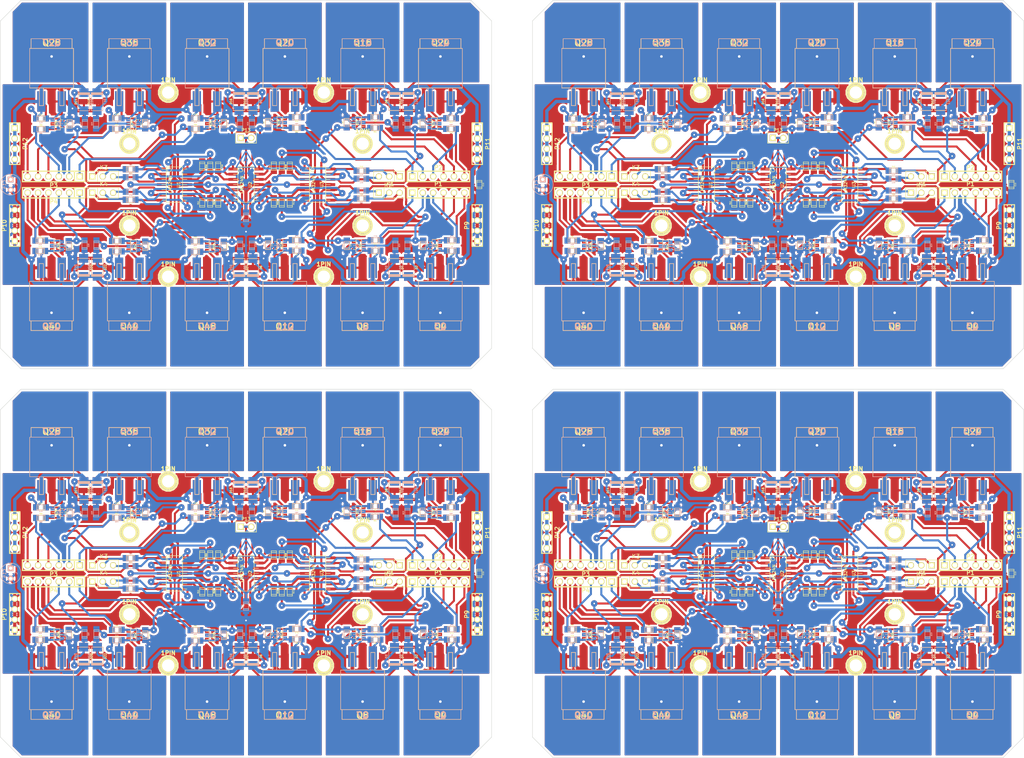
<source format=kicad_pcb>
(kicad_pcb (version 3) (host pcbnew "(2013-07-07 BZR 4022)-stable")
  (layers (15 F.Cu signal) (0 B.Cu signal) (18 B.Paste user) (19 F.Paste user) (20 B.SilkS user) (21 F.SilkS user) (22 B.Mask user) (23 F.Mask user) (28 Edge.Cuts user))
  (net 0 "")
  (net 1 /Detector_Cruce/Fase12)
  (net 2 /Detector_Cruce/Fase13)
  (net 3 /Detector_Cruce/Fase23)
  (net 4 /Detector_Cruce/Zero11)
  (net 5 /Detector_Cruce/Zero12)
  (net 6 /Detector_Cruce/Zero13)
  (net 7 /Detector_Cruce/Zero21)
  (net 8 /Detector_Cruce/Zero22)
  (net 9 /Detector_Cruce/Zero23)
  (net 10 /Detector_Cruce/Zero31)
  (net 11 /Detector_Cruce/Zero32)
  (net 12 /Detector_Cruce/Zero33)
  (net 13 /Detector_Cruce/Zero41)
  (net 14 /Detector_Cruce/Zero42)
  (net 15 /Detector_Cruce/Zero43)
  (net 16 /MOSFET_Potencia1/Fase1)
  (net 17 /MOSFET_Potencia1/Q0)
  (net 18 /MOSFET_Potencia1/Q1)
  (net 19 /MOSFET_Potencia1/Q2)
  (net 20 /MOSFET_Potencia1/Q3)
  (net 21 /MOSFET_Potencia1/Q4)
  (net 22 /MOSFET_Potencia1/Q5)
  (net 23 /MOSFET_Potencia2/Fase1)
  (net 24 /MOSFET_Potencia2/Fase2)
  (net 25 /MOSFET_Potencia2/Q0)
  (net 26 /MOSFET_Potencia2/Q1)
  (net 27 /MOSFET_Potencia2/Q2)
  (net 28 /MOSFET_Potencia2/Q3)
  (net 29 /MOSFET_Potencia2/Q4)
  (net 30 /MOSFET_Potencia2/Q5)
  (net 31 /MOSFET_Potencia3/Fase1)
  (net 32 /MOSFET_Potencia3/Fase2)
  (net 33 /MOSFET_Potencia3/Fase3)
  (net 34 /MOSFET_Potencia3/Q0)
  (net 35 /MOSFET_Potencia3/Q1)
  (net 36 /MOSFET_Potencia3/Q2)
  (net 37 /MOSFET_Potencia3/Q3)
  (net 38 /MOSFET_Potencia3/Q4)
  (net 39 /MOSFET_Potencia3/Q5)
  (net 40 /MOSFET_Potencia4/Fase1)
  (net 41 /MOSFET_Potencia4/Fase2)
  (net 42 /MOSFET_Potencia4/Fase3)
  (net 43 /MOSFET_Potencia4/Q0)
  (net 44 /MOSFET_Potencia4/Q1)
  (net 45 /MOSFET_Potencia4/Q2)
  (net 46 /MOSFET_Potencia4/Q3)
  (net 47 /MOSFET_Potencia4/Q4)
  (net 48 /MOSFET_Potencia4/Q5)
  (net 49 GND)
  (net 50 N-00000100)
  (net 51 N-00000101)
  (net 52 N-00000102)
  (net 53 N-00000103)
  (net 54 N-00000104)
  (net 55 N-00000105)
  (net 56 N-00000106)
  (net 57 N-00000107)
  (net 58 N-00000108)
  (net 59 N-00000109)
  (net 60 N-00000110)
  (net 61 N-00000112)
  (net 62 N-00000113)
  (net 63 N-00000114)
  (net 64 N-00000115)
  (net 65 N-00000116)
  (net 66 N-00000117)
  (net 67 N-00000118)
  (net 68 N-00000119)
  (net 69 N-00000120)
  (net 70 N-00000121)
  (net 71 N-00000122)
  (net 72 N-00000123)
  (net 73 N-00000128)
  (net 74 N-00000129)
  (net 75 N-00000130)
  (net 76 N-00000131)
  (net 77 N-00000132)
  (net 78 N-00000133)
  (net 79 N-0000021)
  (net 80 N-0000022)
  (net 81 N-0000023)
  (net 82 N-0000025)
  (net 83 N-0000026)
  (net 84 N-0000027)
  (net 85 N-0000029)
  (net 86 N-0000030)
  (net 87 N-0000031)
  (net 88 N-0000032)
  (net 89 N-0000033)
  (net 90 N-0000034)
  (net 91 N-0000035)
  (net 92 N-0000036)
  (net 93 N-0000037)
  (net 94 N-0000039)
  (net 95 N-0000040)
  (net 96 N-0000041)
  (net 97 N-0000042)
  (net 98 N-0000043)
  (net 99 N-0000051)
  (net 100 N-0000052)
  (net 101 N-0000053)
  (net 102 N-0000054)
  (net 103 N-0000076)
  (net 104 N-0000077)
  (net 105 N-0000078)
  (net 106 N-0000079)
  (net 107 N-0000080)
  (net 108 N-0000081)
  (net 109 N-0000082)
  (net 110 N-0000084)
  (net 111 N-0000085)
  (net 112 N-0000086)
  (net 113 N-0000087)
  (net 114 N-0000088)
  (net 115 N-0000089)
  (net 116 N-0000090)
  (net 117 N-0000091)
  (net 118 N-0000092)
  (net 119 N-0000093)
  (net 120 N-0000094)
  (net 121 N-0000095)
  (net 122 N-0000096)
  (net 123 N-0000097)
  (net 124 N-0000098)
  (net 125 N-0000099)
  (net 126 VDD)
  (net 127 V_5v)
  (module Logo_copper_OSHW_6x6mm (layer B.Cu) (at 81.5 55.25 180)
    (fp_text reference G*** hide)
    (fp_text value LOGO hide)
    (fp_line (start 2.16 -2.62) (end 2.16 -3.08) (layer B.Cu) (width 0.075))
    (fp_line (start 2.25 -2.62) (end 2.3 -2.62) (layer B.Cu) (width 0.075))
    (fp_line (start 2.2 -2.65) (end 2.25 -2.62) (layer B.Cu) (width 0.075))
    (fp_line (start 2.18 -2.67) (end 2.2 -2.65) (layer B.Cu) (width 0.075))
    (fp_line (start 2.16 -2.74) (end 2.18 -2.67) (layer B.Cu) (width 0.075))
    (fp_line (start 2.6 -3.08) (end 2.65 -3.05) (layer B.Cu) (width 0.075))
    (fp_line (start 2.5 -3.08) (end 2.6 -3.08) (layer B.Cu) (width 0.075))
    (fp_line (start 2.46 -3.05) (end 2.5 -3.08) (layer B.Cu) (width 0.075))
    (fp_line (start 2.44 -2.98) (end 2.46 -3.05) (layer B.Cu) (width 0.075))
    (fp_line (start 2.44 -2.71) (end 2.44 -2.98) (layer B.Cu) (width 0.075))
    (fp_line (start 2.47 -2.65) (end 2.44 -2.71) (layer B.Cu) (width 0.075))
    (fp_line (start 2.51 -2.62) (end 2.47 -2.65) (layer B.Cu) (width 0.075))
    (fp_line (start 2.61 -2.62) (end 2.51 -2.62) (layer B.Cu) (width 0.075))
    (fp_line (start 2.65 -2.66) (end 2.61 -2.62) (layer B.Cu) (width 0.075))
    (fp_line (start 2.67 -2.73) (end 2.65 -2.66) (layer B.Cu) (width 0.075))
    (fp_line (start 2.67 -2.85) (end 2.67 -2.73) (layer B.Cu) (width 0.075))
    (fp_line (start 2.67 -2.85) (end 2.44 -2.85) (layer B.Cu) (width 0.075))
    (fp_line (start 1.92 -2.71) (end 1.92 -3.08) (layer B.Cu) (width 0.075))
    (fp_line (start 1.89 -2.65) (end 1.92 -2.71) (layer B.Cu) (width 0.075))
    (fp_line (start 1.85 -2.62) (end 1.89 -2.65) (layer B.Cu) (width 0.075))
    (fp_line (start 1.75 -2.62) (end 1.85 -2.62) (layer B.Cu) (width 0.075))
    (fp_line (start 1.7 -2.65) (end 1.75 -2.62) (layer B.Cu) (width 0.075))
    (fp_line (start 1.76 -2.81) (end 1.71 -2.84) (layer B.Cu) (width 0.075))
    (fp_line (start 1.88 -2.81) (end 1.76 -2.81) (layer B.Cu) (width 0.075))
    (fp_line (start 1.92 -2.78) (end 1.88 -2.81) (layer B.Cu) (width 0.075))
    (fp_line (start 1.87 -3.08) (end 1.92 -3.04) (layer B.Cu) (width 0.075))
    (fp_line (start 1.75 -3.08) (end 1.87 -3.08) (layer B.Cu) (width 0.075))
    (fp_line (start 1.7 -3.04) (end 1.75 -3.08) (layer B.Cu) (width 0.075))
    (fp_line (start 1.68 -2.98) (end 1.7 -3.04) (layer B.Cu) (width 0.075))
    (fp_line (start 1.68 -2.91) (end 1.68 -2.98) (layer B.Cu) (width 0.075))
    (fp_line (start 1.71 -2.84) (end 1.68 -2.91) (layer B.Cu) (width 0.075))
    (fp_line (start 1.13 -2.62) (end 1.23 -3.08) (layer B.Cu) (width 0.075))
    (fp_line (start 1.23 -3.08) (end 1.32 -2.74) (layer B.Cu) (width 0.075))
    (fp_line (start 1.32 -2.74) (end 1.42 -3.08) (layer B.Cu) (width 0.075))
    (fp_line (start 1.42 -3.08) (end 1.52 -2.62) (layer B.Cu) (width 0.075))
    (fp_line (start 0.94 -3.05) (end 0.9 -3.08) (layer B.Cu) (width 0.075))
    (fp_line (start 0.9 -3.08) (end 0.79 -3.08) (layer B.Cu) (width 0.075))
    (fp_line (start 0.79 -3.08) (end 0.75 -3.05) (layer B.Cu) (width 0.075))
    (fp_line (start 0.75 -3.05) (end 0.73 -3.02) (layer B.Cu) (width 0.075))
    (fp_line (start 0.73 -3.02) (end 0.7 -2.95) (layer B.Cu) (width 0.075))
    (fp_line (start 0.7 -2.95) (end 0.7 -2.75) (layer B.Cu) (width 0.075))
    (fp_line (start 0.7 -2.75) (end 0.73 -2.68) (layer B.Cu) (width 0.075))
    (fp_line (start 0.73 -2.68) (end 0.75 -2.65) (layer B.Cu) (width 0.075))
    (fp_line (start 0.75 -2.65) (end 0.81 -2.61) (layer B.Cu) (width 0.075))
    (fp_line (start 0.81 -2.61) (end 0.88 -2.61) (layer B.Cu) (width 0.075))
    (fp_line (start 0.88 -2.61) (end 0.94 -2.65) (layer B.Cu) (width 0.075))
    (fp_line (start 0.94 -2.38) (end 0.94 -3.08) (layer B.Cu) (width 0.075))
    (fp_line (start 0.42 -2.74) (end 0.44 -2.67) (layer B.Cu) (width 0.075))
    (fp_line (start 0.44 -2.67) (end 0.46 -2.65) (layer B.Cu) (width 0.075))
    (fp_line (start 0.46 -2.65) (end 0.51 -2.62) (layer B.Cu) (width 0.075))
    (fp_line (start 0.51 -2.62) (end 0.56 -2.62) (layer B.Cu) (width 0.075))
    (fp_line (start 0.42 -2.62) (end 0.42 -3.08) (layer B.Cu) (width 0.075))
    (fp_line (start -0.03 -2.84) (end -0.06 -2.91) (layer B.Cu) (width 0.075))
    (fp_line (start -0.06 -2.91) (end -0.06 -2.98) (layer B.Cu) (width 0.075))
    (fp_line (start -0.06 -2.98) (end -0.04 -3.04) (layer B.Cu) (width 0.075))
    (fp_line (start -0.04 -3.04) (end 0.01 -3.08) (layer B.Cu) (width 0.075))
    (fp_line (start 0.01 -3.08) (end 0.13 -3.08) (layer B.Cu) (width 0.075))
    (fp_line (start 0.13 -3.08) (end 0.18 -3.04) (layer B.Cu) (width 0.075))
    (fp_line (start 0.18 -2.78) (end 0.14 -2.81) (layer B.Cu) (width 0.075))
    (fp_line (start 0.14 -2.81) (end 0.02 -2.81) (layer B.Cu) (width 0.075))
    (fp_line (start 0.02 -2.81) (end -0.03 -2.84) (layer B.Cu) (width 0.075))
    (fp_line (start -0.04 -2.65) (end 0.01 -2.62) (layer B.Cu) (width 0.075))
    (fp_line (start 0.01 -2.62) (end 0.11 -2.62) (layer B.Cu) (width 0.075))
    (fp_line (start 0.11 -2.62) (end 0.15 -2.65) (layer B.Cu) (width 0.075))
    (fp_line (start 0.15 -2.65) (end 0.18 -2.71) (layer B.Cu) (width 0.075))
    (fp_line (start 0.18 -2.71) (end 0.18 -3.08) (layer B.Cu) (width 0.075))
    (fp_line (start -0.49 -2.69) (end -0.47 -2.65) (layer B.Cu) (width 0.075))
    (fp_line (start -0.47 -2.65) (end -0.42 -2.62) (layer B.Cu) (width 0.075))
    (fp_line (start -0.42 -2.62) (end -0.34 -2.62) (layer B.Cu) (width 0.075))
    (fp_line (start -0.34 -2.62) (end -0.3 -2.65) (layer B.Cu) (width 0.075))
    (fp_line (start -0.3 -2.65) (end -0.28 -2.71) (layer B.Cu) (width 0.075))
    (fp_line (start -0.28 -2.71) (end -0.28 -3.08) (layer B.Cu) (width 0.075))
    (fp_line (start -0.49 -2.38) (end -0.49 -3.08) (layer B.Cu) (width 0.075))
    (fp_line (start -1.54 -2.85) (end -1.77 -2.85) (layer B.Cu) (width 0.075))
    (fp_line (start -1.32 -2.68) (end -1.3 -2.65) (layer B.Cu) (width 0.075))
    (fp_line (start -1.3 -2.65) (end -1.26 -2.62) (layer B.Cu) (width 0.075))
    (fp_line (start -1.26 -2.62) (end -1.17 -2.62) (layer B.Cu) (width 0.075))
    (fp_line (start -1.17 -2.62) (end -1.13 -2.65) (layer B.Cu) (width 0.075))
    (fp_line (start -1.13 -2.65) (end -1.11 -2.71) (layer B.Cu) (width 0.075))
    (fp_line (start -1.11 -2.71) (end -1.11 -3.08) (layer B.Cu) (width 0.075))
    (fp_line (start -1.32 -2.62) (end -1.32 -3.08) (layer B.Cu) (width 0.075))
    (fp_line (start -1.54 -2.85) (end -1.54 -2.73) (layer B.Cu) (width 0.075))
    (fp_line (start -1.54 -2.73) (end -1.56 -2.66) (layer B.Cu) (width 0.075))
    (fp_line (start -1.56 -2.66) (end -1.6 -2.62) (layer B.Cu) (width 0.075))
    (fp_line (start -1.6 -2.62) (end -1.7 -2.62) (layer B.Cu) (width 0.075))
    (fp_line (start -1.7 -2.62) (end -1.74 -2.65) (layer B.Cu) (width 0.075))
    (fp_line (start -1.74 -2.65) (end -1.77 -2.71) (layer B.Cu) (width 0.075))
    (fp_line (start -1.77 -2.71) (end -1.77 -2.98) (layer B.Cu) (width 0.075))
    (fp_line (start -1.77 -2.98) (end -1.75 -3.05) (layer B.Cu) (width 0.075))
    (fp_line (start -1.75 -3.05) (end -1.71 -3.08) (layer B.Cu) (width 0.075))
    (fp_line (start -1.71 -3.08) (end -1.61 -3.08) (layer B.Cu) (width 0.075))
    (fp_line (start -1.61 -3.08) (end -1.56 -3.05) (layer B.Cu) (width 0.075))
    (fp_line (start -2.2 -2.65) (end -2.16 -2.62) (layer B.Cu) (width 0.075))
    (fp_line (start -2.16 -2.62) (end -2.06 -2.62) (layer B.Cu) (width 0.075))
    (fp_line (start -2.06 -2.62) (end -2.02 -2.65) (layer B.Cu) (width 0.075))
    (fp_line (start -2.02 -2.65) (end -1.99 -2.68) (layer B.Cu) (width 0.075))
    (fp_line (start -1.99 -2.68) (end -1.97 -2.74) (layer B.Cu) (width 0.075))
    (fp_line (start -1.97 -2.74) (end -1.97 -2.96) (layer B.Cu) (width 0.075))
    (fp_line (start -1.97 -2.96) (end -1.99 -3.02) (layer B.Cu) (width 0.075))
    (fp_line (start -1.99 -3.02) (end -2.01 -3.05) (layer B.Cu) (width 0.075))
    (fp_line (start -2.01 -3.05) (end -2.05 -3.08) (layer B.Cu) (width 0.075))
    (fp_line (start -2.05 -3.08) (end -2.15 -3.08) (layer B.Cu) (width 0.075))
    (fp_line (start -2.15 -3.08) (end -2.2 -3.05) (layer B.Cu) (width 0.075))
    (fp_line (start -2.2 -3.32) (end -2.2 -2.62) (layer B.Cu) (width 0.075))
    (fp_line (start -2.51 -2.62) (end -2.59 -2.62) (layer B.Cu) (width 0.075))
    (fp_line (start -2.59 -2.62) (end -2.63 -2.65) (layer B.Cu) (width 0.075))
    (fp_line (start -2.63 -2.65) (end -2.65 -2.68) (layer B.Cu) (width 0.075))
    (fp_line (start -2.65 -2.68) (end -2.68 -2.75) (layer B.Cu) (width 0.075))
    (fp_line (start -2.59 -3.08) (end -2.51 -3.08) (layer B.Cu) (width 0.075))
    (fp_line (start -2.51 -3.08) (end -2.46 -3.05) (layer B.Cu) (width 0.075))
    (fp_line (start -2.46 -3.05) (end -2.44 -3.02) (layer B.Cu) (width 0.075))
    (fp_line (start -2.44 -3.02) (end -2.42 -2.95) (layer B.Cu) (width 0.075))
    (fp_line (start -2.42 -2.95) (end -2.42 -2.75) (layer B.Cu) (width 0.075))
    (fp_line (start -2.42 -2.75) (end -2.44 -2.69) (layer B.Cu) (width 0.075))
    (fp_line (start -2.44 -2.69) (end -2.46 -2.66) (layer B.Cu) (width 0.075))
    (fp_line (start -2.46 -2.66) (end -2.51 -2.62) (layer B.Cu) (width 0.075))
    (fp_line (start -2.68 -2.75) (end -2.68 -2.95) (layer B.Cu) (width 0.075))
    (fp_line (start -2.68 -2.95) (end -2.66 -3.01) (layer B.Cu) (width 0.075))
    (fp_line (start -2.66 -3.01) (end -2.64 -3.04) (layer B.Cu) (width 0.075))
    (fp_line (start -2.64 -3.04) (end -2.59 -3.08) (layer B.Cu) (width 0.075))
    (fp_poly (pts (xy -1.51384 2.24536) (xy -1.48844 2.23012) (xy -1.43002 2.19456) (xy -1.3462 2.13868) (xy -1.24714 2.07264) (xy -1.14808 2.0066) (xy -1.0668 1.95326) (xy -1.01092 1.91516) (xy -0.98552 1.90246) (xy -0.97282 1.90754) (xy -0.9271 1.9304) (xy -0.85852 1.96596) (xy -0.81788 1.98628) (xy -0.75692 2.01168) (xy -0.7239 2.0193) (xy -0.71882 2.00914) (xy -0.69596 1.96088) (xy -0.6604 1.8796) (xy -0.61468 1.77038) (xy -0.5588 1.64338) (xy -0.50292 1.50876) (xy -0.4445 1.36906) (xy -0.38862 1.23444) (xy -0.34036 1.11506) (xy -0.29972 1.01854) (xy -0.27432 0.94996) (xy -0.26416 0.92202) (xy -0.2667 0.9144) (xy -0.29972 0.88392) (xy -0.35306 0.84328) (xy -0.47244 0.74676) (xy -0.58928 0.60198) (xy -0.6604 0.43688) (xy -0.68326 0.25146) (xy -0.66294 0.08128) (xy -0.5969 -0.08128) (xy -0.4826 -0.2286) (xy -0.3429 -0.33782) (xy -0.18034 -0.4064) (xy 0 -0.42926) (xy 0.17272 -0.40894) (xy 0.34036 -0.3429) (xy 0.48768 -0.23114) (xy 0.55118 -0.16002) (xy 0.63754 -0.01016) (xy 0.6858 0.14732) (xy 0.69088 0.18796) (xy 0.68326 0.36322) (xy 0.63246 0.5334) (xy 0.53848 0.68326) (xy 0.40894 0.80772) (xy 0.3937 0.81788) (xy 0.33528 0.8636) (xy 0.29464 0.89408) (xy 0.26416 0.91948) (xy 0.48768 1.45796) (xy 0.52324 1.54178) (xy 0.5842 1.6891) (xy 0.63754 1.8161) (xy 0.68072 1.9177) (xy 0.7112 1.98374) (xy 0.7239 2.01168) (xy 0.7239 2.01422) (xy 0.74422 2.01676) (xy 0.78486 2.00152) (xy 0.86106 1.96596) (xy 0.90932 1.94056) (xy 0.96774 1.91262) (xy 0.99314 1.90246) (xy 1.016 1.91516) (xy 1.06934 1.95072) (xy 1.15062 2.00406) (xy 1.24714 2.06756) (xy 1.33858 2.13106) (xy 1.4224 2.18694) (xy 1.48336 2.22504) (xy 1.51384 2.24282) (xy 1.51892 2.24282) (xy 1.54432 2.22758) (xy 1.59258 2.18694) (xy 1.66624 2.11836) (xy 1.77038 2.01422) (xy 1.78562 1.99898) (xy 1.87198 1.91262) (xy 1.94056 1.83896) (xy 1.98628 1.78816) (xy 2.00406 1.7653) (xy 2.00406 1.7653) (xy 1.98882 1.73482) (xy 1.95072 1.67386) (xy 1.89484 1.5875) (xy 1.82626 1.48844) (xy 1.64846 1.22936) (xy 1.74498 0.98552) (xy 1.77546 0.90932) (xy 1.81356 0.82042) (xy 1.8415 0.75438) (xy 1.85674 0.72644) (xy 1.88214 0.71628) (xy 1.95072 0.70104) (xy 2.04724 0.68072) (xy 2.16154 0.6604) (xy 2.2733 0.64008) (xy 2.37236 0.61976) (xy 2.44348 0.60706) (xy 2.4765 0.59944) (xy 2.48412 0.59436) (xy 2.49174 0.57912) (xy 2.49428 0.5461) (xy 2.49682 0.48514) (xy 2.49936 0.39116) (xy 2.49936 0.25146) (xy 2.49936 0.23622) (xy 2.49682 0.10668) (xy 2.49428 0) (xy 2.49174 -0.06604) (xy 2.48666 -0.09398) (xy 2.48666 -0.09398) (xy 2.45618 -0.1016) (xy 2.38506 -0.11684) (xy 2.286 -0.13462) (xy 2.16662 -0.15748) (xy 2.159 -0.16002) (xy 2.04216 -0.18288) (xy 1.9431 -0.2032) (xy 1.87198 -0.21844) (xy 1.84404 -0.2286) (xy 1.83642 -0.23622) (xy 1.81356 -0.28194) (xy 1.78054 -0.3556) (xy 1.7399 -0.4445) (xy 1.7018 -0.53848) (xy 1.66878 -0.6223) (xy 1.64592 -0.68326) (xy 1.6383 -0.7112) (xy 1.64084 -0.71374) (xy 1.65862 -0.74168) (xy 1.69926 -0.80264) (xy 1.75514 -0.88646) (xy 1.82372 -0.98806) (xy 1.8288 -0.99568) (xy 1.89738 -1.09474) (xy 1.95326 -1.1811) (xy 1.98882 -1.23952) (xy 2.00406 -1.26746) (xy 2.00406 -1.27) (xy 1.9812 -1.30048) (xy 1.9304 -1.35636) (xy 1.85674 -1.43256) (xy 1.77038 -1.52146) (xy 1.74244 -1.54686) (xy 1.64338 -1.64338) (xy 1.57734 -1.70434) (xy 1.53416 -1.73736) (xy 1.51384 -1.74498) (xy 1.51384 -1.74498) (xy 1.48336 -1.7272) (xy 1.41986 -1.68656) (xy 1.33604 -1.62814) (xy 1.23444 -1.55956) (xy 1.22682 -1.55448) (xy 1.12776 -1.4859) (xy 1.04394 -1.43002) (xy 0.98552 -1.38938) (xy 0.95758 -1.37414) (xy 0.95504 -1.37414) (xy 0.9144 -1.38684) (xy 0.84328 -1.41224) (xy 0.75438 -1.44526) (xy 0.66294 -1.48336) (xy 0.57912 -1.51892) (xy 0.51562 -1.54686) (xy 0.48514 -1.56464) (xy 0.48514 -1.56464) (xy 0.47498 -1.6002) (xy 0.4572 -1.6764) (xy 0.43688 -1.778) (xy 0.41148 -1.89992) (xy 0.40894 -1.92024) (xy 0.38608 -2.03962) (xy 0.3683 -2.13868) (xy 0.35306 -2.20726) (xy 0.34544 -2.2352) (xy 0.3302 -2.23774) (xy 0.27178 -2.24282) (xy 0.18288 -2.24536) (xy 0.07366 -2.24536) (xy -0.0381 -2.24536) (xy -0.14732 -2.24282) (xy -0.2413 -2.24028) (xy -0.30988 -2.2352) (xy -0.33782 -2.23012) (xy -0.33782 -2.22758) (xy -0.34798 -2.18948) (xy -0.36576 -2.11582) (xy -0.38608 -2.01168) (xy -0.40894 -1.88976) (xy -0.41402 -1.8669) (xy -0.43688 -1.75006) (xy -0.4572 -1.651) (xy -0.4699 -1.58496) (xy -0.47752 -1.55702) (xy -0.49022 -1.55194) (xy -0.53848 -1.53162) (xy -0.61722 -1.4986) (xy -0.71628 -1.45796) (xy -0.94488 -1.36652) (xy -1.22682 -1.55702) (xy -1.25222 -1.5748) (xy -1.35382 -1.64338) (xy -1.4351 -1.69926) (xy -1.49352 -1.73736) (xy -1.51638 -1.75006) (xy -1.51892 -1.75006) (xy -1.54686 -1.72466) (xy -1.60274 -1.67132) (xy -1.67894 -1.59766) (xy -1.76784 -1.5113) (xy -1.83134 -1.44526) (xy -1.91008 -1.36652) (xy -1.95834 -1.31318) (xy -1.98628 -1.28016) (xy -1.9939 -1.25984) (xy -1.99136 -1.2446) (xy -1.97358 -1.21666) (xy -1.93294 -1.1557) (xy -1.87452 -1.06934) (xy -1.80594 -0.97028) (xy -1.75006 -0.88646) (xy -1.6891 -0.79248) (xy -1.651 -0.72644) (xy -1.63576 -0.69342) (xy -1.64084 -0.68072) (xy -1.65862 -0.62484) (xy -1.69418 -0.54102) (xy -1.73482 -0.44196) (xy -1.83388 -0.22098) (xy -1.97866 -0.19304) (xy -2.06756 -0.17526) (xy -2.18948 -0.1524) (xy -2.30886 -0.12954) (xy -2.49174 -0.09398) (xy -2.49936 0.58166) (xy -2.47142 0.59436) (xy -2.44348 0.60198) (xy -2.3749 0.61722) (xy -2.27838 0.63754) (xy -2.16154 0.65786) (xy -2.06502 0.67564) (xy -1.96596 0.69596) (xy -1.89484 0.70866) (xy -1.86436 0.71628) (xy -1.8542 0.72644) (xy -1.83134 0.7747) (xy -1.79578 0.8509) (xy -1.75514 0.94234) (xy -1.71704 1.03632) (xy -1.68148 1.12522) (xy -1.65862 1.19126) (xy -1.64846 1.22428) (xy -1.66116 1.25222) (xy -1.69926 1.31064) (xy -1.7526 1.39192) (xy -1.82118 1.49098) (xy -1.88722 1.5875) (xy -1.94564 1.67132) (xy -1.98374 1.73228) (xy -2.00152 1.76022) (xy -1.99136 1.778) (xy -1.95326 1.82626) (xy -1.8796 1.90246) (xy -1.76784 2.01168) (xy -1.75006 2.02946) (xy -1.6637 2.11328) (xy -1.59004 2.18186) (xy -1.5367 2.22758) (xy -1.51384 2.24536)) (layer B.Cu) (width 0.00254))
  )
  (module 1pin (layer F.Cu) (at 110 67)
    (fp_text reference 1PIN (at 0 -3.048) (layer F.SilkS) (effects (font (size 1.016 1.016) (thickness 0.254))))
    (fp_text value P*** hide)
    (pad 1 thru_hole circle (at 0 0) (size 4.064 4.064) (drill 3.048) (layers *.Cu *.Mask F.SilkS))
  )
  (module 1pin (layer F.Cu) (at 53 67)
    (fp_text reference 1PIN (at 0 -3.048) (layer F.SilkS) (effects (font (size 1.016 1.016) (thickness 0.254))))
    (fp_text value P*** hide)
    (pad 1 thru_hole circle (at 0 0) (size 4.064 4.064) (drill 3.048) (layers *.Cu *.Mask F.SilkS))
  )
  (module 1pin (layer F.Cu) (at 62.5 34.5)
    (fp_text reference 1PIN (at 0 -3.048) (layer F.SilkS) (effects (font (size 1.016 1.016) (thickness 0.254))))
    (fp_text value P*** hide)
    (pad 1 thru_hole circle (at 0 0) (size 4.064 4.064) (drill 3.048) (layers *.Cu *.Mask F.SilkS))
  )
  (module 1pin (layer F.Cu) (at 53 47)
    (fp_text reference 1PIN (at 0 -3.048) (layer F.SilkS) (effects (font (size 1.016 1.016) (thickness 0.254))))
    (fp_text value P*** hide)
    (pad 1 thru_hole circle (at 0 0) (size 4.064 4.064) (drill 3.048) (layers *.Cu *.Mask F.SilkS))
  )
  (module PIN_ARRAY_4x1 (layer F.Cu) (at 138 67 90)
    (fp_text reference P9 (at 0 -2.54 90) (layer F.SilkS) (effects (font (size 1.016 1.016) (thickness 0.2032))))
    (fp_text value CONN_4 hide)
    (pad 1 thru_hole rect (at -3.81 0 90) (size 1.524 1.524) (drill 1.016) (layers *.Cu *.Mask F.SilkS) (net 49 GND))
    (pad 2 thru_hole circle (at -1.27 0 90) (size 1.524 1.524) (drill 1.016) (layers *.Cu *.Mask F.SilkS) (net 49 GND))
    (pad 3 thru_hole circle (at 1.27 0 90) (size 1.524 1.524) (drill 1.016) (layers *.Cu *.Mask F.SilkS) (net 49 GND))
    (pad 4 thru_hole circle (at 3.81 0 90) (size 1.524 1.524) (drill 1.016) (layers *.Cu *.Mask F.SilkS) (net 49 GND))
  )
  (module PIN_ARRAY_4x1 (layer F.Cu) (at 25 67 90)
    (fp_text reference P10 (at 0 -2.54 90) (layer F.SilkS) (effects (font (size 1.016 1.016) (thickness 0.2032))))
    (fp_text value CONN_4 hide)
    (pad 1 thru_hole rect (at -3.81 0 90) (size 1.524 1.524) (drill 1.016) (layers *.Cu *.Mask F.SilkS) (net 49 GND))
    (pad 2 thru_hole circle (at -1.27 0 90) (size 1.524 1.524) (drill 1.016) (layers *.Cu *.Mask F.SilkS) (net 49 GND))
    (pad 3 thru_hole circle (at 1.27 0 90) (size 1.524 1.524) (drill 1.016) (layers *.Cu *.Mask F.SilkS) (net 49 GND))
    (pad 4 thru_hole circle (at 3.81 0 90) (size 1.524 1.524) (drill 1.016) (layers *.Cu *.Mask F.SilkS) (net 49 GND))
  )
  (module PIN_ARRAY_4x1 (layer F.Cu) (at 138 47 270)
    (fp_text reference P11 (at 0 -2.54 270) (layer F.SilkS) (effects (font (size 1.016 1.016) (thickness 0.2032))))
    (fp_text value CONN_4 hide)
    (pad 1 thru_hole rect (at -3.81 0 270) (size 1.524 1.524) (drill 1.016) (layers *.Cu *.Mask F.SilkS) (net 126 VDD))
    (pad 2 thru_hole circle (at -1.27 0 270) (size 1.524 1.524) (drill 1.016) (layers *.Cu *.Mask F.SilkS) (net 126 VDD))
    (pad 3 thru_hole circle (at 1.27 0 270) (size 1.524 1.524) (drill 1.016) (layers *.Cu *.Mask F.SilkS) (net 126 VDD))
    (pad 4 thru_hole circle (at 3.81 0 270) (size 1.524 1.524) (drill 1.016) (layers *.Cu *.Mask F.SilkS) (net 126 VDD))
  )
  (module PIN_ARRAY_4x1 (layer F.Cu) (at 25 47 270)
    (fp_text reference P12 (at 0 -2.54 270) (layer F.SilkS) (effects (font (size 1.016 1.016) (thickness 0.2032))))
    (fp_text value CONN_4 hide)
    (pad 1 thru_hole rect (at -3.81 0 270) (size 1.524 1.524) (drill 1.016) (layers *.Cu *.Mask F.SilkS) (net 126 VDD))
    (pad 2 thru_hole circle (at -1.27 0 270) (size 1.524 1.524) (drill 1.016) (layers *.Cu *.Mask F.SilkS) (net 126 VDD))
    (pad 3 thru_hole circle (at 1.27 0 270) (size 1.524 1.524) (drill 1.016) (layers *.Cu *.Mask F.SilkS) (net 126 VDD))
    (pad 4 thru_hole circle (at 3.81 0 270) (size 1.524 1.524) (drill 1.016) (layers *.Cu *.Mask F.SilkS) (net 126 VDD))
  )
  (module so-14 (layer F.Cu) (at 99 57 270)
    (fp_text reference U3 (at 0 -1.016 270) (layer F.SilkS) (effects (font (size 0.7493 0.7493) (thickness 0.14986))))
    (fp_text value LM324N (at 0 1.016 270) (layer F.SilkS) (effects (font (size 0.7493 0.7493) (thickness 0.14986))))
    (pad 1 smd rect (at -3.81 3.2 270) (size 0.7 2.2) (layers F.Cu F.Paste F.Mask) (net 117 N-0000091))
    (pad 2 smd rect (at -2.54 3.2 270) (size 0.7 2.2) (layers F.Cu F.Paste F.Mask) (net 124 N-0000098))
    (pad 3 smd rect (at -1.27 3.2 270) (size 0.7 2.2) (layers F.Cu F.Paste F.Mask) (net 116 N-0000090))
    (pad 4 smd rect (at 0 3.2 270) (size 0.7 2.2) (layers F.Cu F.Paste F.Mask) (net 127 V_5v))
    (pad 5 smd rect (at 1.27 3.2 270) (size 0.7 2.2) (layers F.Cu F.Paste F.Mask) (net 118 N-0000092))
    (pad 6 smd rect (at 2.54 3.2 270) (size 0.7 2.2) (layers F.Cu F.Paste F.Mask) (net 111 N-0000085))
    (pad 7 smd rect (at 3.81 3.2 270) (size 0.7 2.2) (layers F.Cu F.Paste F.Mask) (net 119 N-0000093))
    (pad 8 smd rect (at 3.81 -3.2 270) (size 0.7 2.2) (layers F.Cu F.Paste F.Mask) (net 122 N-0000096))
    (pad 9 smd rect (at 2.54 -3.2 270) (size 0.7 2.2) (layers F.Cu F.Paste F.Mask) (net 111 N-0000085))
    (pad 10 smd rect (at 1.27 -3.2 270) (size 0.7 2.2) (layers F.Cu F.Paste F.Mask) (net 121 N-0000095))
    (pad 11 smd rect (at 0 -3.2 270) (size 0.7 2.2) (layers F.Cu F.Paste F.Mask) (net 49 GND))
    (pad 12 smd rect (at -1.27 -3.2 270) (size 0.7 2.2) (layers F.Cu F.Paste F.Mask) (net 113 N-0000087))
    (pad 13 smd rect (at -2.54 -3.2 270) (size 0.7 2.2) (layers F.Cu F.Paste F.Mask) (net 124 N-0000098))
    (pad 14 smd rect (at -3.81 -3.2 270) (size 0.7 2.2) (layers F.Cu F.Paste F.Mask) (net 114 N-0000088))
  )
  (module so-14 (layer F.Cu) (at 81.5 57 270)
    (fp_text reference U2 (at 0 -1.016 270) (layer F.SilkS) (effects (font (size 0.7493 0.7493) (thickness 0.14986))))
    (fp_text value LM324N (at 0 1.016 270) (layer F.SilkS) (effects (font (size 0.7493 0.7493) (thickness 0.14986))))
    (pad 1 smd rect (at -3.81 3.2 270) (size 0.7 2.2) (layers F.Cu F.Paste F.Mask) (net 54 N-00000104))
    (pad 2 smd rect (at -2.54 3.2 270) (size 0.7 2.2) (layers F.Cu F.Paste F.Mask) (net 109 N-0000082))
    (pad 3 smd rect (at -1.27 3.2 270) (size 0.7 2.2) (layers F.Cu F.Paste F.Mask) (net 123 N-0000097))
    (pad 4 smd rect (at 0 3.2 270) (size 0.7 2.2) (layers F.Cu F.Paste F.Mask) (net 127 V_5v))
    (pad 5 smd rect (at 1.27 3.2 270) (size 0.7 2.2) (layers F.Cu F.Paste F.Mask) (net 56 N-00000106))
    (pad 6 smd rect (at 2.54 3.2 270) (size 0.7 2.2) (layers F.Cu F.Paste F.Mask) (net 55 N-00000105))
    (pad 7 smd rect (at 3.81 3.2 270) (size 0.7 2.2) (layers F.Cu F.Paste F.Mask) (net 125 N-0000099))
    (pad 8 smd rect (at 3.81 -3.2 270) (size 0.7 2.2) (layers F.Cu F.Paste F.Mask) (net 120 N-0000094))
    (pad 9 smd rect (at 2.54 -3.2 270) (size 0.7 2.2) (layers F.Cu F.Paste F.Mask) (net 111 N-0000085))
    (pad 10 smd rect (at 1.27 -3.2 270) (size 0.7 2.2) (layers F.Cu F.Paste F.Mask) (net 110 N-0000084))
    (pad 11 smd rect (at 0 -3.2 270) (size 0.7 2.2) (layers F.Cu F.Paste F.Mask) (net 49 GND))
    (pad 12 smd rect (at -1.27 -3.2 270) (size 0.7 2.2) (layers F.Cu F.Paste F.Mask) (net 112 N-0000086))
    (pad 13 smd rect (at -2.54 -3.2 270) (size 0.7 2.2) (layers F.Cu F.Paste F.Mask) (net 124 N-0000098))
    (pad 14 smd rect (at -3.81 -3.2 270) (size 0.7 2.2) (layers F.Cu F.Paste F.Mask) (net 115 N-0000089))
  )
  (module so-14 (layer F.Cu) (at 64 57 270)
    (fp_text reference U1 (at 0 -1.016 270) (layer F.SilkS) (effects (font (size 0.7493 0.7493) (thickness 0.14986))))
    (fp_text value LM324N (at 0 1.016 270) (layer F.SilkS) (effects (font (size 0.7493 0.7493) (thickness 0.14986))))
    (pad 1 smd rect (at -3.81 3.2 270) (size 0.7 2.2) (layers F.Cu F.Paste F.Mask) (net 50 N-00000100))
    (pad 2 smd rect (at -2.54 3.2 270) (size 0.7 2.2) (layers F.Cu F.Paste F.Mask) (net 109 N-0000082))
    (pad 3 smd rect (at -1.27 3.2 270) (size 0.7 2.2) (layers F.Cu F.Paste F.Mask) (net 60 N-00000110))
    (pad 4 smd rect (at 0 3.2 270) (size 0.7 2.2) (layers F.Cu F.Paste F.Mask) (net 127 V_5v))
    (pad 5 smd rect (at 1.27 3.2 270) (size 0.7 2.2) (layers F.Cu F.Paste F.Mask) (net 59 N-00000109))
    (pad 6 smd rect (at 2.54 3.2 270) (size 0.7 2.2) (layers F.Cu F.Paste F.Mask) (net 55 N-00000105))
    (pad 7 smd rect (at 3.81 3.2 270) (size 0.7 2.2) (layers F.Cu F.Paste F.Mask) (net 52 N-00000102))
    (pad 8 smd rect (at 3.81 -3.2 270) (size 0.7 2.2) (layers F.Cu F.Paste F.Mask) (net 53 N-00000103))
    (pad 9 smd rect (at 2.54 -3.2 270) (size 0.7 2.2) (layers F.Cu F.Paste F.Mask) (net 55 N-00000105))
    (pad 10 smd rect (at 1.27 -3.2 270) (size 0.7 2.2) (layers F.Cu F.Paste F.Mask) (net 57 N-00000107))
    (pad 11 smd rect (at 0 -3.2 270) (size 0.7 2.2) (layers F.Cu F.Paste F.Mask) (net 49 GND))
    (pad 12 smd rect (at -1.27 -3.2 270) (size 0.7 2.2) (layers F.Cu F.Paste F.Mask) (net 58 N-00000108))
    (pad 13 smd rect (at -2.54 -3.2 270) (size 0.7 2.2) (layers F.Cu F.Paste F.Mask) (net 109 N-0000082))
    (pad 14 smd rect (at -3.81 -3.2 270) (size 0.7 2.2) (layers F.Cu F.Paste F.Mask) (net 51 N-00000101))
  )
  (module d2-pak (layer F.Cu) (at 34 30.7)
    (fp_text reference Q28 (at 0 -8.3566) (layer F.SilkS) (effects (font (size 1.524 1.524) (thickness 0.3048))))
    (fp_text value IRF540N hide)
    (pad 1 smd rect (at -2.49936 6) (size 2 5) (layers F.Cu F.Paste F.Mask) (net 71 N-00000122))
    (pad 3 smd rect (at 2.49936 6) (size 2 5) (layers F.Cu F.Paste F.Mask) (net 49 GND))
    (pad 2 smd rect (at 0 -5.00126) (size 9.99998 9.4996) (layers F.Cu F.Paste F.Mask) (net 33 /MOSFET_Potencia3/Fase3))
  )
  (module d2-pak (layer F.Cu) (at 72 30.7)
    (fp_text reference Q32 (at 0 -8.3566) (layer F.SilkS) (effects (font (size 1.524 1.524) (thickness 0.3048))))
    (fp_text value IRF540N hide)
    (pad 1 smd rect (at -2.49936 6) (size 2 5) (layers F.Cu F.Paste F.Mask) (net 70 N-00000121))
    (pad 3 smd rect (at 2.49936 6) (size 2 5) (layers F.Cu F.Paste F.Mask) (net 49 GND))
    (pad 2 smd rect (at 0 -5.00126) (size 9.99998 9.4996) (layers F.Cu F.Paste F.Mask) (net 32 /MOSFET_Potencia3/Fase2))
  )
  (module d2-pak (layer F.Cu) (at 53 30.7)
    (fp_text reference Q36 (at 0 -8.3566) (layer F.SilkS) (effects (font (size 1.524 1.524) (thickness 0.3048))))
    (fp_text value IRF540N hide)
    (pad 1 smd rect (at -2.49936 6) (size 2 5) (layers F.Cu F.Paste F.Mask) (net 69 N-00000120))
    (pad 3 smd rect (at 2.49936 6) (size 2 5) (layers F.Cu F.Paste F.Mask) (net 49 GND))
    (pad 2 smd rect (at 0 -5.00126) (size 9.99998 9.4996) (layers F.Cu F.Paste F.Mask) (net 31 /MOSFET_Potencia3/Fase1))
  )
  (module d2-pak (layer B.Cu) (at 72 30.7 180)
    (fp_text reference Q31 (at 0 8.3566 180) (layer B.SilkS) (effects (font (size 1.524 1.524) (thickness 0.3048)) (justify mirror)))
    (fp_text value IRF9540N hide)
    (pad 1 smd rect (at -2.49936 -6 180) (size 2 5) (layers B.Cu B.Paste B.Mask) (net 68 N-00000119))
    (pad 3 smd rect (at 2.49936 -6 180) (size 2 5) (layers B.Cu B.Paste B.Mask) (net 126 VDD))
    (pad 2 smd rect (at 0 5.00126 180) (size 9.99998 9.4996) (layers B.Cu B.Paste B.Mask) (net 32 /MOSFET_Potencia3/Fase2))
  )
  (module d2-pak (layer B.Cu) (at 34 30.7 180)
    (fp_text reference Q27 (at 0 8.3566 180) (layer B.SilkS) (effects (font (size 1.524 1.524) (thickness 0.3048)) (justify mirror)))
    (fp_text value IRF9540N hide)
    (pad 1 smd rect (at -2.49936 -6 180) (size 2 5) (layers B.Cu B.Paste B.Mask) (net 72 N-00000123))
    (pad 3 smd rect (at 2.49936 -6 180) (size 2 5) (layers B.Cu B.Paste B.Mask) (net 126 VDD))
    (pad 2 smd rect (at 0 5.00126 180) (size 9.99998 9.4996) (layers B.Cu B.Paste B.Mask) (net 33 /MOSFET_Potencia3/Fase3))
  )
  (module d2-pak (layer B.Cu) (at 53 30.7 180)
    (fp_text reference Q35 (at 0 8.3566 180) (layer B.SilkS) (effects (font (size 1.524 1.524) (thickness 0.3048)) (justify mirror)))
    (fp_text value IRF9540N hide)
    (pad 1 smd rect (at -2.49936 -6 180) (size 2 5) (layers B.Cu B.Paste B.Mask) (net 67 N-00000118))
    (pad 3 smd rect (at 2.49936 -6 180) (size 2 5) (layers B.Cu B.Paste B.Mask) (net 126 VDD))
    (pad 2 smd rect (at 0 5.00126 180) (size 9.99998 9.4996) (layers B.Cu B.Paste B.Mask) (net 31 /MOSFET_Potencia3/Fase1))
  )
  (module d2-pak (layer F.Cu) (at 128.98 83.32 180)
    (fp_text reference Q4 (at 0 -8.3566 180) (layer F.SilkS) (effects (font (size 1.524 1.524) (thickness 0.3048))))
    (fp_text value IRF540N hide)
    (pad 1 smd rect (at -2.49936 6 180) (size 2 5) (layers F.Cu F.Paste F.Mask) (net 107 N-0000080))
    (pad 3 smd rect (at 2.49936 6 180) (size 2 5) (layers F.Cu F.Paste F.Mask) (net 49 GND))
    (pad 2 smd rect (at 0 -5.00126 180) (size 9.99998 9.4996) (layers F.Cu F.Paste F.Mask) (net 2 /Detector_Cruce/Fase13))
  )
  (module d2-pak (layer F.Cu) (at 91 30.7)
    (fp_text reference Q20 (at 0 -8.3566) (layer F.SilkS) (effects (font (size 1.524 1.524) (thickness 0.3048))))
    (fp_text value IRF540N hide)
    (pad 1 smd rect (at -2.49936 6) (size 2 5) (layers F.Cu F.Paste F.Mask) (net 61 N-00000112))
    (pad 3 smd rect (at 2.49936 6) (size 2 5) (layers F.Cu F.Paste F.Mask) (net 49 GND))
    (pad 2 smd rect (at 0 -5.00126) (size 9.99998 9.4996) (layers F.Cu F.Paste F.Mask) (net 24 /MOSFET_Potencia2/Fase2))
  )
  (module d2-pak (layer F.Cu) (at 110 30.7)
    (fp_text reference Q16 (at 0 -8.3566) (layer F.SilkS) (effects (font (size 1.524 1.524) (thickness 0.3048))))
    (fp_text value IRF540N hide)
    (pad 1 smd rect (at -2.49936 6) (size 2 5) (layers F.Cu F.Paste F.Mask) (net 66 N-00000117))
    (pad 3 smd rect (at 2.49936 6) (size 2 5) (layers F.Cu F.Paste F.Mask) (net 49 GND))
    (pad 2 smd rect (at 0 -5.00126) (size 9.99998 9.4996) (layers F.Cu F.Paste F.Mask) (net 3 /Detector_Cruce/Fase23))
  )
  (module d2-pak (layer F.Cu) (at 129 30.7)
    (fp_text reference Q24 (at 0 -8.3566) (layer F.SilkS) (effects (font (size 1.524 1.524) (thickness 0.3048))))
    (fp_text value IRF540N hide)
    (pad 1 smd rect (at -2.49936 6) (size 2 5) (layers F.Cu F.Paste F.Mask) (net 64 N-00000115))
    (pad 3 smd rect (at 2.49936 6) (size 2 5) (layers F.Cu F.Paste F.Mask) (net 49 GND))
    (pad 2 smd rect (at 0 -5.00126) (size 9.99998 9.4996) (layers F.Cu F.Paste F.Mask) (net 23 /MOSFET_Potencia2/Fase1))
  )
  (module d2-pak (layer B.Cu) (at 91 30.7 180)
    (fp_text reference Q19 (at 0 8.3566 180) (layer B.SilkS) (effects (font (size 1.524 1.524) (thickness 0.3048)) (justify mirror)))
    (fp_text value IRF9540N hide)
    (pad 1 smd rect (at -2.49936 -6 180) (size 2 5) (layers B.Cu B.Paste B.Mask) (net 63 N-00000114))
    (pad 3 smd rect (at 2.49936 -6 180) (size 2 5) (layers B.Cu B.Paste B.Mask) (net 126 VDD))
    (pad 2 smd rect (at 0 5.00126 180) (size 9.99998 9.4996) (layers B.Cu B.Paste B.Mask) (net 24 /MOSFET_Potencia2/Fase2))
  )
  (module d2-pak (layer B.Cu) (at 110 30.7 180)
    (fp_text reference Q15 (at 0 8.3566 180) (layer B.SilkS) (effects (font (size 1.524 1.524) (thickness 0.3048)) (justify mirror)))
    (fp_text value IRF9540N hide)
    (pad 1 smd rect (at -2.49936 -6 180) (size 2 5) (layers B.Cu B.Paste B.Mask) (net 62 N-00000113))
    (pad 3 smd rect (at 2.49936 -6 180) (size 2 5) (layers B.Cu B.Paste B.Mask) (net 126 VDD))
    (pad 2 smd rect (at 0 5.00126 180) (size 9.99998 9.4996) (layers B.Cu B.Paste B.Mask) (net 3 /Detector_Cruce/Fase23))
  )
  (module d2-pak (layer B.Cu) (at 129 30.7 180)
    (fp_text reference Q23 (at 0 8.3566 180) (layer B.SilkS) (effects (font (size 1.524 1.524) (thickness 0.3048)) (justify mirror)))
    (fp_text value IRF9540N hide)
    (pad 1 smd rect (at -2.49936 -6 180) (size 2 5) (layers B.Cu B.Paste B.Mask) (net 65 N-00000116))
    (pad 3 smd rect (at 2.49936 -6 180) (size 2 5) (layers B.Cu B.Paste B.Mask) (net 126 VDD))
    (pad 2 smd rect (at 0 5.00126 180) (size 9.99998 9.4996) (layers B.Cu B.Paste B.Mask) (net 23 /MOSFET_Potencia2/Fase1))
  )
  (module d2-pak (layer B.Cu) (at 71.98 83.32)
    (fp_text reference Q47 (at 0 8.3566) (layer B.SilkS) (effects (font (size 1.524 1.524) (thickness 0.3048)) (justify mirror)))
    (fp_text value IRF9540N hide)
    (pad 1 smd rect (at -2.49936 -6) (size 2 5) (layers B.Cu B.Paste B.Mask) (net 77 N-00000132))
    (pad 3 smd rect (at 2.49936 -6) (size 2 5) (layers B.Cu B.Paste B.Mask) (net 126 VDD))
    (pad 2 smd rect (at 0 5.00126) (size 9.99998 9.4996) (layers B.Cu B.Paste B.Mask) (net 40 /MOSFET_Potencia4/Fase1))
  )
  (module d2-pak (layer F.Cu) (at 109.98 83.32 180)
    (fp_text reference Q8 (at 0 -8.3566 180) (layer F.SilkS) (effects (font (size 1.524 1.524) (thickness 0.3048))))
    (fp_text value IRF540N hide)
    (pad 1 smd rect (at -2.49936 6 180) (size 2 5) (layers F.Cu F.Paste F.Mask) (net 106 N-0000079))
    (pad 3 smd rect (at 2.49936 6 180) (size 2 5) (layers F.Cu F.Paste F.Mask) (net 49 GND))
    (pad 2 smd rect (at 0 -5.00126 180) (size 9.99998 9.4996) (layers F.Cu F.Paste F.Mask) (net 1 /Detector_Cruce/Fase12))
  )
  (module d2-pak (layer B.Cu) (at 52.98 83.32)
    (fp_text reference Q43 (at 0 8.3566) (layer B.SilkS) (effects (font (size 1.524 1.524) (thickness 0.3048)) (justify mirror)))
    (fp_text value IRF9540N hide)
    (pad 1 smd rect (at -2.49936 -6) (size 2 5) (layers B.Cu B.Paste B.Mask) (net 74 N-00000129))
    (pad 3 smd rect (at 2.49936 -6) (size 2 5) (layers B.Cu B.Paste B.Mask) (net 126 VDD))
    (pad 2 smd rect (at 0 5.00126) (size 9.99998 9.4996) (layers B.Cu B.Paste B.Mask) (net 41 /MOSFET_Potencia4/Fase2))
  )
  (module d2-pak (layer F.Cu) (at 71.98 83.32 180)
    (fp_text reference Q48 (at 0 -8.3566 180) (layer F.SilkS) (effects (font (size 1.524 1.524) (thickness 0.3048))))
    (fp_text value IRF540N hide)
    (pad 1 smd rect (at -2.49936 6 180) (size 2 5) (layers F.Cu F.Paste F.Mask) (net 76 N-00000131))
    (pad 3 smd rect (at 2.49936 6 180) (size 2 5) (layers F.Cu F.Paste F.Mask) (net 49 GND))
    (pad 2 smd rect (at 0 -5.00126 180) (size 9.99998 9.4996) (layers F.Cu F.Paste F.Mask) (net 40 /MOSFET_Potencia4/Fase1))
  )
  (module d2-pak (layer F.Cu) (at 52.98 83.32 180)
    (fp_text reference Q44 (at 0 -8.3566 180) (layer F.SilkS) (effects (font (size 1.524 1.524) (thickness 0.3048))))
    (fp_text value IRF540N hide)
    (pad 1 smd rect (at -2.49936 6 180) (size 2 5) (layers F.Cu F.Paste F.Mask) (net 78 N-00000133))
    (pad 3 smd rect (at 2.49936 6 180) (size 2 5) (layers F.Cu F.Paste F.Mask) (net 49 GND))
    (pad 2 smd rect (at 0 -5.00126 180) (size 9.99998 9.4996) (layers F.Cu F.Paste F.Mask) (net 41 /MOSFET_Potencia4/Fase2))
  )
  (module d2-pak (layer F.Cu) (at 33.98 83.32 180)
    (fp_text reference Q40 (at 0 -8.3566 180) (layer F.SilkS) (effects (font (size 1.524 1.524) (thickness 0.3048))))
    (fp_text value IRF540N hide)
    (pad 1 smd rect (at -2.49936 6 180) (size 2 5) (layers F.Cu F.Paste F.Mask) (net 75 N-00000130))
    (pad 3 smd rect (at 2.49936 6 180) (size 2 5) (layers F.Cu F.Paste F.Mask) (net 49 GND))
    (pad 2 smd rect (at 0 -5.00126 180) (size 9.99998 9.4996) (layers F.Cu F.Paste F.Mask) (net 42 /MOSFET_Potencia4/Fase3))
  )
  (module d2-pak (layer B.Cu) (at 90.98 83.32)
    (fp_text reference Q11 (at 0 8.3566) (layer B.SilkS) (effects (font (size 1.524 1.524) (thickness 0.3048)) (justify mirror)))
    (fp_text value IRF9540N hide)
    (pad 1 smd rect (at -2.49936 -6) (size 2 5) (layers B.Cu B.Paste B.Mask) (net 105 N-0000078))
    (pad 3 smd rect (at 2.49936 -6) (size 2 5) (layers B.Cu B.Paste B.Mask) (net 126 VDD))
    (pad 2 smd rect (at 0 5.00126) (size 9.99998 9.4996) (layers B.Cu B.Paste B.Mask) (net 16 /MOSFET_Potencia1/Fase1))
  )
  (module d2-pak (layer B.Cu) (at 128.98 83.32)
    (fp_text reference Q3 (at 0 8.3566) (layer B.SilkS) (effects (font (size 1.524 1.524) (thickness 0.3048)) (justify mirror)))
    (fp_text value IRF9540N hide)
    (pad 1 smd rect (at -2.49936 -6) (size 2 5) (layers B.Cu B.Paste B.Mask) (net 104 N-0000077))
    (pad 3 smd rect (at 2.49936 -6) (size 2 5) (layers B.Cu B.Paste B.Mask) (net 126 VDD))
    (pad 2 smd rect (at 0 5.00126) (size 9.99998 9.4996) (layers B.Cu B.Paste B.Mask) (net 2 /Detector_Cruce/Fase13))
  )
  (module d2-pak (layer B.Cu) (at 109.98 83.32)
    (fp_text reference Q7 (at 0 8.3566) (layer B.SilkS) (effects (font (size 1.524 1.524) (thickness 0.3048)) (justify mirror)))
    (fp_text value IRF9540N hide)
    (pad 1 smd rect (at -2.49936 -6) (size 2 5) (layers B.Cu B.Paste B.Mask) (net 103 N-0000076))
    (pad 3 smd rect (at 2.49936 -6) (size 2 5) (layers B.Cu B.Paste B.Mask) (net 126 VDD))
    (pad 2 smd rect (at 0 5.00126) (size 9.99998 9.4996) (layers B.Cu B.Paste B.Mask) (net 1 /Detector_Cruce/Fase12))
  )
  (module d2-pak (layer F.Cu) (at 90.98 83.32 180)
    (fp_text reference Q12 (at 0 -8.3566 180) (layer F.SilkS) (effects (font (size 1.524 1.524) (thickness 0.3048))))
    (fp_text value IRF540N hide)
    (pad 1 smd rect (at -2.49936 6 180) (size 2 5) (layers F.Cu F.Paste F.Mask) (net 108 N-0000081))
    (pad 3 smd rect (at 2.49936 6 180) (size 2 5) (layers F.Cu F.Paste F.Mask) (net 49 GND))
    (pad 2 smd rect (at 0 -5.00126 180) (size 9.99998 9.4996) (layers F.Cu F.Paste F.Mask) (net 16 /MOSFET_Potencia1/Fase1))
  )
  (module d2-pak (layer B.Cu) (at 33.98 83.32)
    (fp_text reference Q39 (at 0 8.3566) (layer B.SilkS) (effects (font (size 1.524 1.524) (thickness 0.3048)) (justify mirror)))
    (fp_text value IRF9540N hide)
    (pad 1 smd rect (at -2.49936 -6) (size 2 5) (layers B.Cu B.Paste B.Mask) (net 73 N-00000128))
    (pad 3 smd rect (at 2.49936 -6) (size 2 5) (layers B.Cu B.Paste B.Mask) (net 126 VDD))
    (pad 2 smd rect (at 0 5.00126) (size 9.99998 9.4996) (layers B.Cu B.Paste B.Mask) (net 42 /MOSFET_Potencia4/Fase3))
  )
  (module sot23 (layer B.Cu) (at 109.05 71.9 270)
    (fp_text reference Q5 (at 0.0254 0.3302 270) (layer B.SilkS) (effects (font (size 0.50038 0.50038) (thickness 0.09906)) (justify mirror)))
    (fp_text value BC849 hide)
    (pad 1 smd rect (at -0.9525 -1.2 270) (size 0.8 1) (layers B.Cu B.Paste B.Mask) (net 20 /MOSFET_Potencia1/Q3))
    (pad 2 smd rect (at 0 1.2 270) (size 0.8 1) (layers B.Cu B.Paste B.Mask) (net 49 GND))
    (pad 3 smd rect (at 0.9525 -1.2 270) (size 0.8 1) (layers B.Cu B.Paste B.Mask) (net 103 N-0000076))
  )
  (module sot23 (layer B.Cu) (at 89.8 71.85 270)
    (fp_text reference Q9 (at 0.0254 0.3302 270) (layer B.SilkS) (effects (font (size 0.50038 0.50038) (thickness 0.09906)) (justify mirror)))
    (fp_text value BC849 hide)
    (pad 1 smd rect (at -0.9525 -1.2 270) (size 0.8 1) (layers B.Cu B.Paste B.Mask) (net 22 /MOSFET_Potencia1/Q5))
    (pad 2 smd rect (at 0 1.2 270) (size 0.8 1) (layers B.Cu B.Paste B.Mask) (net 49 GND))
    (pad 3 smd rect (at 0.9525 -1.2 270) (size 0.8 1) (layers B.Cu B.Paste B.Mask) (net 105 N-0000078))
  )
  (module sot23 (layer F.Cu) (at 127.7 71.9 270)
    (fp_text reference Q2 (at 0.0254 -0.3302 270) (layer F.SilkS) (effects (font (size 0.50038 0.50038) (thickness 0.09906))))
    (fp_text value BC849 hide)
    (pad 1 smd rect (at -0.9525 1.2 270) (size 0.8 1) (layers F.Cu F.Paste F.Mask) (net 17 /MOSFET_Potencia1/Q0))
    (pad 2 smd rect (at 0 -1.2 270) (size 0.8 1) (layers F.Cu F.Paste F.Mask) (net 49 GND))
    (pad 3 smd rect (at 0.9525 1.2 270) (size 0.8 1) (layers F.Cu F.Paste F.Mask) (net 107 N-0000080))
  )
  (module sot23 (layer F.Cu) (at 109.05 71.9 270)
    (fp_text reference Q6 (at 0.0254 -0.3302 270) (layer F.SilkS) (effects (font (size 0.50038 0.50038) (thickness 0.09906))))
    (fp_text value BC849 hide)
    (pad 1 smd rect (at -0.9525 1.2 270) (size 0.8 1) (layers F.Cu F.Paste F.Mask) (net 19 /MOSFET_Potencia1/Q2))
    (pad 2 smd rect (at 0 -1.2 270) (size 0.8 1) (layers F.Cu F.Paste F.Mask) (net 49 GND))
    (pad 3 smd rect (at 0.9525 1.2 270) (size 0.8 1) (layers F.Cu F.Paste F.Mask) (net 106 N-0000079))
  )
  (module sot23 (layer F.Cu) (at 89.8 71.85 270)
    (fp_text reference Q10 (at 0.0254 -0.3302 270) (layer F.SilkS) (effects (font (size 0.50038 0.50038) (thickness 0.09906))))
    (fp_text value BC849 hide)
    (pad 1 smd rect (at -0.9525 1.2 270) (size 0.8 1) (layers F.Cu F.Paste F.Mask) (net 21 /MOSFET_Potencia1/Q4))
    (pad 2 smd rect (at 0 -1.2 270) (size 0.8 1) (layers F.Cu F.Paste F.Mask) (net 49 GND))
    (pad 3 smd rect (at 0.9525 1.2 270) (size 0.8 1) (layers F.Cu F.Paste F.Mask) (net 108 N-0000081))
  )
  (module sot23 (layer B.Cu) (at 89.8 41.85 90)
    (fp_text reference Q17 (at 0.0254 0.3302 90) (layer B.SilkS) (effects (font (size 0.50038 0.50038) (thickness 0.09906)) (justify mirror)))
    (fp_text value BC849 hide)
    (pad 1 smd rect (at -0.9525 -1.2 90) (size 0.8 1) (layers B.Cu B.Paste B.Mask) (net 28 /MOSFET_Potencia2/Q3))
    (pad 2 smd rect (at 0 1.2 90) (size 0.8 1) (layers B.Cu B.Paste B.Mask) (net 49 GND))
    (pad 3 smd rect (at 0.9525 -1.2 90) (size 0.8 1) (layers B.Cu B.Paste B.Mask) (net 63 N-00000114))
  )
  (module sot23 (layer B.Cu) (at 127.55 42.1 90)
    (fp_text reference Q21 (at 0.0254 0.3302 90) (layer B.SilkS) (effects (font (size 0.50038 0.50038) (thickness 0.09906)) (justify mirror)))
    (fp_text value BC849 hide)
    (pad 1 smd rect (at -0.9525 -1.2 90) (size 0.8 1) (layers B.Cu B.Paste B.Mask) (net 30 /MOSFET_Potencia2/Q5))
    (pad 2 smd rect (at 0 1.2 90) (size 0.8 1) (layers B.Cu B.Paste B.Mask) (net 49 GND))
    (pad 3 smd rect (at 0.9525 -1.2 90) (size 0.8 1) (layers B.Cu B.Paste B.Mask) (net 65 N-00000116))
  )
  (module sot23 (layer F.Cu) (at 109 41.85 90)
    (fp_text reference Q14 (at 0.0254 -0.3302 90) (layer F.SilkS) (effects (font (size 0.50038 0.50038) (thickness 0.09906))))
    (fp_text value BC849 hide)
    (pad 1 smd rect (at -0.9525 1.2 90) (size 0.8 1) (layers F.Cu F.Paste F.Mask) (net 25 /MOSFET_Potencia2/Q0))
    (pad 2 smd rect (at 0 -1.2 90) (size 0.8 1) (layers F.Cu F.Paste F.Mask) (net 49 GND))
    (pad 3 smd rect (at 0.9525 1.2 90) (size 0.8 1) (layers F.Cu F.Paste F.Mask) (net 66 N-00000117))
  )
  (module sot23 (layer F.Cu) (at 89.8 41.85 90)
    (fp_text reference Q18 (at 0.0254 -0.3302 90) (layer F.SilkS) (effects (font (size 0.50038 0.50038) (thickness 0.09906))))
    (fp_text value BC849 hide)
    (pad 1 smd rect (at -0.9525 1.2 90) (size 0.8 1) (layers F.Cu F.Paste F.Mask) (net 27 /MOSFET_Potencia2/Q2))
    (pad 2 smd rect (at 0 -1.2 90) (size 0.8 1) (layers F.Cu F.Paste F.Mask) (net 49 GND))
    (pad 3 smd rect (at 0.9525 1.2 90) (size 0.8 1) (layers F.Cu F.Paste F.Mask) (net 61 N-00000112))
  )
  (module sot23 (layer F.Cu) (at 127.55 42.1 90)
    (fp_text reference Q22 (at 0.0254 -0.3302 90) (layer F.SilkS) (effects (font (size 0.50038 0.50038) (thickness 0.09906))))
    (fp_text value BC849 hide)
    (pad 1 smd rect (at -0.9525 1.2 90) (size 0.8 1) (layers F.Cu F.Paste F.Mask) (net 29 /MOSFET_Potencia2/Q4))
    (pad 2 smd rect (at 0 -1.2 90) (size 0.8 1) (layers F.Cu F.Paste F.Mask) (net 49 GND))
    (pad 3 smd rect (at 0.9525 1.2 90) (size 0.8 1) (layers F.Cu F.Paste F.Mask) (net 64 N-00000115))
  )
  (module sot23 (layer B.Cu) (at 127.7 71.9 270)
    (fp_text reference Q1 (at 0.0254 0.3302 270) (layer B.SilkS) (effects (font (size 0.50038 0.50038) (thickness 0.09906)) (justify mirror)))
    (fp_text value BC849 hide)
    (pad 1 smd rect (at -0.9525 -1.2 270) (size 0.8 1) (layers B.Cu B.Paste B.Mask) (net 18 /MOSFET_Potencia1/Q1))
    (pad 2 smd rect (at 0 1.2 270) (size 0.8 1) (layers B.Cu B.Paste B.Mask) (net 49 GND))
    (pad 3 smd rect (at 0.9525 -1.2 270) (size 0.8 1) (layers B.Cu B.Paste B.Mask) (net 104 N-0000077))
  )
  (module sot23 (layer B.Cu) (at 73.2 42.1 90)
    (fp_text reference Q29 (at 0.0254 0.3302 90) (layer B.SilkS) (effects (font (size 0.50038 0.50038) (thickness 0.09906)) (justify mirror)))
    (fp_text value BC849 hide)
    (pad 1 smd rect (at -0.9525 -1.2 90) (size 0.8 1) (layers B.Cu B.Paste B.Mask) (net 37 /MOSFET_Potencia3/Q3))
    (pad 2 smd rect (at 0 1.2 90) (size 0.8 1) (layers B.Cu B.Paste B.Mask) (net 49 GND))
    (pad 3 smd rect (at 0.9525 -1.2 90) (size 0.8 1) (layers B.Cu B.Paste B.Mask) (net 68 N-00000119))
  )
  (module sot23 (layer B.Cu) (at 53.95 42.09 90)
    (fp_text reference Q33 (at 0.0254 0.3302 90) (layer B.SilkS) (effects (font (size 0.50038 0.50038) (thickness 0.09906)) (justify mirror)))
    (fp_text value BC849 hide)
    (pad 1 smd rect (at -0.9525 -1.2 90) (size 0.8 1) (layers B.Cu B.Paste B.Mask) (net 39 /MOSFET_Potencia3/Q5))
    (pad 2 smd rect (at 0 1.2 90) (size 0.8 1) (layers B.Cu B.Paste B.Mask) (net 49 GND))
    (pad 3 smd rect (at 0.9525 -1.2 90) (size 0.8 1) (layers B.Cu B.Paste B.Mask) (net 67 N-00000118))
  )
  (module sot23 (layer F.Cu) (at 35.45 42.15 90)
    (fp_text reference Q26 (at 0.0254 -0.3302 90) (layer F.SilkS) (effects (font (size 0.50038 0.50038) (thickness 0.09906))))
    (fp_text value BC849 hide)
    (pad 1 smd rect (at -0.9525 1.2 90) (size 0.8 1) (layers F.Cu F.Paste F.Mask) (net 34 /MOSFET_Potencia3/Q0))
    (pad 2 smd rect (at 0 -1.2 90) (size 0.8 1) (layers F.Cu F.Paste F.Mask) (net 49 GND))
    (pad 3 smd rect (at 0.9525 1.2 90) (size 0.8 1) (layers F.Cu F.Paste F.Mask) (net 71 N-00000122))
  )
  (module sot23 (layer F.Cu) (at 73.2 42.1 90)
    (fp_text reference Q30 (at 0.0254 -0.3302 90) (layer F.SilkS) (effects (font (size 0.50038 0.50038) (thickness 0.09906))))
    (fp_text value BC849 hide)
    (pad 1 smd rect (at -0.9525 1.2 90) (size 0.8 1) (layers F.Cu F.Paste F.Mask) (net 36 /MOSFET_Potencia3/Q2))
    (pad 2 smd rect (at 0 -1.2 90) (size 0.8 1) (layers F.Cu F.Paste F.Mask) (net 49 GND))
    (pad 3 smd rect (at 0.9525 1.2 90) (size 0.8 1) (layers F.Cu F.Paste F.Mask) (net 70 N-00000121))
  )
  (module sot23 (layer F.Cu) (at 53.95 42.09 90)
    (fp_text reference Q34 (at 0.0254 -0.3302 90) (layer F.SilkS) (effects (font (size 0.50038 0.50038) (thickness 0.09906))))
    (fp_text value BC849 hide)
    (pad 1 smd rect (at -0.9525 1.2 90) (size 0.8 1) (layers F.Cu F.Paste F.Mask) (net 38 /MOSFET_Potencia3/Q4))
    (pad 2 smd rect (at 0 -1.2 90) (size 0.8 1) (layers F.Cu F.Paste F.Mask) (net 49 GND))
    (pad 3 smd rect (at 0.9525 1.2 90) (size 0.8 1) (layers F.Cu F.Paste F.Mask) (net 69 N-00000120))
  )
  (module sot23 (layer B.Cu) (at 35.3 71.95 270)
    (fp_text reference Q37 (at 0.0254 0.3302 270) (layer B.SilkS) (effects (font (size 0.50038 0.50038) (thickness 0.09906)) (justify mirror)))
    (fp_text value BC849 hide)
    (pad 1 smd rect (at -0.9525 -1.2 270) (size 0.8 1) (layers B.Cu B.Paste B.Mask) (net 44 /MOSFET_Potencia4/Q1))
    (pad 2 smd rect (at 0 1.2 270) (size 0.8 1) (layers B.Cu B.Paste B.Mask) (net 49 GND))
    (pad 3 smd rect (at 0.9525 -1.2 270) (size 0.8 1) (layers B.Cu B.Paste B.Mask) (net 73 N-00000128))
  )
  (module sot23 (layer B.Cu) (at 54 72.05 270)
    (fp_text reference Q41 (at 0.0254 0.3302 270) (layer B.SilkS) (effects (font (size 0.50038 0.50038) (thickness 0.09906)) (justify mirror)))
    (fp_text value BC849 hide)
    (pad 1 smd rect (at -0.9525 -1.2 270) (size 0.8 1) (layers B.Cu B.Paste B.Mask) (net 46 /MOSFET_Potencia4/Q3))
    (pad 2 smd rect (at 0 1.2 270) (size 0.8 1) (layers B.Cu B.Paste B.Mask) (net 49 GND))
    (pad 3 smd rect (at 0.9525 -1.2 270) (size 0.8 1) (layers B.Cu B.Paste B.Mask) (net 74 N-00000129))
  )
  (module sot23 (layer B.Cu) (at 73.2 72.1 270)
    (fp_text reference Q45 (at 0.0254 0.3302 270) (layer B.SilkS) (effects (font (size 0.50038 0.50038) (thickness 0.09906)) (justify mirror)))
    (fp_text value BC849 hide)
    (pad 1 smd rect (at -0.9525 -1.2 270) (size 0.8 1) (layers B.Cu B.Paste B.Mask) (net 48 /MOSFET_Potencia4/Q5))
    (pad 2 smd rect (at 0 1.2 270) (size 0.8 1) (layers B.Cu B.Paste B.Mask) (net 49 GND))
    (pad 3 smd rect (at 0.9525 -1.2 270) (size 0.8 1) (layers B.Cu B.Paste B.Mask) (net 77 N-00000132))
  )
  (module sot23 (layer F.Cu) (at 35.3 71.95 270)
    (fp_text reference Q38 (at 0.0254 -0.3302 270) (layer F.SilkS) (effects (font (size 0.50038 0.50038) (thickness 0.09906))))
    (fp_text value BC849 hide)
    (pad 1 smd rect (at -0.9525 1.2 270) (size 0.8 1) (layers F.Cu F.Paste F.Mask) (net 43 /MOSFET_Potencia4/Q0))
    (pad 2 smd rect (at 0 -1.2 270) (size 0.8 1) (layers F.Cu F.Paste F.Mask) (net 49 GND))
    (pad 3 smd rect (at 0.9525 1.2 270) (size 0.8 1) (layers F.Cu F.Paste F.Mask) (net 75 N-00000130))
  )
  (module sot23 (layer F.Cu) (at 54 72.05 270)
    (fp_text reference Q42 (at 0.0254 -0.3302 270) (layer F.SilkS) (effects (font (size 0.50038 0.50038) (thickness 0.09906))))
    (fp_text value BC849 hide)
    (pad 1 smd rect (at -0.9525 1.2 270) (size 0.8 1) (layers F.Cu F.Paste F.Mask) (net 45 /MOSFET_Potencia4/Q2))
    (pad 2 smd rect (at 0 -1.2 270) (size 0.8 1) (layers F.Cu F.Paste F.Mask) (net 49 GND))
    (pad 3 smd rect (at 0.9525 1.2 270) (size 0.8 1) (layers F.Cu F.Paste F.Mask) (net 78 N-00000133))
  )
  (module sot23 (layer F.Cu) (at 73.2 72.15 270)
    (fp_text reference Q46 (at 0.0254 -0.3302 270) (layer F.SilkS) (effects (font (size 0.50038 0.50038) (thickness 0.09906))))
    (fp_text value BC849 hide)
    (pad 1 smd rect (at -0.9525 1.2 270) (size 0.8 1) (layers F.Cu F.Paste F.Mask) (net 47 /MOSFET_Potencia4/Q4))
    (pad 2 smd rect (at 0 -1.2 270) (size 0.8 1) (layers F.Cu F.Paste F.Mask) (net 49 GND))
    (pad 3 smd rect (at 0.9525 1.2 270) (size 0.8 1) (layers F.Cu F.Paste F.Mask) (net 76 N-00000131))
  )
  (module sot23 (layer B.Cu) (at 35.45 42.15 90)
    (fp_text reference Q25 (at 0.0254 0.3302 90) (layer B.SilkS) (effects (font (size 0.50038 0.50038) (thickness 0.09906)) (justify mirror)))
    (fp_text value BC849 hide)
    (pad 1 smd rect (at -0.9525 -1.2 90) (size 0.8 1) (layers B.Cu B.Paste B.Mask) (net 35 /MOSFET_Potencia3/Q1))
    (pad 2 smd rect (at 0 1.2 90) (size 0.8 1) (layers B.Cu B.Paste B.Mask) (net 49 GND))
    (pad 3 smd rect (at 0.9525 -1.2 90) (size 0.8 1) (layers B.Cu B.Paste B.Mask) (net 72 N-00000123))
  )
  (module sot23 (layer B.Cu) (at 109 41.85 90)
    (fp_text reference Q13 (at 0.0254 0.3302 90) (layer B.SilkS) (effects (font (size 0.50038 0.50038) (thickness 0.09906)) (justify mirror)))
    (fp_text value BC849 hide)
    (pad 1 smd rect (at -0.9525 -1.2 90) (size 0.8 1) (layers B.Cu B.Paste B.Mask) (net 26 /MOSFET_Potencia2/Q1))
    (pad 2 smd rect (at 0 1.2 90) (size 0.8 1) (layers B.Cu B.Paste B.Mask) (net 49 GND))
    (pad 3 smd rect (at 0.9525 -1.2 90) (size 0.8 1) (layers B.Cu B.Paste B.Mask) (net 62 N-00000113))
  )
  (module c_0805 (layer B.Cu) (at 81.5 65 270)
    (fp_text reference C15 (at 0 0.9906 270) (layer B.SilkS) (effects (font (size 0.29972 0.29972) (thickness 0.06096)) (justify mirror)))
    (fp_text value C hide)
    (pad 2 smd rect (at 1.2 0 270) (size 1.43 1.5) (layers B.Cu B.Paste B.Mask) (net 49 GND))
    (pad 1 smd rect (at -1.2 0 270) (size 1.43 1.5) (layers B.Cu B.Paste B.Mask) (net 127 V_5v))
  )
  (module r_0805 (layer F.Cu) (at 113.13 70.62 180)
    (fp_text reference R74 (at 0 -0.9906 180) (layer F.SilkS) (effects (font (size 0.29972 0.29972) (thickness 0.06096))))
    (fp_text value R hide)
    (pad 2 smd rect (at 1.2 0 180) (size 1.43 1.5) (layers F.Cu F.Paste F.Mask) (net 19 /MOSFET_Potencia1/Q2))
    (pad 1 smd rect (at -1.2 0 180) (size 1.43 1.5) (layers F.Cu F.Paste F.Mask) (net 92 N-0000036))
  )
  (module r_0805 (layer F.Cu) (at 93.88 70.57 180)
    (fp_text reference R75 (at 0 -0.9906 180) (layer F.SilkS) (effects (font (size 0.29972 0.29972) (thickness 0.06096))))
    (fp_text value R hide)
    (pad 2 smd rect (at 1.2 0 180) (size 1.43 1.5) (layers F.Cu F.Paste F.Mask) (net 21 /MOSFET_Potencia1/Q4))
    (pad 1 smd rect (at -1.2 0 180) (size 1.43 1.5) (layers F.Cu F.Paste F.Mask) (net 91 N-0000035))
  )
  (module r_0805 (layer B.Cu) (at 131.78 70.62 180)
    (fp_text reference R76 (at 0 0.9906 180) (layer B.SilkS) (effects (font (size 0.29972 0.29972) (thickness 0.06096)) (justify mirror)))
    (fp_text value R hide)
    (pad 2 smd rect (at 1.2 0 180) (size 1.43 1.5) (layers B.Cu B.Paste B.Mask) (net 18 /MOSFET_Potencia1/Q1))
    (pad 1 smd rect (at -1.2 0 180) (size 1.43 1.5) (layers B.Cu B.Paste B.Mask) (net 90 N-0000034))
  )
  (module r_0805 (layer B.Cu) (at 113.13 70.62 180)
    (fp_text reference R77 (at 0 0.9906 180) (layer B.SilkS) (effects (font (size 0.29972 0.29972) (thickness 0.06096)) (justify mirror)))
    (fp_text value R hide)
    (pad 2 smd rect (at 1.2 0 180) (size 1.43 1.5) (layers B.Cu B.Paste B.Mask) (net 20 /MOSFET_Potencia1/Q3))
    (pad 1 smd rect (at -1.2 0 180) (size 1.43 1.5) (layers B.Cu B.Paste B.Mask) (net 89 N-0000033))
  )
  (module r_0805 (layer B.Cu) (at 93.88 70.57 180)
    (fp_text reference R78 (at 0 0.9906 180) (layer B.SilkS) (effects (font (size 0.29972 0.29972) (thickness 0.06096)) (justify mirror)))
    (fp_text value R hide)
    (pad 2 smd rect (at 1.2 0 180) (size 1.43 1.5) (layers B.Cu B.Paste B.Mask) (net 22 /MOSFET_Potencia1/Q5))
    (pad 1 smd rect (at -1.2 0 180) (size 1.43 1.5) (layers B.Cu B.Paste B.Mask) (net 88 N-0000032))
  )
  (module r_0805 (layer F.Cu) (at 131.6 43.4 180)
    (fp_text reference R79 (at 0 -0.9906 180) (layer F.SilkS) (effects (font (size 0.29972 0.29972) (thickness 0.06096))))
    (fp_text value R hide)
    (pad 2 smd rect (at 1.2 0 180) (size 1.43 1.5) (layers F.Cu F.Paste F.Mask) (net 29 /MOSFET_Potencia2/Q4))
    (pad 1 smd rect (at -1.2 0 180) (size 1.43 1.5) (layers F.Cu F.Paste F.Mask) (net 99 N-0000051))
  )
  (module r_0805 (layer F.Cu) (at 93.85 43.15 180)
    (fp_text reference R80 (at 0 -0.9906 180) (layer F.SilkS) (effects (font (size 0.29972 0.29972) (thickness 0.06096))))
    (fp_text value R hide)
    (pad 2 smd rect (at 1.2 0 180) (size 1.43 1.5) (layers F.Cu F.Paste F.Mask) (net 27 /MOSFET_Potencia2/Q2))
    (pad 1 smd rect (at -1.2 0 180) (size 1.43 1.5) (layers F.Cu F.Paste F.Mask) (net 101 N-0000053))
  )
  (module r_0805 (layer F.Cu) (at 113.05 43.15 180)
    (fp_text reference R81 (at 0 -0.9906 180) (layer F.SilkS) (effects (font (size 0.29972 0.29972) (thickness 0.06096))))
    (fp_text value R hide)
    (pad 2 smd rect (at 1.2 0 180) (size 1.43 1.5) (layers F.Cu F.Paste F.Mask) (net 25 /MOSFET_Potencia2/Q0))
    (pad 1 smd rect (at -1.2 0 180) (size 1.43 1.5) (layers F.Cu F.Paste F.Mask) (net 102 N-0000054))
  )
  (module r_0805 (layer B.Cu) (at 131.6 43.4 180)
    (fp_text reference R82 (at 0 0.9906 180) (layer B.SilkS) (effects (font (size 0.29972 0.29972) (thickness 0.06096)) (justify mirror)))
    (fp_text value R hide)
    (pad 2 smd rect (at 1.2 0 180) (size 1.43 1.5) (layers B.Cu B.Paste B.Mask) (net 30 /MOSFET_Potencia2/Q5))
    (pad 1 smd rect (at -1.2 0 180) (size 1.43 1.5) (layers B.Cu B.Paste B.Mask) (net 100 N-0000052))
  )
  (module r_0805 (layer B.Cu) (at 93.85 43.15 180)
    (fp_text reference R83 (at 0 0.9906 180) (layer B.SilkS) (effects (font (size 0.29972 0.29972) (thickness 0.06096)) (justify mirror)))
    (fp_text value R hide)
    (pad 2 smd rect (at 1.2 0 180) (size 1.43 1.5) (layers B.Cu B.Paste B.Mask) (net 28 /MOSFET_Potencia2/Q3))
    (pad 1 smd rect (at -1.2 0 180) (size 1.43 1.5) (layers B.Cu B.Paste B.Mask) (net 97 N-0000042))
  )
  (module r_0805 (layer B.Cu) (at 113.05 43.15 180)
    (fp_text reference R84 (at 0 0.9906 180) (layer B.SilkS) (effects (font (size 0.29972 0.29972) (thickness 0.06096)) (justify mirror)))
    (fp_text value R hide)
    (pad 2 smd rect (at 1.2 0 180) (size 1.43 1.5) (layers B.Cu B.Paste B.Mask) (net 26 /MOSFET_Potencia2/Q1))
    (pad 1 smd rect (at -1.2 0 180) (size 1.43 1.5) (layers B.Cu B.Paste B.Mask) (net 98 N-0000043))
  )
  (module r_0805 (layer F.Cu) (at 131.78 70.62 180)
    (fp_text reference R73 (at 0 -0.9906 180) (layer F.SilkS) (effects (font (size 0.29972 0.29972) (thickness 0.06096))))
    (fp_text value R hide)
    (pad 2 smd rect (at 1.2 0 180) (size 1.43 1.5) (layers F.Cu F.Paste F.Mask) (net 17 /MOSFET_Potencia1/Q0))
    (pad 1 smd rect (at -1.2 0 180) (size 1.43 1.5) (layers F.Cu F.Paste F.Mask) (net 93 N-0000037))
  )
  (module r_0805 (layer F.Cu) (at 69.15 43.4)
    (fp_text reference R86 (at 0 -0.9906) (layer F.SilkS) (effects (font (size 0.29972 0.29972) (thickness 0.06096))))
    (fp_text value R hide)
    (pad 2 smd rect (at 1.2 0) (size 1.43 1.5) (layers F.Cu F.Paste F.Mask) (net 36 /MOSFET_Potencia3/Q2))
    (pad 1 smd rect (at -1.2 0) (size 1.43 1.5) (layers F.Cu F.Paste F.Mask) (net 96 N-0000041))
  )
  (module r_0805 (layer F.Cu) (at 49.9 43.39)
    (fp_text reference R87 (at 0 -0.9906) (layer F.SilkS) (effects (font (size 0.29972 0.29972) (thickness 0.06096))))
    (fp_text value R hide)
    (pad 2 smd rect (at 1.2 0) (size 1.43 1.5) (layers F.Cu F.Paste F.Mask) (net 38 /MOSFET_Potencia3/Q4))
    (pad 1 smd rect (at -1.2 0) (size 1.43 1.5) (layers F.Cu F.Paste F.Mask) (net 94 N-0000039))
  )
  (module r_0805 (layer B.Cu) (at 31.4 43.45)
    (fp_text reference R88 (at 0 0.9906) (layer B.SilkS) (effects (font (size 0.29972 0.29972) (thickness 0.06096)) (justify mirror)))
    (fp_text value R hide)
    (pad 2 smd rect (at 1.2 0) (size 1.43 1.5) (layers B.Cu B.Paste B.Mask) (net 35 /MOSFET_Potencia3/Q1))
    (pad 1 smd rect (at -1.2 0) (size 1.43 1.5) (layers B.Cu B.Paste B.Mask) (net 86 N-0000030))
  )
  (module r_0805 (layer B.Cu) (at 69.15 43.4)
    (fp_text reference R89 (at 0 0.9906) (layer B.SilkS) (effects (font (size 0.29972 0.29972) (thickness 0.06096)) (justify mirror)))
    (fp_text value R hide)
    (pad 2 smd rect (at 1.2 0) (size 1.43 1.5) (layers B.Cu B.Paste B.Mask) (net 37 /MOSFET_Potencia3/Q3))
    (pad 1 smd rect (at -1.2 0) (size 1.43 1.5) (layers B.Cu B.Paste B.Mask) (net 95 N-0000040))
  )
  (module r_0805 (layer B.Cu) (at 49.9 43.39)
    (fp_text reference R90 (at 0 0.9906) (layer B.SilkS) (effects (font (size 0.29972 0.29972) (thickness 0.06096)) (justify mirror)))
    (fp_text value R hide)
    (pad 2 smd rect (at 1.2 0) (size 1.43 1.5) (layers B.Cu B.Paste B.Mask) (net 39 /MOSFET_Potencia3/Q5))
    (pad 1 smd rect (at -1.2 0) (size 1.43 1.5) (layers B.Cu B.Paste B.Mask) (net 85 N-0000029))
  )
  (module r_0805 (layer F.Cu) (at 31.23 70.67)
    (fp_text reference R91 (at 0 -0.9906) (layer F.SilkS) (effects (font (size 0.29972 0.29972) (thickness 0.06096))))
    (fp_text value R hide)
    (pad 2 smd rect (at 1.2 0) (size 1.43 1.5) (layers F.Cu F.Paste F.Mask) (net 43 /MOSFET_Potencia4/Q0))
    (pad 1 smd rect (at -1.2 0) (size 1.43 1.5) (layers F.Cu F.Paste F.Mask) (net 84 N-0000027))
  )
  (module r_0805 (layer F.Cu) (at 49.93 70.77)
    (fp_text reference R92 (at 0 -0.9906) (layer F.SilkS) (effects (font (size 0.29972 0.29972) (thickness 0.06096))))
    (fp_text value R hide)
    (pad 2 smd rect (at 1.2 0) (size 1.43 1.5) (layers F.Cu F.Paste F.Mask) (net 45 /MOSFET_Potencia4/Q2))
    (pad 1 smd rect (at -1.2 0) (size 1.43 1.5) (layers F.Cu F.Paste F.Mask) (net 83 N-0000026))
  )
  (module r_0805 (layer F.Cu) (at 69.13 70.87)
    (fp_text reference R93 (at 0 -0.9906) (layer F.SilkS) (effects (font (size 0.29972 0.29972) (thickness 0.06096))))
    (fp_text value R hide)
    (pad 2 smd rect (at 1.2 0) (size 1.43 1.5) (layers F.Cu F.Paste F.Mask) (net 47 /MOSFET_Potencia4/Q4))
    (pad 1 smd rect (at -1.2 0) (size 1.43 1.5) (layers F.Cu F.Paste F.Mask) (net 82 N-0000025))
  )
  (module r_0805 (layer B.Cu) (at 31.23 70.67)
    (fp_text reference R94 (at 0 0.9906) (layer B.SilkS) (effects (font (size 0.29972 0.29972) (thickness 0.06096)) (justify mirror)))
    (fp_text value R hide)
    (pad 2 smd rect (at 1.2 0) (size 1.43 1.5) (layers B.Cu B.Paste B.Mask) (net 44 /MOSFET_Potencia4/Q1))
    (pad 1 smd rect (at -1.2 0) (size 1.43 1.5) (layers B.Cu B.Paste B.Mask) (net 81 N-0000023))
  )
  (module r_0805 (layer B.Cu) (at 49.93 70.77)
    (fp_text reference R95 (at 0 0.9906) (layer B.SilkS) (effects (font (size 0.29972 0.29972) (thickness 0.06096)) (justify mirror)))
    (fp_text value R hide)
    (pad 2 smd rect (at 1.2 0) (size 1.43 1.5) (layers B.Cu B.Paste B.Mask) (net 46 /MOSFET_Potencia4/Q3))
    (pad 1 smd rect (at -1.2 0) (size 1.43 1.5) (layers B.Cu B.Paste B.Mask) (net 80 N-0000022))
  )
  (module r_0805 (layer B.Cu) (at 69.13 70.87)
    (fp_text reference R96 (at 0 0.9906) (layer B.SilkS) (effects (font (size 0.29972 0.29972) (thickness 0.06096)) (justify mirror)))
    (fp_text value R hide)
    (pad 2 smd rect (at 1.2 0) (size 1.43 1.5) (layers B.Cu B.Paste B.Mask) (net 48 /MOSFET_Potencia4/Q5))
    (pad 1 smd rect (at -1.2 0) (size 1.43 1.5) (layers B.Cu B.Paste B.Mask) (net 79 N-0000021))
  )
  (module r_0805 (layer F.Cu) (at 31.4 43.45)
    (fp_text reference R85 (at 0 -0.9906) (layer F.SilkS) (effects (font (size 0.29972 0.29972) (thickness 0.06096))))
    (fp_text value R hide)
    (pad 2 smd rect (at 1.2 0) (size 1.43 1.5) (layers F.Cu F.Paste F.Mask) (net 34 /MOSFET_Potencia3/Q0))
    (pad 1 smd rect (at -1.2 0) (size 1.43 1.5) (layers F.Cu F.Paste F.Mask) (net 87 N-0000031))
  )
  (module do214ac (layer B.Cu) (at 121.2 77.25 270)
    (fp_text reference D1 (at 0 1.9685 270) (layer B.SilkS) (effects (font (size 0.50038 0.50038) (thickness 0.11938)) (justify mirror)))
    (fp_text value DIODE hide)
    (pad 2 smd rect (at 2.2 0 270) (size 2.10058 2.2) (layers B.Cu B.Paste B.Mask) (net 126 VDD))
    (pad 1 smd rect (at -2.2 0 270) (size 2.10058 2.2) (layers B.Cu B.Paste B.Mask) (net 2 /Detector_Cruce/Fase13))
  )
  (module do214ac (layer B.Cu) (at 117.78 77.27 270)
    (fp_text reference D3 (at 0 1.9685 270) (layer B.SilkS) (effects (font (size 0.50038 0.50038) (thickness 0.11938)) (justify mirror)))
    (fp_text value DIODE hide)
    (pad 2 smd rect (at 2.2 0 270) (size 2.10058 2.2) (layers B.Cu B.Paste B.Mask) (net 126 VDD))
    (pad 1 smd rect (at -2.2 0 270) (size 2.10058 2.2) (layers B.Cu B.Paste B.Mask) (net 1 /Detector_Cruce/Fase12))
  )
  (module do214ac (layer B.Cu) (at 83.18 77.27 270)
    (fp_text reference D5 (at 0 1.9685 270) (layer B.SilkS) (effects (font (size 0.50038 0.50038) (thickness 0.11938)) (justify mirror)))
    (fp_text value DIODE hide)
    (pad 2 smd rect (at 2.2 0 270) (size 2.10058 2.2) (layers B.Cu B.Paste B.Mask) (net 126 VDD))
    (pad 1 smd rect (at -2.2 0 270) (size 2.10058 2.2) (layers B.Cu B.Paste B.Mask) (net 16 /MOSFET_Potencia1/Fase1))
  )
  (module do214ac (layer F.Cu) (at 121.2 77.25 270)
    (fp_text reference D2 (at 0 -1.9685 270) (layer F.SilkS) (effects (font (size 0.50038 0.50038) (thickness 0.11938))))
    (fp_text value DIODE hide)
    (pad 2 smd rect (at 2.2 0 270) (size 2.10058 2.2) (layers F.Cu F.Paste F.Mask) (net 2 /Detector_Cruce/Fase13))
    (pad 1 smd rect (at -2.2 0 270) (size 2.10058 2.2) (layers F.Cu F.Paste F.Mask) (net 49 GND))
  )
  (module do214ac (layer F.Cu) (at 117.78 77.27 270)
    (fp_text reference D4 (at 0 -1.9685 270) (layer F.SilkS) (effects (font (size 0.50038 0.50038) (thickness 0.11938))))
    (fp_text value DIODE hide)
    (pad 2 smd rect (at 2.2 0 270) (size 2.10058 2.2) (layers F.Cu F.Paste F.Mask) (net 1 /Detector_Cruce/Fase12))
    (pad 1 smd rect (at -2.2 0 270) (size 2.10058 2.2) (layers F.Cu F.Paste F.Mask) (net 49 GND))
  )
  (module do214ac (layer F.Cu) (at 83.18 77.27 270)
    (fp_text reference D6 (at 0 -1.9685 270) (layer F.SilkS) (effects (font (size 0.50038 0.50038) (thickness 0.11938))))
    (fp_text value DIODE hide)
    (pad 2 smd rect (at 2.2 0 270) (size 2.10058 2.2) (layers F.Cu F.Paste F.Mask) (net 16 /MOSFET_Potencia1/Fase1))
    (pad 1 smd rect (at -2.2 0 270) (size 2.10058 2.2) (layers F.Cu F.Paste F.Mask) (net 49 GND))
  )
  (module do214ac (layer B.Cu) (at 117.8 36.7 90)
    (fp_text reference D7 (at 0 1.9685 90) (layer B.SilkS) (effects (font (size 0.50038 0.50038) (thickness 0.11938)) (justify mirror)))
    (fp_text value DIODE hide)
    (pad 2 smd rect (at 2.2 0 90) (size 2.10058 2.2) (layers B.Cu B.Paste B.Mask) (net 126 VDD))
    (pad 1 smd rect (at -2.2 0 90) (size 2.10058 2.2) (layers B.Cu B.Paste B.Mask) (net 3 /Detector_Cruce/Fase23))
  )
  (module do214ac (layer B.Cu) (at 83.2 36.7 90)
    (fp_text reference D9 (at 0 1.9685 90) (layer B.SilkS) (effects (font (size 0.50038 0.50038) (thickness 0.11938)) (justify mirror)))
    (fp_text value DIODE hide)
    (pad 2 smd rect (at 2.2 0 90) (size 2.10058 2.2) (layers B.Cu B.Paste B.Mask) (net 126 VDD))
    (pad 1 smd rect (at -2.2 0 90) (size 2.10058 2.2) (layers B.Cu B.Paste B.Mask) (net 24 /MOSFET_Potencia2/Fase2))
  )
  (module do214ac (layer B.Cu) (at 121.2 36.7 90)
    (fp_text reference D11 (at 0 1.9685 90) (layer B.SilkS) (effects (font (size 0.50038 0.50038) (thickness 0.11938)) (justify mirror)))
    (fp_text value DIODE hide)
    (pad 2 smd rect (at 2.2 0 90) (size 2.10058 2.2) (layers B.Cu B.Paste B.Mask) (net 126 VDD))
    (pad 1 smd rect (at -2.2 0 90) (size 2.10058 2.2) (layers B.Cu B.Paste B.Mask) (net 23 /MOSFET_Potencia2/Fase1))
  )
  (module do214ac (layer F.Cu) (at 117.8 36.7 90)
    (fp_text reference D8 (at 0 -1.9685 90) (layer F.SilkS) (effects (font (size 0.50038 0.50038) (thickness 0.11938))))
    (fp_text value DIODE hide)
    (pad 2 smd rect (at 2.2 0 90) (size 2.10058 2.2) (layers F.Cu F.Paste F.Mask) (net 3 /Detector_Cruce/Fase23))
    (pad 1 smd rect (at -2.2 0 90) (size 2.10058 2.2) (layers F.Cu F.Paste F.Mask) (net 49 GND))
  )
  (module do214ac (layer F.Cu) (at 83.2 36.7 90)
    (fp_text reference D10 (at 0 -1.9685 90) (layer F.SilkS) (effects (font (size 0.50038 0.50038) (thickness 0.11938))))
    (fp_text value DIODE hide)
    (pad 2 smd rect (at 2.2 0 90) (size 2.10058 2.2) (layers F.Cu F.Paste F.Mask) (net 24 /MOSFET_Potencia2/Fase2))
    (pad 1 smd rect (at -2.2 0 90) (size 2.10058 2.2) (layers F.Cu F.Paste F.Mask) (net 49 GND))
  )
  (module do214ac (layer F.Cu) (at 121.2 36.7 90)
    (fp_text reference D12 (at 0 -1.9685 90) (layer F.SilkS) (effects (font (size 0.50038 0.50038) (thickness 0.11938))))
    (fp_text value DIODE hide)
    (pad 2 smd rect (at 2.2 0 90) (size 2.10058 2.2) (layers F.Cu F.Paste F.Mask) (net 23 /MOSFET_Potencia2/Fase1))
    (pad 1 smd rect (at -2.2 0 90) (size 2.10058 2.2) (layers F.Cu F.Paste F.Mask) (net 49 GND))
  )
  (module do214ac (layer B.Cu) (at 41.9 36.75 90)
    (fp_text reference D13 (at 0 1.9685 90) (layer B.SilkS) (effects (font (size 0.50038 0.50038) (thickness 0.11938)) (justify mirror)))
    (fp_text value DIODE hide)
    (pad 2 smd rect (at 2.2 0 90) (size 2.10058 2.2) (layers B.Cu B.Paste B.Mask) (net 126 VDD))
    (pad 1 smd rect (at -2.2 0 90) (size 2.10058 2.2) (layers B.Cu B.Paste B.Mask) (net 33 /MOSFET_Potencia3/Fase3))
  )
  (module do214ac (layer B.Cu) (at 79.8 36.7 90)
    (fp_text reference D15 (at 0 1.9685 90) (layer B.SilkS) (effects (font (size 0.50038 0.50038) (thickness 0.11938)) (justify mirror)))
    (fp_text value DIODE hide)
    (pad 2 smd rect (at 2.2 0 90) (size 2.10058 2.2) (layers B.Cu B.Paste B.Mask) (net 126 VDD))
    (pad 1 smd rect (at -2.2 0 90) (size 2.10058 2.2) (layers B.Cu B.Paste B.Mask) (net 32 /MOSFET_Potencia3/Fase2))
  )
  (module do214ac (layer B.Cu) (at 45.1 36.75 90)
    (fp_text reference D17 (at 0 1.9685 90) (layer B.SilkS) (effects (font (size 0.50038 0.50038) (thickness 0.11938)) (justify mirror)))
    (fp_text value DIODE hide)
    (pad 2 smd rect (at 2.2 0 90) (size 2.10058 2.2) (layers B.Cu B.Paste B.Mask) (net 126 VDD))
    (pad 1 smd rect (at -2.2 0 90) (size 2.10058 2.2) (layers B.Cu B.Paste B.Mask) (net 31 /MOSFET_Potencia3/Fase1))
  )
  (module do214ac (layer F.Cu) (at 41.9 36.75 90)
    (fp_text reference D14 (at 0 -1.9685 90) (layer F.SilkS) (effects (font (size 0.50038 0.50038) (thickness 0.11938))))
    (fp_text value DIODE hide)
    (pad 2 smd rect (at 2.2 0 90) (size 2.10058 2.2) (layers F.Cu F.Paste F.Mask) (net 33 /MOSFET_Potencia3/Fase3))
    (pad 1 smd rect (at -2.2 0 90) (size 2.10058 2.2) (layers F.Cu F.Paste F.Mask) (net 49 GND))
  )
  (module do214ac (layer F.Cu) (at 79.8 36.7 90)
    (fp_text reference D16 (at 0 -1.9685 90) (layer F.SilkS) (effects (font (size 0.50038 0.50038) (thickness 0.11938))))
    (fp_text value DIODE hide)
    (pad 2 smd rect (at 2.2 0 90) (size 2.10058 2.2) (layers F.Cu F.Paste F.Mask) (net 32 /MOSFET_Potencia3/Fase2))
    (pad 1 smd rect (at -2.2 0 90) (size 2.10058 2.2) (layers F.Cu F.Paste F.Mask) (net 49 GND))
  )
  (module do214ac (layer F.Cu) (at 45.1 36.75 90)
    (fp_text reference D18 (at 0 -1.9685 90) (layer F.SilkS) (effects (font (size 0.50038 0.50038) (thickness 0.11938))))
    (fp_text value DIODE hide)
    (pad 2 smd rect (at 2.2 0 90) (size 2.10058 2.2) (layers F.Cu F.Paste F.Mask) (net 31 /MOSFET_Potencia3/Fase1))
    (pad 1 smd rect (at -2.2 0 90) (size 2.10058 2.2) (layers F.Cu F.Paste F.Mask) (net 49 GND))
  )
  (module do214ac (layer B.Cu) (at 41.83 77.22 270)
    (fp_text reference D19 (at 0 1.9685 270) (layer B.SilkS) (effects (font (size 0.50038 0.50038) (thickness 0.11938)) (justify mirror)))
    (fp_text value DIODE hide)
    (pad 2 smd rect (at 2.2 0 270) (size 2.10058 2.2) (layers B.Cu B.Paste B.Mask) (net 126 VDD))
    (pad 1 smd rect (at -2.2 0 270) (size 2.10058 2.2) (layers B.Cu B.Paste B.Mask) (net 42 /MOSFET_Potencia4/Fase3))
  )
  (module do214ac (layer B.Cu) (at 45.18 77.22 270)
    (fp_text reference D21 (at 0 1.9685 270) (layer B.SilkS) (effects (font (size 0.50038 0.50038) (thickness 0.11938)) (justify mirror)))
    (fp_text value DIODE hide)
    (pad 2 smd rect (at 2.2 0 270) (size 2.10058 2.2) (layers B.Cu B.Paste B.Mask) (net 126 VDD))
    (pad 1 smd rect (at -2.2 0 270) (size 2.10058 2.2) (layers B.Cu B.Paste B.Mask) (net 41 /MOSFET_Potencia4/Fase2))
  )
  (module do214ac (layer B.Cu) (at 79.83 77.27 270)
    (fp_text reference D23 (at 0 1.9685 270) (layer B.SilkS) (effects (font (size 0.50038 0.50038) (thickness 0.11938)) (justify mirror)))
    (fp_text value DIODE hide)
    (pad 2 smd rect (at 2.2 0 270) (size 2.10058 2.2) (layers B.Cu B.Paste B.Mask) (net 126 VDD))
    (pad 1 smd rect (at -2.2 0 270) (size 2.10058 2.2) (layers B.Cu B.Paste B.Mask) (net 40 /MOSFET_Potencia4/Fase1))
  )
  (module do214ac (layer F.Cu) (at 41.83 77.22 270)
    (fp_text reference D20 (at 0 -1.9685 270) (layer F.SilkS) (effects (font (size 0.50038 0.50038) (thickness 0.11938))))
    (fp_text value DIODE hide)
    (pad 2 smd rect (at 2.2 0 270) (size 2.10058 2.2) (layers F.Cu F.Paste F.Mask) (net 42 /MOSFET_Potencia4/Fase3))
    (pad 1 smd rect (at -2.2 0 270) (size 2.10058 2.2) (layers F.Cu F.Paste F.Mask) (net 49 GND))
  )
  (module do214ac (layer F.Cu) (at 45.18 77.22 270)
    (fp_text reference D22 (at 0 -1.9685 270) (layer F.SilkS) (effects (font (size 0.50038 0.50038) (thickness 0.11938))))
    (fp_text value DIODE hide)
    (pad 2 smd rect (at 2.2 0 270) (size 2.10058 2.2) (layers F.Cu F.Paste F.Mask) (net 41 /MOSFET_Potencia4/Fase2))
    (pad 1 smd rect (at -2.2 0 270) (size 2.10058 2.2) (layers F.Cu F.Paste F.Mask) (net 49 GND))
  )
  (module do214ac (layer F.Cu) (at 79.83 77.27 270)
    (fp_text reference D24 (at 0 -1.9685 270) (layer F.SilkS) (effects (font (size 0.50038 0.50038) (thickness 0.11938))))
    (fp_text value DIODE hide)
    (pad 2 smd rect (at 2.2 0 270) (size 2.10058 2.2) (layers F.Cu F.Paste F.Mask) (net 40 /MOSFET_Potencia4/Fase1))
    (pad 1 smd rect (at -2.2 0 270) (size 2.10058 2.2) (layers F.Cu F.Paste F.Mask) (net 49 GND))
  )
  (module c_0805 (layer F.Cu) (at 138.5 57 270)
    (fp_text reference C13 (at 0 -0.9906 270) (layer F.SilkS) (effects (font (size 0.29972 0.29972) (thickness 0.06096))))
    (fp_text value C hide)
    (pad 2 smd rect (at 1.2 0 270) (size 1.43 1.5) (layers F.Cu F.Paste F.Mask) (net 49 GND))
    (pad 1 smd rect (at -1.2 0 270) (size 1.43 1.5) (layers F.Cu F.Paste F.Mask) (net 126 VDD))
  )
  (module r_0805 (layer B.Cu) (at 31.23 73.22)
    (fp_text reference R19 (at 0 0.9906) (layer B.SilkS) (effects (font (size 0.29972 0.29972) (thickness 0.06096)) (justify mirror)))
    (fp_text value R hide)
    (pad 2 smd rect (at 1.2 0) (size 1.43 1.5) (layers B.Cu B.Paste B.Mask) (net 73 N-00000128))
    (pad 1 smd rect (at -1.2 0) (size 1.43 1.5) (layers B.Cu B.Paste B.Mask) (net 126 VDD))
  )
  (module r_0805 (layer B.Cu) (at 49.93 73.32)
    (fp_text reference R21 (at 0 0.9906) (layer B.SilkS) (effects (font (size 0.29972 0.29972) (thickness 0.06096)) (justify mirror)))
    (fp_text value R hide)
    (pad 2 smd rect (at 1.2 0) (size 1.43 1.5) (layers B.Cu B.Paste B.Mask) (net 74 N-00000129))
    (pad 1 smd rect (at -1.2 0) (size 1.43 1.5) (layers B.Cu B.Paste B.Mask) (net 126 VDD))
  )
  (module r_0805 (layer B.Cu) (at 69.13 73.42)
    (fp_text reference R23 (at 0 0.9906) (layer B.SilkS) (effects (font (size 0.29972 0.29972) (thickness 0.06096)) (justify mirror)))
    (fp_text value R hide)
    (pad 2 smd rect (at 1.2 0) (size 1.43 1.5) (layers B.Cu B.Paste B.Mask) (net 77 N-00000132))
    (pad 1 smd rect (at -1.2 0) (size 1.43 1.5) (layers B.Cu B.Paste B.Mask) (net 126 VDD))
  )
  (module r_0805 (layer F.Cu) (at 31.23 73.22)
    (fp_text reference R20 (at 0 -0.9906) (layer F.SilkS) (effects (font (size 0.29972 0.29972) (thickness 0.06096))))
    (fp_text value R hide)
    (pad 2 smd rect (at 1.2 0) (size 1.43 1.5) (layers F.Cu F.Paste F.Mask) (net 75 N-00000130))
    (pad 1 smd rect (at -1.2 0) (size 1.43 1.5) (layers F.Cu F.Paste F.Mask) (net 126 VDD))
  )
  (module r_0805 (layer F.Cu) (at 49.93 73.32)
    (fp_text reference R22 (at 0 -0.9906) (layer F.SilkS) (effects (font (size 0.29972 0.29972) (thickness 0.06096))))
    (fp_text value R hide)
    (pad 2 smd rect (at 1.2 0) (size 1.43 1.5) (layers F.Cu F.Paste F.Mask) (net 78 N-00000133))
    (pad 1 smd rect (at -1.2 0) (size 1.43 1.5) (layers F.Cu F.Paste F.Mask) (net 126 VDD))
  )
  (module r_0805 (layer F.Cu) (at 69.13 73.42)
    (fp_text reference R24 (at 0 -0.9906) (layer F.SilkS) (effects (font (size 0.29972 0.29972) (thickness 0.06096))))
    (fp_text value R hide)
    (pad 2 smd rect (at 1.2 0) (size 1.43 1.5) (layers F.Cu F.Paste F.Mask) (net 76 N-00000131))
    (pad 1 smd rect (at -1.2 0) (size 1.43 1.5) (layers F.Cu F.Paste F.Mask) (net 126 VDD))
  )
  (module r_0805 (layer B.Cu) (at 82.95 71.85 90)
    (fp_text reference R25 (at 0 0.9906 90) (layer B.SilkS) (effects (font (size 0.29972 0.29972) (thickness 0.06096)) (justify mirror)))
    (fp_text value R hide)
    (pad 2 smd rect (at 1.2 0 90) (size 1.43 1.5) (layers B.Cu B.Paste B.Mask) (net 110 N-0000084))
    (pad 1 smd rect (at -1.2 0 90) (size 1.43 1.5) (layers B.Cu B.Paste B.Mask) (net 16 /MOSFET_Potencia1/Fase1))
  )
  (module r_0805 (layer B.Cu) (at 86.88 71.82 270)
    (fp_text reference R31 (at 0 0.9906 270) (layer B.SilkS) (effects (font (size 0.29972 0.29972) (thickness 0.06096)) (justify mirror)))
    (fp_text value R hide)
    (pad 2 smd rect (at 1.2 0 270) (size 1.43 1.5) (layers B.Cu B.Paste B.Mask) (net 49 GND))
    (pad 1 smd rect (at -1.2 0 270) (size 1.43 1.5) (layers B.Cu B.Paste B.Mask) (net 110 N-0000084))
  )
  (module r_0805 (layer B.Cu) (at 109.7 58.45)
    (fp_text reference R37 (at 0 0.9906) (layer B.SilkS) (effects (font (size 0.29972 0.29972) (thickness 0.06096)) (justify mirror)))
    (fp_text value R hide)
    (pad 2 smd rect (at 1.2 0) (size 1.43 1.5) (layers B.Cu B.Paste B.Mask) (net 4 /Detector_Cruce/Zero11))
    (pad 1 smd rect (at -1.2 0) (size 1.43 1.5) (layers B.Cu B.Paste B.Mask) (net 120 N-0000094))
  )
  (module c_0805 (layer F.Cu) (at 86.88 71.82 270)
    (fp_text reference C1 (at 0 -0.9906 270) (layer F.SilkS) (effects (font (size 0.29972 0.29972) (thickness 0.06096))))
    (fp_text value C hide)
    (pad 2 smd rect (at 1.2 0 270) (size 1.43 1.5) (layers F.Cu F.Paste F.Mask) (net 49 GND))
    (pad 1 smd rect (at -1.2 0 270) (size 1.43 1.5) (layers F.Cu F.Paste F.Mask) (net 110 N-0000084))
  )
  (module r_0805 (layer B.Cu) (at 118 71.85 90)
    (fp_text reference R26 (at 0 0.9906 90) (layer B.SilkS) (effects (font (size 0.29972 0.29972) (thickness 0.06096)) (justify mirror)))
    (fp_text value R hide)
    (pad 2 smd rect (at 1.2 0 90) (size 1.43 1.5) (layers B.Cu B.Paste B.Mask) (net 118 N-0000092))
    (pad 1 smd rect (at -1.2 0 90) (size 1.43 1.5) (layers B.Cu B.Paste B.Mask) (net 1 /Detector_Cruce/Fase12))
  )
  (module r_0805 (layer B.Cu) (at 106.13 71.87 270)
    (fp_text reference R32 (at 0 0.9906 270) (layer B.SilkS) (effects (font (size 0.29972 0.29972) (thickness 0.06096)) (justify mirror)))
    (fp_text value R hide)
    (pad 2 smd rect (at 1.2 0 270) (size 1.43 1.5) (layers B.Cu B.Paste B.Mask) (net 49 GND))
    (pad 1 smd rect (at -1.2 0 270) (size 1.43 1.5) (layers B.Cu B.Paste B.Mask) (net 118 N-0000092))
  )
  (module r_0805 (layer B.Cu) (at 109.7 60.4)
    (fp_text reference R38 (at 0 0.9906) (layer B.SilkS) (effects (font (size 0.29972 0.29972) (thickness 0.06096)) (justify mirror)))
    (fp_text value R hide)
    (pad 2 smd rect (at 1.2 0) (size 1.43 1.5) (layers B.Cu B.Paste B.Mask) (net 5 /Detector_Cruce/Zero12))
    (pad 1 smd rect (at -1.2 0) (size 1.43 1.5) (layers B.Cu B.Paste B.Mask) (net 119 N-0000093))
  )
  (module c_0805 (layer F.Cu) (at 106.13 71.87 270)
    (fp_text reference C2 (at 0 -0.9906 270) (layer F.SilkS) (effects (font (size 0.29972 0.29972) (thickness 0.06096))))
    (fp_text value C hide)
    (pad 2 smd rect (at 1.2 0 270) (size 1.43 1.5) (layers F.Cu F.Paste F.Mask) (net 49 GND))
    (pad 1 smd rect (at -1.2 0 270) (size 1.43 1.5) (layers F.Cu F.Paste F.Mask) (net 118 N-0000092))
  )
  (module r_0805 (layer F.Cu) (at 49.9 40.79)
    (fp_text reference R18 (at 0 -0.9906) (layer F.SilkS) (effects (font (size 0.29972 0.29972) (thickness 0.06096))))
    (fp_text value R hide)
    (pad 2 smd rect (at 1.2 0) (size 1.43 1.5) (layers F.Cu F.Paste F.Mask) (net 69 N-00000120))
    (pad 1 smd rect (at -1.2 0) (size 1.43 1.5) (layers F.Cu F.Paste F.Mask) (net 126 VDD))
  )
  (module r_0805 (layer B.Cu) (at 131.78 73.17 180)
    (fp_text reference R1 (at 0 0.9906 180) (layer B.SilkS) (effects (font (size 0.29972 0.29972) (thickness 0.06096)) (justify mirror)))
    (fp_text value R hide)
    (pad 2 smd rect (at 1.2 0 180) (size 1.43 1.5) (layers B.Cu B.Paste B.Mask) (net 104 N-0000077))
    (pad 1 smd rect (at -1.2 0 180) (size 1.43 1.5) (layers B.Cu B.Paste B.Mask) (net 126 VDD))
  )
  (module r_0805 (layer B.Cu) (at 113.13 73.17 180)
    (fp_text reference R3 (at 0 0.9906 180) (layer B.SilkS) (effects (font (size 0.29972 0.29972) (thickness 0.06096)) (justify mirror)))
    (fp_text value R hide)
    (pad 2 smd rect (at 1.2 0 180) (size 1.43 1.5) (layers B.Cu B.Paste B.Mask) (net 103 N-0000076))
    (pad 1 smd rect (at -1.2 0 180) (size 1.43 1.5) (layers B.Cu B.Paste B.Mask) (net 126 VDD))
  )
  (module r_0805 (layer B.Cu) (at 93.88 73.12 180)
    (fp_text reference R5 (at 0 0.9906 180) (layer B.SilkS) (effects (font (size 0.29972 0.29972) (thickness 0.06096)) (justify mirror)))
    (fp_text value R hide)
    (pad 2 smd rect (at 1.2 0 180) (size 1.43 1.5) (layers B.Cu B.Paste B.Mask) (net 105 N-0000078))
    (pad 1 smd rect (at -1.2 0 180) (size 1.43 1.5) (layers B.Cu B.Paste B.Mask) (net 126 VDD))
  )
  (module r_0805 (layer F.Cu) (at 131.78 73.17 180)
    (fp_text reference R2 (at 0 -0.9906 180) (layer F.SilkS) (effects (font (size 0.29972 0.29972) (thickness 0.06096))))
    (fp_text value R hide)
    (pad 2 smd rect (at 1.2 0 180) (size 1.43 1.5) (layers F.Cu F.Paste F.Mask) (net 107 N-0000080))
    (pad 1 smd rect (at -1.2 0 180) (size 1.43 1.5) (layers F.Cu F.Paste F.Mask) (net 126 VDD))
  )
  (module r_0805 (layer F.Cu) (at 113.13 73.17 180)
    (fp_text reference R4 (at 0 -0.9906 180) (layer F.SilkS) (effects (font (size 0.29972 0.29972) (thickness 0.06096))))
    (fp_text value R hide)
    (pad 2 smd rect (at 1.2 0 180) (size 1.43 1.5) (layers F.Cu F.Paste F.Mask) (net 106 N-0000079))
    (pad 1 smd rect (at -1.2 0 180) (size 1.43 1.5) (layers F.Cu F.Paste F.Mask) (net 126 VDD))
  )
  (module r_0805 (layer F.Cu) (at 93.88 73.12 180)
    (fp_text reference R6 (at 0 -0.9906 180) (layer F.SilkS) (effects (font (size 0.29972 0.29972) (thickness 0.06096))))
    (fp_text value R hide)
    (pad 2 smd rect (at 1.2 0 180) (size 1.43 1.5) (layers F.Cu F.Paste F.Mask) (net 108 N-0000081))
    (pad 1 smd rect (at -1.2 0 180) (size 1.43 1.5) (layers F.Cu F.Paste F.Mask) (net 126 VDD))
  )
  (module r_0805 (layer B.Cu) (at 113.05 40.55 180)
    (fp_text reference R7 (at 0 0.9906 180) (layer B.SilkS) (effects (font (size 0.29972 0.29972) (thickness 0.06096)) (justify mirror)))
    (fp_text value R hide)
    (pad 2 smd rect (at 1.2 0 180) (size 1.43 1.5) (layers B.Cu B.Paste B.Mask) (net 62 N-00000113))
    (pad 1 smd rect (at -1.2 0 180) (size 1.43 1.5) (layers B.Cu B.Paste B.Mask) (net 126 VDD))
  )
  (module r_0805 (layer B.Cu) (at 93.85 40.55 180)
    (fp_text reference R9 (at 0 0.9906 180) (layer B.SilkS) (effects (font (size 0.29972 0.29972) (thickness 0.06096)) (justify mirror)))
    (fp_text value R hide)
    (pad 2 smd rect (at 1.2 0 180) (size 1.43 1.5) (layers B.Cu B.Paste B.Mask) (net 63 N-00000114))
    (pad 1 smd rect (at -1.2 0 180) (size 1.43 1.5) (layers B.Cu B.Paste B.Mask) (net 126 VDD))
  )
  (module r_0805 (layer B.Cu) (at 120.95 71.85 90)
    (fp_text reference R27 (at 0 0.9906 90) (layer B.SilkS) (effects (font (size 0.29972 0.29972) (thickness 0.06096)) (justify mirror)))
    (fp_text value R hide)
    (pad 2 smd rect (at 1.2 0 90) (size 1.43 1.5) (layers B.Cu B.Paste B.Mask) (net 121 N-0000095))
    (pad 1 smd rect (at -1.2 0 90) (size 1.43 1.5) (layers B.Cu B.Paste B.Mask) (net 2 /Detector_Cruce/Fase13))
  )
  (module r_0805 (layer F.Cu) (at 113.05 40.55 180)
    (fp_text reference R8 (at 0 -0.9906 180) (layer F.SilkS) (effects (font (size 0.29972 0.29972) (thickness 0.06096))))
    (fp_text value R hide)
    (pad 2 smd rect (at 1.2 0 180) (size 1.43 1.5) (layers F.Cu F.Paste F.Mask) (net 66 N-00000117))
    (pad 1 smd rect (at -1.2 0 180) (size 1.43 1.5) (layers F.Cu F.Paste F.Mask) (net 126 VDD))
  )
  (module r_0805 (layer F.Cu) (at 93.85 40.55 180)
    (fp_text reference R10 (at 0 -0.9906 180) (layer F.SilkS) (effects (font (size 0.29972 0.29972) (thickness 0.06096))))
    (fp_text value R hide)
    (pad 2 smd rect (at 1.2 0 180) (size 1.43 1.5) (layers F.Cu F.Paste F.Mask) (net 61 N-00000112))
    (pad 1 smd rect (at -1.2 0 180) (size 1.43 1.5) (layers F.Cu F.Paste F.Mask) (net 126 VDD))
  )
  (module r_0805 (layer F.Cu) (at 131.6 40.8 180)
    (fp_text reference R12 (at 0 -0.9906 180) (layer F.SilkS) (effects (font (size 0.29972 0.29972) (thickness 0.06096))))
    (fp_text value R hide)
    (pad 2 smd rect (at 1.2 0 180) (size 1.43 1.5) (layers F.Cu F.Paste F.Mask) (net 64 N-00000115))
    (pad 1 smd rect (at -1.2 0 180) (size 1.43 1.5) (layers F.Cu F.Paste F.Mask) (net 126 VDD))
  )
  (module r_0805 (layer B.Cu) (at 31.4 40.85)
    (fp_text reference R13 (at 0 0.9906) (layer B.SilkS) (effects (font (size 0.29972 0.29972) (thickness 0.06096)) (justify mirror)))
    (fp_text value R hide)
    (pad 2 smd rect (at 1.2 0) (size 1.43 1.5) (layers B.Cu B.Paste B.Mask) (net 72 N-00000123))
    (pad 1 smd rect (at -1.2 0) (size 1.43 1.5) (layers B.Cu B.Paste B.Mask) (net 126 VDD))
  )
  (module r_0805 (layer B.Cu) (at 69.15 40.8)
    (fp_text reference R15 (at 0 0.9906) (layer B.SilkS) (effects (font (size 0.29972 0.29972) (thickness 0.06096)) (justify mirror)))
    (fp_text value R hide)
    (pad 2 smd rect (at 1.2 0) (size 1.43 1.5) (layers B.Cu B.Paste B.Mask) (net 68 N-00000119))
    (pad 1 smd rect (at -1.2 0) (size 1.43 1.5) (layers B.Cu B.Paste B.Mask) (net 126 VDD))
  )
  (module r_0805 (layer B.Cu) (at 49.9 40.79)
    (fp_text reference R17 (at 0 0.9906) (layer B.SilkS) (effects (font (size 0.29972 0.29972) (thickness 0.06096)) (justify mirror)))
    (fp_text value R hide)
    (pad 2 smd rect (at 1.2 0) (size 1.43 1.5) (layers B.Cu B.Paste B.Mask) (net 67 N-00000118))
    (pad 1 smd rect (at -1.2 0) (size 1.43 1.5) (layers B.Cu B.Paste B.Mask) (net 126 VDD))
  )
  (module r_0805 (layer F.Cu) (at 31.4 40.85)
    (fp_text reference R14 (at 0 -0.9906) (layer F.SilkS) (effects (font (size 0.29972 0.29972) (thickness 0.06096))))
    (fp_text value R hide)
    (pad 2 smd rect (at 1.2 0) (size 1.43 1.5) (layers F.Cu F.Paste F.Mask) (net 71 N-00000122))
    (pad 1 smd rect (at -1.2 0) (size 1.43 1.5) (layers F.Cu F.Paste F.Mask) (net 126 VDD))
  )
  (module r_0805 (layer F.Cu) (at 69.15 40.8)
    (fp_text reference R16 (at 0 -0.9906) (layer F.SilkS) (effects (font (size 0.29972 0.29972) (thickness 0.06096))))
    (fp_text value R hide)
    (pad 2 smd rect (at 1.2 0) (size 1.43 1.5) (layers F.Cu F.Paste F.Mask) (net 70 N-00000121))
    (pad 1 smd rect (at -1.2 0) (size 1.43 1.5) (layers F.Cu F.Paste F.Mask) (net 126 VDD))
  )
  (module r_0805 (layer B.Cu) (at 131.6 40.8 180)
    (fp_text reference R11 (at 0 0.9906 180) (layer B.SilkS) (effects (font (size 0.29972 0.29972) (thickness 0.06096)) (justify mirror)))
    (fp_text value R hide)
    (pad 2 smd rect (at 1.2 0 180) (size 1.43 1.5) (layers B.Cu B.Paste B.Mask) (net 65 N-00000116))
    (pad 1 smd rect (at -1.2 0 180) (size 1.43 1.5) (layers B.Cu B.Paste B.Mask) (net 126 VDD))
  )
  (module r_0805 (layer B.Cu) (at 56.88 72.07 270)
    (fp_text reference R65 (at 0 0.9906 270) (layer B.SilkS) (effects (font (size 0.29972 0.29972) (thickness 0.06096)) (justify mirror)))
    (fp_text value R hide)
    (pad 2 smd rect (at 1.2 0 270) (size 1.43 1.5) (layers B.Cu B.Paste B.Mask) (net 49 GND))
    (pad 1 smd rect (at -1.2 0 270) (size 1.43 1.5) (layers B.Cu B.Paste B.Mask) (net 57 N-00000107))
  )
  (module r_0805 (layer B.Cu) (at 44.95 71.8 90)
    (fp_text reference R59 (at 0 0.9906 90) (layer B.SilkS) (effects (font (size 0.29972 0.29972) (thickness 0.06096)) (justify mirror)))
    (fp_text value R hide)
    (pad 2 smd rect (at 1.2 0 90) (size 1.43 1.5) (layers B.Cu B.Paste B.Mask) (net 57 N-00000107))
    (pad 1 smd rect (at -1.2 0 90) (size 1.43 1.5) (layers B.Cu B.Paste B.Mask) (net 41 /MOSFET_Potencia4/Fase2))
  )
  (module c_0805 (layer F.Cu) (at 76.08 72.12 270)
    (fp_text reference C10 (at 0 -0.9906 270) (layer F.SilkS) (effects (font (size 0.29972 0.29972) (thickness 0.06096))))
    (fp_text value C hide)
    (pad 2 smd rect (at 1.2 0 270) (size 1.43 1.5) (layers F.Cu F.Paste F.Mask) (net 49 GND))
    (pad 1 smd rect (at -1.2 0 270) (size 1.43 1.5) (layers F.Cu F.Paste F.Mask) (net 56 N-00000106))
  )
  (module r_0805 (layer B.Cu) (at 53.3 58.75 180)
    (fp_text reference R70 (at 0 0.9906 180) (layer B.SilkS) (effects (font (size 0.29972 0.29972) (thickness 0.06096)) (justify mirror)))
    (fp_text value R hide)
    (pad 2 smd rect (at 1.2 0 180) (size 1.43 1.5) (layers B.Cu B.Paste B.Mask) (net 13 /Detector_Cruce/Zero41))
    (pad 1 smd rect (at -1.2 0 180) (size 1.43 1.5) (layers B.Cu B.Paste B.Mask) (net 125 N-0000099))
  )
  (module r_0805 (layer B.Cu) (at 76.08 72.12 270)
    (fp_text reference R64 (at 0 0.9906 270) (layer B.SilkS) (effects (font (size 0.29972 0.29972) (thickness 0.06096)) (justify mirror)))
    (fp_text value R hide)
    (pad 2 smd rect (at 1.2 0 270) (size 1.43 1.5) (layers B.Cu B.Paste B.Mask) (net 49 GND))
    (pad 1 smd rect (at -1.2 0 270) (size 1.43 1.5) (layers B.Cu B.Paste B.Mask) (net 56 N-00000106))
  )
  (module r_0805 (layer B.Cu) (at 80.05 71.85 90)
    (fp_text reference R58 (at 0 0.9906 90) (layer B.SilkS) (effects (font (size 0.29972 0.29972) (thickness 0.06096)) (justify mirror)))
    (fp_text value R hide)
    (pad 2 smd rect (at 1.2 0 90) (size 1.43 1.5) (layers B.Cu B.Paste B.Mask) (net 56 N-00000106))
    (pad 1 smd rect (at -1.2 0 90) (size 1.43 1.5) (layers B.Cu B.Paste B.Mask) (net 40 /MOSFET_Potencia4/Fase1))
  )
  (module c_0805 (layer F.Cu) (at 38.4 42.15 90)
    (fp_text reference C9 (at 0 -0.9906 90) (layer F.SilkS) (effects (font (size 0.29972 0.29972) (thickness 0.06096))))
    (fp_text value C hide)
    (pad 2 smd rect (at 1.2 0 90) (size 1.43 1.5) (layers F.Cu F.Paste F.Mask) (net 49 GND))
    (pad 1 smd rect (at -1.2 0 90) (size 1.43 1.5) (layers F.Cu F.Paste F.Mask) (net 60 N-00000110))
  )
  (module r_0805 (layer B.Cu) (at 56.85 42.09 90)
    (fp_text reference R61 (at 0 0.9906 90) (layer B.SilkS) (effects (font (size 0.29972 0.29972) (thickness 0.06096)) (justify mirror)))
    (fp_text value R hide)
    (pad 2 smd rect (at 1.2 0 90) (size 1.43 1.5) (layers B.Cu B.Paste B.Mask) (net 49 GND))
    (pad 1 smd rect (at -1.2 0 90) (size 1.43 1.5) (layers B.Cu B.Paste B.Mask) (net 58 N-00000108))
  )
  (module r_0805 (layer B.Cu) (at 38.4 42.15 90)
    (fp_text reference R63 (at 0 0.9906 90) (layer B.SilkS) (effects (font (size 0.29972 0.29972) (thickness 0.06096)) (justify mirror)))
    (fp_text value R hide)
    (pad 2 smd rect (at 1.2 0 90) (size 1.43 1.5) (layers B.Cu B.Paste B.Mask) (net 49 GND))
    (pad 1 smd rect (at -1.2 0 90) (size 1.43 1.5) (layers B.Cu B.Paste B.Mask) (net 60 N-00000110))
  )
  (module r_0805 (layer B.Cu) (at 42.15 42.15 270)
    (fp_text reference R57 (at 0 0.9906 270) (layer B.SilkS) (effects (font (size 0.29972 0.29972) (thickness 0.06096)) (justify mirror)))
    (fp_text value R hide)
    (pad 2 smd rect (at 1.2 0 270) (size 1.43 1.5) (layers B.Cu B.Paste B.Mask) (net 60 N-00000110))
    (pad 1 smd rect (at -1.2 0 270) (size 1.43 1.5) (layers B.Cu B.Paste B.Mask) (net 33 /MOSFET_Potencia3/Fase3))
  )
  (module c_0805 (layer F.Cu) (at 76.1 42.1 90)
    (fp_text reference C8 (at 0 -0.9906 90) (layer F.SilkS) (effects (font (size 0.29972 0.29972) (thickness 0.06096))))
    (fp_text value C hide)
    (pad 2 smd rect (at 1.2 0 90) (size 1.43 1.5) (layers F.Cu F.Paste F.Mask) (net 49 GND))
    (pad 1 smd rect (at -1.2 0 90) (size 1.43 1.5) (layers F.Cu F.Paste F.Mask) (net 123 N-0000097))
  )
  (module r_0805 (layer B.Cu) (at 53.3 55.2 180)
    (fp_text reference R68 (at 0 0.9906 180) (layer B.SilkS) (effects (font (size 0.29972 0.29972) (thickness 0.06096)) (justify mirror)))
    (fp_text value R hide)
    (pad 2 smd rect (at 1.2 0 180) (size 1.43 1.5) (layers B.Cu B.Paste B.Mask) (net 11 /Detector_Cruce/Zero32))
    (pad 1 smd rect (at -1.2 0 180) (size 1.43 1.5) (layers B.Cu B.Paste B.Mask) (net 54 N-00000104))
  )
  (module r_0805 (layer B.Cu) (at 76.1 42.1 90)
    (fp_text reference R62 (at 0 0.9906 90) (layer B.SilkS) (effects (font (size 0.29972 0.29972) (thickness 0.06096)) (justify mirror)))
    (fp_text value R hide)
    (pad 2 smd rect (at 1.2 0 90) (size 1.43 1.5) (layers B.Cu B.Paste B.Mask) (net 49 GND))
    (pad 1 smd rect (at -1.2 0 90) (size 1.43 1.5) (layers B.Cu B.Paste B.Mask) (net 123 N-0000097))
  )
  (module r_0805 (layer B.Cu) (at 80.05 42.1 270)
    (fp_text reference R56 (at 0 0.9906 270) (layer B.SilkS) (effects (font (size 0.29972 0.29972) (thickness 0.06096)) (justify mirror)))
    (fp_text value R hide)
    (pad 2 smd rect (at 1.2 0 270) (size 1.43 1.5) (layers B.Cu B.Paste B.Mask) (net 123 N-0000097))
    (pad 1 smd rect (at -1.2 0 270) (size 1.43 1.5) (layers B.Cu B.Paste B.Mask) (net 32 /MOSFET_Potencia3/Fase2))
  )
  (module c_0805 (layer F.Cu) (at 56.85 42.09 90)
    (fp_text reference C7 (at 0 -0.9906 90) (layer F.SilkS) (effects (font (size 0.29972 0.29972) (thickness 0.06096))))
    (fp_text value C hide)
    (pad 2 smd rect (at 1.2 0 90) (size 1.43 1.5) (layers F.Cu F.Paste F.Mask) (net 49 GND))
    (pad 1 smd rect (at -1.2 0 90) (size 1.43 1.5) (layers F.Cu F.Paste F.Mask) (net 58 N-00000108))
  )
  (module r_0805 (layer B.Cu) (at 53.3 53.25 180)
    (fp_text reference R67 (at 0 0.9906 180) (layer B.SilkS) (effects (font (size 0.29972 0.29972) (thickness 0.06096)) (justify mirror)))
    (fp_text value R hide)
    (pad 2 smd rect (at 1.2 0 180) (size 1.43 1.5) (layers B.Cu B.Paste B.Mask) (net 10 /Detector_Cruce/Zero31))
    (pad 1 smd rect (at -1.2 0 180) (size 1.43 1.5) (layers B.Cu B.Paste B.Mask) (net 51 N-00000101))
  )
  (module r_0805 (layer F.Cu) (at 53.3 53.25 180)
    (fp_text reference R69 (at 0 -0.9906 180) (layer F.SilkS) (effects (font (size 0.29972 0.29972) (thickness 0.06096))))
    (fp_text value R hide)
    (pad 2 smd rect (at 1.2 0 180) (size 1.43 1.5) (layers F.Cu F.Paste F.Mask) (net 12 /Detector_Cruce/Zero33))
    (pad 1 smd rect (at -1.2 0 180) (size 1.43 1.5) (layers F.Cu F.Paste F.Mask) (net 50 N-00000100))
  )
  (module r_0805 (layer F.Cu) (at 70.8 61.5 90)
    (fp_text reference R53 (at 0 -0.9906 90) (layer F.SilkS) (effects (font (size 0.29972 0.29972) (thickness 0.06096))))
    (fp_text value R hide)
    (pad 2 smd rect (at 1.2 0 90) (size 1.43 1.5) (layers F.Cu F.Paste F.Mask) (net 57 N-00000107))
    (pad 1 smd rect (at -1.2 0 90) (size 1.43 1.5) (layers F.Cu F.Paste F.Mask) (net 55 N-00000105))
  )
  (module r_0805 (layer F.Cu) (at 74.7 61.5 90)
    (fp_text reference R52 (at 0 -0.9906 90) (layer F.SilkS) (effects (font (size 0.29972 0.29972) (thickness 0.06096))))
    (fp_text value R hide)
    (pad 2 smd rect (at 1.2 0 90) (size 1.43 1.5) (layers F.Cu F.Paste F.Mask) (net 56 N-00000106))
    (pad 1 smd rect (at -1.2 0 90) (size 1.43 1.5) (layers F.Cu F.Paste F.Mask) (net 55 N-00000105))
  )
  (module r_0805 (layer F.Cu) (at 72.75 52.5 90)
    (fp_text reference R51 (at 0 -0.9906 90) (layer F.SilkS) (effects (font (size 0.29972 0.29972) (thickness 0.06096))))
    (fp_text value R hide)
    (pad 2 smd rect (at 1.2 0 90) (size 1.43 1.5) (layers F.Cu F.Paste F.Mask) (net 60 N-00000110))
    (pad 1 smd rect (at -1.2 0 90) (size 1.43 1.5) (layers F.Cu F.Paste F.Mask) (net 109 N-0000082))
  )
  (module r_0805 (layer F.Cu) (at 74.7 52.5 270)
    (fp_text reference R50 (at 0 -0.9906 270) (layer F.SilkS) (effects (font (size 0.29972 0.29972) (thickness 0.06096))))
    (fp_text value R hide)
    (pad 2 smd rect (at 1.2 0 270) (size 1.43 1.5) (layers F.Cu F.Paste F.Mask) (net 123 N-0000097))
    (pad 1 smd rect (at -1.2 0 270) (size 1.43 1.5) (layers F.Cu F.Paste F.Mask) (net 109 N-0000082))
  )
  (module r_0805 (layer F.Cu) (at 70.8 52.5 270)
    (fp_text reference R49 (at 0 -0.9906 270) (layer F.SilkS) (effects (font (size 0.29972 0.29972) (thickness 0.06096))))
    (fp_text value R hide)
    (pad 2 smd rect (at 1.2 0 270) (size 1.43 1.5) (layers F.Cu F.Paste F.Mask) (net 58 N-00000108))
    (pad 1 smd rect (at -1.2 0 270) (size 1.43 1.5) (layers F.Cu F.Paste F.Mask) (net 109 N-0000082))
  )
  (module r_0805 (layer F.Cu) (at 92.2 52.5 90)
    (fp_text reference R48 (at 0 -0.9906 90) (layer F.SilkS) (effects (font (size 0.29972 0.29972) (thickness 0.06096))))
    (fp_text value R hide)
    (pad 2 smd rect (at 1.2 0 90) (size 1.43 1.5) (layers F.Cu F.Paste F.Mask) (net 124 N-0000098))
    (pad 1 smd rect (at -1.2 0 90) (size 1.43 1.5) (layers F.Cu F.Paste F.Mask) (net 116 N-0000090))
  )
  (module r_0805 (layer F.Cu) (at 88.3 52.5 90)
    (fp_text reference R47 (at 0 -0.9906 90) (layer F.SilkS) (effects (font (size 0.29972 0.29972) (thickness 0.06096))))
    (fp_text value R hide)
    (pad 2 smd rect (at 1.2 0 90) (size 1.43 1.5) (layers F.Cu F.Paste F.Mask) (net 124 N-0000098))
    (pad 1 smd rect (at -1.2 0 90) (size 1.43 1.5) (layers F.Cu F.Paste F.Mask) (net 112 N-0000086))
  )
  (module r_0805 (layer B.Cu) (at 53.3 60.7 180)
    (fp_text reference R71 (at 0 0.9906 180) (layer B.SilkS) (effects (font (size 0.29972 0.29972) (thickness 0.06096)) (justify mirror)))
    (fp_text value R hide)
    (pad 2 smd rect (at 1.2 0 180) (size 1.43 1.5) (layers B.Cu B.Paste B.Mask) (net 14 /Detector_Cruce/Zero42))
    (pad 1 smd rect (at -1.2 0 180) (size 1.43 1.5) (layers B.Cu B.Paste B.Mask) (net 53 N-00000103))
  )
  (module r_0805 (layer F.Cu) (at 90.25 61.5 90)
    (fp_text reference R45 (at 0 -0.9906 90) (layer F.SilkS) (effects (font (size 0.29972 0.29972) (thickness 0.06096))))
    (fp_text value R hide)
    (pad 2 smd rect (at 1.2 0 90) (size 1.43 1.5) (layers F.Cu F.Paste F.Mask) (net 111 N-0000085))
    (pad 1 smd rect (at -1.2 0 90) (size 1.43 1.5) (layers F.Cu F.Paste F.Mask) (net 121 N-0000095))
  )
  (module r_0805 (layer F.Cu) (at 92.2 61.5 270)
    (fp_text reference R44 (at 0 -0.9906 270) (layer F.SilkS) (effects (font (size 0.29972 0.29972) (thickness 0.06096))))
    (fp_text value R hide)
    (pad 2 smd rect (at 1.2 0 270) (size 1.43 1.5) (layers F.Cu F.Paste F.Mask) (net 111 N-0000085))
    (pad 1 smd rect (at -1.2 0 270) (size 1.43 1.5) (layers F.Cu F.Paste F.Mask) (net 118 N-0000092))
  )
  (module r_0805 (layer F.Cu) (at 88.3 61.5 270)
    (fp_text reference R43 (at 0 -0.9906 270) (layer F.SilkS) (effects (font (size 0.29972 0.29972) (thickness 0.06096))))
    (fp_text value R hide)
    (pad 2 smd rect (at 1.2 0 270) (size 1.43 1.5) (layers F.Cu F.Paste F.Mask) (net 111 N-0000085))
    (pad 1 smd rect (at -1.2 0 270) (size 1.43 1.5) (layers F.Cu F.Paste F.Mask) (net 110 N-0000084))
  )
  (module c_0805 (layer F.Cu) (at 38.18 71.97 270)
    (fp_text reference C12 (at 0 -0.9906 270) (layer F.SilkS) (effects (font (size 0.29972 0.29972) (thickness 0.06096))))
    (fp_text value C hide)
    (pad 2 smd rect (at 1.2 0 270) (size 1.43 1.5) (layers F.Cu F.Paste F.Mask) (net 49 GND))
    (pad 1 smd rect (at -1.2 0 270) (size 1.43 1.5) (layers F.Cu F.Paste F.Mask) (net 59 N-00000109))
  )
  (module r_0805 (layer F.Cu) (at 53.3 60.7 180)
    (fp_text reference R72 (at 0 -0.9906 180) (layer F.SilkS) (effects (font (size 0.29972 0.29972) (thickness 0.06096))))
    (fp_text value R hide)
    (pad 2 smd rect (at 1.2 0 180) (size 1.43 1.5) (layers F.Cu F.Paste F.Mask) (net 15 /Detector_Cruce/Zero43))
    (pad 1 smd rect (at -1.2 0 180) (size 1.43 1.5) (layers F.Cu F.Paste F.Mask) (net 52 N-00000102))
  )
  (module r_0805 (layer B.Cu) (at 38.18 71.97 270)
    (fp_text reference R66 (at 0 0.9906 270) (layer B.SilkS) (effects (font (size 0.29972 0.29972) (thickness 0.06096)) (justify mirror)))
    (fp_text value R hide)
    (pad 2 smd rect (at 1.2 0 270) (size 1.43 1.5) (layers B.Cu B.Paste B.Mask) (net 49 GND))
    (pad 1 smd rect (at -1.2 0 270) (size 1.43 1.5) (layers B.Cu B.Paste B.Mask) (net 59 N-00000109))
  )
  (module r_0805 (layer B.Cu) (at 42.05 71.8 90)
    (fp_text reference R60 (at 0 0.9906 90) (layer B.SilkS) (effects (font (size 0.29972 0.29972) (thickness 0.06096)) (justify mirror)))
    (fp_text value R hide)
    (pad 2 smd rect (at 1.2 0 90) (size 1.43 1.5) (layers B.Cu B.Paste B.Mask) (net 59 N-00000109))
    (pad 1 smd rect (at -1.2 0 90) (size 1.43 1.5) (layers B.Cu B.Paste B.Mask) (net 42 /MOSFET_Potencia4/Fase3))
  )
  (module c_0805 (layer F.Cu) (at 56.88 72.07 270)
    (fp_text reference C11 (at 0 -0.9906 270) (layer F.SilkS) (effects (font (size 0.29972 0.29972) (thickness 0.06096))))
    (fp_text value C hide)
    (pad 2 smd rect (at 1.2 0 270) (size 1.43 1.5) (layers F.Cu F.Paste F.Mask) (net 49 GND))
    (pad 1 smd rect (at -1.2 0 270) (size 1.43 1.5) (layers F.Cu F.Paste F.Mask) (net 57 N-00000107))
  )
  (module r_0805 (layer F.Cu) (at 90.25 52.5 270)
    (fp_text reference R46 (at 0 -0.9906 270) (layer F.SilkS) (effects (font (size 0.29972 0.29972) (thickness 0.06096))))
    (fp_text value R hide)
    (pad 2 smd rect (at 1.2 0 270) (size 1.43 1.5) (layers F.Cu F.Paste F.Mask) (net 124 N-0000098))
    (pad 1 smd rect (at -1.2 0 270) (size 1.43 1.5) (layers F.Cu F.Paste F.Mask) (net 113 N-0000087))
  )
  (module r_0805 (layer B.Cu) (at 109.7 53.6)
    (fp_text reference R42 (at 0 0.9906) (layer B.SilkS) (effects (font (size 0.29972 0.29972) (thickness 0.06096)) (justify mirror)))
    (fp_text value R hide)
    (pad 2 smd rect (at 1.2 0) (size 1.43 1.5) (layers B.Cu B.Paste B.Mask) (net 9 /Detector_Cruce/Zero23))
    (pad 1 smd rect (at -1.2 0) (size 1.43 1.5) (layers B.Cu B.Paste B.Mask) (net 117 N-0000091))
  )
  (module r_0805 (layer B.Cu) (at 106.1 41.85 90)
    (fp_text reference R36 (at 0 0.9906 90) (layer B.SilkS) (effects (font (size 0.29972 0.29972) (thickness 0.06096)) (justify mirror)))
    (fp_text value R hide)
    (pad 2 smd rect (at 1.2 0 90) (size 1.43 1.5) (layers B.Cu B.Paste B.Mask) (net 49 GND))
    (pad 1 smd rect (at -1.2 0 90) (size 1.43 1.5) (layers B.Cu B.Paste B.Mask) (net 116 N-0000090))
  )
  (module r_0805 (layer B.Cu) (at 118.05 42.15 270)
    (fp_text reference R30 (at 0 0.9906 270) (layer B.SilkS) (effects (font (size 0.29972 0.29972) (thickness 0.06096)) (justify mirror)))
    (fp_text value R hide)
    (pad 2 smd rect (at 1.2 0 270) (size 1.43 1.5) (layers B.Cu B.Paste B.Mask) (net 116 N-0000090))
    (pad 1 smd rect (at -1.2 0 270) (size 1.43 1.5) (layers B.Cu B.Paste B.Mask) (net 3 /Detector_Cruce/Fase23))
  )
  (module c_0805 (layer F.Cu) (at 86.9 41.85 90)
    (fp_text reference C5 (at 0 -0.9906 90) (layer F.SilkS) (effects (font (size 0.29972 0.29972) (thickness 0.06096))))
    (fp_text value C hide)
    (pad 2 smd rect (at 1.2 0 90) (size 1.43 1.5) (layers F.Cu F.Paste F.Mask) (net 49 GND))
    (pad 1 smd rect (at -1.2 0 90) (size 1.43 1.5) (layers F.Cu F.Paste F.Mask) (net 112 N-0000086))
  )
  (module r_0805 (layer B.Cu) (at 44.85 42.15 270)
    (fp_text reference R55 (at 0 0.9906 270) (layer B.SilkS) (effects (font (size 0.29972 0.29972) (thickness 0.06096)) (justify mirror)))
    (fp_text value R hide)
    (pad 2 smd rect (at 1.2 0 270) (size 1.43 1.5) (layers B.Cu B.Paste B.Mask) (net 58 N-00000108))
    (pad 1 smd rect (at -1.2 0 270) (size 1.43 1.5) (layers B.Cu B.Paste B.Mask) (net 31 /MOSFET_Potencia3/Fase1))
  )
  (module r_0805 (layer B.Cu) (at 124.78 71.87 270)
    (fp_text reference R33 (at 0 0.9906 270) (layer B.SilkS) (effects (font (size 0.29972 0.29972) (thickness 0.06096)) (justify mirror)))
    (fp_text value R hide)
    (pad 2 smd rect (at 1.2 0 270) (size 1.43 1.5) (layers B.Cu B.Paste B.Mask) (net 49 GND))
    (pad 1 smd rect (at -1.2 0 270) (size 1.43 1.5) (layers B.Cu B.Paste B.Mask) (net 121 N-0000095))
  )
  (module r_0805 (layer B.Cu) (at 109.7 55.55)
    (fp_text reference R41 (at 0 0.9906) (layer B.SilkS) (effects (font (size 0.29972 0.29972) (thickness 0.06096)) (justify mirror)))
    (fp_text value R hide)
    (pad 2 smd rect (at 1.2 0) (size 1.43 1.5) (layers B.Cu B.Paste B.Mask) (net 8 /Detector_Cruce/Zero22))
    (pad 1 smd rect (at -1.2 0) (size 1.43 1.5) (layers B.Cu B.Paste B.Mask) (net 115 N-0000089))
  )
  (module r_0805 (layer B.Cu) (at 86.9 41.85 90)
    (fp_text reference R35 (at 0 0.9906 90) (layer B.SilkS) (effects (font (size 0.29972 0.29972) (thickness 0.06096)) (justify mirror)))
    (fp_text value R hide)
    (pad 2 smd rect (at 1.2 0 90) (size 1.43 1.5) (layers B.Cu B.Paste B.Mask) (net 49 GND))
    (pad 1 smd rect (at -1.2 0 90) (size 1.43 1.5) (layers B.Cu B.Paste B.Mask) (net 112 N-0000086))
  )
  (module r_0805 (layer B.Cu) (at 82.95 42.1 270)
    (fp_text reference R29 (at 0 0.9906 270) (layer B.SilkS) (effects (font (size 0.29972 0.29972) (thickness 0.06096)) (justify mirror)))
    (fp_text value R hide)
    (pad 2 smd rect (at 1.2 0 270) (size 1.43 1.5) (layers B.Cu B.Paste B.Mask) (net 112 N-0000086))
    (pad 1 smd rect (at -1.2 0 270) (size 1.43 1.5) (layers B.Cu B.Paste B.Mask) (net 24 /MOSFET_Potencia2/Fase2))
  )
  (module c_0805 (layer B.Cu) (at 124.65 42.075 90)
    (fp_text reference C4 (at 0 0.9906 90) (layer B.SilkS) (effects (font (size 0.29972 0.29972) (thickness 0.06096)) (justify mirror)))
    (fp_text value C hide)
    (pad 2 smd rect (at 1.2 0 90) (size 1.43 1.5) (layers B.Cu B.Paste B.Mask) (net 49 GND))
    (pad 1 smd rect (at -1.2 0 90) (size 1.43 1.5) (layers B.Cu B.Paste B.Mask) (net 113 N-0000087))
  )
  (module r_0805 (layer F.Cu) (at 109.7 53.6)
    (fp_text reference R40 (at 0 -0.9906) (layer F.SilkS) (effects (font (size 0.29972 0.29972) (thickness 0.06096))))
    (fp_text value R hide)
    (pad 2 smd rect (at 1.2 0) (size 1.43 1.5) (layers F.Cu F.Paste F.Mask) (net 7 /Detector_Cruce/Zero21))
    (pad 1 smd rect (at -1.2 0) (size 1.43 1.5) (layers F.Cu F.Paste F.Mask) (net 114 N-0000088))
  )
  (module r_0805 (layer F.Cu) (at 124.65 42.075 90)
    (fp_text reference R34 (at 0 -0.9906 90) (layer F.SilkS) (effects (font (size 0.29972 0.29972) (thickness 0.06096))))
    (fp_text value R hide)
    (pad 2 smd rect (at 1.2 0 90) (size 1.43 1.5) (layers F.Cu F.Paste F.Mask) (net 49 GND))
    (pad 1 smd rect (at -1.2 0 90) (size 1.43 1.5) (layers F.Cu F.Paste F.Mask) (net 113 N-0000087))
  )
  (module r_0805 (layer B.Cu) (at 120.95 42.15 270)
    (fp_text reference R28 (at 0 0.9906 270) (layer B.SilkS) (effects (font (size 0.29972 0.29972) (thickness 0.06096)) (justify mirror)))
    (fp_text value R hide)
    (pad 2 smd rect (at 1.2 0 270) (size 1.43 1.5) (layers B.Cu B.Paste B.Mask) (net 113 N-0000087))
    (pad 1 smd rect (at -1.2 0 270) (size 1.43 1.5) (layers B.Cu B.Paste B.Mask) (net 23 /MOSFET_Potencia2/Fase1))
  )
  (module c_0805 (layer F.Cu) (at 124.78 71.87 270)
    (fp_text reference C3 (at 0 -0.9906 270) (layer F.SilkS) (effects (font (size 0.29972 0.29972) (thickness 0.06096))))
    (fp_text value C hide)
    (pad 2 smd rect (at 1.2 0 270) (size 1.43 1.5) (layers F.Cu F.Paste F.Mask) (net 49 GND))
    (pad 1 smd rect (at -1.2 0 270) (size 1.43 1.5) (layers F.Cu F.Paste F.Mask) (net 121 N-0000095))
  )
  (module r_0805 (layer F.Cu) (at 109.7 60.4)
    (fp_text reference R39 (at 0 -0.9906) (layer F.SilkS) (effects (font (size 0.29972 0.29972) (thickness 0.06096))))
    (fp_text value R hide)
    (pad 2 smd rect (at 1.2 0) (size 1.43 1.5) (layers F.Cu F.Paste F.Mask) (net 6 /Detector_Cruce/Zero13))
    (pad 1 smd rect (at -1.2 0) (size 1.43 1.5) (layers F.Cu F.Paste F.Mask) (net 122 N-0000096))
  )
  (module c_0805 (layer F.Cu) (at 106.1 41.85 90)
    (fp_text reference C6 (at 0 -0.9906 90) (layer F.SilkS) (effects (font (size 0.29972 0.29972) (thickness 0.06096))))
    (fp_text value C hide)
    (pad 2 smd rect (at 1.2 0 90) (size 1.43 1.5) (layers F.Cu F.Paste F.Mask) (net 49 GND))
    (pad 1 smd rect (at -1.2 0 90) (size 1.43 1.5) (layers F.Cu F.Paste F.Mask) (net 116 N-0000090))
  )
  (module r_0805 (layer F.Cu) (at 72.75 61.5 270)
    (fp_text reference R54 (at 0 -0.9906 270) (layer F.SilkS) (effects (font (size 0.29972 0.29972) (thickness 0.06096))))
    (fp_text value R hide)
    (pad 2 smd rect (at 1.2 0 270) (size 1.43 1.5) (layers F.Cu F.Paste F.Mask) (net 59 N-00000109))
    (pad 1 smd rect (at -1.2 0 270) (size 1.43 1.5) (layers F.Cu F.Paste F.Mask) (net 55 N-00000105))
  )
  (module 1pin (layer F.Cu) (at 100.5 34.5)
    (fp_text reference 1PIN (at 0 -3.048) (layer F.SilkS) (effects (font (size 1.016 1.016) (thickness 0.254))))
    (fp_text value P*** hide)
    (pad 1 thru_hole circle (at 0 0) (size 4.064 4.064) (drill 3.048) (layers *.Cu *.Mask F.SilkS))
  )
  (module 1pin (layer F.Cu) (at 100.5 79.5)
    (fp_text reference 1PIN (at 0 -3.048) (layer F.SilkS) (effects (font (size 1.016 1.016) (thickness 0.254))))
    (fp_text value P*** hide)
    (pad 1 thru_hole circle (at 0 0) (size 4.064 4.064) (drill 3.048) (layers *.Cu *.Mask F.SilkS))
  )
  (module 1pin (layer F.Cu) (at 110 47)
    (fp_text reference 1PIN (at 0 -3.048) (layer F.SilkS) (effects (font (size 1.016 1.016) (thickness 0.254))))
    (fp_text value P*** hide)
    (pad 1 thru_hole circle (at 0 0) (size 4.064 4.064) (drill 3.048) (layers *.Cu *.Mask F.SilkS))
  )
  (module 1pin (layer F.Cu) (at 62.5 79.5)
    (fp_text reference 1PIN (at 0 -3.048) (layer F.SilkS) (effects (font (size 1.016 1.016) (thickness 0.254))))
    (fp_text value P*** hide)
    (pad 1 thru_hole circle (at 0 0) (size 4.064 4.064) (drill 3.048) (layers *.Cu *.Mask F.SilkS))
  )
  (module PIN_ARRAY-6X1 (layer F.Cu) (at 34.5 59 180)
    (fp_text reference P4 (at 0 -2.159 180) (layer F.SilkS) (effects (font (size 1.016 1.016) (thickness 0.2032))))
    (fp_text value CONN_6 hide)
    (pad 1 thru_hole rect (at -6.35 0 180) (size 1.524 1.524) (drill 1.016) (layers *.Cu *.Mask F.SilkS) (net 79 N-0000021))
    (pad 2 thru_hole circle (at -3.81 0 180) (size 1.524 1.524) (drill 1.016) (layers *.Cu *.Mask F.SilkS) (net 80 N-0000022))
    (pad 3 thru_hole circle (at -1.27 0 180) (size 1.524 1.524) (drill 1.016) (layers *.Cu *.Mask F.SilkS) (net 81 N-0000023))
    (pad 4 thru_hole circle (at 1.27 0 180) (size 1.524 1.524) (drill 1.016) (layers *.Cu *.Mask F.SilkS) (net 82 N-0000025))
    (pad 5 thru_hole circle (at 3.81 0 180) (size 1.524 1.524) (drill 1.016) (layers *.Cu *.Mask F.SilkS) (net 83 N-0000026))
    (pad 6 thru_hole circle (at 6.35 0 180) (size 1.524 1.524) (drill 1.016) (layers *.Cu *.Mask F.SilkS) (net 84 N-0000027))
  )
  (module PIN_ARRAY-6X1 (layer F.Cu) (at 128.5 55)
    (fp_text reference P2 (at 0 -2.159) (layer F.SilkS) (effects (font (size 1.016 1.016) (thickness 0.2032))))
    (fp_text value CONN_6 hide)
    (pad 1 thru_hole rect (at -6.35 0) (size 1.524 1.524) (drill 1.016) (layers *.Cu *.Mask F.SilkS) (net 97 N-0000042))
    (pad 2 thru_hole circle (at -3.81 0) (size 1.524 1.524) (drill 1.016) (layers *.Cu *.Mask F.SilkS) (net 98 N-0000043))
    (pad 3 thru_hole circle (at -1.27 0) (size 1.524 1.524) (drill 1.016) (layers *.Cu *.Mask F.SilkS) (net 100 N-0000052))
    (pad 4 thru_hole circle (at 1.27 0) (size 1.524 1.524) (drill 1.016) (layers *.Cu *.Mask F.SilkS) (net 101 N-0000053))
    (pad 5 thru_hole circle (at 3.81 0) (size 1.524 1.524) (drill 1.016) (layers *.Cu *.Mask F.SilkS) (net 102 N-0000054))
    (pad 6 thru_hole circle (at 6.35 0) (size 1.524 1.524) (drill 1.016) (layers *.Cu *.Mask F.SilkS) (net 99 N-0000051))
  )
  (module PIN_ARRAY-6X1 (layer F.Cu) (at 34.5 55 180)
    (fp_text reference P3 (at 0 -2.159 180) (layer F.SilkS) (effects (font (size 1.016 1.016) (thickness 0.2032))))
    (fp_text value CONN_6 hide)
    (pad 1 thru_hole rect (at -6.35 0 180) (size 1.524 1.524) (drill 1.016) (layers *.Cu *.Mask F.SilkS) (net 95 N-0000040))
    (pad 2 thru_hole circle (at -3.81 0 180) (size 1.524 1.524) (drill 1.016) (layers *.Cu *.Mask F.SilkS) (net 85 N-0000029))
    (pad 3 thru_hole circle (at -1.27 0 180) (size 1.524 1.524) (drill 1.016) (layers *.Cu *.Mask F.SilkS) (net 86 N-0000030))
    (pad 4 thru_hole circle (at 1.27 0 180) (size 1.524 1.524) (drill 1.016) (layers *.Cu *.Mask F.SilkS) (net 96 N-0000041))
    (pad 5 thru_hole circle (at 3.81 0 180) (size 1.524 1.524) (drill 1.016) (layers *.Cu *.Mask F.SilkS) (net 94 N-0000039))
    (pad 6 thru_hole circle (at 6.35 0 180) (size 1.524 1.524) (drill 1.016) (layers *.Cu *.Mask F.SilkS) (net 87 N-0000031))
  )
  (module PIN_ARRAY-6X1 (layer F.Cu) (at 128.5 59)
    (fp_text reference P1 (at 0 -2.159) (layer F.SilkS) (effects (font (size 1.016 1.016) (thickness 0.2032))))
    (fp_text value CONN_6 hide)
    (pad 1 thru_hole rect (at -6.35 0) (size 1.524 1.524) (drill 1.016) (layers *.Cu *.Mask F.SilkS) (net 88 N-0000032))
    (pad 2 thru_hole circle (at -3.81 0) (size 1.524 1.524) (drill 1.016) (layers *.Cu *.Mask F.SilkS) (net 89 N-0000033))
    (pad 3 thru_hole circle (at -1.27 0) (size 1.524 1.524) (drill 1.016) (layers *.Cu *.Mask F.SilkS) (net 90 N-0000034))
    (pad 4 thru_hole circle (at 1.27 0) (size 1.524 1.524) (drill 1.016) (layers *.Cu *.Mask F.SilkS) (net 91 N-0000035))
    (pad 5 thru_hole circle (at 3.81 0) (size 1.524 1.524) (drill 1.016) (layers *.Cu *.Mask F.SilkS) (net 92 N-0000036))
    (pad 6 thru_hole circle (at 6.35 0) (size 1.524 1.524) (drill 1.016) (layers *.Cu *.Mask F.SilkS) (net 93 N-0000037))
  )
  (module PIN_ARRAY_2X1 (layer F.Cu) (at 81.5 45.6)
    (fp_text reference P13 (at 0 -1.905) (layer F.SilkS) (effects (font (size 0.762 0.762) (thickness 0.1524))))
    (fp_text value CONN_2 hide)
    (pad 1 thru_hole rect (at -1.27 0) (size 1.524 1.524) (drill 1.016) (layers *.Cu *.Mask F.SilkS) (net 127 V_5v))
    (pad 2 thru_hole circle (at 1.27 0) (size 1.524 1.524) (drill 1.016) (layers *.Cu *.Mask F.SilkS) (net 127 V_5v))
  )
  (module PIN_ARRAY_3X1 (layer F.Cu) (at 46.5 59)
    (fp_text reference K4 (at 0.254 -2.159) (layer F.SilkS) (effects (font (size 1.016 1.016) (thickness 0.1524))))
    (fp_text value CONN_3 hide)
    (pad 1 thru_hole rect (at -2.54 0) (size 1.524 1.524) (drill 1.016) (layers *.Cu *.Mask F.SilkS) (net 15 /Detector_Cruce/Zero43))
    (pad 2 thru_hole circle (at 0 0) (size 1.524 1.524) (drill 1.016) (layers *.Cu *.Mask F.SilkS) (net 14 /Detector_Cruce/Zero42))
    (pad 3 thru_hole circle (at 2.54 0) (size 1.524 1.524) (drill 1.016) (layers *.Cu *.Mask F.SilkS) (net 13 /Detector_Cruce/Zero41))
  )
  (module PIN_ARRAY_3X1 (layer F.Cu) (at 46.5 55)
    (fp_text reference K3 (at 0.254 -2.159) (layer F.SilkS) (effects (font (size 1.016 1.016) (thickness 0.1524))))
    (fp_text value CONN_3 hide)
    (pad 1 thru_hole rect (at -2.54 0) (size 1.524 1.524) (drill 1.016) (layers *.Cu *.Mask F.SilkS) (net 12 /Detector_Cruce/Zero33))
    (pad 2 thru_hole circle (at 0 0) (size 1.524 1.524) (drill 1.016) (layers *.Cu *.Mask F.SilkS) (net 10 /Detector_Cruce/Zero31))
    (pad 3 thru_hole circle (at 2.54 0) (size 1.524 1.524) (drill 1.016) (layers *.Cu *.Mask F.SilkS) (net 11 /Detector_Cruce/Zero32))
  )
  (module PIN_ARRAY_3X1 (layer F.Cu) (at 116.5 55 180)
    (fp_text reference K2 (at 0.254 -2.159 180) (layer F.SilkS) (effects (font (size 1.016 1.016) (thickness 0.1524))))
    (fp_text value CONN_3 hide)
    (pad 1 thru_hole rect (at -2.54 0 180) (size 1.524 1.524) (drill 1.016) (layers *.Cu *.Mask F.SilkS) (net 7 /Detector_Cruce/Zero21))
    (pad 2 thru_hole circle (at 0 0 180) (size 1.524 1.524) (drill 1.016) (layers *.Cu *.Mask F.SilkS) (net 9 /Detector_Cruce/Zero23))
    (pad 3 thru_hole circle (at 2.54 0 180) (size 1.524 1.524) (drill 1.016) (layers *.Cu *.Mask F.SilkS) (net 8 /Detector_Cruce/Zero22))
  )
  (module PIN_ARRAY_3X1 (layer F.Cu) (at 116.5 59)
    (fp_text reference K1 (at 0.254 -2.159) (layer F.SilkS) (effects (font (size 1.016 1.016) (thickness 0.1524))))
    (fp_text value CONN_3 hide)
    (pad 1 thru_hole rect (at -2.54 0) (size 1.524 1.524) (drill 1.016) (layers *.Cu *.Mask F.SilkS) (net 4 /Detector_Cruce/Zero11))
    (pad 2 thru_hole circle (at 0 0) (size 1.524 1.524) (drill 1.016) (layers *.Cu *.Mask F.SilkS) (net 5 /Detector_Cruce/Zero12))
    (pad 3 thru_hole circle (at 2.54 0) (size 1.524 1.524) (drill 1.016) (layers *.Cu *.Mask F.SilkS) (net 6 /Detector_Cruce/Zero13))
  )
  (module C1V5 (layer B.Cu) (at 24 57 270)
    (fp_text reference C14 (at 0 1.5 270) (layer B.SilkS) (effects (font (size 0.762 0.762) (thickness 0.127)) (justify mirror)))
    (fp_text value C (at 0 -1.27 270) (layer B.SilkS) (effects (font (size 0.762 0.635) (thickness 0.127)) (justify mirror)))
    (fp_text user + (at -2.286 0 270) (layer B.SilkS) (effects (font (size 0.762 0.762) (thickness 0.2032)) (justify mirror)))
    (pad 1 thru_hole rect (at -1.27 0 270) (size 1.397 1.397) (drill 0.8128) (layers *.Cu *.Mask B.SilkS) (net 126 VDD))
    (pad 2 thru_hole circle (at 1.27 0 270) (size 1.397 1.397) (drill 0.8128) (layers *.Cu *.Mask B.SilkS) (net 49 GND))
  )
  (module Logo_copper_high_voltage_5x4.2mm (layer B.Cu) (at 81.5 50.8)
    (fp_text reference G*** hide)
    (fp_text value LOGO hide)
    (fp_poly (pts (xy 2.49936 1.85928) (xy 2.49682 1.91008) (xy 2.49174 1.95834) (xy 2.47904 2.00406) (xy 2.45872 2.04216) (xy 2.44856 2.0574) (xy 2.43586 2.0701) (xy 2.42316 2.0828) (xy 2.40538 2.09296) (xy 2.3876 2.10312) (xy 2.34442 2.1209) (xy 2.11074 2.1209) (xy 2.11074 1.8034) (xy 2.10566 1.79578) (xy 2.09804 1.78308) (xy 2.08788 1.7653) (xy 2.07264 1.74244) (xy 2.06502 1.72974) (xy 2.05486 1.7145) (xy 2.04978 1.70434) (xy 2.04216 1.69164) (xy 2.03454 1.68148) (xy 2.02692 1.67132) (xy 2.0193 1.65862) (xy 2.01168 1.64592) (xy 2.00152 1.62814) (xy 1.98882 1.60782) (xy 1.97612 1.58496) (xy 1.95834 1.55702) (xy 1.93802 1.524) (xy 1.91516 1.4859) (xy 1.88722 1.44018) (xy 1.85674 1.38684) (xy 1.82372 1.33096) (xy 1.79324 1.2827) (xy 1.76784 1.23698) (xy 1.74244 1.19634) (xy 1.71958 1.15824) (xy 1.69926 1.12268) (xy 1.68148 1.09474) (xy 1.66878 1.07442) (xy 1.65862 1.05918) (xy 1.65354 1.05156) (xy 1.64846 1.0414) (xy 1.6383 1.02362) (xy 1.6256 1.0033) (xy 1.61036 0.97536) (xy 1.59258 0.94742) (xy 1.58496 0.93218) (xy 1.5621 0.89662) (xy 1.53924 0.85852) (xy 1.51384 0.81788) (xy 1.49352 0.77978) (xy 1.4732 0.74676) (xy 1.4732 0.74422) (xy 1.45288 0.71374) (xy 1.4351 0.68072) (xy 1.41732 0.65024) (xy 1.39954 0.62484) (xy 1.38938 0.60452) (xy 1.37668 0.5842) (xy 1.3589 0.55626) (xy 1.34112 0.52578) (xy 1.32334 0.49276) (xy 1.30302 0.45974) (xy 1.30302 0.45974) (xy 1.2827 0.42418) (xy 1.25984 0.38608) (xy 1.23444 0.3429) (xy 1.20904 0.30226) (xy 1.18872 0.2667) (xy 1.1684 0.23368) (xy 1.14554 0.19304) (xy 1.12014 0.14986) (xy 1.09474 0.10668) (xy 1.06934 0.06604) (xy 1.05918 0.04826) (xy 1.03632 0.01016) (xy 1.01092 -0.02794) (xy 0.98552 -0.07112) (xy 0.96266 -0.11176) (xy 0.9398 -0.14986) (xy 0.93218 -0.1651) (xy 0.9144 -0.19304) (xy 0.89662 -0.22098) (xy 0.88392 -0.24384) (xy 0.87122 -0.26416) (xy 0.8636 -0.27686) (xy 0.8636 -0.2794) (xy 0.85598 -0.28956) (xy 0.84582 -0.30734) (xy 0.83312 -0.32766) (xy 0.81788 -0.35306) (xy 0.80772 -0.37084) (xy 0.79248 -0.39878) (xy 0.77724 -0.42164) (xy 0.76454 -0.44196) (xy 0.75692 -0.4572) (xy 0.75184 -0.46482) (xy 0.74676 -0.47498) (xy 0.7366 -0.49022) (xy 0.7239 -0.51308) (xy 0.70866 -0.53848) (xy 0.69088 -0.56642) (xy 0.68326 -0.57912) (xy 0.66294 -0.61468) (xy 0.63754 -0.65532) (xy 0.61214 -0.6985) (xy 0.58674 -0.74168) (xy 0.56642 -0.77978) (xy 0.56388 -0.77978) (xy 0.5461 -0.81026) (xy 0.52832 -0.84074) (xy 0.51308 -0.86614) (xy 0.50038 -0.889) (xy 0.49022 -0.90424) (xy 0.48768 -0.90932) (xy 0.47752 -0.92456) (xy 0.46482 -0.94742) (xy 0.44704 -0.9779) (xy 0.42672 -1.01346) (xy 0.40132 -1.05156) (xy 0.37592 -1.09728) (xy 0.34798 -1.143) (xy 0.3175 -1.19126) (xy 0.28702 -1.24206) (xy 0.25908 -1.29032) (xy 0.2286 -1.33858) (xy 0.20066 -1.38684) (xy 0.17272 -1.43002) (xy 0.14986 -1.47066) (xy 0.127 -1.50622) (xy 0.10922 -1.5367) (xy 0.10668 -1.53924) (xy 0.08636 -1.57226) (xy 0.06604 -1.60274) (xy 0.04826 -1.63322) (xy 0.03048 -1.65862) (xy 0.0127 -1.68148) (xy 0.00254 -1.69926) (xy -0.00508 -1.71196) (xy -0.01016 -1.71704) (xy -0.0127 -1.71196) (xy -0.02032 -1.69926) (xy -0.03302 -1.68148) (xy -0.0508 -1.65354) (xy -0.07112 -1.62052) (xy -0.09398 -1.57988) (xy -0.12192 -1.53416) (xy -0.1524 -1.4859) (xy -0.18542 -1.43002) (xy -0.21844 -1.3716) (xy -0.25654 -1.3081) (xy -0.29464 -1.2446) (xy -0.33528 -1.17602) (xy -0.3556 -1.14046) (xy -0.36322 -1.1303) (xy -0.37592 -1.10998) (xy -0.38862 -1.08712) (xy -0.4064 -1.05664) (xy -0.42418 -1.02616) (xy -0.4445 -0.99314) (xy -0.52832 -0.8509) (xy -0.6096 -0.71374) (xy -0.68834 -0.5842) (xy -0.762 -0.4572) (xy -0.83566 -0.33274) (xy -0.90678 -0.21082) (xy -0.9271 -0.17526) (xy -0.94742 -0.14478) (xy -0.9652 -0.1143) (xy -0.98044 -0.08636) (xy -0.99568 -0.0635) (xy -1.00584 -0.04572) (xy -1.00838 -0.04064) (xy -1.016 -0.02794) (xy -1.0287 -0.00508) (xy -1.04394 0.01778) (xy -1.06172 0.04826) (xy -1.08204 0.08128) (xy -1.09474 0.10414) (xy -1.11506 0.13716) (xy -1.13284 0.16764) (xy -1.15062 0.19812) (xy -1.16586 0.22352) (xy -1.17856 0.2413) (xy -1.18364 0.25146) (xy -1.1938 0.26924) (xy -1.20904 0.2921) (xy -1.22428 0.32004) (xy -1.23952 0.34544) (xy -1.24206 0.35052) (xy -1.26492 0.39116) (xy -1.29032 0.4318) (xy -1.31318 0.47244) (xy -1.33604 0.51308) (xy -1.3589 0.5461) (xy -1.37414 0.57404) (xy -1.38176 0.5842) (xy -1.39446 0.60706) (xy -1.40716 0.62992) (xy -1.41732 0.6477) (xy -1.41986 0.65024) (xy -1.42494 0.66294) (xy -1.43764 0.68326) (xy -1.45542 0.7112) (xy -1.47574 0.74676) (xy -1.50114 0.78994) (xy -1.53162 0.84074) (xy -1.56464 0.89916) (xy -1.60274 0.96012) (xy -1.64338 1.03124) (xy -1.6891 1.1049) (xy -1.6891 1.10744) (xy -1.71196 1.14808) (xy -1.73736 1.18872) (xy -1.76276 1.2319) (xy -1.78562 1.27254) (xy -1.80848 1.31064) (xy -1.82118 1.33096) (xy -1.8415 1.36398) (xy -1.85928 1.397) (xy -1.8796 1.43002) (xy -1.89484 1.45796) (xy -1.91008 1.48082) (xy -1.91262 1.48336) (xy -1.92532 1.50876) (xy -1.94056 1.53162) (xy -1.95072 1.55194) (xy -1.96088 1.56718) (xy -1.9812 1.60274) (xy -2.00152 1.63576) (xy -2.02184 1.67132) (xy -2.03962 1.70434) (xy -2.0574 1.73228) (xy -2.07264 1.75768) (xy -2.08534 1.778) (xy -2.09296 1.79324) (xy -2.09804 1.79832) (xy -2.09804 1.79832) (xy -2.10312 1.80594) (xy -2.10312 1.80848) (xy -2.09804 1.80848) (xy -2.0828 1.80848) (xy -2.05994 1.80848) (xy -2.02692 1.80848) (xy -1.98374 1.80848) (xy -1.93294 1.81102) (xy -1.87706 1.81102) (xy -1.81102 1.81102) (xy -1.73736 1.81102) (xy -1.65608 1.81102) (xy -1.56972 1.81102) (xy -1.47574 1.81102) (xy -1.37668 1.81102) (xy -1.27 1.81102) (xy -1.15824 1.81102) (xy -1.04394 1.81102) (xy -0.92202 1.81102) (xy -0.79756 1.81102) (xy -0.66802 1.81102) (xy -0.53594 1.81102) (xy -0.39878 1.81102) (xy -0.25908 1.81102) (xy -0.1143 1.81102) (xy 0.00508 1.81102) (xy 0.1778 1.81102) (xy 0.3429 1.81102) (xy 0.4953 1.81102) (xy 0.64008 1.81102) (xy 0.77724 1.81102) (xy 0.90424 1.81102) (xy 1.02362 1.81102) (xy 1.13538 1.81102) (xy 1.23952 1.81102) (xy 1.33604 1.81102) (xy 1.42494 1.81102) (xy 1.50622 1.81102) (xy 1.58242 1.81102) (xy 1.651 1.81102) (xy 1.71196 1.81102) (xy 1.77038 1.81102) (xy 1.82118 1.81102) (xy 1.8669 1.81102) (xy 1.90754 1.81102) (xy 1.9431 1.81102) (xy 1.97612 1.81102) (xy 2.00406 1.80848) (xy 2.02692 1.80848) (xy 2.04724 1.80848) (xy 2.06248 1.80848) (xy 2.07772 1.80848) (xy 2.08788 1.80848) (xy 2.0955 1.80594) (xy 2.10312 1.80594) (xy 2.10566 1.80594) (xy 2.1082 1.80594) (xy 2.11074 1.8034) (xy 2.11074 1.8034) (xy 2.11074 2.1209) (xy 0.01016 2.12344) (xy -2.32156 2.12598) (xy -2.36474 2.1082) (xy -2.40792 2.08788) (xy -2.44094 2.05994) (xy -2.46634 2.02946) (xy -2.48412 1.99136) (xy -2.49428 1.94564) (xy -2.49936 1.89992) (xy -2.49936 1.88468) (xy -2.49682 1.87452) (xy -2.49682 1.86436) (xy -2.49428 1.85166) (xy -2.4892 1.83896) (xy -2.48158 1.82372) (xy -2.46888 1.8034) (xy -2.45618 1.778) (xy -2.43586 1.74752) (xy -2.4257 1.72974) (xy -2.41046 1.7018) (xy -2.39268 1.67386) (xy -2.37998 1.64846) (xy -2.36728 1.63068) (xy -2.35966 1.61798) (xy -2.35204 1.6002) (xy -2.3368 1.57734) (xy -2.32156 1.5494) (xy -2.30378 1.51892) (xy -2.28346 1.48336) (xy -2.26314 1.45034) (xy -2.24282 1.41732) (xy -2.24028 1.41224) (xy -2.22758 1.39192) (xy -2.21488 1.36906) (xy -2.1971 1.34112) (xy -2.17932 1.31064) (xy -2.16154 1.28016) (xy -2.14122 1.24714) (xy -2.11836 1.2065) (xy -2.0955 1.16586) (xy -2.07264 1.12776) (xy -2.0574 1.10236) (xy -2.03962 1.07188) (xy -2.0193 1.03632) (xy -1.99898 1.0033) (xy -1.9812 0.97282) (xy -1.9685 0.94996) (xy -1.95326 0.92456) (xy -1.93548 0.89408) (xy -1.91516 0.86106) (xy -1.89484 0.82804) (xy -1.87706 0.79502) (xy -1.85674 0.76454) (xy -1.83896 0.73152) (xy -1.81864 0.6985) (xy -1.8034 0.6731) (xy -1.7907 0.65024) (xy -1.7907 0.65024) (xy -1.78308 0.63754) (xy -1.77546 0.62484) (xy -1.7653 0.60706) (xy -1.75514 0.58928) (xy -1.7399 0.56896) (xy -1.72466 0.54102) (xy -1.70688 0.51054) (xy -1.68656 0.47752) (xy -1.6637 0.43434) (xy -1.63576 0.38862) (xy -1.60274 0.33528) (xy -1.56718 0.27432) (xy -1.52654 0.2032) (xy -1.524 0.20066) (xy -1.50114 0.16256) (xy -1.47828 0.127) (xy -1.45796 0.0889) (xy -1.43764 0.05842) (xy -1.4224 0.03048) (xy -1.4097 0.00762) (xy -1.40462 0) (xy -1.39446 -0.01524) (xy -1.37922 -0.0381) (xy -1.36144 -0.06858) (xy -1.34112 -0.10414) (xy -1.3208 -0.1397) (xy -1.29794 -0.18034) (xy -1.27762 -0.21336) (xy -1.23444 -0.28448) (xy -1.19634 -0.35052) (xy -1.15824 -0.41402) (xy -1.12268 -0.47498) (xy -1.08966 -0.52832) (xy -1.05918 -0.57912) (xy -1.03378 -0.6223) (xy -1.01346 -0.65532) (xy -1.0033 -0.67564) (xy -0.99314 -0.69088) (xy -0.98044 -0.71628) (xy -0.96266 -0.74422) (xy -0.9398 -0.77978) (xy -0.91694 -0.82042) (xy -0.89408 -0.86106) (xy -0.86868 -0.90424) (xy -0.84836 -0.93472) (xy -0.82296 -0.98044) (xy -0.79502 -1.02616) (xy -0.76962 -1.06934) (xy -0.74422 -1.11252) (xy -0.72136 -1.15062) (xy -0.70104 -1.18364) (xy -0.6858 -1.21158) (xy -0.67818 -1.22428) (xy -0.6604 -1.25476) (xy -0.64008 -1.29032) (xy -0.61976 -1.32588) (xy -0.59944 -1.35636) (xy -0.58928 -1.37414) (xy -0.57404 -1.39954) (xy -0.55626 -1.43256) (xy -0.53594 -1.46558) (xy -0.51562 -1.50114) (xy -0.50038 -1.52654) (xy -0.46228 -1.5875) (xy -0.4318 -1.64338) (xy -0.40132 -1.69418) (xy -0.37592 -1.73736) (xy -0.3556 -1.77292) (xy -0.33782 -1.80086) (xy -0.32766 -1.82118) (xy -0.32004 -1.83134) (xy -0.31242 -1.84404) (xy -0.29972 -1.86436) (xy -0.28702 -1.88722) (xy -0.27178 -1.91262) (xy -0.26924 -1.9177) (xy -0.24638 -1.95834) (xy -0.22606 -1.98882) (xy -0.21082 -2.01422) (xy -0.19558 -2.03454) (xy -0.18288 -2.04978) (xy -0.17018 -2.06248) (xy -0.15494 -2.07264) (xy -0.1397 -2.0828) (xy -0.12192 -2.09042) (xy -0.09906 -2.09804) (xy -0.09652 -2.10058) (xy -0.07366 -2.1082) (xy -0.05842 -2.11328) (xy -0.04318 -2.11582) (xy -0.02794 -2.11582) (xy -0.00508 -2.11582) (xy 0.03556 -2.11074) (xy 0.07366 -2.10058) (xy 0.11176 -2.0828) (xy 0.14478 -2.0574) (xy 0.17526 -2.02438) (xy 0.20574 -1.98374) (xy 0.23622 -1.93294) (xy 0.25146 -1.90246) (xy 0.25908 -1.88976) (xy 0.26924 -1.86944) (xy 0.28448 -1.8415) (xy 0.30226 -1.81102) (xy 0.32512 -1.77546) (xy 0.34798 -1.73482) (xy 0.37084 -1.69418) (xy 0.39624 -1.65354) (xy 0.42164 -1.61036) (xy 0.4445 -1.56972) (xy 0.46736 -1.53416) (xy 0.47498 -1.52146) (xy 0.48768 -1.4986) (xy 0.50292 -1.4732) (xy 0.5207 -1.44272) (xy 0.54102 -1.4097) (xy 0.56134 -1.37668) (xy 0.56134 -1.37414) (xy 0.58928 -1.33096) (xy 0.61976 -1.27762) (xy 0.65532 -1.2192) (xy 0.69342 -1.15316) (xy 0.73914 -1.0795) (xy 0.7874 -0.99822) (xy 0.8382 -0.9144) (xy 0.89154 -0.82296) (xy 0.94996 -0.72644) (xy 1.01092 -0.62484) (xy 1.07442 -0.5207) (xy 1.14046 -0.41148) (xy 1.20904 -0.29718) (xy 1.27762 -0.18288) (xy 1.34874 -0.06604) (xy 1.41986 0.0508) (xy 1.43764 0.08128) (xy 1.47066 0.13462) (xy 1.50368 0.1905) (xy 1.54178 0.25146) (xy 1.57734 0.31242) (xy 1.61544 0.37592) (xy 1.65354 0.43688) (xy 1.69164 0.49784) (xy 1.72466 0.55626) (xy 1.75768 0.6096) (xy 1.78816 0.65786) (xy 1.81356 0.70104) (xy 1.82626 0.72644) (xy 1.86944 0.79756) (xy 1.90754 0.86106) (xy 1.9431 0.91694) (xy 1.97612 0.97028) (xy 2.00406 1.02108) (xy 2.03454 1.0668) (xy 2.06248 1.11252) (xy 2.09042 1.15824) (xy 2.11836 1.2065) (xy 2.1463 1.25222) (xy 2.1971 1.3335) (xy 2.24282 1.4097) (xy 2.28346 1.47574) (xy 2.32156 1.53924) (xy 2.35204 1.59258) (xy 2.38252 1.64338) (xy 2.40792 1.6891) (xy 2.43078 1.72974) (xy 2.4511 1.76784) (xy 2.46888 1.79832) (xy 2.49936 1.85928) (xy 2.49936 1.85928)) (layer B.Cu) (width 0.00254))
    (fp_poly (pts (xy 0.508 -0.1778) (xy 0.50546 -0.17272) (xy 0.50292 -0.16002) (xy 0.49784 -0.14224) (xy 0.49276 -0.11938) (xy 0.49276 -0.1143) (xy 0.4826 -0.08382) (xy 0.47498 -0.0508) (xy 0.46482 -0.0127) (xy 0.45466 0.01778) (xy 0.45466 0.02032) (xy 0.44704 0.04318) (xy 0.44196 0.06604) (xy 0.43688 0.08636) (xy 0.42926 0.10922) (xy 0.42164 0.13462) (xy 0.41402 0.1651) (xy 0.4064 0.20066) (xy 0.3937 0.2413) (xy 0.381 0.2921) (xy 0.37846 0.29464) (xy 0.36576 0.34798) (xy 0.35306 0.39116) (xy 0.3429 0.42926) (xy 0.33528 0.45974) (xy 0.32766 0.49022) (xy 0.32004 0.51562) (xy 0.31242 0.54102) (xy 0.3048 0.56642) (xy 0.3048 0.5715) (xy 0.29718 0.60198) (xy 0.28956 0.62992) (xy 0.28194 0.65786) (xy 0.27686 0.67818) (xy 0.27432 0.68326) (xy 0.254 0.75692) (xy 0.23622 0.82804) (xy 0.21844 0.89408) (xy 0.20066 0.95504) (xy 0.18796 1.01092) (xy 0.17526 1.06172) (xy 0.16256 1.1049) (xy 0.15494 1.143) (xy 0.14732 1.17348) (xy 0.14224 1.1938) (xy 0.14224 1.2065) (xy 0.14224 1.20904) (xy 0.14732 1.20904) (xy 0.16002 1.20396) (xy 0.18034 1.1938) (xy 0.2032 1.18364) (xy 0.22606 1.17348) (xy 0.25908 1.15824) (xy 0.28448 1.14808) (xy 0.30226 1.14046) (xy 0.31496 1.13538) (xy 0.32512 1.13538) (xy 0.32766 1.13538) (xy 0.3302 1.13538) (xy 0.3302 1.13792) (xy 0.32766 1.14046) (xy 0.32512 1.14554) (xy 0.32004 1.15316) (xy 0.31496 1.16586) (xy 0.3048 1.1811) (xy 0.28956 1.20142) (xy 0.27178 1.22936) (xy 0.25146 1.25984) (xy 0.22352 1.30048) (xy 0.19304 1.3462) (xy 0.18796 1.35636) (xy 0.16002 1.397) (xy 0.12954 1.44018) (xy 0.09906 1.4859) (xy 0.07112 1.52908) (xy 0.04572 1.56718) (xy 0.02032 1.60274) (xy 0.01524 1.6129) (xy -0.00762 1.64846) (xy -0.0254 1.6764) (xy -0.04064 1.69672) (xy -0.0508 1.71196) (xy -0.05842 1.72212) (xy -0.0635 1.7272) (xy -0.06858 1.72974) (xy -0.06858 1.72974) (xy -0.07112 1.7272) (xy -0.07112 1.7272) (xy -0.07366 1.71958) (xy -0.0762 1.70434) (xy -0.08128 1.68402) (xy -0.08636 1.65862) (xy -0.08636 1.65862) (xy -0.0889 1.64084) (xy -0.09652 1.61544) (xy -0.1016 1.58242) (xy -0.11176 1.54178) (xy -0.11938 1.4986) (xy -0.12954 1.45288) (xy -0.1397 1.40716) (xy -0.14478 1.38938) (xy -0.15494 1.34112) (xy -0.1651 1.29286) (xy -0.17526 1.2446) (xy -0.18542 1.20142) (xy -0.19304 1.16078) (xy -0.20066 1.12776) (xy -0.20574 1.10236) (xy -0.20828 1.09728) (xy -0.21336 1.06934) (xy -0.21844 1.04648) (xy -0.22098 1.02616) (xy -0.22352 1.016) (xy -0.22352 1.01346) (xy -0.21844 1.01346) (xy -0.21336 1.016) (xy -0.2032 1.02616) (xy -0.1905 1.0414) (xy -0.17018 1.06172) (xy -0.14732 1.08712) (xy -0.12192 1.1176) (xy -0.10414 1.13792) (xy -0.0889 1.15316) (xy -0.08128 1.16078) (xy -0.07366 1.16586) (xy -0.07112 1.16586) (xy -0.07112 1.16078) (xy -0.06858 1.14554) (xy -0.06604 1.12522) (xy -0.06096 1.09982) (xy -0.05588 1.06934) (xy -0.05588 1.06172) (xy -0.04826 1.02362) (xy -0.04318 0.98044) (xy -0.03556 0.9398) (xy -0.03048 0.90424) (xy -0.0254 0.87884) (xy -0.02032 0.84582) (xy -0.01524 0.80518) (xy -0.00762 0.76454) (xy -0.00254 0.7239) (xy 0 0.70358) (xy 0.00508 0.66294) (xy 0.0127 0.61976) (xy 0.01778 0.57404) (xy 0.0254 0.53086) (xy 0.02794 0.51308) (xy 0.03556 0.47498) (xy 0.04064 0.43688) (xy 0.04572 0.39878) (xy 0.0508 0.36576) (xy 0.05334 0.34798) (xy 0.05842 0.32258) (xy 0.06096 0.29972) (xy 0.0635 0.28448) (xy 0.06604 0.27686) (xy 0.06604 0.27432) (xy 0.06604 0.27178) (xy 0.06096 0.27178) (xy 0.05588 0.27432) (xy 0.04318 0.2794) (xy 0.0254 0.28702) (xy 0.00254 0.29718) (xy -0.0254 0.31242) (xy -0.0635 0.33274) (xy -0.08636 0.3429) (xy -0.1778 0.39116) (xy -0.26162 0.43434) (xy -0.33782 0.47244) (xy -0.40386 0.50546) (xy -0.46228 0.53594) (xy -0.51054 0.5588) (xy -0.55118 0.57912) (xy -0.5842 0.59436) (xy -0.60706 0.60706) (xy -0.6223 0.61214) (xy -0.62992 0.61468) (xy -0.62992 0.61468) (xy -0.62992 0.60706) (xy -0.62484 0.59182) (xy -0.61976 0.56896) (xy -0.61214 0.53848) (xy -0.60198 0.50546) (xy -0.59182 0.46736) (xy -0.58166 0.42672) (xy -0.56896 0.38354) (xy -0.5588 0.35052) (xy -0.55118 0.3175) (xy -0.54102 0.28448) (xy -0.5334 0.254) (xy -0.52578 0.2286) (xy -0.52324 0.21336) (xy -0.51562 0.19304) (xy -0.508 0.1651) (xy -0.50038 0.13462) (xy -0.49276 0.10668) (xy -0.4826 0.07366) (xy -0.47244 0.0381) (xy -0.46482 0.00508) (xy -0.4572 -0.01524) (xy -0.44958 -0.04064) (xy -0.44196 -0.07366) (xy -0.4318 -0.10922) (xy -0.42164 -0.14478) (xy -0.41402 -0.17018) (xy -0.4064 -0.20066) (xy -0.39624 -0.23368) (xy -0.38862 -0.26416) (xy -0.381 -0.28956) (xy -0.37592 -0.3048) (xy -0.37338 -0.3175) (xy -0.36576 -0.34036) (xy -0.35814 -0.37084) (xy -0.34798 -0.4064) (xy -0.33782 -0.4445) (xy -0.32512 -0.48768) (xy -0.31242 -0.5334) (xy -0.30734 -0.55372) (xy -0.2921 -0.60452) (xy -0.2794 -0.65532) (xy -0.26416 -0.70612) (xy -0.25146 -0.75438) (xy -0.23876 -0.79756) (xy -0.2286 -0.8382) (xy -0.21844 -0.86868) (xy -0.21844 -0.87376) (xy -0.20828 -0.90424) (xy -0.20066 -0.93218) (xy -0.19304 -0.95758) (xy -0.18796 -0.97536) (xy -0.18288 -0.98552) (xy -0.18288 -0.98552) (xy -0.17526 -0.98806) (xy -0.16256 -0.98806) (xy -0.1397 -0.98806) (xy -0.10922 -0.98806) (xy -0.0762 -0.9906) (xy -0.0381 -0.9906) (xy 0 -0.9906) (xy 0.04318 -0.9906) (xy 0.08636 -0.9906) (xy 0.13208 -0.9906) (xy 0.17272 -0.9906) (xy 0.21082 -0.9906) (xy 0.24638 -0.9906) (xy 0.27432 -0.9906) (xy 0.29718 -0.98806) (xy 0.31242 -0.98806) (xy 0.32004 -0.98806) (xy 0.32004 -0.98298) (xy 0.31496 -0.97028) (xy 0.30734 -0.9525) (xy 0.29972 -0.93472) (xy 0.25146 -0.82042) (xy 0.20066 -0.70866) (xy 0.15494 -0.60198) (xy 0.11176 -0.49784) (xy 0.06858 -0.39878) (xy 0.03048 -0.30734) (xy -0.00254 -0.22098) (xy -0.03556 -0.14224) (xy -0.0635 -0.07112) (xy -0.0889 -0.00762) (xy -0.09652 0.00508) (xy -0.10922 0.0381) (xy -0.11938 0.06858) (xy -0.12954 0.09398) (xy -0.13716 0.1143) (xy -0.14478 0.12954) (xy -0.14478 0.13208) (xy -0.14986 0.14478) (xy -0.1524 0.15494) (xy -0.1524 0.15748) (xy -0.14732 0.15494) (xy -0.13462 0.14986) (xy -0.1143 0.1397) (xy -0.08636 0.12446) (xy -0.0508 0.10668) (xy -0.01016 0.08636) (xy 0.03302 0.06096) (xy 0.08382 0.03556) (xy 0.1397 0.00762) (xy 0.20066 -0.02286) (xy 0.21082 -0.02794) (xy 0.25908 -0.05334) (xy 0.3048 -0.0762) (xy 0.34798 -0.09906) (xy 0.38608 -0.11938) (xy 0.42164 -0.13716) (xy 0.45212 -0.1524) (xy 0.47752 -0.1651) (xy 0.4953 -0.17272) (xy 0.50546 -0.1778) (xy 0.508 -0.1778) (xy 0.508 -0.1778)) (layer B.Cu) (width 0.00254))
  )
  (module Logo_copper_high_voltage_5x4.2mm (layer B.Cu) (at 211.5 50.8)
    (fp_text reference G*** hide)
    (fp_text value LOGO hide)
    (fp_poly (pts (xy 2.49936 1.85928) (xy 2.49682 1.91008) (xy 2.49174 1.95834) (xy 2.47904 2.00406) (xy 2.45872 2.04216) (xy 2.44856 2.0574) (xy 2.43586 2.0701) (xy 2.42316 2.0828) (xy 2.40538 2.09296) (xy 2.3876 2.10312) (xy 2.34442 2.1209) (xy 2.11074 2.1209) (xy 2.11074 1.8034) (xy 2.10566 1.79578) (xy 2.09804 1.78308) (xy 2.08788 1.7653) (xy 2.07264 1.74244) (xy 2.06502 1.72974) (xy 2.05486 1.7145) (xy 2.04978 1.70434) (xy 2.04216 1.69164) (xy 2.03454 1.68148) (xy 2.02692 1.67132) (xy 2.0193 1.65862) (xy 2.01168 1.64592) (xy 2.00152 1.62814) (xy 1.98882 1.60782) (xy 1.97612 1.58496) (xy 1.95834 1.55702) (xy 1.93802 1.524) (xy 1.91516 1.4859) (xy 1.88722 1.44018) (xy 1.85674 1.38684) (xy 1.82372 1.33096) (xy 1.79324 1.2827) (xy 1.76784 1.23698) (xy 1.74244 1.19634) (xy 1.71958 1.15824) (xy 1.69926 1.12268) (xy 1.68148 1.09474) (xy 1.66878 1.07442) (xy 1.65862 1.05918) (xy 1.65354 1.05156) (xy 1.64846 1.0414) (xy 1.6383 1.02362) (xy 1.6256 1.0033) (xy 1.61036 0.97536) (xy 1.59258 0.94742) (xy 1.58496 0.93218) (xy 1.5621 0.89662) (xy 1.53924 0.85852) (xy 1.51384 0.81788) (xy 1.49352 0.77978) (xy 1.4732 0.74676) (xy 1.4732 0.74422) (xy 1.45288 0.71374) (xy 1.4351 0.68072) (xy 1.41732 0.65024) (xy 1.39954 0.62484) (xy 1.38938 0.60452) (xy 1.37668 0.5842) (xy 1.3589 0.55626) (xy 1.34112 0.52578) (xy 1.32334 0.49276) (xy 1.30302 0.45974) (xy 1.30302 0.45974) (xy 1.2827 0.42418) (xy 1.25984 0.38608) (xy 1.23444 0.3429) (xy 1.20904 0.30226) (xy 1.18872 0.2667) (xy 1.1684 0.23368) (xy 1.14554 0.19304) (xy 1.12014 0.14986) (xy 1.09474 0.10668) (xy 1.06934 0.06604) (xy 1.05918 0.04826) (xy 1.03632 0.01016) (xy 1.01092 -0.02794) (xy 0.98552 -0.07112) (xy 0.96266 -0.11176) (xy 0.9398 -0.14986) (xy 0.93218 -0.1651) (xy 0.9144 -0.19304) (xy 0.89662 -0.22098) (xy 0.88392 -0.24384) (xy 0.87122 -0.26416) (xy 0.8636 -0.27686) (xy 0.8636 -0.2794) (xy 0.85598 -0.28956) (xy 0.84582 -0.30734) (xy 0.83312 -0.32766) (xy 0.81788 -0.35306) (xy 0.80772 -0.37084) (xy 0.79248 -0.39878) (xy 0.77724 -0.42164) (xy 0.76454 -0.44196) (xy 0.75692 -0.4572) (xy 0.75184 -0.46482) (xy 0.74676 -0.47498) (xy 0.7366 -0.49022) (xy 0.7239 -0.51308) (xy 0.70866 -0.53848) (xy 0.69088 -0.56642) (xy 0.68326 -0.57912) (xy 0.66294 -0.61468) (xy 0.63754 -0.65532) (xy 0.61214 -0.6985) (xy 0.58674 -0.74168) (xy 0.56642 -0.77978) (xy 0.56388 -0.77978) (xy 0.5461 -0.81026) (xy 0.52832 -0.84074) (xy 0.51308 -0.86614) (xy 0.50038 -0.889) (xy 0.49022 -0.90424) (xy 0.48768 -0.90932) (xy 0.47752 -0.92456) (xy 0.46482 -0.94742) (xy 0.44704 -0.9779) (xy 0.42672 -1.01346) (xy 0.40132 -1.05156) (xy 0.37592 -1.09728) (xy 0.34798 -1.143) (xy 0.3175 -1.19126) (xy 0.28702 -1.24206) (xy 0.25908 -1.29032) (xy 0.2286 -1.33858) (xy 0.20066 -1.38684) (xy 0.17272 -1.43002) (xy 0.14986 -1.47066) (xy 0.127 -1.50622) (xy 0.10922 -1.5367) (xy 0.10668 -1.53924) (xy 0.08636 -1.57226) (xy 0.06604 -1.60274) (xy 0.04826 -1.63322) (xy 0.03048 -1.65862) (xy 0.0127 -1.68148) (xy 0.00254 -1.69926) (xy -0.00508 -1.71196) (xy -0.01016 -1.71704) (xy -0.0127 -1.71196) (xy -0.02032 -1.69926) (xy -0.03302 -1.68148) (xy -0.0508 -1.65354) (xy -0.07112 -1.62052) (xy -0.09398 -1.57988) (xy -0.12192 -1.53416) (xy -0.1524 -1.4859) (xy -0.18542 -1.43002) (xy -0.21844 -1.3716) (xy -0.25654 -1.3081) (xy -0.29464 -1.2446) (xy -0.33528 -1.17602) (xy -0.3556 -1.14046) (xy -0.36322 -1.1303) (xy -0.37592 -1.10998) (xy -0.38862 -1.08712) (xy -0.4064 -1.05664) (xy -0.42418 -1.02616) (xy -0.4445 -0.99314) (xy -0.52832 -0.8509) (xy -0.6096 -0.71374) (xy -0.68834 -0.5842) (xy -0.762 -0.4572) (xy -0.83566 -0.33274) (xy -0.90678 -0.21082) (xy -0.9271 -0.17526) (xy -0.94742 -0.14478) (xy -0.9652 -0.1143) (xy -0.98044 -0.08636) (xy -0.99568 -0.0635) (xy -1.00584 -0.04572) (xy -1.00838 -0.04064) (xy -1.016 -0.02794) (xy -1.0287 -0.00508) (xy -1.04394 0.01778) (xy -1.06172 0.04826) (xy -1.08204 0.08128) (xy -1.09474 0.10414) (xy -1.11506 0.13716) (xy -1.13284 0.16764) (xy -1.15062 0.19812) (xy -1.16586 0.22352) (xy -1.17856 0.2413) (xy -1.18364 0.25146) (xy -1.1938 0.26924) (xy -1.20904 0.2921) (xy -1.22428 0.32004) (xy -1.23952 0.34544) (xy -1.24206 0.35052) (xy -1.26492 0.39116) (xy -1.29032 0.4318) (xy -1.31318 0.47244) (xy -1.33604 0.51308) (xy -1.3589 0.5461) (xy -1.37414 0.57404) (xy -1.38176 0.5842) (xy -1.39446 0.60706) (xy -1.40716 0.62992) (xy -1.41732 0.6477) (xy -1.41986 0.65024) (xy -1.42494 0.66294) (xy -1.43764 0.68326) (xy -1.45542 0.7112) (xy -1.47574 0.74676) (xy -1.50114 0.78994) (xy -1.53162 0.84074) (xy -1.56464 0.89916) (xy -1.60274 0.96012) (xy -1.64338 1.03124) (xy -1.6891 1.1049) (xy -1.6891 1.10744) (xy -1.71196 1.14808) (xy -1.73736 1.18872) (xy -1.76276 1.2319) (xy -1.78562 1.27254) (xy -1.80848 1.31064) (xy -1.82118 1.33096) (xy -1.8415 1.36398) (xy -1.85928 1.397) (xy -1.8796 1.43002) (xy -1.89484 1.45796) (xy -1.91008 1.48082) (xy -1.91262 1.48336) (xy -1.92532 1.50876) (xy -1.94056 1.53162) (xy -1.95072 1.55194) (xy -1.96088 1.56718) (xy -1.9812 1.60274) (xy -2.00152 1.63576) (xy -2.02184 1.67132) (xy -2.03962 1.70434) (xy -2.0574 1.73228) (xy -2.07264 1.75768) (xy -2.08534 1.778) (xy -2.09296 1.79324) (xy -2.09804 1.79832) (xy -2.09804 1.79832) (xy -2.10312 1.80594) (xy -2.10312 1.80848) (xy -2.09804 1.80848) (xy -2.0828 1.80848) (xy -2.05994 1.80848) (xy -2.02692 1.80848) (xy -1.98374 1.80848) (xy -1.93294 1.81102) (xy -1.87706 1.81102) (xy -1.81102 1.81102) (xy -1.73736 1.81102) (xy -1.65608 1.81102) (xy -1.56972 1.81102) (xy -1.47574 1.81102) (xy -1.37668 1.81102) (xy -1.27 1.81102) (xy -1.15824 1.81102) (xy -1.04394 1.81102) (xy -0.92202 1.81102) (xy -0.79756 1.81102) (xy -0.66802 1.81102) (xy -0.53594 1.81102) (xy -0.39878 1.81102) (xy -0.25908 1.81102) (xy -0.1143 1.81102) (xy 0.00508 1.81102) (xy 0.1778 1.81102) (xy 0.3429 1.81102) (xy 0.4953 1.81102) (xy 0.64008 1.81102) (xy 0.77724 1.81102) (xy 0.90424 1.81102) (xy 1.02362 1.81102) (xy 1.13538 1.81102) (xy 1.23952 1.81102) (xy 1.33604 1.81102) (xy 1.42494 1.81102) (xy 1.50622 1.81102) (xy 1.58242 1.81102) (xy 1.651 1.81102) (xy 1.71196 1.81102) (xy 1.77038 1.81102) (xy 1.82118 1.81102) (xy 1.8669 1.81102) (xy 1.90754 1.81102) (xy 1.9431 1.81102) (xy 1.97612 1.81102) (xy 2.00406 1.80848) (xy 2.02692 1.80848) (xy 2.04724 1.80848) (xy 2.06248 1.80848) (xy 2.07772 1.80848) (xy 2.08788 1.80848) (xy 2.0955 1.80594) (xy 2.10312 1.80594) (xy 2.10566 1.80594) (xy 2.1082 1.80594) (xy 2.11074 1.8034) (xy 2.11074 1.8034) (xy 2.11074 2.1209) (xy 0.01016 2.12344) (xy -2.32156 2.12598) (xy -2.36474 2.1082) (xy -2.40792 2.08788) (xy -2.44094 2.05994) (xy -2.46634 2.02946) (xy -2.48412 1.99136) (xy -2.49428 1.94564) (xy -2.49936 1.89992) (xy -2.49936 1.88468) (xy -2.49682 1.87452) (xy -2.49682 1.86436) (xy -2.49428 1.85166) (xy -2.4892 1.83896) (xy -2.48158 1.82372) (xy -2.46888 1.8034) (xy -2.45618 1.778) (xy -2.43586 1.74752) (xy -2.4257 1.72974) (xy -2.41046 1.7018) (xy -2.39268 1.67386) (xy -2.37998 1.64846) (xy -2.36728 1.63068) (xy -2.35966 1.61798) (xy -2.35204 1.6002) (xy -2.3368 1.57734) (xy -2.32156 1.5494) (xy -2.30378 1.51892) (xy -2.28346 1.48336) (xy -2.26314 1.45034) (xy -2.24282 1.41732) (xy -2.24028 1.41224) (xy -2.22758 1.39192) (xy -2.21488 1.36906) (xy -2.1971 1.34112) (xy -2.17932 1.31064) (xy -2.16154 1.28016) (xy -2.14122 1.24714) (xy -2.11836 1.2065) (xy -2.0955 1.16586) (xy -2.07264 1.12776) (xy -2.0574 1.10236) (xy -2.03962 1.07188) (xy -2.0193 1.03632) (xy -1.99898 1.0033) (xy -1.9812 0.97282) (xy -1.9685 0.94996) (xy -1.95326 0.92456) (xy -1.93548 0.89408) (xy -1.91516 0.86106) (xy -1.89484 0.82804) (xy -1.87706 0.79502) (xy -1.85674 0.76454) (xy -1.83896 0.73152) (xy -1.81864 0.6985) (xy -1.8034 0.6731) (xy -1.7907 0.65024) (xy -1.7907 0.65024) (xy -1.78308 0.63754) (xy -1.77546 0.62484) (xy -1.7653 0.60706) (xy -1.75514 0.58928) (xy -1.7399 0.56896) (xy -1.72466 0.54102) (xy -1.70688 0.51054) (xy -1.68656 0.47752) (xy -1.6637 0.43434) (xy -1.63576 0.38862) (xy -1.60274 0.33528) (xy -1.56718 0.27432) (xy -1.52654 0.2032) (xy -1.524 0.20066) (xy -1.50114 0.16256) (xy -1.47828 0.127) (xy -1.45796 0.0889) (xy -1.43764 0.05842) (xy -1.4224 0.03048) (xy -1.4097 0.00762) (xy -1.40462 0) (xy -1.39446 -0.01524) (xy -1.37922 -0.0381) (xy -1.36144 -0.06858) (xy -1.34112 -0.10414) (xy -1.3208 -0.1397) (xy -1.29794 -0.18034) (xy -1.27762 -0.21336) (xy -1.23444 -0.28448) (xy -1.19634 -0.35052) (xy -1.15824 -0.41402) (xy -1.12268 -0.47498) (xy -1.08966 -0.52832) (xy -1.05918 -0.57912) (xy -1.03378 -0.6223) (xy -1.01346 -0.65532) (xy -1.0033 -0.67564) (xy -0.99314 -0.69088) (xy -0.98044 -0.71628) (xy -0.96266 -0.74422) (xy -0.9398 -0.77978) (xy -0.91694 -0.82042) (xy -0.89408 -0.86106) (xy -0.86868 -0.90424) (xy -0.84836 -0.93472) (xy -0.82296 -0.98044) (xy -0.79502 -1.02616) (xy -0.76962 -1.06934) (xy -0.74422 -1.11252) (xy -0.72136 -1.15062) (xy -0.70104 -1.18364) (xy -0.6858 -1.21158) (xy -0.67818 -1.22428) (xy -0.6604 -1.25476) (xy -0.64008 -1.29032) (xy -0.61976 -1.32588) (xy -0.59944 -1.35636) (xy -0.58928 -1.37414) (xy -0.57404 -1.39954) (xy -0.55626 -1.43256) (xy -0.53594 -1.46558) (xy -0.51562 -1.50114) (xy -0.50038 -1.52654) (xy -0.46228 -1.5875) (xy -0.4318 -1.64338) (xy -0.40132 -1.69418) (xy -0.37592 -1.73736) (xy -0.3556 -1.77292) (xy -0.33782 -1.80086) (xy -0.32766 -1.82118) (xy -0.32004 -1.83134) (xy -0.31242 -1.84404) (xy -0.29972 -1.86436) (xy -0.28702 -1.88722) (xy -0.27178 -1.91262) (xy -0.26924 -1.9177) (xy -0.24638 -1.95834) (xy -0.22606 -1.98882) (xy -0.21082 -2.01422) (xy -0.19558 -2.03454) (xy -0.18288 -2.04978) (xy -0.17018 -2.06248) (xy -0.15494 -2.07264) (xy -0.1397 -2.0828) (xy -0.12192 -2.09042) (xy -0.09906 -2.09804) (xy -0.09652 -2.10058) (xy -0.07366 -2.1082) (xy -0.05842 -2.11328) (xy -0.04318 -2.11582) (xy -0.02794 -2.11582) (xy -0.00508 -2.11582) (xy 0.03556 -2.11074) (xy 0.07366 -2.10058) (xy 0.11176 -2.0828) (xy 0.14478 -2.0574) (xy 0.17526 -2.02438) (xy 0.20574 -1.98374) (xy 0.23622 -1.93294) (xy 0.25146 -1.90246) (xy 0.25908 -1.88976) (xy 0.26924 -1.86944) (xy 0.28448 -1.8415) (xy 0.30226 -1.81102) (xy 0.32512 -1.77546) (xy 0.34798 -1.73482) (xy 0.37084 -1.69418) (xy 0.39624 -1.65354) (xy 0.42164 -1.61036) (xy 0.4445 -1.56972) (xy 0.46736 -1.53416) (xy 0.47498 -1.52146) (xy 0.48768 -1.4986) (xy 0.50292 -1.4732) (xy 0.5207 -1.44272) (xy 0.54102 -1.4097) (xy 0.56134 -1.37668) (xy 0.56134 -1.37414) (xy 0.58928 -1.33096) (xy 0.61976 -1.27762) (xy 0.65532 -1.2192) (xy 0.69342 -1.15316) (xy 0.73914 -1.0795) (xy 0.7874 -0.99822) (xy 0.8382 -0.9144) (xy 0.89154 -0.82296) (xy 0.94996 -0.72644) (xy 1.01092 -0.62484) (xy 1.07442 -0.5207) (xy 1.14046 -0.41148) (xy 1.20904 -0.29718) (xy 1.27762 -0.18288) (xy 1.34874 -0.06604) (xy 1.41986 0.0508) (xy 1.43764 0.08128) (xy 1.47066 0.13462) (xy 1.50368 0.1905) (xy 1.54178 0.25146) (xy 1.57734 0.31242) (xy 1.61544 0.37592) (xy 1.65354 0.43688) (xy 1.69164 0.49784) (xy 1.72466 0.55626) (xy 1.75768 0.6096) (xy 1.78816 0.65786) (xy 1.81356 0.70104) (xy 1.82626 0.72644) (xy 1.86944 0.79756) (xy 1.90754 0.86106) (xy 1.9431 0.91694) (xy 1.97612 0.97028) (xy 2.00406 1.02108) (xy 2.03454 1.0668) (xy 2.06248 1.11252) (xy 2.09042 1.15824) (xy 2.11836 1.2065) (xy 2.1463 1.25222) (xy 2.1971 1.3335) (xy 2.24282 1.4097) (xy 2.28346 1.47574) (xy 2.32156 1.53924) (xy 2.35204 1.59258) (xy 2.38252 1.64338) (xy 2.40792 1.6891) (xy 2.43078 1.72974) (xy 2.4511 1.76784) (xy 2.46888 1.79832) (xy 2.49936 1.85928) (xy 2.49936 1.85928)) (layer B.Cu) (width 0.00254))
    (fp_poly (pts (xy 0.508 -0.1778) (xy 0.50546 -0.17272) (xy 0.50292 -0.16002) (xy 0.49784 -0.14224) (xy 0.49276 -0.11938) (xy 0.49276 -0.1143) (xy 0.4826 -0.08382) (xy 0.47498 -0.0508) (xy 0.46482 -0.0127) (xy 0.45466 0.01778) (xy 0.45466 0.02032) (xy 0.44704 0.04318) (xy 0.44196 0.06604) (xy 0.43688 0.08636) (xy 0.42926 0.10922) (xy 0.42164 0.13462) (xy 0.41402 0.1651) (xy 0.4064 0.20066) (xy 0.3937 0.2413) (xy 0.381 0.2921) (xy 0.37846 0.29464) (xy 0.36576 0.34798) (xy 0.35306 0.39116) (xy 0.3429 0.42926) (xy 0.33528 0.45974) (xy 0.32766 0.49022) (xy 0.32004 0.51562) (xy 0.31242 0.54102) (xy 0.3048 0.56642) (xy 0.3048 0.5715) (xy 0.29718 0.60198) (xy 0.28956 0.62992) (xy 0.28194 0.65786) (xy 0.27686 0.67818) (xy 0.27432 0.68326) (xy 0.254 0.75692) (xy 0.23622 0.82804) (xy 0.21844 0.89408) (xy 0.20066 0.95504) (xy 0.18796 1.01092) (xy 0.17526 1.06172) (xy 0.16256 1.1049) (xy 0.15494 1.143) (xy 0.14732 1.17348) (xy 0.14224 1.1938) (xy 0.14224 1.2065) (xy 0.14224 1.20904) (xy 0.14732 1.20904) (xy 0.16002 1.20396) (xy 0.18034 1.1938) (xy 0.2032 1.18364) (xy 0.22606 1.17348) (xy 0.25908 1.15824) (xy 0.28448 1.14808) (xy 0.30226 1.14046) (xy 0.31496 1.13538) (xy 0.32512 1.13538) (xy 0.32766 1.13538) (xy 0.3302 1.13538) (xy 0.3302 1.13792) (xy 0.32766 1.14046) (xy 0.32512 1.14554) (xy 0.32004 1.15316) (xy 0.31496 1.16586) (xy 0.3048 1.1811) (xy 0.28956 1.20142) (xy 0.27178 1.22936) (xy 0.25146 1.25984) (xy 0.22352 1.30048) (xy 0.19304 1.3462) (xy 0.18796 1.35636) (xy 0.16002 1.397) (xy 0.12954 1.44018) (xy 0.09906 1.4859) (xy 0.07112 1.52908) (xy 0.04572 1.56718) (xy 0.02032 1.60274) (xy 0.01524 1.6129) (xy -0.00762 1.64846) (xy -0.0254 1.6764) (xy -0.04064 1.69672) (xy -0.0508 1.71196) (xy -0.05842 1.72212) (xy -0.0635 1.7272) (xy -0.06858 1.72974) (xy -0.06858 1.72974) (xy -0.07112 1.7272) (xy -0.07112 1.7272) (xy -0.07366 1.71958) (xy -0.0762 1.70434) (xy -0.08128 1.68402) (xy -0.08636 1.65862) (xy -0.08636 1.65862) (xy -0.0889 1.64084) (xy -0.09652 1.61544) (xy -0.1016 1.58242) (xy -0.11176 1.54178) (xy -0.11938 1.4986) (xy -0.12954 1.45288) (xy -0.1397 1.40716) (xy -0.14478 1.38938) (xy -0.15494 1.34112) (xy -0.1651 1.29286) (xy -0.17526 1.2446) (xy -0.18542 1.20142) (xy -0.19304 1.16078) (xy -0.20066 1.12776) (xy -0.20574 1.10236) (xy -0.20828 1.09728) (xy -0.21336 1.06934) (xy -0.21844 1.04648) (xy -0.22098 1.02616) (xy -0.22352 1.016) (xy -0.22352 1.01346) (xy -0.21844 1.01346) (xy -0.21336 1.016) (xy -0.2032 1.02616) (xy -0.1905 1.0414) (xy -0.17018 1.06172) (xy -0.14732 1.08712) (xy -0.12192 1.1176) (xy -0.10414 1.13792) (xy -0.0889 1.15316) (xy -0.08128 1.16078) (xy -0.07366 1.16586) (xy -0.07112 1.16586) (xy -0.07112 1.16078) (xy -0.06858 1.14554) (xy -0.06604 1.12522) (xy -0.06096 1.09982) (xy -0.05588 1.06934) (xy -0.05588 1.06172) (xy -0.04826 1.02362) (xy -0.04318 0.98044) (xy -0.03556 0.9398) (xy -0.03048 0.90424) (xy -0.0254 0.87884) (xy -0.02032 0.84582) (xy -0.01524 0.80518) (xy -0.00762 0.76454) (xy -0.00254 0.7239) (xy 0 0.70358) (xy 0.00508 0.66294) (xy 0.0127 0.61976) (xy 0.01778 0.57404) (xy 0.0254 0.53086) (xy 0.02794 0.51308) (xy 0.03556 0.47498) (xy 0.04064 0.43688) (xy 0.04572 0.39878) (xy 0.0508 0.36576) (xy 0.05334 0.34798) (xy 0.05842 0.32258) (xy 0.06096 0.29972) (xy 0.0635 0.28448) (xy 0.06604 0.27686) (xy 0.06604 0.27432) (xy 0.06604 0.27178) (xy 0.06096 0.27178) (xy 0.05588 0.27432) (xy 0.04318 0.2794) (xy 0.0254 0.28702) (xy 0.00254 0.29718) (xy -0.0254 0.31242) (xy -0.0635 0.33274) (xy -0.08636 0.3429) (xy -0.1778 0.39116) (xy -0.26162 0.43434) (xy -0.33782 0.47244) (xy -0.40386 0.50546) (xy -0.46228 0.53594) (xy -0.51054 0.5588) (xy -0.55118 0.57912) (xy -0.5842 0.59436) (xy -0.60706 0.60706) (xy -0.6223 0.61214) (xy -0.62992 0.61468) (xy -0.62992 0.61468) (xy -0.62992 0.60706) (xy -0.62484 0.59182) (xy -0.61976 0.56896) (xy -0.61214 0.53848) (xy -0.60198 0.50546) (xy -0.59182 0.46736) (xy -0.58166 0.42672) (xy -0.56896 0.38354) (xy -0.5588 0.35052) (xy -0.55118 0.3175) (xy -0.54102 0.28448) (xy -0.5334 0.254) (xy -0.52578 0.2286) (xy -0.52324 0.21336) (xy -0.51562 0.19304) (xy -0.508 0.1651) (xy -0.50038 0.13462) (xy -0.49276 0.10668) (xy -0.4826 0.07366) (xy -0.47244 0.0381) (xy -0.46482 0.00508) (xy -0.4572 -0.01524) (xy -0.44958 -0.04064) (xy -0.44196 -0.07366) (xy -0.4318 -0.10922) (xy -0.42164 -0.14478) (xy -0.41402 -0.17018) (xy -0.4064 -0.20066) (xy -0.39624 -0.23368) (xy -0.38862 -0.26416) (xy -0.381 -0.28956) (xy -0.37592 -0.3048) (xy -0.37338 -0.3175) (xy -0.36576 -0.34036) (xy -0.35814 -0.37084) (xy -0.34798 -0.4064) (xy -0.33782 -0.4445) (xy -0.32512 -0.48768) (xy -0.31242 -0.5334) (xy -0.30734 -0.55372) (xy -0.2921 -0.60452) (xy -0.2794 -0.65532) (xy -0.26416 -0.70612) (xy -0.25146 -0.75438) (xy -0.23876 -0.79756) (xy -0.2286 -0.8382) (xy -0.21844 -0.86868) (xy -0.21844 -0.87376) (xy -0.20828 -0.90424) (xy -0.20066 -0.93218) (xy -0.19304 -0.95758) (xy -0.18796 -0.97536) (xy -0.18288 -0.98552) (xy -0.18288 -0.98552) (xy -0.17526 -0.98806) (xy -0.16256 -0.98806) (xy -0.1397 -0.98806) (xy -0.10922 -0.98806) (xy -0.0762 -0.9906) (xy -0.0381 -0.9906) (xy 0 -0.9906) (xy 0.04318 -0.9906) (xy 0.08636 -0.9906) (xy 0.13208 -0.9906) (xy 0.17272 -0.9906) (xy 0.21082 -0.9906) (xy 0.24638 -0.9906) (xy 0.27432 -0.9906) (xy 0.29718 -0.98806) (xy 0.31242 -0.98806) (xy 0.32004 -0.98806) (xy 0.32004 -0.98298) (xy 0.31496 -0.97028) (xy 0.30734 -0.9525) (xy 0.29972 -0.93472) (xy 0.25146 -0.82042) (xy 0.20066 -0.70866) (xy 0.15494 -0.60198) (xy 0.11176 -0.49784) (xy 0.06858 -0.39878) (xy 0.03048 -0.30734) (xy -0.00254 -0.22098) (xy -0.03556 -0.14224) (xy -0.0635 -0.07112) (xy -0.0889 -0.00762) (xy -0.09652 0.00508) (xy -0.10922 0.0381) (xy -0.11938 0.06858) (xy -0.12954 0.09398) (xy -0.13716 0.1143) (xy -0.14478 0.12954) (xy -0.14478 0.13208) (xy -0.14986 0.14478) (xy -0.1524 0.15494) (xy -0.1524 0.15748) (xy -0.14732 0.15494) (xy -0.13462 0.14986) (xy -0.1143 0.1397) (xy -0.08636 0.12446) (xy -0.0508 0.10668) (xy -0.01016 0.08636) (xy 0.03302 0.06096) (xy 0.08382 0.03556) (xy 0.1397 0.00762) (xy 0.20066 -0.02286) (xy 0.21082 -0.02794) (xy 0.25908 -0.05334) (xy 0.3048 -0.0762) (xy 0.34798 -0.09906) (xy 0.38608 -0.11938) (xy 0.42164 -0.13716) (xy 0.45212 -0.1524) (xy 0.47752 -0.1651) (xy 0.4953 -0.17272) (xy 0.50546 -0.1778) (xy 0.508 -0.1778) (xy 0.508 -0.1778)) (layer B.Cu) (width 0.00254))
  )
  (module C1V5 (layer B.Cu) (at 154 57 270)
    (fp_text reference C14 (at 0 1.5 270) (layer B.SilkS) (effects (font (size 0.762 0.762) (thickness 0.127)) (justify mirror)))
    (fp_text value C (at 0 -1.27 270) (layer B.SilkS) (effects (font (size 0.762 0.635) (thickness 0.127)) (justify mirror)))
    (fp_text user + (at -2.286 0 270) (layer B.SilkS) (effects (font (size 0.762 0.762) (thickness 0.2032)) (justify mirror)))
    (pad 1 thru_hole rect (at -1.27 0 270) (size 1.397 1.397) (drill 0.8128) (layers *.Cu *.Mask B.SilkS) (net 126 VDD))
    (pad 2 thru_hole circle (at 1.27 0 270) (size 1.397 1.397) (drill 0.8128) (layers *.Cu *.Mask B.SilkS) (net 49 GND))
  )
  (module PIN_ARRAY_3X1 (layer F.Cu) (at 246.5 59)
    (fp_text reference K1 (at 0.254 -2.159) (layer F.SilkS) (effects (font (size 1.016 1.016) (thickness 0.1524))))
    (fp_text value CONN_3 hide)
    (pad 1 thru_hole rect (at -2.54 0) (size 1.524 1.524) (drill 1.016) (layers *.Cu *.Mask F.SilkS) (net 4 /Detector_Cruce/Zero11))
    (pad 2 thru_hole circle (at 0 0) (size 1.524 1.524) (drill 1.016) (layers *.Cu *.Mask F.SilkS) (net 5 /Detector_Cruce/Zero12))
    (pad 3 thru_hole circle (at 2.54 0) (size 1.524 1.524) (drill 1.016) (layers *.Cu *.Mask F.SilkS) (net 6 /Detector_Cruce/Zero13))
  )
  (module PIN_ARRAY_3X1 (layer F.Cu) (at 246.5 55 180)
    (fp_text reference K2 (at 0.254 -2.159 180) (layer F.SilkS) (effects (font (size 1.016 1.016) (thickness 0.1524))))
    (fp_text value CONN_3 hide)
    (pad 1 thru_hole rect (at -2.54 0 180) (size 1.524 1.524) (drill 1.016) (layers *.Cu *.Mask F.SilkS) (net 7 /Detector_Cruce/Zero21))
    (pad 2 thru_hole circle (at 0 0 180) (size 1.524 1.524) (drill 1.016) (layers *.Cu *.Mask F.SilkS) (net 9 /Detector_Cruce/Zero23))
    (pad 3 thru_hole circle (at 2.54 0 180) (size 1.524 1.524) (drill 1.016) (layers *.Cu *.Mask F.SilkS) (net 8 /Detector_Cruce/Zero22))
  )
  (module PIN_ARRAY_3X1 (layer F.Cu) (at 176.5 55)
    (fp_text reference K3 (at 0.254 -2.159) (layer F.SilkS) (effects (font (size 1.016 1.016) (thickness 0.1524))))
    (fp_text value CONN_3 hide)
    (pad 1 thru_hole rect (at -2.54 0) (size 1.524 1.524) (drill 1.016) (layers *.Cu *.Mask F.SilkS) (net 12 /Detector_Cruce/Zero33))
    (pad 2 thru_hole circle (at 0 0) (size 1.524 1.524) (drill 1.016) (layers *.Cu *.Mask F.SilkS) (net 10 /Detector_Cruce/Zero31))
    (pad 3 thru_hole circle (at 2.54 0) (size 1.524 1.524) (drill 1.016) (layers *.Cu *.Mask F.SilkS) (net 11 /Detector_Cruce/Zero32))
  )
  (module PIN_ARRAY_3X1 (layer F.Cu) (at 176.5 59)
    (fp_text reference K4 (at 0.254 -2.159) (layer F.SilkS) (effects (font (size 1.016 1.016) (thickness 0.1524))))
    (fp_text value CONN_3 hide)
    (pad 1 thru_hole rect (at -2.54 0) (size 1.524 1.524) (drill 1.016) (layers *.Cu *.Mask F.SilkS) (net 15 /Detector_Cruce/Zero43))
    (pad 2 thru_hole circle (at 0 0) (size 1.524 1.524) (drill 1.016) (layers *.Cu *.Mask F.SilkS) (net 14 /Detector_Cruce/Zero42))
    (pad 3 thru_hole circle (at 2.54 0) (size 1.524 1.524) (drill 1.016) (layers *.Cu *.Mask F.SilkS) (net 13 /Detector_Cruce/Zero41))
  )
  (module PIN_ARRAY_2X1 (layer F.Cu) (at 211.5 45.6)
    (fp_text reference P13 (at 0 -1.905) (layer F.SilkS) (effects (font (size 0.762 0.762) (thickness 0.1524))))
    (fp_text value CONN_2 hide)
    (pad 1 thru_hole rect (at -1.27 0) (size 1.524 1.524) (drill 1.016) (layers *.Cu *.Mask F.SilkS) (net 127 V_5v))
    (pad 2 thru_hole circle (at 1.27 0) (size 1.524 1.524) (drill 1.016) (layers *.Cu *.Mask F.SilkS) (net 127 V_5v))
  )
  (module PIN_ARRAY-6X1 (layer F.Cu) (at 258.5 59)
    (fp_text reference P1 (at 0 -2.159) (layer F.SilkS) (effects (font (size 1.016 1.016) (thickness 0.2032))))
    (fp_text value CONN_6 hide)
    (pad 1 thru_hole rect (at -6.35 0) (size 1.524 1.524) (drill 1.016) (layers *.Cu *.Mask F.SilkS) (net 88 N-0000032))
    (pad 2 thru_hole circle (at -3.81 0) (size 1.524 1.524) (drill 1.016) (layers *.Cu *.Mask F.SilkS) (net 89 N-0000033))
    (pad 3 thru_hole circle (at -1.27 0) (size 1.524 1.524) (drill 1.016) (layers *.Cu *.Mask F.SilkS) (net 90 N-0000034))
    (pad 4 thru_hole circle (at 1.27 0) (size 1.524 1.524) (drill 1.016) (layers *.Cu *.Mask F.SilkS) (net 91 N-0000035))
    (pad 5 thru_hole circle (at 3.81 0) (size 1.524 1.524) (drill 1.016) (layers *.Cu *.Mask F.SilkS) (net 92 N-0000036))
    (pad 6 thru_hole circle (at 6.35 0) (size 1.524 1.524) (drill 1.016) (layers *.Cu *.Mask F.SilkS) (net 93 N-0000037))
  )
  (module PIN_ARRAY-6X1 (layer F.Cu) (at 164.5 55 180)
    (fp_text reference P3 (at 0 -2.159 180) (layer F.SilkS) (effects (font (size 1.016 1.016) (thickness 0.2032))))
    (fp_text value CONN_6 hide)
    (pad 1 thru_hole rect (at -6.35 0 180) (size 1.524 1.524) (drill 1.016) (layers *.Cu *.Mask F.SilkS) (net 95 N-0000040))
    (pad 2 thru_hole circle (at -3.81 0 180) (size 1.524 1.524) (drill 1.016) (layers *.Cu *.Mask F.SilkS) (net 85 N-0000029))
    (pad 3 thru_hole circle (at -1.27 0 180) (size 1.524 1.524) (drill 1.016) (layers *.Cu *.Mask F.SilkS) (net 86 N-0000030))
    (pad 4 thru_hole circle (at 1.27 0 180) (size 1.524 1.524) (drill 1.016) (layers *.Cu *.Mask F.SilkS) (net 96 N-0000041))
    (pad 5 thru_hole circle (at 3.81 0 180) (size 1.524 1.524) (drill 1.016) (layers *.Cu *.Mask F.SilkS) (net 94 N-0000039))
    (pad 6 thru_hole circle (at 6.35 0 180) (size 1.524 1.524) (drill 1.016) (layers *.Cu *.Mask F.SilkS) (net 87 N-0000031))
  )
  (module PIN_ARRAY-6X1 (layer F.Cu) (at 258.5 55)
    (fp_text reference P2 (at 0 -2.159) (layer F.SilkS) (effects (font (size 1.016 1.016) (thickness 0.2032))))
    (fp_text value CONN_6 hide)
    (pad 1 thru_hole rect (at -6.35 0) (size 1.524 1.524) (drill 1.016) (layers *.Cu *.Mask F.SilkS) (net 97 N-0000042))
    (pad 2 thru_hole circle (at -3.81 0) (size 1.524 1.524) (drill 1.016) (layers *.Cu *.Mask F.SilkS) (net 98 N-0000043))
    (pad 3 thru_hole circle (at -1.27 0) (size 1.524 1.524) (drill 1.016) (layers *.Cu *.Mask F.SilkS) (net 100 N-0000052))
    (pad 4 thru_hole circle (at 1.27 0) (size 1.524 1.524) (drill 1.016) (layers *.Cu *.Mask F.SilkS) (net 101 N-0000053))
    (pad 5 thru_hole circle (at 3.81 0) (size 1.524 1.524) (drill 1.016) (layers *.Cu *.Mask F.SilkS) (net 102 N-0000054))
    (pad 6 thru_hole circle (at 6.35 0) (size 1.524 1.524) (drill 1.016) (layers *.Cu *.Mask F.SilkS) (net 99 N-0000051))
  )
  (module PIN_ARRAY-6X1 (layer F.Cu) (at 164.5 59 180)
    (fp_text reference P4 (at 0 -2.159 180) (layer F.SilkS) (effects (font (size 1.016 1.016) (thickness 0.2032))))
    (fp_text value CONN_6 hide)
    (pad 1 thru_hole rect (at -6.35 0 180) (size 1.524 1.524) (drill 1.016) (layers *.Cu *.Mask F.SilkS) (net 79 N-0000021))
    (pad 2 thru_hole circle (at -3.81 0 180) (size 1.524 1.524) (drill 1.016) (layers *.Cu *.Mask F.SilkS) (net 80 N-0000022))
    (pad 3 thru_hole circle (at -1.27 0 180) (size 1.524 1.524) (drill 1.016) (layers *.Cu *.Mask F.SilkS) (net 81 N-0000023))
    (pad 4 thru_hole circle (at 1.27 0 180) (size 1.524 1.524) (drill 1.016) (layers *.Cu *.Mask F.SilkS) (net 82 N-0000025))
    (pad 5 thru_hole circle (at 3.81 0 180) (size 1.524 1.524) (drill 1.016) (layers *.Cu *.Mask F.SilkS) (net 83 N-0000026))
    (pad 6 thru_hole circle (at 6.35 0 180) (size 1.524 1.524) (drill 1.016) (layers *.Cu *.Mask F.SilkS) (net 84 N-0000027))
  )
  (module 1pin (layer F.Cu) (at 192.5 79.5)
    (fp_text reference 1PIN (at 0 -3.048) (layer F.SilkS) (effects (font (size 1.016 1.016) (thickness 0.254))))
    (fp_text value P*** hide)
    (pad 1 thru_hole circle (at 0 0) (size 4.064 4.064) (drill 3.048) (layers *.Cu *.Mask F.SilkS))
  )
  (module 1pin (layer F.Cu) (at 240 47)
    (fp_text reference 1PIN (at 0 -3.048) (layer F.SilkS) (effects (font (size 1.016 1.016) (thickness 0.254))))
    (fp_text value P*** hide)
    (pad 1 thru_hole circle (at 0 0) (size 4.064 4.064) (drill 3.048) (layers *.Cu *.Mask F.SilkS))
  )
  (module 1pin (layer F.Cu) (at 230.5 79.5)
    (fp_text reference 1PIN (at 0 -3.048) (layer F.SilkS) (effects (font (size 1.016 1.016) (thickness 0.254))))
    (fp_text value P*** hide)
    (pad 1 thru_hole circle (at 0 0) (size 4.064 4.064) (drill 3.048) (layers *.Cu *.Mask F.SilkS))
  )
  (module 1pin (layer F.Cu) (at 230.5 34.5)
    (fp_text reference 1PIN (at 0 -3.048) (layer F.SilkS) (effects (font (size 1.016 1.016) (thickness 0.254))))
    (fp_text value P*** hide)
    (pad 1 thru_hole circle (at 0 0) (size 4.064 4.064) (drill 3.048) (layers *.Cu *.Mask F.SilkS))
  )
  (module r_0805 (layer F.Cu) (at 202.75 61.5 270)
    (fp_text reference R54 (at 0 -0.9906 270) (layer F.SilkS) (effects (font (size 0.29972 0.29972) (thickness 0.06096))))
    (fp_text value R hide)
    (pad 2 smd rect (at 1.2 0 270) (size 1.43 1.5) (layers F.Cu F.Paste F.Mask) (net 59 N-00000109))
    (pad 1 smd rect (at -1.2 0 270) (size 1.43 1.5) (layers F.Cu F.Paste F.Mask) (net 55 N-00000105))
  )
  (module c_0805 (layer F.Cu) (at 236.1 41.85 90)
    (fp_text reference C6 (at 0 -0.9906 90) (layer F.SilkS) (effects (font (size 0.29972 0.29972) (thickness 0.06096))))
    (fp_text value C hide)
    (pad 2 smd rect (at 1.2 0 90) (size 1.43 1.5) (layers F.Cu F.Paste F.Mask) (net 49 GND))
    (pad 1 smd rect (at -1.2 0 90) (size 1.43 1.5) (layers F.Cu F.Paste F.Mask) (net 116 N-0000090))
  )
  (module r_0805 (layer F.Cu) (at 239.7 60.4)
    (fp_text reference R39 (at 0 -0.9906) (layer F.SilkS) (effects (font (size 0.29972 0.29972) (thickness 0.06096))))
    (fp_text value R hide)
    (pad 2 smd rect (at 1.2 0) (size 1.43 1.5) (layers F.Cu F.Paste F.Mask) (net 6 /Detector_Cruce/Zero13))
    (pad 1 smd rect (at -1.2 0) (size 1.43 1.5) (layers F.Cu F.Paste F.Mask) (net 122 N-0000096))
  )
  (module c_0805 (layer F.Cu) (at 254.78 71.87 270)
    (fp_text reference C3 (at 0 -0.9906 270) (layer F.SilkS) (effects (font (size 0.29972 0.29972) (thickness 0.06096))))
    (fp_text value C hide)
    (pad 2 smd rect (at 1.2 0 270) (size 1.43 1.5) (layers F.Cu F.Paste F.Mask) (net 49 GND))
    (pad 1 smd rect (at -1.2 0 270) (size 1.43 1.5) (layers F.Cu F.Paste F.Mask) (net 121 N-0000095))
  )
  (module r_0805 (layer B.Cu) (at 250.95 42.15 270)
    (fp_text reference R28 (at 0 0.9906 270) (layer B.SilkS) (effects (font (size 0.29972 0.29972) (thickness 0.06096)) (justify mirror)))
    (fp_text value R hide)
    (pad 2 smd rect (at 1.2 0 270) (size 1.43 1.5) (layers B.Cu B.Paste B.Mask) (net 113 N-0000087))
    (pad 1 smd rect (at -1.2 0 270) (size 1.43 1.5) (layers B.Cu B.Paste B.Mask) (net 23 /MOSFET_Potencia2/Fase1))
  )
  (module r_0805 (layer F.Cu) (at 254.65 42.075 90)
    (fp_text reference R34 (at 0 -0.9906 90) (layer F.SilkS) (effects (font (size 0.29972 0.29972) (thickness 0.06096))))
    (fp_text value R hide)
    (pad 2 smd rect (at 1.2 0 90) (size 1.43 1.5) (layers F.Cu F.Paste F.Mask) (net 49 GND))
    (pad 1 smd rect (at -1.2 0 90) (size 1.43 1.5) (layers F.Cu F.Paste F.Mask) (net 113 N-0000087))
  )
  (module r_0805 (layer F.Cu) (at 239.7 53.6)
    (fp_text reference R40 (at 0 -0.9906) (layer F.SilkS) (effects (font (size 0.29972 0.29972) (thickness 0.06096))))
    (fp_text value R hide)
    (pad 2 smd rect (at 1.2 0) (size 1.43 1.5) (layers F.Cu F.Paste F.Mask) (net 7 /Detector_Cruce/Zero21))
    (pad 1 smd rect (at -1.2 0) (size 1.43 1.5) (layers F.Cu F.Paste F.Mask) (net 114 N-0000088))
  )
  (module c_0805 (layer B.Cu) (at 254.65 42.075 90)
    (fp_text reference C4 (at 0 0.9906 90) (layer B.SilkS) (effects (font (size 0.29972 0.29972) (thickness 0.06096)) (justify mirror)))
    (fp_text value C hide)
    (pad 2 smd rect (at 1.2 0 90) (size 1.43 1.5) (layers B.Cu B.Paste B.Mask) (net 49 GND))
    (pad 1 smd rect (at -1.2 0 90) (size 1.43 1.5) (layers B.Cu B.Paste B.Mask) (net 113 N-0000087))
  )
  (module r_0805 (layer B.Cu) (at 212.95 42.1 270)
    (fp_text reference R29 (at 0 0.9906 270) (layer B.SilkS) (effects (font (size 0.29972 0.29972) (thickness 0.06096)) (justify mirror)))
    (fp_text value R hide)
    (pad 2 smd rect (at 1.2 0 270) (size 1.43 1.5) (layers B.Cu B.Paste B.Mask) (net 112 N-0000086))
    (pad 1 smd rect (at -1.2 0 270) (size 1.43 1.5) (layers B.Cu B.Paste B.Mask) (net 24 /MOSFET_Potencia2/Fase2))
  )
  (module r_0805 (layer B.Cu) (at 216.9 41.85 90)
    (fp_text reference R35 (at 0 0.9906 90) (layer B.SilkS) (effects (font (size 0.29972 0.29972) (thickness 0.06096)) (justify mirror)))
    (fp_text value R hide)
    (pad 2 smd rect (at 1.2 0 90) (size 1.43 1.5) (layers B.Cu B.Paste B.Mask) (net 49 GND))
    (pad 1 smd rect (at -1.2 0 90) (size 1.43 1.5) (layers B.Cu B.Paste B.Mask) (net 112 N-0000086))
  )
  (module r_0805 (layer B.Cu) (at 239.7 55.55)
    (fp_text reference R41 (at 0 0.9906) (layer B.SilkS) (effects (font (size 0.29972 0.29972) (thickness 0.06096)) (justify mirror)))
    (fp_text value R hide)
    (pad 2 smd rect (at 1.2 0) (size 1.43 1.5) (layers B.Cu B.Paste B.Mask) (net 8 /Detector_Cruce/Zero22))
    (pad 1 smd rect (at -1.2 0) (size 1.43 1.5) (layers B.Cu B.Paste B.Mask) (net 115 N-0000089))
  )
  (module r_0805 (layer B.Cu) (at 254.78 71.87 270)
    (fp_text reference R33 (at 0 0.9906 270) (layer B.SilkS) (effects (font (size 0.29972 0.29972) (thickness 0.06096)) (justify mirror)))
    (fp_text value R hide)
    (pad 2 smd rect (at 1.2 0 270) (size 1.43 1.5) (layers B.Cu B.Paste B.Mask) (net 49 GND))
    (pad 1 smd rect (at -1.2 0 270) (size 1.43 1.5) (layers B.Cu B.Paste B.Mask) (net 121 N-0000095))
  )
  (module r_0805 (layer B.Cu) (at 174.85 42.15 270)
    (fp_text reference R55 (at 0 0.9906 270) (layer B.SilkS) (effects (font (size 0.29972 0.29972) (thickness 0.06096)) (justify mirror)))
    (fp_text value R hide)
    (pad 2 smd rect (at 1.2 0 270) (size 1.43 1.5) (layers B.Cu B.Paste B.Mask) (net 58 N-00000108))
    (pad 1 smd rect (at -1.2 0 270) (size 1.43 1.5) (layers B.Cu B.Paste B.Mask) (net 31 /MOSFET_Potencia3/Fase1))
  )
  (module c_0805 (layer F.Cu) (at 216.9 41.85 90)
    (fp_text reference C5 (at 0 -0.9906 90) (layer F.SilkS) (effects (font (size 0.29972 0.29972) (thickness 0.06096))))
    (fp_text value C hide)
    (pad 2 smd rect (at 1.2 0 90) (size 1.43 1.5) (layers F.Cu F.Paste F.Mask) (net 49 GND))
    (pad 1 smd rect (at -1.2 0 90) (size 1.43 1.5) (layers F.Cu F.Paste F.Mask) (net 112 N-0000086))
  )
  (module r_0805 (layer B.Cu) (at 248.05 42.15 270)
    (fp_text reference R30 (at 0 0.9906 270) (layer B.SilkS) (effects (font (size 0.29972 0.29972) (thickness 0.06096)) (justify mirror)))
    (fp_text value R hide)
    (pad 2 smd rect (at 1.2 0 270) (size 1.43 1.5) (layers B.Cu B.Paste B.Mask) (net 116 N-0000090))
    (pad 1 smd rect (at -1.2 0 270) (size 1.43 1.5) (layers B.Cu B.Paste B.Mask) (net 3 /Detector_Cruce/Fase23))
  )
  (module r_0805 (layer B.Cu) (at 236.1 41.85 90)
    (fp_text reference R36 (at 0 0.9906 90) (layer B.SilkS) (effects (font (size 0.29972 0.29972) (thickness 0.06096)) (justify mirror)))
    (fp_text value R hide)
    (pad 2 smd rect (at 1.2 0 90) (size 1.43 1.5) (layers B.Cu B.Paste B.Mask) (net 49 GND))
    (pad 1 smd rect (at -1.2 0 90) (size 1.43 1.5) (layers B.Cu B.Paste B.Mask) (net 116 N-0000090))
  )
  (module r_0805 (layer B.Cu) (at 239.7 53.6)
    (fp_text reference R42 (at 0 0.9906) (layer B.SilkS) (effects (font (size 0.29972 0.29972) (thickness 0.06096)) (justify mirror)))
    (fp_text value R hide)
    (pad 2 smd rect (at 1.2 0) (size 1.43 1.5) (layers B.Cu B.Paste B.Mask) (net 9 /Detector_Cruce/Zero23))
    (pad 1 smd rect (at -1.2 0) (size 1.43 1.5) (layers B.Cu B.Paste B.Mask) (net 117 N-0000091))
  )
  (module r_0805 (layer F.Cu) (at 220.25 52.5 270)
    (fp_text reference R46 (at 0 -0.9906 270) (layer F.SilkS) (effects (font (size 0.29972 0.29972) (thickness 0.06096))))
    (fp_text value R hide)
    (pad 2 smd rect (at 1.2 0 270) (size 1.43 1.5) (layers F.Cu F.Paste F.Mask) (net 124 N-0000098))
    (pad 1 smd rect (at -1.2 0 270) (size 1.43 1.5) (layers F.Cu F.Paste F.Mask) (net 113 N-0000087))
  )
  (module c_0805 (layer F.Cu) (at 186.88 72.07 270)
    (fp_text reference C11 (at 0 -0.9906 270) (layer F.SilkS) (effects (font (size 0.29972 0.29972) (thickness 0.06096))))
    (fp_text value C hide)
    (pad 2 smd rect (at 1.2 0 270) (size 1.43 1.5) (layers F.Cu F.Paste F.Mask) (net 49 GND))
    (pad 1 smd rect (at -1.2 0 270) (size 1.43 1.5) (layers F.Cu F.Paste F.Mask) (net 57 N-00000107))
  )
  (module r_0805 (layer B.Cu) (at 172.05 71.8 90)
    (fp_text reference R60 (at 0 0.9906 90) (layer B.SilkS) (effects (font (size 0.29972 0.29972) (thickness 0.06096)) (justify mirror)))
    (fp_text value R hide)
    (pad 2 smd rect (at 1.2 0 90) (size 1.43 1.5) (layers B.Cu B.Paste B.Mask) (net 59 N-00000109))
    (pad 1 smd rect (at -1.2 0 90) (size 1.43 1.5) (layers B.Cu B.Paste B.Mask) (net 42 /MOSFET_Potencia4/Fase3))
  )
  (module r_0805 (layer B.Cu) (at 168.18 71.97 270)
    (fp_text reference R66 (at 0 0.9906 270) (layer B.SilkS) (effects (font (size 0.29972 0.29972) (thickness 0.06096)) (justify mirror)))
    (fp_text value R hide)
    (pad 2 smd rect (at 1.2 0 270) (size 1.43 1.5) (layers B.Cu B.Paste B.Mask) (net 49 GND))
    (pad 1 smd rect (at -1.2 0 270) (size 1.43 1.5) (layers B.Cu B.Paste B.Mask) (net 59 N-00000109))
  )
  (module r_0805 (layer F.Cu) (at 183.3 60.7 180)
    (fp_text reference R72 (at 0 -0.9906 180) (layer F.SilkS) (effects (font (size 0.29972 0.29972) (thickness 0.06096))))
    (fp_text value R hide)
    (pad 2 smd rect (at 1.2 0 180) (size 1.43 1.5) (layers F.Cu F.Paste F.Mask) (net 15 /Detector_Cruce/Zero43))
    (pad 1 smd rect (at -1.2 0 180) (size 1.43 1.5) (layers F.Cu F.Paste F.Mask) (net 52 N-00000102))
  )
  (module c_0805 (layer F.Cu) (at 168.18 71.97 270)
    (fp_text reference C12 (at 0 -0.9906 270) (layer F.SilkS) (effects (font (size 0.29972 0.29972) (thickness 0.06096))))
    (fp_text value C hide)
    (pad 2 smd rect (at 1.2 0 270) (size 1.43 1.5) (layers F.Cu F.Paste F.Mask) (net 49 GND))
    (pad 1 smd rect (at -1.2 0 270) (size 1.43 1.5) (layers F.Cu F.Paste F.Mask) (net 59 N-00000109))
  )
  (module r_0805 (layer F.Cu) (at 218.3 61.5 270)
    (fp_text reference R43 (at 0 -0.9906 270) (layer F.SilkS) (effects (font (size 0.29972 0.29972) (thickness 0.06096))))
    (fp_text value R hide)
    (pad 2 smd rect (at 1.2 0 270) (size 1.43 1.5) (layers F.Cu F.Paste F.Mask) (net 111 N-0000085))
    (pad 1 smd rect (at -1.2 0 270) (size 1.43 1.5) (layers F.Cu F.Paste F.Mask) (net 110 N-0000084))
  )
  (module r_0805 (layer F.Cu) (at 222.2 61.5 270)
    (fp_text reference R44 (at 0 -0.9906 270) (layer F.SilkS) (effects (font (size 0.29972 0.29972) (thickness 0.06096))))
    (fp_text value R hide)
    (pad 2 smd rect (at 1.2 0 270) (size 1.43 1.5) (layers F.Cu F.Paste F.Mask) (net 111 N-0000085))
    (pad 1 smd rect (at -1.2 0 270) (size 1.43 1.5) (layers F.Cu F.Paste F.Mask) (net 118 N-0000092))
  )
  (module r_0805 (layer F.Cu) (at 220.25 61.5 90)
    (fp_text reference R45 (at 0 -0.9906 90) (layer F.SilkS) (effects (font (size 0.29972 0.29972) (thickness 0.06096))))
    (fp_text value R hide)
    (pad 2 smd rect (at 1.2 0 90) (size 1.43 1.5) (layers F.Cu F.Paste F.Mask) (net 111 N-0000085))
    (pad 1 smd rect (at -1.2 0 90) (size 1.43 1.5) (layers F.Cu F.Paste F.Mask) (net 121 N-0000095))
  )
  (module r_0805 (layer B.Cu) (at 183.3 60.7 180)
    (fp_text reference R71 (at 0 0.9906 180) (layer B.SilkS) (effects (font (size 0.29972 0.29972) (thickness 0.06096)) (justify mirror)))
    (fp_text value R hide)
    (pad 2 smd rect (at 1.2 0 180) (size 1.43 1.5) (layers B.Cu B.Paste B.Mask) (net 14 /Detector_Cruce/Zero42))
    (pad 1 smd rect (at -1.2 0 180) (size 1.43 1.5) (layers B.Cu B.Paste B.Mask) (net 53 N-00000103))
  )
  (module r_0805 (layer F.Cu) (at 218.3 52.5 90)
    (fp_text reference R47 (at 0 -0.9906 90) (layer F.SilkS) (effects (font (size 0.29972 0.29972) (thickness 0.06096))))
    (fp_text value R hide)
    (pad 2 smd rect (at 1.2 0 90) (size 1.43 1.5) (layers F.Cu F.Paste F.Mask) (net 124 N-0000098))
    (pad 1 smd rect (at -1.2 0 90) (size 1.43 1.5) (layers F.Cu F.Paste F.Mask) (net 112 N-0000086))
  )
  (module r_0805 (layer F.Cu) (at 222.2 52.5 90)
    (fp_text reference R48 (at 0 -0.9906 90) (layer F.SilkS) (effects (font (size 0.29972 0.29972) (thickness 0.06096))))
    (fp_text value R hide)
    (pad 2 smd rect (at 1.2 0 90) (size 1.43 1.5) (layers F.Cu F.Paste F.Mask) (net 124 N-0000098))
    (pad 1 smd rect (at -1.2 0 90) (size 1.43 1.5) (layers F.Cu F.Paste F.Mask) (net 116 N-0000090))
  )
  (module r_0805 (layer F.Cu) (at 200.8 52.5 270)
    (fp_text reference R49 (at 0 -0.9906 270) (layer F.SilkS) (effects (font (size 0.29972 0.29972) (thickness 0.06096))))
    (fp_text value R hide)
    (pad 2 smd rect (at 1.2 0 270) (size 1.43 1.5) (layers F.Cu F.Paste F.Mask) (net 58 N-00000108))
    (pad 1 smd rect (at -1.2 0 270) (size 1.43 1.5) (layers F.Cu F.Paste F.Mask) (net 109 N-0000082))
  )
  (module r_0805 (layer F.Cu) (at 204.7 52.5 270)
    (fp_text reference R50 (at 0 -0.9906 270) (layer F.SilkS) (effects (font (size 0.29972 0.29972) (thickness 0.06096))))
    (fp_text value R hide)
    (pad 2 smd rect (at 1.2 0 270) (size 1.43 1.5) (layers F.Cu F.Paste F.Mask) (net 123 N-0000097))
    (pad 1 smd rect (at -1.2 0 270) (size 1.43 1.5) (layers F.Cu F.Paste F.Mask) (net 109 N-0000082))
  )
  (module r_0805 (layer F.Cu) (at 202.75 52.5 90)
    (fp_text reference R51 (at 0 -0.9906 90) (layer F.SilkS) (effects (font (size 0.29972 0.29972) (thickness 0.06096))))
    (fp_text value R hide)
    (pad 2 smd rect (at 1.2 0 90) (size 1.43 1.5) (layers F.Cu F.Paste F.Mask) (net 60 N-00000110))
    (pad 1 smd rect (at -1.2 0 90) (size 1.43 1.5) (layers F.Cu F.Paste F.Mask) (net 109 N-0000082))
  )
  (module r_0805 (layer F.Cu) (at 204.7 61.5 90)
    (fp_text reference R52 (at 0 -0.9906 90) (layer F.SilkS) (effects (font (size 0.29972 0.29972) (thickness 0.06096))))
    (fp_text value R hide)
    (pad 2 smd rect (at 1.2 0 90) (size 1.43 1.5) (layers F.Cu F.Paste F.Mask) (net 56 N-00000106))
    (pad 1 smd rect (at -1.2 0 90) (size 1.43 1.5) (layers F.Cu F.Paste F.Mask) (net 55 N-00000105))
  )
  (module r_0805 (layer F.Cu) (at 200.8 61.5 90)
    (fp_text reference R53 (at 0 -0.9906 90) (layer F.SilkS) (effects (font (size 0.29972 0.29972) (thickness 0.06096))))
    (fp_text value R hide)
    (pad 2 smd rect (at 1.2 0 90) (size 1.43 1.5) (layers F.Cu F.Paste F.Mask) (net 57 N-00000107))
    (pad 1 smd rect (at -1.2 0 90) (size 1.43 1.5) (layers F.Cu F.Paste F.Mask) (net 55 N-00000105))
  )
  (module r_0805 (layer F.Cu) (at 183.3 53.25 180)
    (fp_text reference R69 (at 0 -0.9906 180) (layer F.SilkS) (effects (font (size 0.29972 0.29972) (thickness 0.06096))))
    (fp_text value R hide)
    (pad 2 smd rect (at 1.2 0 180) (size 1.43 1.5) (layers F.Cu F.Paste F.Mask) (net 12 /Detector_Cruce/Zero33))
    (pad 1 smd rect (at -1.2 0 180) (size 1.43 1.5) (layers F.Cu F.Paste F.Mask) (net 50 N-00000100))
  )
  (module r_0805 (layer B.Cu) (at 183.3 53.25 180)
    (fp_text reference R67 (at 0 0.9906 180) (layer B.SilkS) (effects (font (size 0.29972 0.29972) (thickness 0.06096)) (justify mirror)))
    (fp_text value R hide)
    (pad 2 smd rect (at 1.2 0 180) (size 1.43 1.5) (layers B.Cu B.Paste B.Mask) (net 10 /Detector_Cruce/Zero31))
    (pad 1 smd rect (at -1.2 0 180) (size 1.43 1.5) (layers B.Cu B.Paste B.Mask) (net 51 N-00000101))
  )
  (module c_0805 (layer F.Cu) (at 186.85 42.09 90)
    (fp_text reference C7 (at 0 -0.9906 90) (layer F.SilkS) (effects (font (size 0.29972 0.29972) (thickness 0.06096))))
    (fp_text value C hide)
    (pad 2 smd rect (at 1.2 0 90) (size 1.43 1.5) (layers F.Cu F.Paste F.Mask) (net 49 GND))
    (pad 1 smd rect (at -1.2 0 90) (size 1.43 1.5) (layers F.Cu F.Paste F.Mask) (net 58 N-00000108))
  )
  (module r_0805 (layer B.Cu) (at 210.05 42.1 270)
    (fp_text reference R56 (at 0 0.9906 270) (layer B.SilkS) (effects (font (size 0.29972 0.29972) (thickness 0.06096)) (justify mirror)))
    (fp_text value R hide)
    (pad 2 smd rect (at 1.2 0 270) (size 1.43 1.5) (layers B.Cu B.Paste B.Mask) (net 123 N-0000097))
    (pad 1 smd rect (at -1.2 0 270) (size 1.43 1.5) (layers B.Cu B.Paste B.Mask) (net 32 /MOSFET_Potencia3/Fase2))
  )
  (module r_0805 (layer B.Cu) (at 206.1 42.1 90)
    (fp_text reference R62 (at 0 0.9906 90) (layer B.SilkS) (effects (font (size 0.29972 0.29972) (thickness 0.06096)) (justify mirror)))
    (fp_text value R hide)
    (pad 2 smd rect (at 1.2 0 90) (size 1.43 1.5) (layers B.Cu B.Paste B.Mask) (net 49 GND))
    (pad 1 smd rect (at -1.2 0 90) (size 1.43 1.5) (layers B.Cu B.Paste B.Mask) (net 123 N-0000097))
  )
  (module r_0805 (layer B.Cu) (at 183.3 55.2 180)
    (fp_text reference R68 (at 0 0.9906 180) (layer B.SilkS) (effects (font (size 0.29972 0.29972) (thickness 0.06096)) (justify mirror)))
    (fp_text value R hide)
    (pad 2 smd rect (at 1.2 0 180) (size 1.43 1.5) (layers B.Cu B.Paste B.Mask) (net 11 /Detector_Cruce/Zero32))
    (pad 1 smd rect (at -1.2 0 180) (size 1.43 1.5) (layers B.Cu B.Paste B.Mask) (net 54 N-00000104))
  )
  (module c_0805 (layer F.Cu) (at 206.1 42.1 90)
    (fp_text reference C8 (at 0 -0.9906 90) (layer F.SilkS) (effects (font (size 0.29972 0.29972) (thickness 0.06096))))
    (fp_text value C hide)
    (pad 2 smd rect (at 1.2 0 90) (size 1.43 1.5) (layers F.Cu F.Paste F.Mask) (net 49 GND))
    (pad 1 smd rect (at -1.2 0 90) (size 1.43 1.5) (layers F.Cu F.Paste F.Mask) (net 123 N-0000097))
  )
  (module r_0805 (layer B.Cu) (at 172.15 42.15 270)
    (fp_text reference R57 (at 0 0.9906 270) (layer B.SilkS) (effects (font (size 0.29972 0.29972) (thickness 0.06096)) (justify mirror)))
    (fp_text value R hide)
    (pad 2 smd rect (at 1.2 0 270) (size 1.43 1.5) (layers B.Cu B.Paste B.Mask) (net 60 N-00000110))
    (pad 1 smd rect (at -1.2 0 270) (size 1.43 1.5) (layers B.Cu B.Paste B.Mask) (net 33 /MOSFET_Potencia3/Fase3))
  )
  (module r_0805 (layer B.Cu) (at 168.4 42.15 90)
    (fp_text reference R63 (at 0 0.9906 90) (layer B.SilkS) (effects (font (size 0.29972 0.29972) (thickness 0.06096)) (justify mirror)))
    (fp_text value R hide)
    (pad 2 smd rect (at 1.2 0 90) (size 1.43 1.5) (layers B.Cu B.Paste B.Mask) (net 49 GND))
    (pad 1 smd rect (at -1.2 0 90) (size 1.43 1.5) (layers B.Cu B.Paste B.Mask) (net 60 N-00000110))
  )
  (module r_0805 (layer B.Cu) (at 186.85 42.09 90)
    (fp_text reference R61 (at 0 0.9906 90) (layer B.SilkS) (effects (font (size 0.29972 0.29972) (thickness 0.06096)) (justify mirror)))
    (fp_text value R hide)
    (pad 2 smd rect (at 1.2 0 90) (size 1.43 1.5) (layers B.Cu B.Paste B.Mask) (net 49 GND))
    (pad 1 smd rect (at -1.2 0 90) (size 1.43 1.5) (layers B.Cu B.Paste B.Mask) (net 58 N-00000108))
  )
  (module c_0805 (layer F.Cu) (at 168.4 42.15 90)
    (fp_text reference C9 (at 0 -0.9906 90) (layer F.SilkS) (effects (font (size 0.29972 0.29972) (thickness 0.06096))))
    (fp_text value C hide)
    (pad 2 smd rect (at 1.2 0 90) (size 1.43 1.5) (layers F.Cu F.Paste F.Mask) (net 49 GND))
    (pad 1 smd rect (at -1.2 0 90) (size 1.43 1.5) (layers F.Cu F.Paste F.Mask) (net 60 N-00000110))
  )
  (module r_0805 (layer B.Cu) (at 210.05 71.85 90)
    (fp_text reference R58 (at 0 0.9906 90) (layer B.SilkS) (effects (font (size 0.29972 0.29972) (thickness 0.06096)) (justify mirror)))
    (fp_text value R hide)
    (pad 2 smd rect (at 1.2 0 90) (size 1.43 1.5) (layers B.Cu B.Paste B.Mask) (net 56 N-00000106))
    (pad 1 smd rect (at -1.2 0 90) (size 1.43 1.5) (layers B.Cu B.Paste B.Mask) (net 40 /MOSFET_Potencia4/Fase1))
  )
  (module r_0805 (layer B.Cu) (at 206.08 72.12 270)
    (fp_text reference R64 (at 0 0.9906 270) (layer B.SilkS) (effects (font (size 0.29972 0.29972) (thickness 0.06096)) (justify mirror)))
    (fp_text value R hide)
    (pad 2 smd rect (at 1.2 0 270) (size 1.43 1.5) (layers B.Cu B.Paste B.Mask) (net 49 GND))
    (pad 1 smd rect (at -1.2 0 270) (size 1.43 1.5) (layers B.Cu B.Paste B.Mask) (net 56 N-00000106))
  )
  (module r_0805 (layer B.Cu) (at 183.3 58.75 180)
    (fp_text reference R70 (at 0 0.9906 180) (layer B.SilkS) (effects (font (size 0.29972 0.29972) (thickness 0.06096)) (justify mirror)))
    (fp_text value R hide)
    (pad 2 smd rect (at 1.2 0 180) (size 1.43 1.5) (layers B.Cu B.Paste B.Mask) (net 13 /Detector_Cruce/Zero41))
    (pad 1 smd rect (at -1.2 0 180) (size 1.43 1.5) (layers B.Cu B.Paste B.Mask) (net 125 N-0000099))
  )
  (module c_0805 (layer F.Cu) (at 206.08 72.12 270)
    (fp_text reference C10 (at 0 -0.9906 270) (layer F.SilkS) (effects (font (size 0.29972 0.29972) (thickness 0.06096))))
    (fp_text value C hide)
    (pad 2 smd rect (at 1.2 0 270) (size 1.43 1.5) (layers F.Cu F.Paste F.Mask) (net 49 GND))
    (pad 1 smd rect (at -1.2 0 270) (size 1.43 1.5) (layers F.Cu F.Paste F.Mask) (net 56 N-00000106))
  )
  (module r_0805 (layer B.Cu) (at 174.95 71.8 90)
    (fp_text reference R59 (at 0 0.9906 90) (layer B.SilkS) (effects (font (size 0.29972 0.29972) (thickness 0.06096)) (justify mirror)))
    (fp_text value R hide)
    (pad 2 smd rect (at 1.2 0 90) (size 1.43 1.5) (layers B.Cu B.Paste B.Mask) (net 57 N-00000107))
    (pad 1 smd rect (at -1.2 0 90) (size 1.43 1.5) (layers B.Cu B.Paste B.Mask) (net 41 /MOSFET_Potencia4/Fase2))
  )
  (module r_0805 (layer B.Cu) (at 186.88 72.07 270)
    (fp_text reference R65 (at 0 0.9906 270) (layer B.SilkS) (effects (font (size 0.29972 0.29972) (thickness 0.06096)) (justify mirror)))
    (fp_text value R hide)
    (pad 2 smd rect (at 1.2 0 270) (size 1.43 1.5) (layers B.Cu B.Paste B.Mask) (net 49 GND))
    (pad 1 smd rect (at -1.2 0 270) (size 1.43 1.5) (layers B.Cu B.Paste B.Mask) (net 57 N-00000107))
  )
  (module r_0805 (layer B.Cu) (at 261.6 40.8 180)
    (fp_text reference R11 (at 0 0.9906 180) (layer B.SilkS) (effects (font (size 0.29972 0.29972) (thickness 0.06096)) (justify mirror)))
    (fp_text value R hide)
    (pad 2 smd rect (at 1.2 0 180) (size 1.43 1.5) (layers B.Cu B.Paste B.Mask) (net 65 N-00000116))
    (pad 1 smd rect (at -1.2 0 180) (size 1.43 1.5) (layers B.Cu B.Paste B.Mask) (net 126 VDD))
  )
  (module r_0805 (layer F.Cu) (at 199.15 40.8)
    (fp_text reference R16 (at 0 -0.9906) (layer F.SilkS) (effects (font (size 0.29972 0.29972) (thickness 0.06096))))
    (fp_text value R hide)
    (pad 2 smd rect (at 1.2 0) (size 1.43 1.5) (layers F.Cu F.Paste F.Mask) (net 70 N-00000121))
    (pad 1 smd rect (at -1.2 0) (size 1.43 1.5) (layers F.Cu F.Paste F.Mask) (net 126 VDD))
  )
  (module r_0805 (layer F.Cu) (at 161.4 40.85)
    (fp_text reference R14 (at 0 -0.9906) (layer F.SilkS) (effects (font (size 0.29972 0.29972) (thickness 0.06096))))
    (fp_text value R hide)
    (pad 2 smd rect (at 1.2 0) (size 1.43 1.5) (layers F.Cu F.Paste F.Mask) (net 71 N-00000122))
    (pad 1 smd rect (at -1.2 0) (size 1.43 1.5) (layers F.Cu F.Paste F.Mask) (net 126 VDD))
  )
  (module r_0805 (layer B.Cu) (at 179.9 40.79)
    (fp_text reference R17 (at 0 0.9906) (layer B.SilkS) (effects (font (size 0.29972 0.29972) (thickness 0.06096)) (justify mirror)))
    (fp_text value R hide)
    (pad 2 smd rect (at 1.2 0) (size 1.43 1.5) (layers B.Cu B.Paste B.Mask) (net 67 N-00000118))
    (pad 1 smd rect (at -1.2 0) (size 1.43 1.5) (layers B.Cu B.Paste B.Mask) (net 126 VDD))
  )
  (module r_0805 (layer B.Cu) (at 199.15 40.8)
    (fp_text reference R15 (at 0 0.9906) (layer B.SilkS) (effects (font (size 0.29972 0.29972) (thickness 0.06096)) (justify mirror)))
    (fp_text value R hide)
    (pad 2 smd rect (at 1.2 0) (size 1.43 1.5) (layers B.Cu B.Paste B.Mask) (net 68 N-00000119))
    (pad 1 smd rect (at -1.2 0) (size 1.43 1.5) (layers B.Cu B.Paste B.Mask) (net 126 VDD))
  )
  (module r_0805 (layer B.Cu) (at 161.4 40.85)
    (fp_text reference R13 (at 0 0.9906) (layer B.SilkS) (effects (font (size 0.29972 0.29972) (thickness 0.06096)) (justify mirror)))
    (fp_text value R hide)
    (pad 2 smd rect (at 1.2 0) (size 1.43 1.5) (layers B.Cu B.Paste B.Mask) (net 72 N-00000123))
    (pad 1 smd rect (at -1.2 0) (size 1.43 1.5) (layers B.Cu B.Paste B.Mask) (net 126 VDD))
  )
  (module r_0805 (layer F.Cu) (at 261.6 40.8 180)
    (fp_text reference R12 (at 0 -0.9906 180) (layer F.SilkS) (effects (font (size 0.29972 0.29972) (thickness 0.06096))))
    (fp_text value R hide)
    (pad 2 smd rect (at 1.2 0 180) (size 1.43 1.5) (layers F.Cu F.Paste F.Mask) (net 64 N-00000115))
    (pad 1 smd rect (at -1.2 0 180) (size 1.43 1.5) (layers F.Cu F.Paste F.Mask) (net 126 VDD))
  )
  (module r_0805 (layer F.Cu) (at 223.85 40.55 180)
    (fp_text reference R10 (at 0 -0.9906 180) (layer F.SilkS) (effects (font (size 0.29972 0.29972) (thickness 0.06096))))
    (fp_text value R hide)
    (pad 2 smd rect (at 1.2 0 180) (size 1.43 1.5) (layers F.Cu F.Paste F.Mask) (net 61 N-00000112))
    (pad 1 smd rect (at -1.2 0 180) (size 1.43 1.5) (layers F.Cu F.Paste F.Mask) (net 126 VDD))
  )
  (module r_0805 (layer F.Cu) (at 243.05 40.55 180)
    (fp_text reference R8 (at 0 -0.9906 180) (layer F.SilkS) (effects (font (size 0.29972 0.29972) (thickness 0.06096))))
    (fp_text value R hide)
    (pad 2 smd rect (at 1.2 0 180) (size 1.43 1.5) (layers F.Cu F.Paste F.Mask) (net 66 N-00000117))
    (pad 1 smd rect (at -1.2 0 180) (size 1.43 1.5) (layers F.Cu F.Paste F.Mask) (net 126 VDD))
  )
  (module r_0805 (layer B.Cu) (at 250.95 71.85 90)
    (fp_text reference R27 (at 0 0.9906 90) (layer B.SilkS) (effects (font (size 0.29972 0.29972) (thickness 0.06096)) (justify mirror)))
    (fp_text value R hide)
    (pad 2 smd rect (at 1.2 0 90) (size 1.43 1.5) (layers B.Cu B.Paste B.Mask) (net 121 N-0000095))
    (pad 1 smd rect (at -1.2 0 90) (size 1.43 1.5) (layers B.Cu B.Paste B.Mask) (net 2 /Detector_Cruce/Fase13))
  )
  (module r_0805 (layer B.Cu) (at 223.85 40.55 180)
    (fp_text reference R9 (at 0 0.9906 180) (layer B.SilkS) (effects (font (size 0.29972 0.29972) (thickness 0.06096)) (justify mirror)))
    (fp_text value R hide)
    (pad 2 smd rect (at 1.2 0 180) (size 1.43 1.5) (layers B.Cu B.Paste B.Mask) (net 63 N-00000114))
    (pad 1 smd rect (at -1.2 0 180) (size 1.43 1.5) (layers B.Cu B.Paste B.Mask) (net 126 VDD))
  )
  (module r_0805 (layer B.Cu) (at 243.05 40.55 180)
    (fp_text reference R7 (at 0 0.9906 180) (layer B.SilkS) (effects (font (size 0.29972 0.29972) (thickness 0.06096)) (justify mirror)))
    (fp_text value R hide)
    (pad 2 smd rect (at 1.2 0 180) (size 1.43 1.5) (layers B.Cu B.Paste B.Mask) (net 62 N-00000113))
    (pad 1 smd rect (at -1.2 0 180) (size 1.43 1.5) (layers B.Cu B.Paste B.Mask) (net 126 VDD))
  )
  (module r_0805 (layer F.Cu) (at 223.88 73.12 180)
    (fp_text reference R6 (at 0 -0.9906 180) (layer F.SilkS) (effects (font (size 0.29972 0.29972) (thickness 0.06096))))
    (fp_text value R hide)
    (pad 2 smd rect (at 1.2 0 180) (size 1.43 1.5) (layers F.Cu F.Paste F.Mask) (net 108 N-0000081))
    (pad 1 smd rect (at -1.2 0 180) (size 1.43 1.5) (layers F.Cu F.Paste F.Mask) (net 126 VDD))
  )
  (module r_0805 (layer F.Cu) (at 243.13 73.17 180)
    (fp_text reference R4 (at 0 -0.9906 180) (layer F.SilkS) (effects (font (size 0.29972 0.29972) (thickness 0.06096))))
    (fp_text value R hide)
    (pad 2 smd rect (at 1.2 0 180) (size 1.43 1.5) (layers F.Cu F.Paste F.Mask) (net 106 N-0000079))
    (pad 1 smd rect (at -1.2 0 180) (size 1.43 1.5) (layers F.Cu F.Paste F.Mask) (net 126 VDD))
  )
  (module r_0805 (layer F.Cu) (at 261.78 73.17 180)
    (fp_text reference R2 (at 0 -0.9906 180) (layer F.SilkS) (effects (font (size 0.29972 0.29972) (thickness 0.06096))))
    (fp_text value R hide)
    (pad 2 smd rect (at 1.2 0 180) (size 1.43 1.5) (layers F.Cu F.Paste F.Mask) (net 107 N-0000080))
    (pad 1 smd rect (at -1.2 0 180) (size 1.43 1.5) (layers F.Cu F.Paste F.Mask) (net 126 VDD))
  )
  (module r_0805 (layer B.Cu) (at 223.88 73.12 180)
    (fp_text reference R5 (at 0 0.9906 180) (layer B.SilkS) (effects (font (size 0.29972 0.29972) (thickness 0.06096)) (justify mirror)))
    (fp_text value R hide)
    (pad 2 smd rect (at 1.2 0 180) (size 1.43 1.5) (layers B.Cu B.Paste B.Mask) (net 105 N-0000078))
    (pad 1 smd rect (at -1.2 0 180) (size 1.43 1.5) (layers B.Cu B.Paste B.Mask) (net 126 VDD))
  )
  (module r_0805 (layer B.Cu) (at 243.13 73.17 180)
    (fp_text reference R3 (at 0 0.9906 180) (layer B.SilkS) (effects (font (size 0.29972 0.29972) (thickness 0.06096)) (justify mirror)))
    (fp_text value R hide)
    (pad 2 smd rect (at 1.2 0 180) (size 1.43 1.5) (layers B.Cu B.Paste B.Mask) (net 103 N-0000076))
    (pad 1 smd rect (at -1.2 0 180) (size 1.43 1.5) (layers B.Cu B.Paste B.Mask) (net 126 VDD))
  )
  (module r_0805 (layer B.Cu) (at 261.78 73.17 180)
    (fp_text reference R1 (at 0 0.9906 180) (layer B.SilkS) (effects (font (size 0.29972 0.29972) (thickness 0.06096)) (justify mirror)))
    (fp_text value R hide)
    (pad 2 smd rect (at 1.2 0 180) (size 1.43 1.5) (layers B.Cu B.Paste B.Mask) (net 104 N-0000077))
    (pad 1 smd rect (at -1.2 0 180) (size 1.43 1.5) (layers B.Cu B.Paste B.Mask) (net 126 VDD))
  )
  (module r_0805 (layer F.Cu) (at 179.9 40.79)
    (fp_text reference R18 (at 0 -0.9906) (layer F.SilkS) (effects (font (size 0.29972 0.29972) (thickness 0.06096))))
    (fp_text value R hide)
    (pad 2 smd rect (at 1.2 0) (size 1.43 1.5) (layers F.Cu F.Paste F.Mask) (net 69 N-00000120))
    (pad 1 smd rect (at -1.2 0) (size 1.43 1.5) (layers F.Cu F.Paste F.Mask) (net 126 VDD))
  )
  (module c_0805 (layer F.Cu) (at 236.13 71.87 270)
    (fp_text reference C2 (at 0 -0.9906 270) (layer F.SilkS) (effects (font (size 0.29972 0.29972) (thickness 0.06096))))
    (fp_text value C hide)
    (pad 2 smd rect (at 1.2 0 270) (size 1.43 1.5) (layers F.Cu F.Paste F.Mask) (net 49 GND))
    (pad 1 smd rect (at -1.2 0 270) (size 1.43 1.5) (layers F.Cu F.Paste F.Mask) (net 118 N-0000092))
  )
  (module r_0805 (layer B.Cu) (at 239.7 60.4)
    (fp_text reference R38 (at 0 0.9906) (layer B.SilkS) (effects (font (size 0.29972 0.29972) (thickness 0.06096)) (justify mirror)))
    (fp_text value R hide)
    (pad 2 smd rect (at 1.2 0) (size 1.43 1.5) (layers B.Cu B.Paste B.Mask) (net 5 /Detector_Cruce/Zero12))
    (pad 1 smd rect (at -1.2 0) (size 1.43 1.5) (layers B.Cu B.Paste B.Mask) (net 119 N-0000093))
  )
  (module r_0805 (layer B.Cu) (at 236.13 71.87 270)
    (fp_text reference R32 (at 0 0.9906 270) (layer B.SilkS) (effects (font (size 0.29972 0.29972) (thickness 0.06096)) (justify mirror)))
    (fp_text value R hide)
    (pad 2 smd rect (at 1.2 0 270) (size 1.43 1.5) (layers B.Cu B.Paste B.Mask) (net 49 GND))
    (pad 1 smd rect (at -1.2 0 270) (size 1.43 1.5) (layers B.Cu B.Paste B.Mask) (net 118 N-0000092))
  )
  (module r_0805 (layer B.Cu) (at 248 71.85 90)
    (fp_text reference R26 (at 0 0.9906 90) (layer B.SilkS) (effects (font (size 0.29972 0.29972) (thickness 0.06096)) (justify mirror)))
    (fp_text value R hide)
    (pad 2 smd rect (at 1.2 0 90) (size 1.43 1.5) (layers B.Cu B.Paste B.Mask) (net 118 N-0000092))
    (pad 1 smd rect (at -1.2 0 90) (size 1.43 1.5) (layers B.Cu B.Paste B.Mask) (net 1 /Detector_Cruce/Fase12))
  )
  (module c_0805 (layer F.Cu) (at 216.88 71.82 270)
    (fp_text reference C1 (at 0 -0.9906 270) (layer F.SilkS) (effects (font (size 0.29972 0.29972) (thickness 0.06096))))
    (fp_text value C hide)
    (pad 2 smd rect (at 1.2 0 270) (size 1.43 1.5) (layers F.Cu F.Paste F.Mask) (net 49 GND))
    (pad 1 smd rect (at -1.2 0 270) (size 1.43 1.5) (layers F.Cu F.Paste F.Mask) (net 110 N-0000084))
  )
  (module r_0805 (layer B.Cu) (at 239.7 58.45)
    (fp_text reference R37 (at 0 0.9906) (layer B.SilkS) (effects (font (size 0.29972 0.29972) (thickness 0.06096)) (justify mirror)))
    (fp_text value R hide)
    (pad 2 smd rect (at 1.2 0) (size 1.43 1.5) (layers B.Cu B.Paste B.Mask) (net 4 /Detector_Cruce/Zero11))
    (pad 1 smd rect (at -1.2 0) (size 1.43 1.5) (layers B.Cu B.Paste B.Mask) (net 120 N-0000094))
  )
  (module r_0805 (layer B.Cu) (at 216.88 71.82 270)
    (fp_text reference R31 (at 0 0.9906 270) (layer B.SilkS) (effects (font (size 0.29972 0.29972) (thickness 0.06096)) (justify mirror)))
    (fp_text value R hide)
    (pad 2 smd rect (at 1.2 0 270) (size 1.43 1.5) (layers B.Cu B.Paste B.Mask) (net 49 GND))
    (pad 1 smd rect (at -1.2 0 270) (size 1.43 1.5) (layers B.Cu B.Paste B.Mask) (net 110 N-0000084))
  )
  (module r_0805 (layer B.Cu) (at 212.95 71.85 90)
    (fp_text reference R25 (at 0 0.9906 90) (layer B.SilkS) (effects (font (size 0.29972 0.29972) (thickness 0.06096)) (justify mirror)))
    (fp_text value R hide)
    (pad 2 smd rect (at 1.2 0 90) (size 1.43 1.5) (layers B.Cu B.Paste B.Mask) (net 110 N-0000084))
    (pad 1 smd rect (at -1.2 0 90) (size 1.43 1.5) (layers B.Cu B.Paste B.Mask) (net 16 /MOSFET_Potencia1/Fase1))
  )
  (module r_0805 (layer F.Cu) (at 199.13 73.42)
    (fp_text reference R24 (at 0 -0.9906) (layer F.SilkS) (effects (font (size 0.29972 0.29972) (thickness 0.06096))))
    (fp_text value R hide)
    (pad 2 smd rect (at 1.2 0) (size 1.43 1.5) (layers F.Cu F.Paste F.Mask) (net 76 N-00000131))
    (pad 1 smd rect (at -1.2 0) (size 1.43 1.5) (layers F.Cu F.Paste F.Mask) (net 126 VDD))
  )
  (module r_0805 (layer F.Cu) (at 179.93 73.32)
    (fp_text reference R22 (at 0 -0.9906) (layer F.SilkS) (effects (font (size 0.29972 0.29972) (thickness 0.06096))))
    (fp_text value R hide)
    (pad 2 smd rect (at 1.2 0) (size 1.43 1.5) (layers F.Cu F.Paste F.Mask) (net 78 N-00000133))
    (pad 1 smd rect (at -1.2 0) (size 1.43 1.5) (layers F.Cu F.Paste F.Mask) (net 126 VDD))
  )
  (module r_0805 (layer F.Cu) (at 161.23 73.22)
    (fp_text reference R20 (at 0 -0.9906) (layer F.SilkS) (effects (font (size 0.29972 0.29972) (thickness 0.06096))))
    (fp_text value R hide)
    (pad 2 smd rect (at 1.2 0) (size 1.43 1.5) (layers F.Cu F.Paste F.Mask) (net 75 N-00000130))
    (pad 1 smd rect (at -1.2 0) (size 1.43 1.5) (layers F.Cu F.Paste F.Mask) (net 126 VDD))
  )
  (module r_0805 (layer B.Cu) (at 199.13 73.42)
    (fp_text reference R23 (at 0 0.9906) (layer B.SilkS) (effects (font (size 0.29972 0.29972) (thickness 0.06096)) (justify mirror)))
    (fp_text value R hide)
    (pad 2 smd rect (at 1.2 0) (size 1.43 1.5) (layers B.Cu B.Paste B.Mask) (net 77 N-00000132))
    (pad 1 smd rect (at -1.2 0) (size 1.43 1.5) (layers B.Cu B.Paste B.Mask) (net 126 VDD))
  )
  (module r_0805 (layer B.Cu) (at 179.93 73.32)
    (fp_text reference R21 (at 0 0.9906) (layer B.SilkS) (effects (font (size 0.29972 0.29972) (thickness 0.06096)) (justify mirror)))
    (fp_text value R hide)
    (pad 2 smd rect (at 1.2 0) (size 1.43 1.5) (layers B.Cu B.Paste B.Mask) (net 74 N-00000129))
    (pad 1 smd rect (at -1.2 0) (size 1.43 1.5) (layers B.Cu B.Paste B.Mask) (net 126 VDD))
  )
  (module r_0805 (layer B.Cu) (at 161.23 73.22)
    (fp_text reference R19 (at 0 0.9906) (layer B.SilkS) (effects (font (size 0.29972 0.29972) (thickness 0.06096)) (justify mirror)))
    (fp_text value R hide)
    (pad 2 smd rect (at 1.2 0) (size 1.43 1.5) (layers B.Cu B.Paste B.Mask) (net 73 N-00000128))
    (pad 1 smd rect (at -1.2 0) (size 1.43 1.5) (layers B.Cu B.Paste B.Mask) (net 126 VDD))
  )
  (module c_0805 (layer F.Cu) (at 268.5 57 270)
    (fp_text reference C13 (at 0 -0.9906 270) (layer F.SilkS) (effects (font (size 0.29972 0.29972) (thickness 0.06096))))
    (fp_text value C hide)
    (pad 2 smd rect (at 1.2 0 270) (size 1.43 1.5) (layers F.Cu F.Paste F.Mask) (net 49 GND))
    (pad 1 smd rect (at -1.2 0 270) (size 1.43 1.5) (layers F.Cu F.Paste F.Mask) (net 126 VDD))
  )
  (module do214ac (layer F.Cu) (at 209.83 77.27 270)
    (fp_text reference D24 (at 0 -1.9685 270) (layer F.SilkS) (effects (font (size 0.50038 0.50038) (thickness 0.11938))))
    (fp_text value DIODE hide)
    (pad 2 smd rect (at 2.2 0 270) (size 2.10058 2.2) (layers F.Cu F.Paste F.Mask) (net 40 /MOSFET_Potencia4/Fase1))
    (pad 1 smd rect (at -2.2 0 270) (size 2.10058 2.2) (layers F.Cu F.Paste F.Mask) (net 49 GND))
  )
  (module do214ac (layer F.Cu) (at 175.18 77.22 270)
    (fp_text reference D22 (at 0 -1.9685 270) (layer F.SilkS) (effects (font (size 0.50038 0.50038) (thickness 0.11938))))
    (fp_text value DIODE hide)
    (pad 2 smd rect (at 2.2 0 270) (size 2.10058 2.2) (layers F.Cu F.Paste F.Mask) (net 41 /MOSFET_Potencia4/Fase2))
    (pad 1 smd rect (at -2.2 0 270) (size 2.10058 2.2) (layers F.Cu F.Paste F.Mask) (net 49 GND))
  )
  (module do214ac (layer F.Cu) (at 171.83 77.22 270)
    (fp_text reference D20 (at 0 -1.9685 270) (layer F.SilkS) (effects (font (size 0.50038 0.50038) (thickness 0.11938))))
    (fp_text value DIODE hide)
    (pad 2 smd rect (at 2.2 0 270) (size 2.10058 2.2) (layers F.Cu F.Paste F.Mask) (net 42 /MOSFET_Potencia4/Fase3))
    (pad 1 smd rect (at -2.2 0 270) (size 2.10058 2.2) (layers F.Cu F.Paste F.Mask) (net 49 GND))
  )
  (module do214ac (layer B.Cu) (at 209.83 77.27 270)
    (fp_text reference D23 (at 0 1.9685 270) (layer B.SilkS) (effects (font (size 0.50038 0.50038) (thickness 0.11938)) (justify mirror)))
    (fp_text value DIODE hide)
    (pad 2 smd rect (at 2.2 0 270) (size 2.10058 2.2) (layers B.Cu B.Paste B.Mask) (net 126 VDD))
    (pad 1 smd rect (at -2.2 0 270) (size 2.10058 2.2) (layers B.Cu B.Paste B.Mask) (net 40 /MOSFET_Potencia4/Fase1))
  )
  (module do214ac (layer B.Cu) (at 175.18 77.22 270)
    (fp_text reference D21 (at 0 1.9685 270) (layer B.SilkS) (effects (font (size 0.50038 0.50038) (thickness 0.11938)) (justify mirror)))
    (fp_text value DIODE hide)
    (pad 2 smd rect (at 2.2 0 270) (size 2.10058 2.2) (layers B.Cu B.Paste B.Mask) (net 126 VDD))
    (pad 1 smd rect (at -2.2 0 270) (size 2.10058 2.2) (layers B.Cu B.Paste B.Mask) (net 41 /MOSFET_Potencia4/Fase2))
  )
  (module do214ac (layer B.Cu) (at 171.83 77.22 270)
    (fp_text reference D19 (at 0 1.9685 270) (layer B.SilkS) (effects (font (size 0.50038 0.50038) (thickness 0.11938)) (justify mirror)))
    (fp_text value DIODE hide)
    (pad 2 smd rect (at 2.2 0 270) (size 2.10058 2.2) (layers B.Cu B.Paste B.Mask) (net 126 VDD))
    (pad 1 smd rect (at -2.2 0 270) (size 2.10058 2.2) (layers B.Cu B.Paste B.Mask) (net 42 /MOSFET_Potencia4/Fase3))
  )
  (module do214ac (layer F.Cu) (at 175.1 36.75 90)
    (fp_text reference D18 (at 0 -1.9685 90) (layer F.SilkS) (effects (font (size 0.50038 0.50038) (thickness 0.11938))))
    (fp_text value DIODE hide)
    (pad 2 smd rect (at 2.2 0 90) (size 2.10058 2.2) (layers F.Cu F.Paste F.Mask) (net 31 /MOSFET_Potencia3/Fase1))
    (pad 1 smd rect (at -2.2 0 90) (size 2.10058 2.2) (layers F.Cu F.Paste F.Mask) (net 49 GND))
  )
  (module do214ac (layer F.Cu) (at 209.8 36.7 90)
    (fp_text reference D16 (at 0 -1.9685 90) (layer F.SilkS) (effects (font (size 0.50038 0.50038) (thickness 0.11938))))
    (fp_text value DIODE hide)
    (pad 2 smd rect (at 2.2 0 90) (size 2.10058 2.2) (layers F.Cu F.Paste F.Mask) (net 32 /MOSFET_Potencia3/Fase2))
    (pad 1 smd rect (at -2.2 0 90) (size 2.10058 2.2) (layers F.Cu F.Paste F.Mask) (net 49 GND))
  )
  (module do214ac (layer F.Cu) (at 171.9 36.75 90)
    (fp_text reference D14 (at 0 -1.9685 90) (layer F.SilkS) (effects (font (size 0.50038 0.50038) (thickness 0.11938))))
    (fp_text value DIODE hide)
    (pad 2 smd rect (at 2.2 0 90) (size 2.10058 2.2) (layers F.Cu F.Paste F.Mask) (net 33 /MOSFET_Potencia3/Fase3))
    (pad 1 smd rect (at -2.2 0 90) (size 2.10058 2.2) (layers F.Cu F.Paste F.Mask) (net 49 GND))
  )
  (module do214ac (layer B.Cu) (at 175.1 36.75 90)
    (fp_text reference D17 (at 0 1.9685 90) (layer B.SilkS) (effects (font (size 0.50038 0.50038) (thickness 0.11938)) (justify mirror)))
    (fp_text value DIODE hide)
    (pad 2 smd rect (at 2.2 0 90) (size 2.10058 2.2) (layers B.Cu B.Paste B.Mask) (net 126 VDD))
    (pad 1 smd rect (at -2.2 0 90) (size 2.10058 2.2) (layers B.Cu B.Paste B.Mask) (net 31 /MOSFET_Potencia3/Fase1))
  )
  (module do214ac (layer B.Cu) (at 209.8 36.7 90)
    (fp_text reference D15 (at 0 1.9685 90) (layer B.SilkS) (effects (font (size 0.50038 0.50038) (thickness 0.11938)) (justify mirror)))
    (fp_text value DIODE hide)
    (pad 2 smd rect (at 2.2 0 90) (size 2.10058 2.2) (layers B.Cu B.Paste B.Mask) (net 126 VDD))
    (pad 1 smd rect (at -2.2 0 90) (size 2.10058 2.2) (layers B.Cu B.Paste B.Mask) (net 32 /MOSFET_Potencia3/Fase2))
  )
  (module do214ac (layer B.Cu) (at 171.9 36.75 90)
    (fp_text reference D13 (at 0 1.9685 90) (layer B.SilkS) (effects (font (size 0.50038 0.50038) (thickness 0.11938)) (justify mirror)))
    (fp_text value DIODE hide)
    (pad 2 smd rect (at 2.2 0 90) (size 2.10058 2.2) (layers B.Cu B.Paste B.Mask) (net 126 VDD))
    (pad 1 smd rect (at -2.2 0 90) (size 2.10058 2.2) (layers B.Cu B.Paste B.Mask) (net 33 /MOSFET_Potencia3/Fase3))
  )
  (module do214ac (layer F.Cu) (at 251.2 36.7 90)
    (fp_text reference D12 (at 0 -1.9685 90) (layer F.SilkS) (effects (font (size 0.50038 0.50038) (thickness 0.11938))))
    (fp_text value DIODE hide)
    (pad 2 smd rect (at 2.2 0 90) (size 2.10058 2.2) (layers F.Cu F.Paste F.Mask) (net 23 /MOSFET_Potencia2/Fase1))
    (pad 1 smd rect (at -2.2 0 90) (size 2.10058 2.2) (layers F.Cu F.Paste F.Mask) (net 49 GND))
  )
  (module do214ac (layer F.Cu) (at 213.2 36.7 90)
    (fp_text reference D10 (at 0 -1.9685 90) (layer F.SilkS) (effects (font (size 0.50038 0.50038) (thickness 0.11938))))
    (fp_text value DIODE hide)
    (pad 2 smd rect (at 2.2 0 90) (size 2.10058 2.2) (layers F.Cu F.Paste F.Mask) (net 24 /MOSFET_Potencia2/Fase2))
    (pad 1 smd rect (at -2.2 0 90) (size 2.10058 2.2) (layers F.Cu F.Paste F.Mask) (net 49 GND))
  )
  (module do214ac (layer F.Cu) (at 247.8 36.7 90)
    (fp_text reference D8 (at 0 -1.9685 90) (layer F.SilkS) (effects (font (size 0.50038 0.50038) (thickness 0.11938))))
    (fp_text value DIODE hide)
    (pad 2 smd rect (at 2.2 0 90) (size 2.10058 2.2) (layers F.Cu F.Paste F.Mask) (net 3 /Detector_Cruce/Fase23))
    (pad 1 smd rect (at -2.2 0 90) (size 2.10058 2.2) (layers F.Cu F.Paste F.Mask) (net 49 GND))
  )
  (module do214ac (layer B.Cu) (at 251.2 36.7 90)
    (fp_text reference D11 (at 0 1.9685 90) (layer B.SilkS) (effects (font (size 0.50038 0.50038) (thickness 0.11938)) (justify mirror)))
    (fp_text value DIODE hide)
    (pad 2 smd rect (at 2.2 0 90) (size 2.10058 2.2) (layers B.Cu B.Paste B.Mask) (net 126 VDD))
    (pad 1 smd rect (at -2.2 0 90) (size 2.10058 2.2) (layers B.Cu B.Paste B.Mask) (net 23 /MOSFET_Potencia2/Fase1))
  )
  (module do214ac (layer B.Cu) (at 213.2 36.7 90)
    (fp_text reference D9 (at 0 1.9685 90) (layer B.SilkS) (effects (font (size 0.50038 0.50038) (thickness 0.11938)) (justify mirror)))
    (fp_text value DIODE hide)
    (pad 2 smd rect (at 2.2 0 90) (size 2.10058 2.2) (layers B.Cu B.Paste B.Mask) (net 126 VDD))
    (pad 1 smd rect (at -2.2 0 90) (size 2.10058 2.2) (layers B.Cu B.Paste B.Mask) (net 24 /MOSFET_Potencia2/Fase2))
  )
  (module do214ac (layer B.Cu) (at 247.8 36.7 90)
    (fp_text reference D7 (at 0 1.9685 90) (layer B.SilkS) (effects (font (size 0.50038 0.50038) (thickness 0.11938)) (justify mirror)))
    (fp_text value DIODE hide)
    (pad 2 smd rect (at 2.2 0 90) (size 2.10058 2.2) (layers B.Cu B.Paste B.Mask) (net 126 VDD))
    (pad 1 smd rect (at -2.2 0 90) (size 2.10058 2.2) (layers B.Cu B.Paste B.Mask) (net 3 /Detector_Cruce/Fase23))
  )
  (module do214ac (layer F.Cu) (at 213.18 77.27 270)
    (fp_text reference D6 (at 0 -1.9685 270) (layer F.SilkS) (effects (font (size 0.50038 0.50038) (thickness 0.11938))))
    (fp_text value DIODE hide)
    (pad 2 smd rect (at 2.2 0 270) (size 2.10058 2.2) (layers F.Cu F.Paste F.Mask) (net 16 /MOSFET_Potencia1/Fase1))
    (pad 1 smd rect (at -2.2 0 270) (size 2.10058 2.2) (layers F.Cu F.Paste F.Mask) (net 49 GND))
  )
  (module do214ac (layer F.Cu) (at 247.78 77.27 270)
    (fp_text reference D4 (at 0 -1.9685 270) (layer F.SilkS) (effects (font (size 0.50038 0.50038) (thickness 0.11938))))
    (fp_text value DIODE hide)
    (pad 2 smd rect (at 2.2 0 270) (size 2.10058 2.2) (layers F.Cu F.Paste F.Mask) (net 1 /Detector_Cruce/Fase12))
    (pad 1 smd rect (at -2.2 0 270) (size 2.10058 2.2) (layers F.Cu F.Paste F.Mask) (net 49 GND))
  )
  (module do214ac (layer F.Cu) (at 251.2 77.25 270)
    (fp_text reference D2 (at 0 -1.9685 270) (layer F.SilkS) (effects (font (size 0.50038 0.50038) (thickness 0.11938))))
    (fp_text value DIODE hide)
    (pad 2 smd rect (at 2.2 0 270) (size 2.10058 2.2) (layers F.Cu F.Paste F.Mask) (net 2 /Detector_Cruce/Fase13))
    (pad 1 smd rect (at -2.2 0 270) (size 2.10058 2.2) (layers F.Cu F.Paste F.Mask) (net 49 GND))
  )
  (module do214ac (layer B.Cu) (at 213.18 77.27 270)
    (fp_text reference D5 (at 0 1.9685 270) (layer B.SilkS) (effects (font (size 0.50038 0.50038) (thickness 0.11938)) (justify mirror)))
    (fp_text value DIODE hide)
    (pad 2 smd rect (at 2.2 0 270) (size 2.10058 2.2) (layers B.Cu B.Paste B.Mask) (net 126 VDD))
    (pad 1 smd rect (at -2.2 0 270) (size 2.10058 2.2) (layers B.Cu B.Paste B.Mask) (net 16 /MOSFET_Potencia1/Fase1))
  )
  (module do214ac (layer B.Cu) (at 247.78 77.27 270)
    (fp_text reference D3 (at 0 1.9685 270) (layer B.SilkS) (effects (font (size 0.50038 0.50038) (thickness 0.11938)) (justify mirror)))
    (fp_text value DIODE hide)
    (pad 2 smd rect (at 2.2 0 270) (size 2.10058 2.2) (layers B.Cu B.Paste B.Mask) (net 126 VDD))
    (pad 1 smd rect (at -2.2 0 270) (size 2.10058 2.2) (layers B.Cu B.Paste B.Mask) (net 1 /Detector_Cruce/Fase12))
  )
  (module do214ac (layer B.Cu) (at 251.2 77.25 270)
    (fp_text reference D1 (at 0 1.9685 270) (layer B.SilkS) (effects (font (size 0.50038 0.50038) (thickness 0.11938)) (justify mirror)))
    (fp_text value DIODE hide)
    (pad 2 smd rect (at 2.2 0 270) (size 2.10058 2.2) (layers B.Cu B.Paste B.Mask) (net 126 VDD))
    (pad 1 smd rect (at -2.2 0 270) (size 2.10058 2.2) (layers B.Cu B.Paste B.Mask) (net 2 /Detector_Cruce/Fase13))
  )
  (module r_0805 (layer F.Cu) (at 161.4 43.45)
    (fp_text reference R85 (at 0 -0.9906) (layer F.SilkS) (effects (font (size 0.29972 0.29972) (thickness 0.06096))))
    (fp_text value R hide)
    (pad 2 smd rect (at 1.2 0) (size 1.43 1.5) (layers F.Cu F.Paste F.Mask) (net 34 /MOSFET_Potencia3/Q0))
    (pad 1 smd rect (at -1.2 0) (size 1.43 1.5) (layers F.Cu F.Paste F.Mask) (net 87 N-0000031))
  )
  (module r_0805 (layer B.Cu) (at 199.13 70.87)
    (fp_text reference R96 (at 0 0.9906) (layer B.SilkS) (effects (font (size 0.29972 0.29972) (thickness 0.06096)) (justify mirror)))
    (fp_text value R hide)
    (pad 2 smd rect (at 1.2 0) (size 1.43 1.5) (layers B.Cu B.Paste B.Mask) (net 48 /MOSFET_Potencia4/Q5))
    (pad 1 smd rect (at -1.2 0) (size 1.43 1.5) (layers B.Cu B.Paste B.Mask) (net 79 N-0000021))
  )
  (module r_0805 (layer B.Cu) (at 179.93 70.77)
    (fp_text reference R95 (at 0 0.9906) (layer B.SilkS) (effects (font (size 0.29972 0.29972) (thickness 0.06096)) (justify mirror)))
    (fp_text value R hide)
    (pad 2 smd rect (at 1.2 0) (size 1.43 1.5) (layers B.Cu B.Paste B.Mask) (net 46 /MOSFET_Potencia4/Q3))
    (pad 1 smd rect (at -1.2 0) (size 1.43 1.5) (layers B.Cu B.Paste B.Mask) (net 80 N-0000022))
  )
  (module r_0805 (layer B.Cu) (at 161.23 70.67)
    (fp_text reference R94 (at 0 0.9906) (layer B.SilkS) (effects (font (size 0.29972 0.29972) (thickness 0.06096)) (justify mirror)))
    (fp_text value R hide)
    (pad 2 smd rect (at 1.2 0) (size 1.43 1.5) (layers B.Cu B.Paste B.Mask) (net 44 /MOSFET_Potencia4/Q1))
    (pad 1 smd rect (at -1.2 0) (size 1.43 1.5) (layers B.Cu B.Paste B.Mask) (net 81 N-0000023))
  )
  (module r_0805 (layer F.Cu) (at 199.13 70.87)
    (fp_text reference R93 (at 0 -0.9906) (layer F.SilkS) (effects (font (size 0.29972 0.29972) (thickness 0.06096))))
    (fp_text value R hide)
    (pad 2 smd rect (at 1.2 0) (size 1.43 1.5) (layers F.Cu F.Paste F.Mask) (net 47 /MOSFET_Potencia4/Q4))
    (pad 1 smd rect (at -1.2 0) (size 1.43 1.5) (layers F.Cu F.Paste F.Mask) (net 82 N-0000025))
  )
  (module r_0805 (layer F.Cu) (at 179.93 70.77)
    (fp_text reference R92 (at 0 -0.9906) (layer F.SilkS) (effects (font (size 0.29972 0.29972) (thickness 0.06096))))
    (fp_text value R hide)
    (pad 2 smd rect (at 1.2 0) (size 1.43 1.5) (layers F.Cu F.Paste F.Mask) (net 45 /MOSFET_Potencia4/Q2))
    (pad 1 smd rect (at -1.2 0) (size 1.43 1.5) (layers F.Cu F.Paste F.Mask) (net 83 N-0000026))
  )
  (module r_0805 (layer F.Cu) (at 161.23 70.67)
    (fp_text reference R91 (at 0 -0.9906) (layer F.SilkS) (effects (font (size 0.29972 0.29972) (thickness 0.06096))))
    (fp_text value R hide)
    (pad 2 smd rect (at 1.2 0) (size 1.43 1.5) (layers F.Cu F.Paste F.Mask) (net 43 /MOSFET_Potencia4/Q0))
    (pad 1 smd rect (at -1.2 0) (size 1.43 1.5) (layers F.Cu F.Paste F.Mask) (net 84 N-0000027))
  )
  (module r_0805 (layer B.Cu) (at 179.9 43.39)
    (fp_text reference R90 (at 0 0.9906) (layer B.SilkS) (effects (font (size 0.29972 0.29972) (thickness 0.06096)) (justify mirror)))
    (fp_text value R hide)
    (pad 2 smd rect (at 1.2 0) (size 1.43 1.5) (layers B.Cu B.Paste B.Mask) (net 39 /MOSFET_Potencia3/Q5))
    (pad 1 smd rect (at -1.2 0) (size 1.43 1.5) (layers B.Cu B.Paste B.Mask) (net 85 N-0000029))
  )
  (module r_0805 (layer B.Cu) (at 199.15 43.4)
    (fp_text reference R89 (at 0 0.9906) (layer B.SilkS) (effects (font (size 0.29972 0.29972) (thickness 0.06096)) (justify mirror)))
    (fp_text value R hide)
    (pad 2 smd rect (at 1.2 0) (size 1.43 1.5) (layers B.Cu B.Paste B.Mask) (net 37 /MOSFET_Potencia3/Q3))
    (pad 1 smd rect (at -1.2 0) (size 1.43 1.5) (layers B.Cu B.Paste B.Mask) (net 95 N-0000040))
  )
  (module r_0805 (layer B.Cu) (at 161.4 43.45)
    (fp_text reference R88 (at 0 0.9906) (layer B.SilkS) (effects (font (size 0.29972 0.29972) (thickness 0.06096)) (justify mirror)))
    (fp_text value R hide)
    (pad 2 smd rect (at 1.2 0) (size 1.43 1.5) (layers B.Cu B.Paste B.Mask) (net 35 /MOSFET_Potencia3/Q1))
    (pad 1 smd rect (at -1.2 0) (size 1.43 1.5) (layers B.Cu B.Paste B.Mask) (net 86 N-0000030))
  )
  (module r_0805 (layer F.Cu) (at 179.9 43.39)
    (fp_text reference R87 (at 0 -0.9906) (layer F.SilkS) (effects (font (size 0.29972 0.29972) (thickness 0.06096))))
    (fp_text value R hide)
    (pad 2 smd rect (at 1.2 0) (size 1.43 1.5) (layers F.Cu F.Paste F.Mask) (net 38 /MOSFET_Potencia3/Q4))
    (pad 1 smd rect (at -1.2 0) (size 1.43 1.5) (layers F.Cu F.Paste F.Mask) (net 94 N-0000039))
  )
  (module r_0805 (layer F.Cu) (at 199.15 43.4)
    (fp_text reference R86 (at 0 -0.9906) (layer F.SilkS) (effects (font (size 0.29972 0.29972) (thickness 0.06096))))
    (fp_text value R hide)
    (pad 2 smd rect (at 1.2 0) (size 1.43 1.5) (layers F.Cu F.Paste F.Mask) (net 36 /MOSFET_Potencia3/Q2))
    (pad 1 smd rect (at -1.2 0) (size 1.43 1.5) (layers F.Cu F.Paste F.Mask) (net 96 N-0000041))
  )
  (module r_0805 (layer F.Cu) (at 261.78 70.62 180)
    (fp_text reference R73 (at 0 -0.9906 180) (layer F.SilkS) (effects (font (size 0.29972 0.29972) (thickness 0.06096))))
    (fp_text value R hide)
    (pad 2 smd rect (at 1.2 0 180) (size 1.43 1.5) (layers F.Cu F.Paste F.Mask) (net 17 /MOSFET_Potencia1/Q0))
    (pad 1 smd rect (at -1.2 0 180) (size 1.43 1.5) (layers F.Cu F.Paste F.Mask) (net 93 N-0000037))
  )
  (module r_0805 (layer B.Cu) (at 243.05 43.15 180)
    (fp_text reference R84 (at 0 0.9906 180) (layer B.SilkS) (effects (font (size 0.29972 0.29972) (thickness 0.06096)) (justify mirror)))
    (fp_text value R hide)
    (pad 2 smd rect (at 1.2 0 180) (size 1.43 1.5) (layers B.Cu B.Paste B.Mask) (net 26 /MOSFET_Potencia2/Q1))
    (pad 1 smd rect (at -1.2 0 180) (size 1.43 1.5) (layers B.Cu B.Paste B.Mask) (net 98 N-0000043))
  )
  (module r_0805 (layer B.Cu) (at 223.85 43.15 180)
    (fp_text reference R83 (at 0 0.9906 180) (layer B.SilkS) (effects (font (size 0.29972 0.29972) (thickness 0.06096)) (justify mirror)))
    (fp_text value R hide)
    (pad 2 smd rect (at 1.2 0 180) (size 1.43 1.5) (layers B.Cu B.Paste B.Mask) (net 28 /MOSFET_Potencia2/Q3))
    (pad 1 smd rect (at -1.2 0 180) (size 1.43 1.5) (layers B.Cu B.Paste B.Mask) (net 97 N-0000042))
  )
  (module r_0805 (layer B.Cu) (at 261.6 43.4 180)
    (fp_text reference R82 (at 0 0.9906 180) (layer B.SilkS) (effects (font (size 0.29972 0.29972) (thickness 0.06096)) (justify mirror)))
    (fp_text value R hide)
    (pad 2 smd rect (at 1.2 0 180) (size 1.43 1.5) (layers B.Cu B.Paste B.Mask) (net 30 /MOSFET_Potencia2/Q5))
    (pad 1 smd rect (at -1.2 0 180) (size 1.43 1.5) (layers B.Cu B.Paste B.Mask) (net 100 N-0000052))
  )
  (module r_0805 (layer F.Cu) (at 243.05 43.15 180)
    (fp_text reference R81 (at 0 -0.9906 180) (layer F.SilkS) (effects (font (size 0.29972 0.29972) (thickness 0.06096))))
    (fp_text value R hide)
    (pad 2 smd rect (at 1.2 0 180) (size 1.43 1.5) (layers F.Cu F.Paste F.Mask) (net 25 /MOSFET_Potencia2/Q0))
    (pad 1 smd rect (at -1.2 0 180) (size 1.43 1.5) (layers F.Cu F.Paste F.Mask) (net 102 N-0000054))
  )
  (module r_0805 (layer F.Cu) (at 223.85 43.15 180)
    (fp_text reference R80 (at 0 -0.9906 180) (layer F.SilkS) (effects (font (size 0.29972 0.29972) (thickness 0.06096))))
    (fp_text value R hide)
    (pad 2 smd rect (at 1.2 0 180) (size 1.43 1.5) (layers F.Cu F.Paste F.Mask) (net 27 /MOSFET_Potencia2/Q2))
    (pad 1 smd rect (at -1.2 0 180) (size 1.43 1.5) (layers F.Cu F.Paste F.Mask) (net 101 N-0000053))
  )
  (module r_0805 (layer F.Cu) (at 261.6 43.4 180)
    (fp_text reference R79 (at 0 -0.9906 180) (layer F.SilkS) (effects (font (size 0.29972 0.29972) (thickness 0.06096))))
    (fp_text value R hide)
    (pad 2 smd rect (at 1.2 0 180) (size 1.43 1.5) (layers F.Cu F.Paste F.Mask) (net 29 /MOSFET_Potencia2/Q4))
    (pad 1 smd rect (at -1.2 0 180) (size 1.43 1.5) (layers F.Cu F.Paste F.Mask) (net 99 N-0000051))
  )
  (module r_0805 (layer B.Cu) (at 223.88 70.57 180)
    (fp_text reference R78 (at 0 0.9906 180) (layer B.SilkS) (effects (font (size 0.29972 0.29972) (thickness 0.06096)) (justify mirror)))
    (fp_text value R hide)
    (pad 2 smd rect (at 1.2 0 180) (size 1.43 1.5) (layers B.Cu B.Paste B.Mask) (net 22 /MOSFET_Potencia1/Q5))
    (pad 1 smd rect (at -1.2 0 180) (size 1.43 1.5) (layers B.Cu B.Paste B.Mask) (net 88 N-0000032))
  )
  (module r_0805 (layer B.Cu) (at 243.13 70.62 180)
    (fp_text reference R77 (at 0 0.9906 180) (layer B.SilkS) (effects (font (size 0.29972 0.29972) (thickness 0.06096)) (justify mirror)))
    (fp_text value R hide)
    (pad 2 smd rect (at 1.2 0 180) (size 1.43 1.5) (layers B.Cu B.Paste B.Mask) (net 20 /MOSFET_Potencia1/Q3))
    (pad 1 smd rect (at -1.2 0 180) (size 1.43 1.5) (layers B.Cu B.Paste B.Mask) (net 89 N-0000033))
  )
  (module r_0805 (layer B.Cu) (at 261.78 70.62 180)
    (fp_text reference R76 (at 0 0.9906 180) (layer B.SilkS) (effects (font (size 0.29972 0.29972) (thickness 0.06096)) (justify mirror)))
    (fp_text value R hide)
    (pad 2 smd rect (at 1.2 0 180) (size 1.43 1.5) (layers B.Cu B.Paste B.Mask) (net 18 /MOSFET_Potencia1/Q1))
    (pad 1 smd rect (at -1.2 0 180) (size 1.43 1.5) (layers B.Cu B.Paste B.Mask) (net 90 N-0000034))
  )
  (module r_0805 (layer F.Cu) (at 223.88 70.57 180)
    (fp_text reference R75 (at 0 -0.9906 180) (layer F.SilkS) (effects (font (size 0.29972 0.29972) (thickness 0.06096))))
    (fp_text value R hide)
    (pad 2 smd rect (at 1.2 0 180) (size 1.43 1.5) (layers F.Cu F.Paste F.Mask) (net 21 /MOSFET_Potencia1/Q4))
    (pad 1 smd rect (at -1.2 0 180) (size 1.43 1.5) (layers F.Cu F.Paste F.Mask) (net 91 N-0000035))
  )
  (module r_0805 (layer F.Cu) (at 243.13 70.62 180)
    (fp_text reference R74 (at 0 -0.9906 180) (layer F.SilkS) (effects (font (size 0.29972 0.29972) (thickness 0.06096))))
    (fp_text value R hide)
    (pad 2 smd rect (at 1.2 0 180) (size 1.43 1.5) (layers F.Cu F.Paste F.Mask) (net 19 /MOSFET_Potencia1/Q2))
    (pad 1 smd rect (at -1.2 0 180) (size 1.43 1.5) (layers F.Cu F.Paste F.Mask) (net 92 N-0000036))
  )
  (module c_0805 (layer B.Cu) (at 211.5 65 270)
    (fp_text reference C15 (at 0 0.9906 270) (layer B.SilkS) (effects (font (size 0.29972 0.29972) (thickness 0.06096)) (justify mirror)))
    (fp_text value C hide)
    (pad 2 smd rect (at 1.2 0 270) (size 1.43 1.5) (layers B.Cu B.Paste B.Mask) (net 49 GND))
    (pad 1 smd rect (at -1.2 0 270) (size 1.43 1.5) (layers B.Cu B.Paste B.Mask) (net 127 V_5v))
  )
  (module sot23 (layer B.Cu) (at 239 41.85 90)
    (fp_text reference Q13 (at 0.0254 0.3302 90) (layer B.SilkS) (effects (font (size 0.50038 0.50038) (thickness 0.09906)) (justify mirror)))
    (fp_text value BC849 hide)
    (pad 1 smd rect (at -0.9525 -1.2 90) (size 0.8 1) (layers B.Cu B.Paste B.Mask) (net 26 /MOSFET_Potencia2/Q1))
    (pad 2 smd rect (at 0 1.2 90) (size 0.8 1) (layers B.Cu B.Paste B.Mask) (net 49 GND))
    (pad 3 smd rect (at 0.9525 -1.2 90) (size 0.8 1) (layers B.Cu B.Paste B.Mask) (net 62 N-00000113))
  )
  (module sot23 (layer B.Cu) (at 165.45 42.15 90)
    (fp_text reference Q25 (at 0.0254 0.3302 90) (layer B.SilkS) (effects (font (size 0.50038 0.50038) (thickness 0.09906)) (justify mirror)))
    (fp_text value BC849 hide)
    (pad 1 smd rect (at -0.9525 -1.2 90) (size 0.8 1) (layers B.Cu B.Paste B.Mask) (net 35 /MOSFET_Potencia3/Q1))
    (pad 2 smd rect (at 0 1.2 90) (size 0.8 1) (layers B.Cu B.Paste B.Mask) (net 49 GND))
    (pad 3 smd rect (at 0.9525 -1.2 90) (size 0.8 1) (layers B.Cu B.Paste B.Mask) (net 72 N-00000123))
  )
  (module sot23 (layer F.Cu) (at 203.2 72.15 270)
    (fp_text reference Q46 (at 0.0254 -0.3302 270) (layer F.SilkS) (effects (font (size 0.50038 0.50038) (thickness 0.09906))))
    (fp_text value BC849 hide)
    (pad 1 smd rect (at -0.9525 1.2 270) (size 0.8 1) (layers F.Cu F.Paste F.Mask) (net 47 /MOSFET_Potencia4/Q4))
    (pad 2 smd rect (at 0 -1.2 270) (size 0.8 1) (layers F.Cu F.Paste F.Mask) (net 49 GND))
    (pad 3 smd rect (at 0.9525 1.2 270) (size 0.8 1) (layers F.Cu F.Paste F.Mask) (net 76 N-00000131))
  )
  (module sot23 (layer F.Cu) (at 184 72.05 270)
    (fp_text reference Q42 (at 0.0254 -0.3302 270) (layer F.SilkS) (effects (font (size 0.50038 0.50038) (thickness 0.09906))))
    (fp_text value BC849 hide)
    (pad 1 smd rect (at -0.9525 1.2 270) (size 0.8 1) (layers F.Cu F.Paste F.Mask) (net 45 /MOSFET_Potencia4/Q2))
    (pad 2 smd rect (at 0 -1.2 270) (size 0.8 1) (layers F.Cu F.Paste F.Mask) (net 49 GND))
    (pad 3 smd rect (at 0.9525 1.2 270) (size 0.8 1) (layers F.Cu F.Paste F.Mask) (net 78 N-00000133))
  )
  (module sot23 (layer F.Cu) (at 165.3 71.95 270)
    (fp_text reference Q38 (at 0.0254 -0.3302 270) (layer F.SilkS) (effects (font (size 0.50038 0.50038) (thickness 0.09906))))
    (fp_text value BC849 hide)
    (pad 1 smd rect (at -0.9525 1.2 270) (size 0.8 1) (layers F.Cu F.Paste F.Mask) (net 43 /MOSFET_Potencia4/Q0))
    (pad 2 smd rect (at 0 -1.2 270) (size 0.8 1) (layers F.Cu F.Paste F.Mask) (net 49 GND))
    (pad 3 smd rect (at 0.9525 1.2 270) (size 0.8 1) (layers F.Cu F.Paste F.Mask) (net 75 N-00000130))
  )
  (module sot23 (layer B.Cu) (at 203.2 72.1 270)
    (fp_text reference Q45 (at 0.0254 0.3302 270) (layer B.SilkS) (effects (font (size 0.50038 0.50038) (thickness 0.09906)) (justify mirror)))
    (fp_text value BC849 hide)
    (pad 1 smd rect (at -0.9525 -1.2 270) (size 0.8 1) (layers B.Cu B.Paste B.Mask) (net 48 /MOSFET_Potencia4/Q5))
    (pad 2 smd rect (at 0 1.2 270) (size 0.8 1) (layers B.Cu B.Paste B.Mask) (net 49 GND))
    (pad 3 smd rect (at 0.9525 -1.2 270) (size 0.8 1) (layers B.Cu B.Paste B.Mask) (net 77 N-00000132))
  )
  (module sot23 (layer B.Cu) (at 184 72.05 270)
    (fp_text reference Q41 (at 0.0254 0.3302 270) (layer B.SilkS) (effects (font (size 0.50038 0.50038) (thickness 0.09906)) (justify mirror)))
    (fp_text value BC849 hide)
    (pad 1 smd rect (at -0.9525 -1.2 270) (size 0.8 1) (layers B.Cu B.Paste B.Mask) (net 46 /MOSFET_Potencia4/Q3))
    (pad 2 smd rect (at 0 1.2 270) (size 0.8 1) (layers B.Cu B.Paste B.Mask) (net 49 GND))
    (pad 3 smd rect (at 0.9525 -1.2 270) (size 0.8 1) (layers B.Cu B.Paste B.Mask) (net 74 N-00000129))
  )
  (module sot23 (layer B.Cu) (at 165.3 71.95 270)
    (fp_text reference Q37 (at 0.0254 0.3302 270) (layer B.SilkS) (effects (font (size 0.50038 0.50038) (thickness 0.09906)) (justify mirror)))
    (fp_text value BC849 hide)
    (pad 1 smd rect (at -0.9525 -1.2 270) (size 0.8 1) (layers B.Cu B.Paste B.Mask) (net 44 /MOSFET_Potencia4/Q1))
    (pad 2 smd rect (at 0 1.2 270) (size 0.8 1) (layers B.Cu B.Paste B.Mask) (net 49 GND))
    (pad 3 smd rect (at 0.9525 -1.2 270) (size 0.8 1) (layers B.Cu B.Paste B.Mask) (net 73 N-00000128))
  )
  (module sot23 (layer F.Cu) (at 183.95 42.09 90)
    (fp_text reference Q34 (at 0.0254 -0.3302 90) (layer F.SilkS) (effects (font (size 0.50038 0.50038) (thickness 0.09906))))
    (fp_text value BC849 hide)
    (pad 1 smd rect (at -0.9525 1.2 90) (size 0.8 1) (layers F.Cu F.Paste F.Mask) (net 38 /MOSFET_Potencia3/Q4))
    (pad 2 smd rect (at 0 -1.2 90) (size 0.8 1) (layers F.Cu F.Paste F.Mask) (net 49 GND))
    (pad 3 smd rect (at 0.9525 1.2 90) (size 0.8 1) (layers F.Cu F.Paste F.Mask) (net 69 N-00000120))
  )
  (module sot23 (layer F.Cu) (at 203.2 42.1 90)
    (fp_text reference Q30 (at 0.0254 -0.3302 90) (layer F.SilkS) (effects (font (size 0.50038 0.50038) (thickness 0.09906))))
    (fp_text value BC849 hide)
    (pad 1 smd rect (at -0.9525 1.2 90) (size 0.8 1) (layers F.Cu F.Paste F.Mask) (net 36 /MOSFET_Potencia3/Q2))
    (pad 2 smd rect (at 0 -1.2 90) (size 0.8 1) (layers F.Cu F.Paste F.Mask) (net 49 GND))
    (pad 3 smd rect (at 0.9525 1.2 90) (size 0.8 1) (layers F.Cu F.Paste F.Mask) (net 70 N-00000121))
  )
  (module sot23 (layer F.Cu) (at 165.45 42.15 90)
    (fp_text reference Q26 (at 0.0254 -0.3302 90) (layer F.SilkS) (effects (font (size 0.50038 0.50038) (thickness 0.09906))))
    (fp_text value BC849 hide)
    (pad 1 smd rect (at -0.9525 1.2 90) (size 0.8 1) (layers F.Cu F.Paste F.Mask) (net 34 /MOSFET_Potencia3/Q0))
    (pad 2 smd rect (at 0 -1.2 90) (size 0.8 1) (layers F.Cu F.Paste F.Mask) (net 49 GND))
    (pad 3 smd rect (at 0.9525 1.2 90) (size 0.8 1) (layers F.Cu F.Paste F.Mask) (net 71 N-00000122))
  )
  (module sot23 (layer B.Cu) (at 183.95 42.09 90)
    (fp_text reference Q33 (at 0.0254 0.3302 90) (layer B.SilkS) (effects (font (size 0.50038 0.50038) (thickness 0.09906)) (justify mirror)))
    (fp_text value BC849 hide)
    (pad 1 smd rect (at -0.9525 -1.2 90) (size 0.8 1) (layers B.Cu B.Paste B.Mask) (net 39 /MOSFET_Potencia3/Q5))
    (pad 2 smd rect (at 0 1.2 90) (size 0.8 1) (layers B.Cu B.Paste B.Mask) (net 49 GND))
    (pad 3 smd rect (at 0.9525 -1.2 90) (size 0.8 1) (layers B.Cu B.Paste B.Mask) (net 67 N-00000118))
  )
  (module sot23 (layer B.Cu) (at 203.2 42.1 90)
    (fp_text reference Q29 (at 0.0254 0.3302 90) (layer B.SilkS) (effects (font (size 0.50038 0.50038) (thickness 0.09906)) (justify mirror)))
    (fp_text value BC849 hide)
    (pad 1 smd rect (at -0.9525 -1.2 90) (size 0.8 1) (layers B.Cu B.Paste B.Mask) (net 37 /MOSFET_Potencia3/Q3))
    (pad 2 smd rect (at 0 1.2 90) (size 0.8 1) (layers B.Cu B.Paste B.Mask) (net 49 GND))
    (pad 3 smd rect (at 0.9525 -1.2 90) (size 0.8 1) (layers B.Cu B.Paste B.Mask) (net 68 N-00000119))
  )
  (module sot23 (layer B.Cu) (at 257.7 71.9 270)
    (fp_text reference Q1 (at 0.0254 0.3302 270) (layer B.SilkS) (effects (font (size 0.50038 0.50038) (thickness 0.09906)) (justify mirror)))
    (fp_text value BC849 hide)
    (pad 1 smd rect (at -0.9525 -1.2 270) (size 0.8 1) (layers B.Cu B.Paste B.Mask) (net 18 /MOSFET_Potencia1/Q1))
    (pad 2 smd rect (at 0 1.2 270) (size 0.8 1) (layers B.Cu B.Paste B.Mask) (net 49 GND))
    (pad 3 smd rect (at 0.9525 -1.2 270) (size 0.8 1) (layers B.Cu B.Paste B.Mask) (net 104 N-0000077))
  )
  (module sot23 (layer F.Cu) (at 257.55 42.1 90)
    (fp_text reference Q22 (at 0.0254 -0.3302 90) (layer F.SilkS) (effects (font (size 0.50038 0.50038) (thickness 0.09906))))
    (fp_text value BC849 hide)
    (pad 1 smd rect (at -0.9525 1.2 90) (size 0.8 1) (layers F.Cu F.Paste F.Mask) (net 29 /MOSFET_Potencia2/Q4))
    (pad 2 smd rect (at 0 -1.2 90) (size 0.8 1) (layers F.Cu F.Paste F.Mask) (net 49 GND))
    (pad 3 smd rect (at 0.9525 1.2 90) (size 0.8 1) (layers F.Cu F.Paste F.Mask) (net 64 N-00000115))
  )
  (module sot23 (layer F.Cu) (at 219.8 41.85 90)
    (fp_text reference Q18 (at 0.0254 -0.3302 90) (layer F.SilkS) (effects (font (size 0.50038 0.50038) (thickness 0.09906))))
    (fp_text value BC849 hide)
    (pad 1 smd rect (at -0.9525 1.2 90) (size 0.8 1) (layers F.Cu F.Paste F.Mask) (net 27 /MOSFET_Potencia2/Q2))
    (pad 2 smd rect (at 0 -1.2 90) (size 0.8 1) (layers F.Cu F.Paste F.Mask) (net 49 GND))
    (pad 3 smd rect (at 0.9525 1.2 90) (size 0.8 1) (layers F.Cu F.Paste F.Mask) (net 61 N-00000112))
  )
  (module sot23 (layer F.Cu) (at 239 41.85 90)
    (fp_text reference Q14 (at 0.0254 -0.3302 90) (layer F.SilkS) (effects (font (size 0.50038 0.50038) (thickness 0.09906))))
    (fp_text value BC849 hide)
    (pad 1 smd rect (at -0.9525 1.2 90) (size 0.8 1) (layers F.Cu F.Paste F.Mask) (net 25 /MOSFET_Potencia2/Q0))
    (pad 2 smd rect (at 0 -1.2 90) (size 0.8 1) (layers F.Cu F.Paste F.Mask) (net 49 GND))
    (pad 3 smd rect (at 0.9525 1.2 90) (size 0.8 1) (layers F.Cu F.Paste F.Mask) (net 66 N-00000117))
  )
  (module sot23 (layer B.Cu) (at 257.55 42.1 90)
    (fp_text reference Q21 (at 0.0254 0.3302 90) (layer B.SilkS) (effects (font (size 0.50038 0.50038) (thickness 0.09906)) (justify mirror)))
    (fp_text value BC849 hide)
    (pad 1 smd rect (at -0.9525 -1.2 90) (size 0.8 1) (layers B.Cu B.Paste B.Mask) (net 30 /MOSFET_Potencia2/Q5))
    (pad 2 smd rect (at 0 1.2 90) (size 0.8 1) (layers B.Cu B.Paste B.Mask) (net 49 GND))
    (pad 3 smd rect (at 0.9525 -1.2 90) (size 0.8 1) (layers B.Cu B.Paste B.Mask) (net 65 N-00000116))
  )
  (module sot23 (layer B.Cu) (at 219.8 41.85 90)
    (fp_text reference Q17 (at 0.0254 0.3302 90) (layer B.SilkS) (effects (font (size 0.50038 0.50038) (thickness 0.09906)) (justify mirror)))
    (fp_text value BC849 hide)
    (pad 1 smd rect (at -0.9525 -1.2 90) (size 0.8 1) (layers B.Cu B.Paste B.Mask) (net 28 /MOSFET_Potencia2/Q3))
    (pad 2 smd rect (at 0 1.2 90) (size 0.8 1) (layers B.Cu B.Paste B.Mask) (net 49 GND))
    (pad 3 smd rect (at 0.9525 -1.2 90) (size 0.8 1) (layers B.Cu B.Paste B.Mask) (net 63 N-00000114))
  )
  (module sot23 (layer F.Cu) (at 219.8 71.85 270)
    (fp_text reference Q10 (at 0.0254 -0.3302 270) (layer F.SilkS) (effects (font (size 0.50038 0.50038) (thickness 0.09906))))
    (fp_text value BC849 hide)
    (pad 1 smd rect (at -0.9525 1.2 270) (size 0.8 1) (layers F.Cu F.Paste F.Mask) (net 21 /MOSFET_Potencia1/Q4))
    (pad 2 smd rect (at 0 -1.2 270) (size 0.8 1) (layers F.Cu F.Paste F.Mask) (net 49 GND))
    (pad 3 smd rect (at 0.9525 1.2 270) (size 0.8 1) (layers F.Cu F.Paste F.Mask) (net 108 N-0000081))
  )
  (module sot23 (layer F.Cu) (at 239.05 71.9 270)
    (fp_text reference Q6 (at 0.0254 -0.3302 270) (layer F.SilkS) (effects (font (size 0.50038 0.50038) (thickness 0.09906))))
    (fp_text value BC849 hide)
    (pad 1 smd rect (at -0.9525 1.2 270) (size 0.8 1) (layers F.Cu F.Paste F.Mask) (net 19 /MOSFET_Potencia1/Q2))
    (pad 2 smd rect (at 0 -1.2 270) (size 0.8 1) (layers F.Cu F.Paste F.Mask) (net 49 GND))
    (pad 3 smd rect (at 0.9525 1.2 270) (size 0.8 1) (layers F.Cu F.Paste F.Mask) (net 106 N-0000079))
  )
  (module sot23 (layer F.Cu) (at 257.7 71.9 270)
    (fp_text reference Q2 (at 0.0254 -0.3302 270) (layer F.SilkS) (effects (font (size 0.50038 0.50038) (thickness 0.09906))))
    (fp_text value BC849 hide)
    (pad 1 smd rect (at -0.9525 1.2 270) (size 0.8 1) (layers F.Cu F.Paste F.Mask) (net 17 /MOSFET_Potencia1/Q0))
    (pad 2 smd rect (at 0 -1.2 270) (size 0.8 1) (layers F.Cu F.Paste F.Mask) (net 49 GND))
    (pad 3 smd rect (at 0.9525 1.2 270) (size 0.8 1) (layers F.Cu F.Paste F.Mask) (net 107 N-0000080))
  )
  (module sot23 (layer B.Cu) (at 219.8 71.85 270)
    (fp_text reference Q9 (at 0.0254 0.3302 270) (layer B.SilkS) (effects (font (size 0.50038 0.50038) (thickness 0.09906)) (justify mirror)))
    (fp_text value BC849 hide)
    (pad 1 smd rect (at -0.9525 -1.2 270) (size 0.8 1) (layers B.Cu B.Paste B.Mask) (net 22 /MOSFET_Potencia1/Q5))
    (pad 2 smd rect (at 0 1.2 270) (size 0.8 1) (layers B.Cu B.Paste B.Mask) (net 49 GND))
    (pad 3 smd rect (at 0.9525 -1.2 270) (size 0.8 1) (layers B.Cu B.Paste B.Mask) (net 105 N-0000078))
  )
  (module sot23 (layer B.Cu) (at 239.05 71.9 270)
    (fp_text reference Q5 (at 0.0254 0.3302 270) (layer B.SilkS) (effects (font (size 0.50038 0.50038) (thickness 0.09906)) (justify mirror)))
    (fp_text value BC849 hide)
    (pad 1 smd rect (at -0.9525 -1.2 270) (size 0.8 1) (layers B.Cu B.Paste B.Mask) (net 20 /MOSFET_Potencia1/Q3))
    (pad 2 smd rect (at 0 1.2 270) (size 0.8 1) (layers B.Cu B.Paste B.Mask) (net 49 GND))
    (pad 3 smd rect (at 0.9525 -1.2 270) (size 0.8 1) (layers B.Cu B.Paste B.Mask) (net 103 N-0000076))
  )
  (module d2-pak (layer B.Cu) (at 163.98 83.32)
    (fp_text reference Q39 (at 0 8.3566) (layer B.SilkS) (effects (font (size 1.524 1.524) (thickness 0.3048)) (justify mirror)))
    (fp_text value IRF9540N hide)
    (pad 1 smd rect (at -2.49936 -6) (size 2 5) (layers B.Cu B.Paste B.Mask) (net 73 N-00000128))
    (pad 3 smd rect (at 2.49936 -6) (size 2 5) (layers B.Cu B.Paste B.Mask) (net 126 VDD))
    (pad 2 smd rect (at 0 5.00126) (size 9.99998 9.4996) (layers B.Cu B.Paste B.Mask) (net 42 /MOSFET_Potencia4/Fase3))
  )
  (module d2-pak (layer F.Cu) (at 220.98 83.32 180)
    (fp_text reference Q12 (at 0 -8.3566 180) (layer F.SilkS) (effects (font (size 1.524 1.524) (thickness 0.3048))))
    (fp_text value IRF540N hide)
    (pad 1 smd rect (at -2.49936 6 180) (size 2 5) (layers F.Cu F.Paste F.Mask) (net 108 N-0000081))
    (pad 3 smd rect (at 2.49936 6 180) (size 2 5) (layers F.Cu F.Paste F.Mask) (net 49 GND))
    (pad 2 smd rect (at 0 -5.00126 180) (size 9.99998 9.4996) (layers F.Cu F.Paste F.Mask) (net 16 /MOSFET_Potencia1/Fase1))
  )
  (module d2-pak (layer B.Cu) (at 239.98 83.32)
    (fp_text reference Q7 (at 0 8.3566) (layer B.SilkS) (effects (font (size 1.524 1.524) (thickness 0.3048)) (justify mirror)))
    (fp_text value IRF9540N hide)
    (pad 1 smd rect (at -2.49936 -6) (size 2 5) (layers B.Cu B.Paste B.Mask) (net 103 N-0000076))
    (pad 3 smd rect (at 2.49936 -6) (size 2 5) (layers B.Cu B.Paste B.Mask) (net 126 VDD))
    (pad 2 smd rect (at 0 5.00126) (size 9.99998 9.4996) (layers B.Cu B.Paste B.Mask) (net 1 /Detector_Cruce/Fase12))
  )
  (module d2-pak (layer B.Cu) (at 258.98 83.32)
    (fp_text reference Q3 (at 0 8.3566) (layer B.SilkS) (effects (font (size 1.524 1.524) (thickness 0.3048)) (justify mirror)))
    (fp_text value IRF9540N hide)
    (pad 1 smd rect (at -2.49936 -6) (size 2 5) (layers B.Cu B.Paste B.Mask) (net 104 N-0000077))
    (pad 3 smd rect (at 2.49936 -6) (size 2 5) (layers B.Cu B.Paste B.Mask) (net 126 VDD))
    (pad 2 smd rect (at 0 5.00126) (size 9.99998 9.4996) (layers B.Cu B.Paste B.Mask) (net 2 /Detector_Cruce/Fase13))
  )
  (module d2-pak (layer B.Cu) (at 220.98 83.32)
    (fp_text reference Q11 (at 0 8.3566) (layer B.SilkS) (effects (font (size 1.524 1.524) (thickness 0.3048)) (justify mirror)))
    (fp_text value IRF9540N hide)
    (pad 1 smd rect (at -2.49936 -6) (size 2 5) (layers B.Cu B.Paste B.Mask) (net 105 N-0000078))
    (pad 3 smd rect (at 2.49936 -6) (size 2 5) (layers B.Cu B.Paste B.Mask) (net 126 VDD))
    (pad 2 smd rect (at 0 5.00126) (size 9.99998 9.4996) (layers B.Cu B.Paste B.Mask) (net 16 /MOSFET_Potencia1/Fase1))
  )
  (module d2-pak (layer F.Cu) (at 163.98 83.32 180)
    (fp_text reference Q40 (at 0 -8.3566 180) (layer F.SilkS) (effects (font (size 1.524 1.524) (thickness 0.3048))))
    (fp_text value IRF540N hide)
    (pad 1 smd rect (at -2.49936 6 180) (size 2 5) (layers F.Cu F.Paste F.Mask) (net 75 N-00000130))
    (pad 3 smd rect (at 2.49936 6 180) (size 2 5) (layers F.Cu F.Paste F.Mask) (net 49 GND))
    (pad 2 smd rect (at 0 -5.00126 180) (size 9.99998 9.4996) (layers F.Cu F.Paste F.Mask) (net 42 /MOSFET_Potencia4/Fase3))
  )
  (module d2-pak (layer F.Cu) (at 182.98 83.32 180)
    (fp_text reference Q44 (at 0 -8.3566 180) (layer F.SilkS) (effects (font (size 1.524 1.524) (thickness 0.3048))))
    (fp_text value IRF540N hide)
    (pad 1 smd rect (at -2.49936 6 180) (size 2 5) (layers F.Cu F.Paste F.Mask) (net 78 N-00000133))
    (pad 3 smd rect (at 2.49936 6 180) (size 2 5) (layers F.Cu F.Paste F.Mask) (net 49 GND))
    (pad 2 smd rect (at 0 -5.00126 180) (size 9.99998 9.4996) (layers F.Cu F.Paste F.Mask) (net 41 /MOSFET_Potencia4/Fase2))
  )
  (module d2-pak (layer F.Cu) (at 201.98 83.32 180)
    (fp_text reference Q48 (at 0 -8.3566 180) (layer F.SilkS) (effects (font (size 1.524 1.524) (thickness 0.3048))))
    (fp_text value IRF540N hide)
    (pad 1 smd rect (at -2.49936 6 180) (size 2 5) (layers F.Cu F.Paste F.Mask) (net 76 N-00000131))
    (pad 3 smd rect (at 2.49936 6 180) (size 2 5) (layers F.Cu F.Paste F.Mask) (net 49 GND))
    (pad 2 smd rect (at 0 -5.00126 180) (size 9.99998 9.4996) (layers F.Cu F.Paste F.Mask) (net 40 /MOSFET_Potencia4/Fase1))
  )
  (module d2-pak (layer B.Cu) (at 182.98 83.32)
    (fp_text reference Q43 (at 0 8.3566) (layer B.SilkS) (effects (font (size 1.524 1.524) (thickness 0.3048)) (justify mirror)))
    (fp_text value IRF9540N hide)
    (pad 1 smd rect (at -2.49936 -6) (size 2 5) (layers B.Cu B.Paste B.Mask) (net 74 N-00000129))
    (pad 3 smd rect (at 2.49936 -6) (size 2 5) (layers B.Cu B.Paste B.Mask) (net 126 VDD))
    (pad 2 smd rect (at 0 5.00126) (size 9.99998 9.4996) (layers B.Cu B.Paste B.Mask) (net 41 /MOSFET_Potencia4/Fase2))
  )
  (module d2-pak (layer F.Cu) (at 239.98 83.32 180)
    (fp_text reference Q8 (at 0 -8.3566 180) (layer F.SilkS) (effects (font (size 1.524 1.524) (thickness 0.3048))))
    (fp_text value IRF540N hide)
    (pad 1 smd rect (at -2.49936 6 180) (size 2 5) (layers F.Cu F.Paste F.Mask) (net 106 N-0000079))
    (pad 3 smd rect (at 2.49936 6 180) (size 2 5) (layers F.Cu F.Paste F.Mask) (net 49 GND))
    (pad 2 smd rect (at 0 -5.00126 180) (size 9.99998 9.4996) (layers F.Cu F.Paste F.Mask) (net 1 /Detector_Cruce/Fase12))
  )
  (module d2-pak (layer B.Cu) (at 201.98 83.32)
    (fp_text reference Q47 (at 0 8.3566) (layer B.SilkS) (effects (font (size 1.524 1.524) (thickness 0.3048)) (justify mirror)))
    (fp_text value IRF9540N hide)
    (pad 1 smd rect (at -2.49936 -6) (size 2 5) (layers B.Cu B.Paste B.Mask) (net 77 N-00000132))
    (pad 3 smd rect (at 2.49936 -6) (size 2 5) (layers B.Cu B.Paste B.Mask) (net 126 VDD))
    (pad 2 smd rect (at 0 5.00126) (size 9.99998 9.4996) (layers B.Cu B.Paste B.Mask) (net 40 /MOSFET_Potencia4/Fase1))
  )
  (module d2-pak (layer B.Cu) (at 259 30.7 180)
    (fp_text reference Q23 (at 0 8.3566 180) (layer B.SilkS) (effects (font (size 1.524 1.524) (thickness 0.3048)) (justify mirror)))
    (fp_text value IRF9540N hide)
    (pad 1 smd rect (at -2.49936 -6 180) (size 2 5) (layers B.Cu B.Paste B.Mask) (net 65 N-00000116))
    (pad 3 smd rect (at 2.49936 -6 180) (size 2 5) (layers B.Cu B.Paste B.Mask) (net 126 VDD))
    (pad 2 smd rect (at 0 5.00126 180) (size 9.99998 9.4996) (layers B.Cu B.Paste B.Mask) (net 23 /MOSFET_Potencia2/Fase1))
  )
  (module d2-pak (layer B.Cu) (at 240 30.7 180)
    (fp_text reference Q15 (at 0 8.3566 180) (layer B.SilkS) (effects (font (size 1.524 1.524) (thickness 0.3048)) (justify mirror)))
    (fp_text value IRF9540N hide)
    (pad 1 smd rect (at -2.49936 -6 180) (size 2 5) (layers B.Cu B.Paste B.Mask) (net 62 N-00000113))
    (pad 3 smd rect (at 2.49936 -6 180) (size 2 5) (layers B.Cu B.Paste B.Mask) (net 126 VDD))
    (pad 2 smd rect (at 0 5.00126 180) (size 9.99998 9.4996) (layers B.Cu B.Paste B.Mask) (net 3 /Detector_Cruce/Fase23))
  )
  (module d2-pak (layer B.Cu) (at 221 30.7 180)
    (fp_text reference Q19 (at 0 8.3566 180) (layer B.SilkS) (effects (font (size 1.524 1.524) (thickness 0.3048)) (justify mirror)))
    (fp_text value IRF9540N hide)
    (pad 1 smd rect (at -2.49936 -6 180) (size 2 5) (layers B.Cu B.Paste B.Mask) (net 63 N-00000114))
    (pad 3 smd rect (at 2.49936 -6 180) (size 2 5) (layers B.Cu B.Paste B.Mask) (net 126 VDD))
    (pad 2 smd rect (at 0 5.00126 180) (size 9.99998 9.4996) (layers B.Cu B.Paste B.Mask) (net 24 /MOSFET_Potencia2/Fase2))
  )
  (module d2-pak (layer F.Cu) (at 259 30.7)
    (fp_text reference Q24 (at 0 -8.3566) (layer F.SilkS) (effects (font (size 1.524 1.524) (thickness 0.3048))))
    (fp_text value IRF540N hide)
    (pad 1 smd rect (at -2.49936 6) (size 2 5) (layers F.Cu F.Paste F.Mask) (net 64 N-00000115))
    (pad 3 smd rect (at 2.49936 6) (size 2 5) (layers F.Cu F.Paste F.Mask) (net 49 GND))
    (pad 2 smd rect (at 0 -5.00126) (size 9.99998 9.4996) (layers F.Cu F.Paste F.Mask) (net 23 /MOSFET_Potencia2/Fase1))
  )
  (module d2-pak (layer F.Cu) (at 240 30.7)
    (fp_text reference Q16 (at 0 -8.3566) (layer F.SilkS) (effects (font (size 1.524 1.524) (thickness 0.3048))))
    (fp_text value IRF540N hide)
    (pad 1 smd rect (at -2.49936 6) (size 2 5) (layers F.Cu F.Paste F.Mask) (net 66 N-00000117))
    (pad 3 smd rect (at 2.49936 6) (size 2 5) (layers F.Cu F.Paste F.Mask) (net 49 GND))
    (pad 2 smd rect (at 0 -5.00126) (size 9.99998 9.4996) (layers F.Cu F.Paste F.Mask) (net 3 /Detector_Cruce/Fase23))
  )
  (module d2-pak (layer F.Cu) (at 221 30.7)
    (fp_text reference Q20 (at 0 -8.3566) (layer F.SilkS) (effects (font (size 1.524 1.524) (thickness 0.3048))))
    (fp_text value IRF540N hide)
    (pad 1 smd rect (at -2.49936 6) (size 2 5) (layers F.Cu F.Paste F.Mask) (net 61 N-00000112))
    (pad 3 smd rect (at 2.49936 6) (size 2 5) (layers F.Cu F.Paste F.Mask) (net 49 GND))
    (pad 2 smd rect (at 0 -5.00126) (size 9.99998 9.4996) (layers F.Cu F.Paste F.Mask) (net 24 /MOSFET_Potencia2/Fase2))
  )
  (module d2-pak (layer F.Cu) (at 258.98 83.32 180)
    (fp_text reference Q4 (at 0 -8.3566 180) (layer F.SilkS) (effects (font (size 1.524 1.524) (thickness 0.3048))))
    (fp_text value IRF540N hide)
    (pad 1 smd rect (at -2.49936 6 180) (size 2 5) (layers F.Cu F.Paste F.Mask) (net 107 N-0000080))
    (pad 3 smd rect (at 2.49936 6 180) (size 2 5) (layers F.Cu F.Paste F.Mask) (net 49 GND))
    (pad 2 smd rect (at 0 -5.00126 180) (size 9.99998 9.4996) (layers F.Cu F.Paste F.Mask) (net 2 /Detector_Cruce/Fase13))
  )
  (module d2-pak (layer B.Cu) (at 183 30.7 180)
    (fp_text reference Q35 (at 0 8.3566 180) (layer B.SilkS) (effects (font (size 1.524 1.524) (thickness 0.3048)) (justify mirror)))
    (fp_text value IRF9540N hide)
    (pad 1 smd rect (at -2.49936 -6 180) (size 2 5) (layers B.Cu B.Paste B.Mask) (net 67 N-00000118))
    (pad 3 smd rect (at 2.49936 -6 180) (size 2 5) (layers B.Cu B.Paste B.Mask) (net 126 VDD))
    (pad 2 smd rect (at 0 5.00126 180) (size 9.99998 9.4996) (layers B.Cu B.Paste B.Mask) (net 31 /MOSFET_Potencia3/Fase1))
  )
  (module d2-pak (layer B.Cu) (at 164 30.7 180)
    (fp_text reference Q27 (at 0 8.3566 180) (layer B.SilkS) (effects (font (size 1.524 1.524) (thickness 0.3048)) (justify mirror)))
    (fp_text value IRF9540N hide)
    (pad 1 smd rect (at -2.49936 -6 180) (size 2 5) (layers B.Cu B.Paste B.Mask) (net 72 N-00000123))
    (pad 3 smd rect (at 2.49936 -6 180) (size 2 5) (layers B.Cu B.Paste B.Mask) (net 126 VDD))
    (pad 2 smd rect (at 0 5.00126 180) (size 9.99998 9.4996) (layers B.Cu B.Paste B.Mask) (net 33 /MOSFET_Potencia3/Fase3))
  )
  (module d2-pak (layer B.Cu) (at 202 30.7 180)
    (fp_text reference Q31 (at 0 8.3566 180) (layer B.SilkS) (effects (font (size 1.524 1.524) (thickness 0.3048)) (justify mirror)))
    (fp_text value IRF9540N hide)
    (pad 1 smd rect (at -2.49936 -6 180) (size 2 5) (layers B.Cu B.Paste B.Mask) (net 68 N-00000119))
    (pad 3 smd rect (at 2.49936 -6 180) (size 2 5) (layers B.Cu B.Paste B.Mask) (net 126 VDD))
    (pad 2 smd rect (at 0 5.00126 180) (size 9.99998 9.4996) (layers B.Cu B.Paste B.Mask) (net 32 /MOSFET_Potencia3/Fase2))
  )
  (module d2-pak (layer F.Cu) (at 183 30.7)
    (fp_text reference Q36 (at 0 -8.3566) (layer F.SilkS) (effects (font (size 1.524 1.524) (thickness 0.3048))))
    (fp_text value IRF540N hide)
    (pad 1 smd rect (at -2.49936 6) (size 2 5) (layers F.Cu F.Paste F.Mask) (net 69 N-00000120))
    (pad 3 smd rect (at 2.49936 6) (size 2 5) (layers F.Cu F.Paste F.Mask) (net 49 GND))
    (pad 2 smd rect (at 0 -5.00126) (size 9.99998 9.4996) (layers F.Cu F.Paste F.Mask) (net 31 /MOSFET_Potencia3/Fase1))
  )
  (module d2-pak (layer F.Cu) (at 202 30.7)
    (fp_text reference Q32 (at 0 -8.3566) (layer F.SilkS) (effects (font (size 1.524 1.524) (thickness 0.3048))))
    (fp_text value IRF540N hide)
    (pad 1 smd rect (at -2.49936 6) (size 2 5) (layers F.Cu F.Paste F.Mask) (net 70 N-00000121))
    (pad 3 smd rect (at 2.49936 6) (size 2 5) (layers F.Cu F.Paste F.Mask) (net 49 GND))
    (pad 2 smd rect (at 0 -5.00126) (size 9.99998 9.4996) (layers F.Cu F.Paste F.Mask) (net 32 /MOSFET_Potencia3/Fase2))
  )
  (module d2-pak (layer F.Cu) (at 164 30.7)
    (fp_text reference Q28 (at 0 -8.3566) (layer F.SilkS) (effects (font (size 1.524 1.524) (thickness 0.3048))))
    (fp_text value IRF540N hide)
    (pad 1 smd rect (at -2.49936 6) (size 2 5) (layers F.Cu F.Paste F.Mask) (net 71 N-00000122))
    (pad 3 smd rect (at 2.49936 6) (size 2 5) (layers F.Cu F.Paste F.Mask) (net 49 GND))
    (pad 2 smd rect (at 0 -5.00126) (size 9.99998 9.4996) (layers F.Cu F.Paste F.Mask) (net 33 /MOSFET_Potencia3/Fase3))
  )
  (module so-14 (layer F.Cu) (at 194 57 270)
    (fp_text reference U1 (at 0 -1.016 270) (layer F.SilkS) (effects (font (size 0.7493 0.7493) (thickness 0.14986))))
    (fp_text value LM324N (at 0 1.016 270) (layer F.SilkS) (effects (font (size 0.7493 0.7493) (thickness 0.14986))))
    (pad 1 smd rect (at -3.81 3.2 270) (size 0.7 2.2) (layers F.Cu F.Paste F.Mask) (net 50 N-00000100))
    (pad 2 smd rect (at -2.54 3.2 270) (size 0.7 2.2) (layers F.Cu F.Paste F.Mask) (net 109 N-0000082))
    (pad 3 smd rect (at -1.27 3.2 270) (size 0.7 2.2) (layers F.Cu F.Paste F.Mask) (net 60 N-00000110))
    (pad 4 smd rect (at 0 3.2 270) (size 0.7 2.2) (layers F.Cu F.Paste F.Mask) (net 127 V_5v))
    (pad 5 smd rect (at 1.27 3.2 270) (size 0.7 2.2) (layers F.Cu F.Paste F.Mask) (net 59 N-00000109))
    (pad 6 smd rect (at 2.54 3.2 270) (size 0.7 2.2) (layers F.Cu F.Paste F.Mask) (net 55 N-00000105))
    (pad 7 smd rect (at 3.81 3.2 270) (size 0.7 2.2) (layers F.Cu F.Paste F.Mask) (net 52 N-00000102))
    (pad 8 smd rect (at 3.81 -3.2 270) (size 0.7 2.2) (layers F.Cu F.Paste F.Mask) (net 53 N-00000103))
    (pad 9 smd rect (at 2.54 -3.2 270) (size 0.7 2.2) (layers F.Cu F.Paste F.Mask) (net 55 N-00000105))
    (pad 10 smd rect (at 1.27 -3.2 270) (size 0.7 2.2) (layers F.Cu F.Paste F.Mask) (net 57 N-00000107))
    (pad 11 smd rect (at 0 -3.2 270) (size 0.7 2.2) (layers F.Cu F.Paste F.Mask) (net 49 GND))
    (pad 12 smd rect (at -1.27 -3.2 270) (size 0.7 2.2) (layers F.Cu F.Paste F.Mask) (net 58 N-00000108))
    (pad 13 smd rect (at -2.54 -3.2 270) (size 0.7 2.2) (layers F.Cu F.Paste F.Mask) (net 109 N-0000082))
    (pad 14 smd rect (at -3.81 -3.2 270) (size 0.7 2.2) (layers F.Cu F.Paste F.Mask) (net 51 N-00000101))
  )
  (module so-14 (layer F.Cu) (at 211.5 57 270)
    (fp_text reference U2 (at 0 -1.016 270) (layer F.SilkS) (effects (font (size 0.7493 0.7493) (thickness 0.14986))))
    (fp_text value LM324N (at 0 1.016 270) (layer F.SilkS) (effects (font (size 0.7493 0.7493) (thickness 0.14986))))
    (pad 1 smd rect (at -3.81 3.2 270) (size 0.7 2.2) (layers F.Cu F.Paste F.Mask) (net 54 N-00000104))
    (pad 2 smd rect (at -2.54 3.2 270) (size 0.7 2.2) (layers F.Cu F.Paste F.Mask) (net 109 N-0000082))
    (pad 3 smd rect (at -1.27 3.2 270) (size 0.7 2.2) (layers F.Cu F.Paste F.Mask) (net 123 N-0000097))
    (pad 4 smd rect (at 0 3.2 270) (size 0.7 2.2) (layers F.Cu F.Paste F.Mask) (net 127 V_5v))
    (pad 5 smd rect (at 1.27 3.2 270) (size 0.7 2.2) (layers F.Cu F.Paste F.Mask) (net 56 N-00000106))
    (pad 6 smd rect (at 2.54 3.2 270) (size 0.7 2.2) (layers F.Cu F.Paste F.Mask) (net 55 N-00000105))
    (pad 7 smd rect (at 3.81 3.2 270) (size 0.7 2.2) (layers F.Cu F.Paste F.Mask) (net 125 N-0000099))
    (pad 8 smd rect (at 3.81 -3.2 270) (size 0.7 2.2) (layers F.Cu F.Paste F.Mask) (net 120 N-0000094))
    (pad 9 smd rect (at 2.54 -3.2 270) (size 0.7 2.2) (layers F.Cu F.Paste F.Mask) (net 111 N-0000085))
    (pad 10 smd rect (at 1.27 -3.2 270) (size 0.7 2.2) (layers F.Cu F.Paste F.Mask) (net 110 N-0000084))
    (pad 11 smd rect (at 0 -3.2 270) (size 0.7 2.2) (layers F.Cu F.Paste F.Mask) (net 49 GND))
    (pad 12 smd rect (at -1.27 -3.2 270) (size 0.7 2.2) (layers F.Cu F.Paste F.Mask) (net 112 N-0000086))
    (pad 13 smd rect (at -2.54 -3.2 270) (size 0.7 2.2) (layers F.Cu F.Paste F.Mask) (net 124 N-0000098))
    (pad 14 smd rect (at -3.81 -3.2 270) (size 0.7 2.2) (layers F.Cu F.Paste F.Mask) (net 115 N-0000089))
  )
  (module so-14 (layer F.Cu) (at 229 57 270)
    (fp_text reference U3 (at 0 -1.016 270) (layer F.SilkS) (effects (font (size 0.7493 0.7493) (thickness 0.14986))))
    (fp_text value LM324N (at 0 1.016 270) (layer F.SilkS) (effects (font (size 0.7493 0.7493) (thickness 0.14986))))
    (pad 1 smd rect (at -3.81 3.2 270) (size 0.7 2.2) (layers F.Cu F.Paste F.Mask) (net 117 N-0000091))
    (pad 2 smd rect (at -2.54 3.2 270) (size 0.7 2.2) (layers F.Cu F.Paste F.Mask) (net 124 N-0000098))
    (pad 3 smd rect (at -1.27 3.2 270) (size 0.7 2.2) (layers F.Cu F.Paste F.Mask) (net 116 N-0000090))
    (pad 4 smd rect (at 0 3.2 270) (size 0.7 2.2) (layers F.Cu F.Paste F.Mask) (net 127 V_5v))
    (pad 5 smd rect (at 1.27 3.2 270) (size 0.7 2.2) (layers F.Cu F.Paste F.Mask) (net 118 N-0000092))
    (pad 6 smd rect (at 2.54 3.2 270) (size 0.7 2.2) (layers F.Cu F.Paste F.Mask) (net 111 N-0000085))
    (pad 7 smd rect (at 3.81 3.2 270) (size 0.7 2.2) (layers F.Cu F.Paste F.Mask) (net 119 N-0000093))
    (pad 8 smd rect (at 3.81 -3.2 270) (size 0.7 2.2) (layers F.Cu F.Paste F.Mask) (net 122 N-0000096))
    (pad 9 smd rect (at 2.54 -3.2 270) (size 0.7 2.2) (layers F.Cu F.Paste F.Mask) (net 111 N-0000085))
    (pad 10 smd rect (at 1.27 -3.2 270) (size 0.7 2.2) (layers F.Cu F.Paste F.Mask) (net 121 N-0000095))
    (pad 11 smd rect (at 0 -3.2 270) (size 0.7 2.2) (layers F.Cu F.Paste F.Mask) (net 49 GND))
    (pad 12 smd rect (at -1.27 -3.2 270) (size 0.7 2.2) (layers F.Cu F.Paste F.Mask) (net 113 N-0000087))
    (pad 13 smd rect (at -2.54 -3.2 270) (size 0.7 2.2) (layers F.Cu F.Paste F.Mask) (net 124 N-0000098))
    (pad 14 smd rect (at -3.81 -3.2 270) (size 0.7 2.2) (layers F.Cu F.Paste F.Mask) (net 114 N-0000088))
  )
  (module PIN_ARRAY_4x1 (layer F.Cu) (at 155 47 270)
    (fp_text reference P12 (at 0 -2.54 270) (layer F.SilkS) (effects (font (size 1.016 1.016) (thickness 0.2032))))
    (fp_text value CONN_4 hide)
    (pad 1 thru_hole rect (at -3.81 0 270) (size 1.524 1.524) (drill 1.016) (layers *.Cu *.Mask F.SilkS) (net 126 VDD))
    (pad 2 thru_hole circle (at -1.27 0 270) (size 1.524 1.524) (drill 1.016) (layers *.Cu *.Mask F.SilkS) (net 126 VDD))
    (pad 3 thru_hole circle (at 1.27 0 270) (size 1.524 1.524) (drill 1.016) (layers *.Cu *.Mask F.SilkS) (net 126 VDD))
    (pad 4 thru_hole circle (at 3.81 0 270) (size 1.524 1.524) (drill 1.016) (layers *.Cu *.Mask F.SilkS) (net 126 VDD))
  )
  (module PIN_ARRAY_4x1 (layer F.Cu) (at 268 47 270)
    (fp_text reference P11 (at 0 -2.54 270) (layer F.SilkS) (effects (font (size 1.016 1.016) (thickness 0.2032))))
    (fp_text value CONN_4 hide)
    (pad 1 thru_hole rect (at -3.81 0 270) (size 1.524 1.524) (drill 1.016) (layers *.Cu *.Mask F.SilkS) (net 126 VDD))
    (pad 2 thru_hole circle (at -1.27 0 270) (size 1.524 1.524) (drill 1.016) (layers *.Cu *.Mask F.SilkS) (net 126 VDD))
    (pad 3 thru_hole circle (at 1.27 0 270) (size 1.524 1.524) (drill 1.016) (layers *.Cu *.Mask F.SilkS) (net 126 VDD))
    (pad 4 thru_hole circle (at 3.81 0 270) (size 1.524 1.524) (drill 1.016) (layers *.Cu *.Mask F.SilkS) (net 126 VDD))
  )
  (module PIN_ARRAY_4x1 (layer F.Cu) (at 155 67 90)
    (fp_text reference P10 (at 0 -2.54 90) (layer F.SilkS) (effects (font (size 1.016 1.016) (thickness 0.2032))))
    (fp_text value CONN_4 hide)
    (pad 1 thru_hole rect (at -3.81 0 90) (size 1.524 1.524) (drill 1.016) (layers *.Cu *.Mask F.SilkS) (net 49 GND))
    (pad 2 thru_hole circle (at -1.27 0 90) (size 1.524 1.524) (drill 1.016) (layers *.Cu *.Mask F.SilkS) (net 49 GND))
    (pad 3 thru_hole circle (at 1.27 0 90) (size 1.524 1.524) (drill 1.016) (layers *.Cu *.Mask F.SilkS) (net 49 GND))
    (pad 4 thru_hole circle (at 3.81 0 90) (size 1.524 1.524) (drill 1.016) (layers *.Cu *.Mask F.SilkS) (net 49 GND))
  )
  (module PIN_ARRAY_4x1 (layer F.Cu) (at 268 67 90)
    (fp_text reference P9 (at 0 -2.54 90) (layer F.SilkS) (effects (font (size 1.016 1.016) (thickness 0.2032))))
    (fp_text value CONN_4 hide)
    (pad 1 thru_hole rect (at -3.81 0 90) (size 1.524 1.524) (drill 1.016) (layers *.Cu *.Mask F.SilkS) (net 49 GND))
    (pad 2 thru_hole circle (at -1.27 0 90) (size 1.524 1.524) (drill 1.016) (layers *.Cu *.Mask F.SilkS) (net 49 GND))
    (pad 3 thru_hole circle (at 1.27 0 90) (size 1.524 1.524) (drill 1.016) (layers *.Cu *.Mask F.SilkS) (net 49 GND))
    (pad 4 thru_hole circle (at 3.81 0 90) (size 1.524 1.524) (drill 1.016) (layers *.Cu *.Mask F.SilkS) (net 49 GND))
  )
  (module 1pin (layer F.Cu) (at 183 47)
    (fp_text reference 1PIN (at 0 -3.048) (layer F.SilkS) (effects (font (size 1.016 1.016) (thickness 0.254))))
    (fp_text value P*** hide)
    (pad 1 thru_hole circle (at 0 0) (size 4.064 4.064) (drill 3.048) (layers *.Cu *.Mask F.SilkS))
  )
  (module 1pin (layer F.Cu) (at 192.5 34.5)
    (fp_text reference 1PIN (at 0 -3.048) (layer F.SilkS) (effects (font (size 1.016 1.016) (thickness 0.254))))
    (fp_text value P*** hide)
    (pad 1 thru_hole circle (at 0 0) (size 4.064 4.064) (drill 3.048) (layers *.Cu *.Mask F.SilkS))
  )
  (module 1pin (layer F.Cu) (at 183 67)
    (fp_text reference 1PIN (at 0 -3.048) (layer F.SilkS) (effects (font (size 1.016 1.016) (thickness 0.254))))
    (fp_text value P*** hide)
    (pad 1 thru_hole circle (at 0 0) (size 4.064 4.064) (drill 3.048) (layers *.Cu *.Mask F.SilkS))
  )
  (module 1pin (layer F.Cu) (at 240 67)
    (fp_text reference 1PIN (at 0 -3.048) (layer F.SilkS) (effects (font (size 1.016 1.016) (thickness 0.254))))
    (fp_text value P*** hide)
    (pad 1 thru_hole circle (at 0 0) (size 4.064 4.064) (drill 3.048) (layers *.Cu *.Mask F.SilkS))
  )
  (module Logo_copper_OSHW_6x6mm (layer B.Cu) (at 211.5 55.25 180)
    (fp_text reference G*** hide)
    (fp_text value LOGO hide)
    (fp_line (start 2.16 -2.62) (end 2.16 -3.08) (layer B.Cu) (width 0.075))
    (fp_line (start 2.25 -2.62) (end 2.3 -2.62) (layer B.Cu) (width 0.075))
    (fp_line (start 2.2 -2.65) (end 2.25 -2.62) (layer B.Cu) (width 0.075))
    (fp_line (start 2.18 -2.67) (end 2.2 -2.65) (layer B.Cu) (width 0.075))
    (fp_line (start 2.16 -2.74) (end 2.18 -2.67) (layer B.Cu) (width 0.075))
    (fp_line (start 2.6 -3.08) (end 2.65 -3.05) (layer B.Cu) (width 0.075))
    (fp_line (start 2.5 -3.08) (end 2.6 -3.08) (layer B.Cu) (width 0.075))
    (fp_line (start 2.46 -3.05) (end 2.5 -3.08) (layer B.Cu) (width 0.075))
    (fp_line (start 2.44 -2.98) (end 2.46 -3.05) (layer B.Cu) (width 0.075))
    (fp_line (start 2.44 -2.71) (end 2.44 -2.98) (layer B.Cu) (width 0.075))
    (fp_line (start 2.47 -2.65) (end 2.44 -2.71) (layer B.Cu) (width 0.075))
    (fp_line (start 2.51 -2.62) (end 2.47 -2.65) (layer B.Cu) (width 0.075))
    (fp_line (start 2.61 -2.62) (end 2.51 -2.62) (layer B.Cu) (width 0.075))
    (fp_line (start 2.65 -2.66) (end 2.61 -2.62) (layer B.Cu) (width 0.075))
    (fp_line (start 2.67 -2.73) (end 2.65 -2.66) (layer B.Cu) (width 0.075))
    (fp_line (start 2.67 -2.85) (end 2.67 -2.73) (layer B.Cu) (width 0.075))
    (fp_line (start 2.67 -2.85) (end 2.44 -2.85) (layer B.Cu) (width 0.075))
    (fp_line (start 1.92 -2.71) (end 1.92 -3.08) (layer B.Cu) (width 0.075))
    (fp_line (start 1.89 -2.65) (end 1.92 -2.71) (layer B.Cu) (width 0.075))
    (fp_line (start 1.85 -2.62) (end 1.89 -2.65) (layer B.Cu) (width 0.075))
    (fp_line (start 1.75 -2.62) (end 1.85 -2.62) (layer B.Cu) (width 0.075))
    (fp_line (start 1.7 -2.65) (end 1.75 -2.62) (layer B.Cu) (width 0.075))
    (fp_line (start 1.76 -2.81) (end 1.71 -2.84) (layer B.Cu) (width 0.075))
    (fp_line (start 1.88 -2.81) (end 1.76 -2.81) (layer B.Cu) (width 0.075))
    (fp_line (start 1.92 -2.78) (end 1.88 -2.81) (layer B.Cu) (width 0.075))
    (fp_line (start 1.87 -3.08) (end 1.92 -3.04) (layer B.Cu) (width 0.075))
    (fp_line (start 1.75 -3.08) (end 1.87 -3.08) (layer B.Cu) (width 0.075))
    (fp_line (start 1.7 -3.04) (end 1.75 -3.08) (layer B.Cu) (width 0.075))
    (fp_line (start 1.68 -2.98) (end 1.7 -3.04) (layer B.Cu) (width 0.075))
    (fp_line (start 1.68 -2.91) (end 1.68 -2.98) (layer B.Cu) (width 0.075))
    (fp_line (start 1.71 -2.84) (end 1.68 -2.91) (layer B.Cu) (width 0.075))
    (fp_line (start 1.13 -2.62) (end 1.23 -3.08) (layer B.Cu) (width 0.075))
    (fp_line (start 1.23 -3.08) (end 1.32 -2.74) (layer B.Cu) (width 0.075))
    (fp_line (start 1.32 -2.74) (end 1.42 -3.08) (layer B.Cu) (width 0.075))
    (fp_line (start 1.42 -3.08) (end 1.52 -2.62) (layer B.Cu) (width 0.075))
    (fp_line (start 0.94 -3.05) (end 0.9 -3.08) (layer B.Cu) (width 0.075))
    (fp_line (start 0.9 -3.08) (end 0.79 -3.08) (layer B.Cu) (width 0.075))
    (fp_line (start 0.79 -3.08) (end 0.75 -3.05) (layer B.Cu) (width 0.075))
    (fp_line (start 0.75 -3.05) (end 0.73 -3.02) (layer B.Cu) (width 0.075))
    (fp_line (start 0.73 -3.02) (end 0.7 -2.95) (layer B.Cu) (width 0.075))
    (fp_line (start 0.7 -2.95) (end 0.7 -2.75) (layer B.Cu) (width 0.075))
    (fp_line (start 0.7 -2.75) (end 0.73 -2.68) (layer B.Cu) (width 0.075))
    (fp_line (start 0.73 -2.68) (end 0.75 -2.65) (layer B.Cu) (width 0.075))
    (fp_line (start 0.75 -2.65) (end 0.81 -2.61) (layer B.Cu) (width 0.075))
    (fp_line (start 0.81 -2.61) (end 0.88 -2.61) (layer B.Cu) (width 0.075))
    (fp_line (start 0.88 -2.61) (end 0.94 -2.65) (layer B.Cu) (width 0.075))
    (fp_line (start 0.94 -2.38) (end 0.94 -3.08) (layer B.Cu) (width 0.075))
    (fp_line (start 0.42 -2.74) (end 0.44 -2.67) (layer B.Cu) (width 0.075))
    (fp_line (start 0.44 -2.67) (end 0.46 -2.65) (layer B.Cu) (width 0.075))
    (fp_line (start 0.46 -2.65) (end 0.51 -2.62) (layer B.Cu) (width 0.075))
    (fp_line (start 0.51 -2.62) (end 0.56 -2.62) (layer B.Cu) (width 0.075))
    (fp_line (start 0.42 -2.62) (end 0.42 -3.08) (layer B.Cu) (width 0.075))
    (fp_line (start -0.03 -2.84) (end -0.06 -2.91) (layer B.Cu) (width 0.075))
    (fp_line (start -0.06 -2.91) (end -0.06 -2.98) (layer B.Cu) (width 0.075))
    (fp_line (start -0.06 -2.98) (end -0.04 -3.04) (layer B.Cu) (width 0.075))
    (fp_line (start -0.04 -3.04) (end 0.01 -3.08) (layer B.Cu) (width 0.075))
    (fp_line (start 0.01 -3.08) (end 0.13 -3.08) (layer B.Cu) (width 0.075))
    (fp_line (start 0.13 -3.08) (end 0.18 -3.04) (layer B.Cu) (width 0.075))
    (fp_line (start 0.18 -2.78) (end 0.14 -2.81) (layer B.Cu) (width 0.075))
    (fp_line (start 0.14 -2.81) (end 0.02 -2.81) (layer B.Cu) (width 0.075))
    (fp_line (start 0.02 -2.81) (end -0.03 -2.84) (layer B.Cu) (width 0.075))
    (fp_line (start -0.04 -2.65) (end 0.01 -2.62) (layer B.Cu) (width 0.075))
    (fp_line (start 0.01 -2.62) (end 0.11 -2.62) (layer B.Cu) (width 0.075))
    (fp_line (start 0.11 -2.62) (end 0.15 -2.65) (layer B.Cu) (width 0.075))
    (fp_line (start 0.15 -2.65) (end 0.18 -2.71) (layer B.Cu) (width 0.075))
    (fp_line (start 0.18 -2.71) (end 0.18 -3.08) (layer B.Cu) (width 0.075))
    (fp_line (start -0.49 -2.69) (end -0.47 -2.65) (layer B.Cu) (width 0.075))
    (fp_line (start -0.47 -2.65) (end -0.42 -2.62) (layer B.Cu) (width 0.075))
    (fp_line (start -0.42 -2.62) (end -0.34 -2.62) (layer B.Cu) (width 0.075))
    (fp_line (start -0.34 -2.62) (end -0.3 -2.65) (layer B.Cu) (width 0.075))
    (fp_line (start -0.3 -2.65) (end -0.28 -2.71) (layer B.Cu) (width 0.075))
    (fp_line (start -0.28 -2.71) (end -0.28 -3.08) (layer B.Cu) (width 0.075))
    (fp_line (start -0.49 -2.38) (end -0.49 -3.08) (layer B.Cu) (width 0.075))
    (fp_line (start -1.54 -2.85) (end -1.77 -2.85) (layer B.Cu) (width 0.075))
    (fp_line (start -1.32 -2.68) (end -1.3 -2.65) (layer B.Cu) (width 0.075))
    (fp_line (start -1.3 -2.65) (end -1.26 -2.62) (layer B.Cu) (width 0.075))
    (fp_line (start -1.26 -2.62) (end -1.17 -2.62) (layer B.Cu) (width 0.075))
    (fp_line (start -1.17 -2.62) (end -1.13 -2.65) (layer B.Cu) (width 0.075))
    (fp_line (start -1.13 -2.65) (end -1.11 -2.71) (layer B.Cu) (width 0.075))
    (fp_line (start -1.11 -2.71) (end -1.11 -3.08) (layer B.Cu) (width 0.075))
    (fp_line (start -1.32 -2.62) (end -1.32 -3.08) (layer B.Cu) (width 0.075))
    (fp_line (start -1.54 -2.85) (end -1.54 -2.73) (layer B.Cu) (width 0.075))
    (fp_line (start -1.54 -2.73) (end -1.56 -2.66) (layer B.Cu) (width 0.075))
    (fp_line (start -1.56 -2.66) (end -1.6 -2.62) (layer B.Cu) (width 0.075))
    (fp_line (start -1.6 -2.62) (end -1.7 -2.62) (layer B.Cu) (width 0.075))
    (fp_line (start -1.7 -2.62) (end -1.74 -2.65) (layer B.Cu) (width 0.075))
    (fp_line (start -1.74 -2.65) (end -1.77 -2.71) (layer B.Cu) (width 0.075))
    (fp_line (start -1.77 -2.71) (end -1.77 -2.98) (layer B.Cu) (width 0.075))
    (fp_line (start -1.77 -2.98) (end -1.75 -3.05) (layer B.Cu) (width 0.075))
    (fp_line (start -1.75 -3.05) (end -1.71 -3.08) (layer B.Cu) (width 0.075))
    (fp_line (start -1.71 -3.08) (end -1.61 -3.08) (layer B.Cu) (width 0.075))
    (fp_line (start -1.61 -3.08) (end -1.56 -3.05) (layer B.Cu) (width 0.075))
    (fp_line (start -2.2 -2.65) (end -2.16 -2.62) (layer B.Cu) (width 0.075))
    (fp_line (start -2.16 -2.62) (end -2.06 -2.62) (layer B.Cu) (width 0.075))
    (fp_line (start -2.06 -2.62) (end -2.02 -2.65) (layer B.Cu) (width 0.075))
    (fp_line (start -2.02 -2.65) (end -1.99 -2.68) (layer B.Cu) (width 0.075))
    (fp_line (start -1.99 -2.68) (end -1.97 -2.74) (layer B.Cu) (width 0.075))
    (fp_line (start -1.97 -2.74) (end -1.97 -2.96) (layer B.Cu) (width 0.075))
    (fp_line (start -1.97 -2.96) (end -1.99 -3.02) (layer B.Cu) (width 0.075))
    (fp_line (start -1.99 -3.02) (end -2.01 -3.05) (layer B.Cu) (width 0.075))
    (fp_line (start -2.01 -3.05) (end -2.05 -3.08) (layer B.Cu) (width 0.075))
    (fp_line (start -2.05 -3.08) (end -2.15 -3.08) (layer B.Cu) (width 0.075))
    (fp_line (start -2.15 -3.08) (end -2.2 -3.05) (layer B.Cu) (width 0.075))
    (fp_line (start -2.2 -3.32) (end -2.2 -2.62) (layer B.Cu) (width 0.075))
    (fp_line (start -2.51 -2.62) (end -2.59 -2.62) (layer B.Cu) (width 0.075))
    (fp_line (start -2.59 -2.62) (end -2.63 -2.65) (layer B.Cu) (width 0.075))
    (fp_line (start -2.63 -2.65) (end -2.65 -2.68) (layer B.Cu) (width 0.075))
    (fp_line (start -2.65 -2.68) (end -2.68 -2.75) (layer B.Cu) (width 0.075))
    (fp_line (start -2.59 -3.08) (end -2.51 -3.08) (layer B.Cu) (width 0.075))
    (fp_line (start -2.51 -3.08) (end -2.46 -3.05) (layer B.Cu) (width 0.075))
    (fp_line (start -2.46 -3.05) (end -2.44 -3.02) (layer B.Cu) (width 0.075))
    (fp_line (start -2.44 -3.02) (end -2.42 -2.95) (layer B.Cu) (width 0.075))
    (fp_line (start -2.42 -2.95) (end -2.42 -2.75) (layer B.Cu) (width 0.075))
    (fp_line (start -2.42 -2.75) (end -2.44 -2.69) (layer B.Cu) (width 0.075))
    (fp_line (start -2.44 -2.69) (end -2.46 -2.66) (layer B.Cu) (width 0.075))
    (fp_line (start -2.46 -2.66) (end -2.51 -2.62) (layer B.Cu) (width 0.075))
    (fp_line (start -2.68 -2.75) (end -2.68 -2.95) (layer B.Cu) (width 0.075))
    (fp_line (start -2.68 -2.95) (end -2.66 -3.01) (layer B.Cu) (width 0.075))
    (fp_line (start -2.66 -3.01) (end -2.64 -3.04) (layer B.Cu) (width 0.075))
    (fp_line (start -2.64 -3.04) (end -2.59 -3.08) (layer B.Cu) (width 0.075))
    (fp_poly (pts (xy -1.51384 2.24536) (xy -1.48844 2.23012) (xy -1.43002 2.19456) (xy -1.3462 2.13868) (xy -1.24714 2.07264) (xy -1.14808 2.0066) (xy -1.0668 1.95326) (xy -1.01092 1.91516) (xy -0.98552 1.90246) (xy -0.97282 1.90754) (xy -0.9271 1.9304) (xy -0.85852 1.96596) (xy -0.81788 1.98628) (xy -0.75692 2.01168) (xy -0.7239 2.0193) (xy -0.71882 2.00914) (xy -0.69596 1.96088) (xy -0.6604 1.8796) (xy -0.61468 1.77038) (xy -0.5588 1.64338) (xy -0.50292 1.50876) (xy -0.4445 1.36906) (xy -0.38862 1.23444) (xy -0.34036 1.11506) (xy -0.29972 1.01854) (xy -0.27432 0.94996) (xy -0.26416 0.92202) (xy -0.2667 0.9144) (xy -0.29972 0.88392) (xy -0.35306 0.84328) (xy -0.47244 0.74676) (xy -0.58928 0.60198) (xy -0.6604 0.43688) (xy -0.68326 0.25146) (xy -0.66294 0.08128) (xy -0.5969 -0.08128) (xy -0.4826 -0.2286) (xy -0.3429 -0.33782) (xy -0.18034 -0.4064) (xy 0 -0.42926) (xy 0.17272 -0.40894) (xy 0.34036 -0.3429) (xy 0.48768 -0.23114) (xy 0.55118 -0.16002) (xy 0.63754 -0.01016) (xy 0.6858 0.14732) (xy 0.69088 0.18796) (xy 0.68326 0.36322) (xy 0.63246 0.5334) (xy 0.53848 0.68326) (xy 0.40894 0.80772) (xy 0.3937 0.81788) (xy 0.33528 0.8636) (xy 0.29464 0.89408) (xy 0.26416 0.91948) (xy 0.48768 1.45796) (xy 0.52324 1.54178) (xy 0.5842 1.6891) (xy 0.63754 1.8161) (xy 0.68072 1.9177) (xy 0.7112 1.98374) (xy 0.7239 2.01168) (xy 0.7239 2.01422) (xy 0.74422 2.01676) (xy 0.78486 2.00152) (xy 0.86106 1.96596) (xy 0.90932 1.94056) (xy 0.96774 1.91262) (xy 0.99314 1.90246) (xy 1.016 1.91516) (xy 1.06934 1.95072) (xy 1.15062 2.00406) (xy 1.24714 2.06756) (xy 1.33858 2.13106) (xy 1.4224 2.18694) (xy 1.48336 2.22504) (xy 1.51384 2.24282) (xy 1.51892 2.24282) (xy 1.54432 2.22758) (xy 1.59258 2.18694) (xy 1.66624 2.11836) (xy 1.77038 2.01422) (xy 1.78562 1.99898) (xy 1.87198 1.91262) (xy 1.94056 1.83896) (xy 1.98628 1.78816) (xy 2.00406 1.7653) (xy 2.00406 1.7653) (xy 1.98882 1.73482) (xy 1.95072 1.67386) (xy 1.89484 1.5875) (xy 1.82626 1.48844) (xy 1.64846 1.22936) (xy 1.74498 0.98552) (xy 1.77546 0.90932) (xy 1.81356 0.82042) (xy 1.8415 0.75438) (xy 1.85674 0.72644) (xy 1.88214 0.71628) (xy 1.95072 0.70104) (xy 2.04724 0.68072) (xy 2.16154 0.6604) (xy 2.2733 0.64008) (xy 2.37236 0.61976) (xy 2.44348 0.60706) (xy 2.4765 0.59944) (xy 2.48412 0.59436) (xy 2.49174 0.57912) (xy 2.49428 0.5461) (xy 2.49682 0.48514) (xy 2.49936 0.39116) (xy 2.49936 0.25146) (xy 2.49936 0.23622) (xy 2.49682 0.10668) (xy 2.49428 0) (xy 2.49174 -0.06604) (xy 2.48666 -0.09398) (xy 2.48666 -0.09398) (xy 2.45618 -0.1016) (xy 2.38506 -0.11684) (xy 2.286 -0.13462) (xy 2.16662 -0.15748) (xy 2.159 -0.16002) (xy 2.04216 -0.18288) (xy 1.9431 -0.2032) (xy 1.87198 -0.21844) (xy 1.84404 -0.2286) (xy 1.83642 -0.23622) (xy 1.81356 -0.28194) (xy 1.78054 -0.3556) (xy 1.7399 -0.4445) (xy 1.7018 -0.53848) (xy 1.66878 -0.6223) (xy 1.64592 -0.68326) (xy 1.6383 -0.7112) (xy 1.64084 -0.71374) (xy 1.65862 -0.74168) (xy 1.69926 -0.80264) (xy 1.75514 -0.88646) (xy 1.82372 -0.98806) (xy 1.8288 -0.99568) (xy 1.89738 -1.09474) (xy 1.95326 -1.1811) (xy 1.98882 -1.23952) (xy 2.00406 -1.26746) (xy 2.00406 -1.27) (xy 1.9812 -1.30048) (xy 1.9304 -1.35636) (xy 1.85674 -1.43256) (xy 1.77038 -1.52146) (xy 1.74244 -1.54686) (xy 1.64338 -1.64338) (xy 1.57734 -1.70434) (xy 1.53416 -1.73736) (xy 1.51384 -1.74498) (xy 1.51384 -1.74498) (xy 1.48336 -1.7272) (xy 1.41986 -1.68656) (xy 1.33604 -1.62814) (xy 1.23444 -1.55956) (xy 1.22682 -1.55448) (xy 1.12776 -1.4859) (xy 1.04394 -1.43002) (xy 0.98552 -1.38938) (xy 0.95758 -1.37414) (xy 0.95504 -1.37414) (xy 0.9144 -1.38684) (xy 0.84328 -1.41224) (xy 0.75438 -1.44526) (xy 0.66294 -1.48336) (xy 0.57912 -1.51892) (xy 0.51562 -1.54686) (xy 0.48514 -1.56464) (xy 0.48514 -1.56464) (xy 0.47498 -1.6002) (xy 0.4572 -1.6764) (xy 0.43688 -1.778) (xy 0.41148 -1.89992) (xy 0.40894 -1.92024) (xy 0.38608 -2.03962) (xy 0.3683 -2.13868) (xy 0.35306 -2.20726) (xy 0.34544 -2.2352) (xy 0.3302 -2.23774) (xy 0.27178 -2.24282) (xy 0.18288 -2.24536) (xy 0.07366 -2.24536) (xy -0.0381 -2.24536) (xy -0.14732 -2.24282) (xy -0.2413 -2.24028) (xy -0.30988 -2.2352) (xy -0.33782 -2.23012) (xy -0.33782 -2.22758) (xy -0.34798 -2.18948) (xy -0.36576 -2.11582) (xy -0.38608 -2.01168) (xy -0.40894 -1.88976) (xy -0.41402 -1.8669) (xy -0.43688 -1.75006) (xy -0.4572 -1.651) (xy -0.4699 -1.58496) (xy -0.47752 -1.55702) (xy -0.49022 -1.55194) (xy -0.53848 -1.53162) (xy -0.61722 -1.4986) (xy -0.71628 -1.45796) (xy -0.94488 -1.36652) (xy -1.22682 -1.55702) (xy -1.25222 -1.5748) (xy -1.35382 -1.64338) (xy -1.4351 -1.69926) (xy -1.49352 -1.73736) (xy -1.51638 -1.75006) (xy -1.51892 -1.75006) (xy -1.54686 -1.72466) (xy -1.60274 -1.67132) (xy -1.67894 -1.59766) (xy -1.76784 -1.5113) (xy -1.83134 -1.44526) (xy -1.91008 -1.36652) (xy -1.95834 -1.31318) (xy -1.98628 -1.28016) (xy -1.9939 -1.25984) (xy -1.99136 -1.2446) (xy -1.97358 -1.21666) (xy -1.93294 -1.1557) (xy -1.87452 -1.06934) (xy -1.80594 -0.97028) (xy -1.75006 -0.88646) (xy -1.6891 -0.79248) (xy -1.651 -0.72644) (xy -1.63576 -0.69342) (xy -1.64084 -0.68072) (xy -1.65862 -0.62484) (xy -1.69418 -0.54102) (xy -1.73482 -0.44196) (xy -1.83388 -0.22098) (xy -1.97866 -0.19304) (xy -2.06756 -0.17526) (xy -2.18948 -0.1524) (xy -2.30886 -0.12954) (xy -2.49174 -0.09398) (xy -2.49936 0.58166) (xy -2.47142 0.59436) (xy -2.44348 0.60198) (xy -2.3749 0.61722) (xy -2.27838 0.63754) (xy -2.16154 0.65786) (xy -2.06502 0.67564) (xy -1.96596 0.69596) (xy -1.89484 0.70866) (xy -1.86436 0.71628) (xy -1.8542 0.72644) (xy -1.83134 0.7747) (xy -1.79578 0.8509) (xy -1.75514 0.94234) (xy -1.71704 1.03632) (xy -1.68148 1.12522) (xy -1.65862 1.19126) (xy -1.64846 1.22428) (xy -1.66116 1.25222) (xy -1.69926 1.31064) (xy -1.7526 1.39192) (xy -1.82118 1.49098) (xy -1.88722 1.5875) (xy -1.94564 1.67132) (xy -1.98374 1.73228) (xy -2.00152 1.76022) (xy -1.99136 1.778) (xy -1.95326 1.82626) (xy -1.8796 1.90246) (xy -1.76784 2.01168) (xy -1.75006 2.02946) (xy -1.6637 2.11328) (xy -1.59004 2.18186) (xy -1.5367 2.22758) (xy -1.51384 2.24536)) (layer B.Cu) (width 0.00254))
  )
  (module Logo_copper_OSHW_6x6mm (layer B.Cu) (at 211.5 150.25 180)
    (fp_text reference G*** hide)
    (fp_text value LOGO hide)
    (fp_line (start 2.16 -2.62) (end 2.16 -3.08) (layer B.Cu) (width 0.075))
    (fp_line (start 2.25 -2.62) (end 2.3 -2.62) (layer B.Cu) (width 0.075))
    (fp_line (start 2.2 -2.65) (end 2.25 -2.62) (layer B.Cu) (width 0.075))
    (fp_line (start 2.18 -2.67) (end 2.2 -2.65) (layer B.Cu) (width 0.075))
    (fp_line (start 2.16 -2.74) (end 2.18 -2.67) (layer B.Cu) (width 0.075))
    (fp_line (start 2.6 -3.08) (end 2.65 -3.05) (layer B.Cu) (width 0.075))
    (fp_line (start 2.5 -3.08) (end 2.6 -3.08) (layer B.Cu) (width 0.075))
    (fp_line (start 2.46 -3.05) (end 2.5 -3.08) (layer B.Cu) (width 0.075))
    (fp_line (start 2.44 -2.98) (end 2.46 -3.05) (layer B.Cu) (width 0.075))
    (fp_line (start 2.44 -2.71) (end 2.44 -2.98) (layer B.Cu) (width 0.075))
    (fp_line (start 2.47 -2.65) (end 2.44 -2.71) (layer B.Cu) (width 0.075))
    (fp_line (start 2.51 -2.62) (end 2.47 -2.65) (layer B.Cu) (width 0.075))
    (fp_line (start 2.61 -2.62) (end 2.51 -2.62) (layer B.Cu) (width 0.075))
    (fp_line (start 2.65 -2.66) (end 2.61 -2.62) (layer B.Cu) (width 0.075))
    (fp_line (start 2.67 -2.73) (end 2.65 -2.66) (layer B.Cu) (width 0.075))
    (fp_line (start 2.67 -2.85) (end 2.67 -2.73) (layer B.Cu) (width 0.075))
    (fp_line (start 2.67 -2.85) (end 2.44 -2.85) (layer B.Cu) (width 0.075))
    (fp_line (start 1.92 -2.71) (end 1.92 -3.08) (layer B.Cu) (width 0.075))
    (fp_line (start 1.89 -2.65) (end 1.92 -2.71) (layer B.Cu) (width 0.075))
    (fp_line (start 1.85 -2.62) (end 1.89 -2.65) (layer B.Cu) (width 0.075))
    (fp_line (start 1.75 -2.62) (end 1.85 -2.62) (layer B.Cu) (width 0.075))
    (fp_line (start 1.7 -2.65) (end 1.75 -2.62) (layer B.Cu) (width 0.075))
    (fp_line (start 1.76 -2.81) (end 1.71 -2.84) (layer B.Cu) (width 0.075))
    (fp_line (start 1.88 -2.81) (end 1.76 -2.81) (layer B.Cu) (width 0.075))
    (fp_line (start 1.92 -2.78) (end 1.88 -2.81) (layer B.Cu) (width 0.075))
    (fp_line (start 1.87 -3.08) (end 1.92 -3.04) (layer B.Cu) (width 0.075))
    (fp_line (start 1.75 -3.08) (end 1.87 -3.08) (layer B.Cu) (width 0.075))
    (fp_line (start 1.7 -3.04) (end 1.75 -3.08) (layer B.Cu) (width 0.075))
    (fp_line (start 1.68 -2.98) (end 1.7 -3.04) (layer B.Cu) (width 0.075))
    (fp_line (start 1.68 -2.91) (end 1.68 -2.98) (layer B.Cu) (width 0.075))
    (fp_line (start 1.71 -2.84) (end 1.68 -2.91) (layer B.Cu) (width 0.075))
    (fp_line (start 1.13 -2.62) (end 1.23 -3.08) (layer B.Cu) (width 0.075))
    (fp_line (start 1.23 -3.08) (end 1.32 -2.74) (layer B.Cu) (width 0.075))
    (fp_line (start 1.32 -2.74) (end 1.42 -3.08) (layer B.Cu) (width 0.075))
    (fp_line (start 1.42 -3.08) (end 1.52 -2.62) (layer B.Cu) (width 0.075))
    (fp_line (start 0.94 -3.05) (end 0.9 -3.08) (layer B.Cu) (width 0.075))
    (fp_line (start 0.9 -3.08) (end 0.79 -3.08) (layer B.Cu) (width 0.075))
    (fp_line (start 0.79 -3.08) (end 0.75 -3.05) (layer B.Cu) (width 0.075))
    (fp_line (start 0.75 -3.05) (end 0.73 -3.02) (layer B.Cu) (width 0.075))
    (fp_line (start 0.73 -3.02) (end 0.7 -2.95) (layer B.Cu) (width 0.075))
    (fp_line (start 0.7 -2.95) (end 0.7 -2.75) (layer B.Cu) (width 0.075))
    (fp_line (start 0.7 -2.75) (end 0.73 -2.68) (layer B.Cu) (width 0.075))
    (fp_line (start 0.73 -2.68) (end 0.75 -2.65) (layer B.Cu) (width 0.075))
    (fp_line (start 0.75 -2.65) (end 0.81 -2.61) (layer B.Cu) (width 0.075))
    (fp_line (start 0.81 -2.61) (end 0.88 -2.61) (layer B.Cu) (width 0.075))
    (fp_line (start 0.88 -2.61) (end 0.94 -2.65) (layer B.Cu) (width 0.075))
    (fp_line (start 0.94 -2.38) (end 0.94 -3.08) (layer B.Cu) (width 0.075))
    (fp_line (start 0.42 -2.74) (end 0.44 -2.67) (layer B.Cu) (width 0.075))
    (fp_line (start 0.44 -2.67) (end 0.46 -2.65) (layer B.Cu) (width 0.075))
    (fp_line (start 0.46 -2.65) (end 0.51 -2.62) (layer B.Cu) (width 0.075))
    (fp_line (start 0.51 -2.62) (end 0.56 -2.62) (layer B.Cu) (width 0.075))
    (fp_line (start 0.42 -2.62) (end 0.42 -3.08) (layer B.Cu) (width 0.075))
    (fp_line (start -0.03 -2.84) (end -0.06 -2.91) (layer B.Cu) (width 0.075))
    (fp_line (start -0.06 -2.91) (end -0.06 -2.98) (layer B.Cu) (width 0.075))
    (fp_line (start -0.06 -2.98) (end -0.04 -3.04) (layer B.Cu) (width 0.075))
    (fp_line (start -0.04 -3.04) (end 0.01 -3.08) (layer B.Cu) (width 0.075))
    (fp_line (start 0.01 -3.08) (end 0.13 -3.08) (layer B.Cu) (width 0.075))
    (fp_line (start 0.13 -3.08) (end 0.18 -3.04) (layer B.Cu) (width 0.075))
    (fp_line (start 0.18 -2.78) (end 0.14 -2.81) (layer B.Cu) (width 0.075))
    (fp_line (start 0.14 -2.81) (end 0.02 -2.81) (layer B.Cu) (width 0.075))
    (fp_line (start 0.02 -2.81) (end -0.03 -2.84) (layer B.Cu) (width 0.075))
    (fp_line (start -0.04 -2.65) (end 0.01 -2.62) (layer B.Cu) (width 0.075))
    (fp_line (start 0.01 -2.62) (end 0.11 -2.62) (layer B.Cu) (width 0.075))
    (fp_line (start 0.11 -2.62) (end 0.15 -2.65) (layer B.Cu) (width 0.075))
    (fp_line (start 0.15 -2.65) (end 0.18 -2.71) (layer B.Cu) (width 0.075))
    (fp_line (start 0.18 -2.71) (end 0.18 -3.08) (layer B.Cu) (width 0.075))
    (fp_line (start -0.49 -2.69) (end -0.47 -2.65) (layer B.Cu) (width 0.075))
    (fp_line (start -0.47 -2.65) (end -0.42 -2.62) (layer B.Cu) (width 0.075))
    (fp_line (start -0.42 -2.62) (end -0.34 -2.62) (layer B.Cu) (width 0.075))
    (fp_line (start -0.34 -2.62) (end -0.3 -2.65) (layer B.Cu) (width 0.075))
    (fp_line (start -0.3 -2.65) (end -0.28 -2.71) (layer B.Cu) (width 0.075))
    (fp_line (start -0.28 -2.71) (end -0.28 -3.08) (layer B.Cu) (width 0.075))
    (fp_line (start -0.49 -2.38) (end -0.49 -3.08) (layer B.Cu) (width 0.075))
    (fp_line (start -1.54 -2.85) (end -1.77 -2.85) (layer B.Cu) (width 0.075))
    (fp_line (start -1.32 -2.68) (end -1.3 -2.65) (layer B.Cu) (width 0.075))
    (fp_line (start -1.3 -2.65) (end -1.26 -2.62) (layer B.Cu) (width 0.075))
    (fp_line (start -1.26 -2.62) (end -1.17 -2.62) (layer B.Cu) (width 0.075))
    (fp_line (start -1.17 -2.62) (end -1.13 -2.65) (layer B.Cu) (width 0.075))
    (fp_line (start -1.13 -2.65) (end -1.11 -2.71) (layer B.Cu) (width 0.075))
    (fp_line (start -1.11 -2.71) (end -1.11 -3.08) (layer B.Cu) (width 0.075))
    (fp_line (start -1.32 -2.62) (end -1.32 -3.08) (layer B.Cu) (width 0.075))
    (fp_line (start -1.54 -2.85) (end -1.54 -2.73) (layer B.Cu) (width 0.075))
    (fp_line (start -1.54 -2.73) (end -1.56 -2.66) (layer B.Cu) (width 0.075))
    (fp_line (start -1.56 -2.66) (end -1.6 -2.62) (layer B.Cu) (width 0.075))
    (fp_line (start -1.6 -2.62) (end -1.7 -2.62) (layer B.Cu) (width 0.075))
    (fp_line (start -1.7 -2.62) (end -1.74 -2.65) (layer B.Cu) (width 0.075))
    (fp_line (start -1.74 -2.65) (end -1.77 -2.71) (layer B.Cu) (width 0.075))
    (fp_line (start -1.77 -2.71) (end -1.77 -2.98) (layer B.Cu) (width 0.075))
    (fp_line (start -1.77 -2.98) (end -1.75 -3.05) (layer B.Cu) (width 0.075))
    (fp_line (start -1.75 -3.05) (end -1.71 -3.08) (layer B.Cu) (width 0.075))
    (fp_line (start -1.71 -3.08) (end -1.61 -3.08) (layer B.Cu) (width 0.075))
    (fp_line (start -1.61 -3.08) (end -1.56 -3.05) (layer B.Cu) (width 0.075))
    (fp_line (start -2.2 -2.65) (end -2.16 -2.62) (layer B.Cu) (width 0.075))
    (fp_line (start -2.16 -2.62) (end -2.06 -2.62) (layer B.Cu) (width 0.075))
    (fp_line (start -2.06 -2.62) (end -2.02 -2.65) (layer B.Cu) (width 0.075))
    (fp_line (start -2.02 -2.65) (end -1.99 -2.68) (layer B.Cu) (width 0.075))
    (fp_line (start -1.99 -2.68) (end -1.97 -2.74) (layer B.Cu) (width 0.075))
    (fp_line (start -1.97 -2.74) (end -1.97 -2.96) (layer B.Cu) (width 0.075))
    (fp_line (start -1.97 -2.96) (end -1.99 -3.02) (layer B.Cu) (width 0.075))
    (fp_line (start -1.99 -3.02) (end -2.01 -3.05) (layer B.Cu) (width 0.075))
    (fp_line (start -2.01 -3.05) (end -2.05 -3.08) (layer B.Cu) (width 0.075))
    (fp_line (start -2.05 -3.08) (end -2.15 -3.08) (layer B.Cu) (width 0.075))
    (fp_line (start -2.15 -3.08) (end -2.2 -3.05) (layer B.Cu) (width 0.075))
    (fp_line (start -2.2 -3.32) (end -2.2 -2.62) (layer B.Cu) (width 0.075))
    (fp_line (start -2.51 -2.62) (end -2.59 -2.62) (layer B.Cu) (width 0.075))
    (fp_line (start -2.59 -2.62) (end -2.63 -2.65) (layer B.Cu) (width 0.075))
    (fp_line (start -2.63 -2.65) (end -2.65 -2.68) (layer B.Cu) (width 0.075))
    (fp_line (start -2.65 -2.68) (end -2.68 -2.75) (layer B.Cu) (width 0.075))
    (fp_line (start -2.59 -3.08) (end -2.51 -3.08) (layer B.Cu) (width 0.075))
    (fp_line (start -2.51 -3.08) (end -2.46 -3.05) (layer B.Cu) (width 0.075))
    (fp_line (start -2.46 -3.05) (end -2.44 -3.02) (layer B.Cu) (width 0.075))
    (fp_line (start -2.44 -3.02) (end -2.42 -2.95) (layer B.Cu) (width 0.075))
    (fp_line (start -2.42 -2.95) (end -2.42 -2.75) (layer B.Cu) (width 0.075))
    (fp_line (start -2.42 -2.75) (end -2.44 -2.69) (layer B.Cu) (width 0.075))
    (fp_line (start -2.44 -2.69) (end -2.46 -2.66) (layer B.Cu) (width 0.075))
    (fp_line (start -2.46 -2.66) (end -2.51 -2.62) (layer B.Cu) (width 0.075))
    (fp_line (start -2.68 -2.75) (end -2.68 -2.95) (layer B.Cu) (width 0.075))
    (fp_line (start -2.68 -2.95) (end -2.66 -3.01) (layer B.Cu) (width 0.075))
    (fp_line (start -2.66 -3.01) (end -2.64 -3.04) (layer B.Cu) (width 0.075))
    (fp_line (start -2.64 -3.04) (end -2.59 -3.08) (layer B.Cu) (width 0.075))
    (fp_poly (pts (xy -1.51384 2.24536) (xy -1.48844 2.23012) (xy -1.43002 2.19456) (xy -1.3462 2.13868) (xy -1.24714 2.07264) (xy -1.14808 2.0066) (xy -1.0668 1.95326) (xy -1.01092 1.91516) (xy -0.98552 1.90246) (xy -0.97282 1.90754) (xy -0.9271 1.9304) (xy -0.85852 1.96596) (xy -0.81788 1.98628) (xy -0.75692 2.01168) (xy -0.7239 2.0193) (xy -0.71882 2.00914) (xy -0.69596 1.96088) (xy -0.6604 1.8796) (xy -0.61468 1.77038) (xy -0.5588 1.64338) (xy -0.50292 1.50876) (xy -0.4445 1.36906) (xy -0.38862 1.23444) (xy -0.34036 1.11506) (xy -0.29972 1.01854) (xy -0.27432 0.94996) (xy -0.26416 0.92202) (xy -0.2667 0.9144) (xy -0.29972 0.88392) (xy -0.35306 0.84328) (xy -0.47244 0.74676) (xy -0.58928 0.60198) (xy -0.6604 0.43688) (xy -0.68326 0.25146) (xy -0.66294 0.08128) (xy -0.5969 -0.08128) (xy -0.4826 -0.2286) (xy -0.3429 -0.33782) (xy -0.18034 -0.4064) (xy 0 -0.42926) (xy 0.17272 -0.40894) (xy 0.34036 -0.3429) (xy 0.48768 -0.23114) (xy 0.55118 -0.16002) (xy 0.63754 -0.01016) (xy 0.6858 0.14732) (xy 0.69088 0.18796) (xy 0.68326 0.36322) (xy 0.63246 0.5334) (xy 0.53848 0.68326) (xy 0.40894 0.80772) (xy 0.3937 0.81788) (xy 0.33528 0.8636) (xy 0.29464 0.89408) (xy 0.26416 0.91948) (xy 0.48768 1.45796) (xy 0.52324 1.54178) (xy 0.5842 1.6891) (xy 0.63754 1.8161) (xy 0.68072 1.9177) (xy 0.7112 1.98374) (xy 0.7239 2.01168) (xy 0.7239 2.01422) (xy 0.74422 2.01676) (xy 0.78486 2.00152) (xy 0.86106 1.96596) (xy 0.90932 1.94056) (xy 0.96774 1.91262) (xy 0.99314 1.90246) (xy 1.016 1.91516) (xy 1.06934 1.95072) (xy 1.15062 2.00406) (xy 1.24714 2.06756) (xy 1.33858 2.13106) (xy 1.4224 2.18694) (xy 1.48336 2.22504) (xy 1.51384 2.24282) (xy 1.51892 2.24282) (xy 1.54432 2.22758) (xy 1.59258 2.18694) (xy 1.66624 2.11836) (xy 1.77038 2.01422) (xy 1.78562 1.99898) (xy 1.87198 1.91262) (xy 1.94056 1.83896) (xy 1.98628 1.78816) (xy 2.00406 1.7653) (xy 2.00406 1.7653) (xy 1.98882 1.73482) (xy 1.95072 1.67386) (xy 1.89484 1.5875) (xy 1.82626 1.48844) (xy 1.64846 1.22936) (xy 1.74498 0.98552) (xy 1.77546 0.90932) (xy 1.81356 0.82042) (xy 1.8415 0.75438) (xy 1.85674 0.72644) (xy 1.88214 0.71628) (xy 1.95072 0.70104) (xy 2.04724 0.68072) (xy 2.16154 0.6604) (xy 2.2733 0.64008) (xy 2.37236 0.61976) (xy 2.44348 0.60706) (xy 2.4765 0.59944) (xy 2.48412 0.59436) (xy 2.49174 0.57912) (xy 2.49428 0.5461) (xy 2.49682 0.48514) (xy 2.49936 0.39116) (xy 2.49936 0.25146) (xy 2.49936 0.23622) (xy 2.49682 0.10668) (xy 2.49428 0) (xy 2.49174 -0.06604) (xy 2.48666 -0.09398) (xy 2.48666 -0.09398) (xy 2.45618 -0.1016) (xy 2.38506 -0.11684) (xy 2.286 -0.13462) (xy 2.16662 -0.15748) (xy 2.159 -0.16002) (xy 2.04216 -0.18288) (xy 1.9431 -0.2032) (xy 1.87198 -0.21844) (xy 1.84404 -0.2286) (xy 1.83642 -0.23622) (xy 1.81356 -0.28194) (xy 1.78054 -0.3556) (xy 1.7399 -0.4445) (xy 1.7018 -0.53848) (xy 1.66878 -0.6223) (xy 1.64592 -0.68326) (xy 1.6383 -0.7112) (xy 1.64084 -0.71374) (xy 1.65862 -0.74168) (xy 1.69926 -0.80264) (xy 1.75514 -0.88646) (xy 1.82372 -0.98806) (xy 1.8288 -0.99568) (xy 1.89738 -1.09474) (xy 1.95326 -1.1811) (xy 1.98882 -1.23952) (xy 2.00406 -1.26746) (xy 2.00406 -1.27) (xy 1.9812 -1.30048) (xy 1.9304 -1.35636) (xy 1.85674 -1.43256) (xy 1.77038 -1.52146) (xy 1.74244 -1.54686) (xy 1.64338 -1.64338) (xy 1.57734 -1.70434) (xy 1.53416 -1.73736) (xy 1.51384 -1.74498) (xy 1.51384 -1.74498) (xy 1.48336 -1.7272) (xy 1.41986 -1.68656) (xy 1.33604 -1.62814) (xy 1.23444 -1.55956) (xy 1.22682 -1.55448) (xy 1.12776 -1.4859) (xy 1.04394 -1.43002) (xy 0.98552 -1.38938) (xy 0.95758 -1.37414) (xy 0.95504 -1.37414) (xy 0.9144 -1.38684) (xy 0.84328 -1.41224) (xy 0.75438 -1.44526) (xy 0.66294 -1.48336) (xy 0.57912 -1.51892) (xy 0.51562 -1.54686) (xy 0.48514 -1.56464) (xy 0.48514 -1.56464) (xy 0.47498 -1.6002) (xy 0.4572 -1.6764) (xy 0.43688 -1.778) (xy 0.41148 -1.89992) (xy 0.40894 -1.92024) (xy 0.38608 -2.03962) (xy 0.3683 -2.13868) (xy 0.35306 -2.20726) (xy 0.34544 -2.2352) (xy 0.3302 -2.23774) (xy 0.27178 -2.24282) (xy 0.18288 -2.24536) (xy 0.07366 -2.24536) (xy -0.0381 -2.24536) (xy -0.14732 -2.24282) (xy -0.2413 -2.24028) (xy -0.30988 -2.2352) (xy -0.33782 -2.23012) (xy -0.33782 -2.22758) (xy -0.34798 -2.18948) (xy -0.36576 -2.11582) (xy -0.38608 -2.01168) (xy -0.40894 -1.88976) (xy -0.41402 -1.8669) (xy -0.43688 -1.75006) (xy -0.4572 -1.651) (xy -0.4699 -1.58496) (xy -0.47752 -1.55702) (xy -0.49022 -1.55194) (xy -0.53848 -1.53162) (xy -0.61722 -1.4986) (xy -0.71628 -1.45796) (xy -0.94488 -1.36652) (xy -1.22682 -1.55702) (xy -1.25222 -1.5748) (xy -1.35382 -1.64338) (xy -1.4351 -1.69926) (xy -1.49352 -1.73736) (xy -1.51638 -1.75006) (xy -1.51892 -1.75006) (xy -1.54686 -1.72466) (xy -1.60274 -1.67132) (xy -1.67894 -1.59766) (xy -1.76784 -1.5113) (xy -1.83134 -1.44526) (xy -1.91008 -1.36652) (xy -1.95834 -1.31318) (xy -1.98628 -1.28016) (xy -1.9939 -1.25984) (xy -1.99136 -1.2446) (xy -1.97358 -1.21666) (xy -1.93294 -1.1557) (xy -1.87452 -1.06934) (xy -1.80594 -0.97028) (xy -1.75006 -0.88646) (xy -1.6891 -0.79248) (xy -1.651 -0.72644) (xy -1.63576 -0.69342) (xy -1.64084 -0.68072) (xy -1.65862 -0.62484) (xy -1.69418 -0.54102) (xy -1.73482 -0.44196) (xy -1.83388 -0.22098) (xy -1.97866 -0.19304) (xy -2.06756 -0.17526) (xy -2.18948 -0.1524) (xy -2.30886 -0.12954) (xy -2.49174 -0.09398) (xy -2.49936 0.58166) (xy -2.47142 0.59436) (xy -2.44348 0.60198) (xy -2.3749 0.61722) (xy -2.27838 0.63754) (xy -2.16154 0.65786) (xy -2.06502 0.67564) (xy -1.96596 0.69596) (xy -1.89484 0.70866) (xy -1.86436 0.71628) (xy -1.8542 0.72644) (xy -1.83134 0.7747) (xy -1.79578 0.8509) (xy -1.75514 0.94234) (xy -1.71704 1.03632) (xy -1.68148 1.12522) (xy -1.65862 1.19126) (xy -1.64846 1.22428) (xy -1.66116 1.25222) (xy -1.69926 1.31064) (xy -1.7526 1.39192) (xy -1.82118 1.49098) (xy -1.88722 1.5875) (xy -1.94564 1.67132) (xy -1.98374 1.73228) (xy -2.00152 1.76022) (xy -1.99136 1.778) (xy -1.95326 1.82626) (xy -1.8796 1.90246) (xy -1.76784 2.01168) (xy -1.75006 2.02946) (xy -1.6637 2.11328) (xy -1.59004 2.18186) (xy -1.5367 2.22758) (xy -1.51384 2.24536)) (layer B.Cu) (width 0.00254))
  )
  (module 1pin (layer F.Cu) (at 240 162)
    (fp_text reference 1PIN (at 0 -3.048) (layer F.SilkS) (effects (font (size 1.016 1.016) (thickness 0.254))))
    (fp_text value P*** hide)
    (pad 1 thru_hole circle (at 0 0) (size 4.064 4.064) (drill 3.048) (layers *.Cu *.Mask F.SilkS))
  )
  (module 1pin (layer F.Cu) (at 183 162)
    (fp_text reference 1PIN (at 0 -3.048) (layer F.SilkS) (effects (font (size 1.016 1.016) (thickness 0.254))))
    (fp_text value P*** hide)
    (pad 1 thru_hole circle (at 0 0) (size 4.064 4.064) (drill 3.048) (layers *.Cu *.Mask F.SilkS))
  )
  (module 1pin (layer F.Cu) (at 192.5 129.5)
    (fp_text reference 1PIN (at 0 -3.048) (layer F.SilkS) (effects (font (size 1.016 1.016) (thickness 0.254))))
    (fp_text value P*** hide)
    (pad 1 thru_hole circle (at 0 0) (size 4.064 4.064) (drill 3.048) (layers *.Cu *.Mask F.SilkS))
  )
  (module 1pin (layer F.Cu) (at 183 142)
    (fp_text reference 1PIN (at 0 -3.048) (layer F.SilkS) (effects (font (size 1.016 1.016) (thickness 0.254))))
    (fp_text value P*** hide)
    (pad 1 thru_hole circle (at 0 0) (size 4.064 4.064) (drill 3.048) (layers *.Cu *.Mask F.SilkS))
  )
  (module PIN_ARRAY_4x1 (layer F.Cu) (at 268 162 90)
    (fp_text reference P9 (at 0 -2.54 90) (layer F.SilkS) (effects (font (size 1.016 1.016) (thickness 0.2032))))
    (fp_text value CONN_4 hide)
    (pad 1 thru_hole rect (at -3.81 0 90) (size 1.524 1.524) (drill 1.016) (layers *.Cu *.Mask F.SilkS) (net 49 GND))
    (pad 2 thru_hole circle (at -1.27 0 90) (size 1.524 1.524) (drill 1.016) (layers *.Cu *.Mask F.SilkS) (net 49 GND))
    (pad 3 thru_hole circle (at 1.27 0 90) (size 1.524 1.524) (drill 1.016) (layers *.Cu *.Mask F.SilkS) (net 49 GND))
    (pad 4 thru_hole circle (at 3.81 0 90) (size 1.524 1.524) (drill 1.016) (layers *.Cu *.Mask F.SilkS) (net 49 GND))
  )
  (module PIN_ARRAY_4x1 (layer F.Cu) (at 155 162 90)
    (fp_text reference P10 (at 0 -2.54 90) (layer F.SilkS) (effects (font (size 1.016 1.016) (thickness 0.2032))))
    (fp_text value CONN_4 hide)
    (pad 1 thru_hole rect (at -3.81 0 90) (size 1.524 1.524) (drill 1.016) (layers *.Cu *.Mask F.SilkS) (net 49 GND))
    (pad 2 thru_hole circle (at -1.27 0 90) (size 1.524 1.524) (drill 1.016) (layers *.Cu *.Mask F.SilkS) (net 49 GND))
    (pad 3 thru_hole circle (at 1.27 0 90) (size 1.524 1.524) (drill 1.016) (layers *.Cu *.Mask F.SilkS) (net 49 GND))
    (pad 4 thru_hole circle (at 3.81 0 90) (size 1.524 1.524) (drill 1.016) (layers *.Cu *.Mask F.SilkS) (net 49 GND))
  )
  (module PIN_ARRAY_4x1 (layer F.Cu) (at 268 142 270)
    (fp_text reference P11 (at 0 -2.54 270) (layer F.SilkS) (effects (font (size 1.016 1.016) (thickness 0.2032))))
    (fp_text value CONN_4 hide)
    (pad 1 thru_hole rect (at -3.81 0 270) (size 1.524 1.524) (drill 1.016) (layers *.Cu *.Mask F.SilkS) (net 126 VDD))
    (pad 2 thru_hole circle (at -1.27 0 270) (size 1.524 1.524) (drill 1.016) (layers *.Cu *.Mask F.SilkS) (net 126 VDD))
    (pad 3 thru_hole circle (at 1.27 0 270) (size 1.524 1.524) (drill 1.016) (layers *.Cu *.Mask F.SilkS) (net 126 VDD))
    (pad 4 thru_hole circle (at 3.81 0 270) (size 1.524 1.524) (drill 1.016) (layers *.Cu *.Mask F.SilkS) (net 126 VDD))
  )
  (module PIN_ARRAY_4x1 (layer F.Cu) (at 155 142 270)
    (fp_text reference P12 (at 0 -2.54 270) (layer F.SilkS) (effects (font (size 1.016 1.016) (thickness 0.2032))))
    (fp_text value CONN_4 hide)
    (pad 1 thru_hole rect (at -3.81 0 270) (size 1.524 1.524) (drill 1.016) (layers *.Cu *.Mask F.SilkS) (net 126 VDD))
    (pad 2 thru_hole circle (at -1.27 0 270) (size 1.524 1.524) (drill 1.016) (layers *.Cu *.Mask F.SilkS) (net 126 VDD))
    (pad 3 thru_hole circle (at 1.27 0 270) (size 1.524 1.524) (drill 1.016) (layers *.Cu *.Mask F.SilkS) (net 126 VDD))
    (pad 4 thru_hole circle (at 3.81 0 270) (size 1.524 1.524) (drill 1.016) (layers *.Cu *.Mask F.SilkS) (net 126 VDD))
  )
  (module so-14 (layer F.Cu) (at 229 152 270)
    (fp_text reference U3 (at 0 -1.016 270) (layer F.SilkS) (effects (font (size 0.7493 0.7493) (thickness 0.14986))))
    (fp_text value LM324N (at 0 1.016 270) (layer F.SilkS) (effects (font (size 0.7493 0.7493) (thickness 0.14986))))
    (pad 1 smd rect (at -3.81 3.2 270) (size 0.7 2.2) (layers F.Cu F.Paste F.Mask) (net 117 N-0000091))
    (pad 2 smd rect (at -2.54 3.2 270) (size 0.7 2.2) (layers F.Cu F.Paste F.Mask) (net 124 N-0000098))
    (pad 3 smd rect (at -1.27 3.2 270) (size 0.7 2.2) (layers F.Cu F.Paste F.Mask) (net 116 N-0000090))
    (pad 4 smd rect (at 0 3.2 270) (size 0.7 2.2) (layers F.Cu F.Paste F.Mask) (net 127 V_5v))
    (pad 5 smd rect (at 1.27 3.2 270) (size 0.7 2.2) (layers F.Cu F.Paste F.Mask) (net 118 N-0000092))
    (pad 6 smd rect (at 2.54 3.2 270) (size 0.7 2.2) (layers F.Cu F.Paste F.Mask) (net 111 N-0000085))
    (pad 7 smd rect (at 3.81 3.2 270) (size 0.7 2.2) (layers F.Cu F.Paste F.Mask) (net 119 N-0000093))
    (pad 8 smd rect (at 3.81 -3.2 270) (size 0.7 2.2) (layers F.Cu F.Paste F.Mask) (net 122 N-0000096))
    (pad 9 smd rect (at 2.54 -3.2 270) (size 0.7 2.2) (layers F.Cu F.Paste F.Mask) (net 111 N-0000085))
    (pad 10 smd rect (at 1.27 -3.2 270) (size 0.7 2.2) (layers F.Cu F.Paste F.Mask) (net 121 N-0000095))
    (pad 11 smd rect (at 0 -3.2 270) (size 0.7 2.2) (layers F.Cu F.Paste F.Mask) (net 49 GND))
    (pad 12 smd rect (at -1.27 -3.2 270) (size 0.7 2.2) (layers F.Cu F.Paste F.Mask) (net 113 N-0000087))
    (pad 13 smd rect (at -2.54 -3.2 270) (size 0.7 2.2) (layers F.Cu F.Paste F.Mask) (net 124 N-0000098))
    (pad 14 smd rect (at -3.81 -3.2 270) (size 0.7 2.2) (layers F.Cu F.Paste F.Mask) (net 114 N-0000088))
  )
  (module so-14 (layer F.Cu) (at 211.5 152 270)
    (fp_text reference U2 (at 0 -1.016 270) (layer F.SilkS) (effects (font (size 0.7493 0.7493) (thickness 0.14986))))
    (fp_text value LM324N (at 0 1.016 270) (layer F.SilkS) (effects (font (size 0.7493 0.7493) (thickness 0.14986))))
    (pad 1 smd rect (at -3.81 3.2 270) (size 0.7 2.2) (layers F.Cu F.Paste F.Mask) (net 54 N-00000104))
    (pad 2 smd rect (at -2.54 3.2 270) (size 0.7 2.2) (layers F.Cu F.Paste F.Mask) (net 109 N-0000082))
    (pad 3 smd rect (at -1.27 3.2 270) (size 0.7 2.2) (layers F.Cu F.Paste F.Mask) (net 123 N-0000097))
    (pad 4 smd rect (at 0 3.2 270) (size 0.7 2.2) (layers F.Cu F.Paste F.Mask) (net 127 V_5v))
    (pad 5 smd rect (at 1.27 3.2 270) (size 0.7 2.2) (layers F.Cu F.Paste F.Mask) (net 56 N-00000106))
    (pad 6 smd rect (at 2.54 3.2 270) (size 0.7 2.2) (layers F.Cu F.Paste F.Mask) (net 55 N-00000105))
    (pad 7 smd rect (at 3.81 3.2 270) (size 0.7 2.2) (layers F.Cu F.Paste F.Mask) (net 125 N-0000099))
    (pad 8 smd rect (at 3.81 -3.2 270) (size 0.7 2.2) (layers F.Cu F.Paste F.Mask) (net 120 N-0000094))
    (pad 9 smd rect (at 2.54 -3.2 270) (size 0.7 2.2) (layers F.Cu F.Paste F.Mask) (net 111 N-0000085))
    (pad 10 smd rect (at 1.27 -3.2 270) (size 0.7 2.2) (layers F.Cu F.Paste F.Mask) (net 110 N-0000084))
    (pad 11 smd rect (at 0 -3.2 270) (size 0.7 2.2) (layers F.Cu F.Paste F.Mask) (net 49 GND))
    (pad 12 smd rect (at -1.27 -3.2 270) (size 0.7 2.2) (layers F.Cu F.Paste F.Mask) (net 112 N-0000086))
    (pad 13 smd rect (at -2.54 -3.2 270) (size 0.7 2.2) (layers F.Cu F.Paste F.Mask) (net 124 N-0000098))
    (pad 14 smd rect (at -3.81 -3.2 270) (size 0.7 2.2) (layers F.Cu F.Paste F.Mask) (net 115 N-0000089))
  )
  (module so-14 (layer F.Cu) (at 194 152 270)
    (fp_text reference U1 (at 0 -1.016 270) (layer F.SilkS) (effects (font (size 0.7493 0.7493) (thickness 0.14986))))
    (fp_text value LM324N (at 0 1.016 270) (layer F.SilkS) (effects (font (size 0.7493 0.7493) (thickness 0.14986))))
    (pad 1 smd rect (at -3.81 3.2 270) (size 0.7 2.2) (layers F.Cu F.Paste F.Mask) (net 50 N-00000100))
    (pad 2 smd rect (at -2.54 3.2 270) (size 0.7 2.2) (layers F.Cu F.Paste F.Mask) (net 109 N-0000082))
    (pad 3 smd rect (at -1.27 3.2 270) (size 0.7 2.2) (layers F.Cu F.Paste F.Mask) (net 60 N-00000110))
    (pad 4 smd rect (at 0 3.2 270) (size 0.7 2.2) (layers F.Cu F.Paste F.Mask) (net 127 V_5v))
    (pad 5 smd rect (at 1.27 3.2 270) (size 0.7 2.2) (layers F.Cu F.Paste F.Mask) (net 59 N-00000109))
    (pad 6 smd rect (at 2.54 3.2 270) (size 0.7 2.2) (layers F.Cu F.Paste F.Mask) (net 55 N-00000105))
    (pad 7 smd rect (at 3.81 3.2 270) (size 0.7 2.2) (layers F.Cu F.Paste F.Mask) (net 52 N-00000102))
    (pad 8 smd rect (at 3.81 -3.2 270) (size 0.7 2.2) (layers F.Cu F.Paste F.Mask) (net 53 N-00000103))
    (pad 9 smd rect (at 2.54 -3.2 270) (size 0.7 2.2) (layers F.Cu F.Paste F.Mask) (net 55 N-00000105))
    (pad 10 smd rect (at 1.27 -3.2 270) (size 0.7 2.2) (layers F.Cu F.Paste F.Mask) (net 57 N-00000107))
    (pad 11 smd rect (at 0 -3.2 270) (size 0.7 2.2) (layers F.Cu F.Paste F.Mask) (net 49 GND))
    (pad 12 smd rect (at -1.27 -3.2 270) (size 0.7 2.2) (layers F.Cu F.Paste F.Mask) (net 58 N-00000108))
    (pad 13 smd rect (at -2.54 -3.2 270) (size 0.7 2.2) (layers F.Cu F.Paste F.Mask) (net 109 N-0000082))
    (pad 14 smd rect (at -3.81 -3.2 270) (size 0.7 2.2) (layers F.Cu F.Paste F.Mask) (net 51 N-00000101))
  )
  (module d2-pak (layer F.Cu) (at 164 125.7)
    (fp_text reference Q28 (at 0 -8.3566) (layer F.SilkS) (effects (font (size 1.524 1.524) (thickness 0.3048))))
    (fp_text value IRF540N hide)
    (pad 1 smd rect (at -2.49936 6) (size 2 5) (layers F.Cu F.Paste F.Mask) (net 71 N-00000122))
    (pad 3 smd rect (at 2.49936 6) (size 2 5) (layers F.Cu F.Paste F.Mask) (net 49 GND))
    (pad 2 smd rect (at 0 -5.00126) (size 9.99998 9.4996) (layers F.Cu F.Paste F.Mask) (net 33 /MOSFET_Potencia3/Fase3))
  )
  (module d2-pak (layer F.Cu) (at 202 125.7)
    (fp_text reference Q32 (at 0 -8.3566) (layer F.SilkS) (effects (font (size 1.524 1.524) (thickness 0.3048))))
    (fp_text value IRF540N hide)
    (pad 1 smd rect (at -2.49936 6) (size 2 5) (layers F.Cu F.Paste F.Mask) (net 70 N-00000121))
    (pad 3 smd rect (at 2.49936 6) (size 2 5) (layers F.Cu F.Paste F.Mask) (net 49 GND))
    (pad 2 smd rect (at 0 -5.00126) (size 9.99998 9.4996) (layers F.Cu F.Paste F.Mask) (net 32 /MOSFET_Potencia3/Fase2))
  )
  (module d2-pak (layer F.Cu) (at 183 125.7)
    (fp_text reference Q36 (at 0 -8.3566) (layer F.SilkS) (effects (font (size 1.524 1.524) (thickness 0.3048))))
    (fp_text value IRF540N hide)
    (pad 1 smd rect (at -2.49936 6) (size 2 5) (layers F.Cu F.Paste F.Mask) (net 69 N-00000120))
    (pad 3 smd rect (at 2.49936 6) (size 2 5) (layers F.Cu F.Paste F.Mask) (net 49 GND))
    (pad 2 smd rect (at 0 -5.00126) (size 9.99998 9.4996) (layers F.Cu F.Paste F.Mask) (net 31 /MOSFET_Potencia3/Fase1))
  )
  (module d2-pak (layer B.Cu) (at 202 125.7 180)
    (fp_text reference Q31 (at 0 8.3566 180) (layer B.SilkS) (effects (font (size 1.524 1.524) (thickness 0.3048)) (justify mirror)))
    (fp_text value IRF9540N hide)
    (pad 1 smd rect (at -2.49936 -6 180) (size 2 5) (layers B.Cu B.Paste B.Mask) (net 68 N-00000119))
    (pad 3 smd rect (at 2.49936 -6 180) (size 2 5) (layers B.Cu B.Paste B.Mask) (net 126 VDD))
    (pad 2 smd rect (at 0 5.00126 180) (size 9.99998 9.4996) (layers B.Cu B.Paste B.Mask) (net 32 /MOSFET_Potencia3/Fase2))
  )
  (module d2-pak (layer B.Cu) (at 164 125.7 180)
    (fp_text reference Q27 (at 0 8.3566 180) (layer B.SilkS) (effects (font (size 1.524 1.524) (thickness 0.3048)) (justify mirror)))
    (fp_text value IRF9540N hide)
    (pad 1 smd rect (at -2.49936 -6 180) (size 2 5) (layers B.Cu B.Paste B.Mask) (net 72 N-00000123))
    (pad 3 smd rect (at 2.49936 -6 180) (size 2 5) (layers B.Cu B.Paste B.Mask) (net 126 VDD))
    (pad 2 smd rect (at 0 5.00126 180) (size 9.99998 9.4996) (layers B.Cu B.Paste B.Mask) (net 33 /MOSFET_Potencia3/Fase3))
  )
  (module d2-pak (layer B.Cu) (at 183 125.7 180)
    (fp_text reference Q35 (at 0 8.3566 180) (layer B.SilkS) (effects (font (size 1.524 1.524) (thickness 0.3048)) (justify mirror)))
    (fp_text value IRF9540N hide)
    (pad 1 smd rect (at -2.49936 -6 180) (size 2 5) (layers B.Cu B.Paste B.Mask) (net 67 N-00000118))
    (pad 3 smd rect (at 2.49936 -6 180) (size 2 5) (layers B.Cu B.Paste B.Mask) (net 126 VDD))
    (pad 2 smd rect (at 0 5.00126 180) (size 9.99998 9.4996) (layers B.Cu B.Paste B.Mask) (net 31 /MOSFET_Potencia3/Fase1))
  )
  (module d2-pak (layer F.Cu) (at 258.98 178.32 180)
    (fp_text reference Q4 (at 0 -8.3566 180) (layer F.SilkS) (effects (font (size 1.524 1.524) (thickness 0.3048))))
    (fp_text value IRF540N hide)
    (pad 1 smd rect (at -2.49936 6 180) (size 2 5) (layers F.Cu F.Paste F.Mask) (net 107 N-0000080))
    (pad 3 smd rect (at 2.49936 6 180) (size 2 5) (layers F.Cu F.Paste F.Mask) (net 49 GND))
    (pad 2 smd rect (at 0 -5.00126 180) (size 9.99998 9.4996) (layers F.Cu F.Paste F.Mask) (net 2 /Detector_Cruce/Fase13))
  )
  (module d2-pak (layer F.Cu) (at 221 125.7)
    (fp_text reference Q20 (at 0 -8.3566) (layer F.SilkS) (effects (font (size 1.524 1.524) (thickness 0.3048))))
    (fp_text value IRF540N hide)
    (pad 1 smd rect (at -2.49936 6) (size 2 5) (layers F.Cu F.Paste F.Mask) (net 61 N-00000112))
    (pad 3 smd rect (at 2.49936 6) (size 2 5) (layers F.Cu F.Paste F.Mask) (net 49 GND))
    (pad 2 smd rect (at 0 -5.00126) (size 9.99998 9.4996) (layers F.Cu F.Paste F.Mask) (net 24 /MOSFET_Potencia2/Fase2))
  )
  (module d2-pak (layer F.Cu) (at 240 125.7)
    (fp_text reference Q16 (at 0 -8.3566) (layer F.SilkS) (effects (font (size 1.524 1.524) (thickness 0.3048))))
    (fp_text value IRF540N hide)
    (pad 1 smd rect (at -2.49936 6) (size 2 5) (layers F.Cu F.Paste F.Mask) (net 66 N-00000117))
    (pad 3 smd rect (at 2.49936 6) (size 2 5) (layers F.Cu F.Paste F.Mask) (net 49 GND))
    (pad 2 smd rect (at 0 -5.00126) (size 9.99998 9.4996) (layers F.Cu F.Paste F.Mask) (net 3 /Detector_Cruce/Fase23))
  )
  (module d2-pak (layer F.Cu) (at 259 125.7)
    (fp_text reference Q24 (at 0 -8.3566) (layer F.SilkS) (effects (font (size 1.524 1.524) (thickness 0.3048))))
    (fp_text value IRF540N hide)
    (pad 1 smd rect (at -2.49936 6) (size 2 5) (layers F.Cu F.Paste F.Mask) (net 64 N-00000115))
    (pad 3 smd rect (at 2.49936 6) (size 2 5) (layers F.Cu F.Paste F.Mask) (net 49 GND))
    (pad 2 smd rect (at 0 -5.00126) (size 9.99998 9.4996) (layers F.Cu F.Paste F.Mask) (net 23 /MOSFET_Potencia2/Fase1))
  )
  (module d2-pak (layer B.Cu) (at 221 125.7 180)
    (fp_text reference Q19 (at 0 8.3566 180) (layer B.SilkS) (effects (font (size 1.524 1.524) (thickness 0.3048)) (justify mirror)))
    (fp_text value IRF9540N hide)
    (pad 1 smd rect (at -2.49936 -6 180) (size 2 5) (layers B.Cu B.Paste B.Mask) (net 63 N-00000114))
    (pad 3 smd rect (at 2.49936 -6 180) (size 2 5) (layers B.Cu B.Paste B.Mask) (net 126 VDD))
    (pad 2 smd rect (at 0 5.00126 180) (size 9.99998 9.4996) (layers B.Cu B.Paste B.Mask) (net 24 /MOSFET_Potencia2/Fase2))
  )
  (module d2-pak (layer B.Cu) (at 240 125.7 180)
    (fp_text reference Q15 (at 0 8.3566 180) (layer B.SilkS) (effects (font (size 1.524 1.524) (thickness 0.3048)) (justify mirror)))
    (fp_text value IRF9540N hide)
    (pad 1 smd rect (at -2.49936 -6 180) (size 2 5) (layers B.Cu B.Paste B.Mask) (net 62 N-00000113))
    (pad 3 smd rect (at 2.49936 -6 180) (size 2 5) (layers B.Cu B.Paste B.Mask) (net 126 VDD))
    (pad 2 smd rect (at 0 5.00126 180) (size 9.99998 9.4996) (layers B.Cu B.Paste B.Mask) (net 3 /Detector_Cruce/Fase23))
  )
  (module d2-pak (layer B.Cu) (at 259 125.7 180)
    (fp_text reference Q23 (at 0 8.3566 180) (layer B.SilkS) (effects (font (size 1.524 1.524) (thickness 0.3048)) (justify mirror)))
    (fp_text value IRF9540N hide)
    (pad 1 smd rect (at -2.49936 -6 180) (size 2 5) (layers B.Cu B.Paste B.Mask) (net 65 N-00000116))
    (pad 3 smd rect (at 2.49936 -6 180) (size 2 5) (layers B.Cu B.Paste B.Mask) (net 126 VDD))
    (pad 2 smd rect (at 0 5.00126 180) (size 9.99998 9.4996) (layers B.Cu B.Paste B.Mask) (net 23 /MOSFET_Potencia2/Fase1))
  )
  (module d2-pak (layer B.Cu) (at 201.98 178.32)
    (fp_text reference Q47 (at 0 8.3566) (layer B.SilkS) (effects (font (size 1.524 1.524) (thickness 0.3048)) (justify mirror)))
    (fp_text value IRF9540N hide)
    (pad 1 smd rect (at -2.49936 -6) (size 2 5) (layers B.Cu B.Paste B.Mask) (net 77 N-00000132))
    (pad 3 smd rect (at 2.49936 -6) (size 2 5) (layers B.Cu B.Paste B.Mask) (net 126 VDD))
    (pad 2 smd rect (at 0 5.00126) (size 9.99998 9.4996) (layers B.Cu B.Paste B.Mask) (net 40 /MOSFET_Potencia4/Fase1))
  )
  (module d2-pak (layer F.Cu) (at 239.98 178.32 180)
    (fp_text reference Q8 (at 0 -8.3566 180) (layer F.SilkS) (effects (font (size 1.524 1.524) (thickness 0.3048))))
    (fp_text value IRF540N hide)
    (pad 1 smd rect (at -2.49936 6 180) (size 2 5) (layers F.Cu F.Paste F.Mask) (net 106 N-0000079))
    (pad 3 smd rect (at 2.49936 6 180) (size 2 5) (layers F.Cu F.Paste F.Mask) (net 49 GND))
    (pad 2 smd rect (at 0 -5.00126 180) (size 9.99998 9.4996) (layers F.Cu F.Paste F.Mask) (net 1 /Detector_Cruce/Fase12))
  )
  (module d2-pak (layer B.Cu) (at 182.98 178.32)
    (fp_text reference Q43 (at 0 8.3566) (layer B.SilkS) (effects (font (size 1.524 1.524) (thickness 0.3048)) (justify mirror)))
    (fp_text value IRF9540N hide)
    (pad 1 smd rect (at -2.49936 -6) (size 2 5) (layers B.Cu B.Paste B.Mask) (net 74 N-00000129))
    (pad 3 smd rect (at 2.49936 -6) (size 2 5) (layers B.Cu B.Paste B.Mask) (net 126 VDD))
    (pad 2 smd rect (at 0 5.00126) (size 9.99998 9.4996) (layers B.Cu B.Paste B.Mask) (net 41 /MOSFET_Potencia4/Fase2))
  )
  (module d2-pak (layer F.Cu) (at 201.98 178.32 180)
    (fp_text reference Q48 (at 0 -8.3566 180) (layer F.SilkS) (effects (font (size 1.524 1.524) (thickness 0.3048))))
    (fp_text value IRF540N hide)
    (pad 1 smd rect (at -2.49936 6 180) (size 2 5) (layers F.Cu F.Paste F.Mask) (net 76 N-00000131))
    (pad 3 smd rect (at 2.49936 6 180) (size 2 5) (layers F.Cu F.Paste F.Mask) (net 49 GND))
    (pad 2 smd rect (at 0 -5.00126 180) (size 9.99998 9.4996) (layers F.Cu F.Paste F.Mask) (net 40 /MOSFET_Potencia4/Fase1))
  )
  (module d2-pak (layer F.Cu) (at 182.98 178.32 180)
    (fp_text reference Q44 (at 0 -8.3566 180) (layer F.SilkS) (effects (font (size 1.524 1.524) (thickness 0.3048))))
    (fp_text value IRF540N hide)
    (pad 1 smd rect (at -2.49936 6 180) (size 2 5) (layers F.Cu F.Paste F.Mask) (net 78 N-00000133))
    (pad 3 smd rect (at 2.49936 6 180) (size 2 5) (layers F.Cu F.Paste F.Mask) (net 49 GND))
    (pad 2 smd rect (at 0 -5.00126 180) (size 9.99998 9.4996) (layers F.Cu F.Paste F.Mask) (net 41 /MOSFET_Potencia4/Fase2))
  )
  (module d2-pak (layer F.Cu) (at 163.98 178.32 180)
    (fp_text reference Q40 (at 0 -8.3566 180) (layer F.SilkS) (effects (font (size 1.524 1.524) (thickness 0.3048))))
    (fp_text value IRF540N hide)
    (pad 1 smd rect (at -2.49936 6 180) (size 2 5) (layers F.Cu F.Paste F.Mask) (net 75 N-00000130))
    (pad 3 smd rect (at 2.49936 6 180) (size 2 5) (layers F.Cu F.Paste F.Mask) (net 49 GND))
    (pad 2 smd rect (at 0 -5.00126 180) (size 9.99998 9.4996) (layers F.Cu F.Paste F.Mask) (net 42 /MOSFET_Potencia4/Fase3))
  )
  (module d2-pak (layer B.Cu) (at 220.98 178.32)
    (fp_text reference Q11 (at 0 8.3566) (layer B.SilkS) (effects (font (size 1.524 1.524) (thickness 0.3048)) (justify mirror)))
    (fp_text value IRF9540N hide)
    (pad 1 smd rect (at -2.49936 -6) (size 2 5) (layers B.Cu B.Paste B.Mask) (net 105 N-0000078))
    (pad 3 smd rect (at 2.49936 -6) (size 2 5) (layers B.Cu B.Paste B.Mask) (net 126 VDD))
    (pad 2 smd rect (at 0 5.00126) (size 9.99998 9.4996) (layers B.Cu B.Paste B.Mask) (net 16 /MOSFET_Potencia1/Fase1))
  )
  (module d2-pak (layer B.Cu) (at 258.98 178.32)
    (fp_text reference Q3 (at 0 8.3566) (layer B.SilkS) (effects (font (size 1.524 1.524) (thickness 0.3048)) (justify mirror)))
    (fp_text value IRF9540N hide)
    (pad 1 smd rect (at -2.49936 -6) (size 2 5) (layers B.Cu B.Paste B.Mask) (net 104 N-0000077))
    (pad 3 smd rect (at 2.49936 -6) (size 2 5) (layers B.Cu B.Paste B.Mask) (net 126 VDD))
    (pad 2 smd rect (at 0 5.00126) (size 9.99998 9.4996) (layers B.Cu B.Paste B.Mask) (net 2 /Detector_Cruce/Fase13))
  )
  (module d2-pak (layer B.Cu) (at 239.98 178.32)
    (fp_text reference Q7 (at 0 8.3566) (layer B.SilkS) (effects (font (size 1.524 1.524) (thickness 0.3048)) (justify mirror)))
    (fp_text value IRF9540N hide)
    (pad 1 smd rect (at -2.49936 -6) (size 2 5) (layers B.Cu B.Paste B.Mask) (net 103 N-0000076))
    (pad 3 smd rect (at 2.49936 -6) (size 2 5) (layers B.Cu B.Paste B.Mask) (net 126 VDD))
    (pad 2 smd rect (at 0 5.00126) (size 9.99998 9.4996) (layers B.Cu B.Paste B.Mask) (net 1 /Detector_Cruce/Fase12))
  )
  (module d2-pak (layer F.Cu) (at 220.98 178.32 180)
    (fp_text reference Q12 (at 0 -8.3566 180) (layer F.SilkS) (effects (font (size 1.524 1.524) (thickness 0.3048))))
    (fp_text value IRF540N hide)
    (pad 1 smd rect (at -2.49936 6 180) (size 2 5) (layers F.Cu F.Paste F.Mask) (net 108 N-0000081))
    (pad 3 smd rect (at 2.49936 6 180) (size 2 5) (layers F.Cu F.Paste F.Mask) (net 49 GND))
    (pad 2 smd rect (at 0 -5.00126 180) (size 9.99998 9.4996) (layers F.Cu F.Paste F.Mask) (net 16 /MOSFET_Potencia1/Fase1))
  )
  (module d2-pak (layer B.Cu) (at 163.98 178.32)
    (fp_text reference Q39 (at 0 8.3566) (layer B.SilkS) (effects (font (size 1.524 1.524) (thickness 0.3048)) (justify mirror)))
    (fp_text value IRF9540N hide)
    (pad 1 smd rect (at -2.49936 -6) (size 2 5) (layers B.Cu B.Paste B.Mask) (net 73 N-00000128))
    (pad 3 smd rect (at 2.49936 -6) (size 2 5) (layers B.Cu B.Paste B.Mask) (net 126 VDD))
    (pad 2 smd rect (at 0 5.00126) (size 9.99998 9.4996) (layers B.Cu B.Paste B.Mask) (net 42 /MOSFET_Potencia4/Fase3))
  )
  (module sot23 (layer B.Cu) (at 239.05 166.9 270)
    (fp_text reference Q5 (at 0.0254 0.3302 270) (layer B.SilkS) (effects (font (size 0.50038 0.50038) (thickness 0.09906)) (justify mirror)))
    (fp_text value BC849 hide)
    (pad 1 smd rect (at -0.9525 -1.2 270) (size 0.8 1) (layers B.Cu B.Paste B.Mask) (net 20 /MOSFET_Potencia1/Q3))
    (pad 2 smd rect (at 0 1.2 270) (size 0.8 1) (layers B.Cu B.Paste B.Mask) (net 49 GND))
    (pad 3 smd rect (at 0.9525 -1.2 270) (size 0.8 1) (layers B.Cu B.Paste B.Mask) (net 103 N-0000076))
  )
  (module sot23 (layer B.Cu) (at 219.8 166.85 270)
    (fp_text reference Q9 (at 0.0254 0.3302 270) (layer B.SilkS) (effects (font (size 0.50038 0.50038) (thickness 0.09906)) (justify mirror)))
    (fp_text value BC849 hide)
    (pad 1 smd rect (at -0.9525 -1.2 270) (size 0.8 1) (layers B.Cu B.Paste B.Mask) (net 22 /MOSFET_Potencia1/Q5))
    (pad 2 smd rect (at 0 1.2 270) (size 0.8 1) (layers B.Cu B.Paste B.Mask) (net 49 GND))
    (pad 3 smd rect (at 0.9525 -1.2 270) (size 0.8 1) (layers B.Cu B.Paste B.Mask) (net 105 N-0000078))
  )
  (module sot23 (layer F.Cu) (at 257.7 166.9 270)
    (fp_text reference Q2 (at 0.0254 -0.3302 270) (layer F.SilkS) (effects (font (size 0.50038 0.50038) (thickness 0.09906))))
    (fp_text value BC849 hide)
    (pad 1 smd rect (at -0.9525 1.2 270) (size 0.8 1) (layers F.Cu F.Paste F.Mask) (net 17 /MOSFET_Potencia1/Q0))
    (pad 2 smd rect (at 0 -1.2 270) (size 0.8 1) (layers F.Cu F.Paste F.Mask) (net 49 GND))
    (pad 3 smd rect (at 0.9525 1.2 270) (size 0.8 1) (layers F.Cu F.Paste F.Mask) (net 107 N-0000080))
  )
  (module sot23 (layer F.Cu) (at 239.05 166.9 270)
    (fp_text reference Q6 (at 0.0254 -0.3302 270) (layer F.SilkS) (effects (font (size 0.50038 0.50038) (thickness 0.09906))))
    (fp_text value BC849 hide)
    (pad 1 smd rect (at -0.9525 1.2 270) (size 0.8 1) (layers F.Cu F.Paste F.Mask) (net 19 /MOSFET_Potencia1/Q2))
    (pad 2 smd rect (at 0 -1.2 270) (size 0.8 1) (layers F.Cu F.Paste F.Mask) (net 49 GND))
    (pad 3 smd rect (at 0.9525 1.2 270) (size 0.8 1) (layers F.Cu F.Paste F.Mask) (net 106 N-0000079))
  )
  (module sot23 (layer F.Cu) (at 219.8 166.85 270)
    (fp_text reference Q10 (at 0.0254 -0.3302 270) (layer F.SilkS) (effects (font (size 0.50038 0.50038) (thickness 0.09906))))
    (fp_text value BC849 hide)
    (pad 1 smd rect (at -0.9525 1.2 270) (size 0.8 1) (layers F.Cu F.Paste F.Mask) (net 21 /MOSFET_Potencia1/Q4))
    (pad 2 smd rect (at 0 -1.2 270) (size 0.8 1) (layers F.Cu F.Paste F.Mask) (net 49 GND))
    (pad 3 smd rect (at 0.9525 1.2 270) (size 0.8 1) (layers F.Cu F.Paste F.Mask) (net 108 N-0000081))
  )
  (module sot23 (layer B.Cu) (at 219.8 136.85 90)
    (fp_text reference Q17 (at 0.0254 0.3302 90) (layer B.SilkS) (effects (font (size 0.50038 0.50038) (thickness 0.09906)) (justify mirror)))
    (fp_text value BC849 hide)
    (pad 1 smd rect (at -0.9525 -1.2 90) (size 0.8 1) (layers B.Cu B.Paste B.Mask) (net 28 /MOSFET_Potencia2/Q3))
    (pad 2 smd rect (at 0 1.2 90) (size 0.8 1) (layers B.Cu B.Paste B.Mask) (net 49 GND))
    (pad 3 smd rect (at 0.9525 -1.2 90) (size 0.8 1) (layers B.Cu B.Paste B.Mask) (net 63 N-00000114))
  )
  (module sot23 (layer B.Cu) (at 257.55 137.1 90)
    (fp_text reference Q21 (at 0.0254 0.3302 90) (layer B.SilkS) (effects (font (size 0.50038 0.50038) (thickness 0.09906)) (justify mirror)))
    (fp_text value BC849 hide)
    (pad 1 smd rect (at -0.9525 -1.2 90) (size 0.8 1) (layers B.Cu B.Paste B.Mask) (net 30 /MOSFET_Potencia2/Q5))
    (pad 2 smd rect (at 0 1.2 90) (size 0.8 1) (layers B.Cu B.Paste B.Mask) (net 49 GND))
    (pad 3 smd rect (at 0.9525 -1.2 90) (size 0.8 1) (layers B.Cu B.Paste B.Mask) (net 65 N-00000116))
  )
  (module sot23 (layer F.Cu) (at 239 136.85 90)
    (fp_text reference Q14 (at 0.0254 -0.3302 90) (layer F.SilkS) (effects (font (size 0.50038 0.50038) (thickness 0.09906))))
    (fp_text value BC849 hide)
    (pad 1 smd rect (at -0.9525 1.2 90) (size 0.8 1) (layers F.Cu F.Paste F.Mask) (net 25 /MOSFET_Potencia2/Q0))
    (pad 2 smd rect (at 0 -1.2 90) (size 0.8 1) (layers F.Cu F.Paste F.Mask) (net 49 GND))
    (pad 3 smd rect (at 0.9525 1.2 90) (size 0.8 1) (layers F.Cu F.Paste F.Mask) (net 66 N-00000117))
  )
  (module sot23 (layer F.Cu) (at 219.8 136.85 90)
    (fp_text reference Q18 (at 0.0254 -0.3302 90) (layer F.SilkS) (effects (font (size 0.50038 0.50038) (thickness 0.09906))))
    (fp_text value BC849 hide)
    (pad 1 smd rect (at -0.9525 1.2 90) (size 0.8 1) (layers F.Cu F.Paste F.Mask) (net 27 /MOSFET_Potencia2/Q2))
    (pad 2 smd rect (at 0 -1.2 90) (size 0.8 1) (layers F.Cu F.Paste F.Mask) (net 49 GND))
    (pad 3 smd rect (at 0.9525 1.2 90) (size 0.8 1) (layers F.Cu F.Paste F.Mask) (net 61 N-00000112))
  )
  (module sot23 (layer F.Cu) (at 257.55 137.1 90)
    (fp_text reference Q22 (at 0.0254 -0.3302 90) (layer F.SilkS) (effects (font (size 0.50038 0.50038) (thickness 0.09906))))
    (fp_text value BC849 hide)
    (pad 1 smd rect (at -0.9525 1.2 90) (size 0.8 1) (layers F.Cu F.Paste F.Mask) (net 29 /MOSFET_Potencia2/Q4))
    (pad 2 smd rect (at 0 -1.2 90) (size 0.8 1) (layers F.Cu F.Paste F.Mask) (net 49 GND))
    (pad 3 smd rect (at 0.9525 1.2 90) (size 0.8 1) (layers F.Cu F.Paste F.Mask) (net 64 N-00000115))
  )
  (module sot23 (layer B.Cu) (at 257.7 166.9 270)
    (fp_text reference Q1 (at 0.0254 0.3302 270) (layer B.SilkS) (effects (font (size 0.50038 0.50038) (thickness 0.09906)) (justify mirror)))
    (fp_text value BC849 hide)
    (pad 1 smd rect (at -0.9525 -1.2 270) (size 0.8 1) (layers B.Cu B.Paste B.Mask) (net 18 /MOSFET_Potencia1/Q1))
    (pad 2 smd rect (at 0 1.2 270) (size 0.8 1) (layers B.Cu B.Paste B.Mask) (net 49 GND))
    (pad 3 smd rect (at 0.9525 -1.2 270) (size 0.8 1) (layers B.Cu B.Paste B.Mask) (net 104 N-0000077))
  )
  (module sot23 (layer B.Cu) (at 203.2 137.1 90)
    (fp_text reference Q29 (at 0.0254 0.3302 90) (layer B.SilkS) (effects (font (size 0.50038 0.50038) (thickness 0.09906)) (justify mirror)))
    (fp_text value BC849 hide)
    (pad 1 smd rect (at -0.9525 -1.2 90) (size 0.8 1) (layers B.Cu B.Paste B.Mask) (net 37 /MOSFET_Potencia3/Q3))
    (pad 2 smd rect (at 0 1.2 90) (size 0.8 1) (layers B.Cu B.Paste B.Mask) (net 49 GND))
    (pad 3 smd rect (at 0.9525 -1.2 90) (size 0.8 1) (layers B.Cu B.Paste B.Mask) (net 68 N-00000119))
  )
  (module sot23 (layer B.Cu) (at 183.95 137.09 90)
    (fp_text reference Q33 (at 0.0254 0.3302 90) (layer B.SilkS) (effects (font (size 0.50038 0.50038) (thickness 0.09906)) (justify mirror)))
    (fp_text value BC849 hide)
    (pad 1 smd rect (at -0.9525 -1.2 90) (size 0.8 1) (layers B.Cu B.Paste B.Mask) (net 39 /MOSFET_Potencia3/Q5))
    (pad 2 smd rect (at 0 1.2 90) (size 0.8 1) (layers B.Cu B.Paste B.Mask) (net 49 GND))
    (pad 3 smd rect (at 0.9525 -1.2 90) (size 0.8 1) (layers B.Cu B.Paste B.Mask) (net 67 N-00000118))
  )
  (module sot23 (layer F.Cu) (at 165.45 137.15 90)
    (fp_text reference Q26 (at 0.0254 -0.3302 90) (layer F.SilkS) (effects (font (size 0.50038 0.50038) (thickness 0.09906))))
    (fp_text value BC849 hide)
    (pad 1 smd rect (at -0.9525 1.2 90) (size 0.8 1) (layers F.Cu F.Paste F.Mask) (net 34 /MOSFET_Potencia3/Q0))
    (pad 2 smd rect (at 0 -1.2 90) (size 0.8 1) (layers F.Cu F.Paste F.Mask) (net 49 GND))
    (pad 3 smd rect (at 0.9525 1.2 90) (size 0.8 1) (layers F.Cu F.Paste F.Mask) (net 71 N-00000122))
  )
  (module sot23 (layer F.Cu) (at 203.2 137.1 90)
    (fp_text reference Q30 (at 0.0254 -0.3302 90) (layer F.SilkS) (effects (font (size 0.50038 0.50038) (thickness 0.09906))))
    (fp_text value BC849 hide)
    (pad 1 smd rect (at -0.9525 1.2 90) (size 0.8 1) (layers F.Cu F.Paste F.Mask) (net 36 /MOSFET_Potencia3/Q2))
    (pad 2 smd rect (at 0 -1.2 90) (size 0.8 1) (layers F.Cu F.Paste F.Mask) (net 49 GND))
    (pad 3 smd rect (at 0.9525 1.2 90) (size 0.8 1) (layers F.Cu F.Paste F.Mask) (net 70 N-00000121))
  )
  (module sot23 (layer F.Cu) (at 183.95 137.09 90)
    (fp_text reference Q34 (at 0.0254 -0.3302 90) (layer F.SilkS) (effects (font (size 0.50038 0.50038) (thickness 0.09906))))
    (fp_text value BC849 hide)
    (pad 1 smd rect (at -0.9525 1.2 90) (size 0.8 1) (layers F.Cu F.Paste F.Mask) (net 38 /MOSFET_Potencia3/Q4))
    (pad 2 smd rect (at 0 -1.2 90) (size 0.8 1) (layers F.Cu F.Paste F.Mask) (net 49 GND))
    (pad 3 smd rect (at 0.9525 1.2 90) (size 0.8 1) (layers F.Cu F.Paste F.Mask) (net 69 N-00000120))
  )
  (module sot23 (layer B.Cu) (at 165.3 166.95 270)
    (fp_text reference Q37 (at 0.0254 0.3302 270) (layer B.SilkS) (effects (font (size 0.50038 0.50038) (thickness 0.09906)) (justify mirror)))
    (fp_text value BC849 hide)
    (pad 1 smd rect (at -0.9525 -1.2 270) (size 0.8 1) (layers B.Cu B.Paste B.Mask) (net 44 /MOSFET_Potencia4/Q1))
    (pad 2 smd rect (at 0 1.2 270) (size 0.8 1) (layers B.Cu B.Paste B.Mask) (net 49 GND))
    (pad 3 smd rect (at 0.9525 -1.2 270) (size 0.8 1) (layers B.Cu B.Paste B.Mask) (net 73 N-00000128))
  )
  (module sot23 (layer B.Cu) (at 184 167.05 270)
    (fp_text reference Q41 (at 0.0254 0.3302 270) (layer B.SilkS) (effects (font (size 0.50038 0.50038) (thickness 0.09906)) (justify mirror)))
    (fp_text value BC849 hide)
    (pad 1 smd rect (at -0.9525 -1.2 270) (size 0.8 1) (layers B.Cu B.Paste B.Mask) (net 46 /MOSFET_Potencia4/Q3))
    (pad 2 smd rect (at 0 1.2 270) (size 0.8 1) (layers B.Cu B.Paste B.Mask) (net 49 GND))
    (pad 3 smd rect (at 0.9525 -1.2 270) (size 0.8 1) (layers B.Cu B.Paste B.Mask) (net 74 N-00000129))
  )
  (module sot23 (layer B.Cu) (at 203.2 167.1 270)
    (fp_text reference Q45 (at 0.0254 0.3302 270) (layer B.SilkS) (effects (font (size 0.50038 0.50038) (thickness 0.09906)) (justify mirror)))
    (fp_text value BC849 hide)
    (pad 1 smd rect (at -0.9525 -1.2 270) (size 0.8 1) (layers B.Cu B.Paste B.Mask) (net 48 /MOSFET_Potencia4/Q5))
    (pad 2 smd rect (at 0 1.2 270) (size 0.8 1) (layers B.Cu B.Paste B.Mask) (net 49 GND))
    (pad 3 smd rect (at 0.9525 -1.2 270) (size 0.8 1) (layers B.Cu B.Paste B.Mask) (net 77 N-00000132))
  )
  (module sot23 (layer F.Cu) (at 165.3 166.95 270)
    (fp_text reference Q38 (at 0.0254 -0.3302 270) (layer F.SilkS) (effects (font (size 0.50038 0.50038) (thickness 0.09906))))
    (fp_text value BC849 hide)
    (pad 1 smd rect (at -0.9525 1.2 270) (size 0.8 1) (layers F.Cu F.Paste F.Mask) (net 43 /MOSFET_Potencia4/Q0))
    (pad 2 smd rect (at 0 -1.2 270) (size 0.8 1) (layers F.Cu F.Paste F.Mask) (net 49 GND))
    (pad 3 smd rect (at 0.9525 1.2 270) (size 0.8 1) (layers F.Cu F.Paste F.Mask) (net 75 N-00000130))
  )
  (module sot23 (layer F.Cu) (at 184 167.05 270)
    (fp_text reference Q42 (at 0.0254 -0.3302 270) (layer F.SilkS) (effects (font (size 0.50038 0.50038) (thickness 0.09906))))
    (fp_text value BC849 hide)
    (pad 1 smd rect (at -0.9525 1.2 270) (size 0.8 1) (layers F.Cu F.Paste F.Mask) (net 45 /MOSFET_Potencia4/Q2))
    (pad 2 smd rect (at 0 -1.2 270) (size 0.8 1) (layers F.Cu F.Paste F.Mask) (net 49 GND))
    (pad 3 smd rect (at 0.9525 1.2 270) (size 0.8 1) (layers F.Cu F.Paste F.Mask) (net 78 N-00000133))
  )
  (module sot23 (layer F.Cu) (at 203.2 167.15 270)
    (fp_text reference Q46 (at 0.0254 -0.3302 270) (layer F.SilkS) (effects (font (size 0.50038 0.50038) (thickness 0.09906))))
    (fp_text value BC849 hide)
    (pad 1 smd rect (at -0.9525 1.2 270) (size 0.8 1) (layers F.Cu F.Paste F.Mask) (net 47 /MOSFET_Potencia4/Q4))
    (pad 2 smd rect (at 0 -1.2 270) (size 0.8 1) (layers F.Cu F.Paste F.Mask) (net 49 GND))
    (pad 3 smd rect (at 0.9525 1.2 270) (size 0.8 1) (layers F.Cu F.Paste F.Mask) (net 76 N-00000131))
  )
  (module sot23 (layer B.Cu) (at 165.45 137.15 90)
    (fp_text reference Q25 (at 0.0254 0.3302 90) (layer B.SilkS) (effects (font (size 0.50038 0.50038) (thickness 0.09906)) (justify mirror)))
    (fp_text value BC849 hide)
    (pad 1 smd rect (at -0.9525 -1.2 90) (size 0.8 1) (layers B.Cu B.Paste B.Mask) (net 35 /MOSFET_Potencia3/Q1))
    (pad 2 smd rect (at 0 1.2 90) (size 0.8 1) (layers B.Cu B.Paste B.Mask) (net 49 GND))
    (pad 3 smd rect (at 0.9525 -1.2 90) (size 0.8 1) (layers B.Cu B.Paste B.Mask) (net 72 N-00000123))
  )
  (module sot23 (layer B.Cu) (at 239 136.85 90)
    (fp_text reference Q13 (at 0.0254 0.3302 90) (layer B.SilkS) (effects (font (size 0.50038 0.50038) (thickness 0.09906)) (justify mirror)))
    (fp_text value BC849 hide)
    (pad 1 smd rect (at -0.9525 -1.2 90) (size 0.8 1) (layers B.Cu B.Paste B.Mask) (net 26 /MOSFET_Potencia2/Q1))
    (pad 2 smd rect (at 0 1.2 90) (size 0.8 1) (layers B.Cu B.Paste B.Mask) (net 49 GND))
    (pad 3 smd rect (at 0.9525 -1.2 90) (size 0.8 1) (layers B.Cu B.Paste B.Mask) (net 62 N-00000113))
  )
  (module c_0805 (layer B.Cu) (at 211.5 160 270)
    (fp_text reference C15 (at 0 0.9906 270) (layer B.SilkS) (effects (font (size 0.29972 0.29972) (thickness 0.06096)) (justify mirror)))
    (fp_text value C hide)
    (pad 2 smd rect (at 1.2 0 270) (size 1.43 1.5) (layers B.Cu B.Paste B.Mask) (net 49 GND))
    (pad 1 smd rect (at -1.2 0 270) (size 1.43 1.5) (layers B.Cu B.Paste B.Mask) (net 127 V_5v))
  )
  (module r_0805 (layer F.Cu) (at 243.13 165.62 180)
    (fp_text reference R74 (at 0 -0.9906 180) (layer F.SilkS) (effects (font (size 0.29972 0.29972) (thickness 0.06096))))
    (fp_text value R hide)
    (pad 2 smd rect (at 1.2 0 180) (size 1.43 1.5) (layers F.Cu F.Paste F.Mask) (net 19 /MOSFET_Potencia1/Q2))
    (pad 1 smd rect (at -1.2 0 180) (size 1.43 1.5) (layers F.Cu F.Paste F.Mask) (net 92 N-0000036))
  )
  (module r_0805 (layer F.Cu) (at 223.88 165.57 180)
    (fp_text reference R75 (at 0 -0.9906 180) (layer F.SilkS) (effects (font (size 0.29972 0.29972) (thickness 0.06096))))
    (fp_text value R hide)
    (pad 2 smd rect (at 1.2 0 180) (size 1.43 1.5) (layers F.Cu F.Paste F.Mask) (net 21 /MOSFET_Potencia1/Q4))
    (pad 1 smd rect (at -1.2 0 180) (size 1.43 1.5) (layers F.Cu F.Paste F.Mask) (net 91 N-0000035))
  )
  (module r_0805 (layer B.Cu) (at 261.78 165.62 180)
    (fp_text reference R76 (at 0 0.9906 180) (layer B.SilkS) (effects (font (size 0.29972 0.29972) (thickness 0.06096)) (justify mirror)))
    (fp_text value R hide)
    (pad 2 smd rect (at 1.2 0 180) (size 1.43 1.5) (layers B.Cu B.Paste B.Mask) (net 18 /MOSFET_Potencia1/Q1))
    (pad 1 smd rect (at -1.2 0 180) (size 1.43 1.5) (layers B.Cu B.Paste B.Mask) (net 90 N-0000034))
  )
  (module r_0805 (layer B.Cu) (at 243.13 165.62 180)
    (fp_text reference R77 (at 0 0.9906 180) (layer B.SilkS) (effects (font (size 0.29972 0.29972) (thickness 0.06096)) (justify mirror)))
    (fp_text value R hide)
    (pad 2 smd rect (at 1.2 0 180) (size 1.43 1.5) (layers B.Cu B.Paste B.Mask) (net 20 /MOSFET_Potencia1/Q3))
    (pad 1 smd rect (at -1.2 0 180) (size 1.43 1.5) (layers B.Cu B.Paste B.Mask) (net 89 N-0000033))
  )
  (module r_0805 (layer B.Cu) (at 223.88 165.57 180)
    (fp_text reference R78 (at 0 0.9906 180) (layer B.SilkS) (effects (font (size 0.29972 0.29972) (thickness 0.06096)) (justify mirror)))
    (fp_text value R hide)
    (pad 2 smd rect (at 1.2 0 180) (size 1.43 1.5) (layers B.Cu B.Paste B.Mask) (net 22 /MOSFET_Potencia1/Q5))
    (pad 1 smd rect (at -1.2 0 180) (size 1.43 1.5) (layers B.Cu B.Paste B.Mask) (net 88 N-0000032))
  )
  (module r_0805 (layer F.Cu) (at 261.6 138.4 180)
    (fp_text reference R79 (at 0 -0.9906 180) (layer F.SilkS) (effects (font (size 0.29972 0.29972) (thickness 0.06096))))
    (fp_text value R hide)
    (pad 2 smd rect (at 1.2 0 180) (size 1.43 1.5) (layers F.Cu F.Paste F.Mask) (net 29 /MOSFET_Potencia2/Q4))
    (pad 1 smd rect (at -1.2 0 180) (size 1.43 1.5) (layers F.Cu F.Paste F.Mask) (net 99 N-0000051))
  )
  (module r_0805 (layer F.Cu) (at 223.85 138.15 180)
    (fp_text reference R80 (at 0 -0.9906 180) (layer F.SilkS) (effects (font (size 0.29972 0.29972) (thickness 0.06096))))
    (fp_text value R hide)
    (pad 2 smd rect (at 1.2 0 180) (size 1.43 1.5) (layers F.Cu F.Paste F.Mask) (net 27 /MOSFET_Potencia2/Q2))
    (pad 1 smd rect (at -1.2 0 180) (size 1.43 1.5) (layers F.Cu F.Paste F.Mask) (net 101 N-0000053))
  )
  (module r_0805 (layer F.Cu) (at 243.05 138.15 180)
    (fp_text reference R81 (at 0 -0.9906 180) (layer F.SilkS) (effects (font (size 0.29972 0.29972) (thickness 0.06096))))
    (fp_text value R hide)
    (pad 2 smd rect (at 1.2 0 180) (size 1.43 1.5) (layers F.Cu F.Paste F.Mask) (net 25 /MOSFET_Potencia2/Q0))
    (pad 1 smd rect (at -1.2 0 180) (size 1.43 1.5) (layers F.Cu F.Paste F.Mask) (net 102 N-0000054))
  )
  (module r_0805 (layer B.Cu) (at 261.6 138.4 180)
    (fp_text reference R82 (at 0 0.9906 180) (layer B.SilkS) (effects (font (size 0.29972 0.29972) (thickness 0.06096)) (justify mirror)))
    (fp_text value R hide)
    (pad 2 smd rect (at 1.2 0 180) (size 1.43 1.5) (layers B.Cu B.Paste B.Mask) (net 30 /MOSFET_Potencia2/Q5))
    (pad 1 smd rect (at -1.2 0 180) (size 1.43 1.5) (layers B.Cu B.Paste B.Mask) (net 100 N-0000052))
  )
  (module r_0805 (layer B.Cu) (at 223.85 138.15 180)
    (fp_text reference R83 (at 0 0.9906 180) (layer B.SilkS) (effects (font (size 0.29972 0.29972) (thickness 0.06096)) (justify mirror)))
    (fp_text value R hide)
    (pad 2 smd rect (at 1.2 0 180) (size 1.43 1.5) (layers B.Cu B.Paste B.Mask) (net 28 /MOSFET_Potencia2/Q3))
    (pad 1 smd rect (at -1.2 0 180) (size 1.43 1.5) (layers B.Cu B.Paste B.Mask) (net 97 N-0000042))
  )
  (module r_0805 (layer B.Cu) (at 243.05 138.15 180)
    (fp_text reference R84 (at 0 0.9906 180) (layer B.SilkS) (effects (font (size 0.29972 0.29972) (thickness 0.06096)) (justify mirror)))
    (fp_text value R hide)
    (pad 2 smd rect (at 1.2 0 180) (size 1.43 1.5) (layers B.Cu B.Paste B.Mask) (net 26 /MOSFET_Potencia2/Q1))
    (pad 1 smd rect (at -1.2 0 180) (size 1.43 1.5) (layers B.Cu B.Paste B.Mask) (net 98 N-0000043))
  )
  (module r_0805 (layer F.Cu) (at 261.78 165.62 180)
    (fp_text reference R73 (at 0 -0.9906 180) (layer F.SilkS) (effects (font (size 0.29972 0.29972) (thickness 0.06096))))
    (fp_text value R hide)
    (pad 2 smd rect (at 1.2 0 180) (size 1.43 1.5) (layers F.Cu F.Paste F.Mask) (net 17 /MOSFET_Potencia1/Q0))
    (pad 1 smd rect (at -1.2 0 180) (size 1.43 1.5) (layers F.Cu F.Paste F.Mask) (net 93 N-0000037))
  )
  (module r_0805 (layer F.Cu) (at 199.15 138.4)
    (fp_text reference R86 (at 0 -0.9906) (layer F.SilkS) (effects (font (size 0.29972 0.29972) (thickness 0.06096))))
    (fp_text value R hide)
    (pad 2 smd rect (at 1.2 0) (size 1.43 1.5) (layers F.Cu F.Paste F.Mask) (net 36 /MOSFET_Potencia3/Q2))
    (pad 1 smd rect (at -1.2 0) (size 1.43 1.5) (layers F.Cu F.Paste F.Mask) (net 96 N-0000041))
  )
  (module r_0805 (layer F.Cu) (at 179.9 138.39)
    (fp_text reference R87 (at 0 -0.9906) (layer F.SilkS) (effects (font (size 0.29972 0.29972) (thickness 0.06096))))
    (fp_text value R hide)
    (pad 2 smd rect (at 1.2 0) (size 1.43 1.5) (layers F.Cu F.Paste F.Mask) (net 38 /MOSFET_Potencia3/Q4))
    (pad 1 smd rect (at -1.2 0) (size 1.43 1.5) (layers F.Cu F.Paste F.Mask) (net 94 N-0000039))
  )
  (module r_0805 (layer B.Cu) (at 161.4 138.45)
    (fp_text reference R88 (at 0 0.9906) (layer B.SilkS) (effects (font (size 0.29972 0.29972) (thickness 0.06096)) (justify mirror)))
    (fp_text value R hide)
    (pad 2 smd rect (at 1.2 0) (size 1.43 1.5) (layers B.Cu B.Paste B.Mask) (net 35 /MOSFET_Potencia3/Q1))
    (pad 1 smd rect (at -1.2 0) (size 1.43 1.5) (layers B.Cu B.Paste B.Mask) (net 86 N-0000030))
  )
  (module r_0805 (layer B.Cu) (at 199.15 138.4)
    (fp_text reference R89 (at 0 0.9906) (layer B.SilkS) (effects (font (size 0.29972 0.29972) (thickness 0.06096)) (justify mirror)))
    (fp_text value R hide)
    (pad 2 smd rect (at 1.2 0) (size 1.43 1.5) (layers B.Cu B.Paste B.Mask) (net 37 /MOSFET_Potencia3/Q3))
    (pad 1 smd rect (at -1.2 0) (size 1.43 1.5) (layers B.Cu B.Paste B.Mask) (net 95 N-0000040))
  )
  (module r_0805 (layer B.Cu) (at 179.9 138.39)
    (fp_text reference R90 (at 0 0.9906) (layer B.SilkS) (effects (font (size 0.29972 0.29972) (thickness 0.06096)) (justify mirror)))
    (fp_text value R hide)
    (pad 2 smd rect (at 1.2 0) (size 1.43 1.5) (layers B.Cu B.Paste B.Mask) (net 39 /MOSFET_Potencia3/Q5))
    (pad 1 smd rect (at -1.2 0) (size 1.43 1.5) (layers B.Cu B.Paste B.Mask) (net 85 N-0000029))
  )
  (module r_0805 (layer F.Cu) (at 161.23 165.67)
    (fp_text reference R91 (at 0 -0.9906) (layer F.SilkS) (effects (font (size 0.29972 0.29972) (thickness 0.06096))))
    (fp_text value R hide)
    (pad 2 smd rect (at 1.2 0) (size 1.43 1.5) (layers F.Cu F.Paste F.Mask) (net 43 /MOSFET_Potencia4/Q0))
    (pad 1 smd rect (at -1.2 0) (size 1.43 1.5) (layers F.Cu F.Paste F.Mask) (net 84 N-0000027))
  )
  (module r_0805 (layer F.Cu) (at 179.93 165.77)
    (fp_text reference R92 (at 0 -0.9906) (layer F.SilkS) (effects (font (size 0.29972 0.29972) (thickness 0.06096))))
    (fp_text value R hide)
    (pad 2 smd rect (at 1.2 0) (size 1.43 1.5) (layers F.Cu F.Paste F.Mask) (net 45 /MOSFET_Potencia4/Q2))
    (pad 1 smd rect (at -1.2 0) (size 1.43 1.5) (layers F.Cu F.Paste F.Mask) (net 83 N-0000026))
  )
  (module r_0805 (layer F.Cu) (at 199.13 165.87)
    (fp_text reference R93 (at 0 -0.9906) (layer F.SilkS) (effects (font (size 0.29972 0.29972) (thickness 0.06096))))
    (fp_text value R hide)
    (pad 2 smd rect (at 1.2 0) (size 1.43 1.5) (layers F.Cu F.Paste F.Mask) (net 47 /MOSFET_Potencia4/Q4))
    (pad 1 smd rect (at -1.2 0) (size 1.43 1.5) (layers F.Cu F.Paste F.Mask) (net 82 N-0000025))
  )
  (module r_0805 (layer B.Cu) (at 161.23 165.67)
    (fp_text reference R94 (at 0 0.9906) (layer B.SilkS) (effects (font (size 0.29972 0.29972) (thickness 0.06096)) (justify mirror)))
    (fp_text value R hide)
    (pad 2 smd rect (at 1.2 0) (size 1.43 1.5) (layers B.Cu B.Paste B.Mask) (net 44 /MOSFET_Potencia4/Q1))
    (pad 1 smd rect (at -1.2 0) (size 1.43 1.5) (layers B.Cu B.Paste B.Mask) (net 81 N-0000023))
  )
  (module r_0805 (layer B.Cu) (at 179.93 165.77)
    (fp_text reference R95 (at 0 0.9906) (layer B.SilkS) (effects (font (size 0.29972 0.29972) (thickness 0.06096)) (justify mirror)))
    (fp_text value R hide)
    (pad 2 smd rect (at 1.2 0) (size 1.43 1.5) (layers B.Cu B.Paste B.Mask) (net 46 /MOSFET_Potencia4/Q3))
    (pad 1 smd rect (at -1.2 0) (size 1.43 1.5) (layers B.Cu B.Paste B.Mask) (net 80 N-0000022))
  )
  (module r_0805 (layer B.Cu) (at 199.13 165.87)
    (fp_text reference R96 (at 0 0.9906) (layer B.SilkS) (effects (font (size 0.29972 0.29972) (thickness 0.06096)) (justify mirror)))
    (fp_text value R hide)
    (pad 2 smd rect (at 1.2 0) (size 1.43 1.5) (layers B.Cu B.Paste B.Mask) (net 48 /MOSFET_Potencia4/Q5))
    (pad 1 smd rect (at -1.2 0) (size 1.43 1.5) (layers B.Cu B.Paste B.Mask) (net 79 N-0000021))
  )
  (module r_0805 (layer F.Cu) (at 161.4 138.45)
    (fp_text reference R85 (at 0 -0.9906) (layer F.SilkS) (effects (font (size 0.29972 0.29972) (thickness 0.06096))))
    (fp_text value R hide)
    (pad 2 smd rect (at 1.2 0) (size 1.43 1.5) (layers F.Cu F.Paste F.Mask) (net 34 /MOSFET_Potencia3/Q0))
    (pad 1 smd rect (at -1.2 0) (size 1.43 1.5) (layers F.Cu F.Paste F.Mask) (net 87 N-0000031))
  )
  (module do214ac (layer B.Cu) (at 251.2 172.25 270)
    (fp_text reference D1 (at 0 1.9685 270) (layer B.SilkS) (effects (font (size 0.50038 0.50038) (thickness 0.11938)) (justify mirror)))
    (fp_text value DIODE hide)
    (pad 2 smd rect (at 2.2 0 270) (size 2.10058 2.2) (layers B.Cu B.Paste B.Mask) (net 126 VDD))
    (pad 1 smd rect (at -2.2 0 270) (size 2.10058 2.2) (layers B.Cu B.Paste B.Mask) (net 2 /Detector_Cruce/Fase13))
  )
  (module do214ac (layer B.Cu) (at 247.78 172.27 270)
    (fp_text reference D3 (at 0 1.9685 270) (layer B.SilkS) (effects (font (size 0.50038 0.50038) (thickness 0.11938)) (justify mirror)))
    (fp_text value DIODE hide)
    (pad 2 smd rect (at 2.2 0 270) (size 2.10058 2.2) (layers B.Cu B.Paste B.Mask) (net 126 VDD))
    (pad 1 smd rect (at -2.2 0 270) (size 2.10058 2.2) (layers B.Cu B.Paste B.Mask) (net 1 /Detector_Cruce/Fase12))
  )
  (module do214ac (layer B.Cu) (at 213.18 172.27 270)
    (fp_text reference D5 (at 0 1.9685 270) (layer B.SilkS) (effects (font (size 0.50038 0.50038) (thickness 0.11938)) (justify mirror)))
    (fp_text value DIODE hide)
    (pad 2 smd rect (at 2.2 0 270) (size 2.10058 2.2) (layers B.Cu B.Paste B.Mask) (net 126 VDD))
    (pad 1 smd rect (at -2.2 0 270) (size 2.10058 2.2) (layers B.Cu B.Paste B.Mask) (net 16 /MOSFET_Potencia1/Fase1))
  )
  (module do214ac (layer F.Cu) (at 251.2 172.25 270)
    (fp_text reference D2 (at 0 -1.9685 270) (layer F.SilkS) (effects (font (size 0.50038 0.50038) (thickness 0.11938))))
    (fp_text value DIODE hide)
    (pad 2 smd rect (at 2.2 0 270) (size 2.10058 2.2) (layers F.Cu F.Paste F.Mask) (net 2 /Detector_Cruce/Fase13))
    (pad 1 smd rect (at -2.2 0 270) (size 2.10058 2.2) (layers F.Cu F.Paste F.Mask) (net 49 GND))
  )
  (module do214ac (layer F.Cu) (at 247.78 172.27 270)
    (fp_text reference D4 (at 0 -1.9685 270) (layer F.SilkS) (effects (font (size 0.50038 0.50038) (thickness 0.11938))))
    (fp_text value DIODE hide)
    (pad 2 smd rect (at 2.2 0 270) (size 2.10058 2.2) (layers F.Cu F.Paste F.Mask) (net 1 /Detector_Cruce/Fase12))
    (pad 1 smd rect (at -2.2 0 270) (size 2.10058 2.2) (layers F.Cu F.Paste F.Mask) (net 49 GND))
  )
  (module do214ac (layer F.Cu) (at 213.18 172.27 270)
    (fp_text reference D6 (at 0 -1.9685 270) (layer F.SilkS) (effects (font (size 0.50038 0.50038) (thickness 0.11938))))
    (fp_text value DIODE hide)
    (pad 2 smd rect (at 2.2 0 270) (size 2.10058 2.2) (layers F.Cu F.Paste F.Mask) (net 16 /MOSFET_Potencia1/Fase1))
    (pad 1 smd rect (at -2.2 0 270) (size 2.10058 2.2) (layers F.Cu F.Paste F.Mask) (net 49 GND))
  )
  (module do214ac (layer B.Cu) (at 247.8 131.7 90)
    (fp_text reference D7 (at 0 1.9685 90) (layer B.SilkS) (effects (font (size 0.50038 0.50038) (thickness 0.11938)) (justify mirror)))
    (fp_text value DIODE hide)
    (pad 2 smd rect (at 2.2 0 90) (size 2.10058 2.2) (layers B.Cu B.Paste B.Mask) (net 126 VDD))
    (pad 1 smd rect (at -2.2 0 90) (size 2.10058 2.2) (layers B.Cu B.Paste B.Mask) (net 3 /Detector_Cruce/Fase23))
  )
  (module do214ac (layer B.Cu) (at 213.2 131.7 90)
    (fp_text reference D9 (at 0 1.9685 90) (layer B.SilkS) (effects (font (size 0.50038 0.50038) (thickness 0.11938)) (justify mirror)))
    (fp_text value DIODE hide)
    (pad 2 smd rect (at 2.2 0 90) (size 2.10058 2.2) (layers B.Cu B.Paste B.Mask) (net 126 VDD))
    (pad 1 smd rect (at -2.2 0 90) (size 2.10058 2.2) (layers B.Cu B.Paste B.Mask) (net 24 /MOSFET_Potencia2/Fase2))
  )
  (module do214ac (layer B.Cu) (at 251.2 131.7 90)
    (fp_text reference D11 (at 0 1.9685 90) (layer B.SilkS) (effects (font (size 0.50038 0.50038) (thickness 0.11938)) (justify mirror)))
    (fp_text value DIODE hide)
    (pad 2 smd rect (at 2.2 0 90) (size 2.10058 2.2) (layers B.Cu B.Paste B.Mask) (net 126 VDD))
    (pad 1 smd rect (at -2.2 0 90) (size 2.10058 2.2) (layers B.Cu B.Paste B.Mask) (net 23 /MOSFET_Potencia2/Fase1))
  )
  (module do214ac (layer F.Cu) (at 247.8 131.7 90)
    (fp_text reference D8 (at 0 -1.9685 90) (layer F.SilkS) (effects (font (size 0.50038 0.50038) (thickness 0.11938))))
    (fp_text value DIODE hide)
    (pad 2 smd rect (at 2.2 0 90) (size 2.10058 2.2) (layers F.Cu F.Paste F.Mask) (net 3 /Detector_Cruce/Fase23))
    (pad 1 smd rect (at -2.2 0 90) (size 2.10058 2.2) (layers F.Cu F.Paste F.Mask) (net 49 GND))
  )
  (module do214ac (layer F.Cu) (at 213.2 131.7 90)
    (fp_text reference D10 (at 0 -1.9685 90) (layer F.SilkS) (effects (font (size 0.50038 0.50038) (thickness 0.11938))))
    (fp_text value DIODE hide)
    (pad 2 smd rect (at 2.2 0 90) (size 2.10058 2.2) (layers F.Cu F.Paste F.Mask) (net 24 /MOSFET_Potencia2/Fase2))
    (pad 1 smd rect (at -2.2 0 90) (size 2.10058 2.2) (layers F.Cu F.Paste F.Mask) (net 49 GND))
  )
  (module do214ac (layer F.Cu) (at 251.2 131.7 90)
    (fp_text reference D12 (at 0 -1.9685 90) (layer F.SilkS) (effects (font (size 0.50038 0.50038) (thickness 0.11938))))
    (fp_text value DIODE hide)
    (pad 2 smd rect (at 2.2 0 90) (size 2.10058 2.2) (layers F.Cu F.Paste F.Mask) (net 23 /MOSFET_Potencia2/Fase1))
    (pad 1 smd rect (at -2.2 0 90) (size 2.10058 2.2) (layers F.Cu F.Paste F.Mask) (net 49 GND))
  )
  (module do214ac (layer B.Cu) (at 171.9 131.75 90)
    (fp_text reference D13 (at 0 1.9685 90) (layer B.SilkS) (effects (font (size 0.50038 0.50038) (thickness 0.11938)) (justify mirror)))
    (fp_text value DIODE hide)
    (pad 2 smd rect (at 2.2 0 90) (size 2.10058 2.2) (layers B.Cu B.Paste B.Mask) (net 126 VDD))
    (pad 1 smd rect (at -2.2 0 90) (size 2.10058 2.2) (layers B.Cu B.Paste B.Mask) (net 33 /MOSFET_Potencia3/Fase3))
  )
  (module do214ac (layer B.Cu) (at 209.8 131.7 90)
    (fp_text reference D15 (at 0 1.9685 90) (layer B.SilkS) (effects (font (size 0.50038 0.50038) (thickness 0.11938)) (justify mirror)))
    (fp_text value DIODE hide)
    (pad 2 smd rect (at 2.2 0 90) (size 2.10058 2.2) (layers B.Cu B.Paste B.Mask) (net 126 VDD))
    (pad 1 smd rect (at -2.2 0 90) (size 2.10058 2.2) (layers B.Cu B.Paste B.Mask) (net 32 /MOSFET_Potencia3/Fase2))
  )
  (module do214ac (layer B.Cu) (at 175.1 131.75 90)
    (fp_text reference D17 (at 0 1.9685 90) (layer B.SilkS) (effects (font (size 0.50038 0.50038) (thickness 0.11938)) (justify mirror)))
    (fp_text value DIODE hide)
    (pad 2 smd rect (at 2.2 0 90) (size 2.10058 2.2) (layers B.Cu B.Paste B.Mask) (net 126 VDD))
    (pad 1 smd rect (at -2.2 0 90) (size 2.10058 2.2) (layers B.Cu B.Paste B.Mask) (net 31 /MOSFET_Potencia3/Fase1))
  )
  (module do214ac (layer F.Cu) (at 171.9 131.75 90)
    (fp_text reference D14 (at 0 -1.9685 90) (layer F.SilkS) (effects (font (size 0.50038 0.50038) (thickness 0.11938))))
    (fp_text value DIODE hide)
    (pad 2 smd rect (at 2.2 0 90) (size 2.10058 2.2) (layers F.Cu F.Paste F.Mask) (net 33 /MOSFET_Potencia3/Fase3))
    (pad 1 smd rect (at -2.2 0 90) (size 2.10058 2.2) (layers F.Cu F.Paste F.Mask) (net 49 GND))
  )
  (module do214ac (layer F.Cu) (at 209.8 131.7 90)
    (fp_text reference D16 (at 0 -1.9685 90) (layer F.SilkS) (effects (font (size 0.50038 0.50038) (thickness 0.11938))))
    (fp_text value DIODE hide)
    (pad 2 smd rect (at 2.2 0 90) (size 2.10058 2.2) (layers F.Cu F.Paste F.Mask) (net 32 /MOSFET_Potencia3/Fase2))
    (pad 1 smd rect (at -2.2 0 90) (size 2.10058 2.2) (layers F.Cu F.Paste F.Mask) (net 49 GND))
  )
  (module do214ac (layer F.Cu) (at 175.1 131.75 90)
    (fp_text reference D18 (at 0 -1.9685 90) (layer F.SilkS) (effects (font (size 0.50038 0.50038) (thickness 0.11938))))
    (fp_text value DIODE hide)
    (pad 2 smd rect (at 2.2 0 90) (size 2.10058 2.2) (layers F.Cu F.Paste F.Mask) (net 31 /MOSFET_Potencia3/Fase1))
    (pad 1 smd rect (at -2.2 0 90) (size 2.10058 2.2) (layers F.Cu F.Paste F.Mask) (net 49 GND))
  )
  (module do214ac (layer B.Cu) (at 171.83 172.22 270)
    (fp_text reference D19 (at 0 1.9685 270) (layer B.SilkS) (effects (font (size 0.50038 0.50038) (thickness 0.11938)) (justify mirror)))
    (fp_text value DIODE hide)
    (pad 2 smd rect (at 2.2 0 270) (size 2.10058 2.2) (layers B.Cu B.Paste B.Mask) (net 126 VDD))
    (pad 1 smd rect (at -2.2 0 270) (size 2.10058 2.2) (layers B.Cu B.Paste B.Mask) (net 42 /MOSFET_Potencia4/Fase3))
  )
  (module do214ac (layer B.Cu) (at 175.18 172.22 270)
    (fp_text reference D21 (at 0 1.9685 270) (layer B.SilkS) (effects (font (size 0.50038 0.50038) (thickness 0.11938)) (justify mirror)))
    (fp_text value DIODE hide)
    (pad 2 smd rect (at 2.2 0 270) (size 2.10058 2.2) (layers B.Cu B.Paste B.Mask) (net 126 VDD))
    (pad 1 smd rect (at -2.2 0 270) (size 2.10058 2.2) (layers B.Cu B.Paste B.Mask) (net 41 /MOSFET_Potencia4/Fase2))
  )
  (module do214ac (layer B.Cu) (at 209.83 172.27 270)
    (fp_text reference D23 (at 0 1.9685 270) (layer B.SilkS) (effects (font (size 0.50038 0.50038) (thickness 0.11938)) (justify mirror)))
    (fp_text value DIODE hide)
    (pad 2 smd rect (at 2.2 0 270) (size 2.10058 2.2) (layers B.Cu B.Paste B.Mask) (net 126 VDD))
    (pad 1 smd rect (at -2.2 0 270) (size 2.10058 2.2) (layers B.Cu B.Paste B.Mask) (net 40 /MOSFET_Potencia4/Fase1))
  )
  (module do214ac (layer F.Cu) (at 171.83 172.22 270)
    (fp_text reference D20 (at 0 -1.9685 270) (layer F.SilkS) (effects (font (size 0.50038 0.50038) (thickness 0.11938))))
    (fp_text value DIODE hide)
    (pad 2 smd rect (at 2.2 0 270) (size 2.10058 2.2) (layers F.Cu F.Paste F.Mask) (net 42 /MOSFET_Potencia4/Fase3))
    (pad 1 smd rect (at -2.2 0 270) (size 2.10058 2.2) (layers F.Cu F.Paste F.Mask) (net 49 GND))
  )
  (module do214ac (layer F.Cu) (at 175.18 172.22 270)
    (fp_text reference D22 (at 0 -1.9685 270) (layer F.SilkS) (effects (font (size 0.50038 0.50038) (thickness 0.11938))))
    (fp_text value DIODE hide)
    (pad 2 smd rect (at 2.2 0 270) (size 2.10058 2.2) (layers F.Cu F.Paste F.Mask) (net 41 /MOSFET_Potencia4/Fase2))
    (pad 1 smd rect (at -2.2 0 270) (size 2.10058 2.2) (layers F.Cu F.Paste F.Mask) (net 49 GND))
  )
  (module do214ac (layer F.Cu) (at 209.83 172.27 270)
    (fp_text reference D24 (at 0 -1.9685 270) (layer F.SilkS) (effects (font (size 0.50038 0.50038) (thickness 0.11938))))
    (fp_text value DIODE hide)
    (pad 2 smd rect (at 2.2 0 270) (size 2.10058 2.2) (layers F.Cu F.Paste F.Mask) (net 40 /MOSFET_Potencia4/Fase1))
    (pad 1 smd rect (at -2.2 0 270) (size 2.10058 2.2) (layers F.Cu F.Paste F.Mask) (net 49 GND))
  )
  (module c_0805 (layer F.Cu) (at 268.5 152 270)
    (fp_text reference C13 (at 0 -0.9906 270) (layer F.SilkS) (effects (font (size 0.29972 0.29972) (thickness 0.06096))))
    (fp_text value C hide)
    (pad 2 smd rect (at 1.2 0 270) (size 1.43 1.5) (layers F.Cu F.Paste F.Mask) (net 49 GND))
    (pad 1 smd rect (at -1.2 0 270) (size 1.43 1.5) (layers F.Cu F.Paste F.Mask) (net 126 VDD))
  )
  (module r_0805 (layer B.Cu) (at 161.23 168.22)
    (fp_text reference R19 (at 0 0.9906) (layer B.SilkS) (effects (font (size 0.29972 0.29972) (thickness 0.06096)) (justify mirror)))
    (fp_text value R hide)
    (pad 2 smd rect (at 1.2 0) (size 1.43 1.5) (layers B.Cu B.Paste B.Mask) (net 73 N-00000128))
    (pad 1 smd rect (at -1.2 0) (size 1.43 1.5) (layers B.Cu B.Paste B.Mask) (net 126 VDD))
  )
  (module r_0805 (layer B.Cu) (at 179.93 168.32)
    (fp_text reference R21 (at 0 0.9906) (layer B.SilkS) (effects (font (size 0.29972 0.29972) (thickness 0.06096)) (justify mirror)))
    (fp_text value R hide)
    (pad 2 smd rect (at 1.2 0) (size 1.43 1.5) (layers B.Cu B.Paste B.Mask) (net 74 N-00000129))
    (pad 1 smd rect (at -1.2 0) (size 1.43 1.5) (layers B.Cu B.Paste B.Mask) (net 126 VDD))
  )
  (module r_0805 (layer B.Cu) (at 199.13 168.42)
    (fp_text reference R23 (at 0 0.9906) (layer B.SilkS) (effects (font (size 0.29972 0.29972) (thickness 0.06096)) (justify mirror)))
    (fp_text value R hide)
    (pad 2 smd rect (at 1.2 0) (size 1.43 1.5) (layers B.Cu B.Paste B.Mask) (net 77 N-00000132))
    (pad 1 smd rect (at -1.2 0) (size 1.43 1.5) (layers B.Cu B.Paste B.Mask) (net 126 VDD))
  )
  (module r_0805 (layer F.Cu) (at 161.23 168.22)
    (fp_text reference R20 (at 0 -0.9906) (layer F.SilkS) (effects (font (size 0.29972 0.29972) (thickness 0.06096))))
    (fp_text value R hide)
    (pad 2 smd rect (at 1.2 0) (size 1.43 1.5) (layers F.Cu F.Paste F.Mask) (net 75 N-00000130))
    (pad 1 smd rect (at -1.2 0) (size 1.43 1.5) (layers F.Cu F.Paste F.Mask) (net 126 VDD))
  )
  (module r_0805 (layer F.Cu) (at 179.93 168.32)
    (fp_text reference R22 (at 0 -0.9906) (layer F.SilkS) (effects (font (size 0.29972 0.29972) (thickness 0.06096))))
    (fp_text value R hide)
    (pad 2 smd rect (at 1.2 0) (size 1.43 1.5) (layers F.Cu F.Paste F.Mask) (net 78 N-00000133))
    (pad 1 smd rect (at -1.2 0) (size 1.43 1.5) (layers F.Cu F.Paste F.Mask) (net 126 VDD))
  )
  (module r_0805 (layer F.Cu) (at 199.13 168.42)
    (fp_text reference R24 (at 0 -0.9906) (layer F.SilkS) (effects (font (size 0.29972 0.29972) (thickness 0.06096))))
    (fp_text value R hide)
    (pad 2 smd rect (at 1.2 0) (size 1.43 1.5) (layers F.Cu F.Paste F.Mask) (net 76 N-00000131))
    (pad 1 smd rect (at -1.2 0) (size 1.43 1.5) (layers F.Cu F.Paste F.Mask) (net 126 VDD))
  )
  (module r_0805 (layer B.Cu) (at 212.95 166.85 90)
    (fp_text reference R25 (at 0 0.9906 90) (layer B.SilkS) (effects (font (size 0.29972 0.29972) (thickness 0.06096)) (justify mirror)))
    (fp_text value R hide)
    (pad 2 smd rect (at 1.2 0 90) (size 1.43 1.5) (layers B.Cu B.Paste B.Mask) (net 110 N-0000084))
    (pad 1 smd rect (at -1.2 0 90) (size 1.43 1.5) (layers B.Cu B.Paste B.Mask) (net 16 /MOSFET_Potencia1/Fase1))
  )
  (module r_0805 (layer B.Cu) (at 216.88 166.82 270)
    (fp_text reference R31 (at 0 0.9906 270) (layer B.SilkS) (effects (font (size 0.29972 0.29972) (thickness 0.06096)) (justify mirror)))
    (fp_text value R hide)
    (pad 2 smd rect (at 1.2 0 270) (size 1.43 1.5) (layers B.Cu B.Paste B.Mask) (net 49 GND))
    (pad 1 smd rect (at -1.2 0 270) (size 1.43 1.5) (layers B.Cu B.Paste B.Mask) (net 110 N-0000084))
  )
  (module r_0805 (layer B.Cu) (at 239.7 153.45)
    (fp_text reference R37 (at 0 0.9906) (layer B.SilkS) (effects (font (size 0.29972 0.29972) (thickness 0.06096)) (justify mirror)))
    (fp_text value R hide)
    (pad 2 smd rect (at 1.2 0) (size 1.43 1.5) (layers B.Cu B.Paste B.Mask) (net 4 /Detector_Cruce/Zero11))
    (pad 1 smd rect (at -1.2 0) (size 1.43 1.5) (layers B.Cu B.Paste B.Mask) (net 120 N-0000094))
  )
  (module c_0805 (layer F.Cu) (at 216.88 166.82 270)
    (fp_text reference C1 (at 0 -0.9906 270) (layer F.SilkS) (effects (font (size 0.29972 0.29972) (thickness 0.06096))))
    (fp_text value C hide)
    (pad 2 smd rect (at 1.2 0 270) (size 1.43 1.5) (layers F.Cu F.Paste F.Mask) (net 49 GND))
    (pad 1 smd rect (at -1.2 0 270) (size 1.43 1.5) (layers F.Cu F.Paste F.Mask) (net 110 N-0000084))
  )
  (module r_0805 (layer B.Cu) (at 248 166.85 90)
    (fp_text reference R26 (at 0 0.9906 90) (layer B.SilkS) (effects (font (size 0.29972 0.29972) (thickness 0.06096)) (justify mirror)))
    (fp_text value R hide)
    (pad 2 smd rect (at 1.2 0 90) (size 1.43 1.5) (layers B.Cu B.Paste B.Mask) (net 118 N-0000092))
    (pad 1 smd rect (at -1.2 0 90) (size 1.43 1.5) (layers B.Cu B.Paste B.Mask) (net 1 /Detector_Cruce/Fase12))
  )
  (module r_0805 (layer B.Cu) (at 236.13 166.87 270)
    (fp_text reference R32 (at 0 0.9906 270) (layer B.SilkS) (effects (font (size 0.29972 0.29972) (thickness 0.06096)) (justify mirror)))
    (fp_text value R hide)
    (pad 2 smd rect (at 1.2 0 270) (size 1.43 1.5) (layers B.Cu B.Paste B.Mask) (net 49 GND))
    (pad 1 smd rect (at -1.2 0 270) (size 1.43 1.5) (layers B.Cu B.Paste B.Mask) (net 118 N-0000092))
  )
  (module r_0805 (layer B.Cu) (at 239.7 155.4)
    (fp_text reference R38 (at 0 0.9906) (layer B.SilkS) (effects (font (size 0.29972 0.29972) (thickness 0.06096)) (justify mirror)))
    (fp_text value R hide)
    (pad 2 smd rect (at 1.2 0) (size 1.43 1.5) (layers B.Cu B.Paste B.Mask) (net 5 /Detector_Cruce/Zero12))
    (pad 1 smd rect (at -1.2 0) (size 1.43 1.5) (layers B.Cu B.Paste B.Mask) (net 119 N-0000093))
  )
  (module c_0805 (layer F.Cu) (at 236.13 166.87 270)
    (fp_text reference C2 (at 0 -0.9906 270) (layer F.SilkS) (effects (font (size 0.29972 0.29972) (thickness 0.06096))))
    (fp_text value C hide)
    (pad 2 smd rect (at 1.2 0 270) (size 1.43 1.5) (layers F.Cu F.Paste F.Mask) (net 49 GND))
    (pad 1 smd rect (at -1.2 0 270) (size 1.43 1.5) (layers F.Cu F.Paste F.Mask) (net 118 N-0000092))
  )
  (module r_0805 (layer F.Cu) (at 179.9 135.79)
    (fp_text reference R18 (at 0 -0.9906) (layer F.SilkS) (effects (font (size 0.29972 0.29972) (thickness 0.06096))))
    (fp_text value R hide)
    (pad 2 smd rect (at 1.2 0) (size 1.43 1.5) (layers F.Cu F.Paste F.Mask) (net 69 N-00000120))
    (pad 1 smd rect (at -1.2 0) (size 1.43 1.5) (layers F.Cu F.Paste F.Mask) (net 126 VDD))
  )
  (module r_0805 (layer B.Cu) (at 261.78 168.17 180)
    (fp_text reference R1 (at 0 0.9906 180) (layer B.SilkS) (effects (font (size 0.29972 0.29972) (thickness 0.06096)) (justify mirror)))
    (fp_text value R hide)
    (pad 2 smd rect (at 1.2 0 180) (size 1.43 1.5) (layers B.Cu B.Paste B.Mask) (net 104 N-0000077))
    (pad 1 smd rect (at -1.2 0 180) (size 1.43 1.5) (layers B.Cu B.Paste B.Mask) (net 126 VDD))
  )
  (module r_0805 (layer B.Cu) (at 243.13 168.17 180)
    (fp_text reference R3 (at 0 0.9906 180) (layer B.SilkS) (effects (font (size 0.29972 0.29972) (thickness 0.06096)) (justify mirror)))
    (fp_text value R hide)
    (pad 2 smd rect (at 1.2 0 180) (size 1.43 1.5) (layers B.Cu B.Paste B.Mask) (net 103 N-0000076))
    (pad 1 smd rect (at -1.2 0 180) (size 1.43 1.5) (layers B.Cu B.Paste B.Mask) (net 126 VDD))
  )
  (module r_0805 (layer B.Cu) (at 223.88 168.12 180)
    (fp_text reference R5 (at 0 0.9906 180) (layer B.SilkS) (effects (font (size 0.29972 0.29972) (thickness 0.06096)) (justify mirror)))
    (fp_text value R hide)
    (pad 2 smd rect (at 1.2 0 180) (size 1.43 1.5) (layers B.Cu B.Paste B.Mask) (net 105 N-0000078))
    (pad 1 smd rect (at -1.2 0 180) (size 1.43 1.5) (layers B.Cu B.Paste B.Mask) (net 126 VDD))
  )
  (module r_0805 (layer F.Cu) (at 261.78 168.17 180)
    (fp_text reference R2 (at 0 -0.9906 180) (layer F.SilkS) (effects (font (size 0.29972 0.29972) (thickness 0.06096))))
    (fp_text value R hide)
    (pad 2 smd rect (at 1.2 0 180) (size 1.43 1.5) (layers F.Cu F.Paste F.Mask) (net 107 N-0000080))
    (pad 1 smd rect (at -1.2 0 180) (size 1.43 1.5) (layers F.Cu F.Paste F.Mask) (net 126 VDD))
  )
  (module r_0805 (layer F.Cu) (at 243.13 168.17 180)
    (fp_text reference R4 (at 0 -0.9906 180) (layer F.SilkS) (effects (font (size 0.29972 0.29972) (thickness 0.06096))))
    (fp_text value R hide)
    (pad 2 smd rect (at 1.2 0 180) (size 1.43 1.5) (layers F.Cu F.Paste F.Mask) (net 106 N-0000079))
    (pad 1 smd rect (at -1.2 0 180) (size 1.43 1.5) (layers F.Cu F.Paste F.Mask) (net 126 VDD))
  )
  (module r_0805 (layer F.Cu) (at 223.88 168.12 180)
    (fp_text reference R6 (at 0 -0.9906 180) (layer F.SilkS) (effects (font (size 0.29972 0.29972) (thickness 0.06096))))
    (fp_text value R hide)
    (pad 2 smd rect (at 1.2 0 180) (size 1.43 1.5) (layers F.Cu F.Paste F.Mask) (net 108 N-0000081))
    (pad 1 smd rect (at -1.2 0 180) (size 1.43 1.5) (layers F.Cu F.Paste F.Mask) (net 126 VDD))
  )
  (module r_0805 (layer B.Cu) (at 243.05 135.55 180)
    (fp_text reference R7 (at 0 0.9906 180) (layer B.SilkS) (effects (font (size 0.29972 0.29972) (thickness 0.06096)) (justify mirror)))
    (fp_text value R hide)
    (pad 2 smd rect (at 1.2 0 180) (size 1.43 1.5) (layers B.Cu B.Paste B.Mask) (net 62 N-00000113))
    (pad 1 smd rect (at -1.2 0 180) (size 1.43 1.5) (layers B.Cu B.Paste B.Mask) (net 126 VDD))
  )
  (module r_0805 (layer B.Cu) (at 223.85 135.55 180)
    (fp_text reference R9 (at 0 0.9906 180) (layer B.SilkS) (effects (font (size 0.29972 0.29972) (thickness 0.06096)) (justify mirror)))
    (fp_text value R hide)
    (pad 2 smd rect (at 1.2 0 180) (size 1.43 1.5) (layers B.Cu B.Paste B.Mask) (net 63 N-00000114))
    (pad 1 smd rect (at -1.2 0 180) (size 1.43 1.5) (layers B.Cu B.Paste B.Mask) (net 126 VDD))
  )
  (module r_0805 (layer B.Cu) (at 250.95 166.85 90)
    (fp_text reference R27 (at 0 0.9906 90) (layer B.SilkS) (effects (font (size 0.29972 0.29972) (thickness 0.06096)) (justify mirror)))
    (fp_text value R hide)
    (pad 2 smd rect (at 1.2 0 90) (size 1.43 1.5) (layers B.Cu B.Paste B.Mask) (net 121 N-0000095))
    (pad 1 smd rect (at -1.2 0 90) (size 1.43 1.5) (layers B.Cu B.Paste B.Mask) (net 2 /Detector_Cruce/Fase13))
  )
  (module r_0805 (layer F.Cu) (at 243.05 135.55 180)
    (fp_text reference R8 (at 0 -0.9906 180) (layer F.SilkS) (effects (font (size 0.29972 0.29972) (thickness 0.06096))))
    (fp_text value R hide)
    (pad 2 smd rect (at 1.2 0 180) (size 1.43 1.5) (layers F.Cu F.Paste F.Mask) (net 66 N-00000117))
    (pad 1 smd rect (at -1.2 0 180) (size 1.43 1.5) (layers F.Cu F.Paste F.Mask) (net 126 VDD))
  )
  (module r_0805 (layer F.Cu) (at 223.85 135.55 180)
    (fp_text reference R10 (at 0 -0.9906 180) (layer F.SilkS) (effects (font (size 0.29972 0.29972) (thickness 0.06096))))
    (fp_text value R hide)
    (pad 2 smd rect (at 1.2 0 180) (size 1.43 1.5) (layers F.Cu F.Paste F.Mask) (net 61 N-00000112))
    (pad 1 smd rect (at -1.2 0 180) (size 1.43 1.5) (layers F.Cu F.Paste F.Mask) (net 126 VDD))
  )
  (module r_0805 (layer F.Cu) (at 261.6 135.8 180)
    (fp_text reference R12 (at 0 -0.9906 180) (layer F.SilkS) (effects (font (size 0.29972 0.29972) (thickness 0.06096))))
    (fp_text value R hide)
    (pad 2 smd rect (at 1.2 0 180) (size 1.43 1.5) (layers F.Cu F.Paste F.Mask) (net 64 N-00000115))
    (pad 1 smd rect (at -1.2 0 180) (size 1.43 1.5) (layers F.Cu F.Paste F.Mask) (net 126 VDD))
  )
  (module r_0805 (layer B.Cu) (at 161.4 135.85)
    (fp_text reference R13 (at 0 0.9906) (layer B.SilkS) (effects (font (size 0.29972 0.29972) (thickness 0.06096)) (justify mirror)))
    (fp_text value R hide)
    (pad 2 smd rect (at 1.2 0) (size 1.43 1.5) (layers B.Cu B.Paste B.Mask) (net 72 N-00000123))
    (pad 1 smd rect (at -1.2 0) (size 1.43 1.5) (layers B.Cu B.Paste B.Mask) (net 126 VDD))
  )
  (module r_0805 (layer B.Cu) (at 199.15 135.8)
    (fp_text reference R15 (at 0 0.9906) (layer B.SilkS) (effects (font (size 0.29972 0.29972) (thickness 0.06096)) (justify mirror)))
    (fp_text value R hide)
    (pad 2 smd rect (at 1.2 0) (size 1.43 1.5) (layers B.Cu B.Paste B.Mask) (net 68 N-00000119))
    (pad 1 smd rect (at -1.2 0) (size 1.43 1.5) (layers B.Cu B.Paste B.Mask) (net 126 VDD))
  )
  (module r_0805 (layer B.Cu) (at 179.9 135.79)
    (fp_text reference R17 (at 0 0.9906) (layer B.SilkS) (effects (font (size 0.29972 0.29972) (thickness 0.06096)) (justify mirror)))
    (fp_text value R hide)
    (pad 2 smd rect (at 1.2 0) (size 1.43 1.5) (layers B.Cu B.Paste B.Mask) (net 67 N-00000118))
    (pad 1 smd rect (at -1.2 0) (size 1.43 1.5) (layers B.Cu B.Paste B.Mask) (net 126 VDD))
  )
  (module r_0805 (layer F.Cu) (at 161.4 135.85)
    (fp_text reference R14 (at 0 -0.9906) (layer F.SilkS) (effects (font (size 0.29972 0.29972) (thickness 0.06096))))
    (fp_text value R hide)
    (pad 2 smd rect (at 1.2 0) (size 1.43 1.5) (layers F.Cu F.Paste F.Mask) (net 71 N-00000122))
    (pad 1 smd rect (at -1.2 0) (size 1.43 1.5) (layers F.Cu F.Paste F.Mask) (net 126 VDD))
  )
  (module r_0805 (layer F.Cu) (at 199.15 135.8)
    (fp_text reference R16 (at 0 -0.9906) (layer F.SilkS) (effects (font (size 0.29972 0.29972) (thickness 0.06096))))
    (fp_text value R hide)
    (pad 2 smd rect (at 1.2 0) (size 1.43 1.5) (layers F.Cu F.Paste F.Mask) (net 70 N-00000121))
    (pad 1 smd rect (at -1.2 0) (size 1.43 1.5) (layers F.Cu F.Paste F.Mask) (net 126 VDD))
  )
  (module r_0805 (layer B.Cu) (at 261.6 135.8 180)
    (fp_text reference R11 (at 0 0.9906 180) (layer B.SilkS) (effects (font (size 0.29972 0.29972) (thickness 0.06096)) (justify mirror)))
    (fp_text value R hide)
    (pad 2 smd rect (at 1.2 0 180) (size 1.43 1.5) (layers B.Cu B.Paste B.Mask) (net 65 N-00000116))
    (pad 1 smd rect (at -1.2 0 180) (size 1.43 1.5) (layers B.Cu B.Paste B.Mask) (net 126 VDD))
  )
  (module r_0805 (layer B.Cu) (at 186.88 167.07 270)
    (fp_text reference R65 (at 0 0.9906 270) (layer B.SilkS) (effects (font (size 0.29972 0.29972) (thickness 0.06096)) (justify mirror)))
    (fp_text value R hide)
    (pad 2 smd rect (at 1.2 0 270) (size 1.43 1.5) (layers B.Cu B.Paste B.Mask) (net 49 GND))
    (pad 1 smd rect (at -1.2 0 270) (size 1.43 1.5) (layers B.Cu B.Paste B.Mask) (net 57 N-00000107))
  )
  (module r_0805 (layer B.Cu) (at 174.95 166.8 90)
    (fp_text reference R59 (at 0 0.9906 90) (layer B.SilkS) (effects (font (size 0.29972 0.29972) (thickness 0.06096)) (justify mirror)))
    (fp_text value R hide)
    (pad 2 smd rect (at 1.2 0 90) (size 1.43 1.5) (layers B.Cu B.Paste B.Mask) (net 57 N-00000107))
    (pad 1 smd rect (at -1.2 0 90) (size 1.43 1.5) (layers B.Cu B.Paste B.Mask) (net 41 /MOSFET_Potencia4/Fase2))
  )
  (module c_0805 (layer F.Cu) (at 206.08 167.12 270)
    (fp_text reference C10 (at 0 -0.9906 270) (layer F.SilkS) (effects (font (size 0.29972 0.29972) (thickness 0.06096))))
    (fp_text value C hide)
    (pad 2 smd rect (at 1.2 0 270) (size 1.43 1.5) (layers F.Cu F.Paste F.Mask) (net 49 GND))
    (pad 1 smd rect (at -1.2 0 270) (size 1.43 1.5) (layers F.Cu F.Paste F.Mask) (net 56 N-00000106))
  )
  (module r_0805 (layer B.Cu) (at 183.3 153.75 180)
    (fp_text reference R70 (at 0 0.9906 180) (layer B.SilkS) (effects (font (size 0.29972 0.29972) (thickness 0.06096)) (justify mirror)))
    (fp_text value R hide)
    (pad 2 smd rect (at 1.2 0 180) (size 1.43 1.5) (layers B.Cu B.Paste B.Mask) (net 13 /Detector_Cruce/Zero41))
    (pad 1 smd rect (at -1.2 0 180) (size 1.43 1.5) (layers B.Cu B.Paste B.Mask) (net 125 N-0000099))
  )
  (module r_0805 (layer B.Cu) (at 206.08 167.12 270)
    (fp_text reference R64 (at 0 0.9906 270) (layer B.SilkS) (effects (font (size 0.29972 0.29972) (thickness 0.06096)) (justify mirror)))
    (fp_text value R hide)
    (pad 2 smd rect (at 1.2 0 270) (size 1.43 1.5) (layers B.Cu B.Paste B.Mask) (net 49 GND))
    (pad 1 smd rect (at -1.2 0 270) (size 1.43 1.5) (layers B.Cu B.Paste B.Mask) (net 56 N-00000106))
  )
  (module r_0805 (layer B.Cu) (at 210.05 166.85 90)
    (fp_text reference R58 (at 0 0.9906 90) (layer B.SilkS) (effects (font (size 0.29972 0.29972) (thickness 0.06096)) (justify mirror)))
    (fp_text value R hide)
    (pad 2 smd rect (at 1.2 0 90) (size 1.43 1.5) (layers B.Cu B.Paste B.Mask) (net 56 N-00000106))
    (pad 1 smd rect (at -1.2 0 90) (size 1.43 1.5) (layers B.Cu B.Paste B.Mask) (net 40 /MOSFET_Potencia4/Fase1))
  )
  (module c_0805 (layer F.Cu) (at 168.4 137.15 90)
    (fp_text reference C9 (at 0 -0.9906 90) (layer F.SilkS) (effects (font (size 0.29972 0.29972) (thickness 0.06096))))
    (fp_text value C hide)
    (pad 2 smd rect (at 1.2 0 90) (size 1.43 1.5) (layers F.Cu F.Paste F.Mask) (net 49 GND))
    (pad 1 smd rect (at -1.2 0 90) (size 1.43 1.5) (layers F.Cu F.Paste F.Mask) (net 60 N-00000110))
  )
  (module r_0805 (layer B.Cu) (at 186.85 137.09 90)
    (fp_text reference R61 (at 0 0.9906 90) (layer B.SilkS) (effects (font (size 0.29972 0.29972) (thickness 0.06096)) (justify mirror)))
    (fp_text value R hide)
    (pad 2 smd rect (at 1.2 0 90) (size 1.43 1.5) (layers B.Cu B.Paste B.Mask) (net 49 GND))
    (pad 1 smd rect (at -1.2 0 90) (size 1.43 1.5) (layers B.Cu B.Paste B.Mask) (net 58 N-00000108))
  )
  (module r_0805 (layer B.Cu) (at 168.4 137.15 90)
    (fp_text reference R63 (at 0 0.9906 90) (layer B.SilkS) (effects (font (size 0.29972 0.29972) (thickness 0.06096)) (justify mirror)))
    (fp_text value R hide)
    (pad 2 smd rect (at 1.2 0 90) (size 1.43 1.5) (layers B.Cu B.Paste B.Mask) (net 49 GND))
    (pad 1 smd rect (at -1.2 0 90) (size 1.43 1.5) (layers B.Cu B.Paste B.Mask) (net 60 N-00000110))
  )
  (module r_0805 (layer B.Cu) (at 172.15 137.15 270)
    (fp_text reference R57 (at 0 0.9906 270) (layer B.SilkS) (effects (font (size 0.29972 0.29972) (thickness 0.06096)) (justify mirror)))
    (fp_text value R hide)
    (pad 2 smd rect (at 1.2 0 270) (size 1.43 1.5) (layers B.Cu B.Paste B.Mask) (net 60 N-00000110))
    (pad 1 smd rect (at -1.2 0 270) (size 1.43 1.5) (layers B.Cu B.Paste B.Mask) (net 33 /MOSFET_Potencia3/Fase3))
  )
  (module c_0805 (layer F.Cu) (at 206.1 137.1 90)
    (fp_text reference C8 (at 0 -0.9906 90) (layer F.SilkS) (effects (font (size 0.29972 0.29972) (thickness 0.06096))))
    (fp_text value C hide)
    (pad 2 smd rect (at 1.2 0 90) (size 1.43 1.5) (layers F.Cu F.Paste F.Mask) (net 49 GND))
    (pad 1 smd rect (at -1.2 0 90) (size 1.43 1.5) (layers F.Cu F.Paste F.Mask) (net 123 N-0000097))
  )
  (module r_0805 (layer B.Cu) (at 183.3 150.2 180)
    (fp_text reference R68 (at 0 0.9906 180) (layer B.SilkS) (effects (font (size 0.29972 0.29972) (thickness 0.06096)) (justify mirror)))
    (fp_text value R hide)
    (pad 2 smd rect (at 1.2 0 180) (size 1.43 1.5) (layers B.Cu B.Paste B.Mask) (net 11 /Detector_Cruce/Zero32))
    (pad 1 smd rect (at -1.2 0 180) (size 1.43 1.5) (layers B.Cu B.Paste B.Mask) (net 54 N-00000104))
  )
  (module r_0805 (layer B.Cu) (at 206.1 137.1 90)
    (fp_text reference R62 (at 0 0.9906 90) (layer B.SilkS) (effects (font (size 0.29972 0.29972) (thickness 0.06096)) (justify mirror)))
    (fp_text value R hide)
    (pad 2 smd rect (at 1.2 0 90) (size 1.43 1.5) (layers B.Cu B.Paste B.Mask) (net 49 GND))
    (pad 1 smd rect (at -1.2 0 90) (size 1.43 1.5) (layers B.Cu B.Paste B.Mask) (net 123 N-0000097))
  )
  (module r_0805 (layer B.Cu) (at 210.05 137.1 270)
    (fp_text reference R56 (at 0 0.9906 270) (layer B.SilkS) (effects (font (size 0.29972 0.29972) (thickness 0.06096)) (justify mirror)))
    (fp_text value R hide)
    (pad 2 smd rect (at 1.2 0 270) (size 1.43 1.5) (layers B.Cu B.Paste B.Mask) (net 123 N-0000097))
    (pad 1 smd rect (at -1.2 0 270) (size 1.43 1.5) (layers B.Cu B.Paste B.Mask) (net 32 /MOSFET_Potencia3/Fase2))
  )
  (module c_0805 (layer F.Cu) (at 186.85 137.09 90)
    (fp_text reference C7 (at 0 -0.9906 90) (layer F.SilkS) (effects (font (size 0.29972 0.29972) (thickness 0.06096))))
    (fp_text value C hide)
    (pad 2 smd rect (at 1.2 0 90) (size 1.43 1.5) (layers F.Cu F.Paste F.Mask) (net 49 GND))
    (pad 1 smd rect (at -1.2 0 90) (size 1.43 1.5) (layers F.Cu F.Paste F.Mask) (net 58 N-00000108))
  )
  (module r_0805 (layer B.Cu) (at 183.3 148.25 180)
    (fp_text reference R67 (at 0 0.9906 180) (layer B.SilkS) (effects (font (size 0.29972 0.29972) (thickness 0.06096)) (justify mirror)))
    (fp_text value R hide)
    (pad 2 smd rect (at 1.2 0 180) (size 1.43 1.5) (layers B.Cu B.Paste B.Mask) (net 10 /Detector_Cruce/Zero31))
    (pad 1 smd rect (at -1.2 0 180) (size 1.43 1.5) (layers B.Cu B.Paste B.Mask) (net 51 N-00000101))
  )
  (module r_0805 (layer F.Cu) (at 183.3 148.25 180)
    (fp_text reference R69 (at 0 -0.9906 180) (layer F.SilkS) (effects (font (size 0.29972 0.29972) (thickness 0.06096))))
    (fp_text value R hide)
    (pad 2 smd rect (at 1.2 0 180) (size 1.43 1.5) (layers F.Cu F.Paste F.Mask) (net 12 /Detector_Cruce/Zero33))
    (pad 1 smd rect (at -1.2 0 180) (size 1.43 1.5) (layers F.Cu F.Paste F.Mask) (net 50 N-00000100))
  )
  (module r_0805 (layer F.Cu) (at 200.8 156.5 90)
    (fp_text reference R53 (at 0 -0.9906 90) (layer F.SilkS) (effects (font (size 0.29972 0.29972) (thickness 0.06096))))
    (fp_text value R hide)
    (pad 2 smd rect (at 1.2 0 90) (size 1.43 1.5) (layers F.Cu F.Paste F.Mask) (net 57 N-00000107))
    (pad 1 smd rect (at -1.2 0 90) (size 1.43 1.5) (layers F.Cu F.Paste F.Mask) (net 55 N-00000105))
  )
  (module r_0805 (layer F.Cu) (at 204.7 156.5 90)
    (fp_text reference R52 (at 0 -0.9906 90) (layer F.SilkS) (effects (font (size 0.29972 0.29972) (thickness 0.06096))))
    (fp_text value R hide)
    (pad 2 smd rect (at 1.2 0 90) (size 1.43 1.5) (layers F.Cu F.Paste F.Mask) (net 56 N-00000106))
    (pad 1 smd rect (at -1.2 0 90) (size 1.43 1.5) (layers F.Cu F.Paste F.Mask) (net 55 N-00000105))
  )
  (module r_0805 (layer F.Cu) (at 202.75 147.5 90)
    (fp_text reference R51 (at 0 -0.9906 90) (layer F.SilkS) (effects (font (size 0.29972 0.29972) (thickness 0.06096))))
    (fp_text value R hide)
    (pad 2 smd rect (at 1.2 0 90) (size 1.43 1.5) (layers F.Cu F.Paste F.Mask) (net 60 N-00000110))
    (pad 1 smd rect (at -1.2 0 90) (size 1.43 1.5) (layers F.Cu F.Paste F.Mask) (net 109 N-0000082))
  )
  (module r_0805 (layer F.Cu) (at 204.7 147.5 270)
    (fp_text reference R50 (at 0 -0.9906 270) (layer F.SilkS) (effects (font (size 0.29972 0.29972) (thickness 0.06096))))
    (fp_text value R hide)
    (pad 2 smd rect (at 1.2 0 270) (size 1.43 1.5) (layers F.Cu F.Paste F.Mask) (net 123 N-0000097))
    (pad 1 smd rect (at -1.2 0 270) (size 1.43 1.5) (layers F.Cu F.Paste F.Mask) (net 109 N-0000082))
  )
  (module r_0805 (layer F.Cu) (at 200.8 147.5 270)
    (fp_text reference R49 (at 0 -0.9906 270) (layer F.SilkS) (effects (font (size 0.29972 0.29972) (thickness 0.06096))))
    (fp_text value R hide)
    (pad 2 smd rect (at 1.2 0 270) (size 1.43 1.5) (layers F.Cu F.Paste F.Mask) (net 58 N-00000108))
    (pad 1 smd rect (at -1.2 0 270) (size 1.43 1.5) (layers F.Cu F.Paste F.Mask) (net 109 N-0000082))
  )
  (module r_0805 (layer F.Cu) (at 222.2 147.5 90)
    (fp_text reference R48 (at 0 -0.9906 90) (layer F.SilkS) (effects (font (size 0.29972 0.29972) (thickness 0.06096))))
    (fp_text value R hide)
    (pad 2 smd rect (at 1.2 0 90) (size 1.43 1.5) (layers F.Cu F.Paste F.Mask) (net 124 N-0000098))
    (pad 1 smd rect (at -1.2 0 90) (size 1.43 1.5) (layers F.Cu F.Paste F.Mask) (net 116 N-0000090))
  )
  (module r_0805 (layer F.Cu) (at 218.3 147.5 90)
    (fp_text reference R47 (at 0 -0.9906 90) (layer F.SilkS) (effects (font (size 0.29972 0.29972) (thickness 0.06096))))
    (fp_text value R hide)
    (pad 2 smd rect (at 1.2 0 90) (size 1.43 1.5) (layers F.Cu F.Paste F.Mask) (net 124 N-0000098))
    (pad 1 smd rect (at -1.2 0 90) (size 1.43 1.5) (layers F.Cu F.Paste F.Mask) (net 112 N-0000086))
  )
  (module r_0805 (layer B.Cu) (at 183.3 155.7 180)
    (fp_text reference R71 (at 0 0.9906 180) (layer B.SilkS) (effects (font (size 0.29972 0.29972) (thickness 0.06096)) (justify mirror)))
    (fp_text value R hide)
    (pad 2 smd rect (at 1.2 0 180) (size 1.43 1.5) (layers B.Cu B.Paste B.Mask) (net 14 /Detector_Cruce/Zero42))
    (pad 1 smd rect (at -1.2 0 180) (size 1.43 1.5) (layers B.Cu B.Paste B.Mask) (net 53 N-00000103))
  )
  (module r_0805 (layer F.Cu) (at 220.25 156.5 90)
    (fp_text reference R45 (at 0 -0.9906 90) (layer F.SilkS) (effects (font (size 0.29972 0.29972) (thickness 0.06096))))
    (fp_text value R hide)
    (pad 2 smd rect (at 1.2 0 90) (size 1.43 1.5) (layers F.Cu F.Paste F.Mask) (net 111 N-0000085))
    (pad 1 smd rect (at -1.2 0 90) (size 1.43 1.5) (layers F.Cu F.Paste F.Mask) (net 121 N-0000095))
  )
  (module r_0805 (layer F.Cu) (at 222.2 156.5 270)
    (fp_text reference R44 (at 0 -0.9906 270) (layer F.SilkS) (effects (font (size 0.29972 0.29972) (thickness 0.06096))))
    (fp_text value R hide)
    (pad 2 smd rect (at 1.2 0 270) (size 1.43 1.5) (layers F.Cu F.Paste F.Mask) (net 111 N-0000085))
    (pad 1 smd rect (at -1.2 0 270) (size 1.43 1.5) (layers F.Cu F.Paste F.Mask) (net 118 N-0000092))
  )
  (module r_0805 (layer F.Cu) (at 218.3 156.5 270)
    (fp_text reference R43 (at 0 -0.9906 270) (layer F.SilkS) (effects (font (size 0.29972 0.29972) (thickness 0.06096))))
    (fp_text value R hide)
    (pad 2 smd rect (at 1.2 0 270) (size 1.43 1.5) (layers F.Cu F.Paste F.Mask) (net 111 N-0000085))
    (pad 1 smd rect (at -1.2 0 270) (size 1.43 1.5) (layers F.Cu F.Paste F.Mask) (net 110 N-0000084))
  )
  (module c_0805 (layer F.Cu) (at 168.18 166.97 270)
    (fp_text reference C12 (at 0 -0.9906 270) (layer F.SilkS) (effects (font (size 0.29972 0.29972) (thickness 0.06096))))
    (fp_text value C hide)
    (pad 2 smd rect (at 1.2 0 270) (size 1.43 1.5) (layers F.Cu F.Paste F.Mask) (net 49 GND))
    (pad 1 smd rect (at -1.2 0 270) (size 1.43 1.5) (layers F.Cu F.Paste F.Mask) (net 59 N-00000109))
  )
  (module r_0805 (layer F.Cu) (at 183.3 155.7 180)
    (fp_text reference R72 (at 0 -0.9906 180) (layer F.SilkS) (effects (font (size 0.29972 0.29972) (thickness 0.06096))))
    (fp_text value R hide)
    (pad 2 smd rect (at 1.2 0 180) (size 1.43 1.5) (layers F.Cu F.Paste F.Mask) (net 15 /Detector_Cruce/Zero43))
    (pad 1 smd rect (at -1.2 0 180) (size 1.43 1.5) (layers F.Cu F.Paste F.Mask) (net 52 N-00000102))
  )
  (module r_0805 (layer B.Cu) (at 168.18 166.97 270)
    (fp_text reference R66 (at 0 0.9906 270) (layer B.SilkS) (effects (font (size 0.29972 0.29972) (thickness 0.06096)) (justify mirror)))
    (fp_text value R hide)
    (pad 2 smd rect (at 1.2 0 270) (size 1.43 1.5) (layers B.Cu B.Paste B.Mask) (net 49 GND))
    (pad 1 smd rect (at -1.2 0 270) (size 1.43 1.5) (layers B.Cu B.Paste B.Mask) (net 59 N-00000109))
  )
  (module r_0805 (layer B.Cu) (at 172.05 166.8 90)
    (fp_text reference R60 (at 0 0.9906 90) (layer B.SilkS) (effects (font (size 0.29972 0.29972) (thickness 0.06096)) (justify mirror)))
    (fp_text value R hide)
    (pad 2 smd rect (at 1.2 0 90) (size 1.43 1.5) (layers B.Cu B.Paste B.Mask) (net 59 N-00000109))
    (pad 1 smd rect (at -1.2 0 90) (size 1.43 1.5) (layers B.Cu B.Paste B.Mask) (net 42 /MOSFET_Potencia4/Fase3))
  )
  (module c_0805 (layer F.Cu) (at 186.88 167.07 270)
    (fp_text reference C11 (at 0 -0.9906 270) (layer F.SilkS) (effects (font (size 0.29972 0.29972) (thickness 0.06096))))
    (fp_text value C hide)
    (pad 2 smd rect (at 1.2 0 270) (size 1.43 1.5) (layers F.Cu F.Paste F.Mask) (net 49 GND))
    (pad 1 smd rect (at -1.2 0 270) (size 1.43 1.5) (layers F.Cu F.Paste F.Mask) (net 57 N-00000107))
  )
  (module r_0805 (layer F.Cu) (at 220.25 147.5 270)
    (fp_text reference R46 (at 0 -0.9906 270) (layer F.SilkS) (effects (font (size 0.29972 0.29972) (thickness 0.06096))))
    (fp_text value R hide)
    (pad 2 smd rect (at 1.2 0 270) (size 1.43 1.5) (layers F.Cu F.Paste F.Mask) (net 124 N-0000098))
    (pad 1 smd rect (at -1.2 0 270) (size 1.43 1.5) (layers F.Cu F.Paste F.Mask) (net 113 N-0000087))
  )
  (module r_0805 (layer B.Cu) (at 239.7 148.6)
    (fp_text reference R42 (at 0 0.9906) (layer B.SilkS) (effects (font (size 0.29972 0.29972) (thickness 0.06096)) (justify mirror)))
    (fp_text value R hide)
    (pad 2 smd rect (at 1.2 0) (size 1.43 1.5) (layers B.Cu B.Paste B.Mask) (net 9 /Detector_Cruce/Zero23))
    (pad 1 smd rect (at -1.2 0) (size 1.43 1.5) (layers B.Cu B.Paste B.Mask) (net 117 N-0000091))
  )
  (module r_0805 (layer B.Cu) (at 236.1 136.85 90)
    (fp_text reference R36 (at 0 0.9906 90) (layer B.SilkS) (effects (font (size 0.29972 0.29972) (thickness 0.06096)) (justify mirror)))
    (fp_text value R hide)
    (pad 2 smd rect (at 1.2 0 90) (size 1.43 1.5) (layers B.Cu B.Paste B.Mask) (net 49 GND))
    (pad 1 smd rect (at -1.2 0 90) (size 1.43 1.5) (layers B.Cu B.Paste B.Mask) (net 116 N-0000090))
  )
  (module r_0805 (layer B.Cu) (at 248.05 137.15 270)
    (fp_text reference R30 (at 0 0.9906 270) (layer B.SilkS) (effects (font (size 0.29972 0.29972) (thickness 0.06096)) (justify mirror)))
    (fp_text value R hide)
    (pad 2 smd rect (at 1.2 0 270) (size 1.43 1.5) (layers B.Cu B.Paste B.Mask) (net 116 N-0000090))
    (pad 1 smd rect (at -1.2 0 270) (size 1.43 1.5) (layers B.Cu B.Paste B.Mask) (net 3 /Detector_Cruce/Fase23))
  )
  (module c_0805 (layer F.Cu) (at 216.9 136.85 90)
    (fp_text reference C5 (at 0 -0.9906 90) (layer F.SilkS) (effects (font (size 0.29972 0.29972) (thickness 0.06096))))
    (fp_text value C hide)
    (pad 2 smd rect (at 1.2 0 90) (size 1.43 1.5) (layers F.Cu F.Paste F.Mask) (net 49 GND))
    (pad 1 smd rect (at -1.2 0 90) (size 1.43 1.5) (layers F.Cu F.Paste F.Mask) (net 112 N-0000086))
  )
  (module r_0805 (layer B.Cu) (at 174.85 137.15 270)
    (fp_text reference R55 (at 0 0.9906 270) (layer B.SilkS) (effects (font (size 0.29972 0.29972) (thickness 0.06096)) (justify mirror)))
    (fp_text value R hide)
    (pad 2 smd rect (at 1.2 0 270) (size 1.43 1.5) (layers B.Cu B.Paste B.Mask) (net 58 N-00000108))
    (pad 1 smd rect (at -1.2 0 270) (size 1.43 1.5) (layers B.Cu B.Paste B.Mask) (net 31 /MOSFET_Potencia3/Fase1))
  )
  (module r_0805 (layer B.Cu) (at 254.78 166.87 270)
    (fp_text reference R33 (at 0 0.9906 270) (layer B.SilkS) (effects (font (size 0.29972 0.29972) (thickness 0.06096)) (justify mirror)))
    (fp_text value R hide)
    (pad 2 smd rect (at 1.2 0 270) (size 1.43 1.5) (layers B.Cu B.Paste B.Mask) (net 49 GND))
    (pad 1 smd rect (at -1.2 0 270) (size 1.43 1.5) (layers B.Cu B.Paste B.Mask) (net 121 N-0000095))
  )
  (module r_0805 (layer B.Cu) (at 239.7 150.55)
    (fp_text reference R41 (at 0 0.9906) (layer B.SilkS) (effects (font (size 0.29972 0.29972) (thickness 0.06096)) (justify mirror)))
    (fp_text value R hide)
    (pad 2 smd rect (at 1.2 0) (size 1.43 1.5) (layers B.Cu B.Paste B.Mask) (net 8 /Detector_Cruce/Zero22))
    (pad 1 smd rect (at -1.2 0) (size 1.43 1.5) (layers B.Cu B.Paste B.Mask) (net 115 N-0000089))
  )
  (module r_0805 (layer B.Cu) (at 216.9 136.85 90)
    (fp_text reference R35 (at 0 0.9906 90) (layer B.SilkS) (effects (font (size 0.29972 0.29972) (thickness 0.06096)) (justify mirror)))
    (fp_text value R hide)
    (pad 2 smd rect (at 1.2 0 90) (size 1.43 1.5) (layers B.Cu B.Paste B.Mask) (net 49 GND))
    (pad 1 smd rect (at -1.2 0 90) (size 1.43 1.5) (layers B.Cu B.Paste B.Mask) (net 112 N-0000086))
  )
  (module r_0805 (layer B.Cu) (at 212.95 137.1 270)
    (fp_text reference R29 (at 0 0.9906 270) (layer B.SilkS) (effects (font (size 0.29972 0.29972) (thickness 0.06096)) (justify mirror)))
    (fp_text value R hide)
    (pad 2 smd rect (at 1.2 0 270) (size 1.43 1.5) (layers B.Cu B.Paste B.Mask) (net 112 N-0000086))
    (pad 1 smd rect (at -1.2 0 270) (size 1.43 1.5) (layers B.Cu B.Paste B.Mask) (net 24 /MOSFET_Potencia2/Fase2))
  )
  (module c_0805 (layer B.Cu) (at 254.65 137.075 90)
    (fp_text reference C4 (at 0 0.9906 90) (layer B.SilkS) (effects (font (size 0.29972 0.29972) (thickness 0.06096)) (justify mirror)))
    (fp_text value C hide)
    (pad 2 smd rect (at 1.2 0 90) (size 1.43 1.5) (layers B.Cu B.Paste B.Mask) (net 49 GND))
    (pad 1 smd rect (at -1.2 0 90) (size 1.43 1.5) (layers B.Cu B.Paste B.Mask) (net 113 N-0000087))
  )
  (module r_0805 (layer F.Cu) (at 239.7 148.6)
    (fp_text reference R40 (at 0 -0.9906) (layer F.SilkS) (effects (font (size 0.29972 0.29972) (thickness 0.06096))))
    (fp_text value R hide)
    (pad 2 smd rect (at 1.2 0) (size 1.43 1.5) (layers F.Cu F.Paste F.Mask) (net 7 /Detector_Cruce/Zero21))
    (pad 1 smd rect (at -1.2 0) (size 1.43 1.5) (layers F.Cu F.Paste F.Mask) (net 114 N-0000088))
  )
  (module r_0805 (layer F.Cu) (at 254.65 137.075 90)
    (fp_text reference R34 (at 0 -0.9906 90) (layer F.SilkS) (effects (font (size 0.29972 0.29972) (thickness 0.06096))))
    (fp_text value R hide)
    (pad 2 smd rect (at 1.2 0 90) (size 1.43 1.5) (layers F.Cu F.Paste F.Mask) (net 49 GND))
    (pad 1 smd rect (at -1.2 0 90) (size 1.43 1.5) (layers F.Cu F.Paste F.Mask) (net 113 N-0000087))
  )
  (module r_0805 (layer B.Cu) (at 250.95 137.15 270)
    (fp_text reference R28 (at 0 0.9906 270) (layer B.SilkS) (effects (font (size 0.29972 0.29972) (thickness 0.06096)) (justify mirror)))
    (fp_text value R hide)
    (pad 2 smd rect (at 1.2 0 270) (size 1.43 1.5) (layers B.Cu B.Paste B.Mask) (net 113 N-0000087))
    (pad 1 smd rect (at -1.2 0 270) (size 1.43 1.5) (layers B.Cu B.Paste B.Mask) (net 23 /MOSFET_Potencia2/Fase1))
  )
  (module c_0805 (layer F.Cu) (at 254.78 166.87 270)
    (fp_text reference C3 (at 0 -0.9906 270) (layer F.SilkS) (effects (font (size 0.29972 0.29972) (thickness 0.06096))))
    (fp_text value C hide)
    (pad 2 smd rect (at 1.2 0 270) (size 1.43 1.5) (layers F.Cu F.Paste F.Mask) (net 49 GND))
    (pad 1 smd rect (at -1.2 0 270) (size 1.43 1.5) (layers F.Cu F.Paste F.Mask) (net 121 N-0000095))
  )
  (module r_0805 (layer F.Cu) (at 239.7 155.4)
    (fp_text reference R39 (at 0 -0.9906) (layer F.SilkS) (effects (font (size 0.29972 0.29972) (thickness 0.06096))))
    (fp_text value R hide)
    (pad 2 smd rect (at 1.2 0) (size 1.43 1.5) (layers F.Cu F.Paste F.Mask) (net 6 /Detector_Cruce/Zero13))
    (pad 1 smd rect (at -1.2 0) (size 1.43 1.5) (layers F.Cu F.Paste F.Mask) (net 122 N-0000096))
  )
  (module c_0805 (layer F.Cu) (at 236.1 136.85 90)
    (fp_text reference C6 (at 0 -0.9906 90) (layer F.SilkS) (effects (font (size 0.29972 0.29972) (thickness 0.06096))))
    (fp_text value C hide)
    (pad 2 smd rect (at 1.2 0 90) (size 1.43 1.5) (layers F.Cu F.Paste F.Mask) (net 49 GND))
    (pad 1 smd rect (at -1.2 0 90) (size 1.43 1.5) (layers F.Cu F.Paste F.Mask) (net 116 N-0000090))
  )
  (module r_0805 (layer F.Cu) (at 202.75 156.5 270)
    (fp_text reference R54 (at 0 -0.9906 270) (layer F.SilkS) (effects (font (size 0.29972 0.29972) (thickness 0.06096))))
    (fp_text value R hide)
    (pad 2 smd rect (at 1.2 0 270) (size 1.43 1.5) (layers F.Cu F.Paste F.Mask) (net 59 N-00000109))
    (pad 1 smd rect (at -1.2 0 270) (size 1.43 1.5) (layers F.Cu F.Paste F.Mask) (net 55 N-00000105))
  )
  (module 1pin (layer F.Cu) (at 230.5 129.5)
    (fp_text reference 1PIN (at 0 -3.048) (layer F.SilkS) (effects (font (size 1.016 1.016) (thickness 0.254))))
    (fp_text value P*** hide)
    (pad 1 thru_hole circle (at 0 0) (size 4.064 4.064) (drill 3.048) (layers *.Cu *.Mask F.SilkS))
  )
  (module 1pin (layer F.Cu) (at 230.5 174.5)
    (fp_text reference 1PIN (at 0 -3.048) (layer F.SilkS) (effects (font (size 1.016 1.016) (thickness 0.254))))
    (fp_text value P*** hide)
    (pad 1 thru_hole circle (at 0 0) (size 4.064 4.064) (drill 3.048) (layers *.Cu *.Mask F.SilkS))
  )
  (module 1pin (layer F.Cu) (at 240 142)
    (fp_text reference 1PIN (at 0 -3.048) (layer F.SilkS) (effects (font (size 1.016 1.016) (thickness 0.254))))
    (fp_text value P*** hide)
    (pad 1 thru_hole circle (at 0 0) (size 4.064 4.064) (drill 3.048) (layers *.Cu *.Mask F.SilkS))
  )
  (module 1pin (layer F.Cu) (at 192.5 174.5)
    (fp_text reference 1PIN (at 0 -3.048) (layer F.SilkS) (effects (font (size 1.016 1.016) (thickness 0.254))))
    (fp_text value P*** hide)
    (pad 1 thru_hole circle (at 0 0) (size 4.064 4.064) (drill 3.048) (layers *.Cu *.Mask F.SilkS))
  )
  (module PIN_ARRAY-6X1 (layer F.Cu) (at 164.5 154 180)
    (fp_text reference P4 (at 0 -2.159 180) (layer F.SilkS) (effects (font (size 1.016 1.016) (thickness 0.2032))))
    (fp_text value CONN_6 hide)
    (pad 1 thru_hole rect (at -6.35 0 180) (size 1.524 1.524) (drill 1.016) (layers *.Cu *.Mask F.SilkS) (net 79 N-0000021))
    (pad 2 thru_hole circle (at -3.81 0 180) (size 1.524 1.524) (drill 1.016) (layers *.Cu *.Mask F.SilkS) (net 80 N-0000022))
    (pad 3 thru_hole circle (at -1.27 0 180) (size 1.524 1.524) (drill 1.016) (layers *.Cu *.Mask F.SilkS) (net 81 N-0000023))
    (pad 4 thru_hole circle (at 1.27 0 180) (size 1.524 1.524) (drill 1.016) (layers *.Cu *.Mask F.SilkS) (net 82 N-0000025))
    (pad 5 thru_hole circle (at 3.81 0 180) (size 1.524 1.524) (drill 1.016) (layers *.Cu *.Mask F.SilkS) (net 83 N-0000026))
    (pad 6 thru_hole circle (at 6.35 0 180) (size 1.524 1.524) (drill 1.016) (layers *.Cu *.Mask F.SilkS) (net 84 N-0000027))
  )
  (module PIN_ARRAY-6X1 (layer F.Cu) (at 258.5 150)
    (fp_text reference P2 (at 0 -2.159) (layer F.SilkS) (effects (font (size 1.016 1.016) (thickness 0.2032))))
    (fp_text value CONN_6 hide)
    (pad 1 thru_hole rect (at -6.35 0) (size 1.524 1.524) (drill 1.016) (layers *.Cu *.Mask F.SilkS) (net 97 N-0000042))
    (pad 2 thru_hole circle (at -3.81 0) (size 1.524 1.524) (drill 1.016) (layers *.Cu *.Mask F.SilkS) (net 98 N-0000043))
    (pad 3 thru_hole circle (at -1.27 0) (size 1.524 1.524) (drill 1.016) (layers *.Cu *.Mask F.SilkS) (net 100 N-0000052))
    (pad 4 thru_hole circle (at 1.27 0) (size 1.524 1.524) (drill 1.016) (layers *.Cu *.Mask F.SilkS) (net 101 N-0000053))
    (pad 5 thru_hole circle (at 3.81 0) (size 1.524 1.524) (drill 1.016) (layers *.Cu *.Mask F.SilkS) (net 102 N-0000054))
    (pad 6 thru_hole circle (at 6.35 0) (size 1.524 1.524) (drill 1.016) (layers *.Cu *.Mask F.SilkS) (net 99 N-0000051))
  )
  (module PIN_ARRAY-6X1 (layer F.Cu) (at 164.5 150 180)
    (fp_text reference P3 (at 0 -2.159 180) (layer F.SilkS) (effects (font (size 1.016 1.016) (thickness 0.2032))))
    (fp_text value CONN_6 hide)
    (pad 1 thru_hole rect (at -6.35 0 180) (size 1.524 1.524) (drill 1.016) (layers *.Cu *.Mask F.SilkS) (net 95 N-0000040))
    (pad 2 thru_hole circle (at -3.81 0 180) (size 1.524 1.524) (drill 1.016) (layers *.Cu *.Mask F.SilkS) (net 85 N-0000029))
    (pad 3 thru_hole circle (at -1.27 0 180) (size 1.524 1.524) (drill 1.016) (layers *.Cu *.Mask F.SilkS) (net 86 N-0000030))
    (pad 4 thru_hole circle (at 1.27 0 180) (size 1.524 1.524) (drill 1.016) (layers *.Cu *.Mask F.SilkS) (net 96 N-0000041))
    (pad 5 thru_hole circle (at 3.81 0 180) (size 1.524 1.524) (drill 1.016) (layers *.Cu *.Mask F.SilkS) (net 94 N-0000039))
    (pad 6 thru_hole circle (at 6.35 0 180) (size 1.524 1.524) (drill 1.016) (layers *.Cu *.Mask F.SilkS) (net 87 N-0000031))
  )
  (module PIN_ARRAY-6X1 (layer F.Cu) (at 258.5 154)
    (fp_text reference P1 (at 0 -2.159) (layer F.SilkS) (effects (font (size 1.016 1.016) (thickness 0.2032))))
    (fp_text value CONN_6 hide)
    (pad 1 thru_hole rect (at -6.35 0) (size 1.524 1.524) (drill 1.016) (layers *.Cu *.Mask F.SilkS) (net 88 N-0000032))
    (pad 2 thru_hole circle (at -3.81 0) (size 1.524 1.524) (drill 1.016) (layers *.Cu *.Mask F.SilkS) (net 89 N-0000033))
    (pad 3 thru_hole circle (at -1.27 0) (size 1.524 1.524) (drill 1.016) (layers *.Cu *.Mask F.SilkS) (net 90 N-0000034))
    (pad 4 thru_hole circle (at 1.27 0) (size 1.524 1.524) (drill 1.016) (layers *.Cu *.Mask F.SilkS) (net 91 N-0000035))
    (pad 5 thru_hole circle (at 3.81 0) (size 1.524 1.524) (drill 1.016) (layers *.Cu *.Mask F.SilkS) (net 92 N-0000036))
    (pad 6 thru_hole circle (at 6.35 0) (size 1.524 1.524) (drill 1.016) (layers *.Cu *.Mask F.SilkS) (net 93 N-0000037))
  )
  (module PIN_ARRAY_2X1 (layer F.Cu) (at 211.5 140.6)
    (fp_text reference P13 (at 0 -1.905) (layer F.SilkS) (effects (font (size 0.762 0.762) (thickness 0.1524))))
    (fp_text value CONN_2 hide)
    (pad 1 thru_hole rect (at -1.27 0) (size 1.524 1.524) (drill 1.016) (layers *.Cu *.Mask F.SilkS) (net 127 V_5v))
    (pad 2 thru_hole circle (at 1.27 0) (size 1.524 1.524) (drill 1.016) (layers *.Cu *.Mask F.SilkS) (net 127 V_5v))
  )
  (module PIN_ARRAY_3X1 (layer F.Cu) (at 176.5 154)
    (fp_text reference K4 (at 0.254 -2.159) (layer F.SilkS) (effects (font (size 1.016 1.016) (thickness 0.1524))))
    (fp_text value CONN_3 hide)
    (pad 1 thru_hole rect (at -2.54 0) (size 1.524 1.524) (drill 1.016) (layers *.Cu *.Mask F.SilkS) (net 15 /Detector_Cruce/Zero43))
    (pad 2 thru_hole circle (at 0 0) (size 1.524 1.524) (drill 1.016) (layers *.Cu *.Mask F.SilkS) (net 14 /Detector_Cruce/Zero42))
    (pad 3 thru_hole circle (at 2.54 0) (size 1.524 1.524) (drill 1.016) (layers *.Cu *.Mask F.SilkS) (net 13 /Detector_Cruce/Zero41))
  )
  (module PIN_ARRAY_3X1 (layer F.Cu) (at 176.5 150)
    (fp_text reference K3 (at 0.254 -2.159) (layer F.SilkS) (effects (font (size 1.016 1.016) (thickness 0.1524))))
    (fp_text value CONN_3 hide)
    (pad 1 thru_hole rect (at -2.54 0) (size 1.524 1.524) (drill 1.016) (layers *.Cu *.Mask F.SilkS) (net 12 /Detector_Cruce/Zero33))
    (pad 2 thru_hole circle (at 0 0) (size 1.524 1.524) (drill 1.016) (layers *.Cu *.Mask F.SilkS) (net 10 /Detector_Cruce/Zero31))
    (pad 3 thru_hole circle (at 2.54 0) (size 1.524 1.524) (drill 1.016) (layers *.Cu *.Mask F.SilkS) (net 11 /Detector_Cruce/Zero32))
  )
  (module PIN_ARRAY_3X1 (layer F.Cu) (at 246.5 150 180)
    (fp_text reference K2 (at 0.254 -2.159 180) (layer F.SilkS) (effects (font (size 1.016 1.016) (thickness 0.1524))))
    (fp_text value CONN_3 hide)
    (pad 1 thru_hole rect (at -2.54 0 180) (size 1.524 1.524) (drill 1.016) (layers *.Cu *.Mask F.SilkS) (net 7 /Detector_Cruce/Zero21))
    (pad 2 thru_hole circle (at 0 0 180) (size 1.524 1.524) (drill 1.016) (layers *.Cu *.Mask F.SilkS) (net 9 /Detector_Cruce/Zero23))
    (pad 3 thru_hole circle (at 2.54 0 180) (size 1.524 1.524) (drill 1.016) (layers *.Cu *.Mask F.SilkS) (net 8 /Detector_Cruce/Zero22))
  )
  (module PIN_ARRAY_3X1 (layer F.Cu) (at 246.5 154)
    (fp_text reference K1 (at 0.254 -2.159) (layer F.SilkS) (effects (font (size 1.016 1.016) (thickness 0.1524))))
    (fp_text value CONN_3 hide)
    (pad 1 thru_hole rect (at -2.54 0) (size 1.524 1.524) (drill 1.016) (layers *.Cu *.Mask F.SilkS) (net 4 /Detector_Cruce/Zero11))
    (pad 2 thru_hole circle (at 0 0) (size 1.524 1.524) (drill 1.016) (layers *.Cu *.Mask F.SilkS) (net 5 /Detector_Cruce/Zero12))
    (pad 3 thru_hole circle (at 2.54 0) (size 1.524 1.524) (drill 1.016) (layers *.Cu *.Mask F.SilkS) (net 6 /Detector_Cruce/Zero13))
  )
  (module C1V5 (layer B.Cu) (at 154 152 270)
    (fp_text reference C14 (at 0 1.5 270) (layer B.SilkS) (effects (font (size 0.762 0.762) (thickness 0.127)) (justify mirror)))
    (fp_text value C (at 0 -1.27 270) (layer B.SilkS) (effects (font (size 0.762 0.635) (thickness 0.127)) (justify mirror)))
    (fp_text user + (at -2.286 0 270) (layer B.SilkS) (effects (font (size 0.762 0.762) (thickness 0.2032)) (justify mirror)))
    (pad 1 thru_hole rect (at -1.27 0 270) (size 1.397 1.397) (drill 0.8128) (layers *.Cu *.Mask B.SilkS) (net 126 VDD))
    (pad 2 thru_hole circle (at 1.27 0 270) (size 1.397 1.397) (drill 0.8128) (layers *.Cu *.Mask B.SilkS) (net 49 GND))
  )
  (module Logo_copper_high_voltage_5x4.2mm (layer B.Cu) (at 211.5 145.8)
    (fp_text reference G*** hide)
    (fp_text value LOGO hide)
    (fp_poly (pts (xy 2.49936 1.85928) (xy 2.49682 1.91008) (xy 2.49174 1.95834) (xy 2.47904 2.00406) (xy 2.45872 2.04216) (xy 2.44856 2.0574) (xy 2.43586 2.0701) (xy 2.42316 2.0828) (xy 2.40538 2.09296) (xy 2.3876 2.10312) (xy 2.34442 2.1209) (xy 2.11074 2.1209) (xy 2.11074 1.8034) (xy 2.10566 1.79578) (xy 2.09804 1.78308) (xy 2.08788 1.7653) (xy 2.07264 1.74244) (xy 2.06502 1.72974) (xy 2.05486 1.7145) (xy 2.04978 1.70434) (xy 2.04216 1.69164) (xy 2.03454 1.68148) (xy 2.02692 1.67132) (xy 2.0193 1.65862) (xy 2.01168 1.64592) (xy 2.00152 1.62814) (xy 1.98882 1.60782) (xy 1.97612 1.58496) (xy 1.95834 1.55702) (xy 1.93802 1.524) (xy 1.91516 1.4859) (xy 1.88722 1.44018) (xy 1.85674 1.38684) (xy 1.82372 1.33096) (xy 1.79324 1.2827) (xy 1.76784 1.23698) (xy 1.74244 1.19634) (xy 1.71958 1.15824) (xy 1.69926 1.12268) (xy 1.68148 1.09474) (xy 1.66878 1.07442) (xy 1.65862 1.05918) (xy 1.65354 1.05156) (xy 1.64846 1.0414) (xy 1.6383 1.02362) (xy 1.6256 1.0033) (xy 1.61036 0.97536) (xy 1.59258 0.94742) (xy 1.58496 0.93218) (xy 1.5621 0.89662) (xy 1.53924 0.85852) (xy 1.51384 0.81788) (xy 1.49352 0.77978) (xy 1.4732 0.74676) (xy 1.4732 0.74422) (xy 1.45288 0.71374) (xy 1.4351 0.68072) (xy 1.41732 0.65024) (xy 1.39954 0.62484) (xy 1.38938 0.60452) (xy 1.37668 0.5842) (xy 1.3589 0.55626) (xy 1.34112 0.52578) (xy 1.32334 0.49276) (xy 1.30302 0.45974) (xy 1.30302 0.45974) (xy 1.2827 0.42418) (xy 1.25984 0.38608) (xy 1.23444 0.3429) (xy 1.20904 0.30226) (xy 1.18872 0.2667) (xy 1.1684 0.23368) (xy 1.14554 0.19304) (xy 1.12014 0.14986) (xy 1.09474 0.10668) (xy 1.06934 0.06604) (xy 1.05918 0.04826) (xy 1.03632 0.01016) (xy 1.01092 -0.02794) (xy 0.98552 -0.07112) (xy 0.96266 -0.11176) (xy 0.9398 -0.14986) (xy 0.93218 -0.1651) (xy 0.9144 -0.19304) (xy 0.89662 -0.22098) (xy 0.88392 -0.24384) (xy 0.87122 -0.26416) (xy 0.8636 -0.27686) (xy 0.8636 -0.2794) (xy 0.85598 -0.28956) (xy 0.84582 -0.30734) (xy 0.83312 -0.32766) (xy 0.81788 -0.35306) (xy 0.80772 -0.37084) (xy 0.79248 -0.39878) (xy 0.77724 -0.42164) (xy 0.76454 -0.44196) (xy 0.75692 -0.4572) (xy 0.75184 -0.46482) (xy 0.74676 -0.47498) (xy 0.7366 -0.49022) (xy 0.7239 -0.51308) (xy 0.70866 -0.53848) (xy 0.69088 -0.56642) (xy 0.68326 -0.57912) (xy 0.66294 -0.61468) (xy 0.63754 -0.65532) (xy 0.61214 -0.6985) (xy 0.58674 -0.74168) (xy 0.56642 -0.77978) (xy 0.56388 -0.77978) (xy 0.5461 -0.81026) (xy 0.52832 -0.84074) (xy 0.51308 -0.86614) (xy 0.50038 -0.889) (xy 0.49022 -0.90424) (xy 0.48768 -0.90932) (xy 0.47752 -0.92456) (xy 0.46482 -0.94742) (xy 0.44704 -0.9779) (xy 0.42672 -1.01346) (xy 0.40132 -1.05156) (xy 0.37592 -1.09728) (xy 0.34798 -1.143) (xy 0.3175 -1.19126) (xy 0.28702 -1.24206) (xy 0.25908 -1.29032) (xy 0.2286 -1.33858) (xy 0.20066 -1.38684) (xy 0.17272 -1.43002) (xy 0.14986 -1.47066) (xy 0.127 -1.50622) (xy 0.10922 -1.5367) (xy 0.10668 -1.53924) (xy 0.08636 -1.57226) (xy 0.06604 -1.60274) (xy 0.04826 -1.63322) (xy 0.03048 -1.65862) (xy 0.0127 -1.68148) (xy 0.00254 -1.69926) (xy -0.00508 -1.71196) (xy -0.01016 -1.71704) (xy -0.0127 -1.71196) (xy -0.02032 -1.69926) (xy -0.03302 -1.68148) (xy -0.0508 -1.65354) (xy -0.07112 -1.62052) (xy -0.09398 -1.57988) (xy -0.12192 -1.53416) (xy -0.1524 -1.4859) (xy -0.18542 -1.43002) (xy -0.21844 -1.3716) (xy -0.25654 -1.3081) (xy -0.29464 -1.2446) (xy -0.33528 -1.17602) (xy -0.3556 -1.14046) (xy -0.36322 -1.1303) (xy -0.37592 -1.10998) (xy -0.38862 -1.08712) (xy -0.4064 -1.05664) (xy -0.42418 -1.02616) (xy -0.4445 -0.99314) (xy -0.52832 -0.8509) (xy -0.6096 -0.71374) (xy -0.68834 -0.5842) (xy -0.762 -0.4572) (xy -0.83566 -0.33274) (xy -0.90678 -0.21082) (xy -0.9271 -0.17526) (xy -0.94742 -0.14478) (xy -0.9652 -0.1143) (xy -0.98044 -0.08636) (xy -0.99568 -0.0635) (xy -1.00584 -0.04572) (xy -1.00838 -0.04064) (xy -1.016 -0.02794) (xy -1.0287 -0.00508) (xy -1.04394 0.01778) (xy -1.06172 0.04826) (xy -1.08204 0.08128) (xy -1.09474 0.10414) (xy -1.11506 0.13716) (xy -1.13284 0.16764) (xy -1.15062 0.19812) (xy -1.16586 0.22352) (xy -1.17856 0.2413) (xy -1.18364 0.25146) (xy -1.1938 0.26924) (xy -1.20904 0.2921) (xy -1.22428 0.32004) (xy -1.23952 0.34544) (xy -1.24206 0.35052) (xy -1.26492 0.39116) (xy -1.29032 0.4318) (xy -1.31318 0.47244) (xy -1.33604 0.51308) (xy -1.3589 0.5461) (xy -1.37414 0.57404) (xy -1.38176 0.5842) (xy -1.39446 0.60706) (xy -1.40716 0.62992) (xy -1.41732 0.6477) (xy -1.41986 0.65024) (xy -1.42494 0.66294) (xy -1.43764 0.68326) (xy -1.45542 0.7112) (xy -1.47574 0.74676) (xy -1.50114 0.78994) (xy -1.53162 0.84074) (xy -1.56464 0.89916) (xy -1.60274 0.96012) (xy -1.64338 1.03124) (xy -1.6891 1.1049) (xy -1.6891 1.10744) (xy -1.71196 1.14808) (xy -1.73736 1.18872) (xy -1.76276 1.2319) (xy -1.78562 1.27254) (xy -1.80848 1.31064) (xy -1.82118 1.33096) (xy -1.8415 1.36398) (xy -1.85928 1.397) (xy -1.8796 1.43002) (xy -1.89484 1.45796) (xy -1.91008 1.48082) (xy -1.91262 1.48336) (xy -1.92532 1.50876) (xy -1.94056 1.53162) (xy -1.95072 1.55194) (xy -1.96088 1.56718) (xy -1.9812 1.60274) (xy -2.00152 1.63576) (xy -2.02184 1.67132) (xy -2.03962 1.70434) (xy -2.0574 1.73228) (xy -2.07264 1.75768) (xy -2.08534 1.778) (xy -2.09296 1.79324) (xy -2.09804 1.79832) (xy -2.09804 1.79832) (xy -2.10312 1.80594) (xy -2.10312 1.80848) (xy -2.09804 1.80848) (xy -2.0828 1.80848) (xy -2.05994 1.80848) (xy -2.02692 1.80848) (xy -1.98374 1.80848) (xy -1.93294 1.81102) (xy -1.87706 1.81102) (xy -1.81102 1.81102) (xy -1.73736 1.81102) (xy -1.65608 1.81102) (xy -1.56972 1.81102) (xy -1.47574 1.81102) (xy -1.37668 1.81102) (xy -1.27 1.81102) (xy -1.15824 1.81102) (xy -1.04394 1.81102) (xy -0.92202 1.81102) (xy -0.79756 1.81102) (xy -0.66802 1.81102) (xy -0.53594 1.81102) (xy -0.39878 1.81102) (xy -0.25908 1.81102) (xy -0.1143 1.81102) (xy 0.00508 1.81102) (xy 0.1778 1.81102) (xy 0.3429 1.81102) (xy 0.4953 1.81102) (xy 0.64008 1.81102) (xy 0.77724 1.81102) (xy 0.90424 1.81102) (xy 1.02362 1.81102) (xy 1.13538 1.81102) (xy 1.23952 1.81102) (xy 1.33604 1.81102) (xy 1.42494 1.81102) (xy 1.50622 1.81102) (xy 1.58242 1.81102) (xy 1.651 1.81102) (xy 1.71196 1.81102) (xy 1.77038 1.81102) (xy 1.82118 1.81102) (xy 1.8669 1.81102) (xy 1.90754 1.81102) (xy 1.9431 1.81102) (xy 1.97612 1.81102) (xy 2.00406 1.80848) (xy 2.02692 1.80848) (xy 2.04724 1.80848) (xy 2.06248 1.80848) (xy 2.07772 1.80848) (xy 2.08788 1.80848) (xy 2.0955 1.80594) (xy 2.10312 1.80594) (xy 2.10566 1.80594) (xy 2.1082 1.80594) (xy 2.11074 1.8034) (xy 2.11074 1.8034) (xy 2.11074 2.1209) (xy 0.01016 2.12344) (xy -2.32156 2.12598) (xy -2.36474 2.1082) (xy -2.40792 2.08788) (xy -2.44094 2.05994) (xy -2.46634 2.02946) (xy -2.48412 1.99136) (xy -2.49428 1.94564) (xy -2.49936 1.89992) (xy -2.49936 1.88468) (xy -2.49682 1.87452) (xy -2.49682 1.86436) (xy -2.49428 1.85166) (xy -2.4892 1.83896) (xy -2.48158 1.82372) (xy -2.46888 1.8034) (xy -2.45618 1.778) (xy -2.43586 1.74752) (xy -2.4257 1.72974) (xy -2.41046 1.7018) (xy -2.39268 1.67386) (xy -2.37998 1.64846) (xy -2.36728 1.63068) (xy -2.35966 1.61798) (xy -2.35204 1.6002) (xy -2.3368 1.57734) (xy -2.32156 1.5494) (xy -2.30378 1.51892) (xy -2.28346 1.48336) (xy -2.26314 1.45034) (xy -2.24282 1.41732) (xy -2.24028 1.41224) (xy -2.22758 1.39192) (xy -2.21488 1.36906) (xy -2.1971 1.34112) (xy -2.17932 1.31064) (xy -2.16154 1.28016) (xy -2.14122 1.24714) (xy -2.11836 1.2065) (xy -2.0955 1.16586) (xy -2.07264 1.12776) (xy -2.0574 1.10236) (xy -2.03962 1.07188) (xy -2.0193 1.03632) (xy -1.99898 1.0033) (xy -1.9812 0.97282) (xy -1.9685 0.94996) (xy -1.95326 0.92456) (xy -1.93548 0.89408) (xy -1.91516 0.86106) (xy -1.89484 0.82804) (xy -1.87706 0.79502) (xy -1.85674 0.76454) (xy -1.83896 0.73152) (xy -1.81864 0.6985) (xy -1.8034 0.6731) (xy -1.7907 0.65024) (xy -1.7907 0.65024) (xy -1.78308 0.63754) (xy -1.77546 0.62484) (xy -1.7653 0.60706) (xy -1.75514 0.58928) (xy -1.7399 0.56896) (xy -1.72466 0.54102) (xy -1.70688 0.51054) (xy -1.68656 0.47752) (xy -1.6637 0.43434) (xy -1.63576 0.38862) (xy -1.60274 0.33528) (xy -1.56718 0.27432) (xy -1.52654 0.2032) (xy -1.524 0.20066) (xy -1.50114 0.16256) (xy -1.47828 0.127) (xy -1.45796 0.0889) (xy -1.43764 0.05842) (xy -1.4224 0.03048) (xy -1.4097 0.00762) (xy -1.40462 0) (xy -1.39446 -0.01524) (xy -1.37922 -0.0381) (xy -1.36144 -0.06858) (xy -1.34112 -0.10414) (xy -1.3208 -0.1397) (xy -1.29794 -0.18034) (xy -1.27762 -0.21336) (xy -1.23444 -0.28448) (xy -1.19634 -0.35052) (xy -1.15824 -0.41402) (xy -1.12268 -0.47498) (xy -1.08966 -0.52832) (xy -1.05918 -0.57912) (xy -1.03378 -0.6223) (xy -1.01346 -0.65532) (xy -1.0033 -0.67564) (xy -0.99314 -0.69088) (xy -0.98044 -0.71628) (xy -0.96266 -0.74422) (xy -0.9398 -0.77978) (xy -0.91694 -0.82042) (xy -0.89408 -0.86106) (xy -0.86868 -0.90424) (xy -0.84836 -0.93472) (xy -0.82296 -0.98044) (xy -0.79502 -1.02616) (xy -0.76962 -1.06934) (xy -0.74422 -1.11252) (xy -0.72136 -1.15062) (xy -0.70104 -1.18364) (xy -0.6858 -1.21158) (xy -0.67818 -1.22428) (xy -0.6604 -1.25476) (xy -0.64008 -1.29032) (xy -0.61976 -1.32588) (xy -0.59944 -1.35636) (xy -0.58928 -1.37414) (xy -0.57404 -1.39954) (xy -0.55626 -1.43256) (xy -0.53594 -1.46558) (xy -0.51562 -1.50114) (xy -0.50038 -1.52654) (xy -0.46228 -1.5875) (xy -0.4318 -1.64338) (xy -0.40132 -1.69418) (xy -0.37592 -1.73736) (xy -0.3556 -1.77292) (xy -0.33782 -1.80086) (xy -0.32766 -1.82118) (xy -0.32004 -1.83134) (xy -0.31242 -1.84404) (xy -0.29972 -1.86436) (xy -0.28702 -1.88722) (xy -0.27178 -1.91262) (xy -0.26924 -1.9177) (xy -0.24638 -1.95834) (xy -0.22606 -1.98882) (xy -0.21082 -2.01422) (xy -0.19558 -2.03454) (xy -0.18288 -2.04978) (xy -0.17018 -2.06248) (xy -0.15494 -2.07264) (xy -0.1397 -2.0828) (xy -0.12192 -2.09042) (xy -0.09906 -2.09804) (xy -0.09652 -2.10058) (xy -0.07366 -2.1082) (xy -0.05842 -2.11328) (xy -0.04318 -2.11582) (xy -0.02794 -2.11582) (xy -0.00508 -2.11582) (xy 0.03556 -2.11074) (xy 0.07366 -2.10058) (xy 0.11176 -2.0828) (xy 0.14478 -2.0574) (xy 0.17526 -2.02438) (xy 0.20574 -1.98374) (xy 0.23622 -1.93294) (xy 0.25146 -1.90246) (xy 0.25908 -1.88976) (xy 0.26924 -1.86944) (xy 0.28448 -1.8415) (xy 0.30226 -1.81102) (xy 0.32512 -1.77546) (xy 0.34798 -1.73482) (xy 0.37084 -1.69418) (xy 0.39624 -1.65354) (xy 0.42164 -1.61036) (xy 0.4445 -1.56972) (xy 0.46736 -1.53416) (xy 0.47498 -1.52146) (xy 0.48768 -1.4986) (xy 0.50292 -1.4732) (xy 0.5207 -1.44272) (xy 0.54102 -1.4097) (xy 0.56134 -1.37668) (xy 0.56134 -1.37414) (xy 0.58928 -1.33096) (xy 0.61976 -1.27762) (xy 0.65532 -1.2192) (xy 0.69342 -1.15316) (xy 0.73914 -1.0795) (xy 0.7874 -0.99822) (xy 0.8382 -0.9144) (xy 0.89154 -0.82296) (xy 0.94996 -0.72644) (xy 1.01092 -0.62484) (xy 1.07442 -0.5207) (xy 1.14046 -0.41148) (xy 1.20904 -0.29718) (xy 1.27762 -0.18288) (xy 1.34874 -0.06604) (xy 1.41986 0.0508) (xy 1.43764 0.08128) (xy 1.47066 0.13462) (xy 1.50368 0.1905) (xy 1.54178 0.25146) (xy 1.57734 0.31242) (xy 1.61544 0.37592) (xy 1.65354 0.43688) (xy 1.69164 0.49784) (xy 1.72466 0.55626) (xy 1.75768 0.6096) (xy 1.78816 0.65786) (xy 1.81356 0.70104) (xy 1.82626 0.72644) (xy 1.86944 0.79756) (xy 1.90754 0.86106) (xy 1.9431 0.91694) (xy 1.97612 0.97028) (xy 2.00406 1.02108) (xy 2.03454 1.0668) (xy 2.06248 1.11252) (xy 2.09042 1.15824) (xy 2.11836 1.2065) (xy 2.1463 1.25222) (xy 2.1971 1.3335) (xy 2.24282 1.4097) (xy 2.28346 1.47574) (xy 2.32156 1.53924) (xy 2.35204 1.59258) (xy 2.38252 1.64338) (xy 2.40792 1.6891) (xy 2.43078 1.72974) (xy 2.4511 1.76784) (xy 2.46888 1.79832) (xy 2.49936 1.85928) (xy 2.49936 1.85928)) (layer B.Cu) (width 0.00254))
    (fp_poly (pts (xy 0.508 -0.1778) (xy 0.50546 -0.17272) (xy 0.50292 -0.16002) (xy 0.49784 -0.14224) (xy 0.49276 -0.11938) (xy 0.49276 -0.1143) (xy 0.4826 -0.08382) (xy 0.47498 -0.0508) (xy 0.46482 -0.0127) (xy 0.45466 0.01778) (xy 0.45466 0.02032) (xy 0.44704 0.04318) (xy 0.44196 0.06604) (xy 0.43688 0.08636) (xy 0.42926 0.10922) (xy 0.42164 0.13462) (xy 0.41402 0.1651) (xy 0.4064 0.20066) (xy 0.3937 0.2413) (xy 0.381 0.2921) (xy 0.37846 0.29464) (xy 0.36576 0.34798) (xy 0.35306 0.39116) (xy 0.3429 0.42926) (xy 0.33528 0.45974) (xy 0.32766 0.49022) (xy 0.32004 0.51562) (xy 0.31242 0.54102) (xy 0.3048 0.56642) (xy 0.3048 0.5715) (xy 0.29718 0.60198) (xy 0.28956 0.62992) (xy 0.28194 0.65786) (xy 0.27686 0.67818) (xy 0.27432 0.68326) (xy 0.254 0.75692) (xy 0.23622 0.82804) (xy 0.21844 0.89408) (xy 0.20066 0.95504) (xy 0.18796 1.01092) (xy 0.17526 1.06172) (xy 0.16256 1.1049) (xy 0.15494 1.143) (xy 0.14732 1.17348) (xy 0.14224 1.1938) (xy 0.14224 1.2065) (xy 0.14224 1.20904) (xy 0.14732 1.20904) (xy 0.16002 1.20396) (xy 0.18034 1.1938) (xy 0.2032 1.18364) (xy 0.22606 1.17348) (xy 0.25908 1.15824) (xy 0.28448 1.14808) (xy 0.30226 1.14046) (xy 0.31496 1.13538) (xy 0.32512 1.13538) (xy 0.32766 1.13538) (xy 0.3302 1.13538) (xy 0.3302 1.13792) (xy 0.32766 1.14046) (xy 0.32512 1.14554) (xy 0.32004 1.15316) (xy 0.31496 1.16586) (xy 0.3048 1.1811) (xy 0.28956 1.20142) (xy 0.27178 1.22936) (xy 0.25146 1.25984) (xy 0.22352 1.30048) (xy 0.19304 1.3462) (xy 0.18796 1.35636) (xy 0.16002 1.397) (xy 0.12954 1.44018) (xy 0.09906 1.4859) (xy 0.07112 1.52908) (xy 0.04572 1.56718) (xy 0.02032 1.60274) (xy 0.01524 1.6129) (xy -0.00762 1.64846) (xy -0.0254 1.6764) (xy -0.04064 1.69672) (xy -0.0508 1.71196) (xy -0.05842 1.72212) (xy -0.0635 1.7272) (xy -0.06858 1.72974) (xy -0.06858 1.72974) (xy -0.07112 1.7272) (xy -0.07112 1.7272) (xy -0.07366 1.71958) (xy -0.0762 1.70434) (xy -0.08128 1.68402) (xy -0.08636 1.65862) (xy -0.08636 1.65862) (xy -0.0889 1.64084) (xy -0.09652 1.61544) (xy -0.1016 1.58242) (xy -0.11176 1.54178) (xy -0.11938 1.4986) (xy -0.12954 1.45288) (xy -0.1397 1.40716) (xy -0.14478 1.38938) (xy -0.15494 1.34112) (xy -0.1651 1.29286) (xy -0.17526 1.2446) (xy -0.18542 1.20142) (xy -0.19304 1.16078) (xy -0.20066 1.12776) (xy -0.20574 1.10236) (xy -0.20828 1.09728) (xy -0.21336 1.06934) (xy -0.21844 1.04648) (xy -0.22098 1.02616) (xy -0.22352 1.016) (xy -0.22352 1.01346) (xy -0.21844 1.01346) (xy -0.21336 1.016) (xy -0.2032 1.02616) (xy -0.1905 1.0414) (xy -0.17018 1.06172) (xy -0.14732 1.08712) (xy -0.12192 1.1176) (xy -0.10414 1.13792) (xy -0.0889 1.15316) (xy -0.08128 1.16078) (xy -0.07366 1.16586) (xy -0.07112 1.16586) (xy -0.07112 1.16078) (xy -0.06858 1.14554) (xy -0.06604 1.12522) (xy -0.06096 1.09982) (xy -0.05588 1.06934) (xy -0.05588 1.06172) (xy -0.04826 1.02362) (xy -0.04318 0.98044) (xy -0.03556 0.9398) (xy -0.03048 0.90424) (xy -0.0254 0.87884) (xy -0.02032 0.84582) (xy -0.01524 0.80518) (xy -0.00762 0.76454) (xy -0.00254 0.7239) (xy 0 0.70358) (xy 0.00508 0.66294) (xy 0.0127 0.61976) (xy 0.01778 0.57404) (xy 0.0254 0.53086) (xy 0.02794 0.51308) (xy 0.03556 0.47498) (xy 0.04064 0.43688) (xy 0.04572 0.39878) (xy 0.0508 0.36576) (xy 0.05334 0.34798) (xy 0.05842 0.32258) (xy 0.06096 0.29972) (xy 0.0635 0.28448) (xy 0.06604 0.27686) (xy 0.06604 0.27432) (xy 0.06604 0.27178) (xy 0.06096 0.27178) (xy 0.05588 0.27432) (xy 0.04318 0.2794) (xy 0.0254 0.28702) (xy 0.00254 0.29718) (xy -0.0254 0.31242) (xy -0.0635 0.33274) (xy -0.08636 0.3429) (xy -0.1778 0.39116) (xy -0.26162 0.43434) (xy -0.33782 0.47244) (xy -0.40386 0.50546) (xy -0.46228 0.53594) (xy -0.51054 0.5588) (xy -0.55118 0.57912) (xy -0.5842 0.59436) (xy -0.60706 0.60706) (xy -0.6223 0.61214) (xy -0.62992 0.61468) (xy -0.62992 0.61468) (xy -0.62992 0.60706) (xy -0.62484 0.59182) (xy -0.61976 0.56896) (xy -0.61214 0.53848) (xy -0.60198 0.50546) (xy -0.59182 0.46736) (xy -0.58166 0.42672) (xy -0.56896 0.38354) (xy -0.5588 0.35052) (xy -0.55118 0.3175) (xy -0.54102 0.28448) (xy -0.5334 0.254) (xy -0.52578 0.2286) (xy -0.52324 0.21336) (xy -0.51562 0.19304) (xy -0.508 0.1651) (xy -0.50038 0.13462) (xy -0.49276 0.10668) (xy -0.4826 0.07366) (xy -0.47244 0.0381) (xy -0.46482 0.00508) (xy -0.4572 -0.01524) (xy -0.44958 -0.04064) (xy -0.44196 -0.07366) (xy -0.4318 -0.10922) (xy -0.42164 -0.14478) (xy -0.41402 -0.17018) (xy -0.4064 -0.20066) (xy -0.39624 -0.23368) (xy -0.38862 -0.26416) (xy -0.381 -0.28956) (xy -0.37592 -0.3048) (xy -0.37338 -0.3175) (xy -0.36576 -0.34036) (xy -0.35814 -0.37084) (xy -0.34798 -0.4064) (xy -0.33782 -0.4445) (xy -0.32512 -0.48768) (xy -0.31242 -0.5334) (xy -0.30734 -0.55372) (xy -0.2921 -0.60452) (xy -0.2794 -0.65532) (xy -0.26416 -0.70612) (xy -0.25146 -0.75438) (xy -0.23876 -0.79756) (xy -0.2286 -0.8382) (xy -0.21844 -0.86868) (xy -0.21844 -0.87376) (xy -0.20828 -0.90424) (xy -0.20066 -0.93218) (xy -0.19304 -0.95758) (xy -0.18796 -0.97536) (xy -0.18288 -0.98552) (xy -0.18288 -0.98552) (xy -0.17526 -0.98806) (xy -0.16256 -0.98806) (xy -0.1397 -0.98806) (xy -0.10922 -0.98806) (xy -0.0762 -0.9906) (xy -0.0381 -0.9906) (xy 0 -0.9906) (xy 0.04318 -0.9906) (xy 0.08636 -0.9906) (xy 0.13208 -0.9906) (xy 0.17272 -0.9906) (xy 0.21082 -0.9906) (xy 0.24638 -0.9906) (xy 0.27432 -0.9906) (xy 0.29718 -0.98806) (xy 0.31242 -0.98806) (xy 0.32004 -0.98806) (xy 0.32004 -0.98298) (xy 0.31496 -0.97028) (xy 0.30734 -0.9525) (xy 0.29972 -0.93472) (xy 0.25146 -0.82042) (xy 0.20066 -0.70866) (xy 0.15494 -0.60198) (xy 0.11176 -0.49784) (xy 0.06858 -0.39878) (xy 0.03048 -0.30734) (xy -0.00254 -0.22098) (xy -0.03556 -0.14224) (xy -0.0635 -0.07112) (xy -0.0889 -0.00762) (xy -0.09652 0.00508) (xy -0.10922 0.0381) (xy -0.11938 0.06858) (xy -0.12954 0.09398) (xy -0.13716 0.1143) (xy -0.14478 0.12954) (xy -0.14478 0.13208) (xy -0.14986 0.14478) (xy -0.1524 0.15494) (xy -0.1524 0.15748) (xy -0.14732 0.15494) (xy -0.13462 0.14986) (xy -0.1143 0.1397) (xy -0.08636 0.12446) (xy -0.0508 0.10668) (xy -0.01016 0.08636) (xy 0.03302 0.06096) (xy 0.08382 0.03556) (xy 0.1397 0.00762) (xy 0.20066 -0.02286) (xy 0.21082 -0.02794) (xy 0.25908 -0.05334) (xy 0.3048 -0.0762) (xy 0.34798 -0.09906) (xy 0.38608 -0.11938) (xy 0.42164 -0.13716) (xy 0.45212 -0.1524) (xy 0.47752 -0.1651) (xy 0.4953 -0.17272) (xy 0.50546 -0.1778) (xy 0.508 -0.1778) (xy 0.508 -0.1778)) (layer B.Cu) (width 0.00254))
  )
  (module Logo_copper_high_voltage_5x4.2mm (layer B.Cu) (at 81.5 145.8)
    (fp_text reference G*** hide)
    (fp_text value LOGO hide)
    (fp_poly (pts (xy 2.49936 1.85928) (xy 2.49682 1.91008) (xy 2.49174 1.95834) (xy 2.47904 2.00406) (xy 2.45872 2.04216) (xy 2.44856 2.0574) (xy 2.43586 2.0701) (xy 2.42316 2.0828) (xy 2.40538 2.09296) (xy 2.3876 2.10312) (xy 2.34442 2.1209) (xy 2.11074 2.1209) (xy 2.11074 1.8034) (xy 2.10566 1.79578) (xy 2.09804 1.78308) (xy 2.08788 1.7653) (xy 2.07264 1.74244) (xy 2.06502 1.72974) (xy 2.05486 1.7145) (xy 2.04978 1.70434) (xy 2.04216 1.69164) (xy 2.03454 1.68148) (xy 2.02692 1.67132) (xy 2.0193 1.65862) (xy 2.01168 1.64592) (xy 2.00152 1.62814) (xy 1.98882 1.60782) (xy 1.97612 1.58496) (xy 1.95834 1.55702) (xy 1.93802 1.524) (xy 1.91516 1.4859) (xy 1.88722 1.44018) (xy 1.85674 1.38684) (xy 1.82372 1.33096) (xy 1.79324 1.2827) (xy 1.76784 1.23698) (xy 1.74244 1.19634) (xy 1.71958 1.15824) (xy 1.69926 1.12268) (xy 1.68148 1.09474) (xy 1.66878 1.07442) (xy 1.65862 1.05918) (xy 1.65354 1.05156) (xy 1.64846 1.0414) (xy 1.6383 1.02362) (xy 1.6256 1.0033) (xy 1.61036 0.97536) (xy 1.59258 0.94742) (xy 1.58496 0.93218) (xy 1.5621 0.89662) (xy 1.53924 0.85852) (xy 1.51384 0.81788) (xy 1.49352 0.77978) (xy 1.4732 0.74676) (xy 1.4732 0.74422) (xy 1.45288 0.71374) (xy 1.4351 0.68072) (xy 1.41732 0.65024) (xy 1.39954 0.62484) (xy 1.38938 0.60452) (xy 1.37668 0.5842) (xy 1.3589 0.55626) (xy 1.34112 0.52578) (xy 1.32334 0.49276) (xy 1.30302 0.45974) (xy 1.30302 0.45974) (xy 1.2827 0.42418) (xy 1.25984 0.38608) (xy 1.23444 0.3429) (xy 1.20904 0.30226) (xy 1.18872 0.2667) (xy 1.1684 0.23368) (xy 1.14554 0.19304) (xy 1.12014 0.14986) (xy 1.09474 0.10668) (xy 1.06934 0.06604) (xy 1.05918 0.04826) (xy 1.03632 0.01016) (xy 1.01092 -0.02794) (xy 0.98552 -0.07112) (xy 0.96266 -0.11176) (xy 0.9398 -0.14986) (xy 0.93218 -0.1651) (xy 0.9144 -0.19304) (xy 0.89662 -0.22098) (xy 0.88392 -0.24384) (xy 0.87122 -0.26416) (xy 0.8636 -0.27686) (xy 0.8636 -0.2794) (xy 0.85598 -0.28956) (xy 0.84582 -0.30734) (xy 0.83312 -0.32766) (xy 0.81788 -0.35306) (xy 0.80772 -0.37084) (xy 0.79248 -0.39878) (xy 0.77724 -0.42164) (xy 0.76454 -0.44196) (xy 0.75692 -0.4572) (xy 0.75184 -0.46482) (xy 0.74676 -0.47498) (xy 0.7366 -0.49022) (xy 0.7239 -0.51308) (xy 0.70866 -0.53848) (xy 0.69088 -0.56642) (xy 0.68326 -0.57912) (xy 0.66294 -0.61468) (xy 0.63754 -0.65532) (xy 0.61214 -0.6985) (xy 0.58674 -0.74168) (xy 0.56642 -0.77978) (xy 0.56388 -0.77978) (xy 0.5461 -0.81026) (xy 0.52832 -0.84074) (xy 0.51308 -0.86614) (xy 0.50038 -0.889) (xy 0.49022 -0.90424) (xy 0.48768 -0.90932) (xy 0.47752 -0.92456) (xy 0.46482 -0.94742) (xy 0.44704 -0.9779) (xy 0.42672 -1.01346) (xy 0.40132 -1.05156) (xy 0.37592 -1.09728) (xy 0.34798 -1.143) (xy 0.3175 -1.19126) (xy 0.28702 -1.24206) (xy 0.25908 -1.29032) (xy 0.2286 -1.33858) (xy 0.20066 -1.38684) (xy 0.17272 -1.43002) (xy 0.14986 -1.47066) (xy 0.127 -1.50622) (xy 0.10922 -1.5367) (xy 0.10668 -1.53924) (xy 0.08636 -1.57226) (xy 0.06604 -1.60274) (xy 0.04826 -1.63322) (xy 0.03048 -1.65862) (xy 0.0127 -1.68148) (xy 0.00254 -1.69926) (xy -0.00508 -1.71196) (xy -0.01016 -1.71704) (xy -0.0127 -1.71196) (xy -0.02032 -1.69926) (xy -0.03302 -1.68148) (xy -0.0508 -1.65354) (xy -0.07112 -1.62052) (xy -0.09398 -1.57988) (xy -0.12192 -1.53416) (xy -0.1524 -1.4859) (xy -0.18542 -1.43002) (xy -0.21844 -1.3716) (xy -0.25654 -1.3081) (xy -0.29464 -1.2446) (xy -0.33528 -1.17602) (xy -0.3556 -1.14046) (xy -0.36322 -1.1303) (xy -0.37592 -1.10998) (xy -0.38862 -1.08712) (xy -0.4064 -1.05664) (xy -0.42418 -1.02616) (xy -0.4445 -0.99314) (xy -0.52832 -0.8509) (xy -0.6096 -0.71374) (xy -0.68834 -0.5842) (xy -0.762 -0.4572) (xy -0.83566 -0.33274) (xy -0.90678 -0.21082) (xy -0.9271 -0.17526) (xy -0.94742 -0.14478) (xy -0.9652 -0.1143) (xy -0.98044 -0.08636) (xy -0.99568 -0.0635) (xy -1.00584 -0.04572) (xy -1.00838 -0.04064) (xy -1.016 -0.02794) (xy -1.0287 -0.00508) (xy -1.04394 0.01778) (xy -1.06172 0.04826) (xy -1.08204 0.08128) (xy -1.09474 0.10414) (xy -1.11506 0.13716) (xy -1.13284 0.16764) (xy -1.15062 0.19812) (xy -1.16586 0.22352) (xy -1.17856 0.2413) (xy -1.18364 0.25146) (xy -1.1938 0.26924) (xy -1.20904 0.2921) (xy -1.22428 0.32004) (xy -1.23952 0.34544) (xy -1.24206 0.35052) (xy -1.26492 0.39116) (xy -1.29032 0.4318) (xy -1.31318 0.47244) (xy -1.33604 0.51308) (xy -1.3589 0.5461) (xy -1.37414 0.57404) (xy -1.38176 0.5842) (xy -1.39446 0.60706) (xy -1.40716 0.62992) (xy -1.41732 0.6477) (xy -1.41986 0.65024) (xy -1.42494 0.66294) (xy -1.43764 0.68326) (xy -1.45542 0.7112) (xy -1.47574 0.74676) (xy -1.50114 0.78994) (xy -1.53162 0.84074) (xy -1.56464 0.89916) (xy -1.60274 0.96012) (xy -1.64338 1.03124) (xy -1.6891 1.1049) (xy -1.6891 1.10744) (xy -1.71196 1.14808) (xy -1.73736 1.18872) (xy -1.76276 1.2319) (xy -1.78562 1.27254) (xy -1.80848 1.31064) (xy -1.82118 1.33096) (xy -1.8415 1.36398) (xy -1.85928 1.397) (xy -1.8796 1.43002) (xy -1.89484 1.45796) (xy -1.91008 1.48082) (xy -1.91262 1.48336) (xy -1.92532 1.50876) (xy -1.94056 1.53162) (xy -1.95072 1.55194) (xy -1.96088 1.56718) (xy -1.9812 1.60274) (xy -2.00152 1.63576) (xy -2.02184 1.67132) (xy -2.03962 1.70434) (xy -2.0574 1.73228) (xy -2.07264 1.75768) (xy -2.08534 1.778) (xy -2.09296 1.79324) (xy -2.09804 1.79832) (xy -2.09804 1.79832) (xy -2.10312 1.80594) (xy -2.10312 1.80848) (xy -2.09804 1.80848) (xy -2.0828 1.80848) (xy -2.05994 1.80848) (xy -2.02692 1.80848) (xy -1.98374 1.80848) (xy -1.93294 1.81102) (xy -1.87706 1.81102) (xy -1.81102 1.81102) (xy -1.73736 1.81102) (xy -1.65608 1.81102) (xy -1.56972 1.81102) (xy -1.47574 1.81102) (xy -1.37668 1.81102) (xy -1.27 1.81102) (xy -1.15824 1.81102) (xy -1.04394 1.81102) (xy -0.92202 1.81102) (xy -0.79756 1.81102) (xy -0.66802 1.81102) (xy -0.53594 1.81102) (xy -0.39878 1.81102) (xy -0.25908 1.81102) (xy -0.1143 1.81102) (xy 0.00508 1.81102) (xy 0.1778 1.81102) (xy 0.3429 1.81102) (xy 0.4953 1.81102) (xy 0.64008 1.81102) (xy 0.77724 1.81102) (xy 0.90424 1.81102) (xy 1.02362 1.81102) (xy 1.13538 1.81102) (xy 1.23952 1.81102) (xy 1.33604 1.81102) (xy 1.42494 1.81102) (xy 1.50622 1.81102) (xy 1.58242 1.81102) (xy 1.651 1.81102) (xy 1.71196 1.81102) (xy 1.77038 1.81102) (xy 1.82118 1.81102) (xy 1.8669 1.81102) (xy 1.90754 1.81102) (xy 1.9431 1.81102) (xy 1.97612 1.81102) (xy 2.00406 1.80848) (xy 2.02692 1.80848) (xy 2.04724 1.80848) (xy 2.06248 1.80848) (xy 2.07772 1.80848) (xy 2.08788 1.80848) (xy 2.0955 1.80594) (xy 2.10312 1.80594) (xy 2.10566 1.80594) (xy 2.1082 1.80594) (xy 2.11074 1.8034) (xy 2.11074 1.8034) (xy 2.11074 2.1209) (xy 0.01016 2.12344) (xy -2.32156 2.12598) (xy -2.36474 2.1082) (xy -2.40792 2.08788) (xy -2.44094 2.05994) (xy -2.46634 2.02946) (xy -2.48412 1.99136) (xy -2.49428 1.94564) (xy -2.49936 1.89992) (xy -2.49936 1.88468) (xy -2.49682 1.87452) (xy -2.49682 1.86436) (xy -2.49428 1.85166) (xy -2.4892 1.83896) (xy -2.48158 1.82372) (xy -2.46888 1.8034) (xy -2.45618 1.778) (xy -2.43586 1.74752) (xy -2.4257 1.72974) (xy -2.41046 1.7018) (xy -2.39268 1.67386) (xy -2.37998 1.64846) (xy -2.36728 1.63068) (xy -2.35966 1.61798) (xy -2.35204 1.6002) (xy -2.3368 1.57734) (xy -2.32156 1.5494) (xy -2.30378 1.51892) (xy -2.28346 1.48336) (xy -2.26314 1.45034) (xy -2.24282 1.41732) (xy -2.24028 1.41224) (xy -2.22758 1.39192) (xy -2.21488 1.36906) (xy -2.1971 1.34112) (xy -2.17932 1.31064) (xy -2.16154 1.28016) (xy -2.14122 1.24714) (xy -2.11836 1.2065) (xy -2.0955 1.16586) (xy -2.07264 1.12776) (xy -2.0574 1.10236) (xy -2.03962 1.07188) (xy -2.0193 1.03632) (xy -1.99898 1.0033) (xy -1.9812 0.97282) (xy -1.9685 0.94996) (xy -1.95326 0.92456) (xy -1.93548 0.89408) (xy -1.91516 0.86106) (xy -1.89484 0.82804) (xy -1.87706 0.79502) (xy -1.85674 0.76454) (xy -1.83896 0.73152) (xy -1.81864 0.6985) (xy -1.8034 0.6731) (xy -1.7907 0.65024) (xy -1.7907 0.65024) (xy -1.78308 0.63754) (xy -1.77546 0.62484) (xy -1.7653 0.60706) (xy -1.75514 0.58928) (xy -1.7399 0.56896) (xy -1.72466 0.54102) (xy -1.70688 0.51054) (xy -1.68656 0.47752) (xy -1.6637 0.43434) (xy -1.63576 0.38862) (xy -1.60274 0.33528) (xy -1.56718 0.27432) (xy -1.52654 0.2032) (xy -1.524 0.20066) (xy -1.50114 0.16256) (xy -1.47828 0.127) (xy -1.45796 0.0889) (xy -1.43764 0.05842) (xy -1.4224 0.03048) (xy -1.4097 0.00762) (xy -1.40462 0) (xy -1.39446 -0.01524) (xy -1.37922 -0.0381) (xy -1.36144 -0.06858) (xy -1.34112 -0.10414) (xy -1.3208 -0.1397) (xy -1.29794 -0.18034) (xy -1.27762 -0.21336) (xy -1.23444 -0.28448) (xy -1.19634 -0.35052) (xy -1.15824 -0.41402) (xy -1.12268 -0.47498) (xy -1.08966 -0.52832) (xy -1.05918 -0.57912) (xy -1.03378 -0.6223) (xy -1.01346 -0.65532) (xy -1.0033 -0.67564) (xy -0.99314 -0.69088) (xy -0.98044 -0.71628) (xy -0.96266 -0.74422) (xy -0.9398 -0.77978) (xy -0.91694 -0.82042) (xy -0.89408 -0.86106) (xy -0.86868 -0.90424) (xy -0.84836 -0.93472) (xy -0.82296 -0.98044) (xy -0.79502 -1.02616) (xy -0.76962 -1.06934) (xy -0.74422 -1.11252) (xy -0.72136 -1.15062) (xy -0.70104 -1.18364) (xy -0.6858 -1.21158) (xy -0.67818 -1.22428) (xy -0.6604 -1.25476) (xy -0.64008 -1.29032) (xy -0.61976 -1.32588) (xy -0.59944 -1.35636) (xy -0.58928 -1.37414) (xy -0.57404 -1.39954) (xy -0.55626 -1.43256) (xy -0.53594 -1.46558) (xy -0.51562 -1.50114) (xy -0.50038 -1.52654) (xy -0.46228 -1.5875) (xy -0.4318 -1.64338) (xy -0.40132 -1.69418) (xy -0.37592 -1.73736) (xy -0.3556 -1.77292) (xy -0.33782 -1.80086) (xy -0.32766 -1.82118) (xy -0.32004 -1.83134) (xy -0.31242 -1.84404) (xy -0.29972 -1.86436) (xy -0.28702 -1.88722) (xy -0.27178 -1.91262) (xy -0.26924 -1.9177) (xy -0.24638 -1.95834) (xy -0.22606 -1.98882) (xy -0.21082 -2.01422) (xy -0.19558 -2.03454) (xy -0.18288 -2.04978) (xy -0.17018 -2.06248) (xy -0.15494 -2.07264) (xy -0.1397 -2.0828) (xy -0.12192 -2.09042) (xy -0.09906 -2.09804) (xy -0.09652 -2.10058) (xy -0.07366 -2.1082) (xy -0.05842 -2.11328) (xy -0.04318 -2.11582) (xy -0.02794 -2.11582) (xy -0.00508 -2.11582) (xy 0.03556 -2.11074) (xy 0.07366 -2.10058) (xy 0.11176 -2.0828) (xy 0.14478 -2.0574) (xy 0.17526 -2.02438) (xy 0.20574 -1.98374) (xy 0.23622 -1.93294) (xy 0.25146 -1.90246) (xy 0.25908 -1.88976) (xy 0.26924 -1.86944) (xy 0.28448 -1.8415) (xy 0.30226 -1.81102) (xy 0.32512 -1.77546) (xy 0.34798 -1.73482) (xy 0.37084 -1.69418) (xy 0.39624 -1.65354) (xy 0.42164 -1.61036) (xy 0.4445 -1.56972) (xy 0.46736 -1.53416) (xy 0.47498 -1.52146) (xy 0.48768 -1.4986) (xy 0.50292 -1.4732) (xy 0.5207 -1.44272) (xy 0.54102 -1.4097) (xy 0.56134 -1.37668) (xy 0.56134 -1.37414) (xy 0.58928 -1.33096) (xy 0.61976 -1.27762) (xy 0.65532 -1.2192) (xy 0.69342 -1.15316) (xy 0.73914 -1.0795) (xy 0.7874 -0.99822) (xy 0.8382 -0.9144) (xy 0.89154 -0.82296) (xy 0.94996 -0.72644) (xy 1.01092 -0.62484) (xy 1.07442 -0.5207) (xy 1.14046 -0.41148) (xy 1.20904 -0.29718) (xy 1.27762 -0.18288) (xy 1.34874 -0.06604) (xy 1.41986 0.0508) (xy 1.43764 0.08128) (xy 1.47066 0.13462) (xy 1.50368 0.1905) (xy 1.54178 0.25146) (xy 1.57734 0.31242) (xy 1.61544 0.37592) (xy 1.65354 0.43688) (xy 1.69164 0.49784) (xy 1.72466 0.55626) (xy 1.75768 0.6096) (xy 1.78816 0.65786) (xy 1.81356 0.70104) (xy 1.82626 0.72644) (xy 1.86944 0.79756) (xy 1.90754 0.86106) (xy 1.9431 0.91694) (xy 1.97612 0.97028) (xy 2.00406 1.02108) (xy 2.03454 1.0668) (xy 2.06248 1.11252) (xy 2.09042 1.15824) (xy 2.11836 1.2065) (xy 2.1463 1.25222) (xy 2.1971 1.3335) (xy 2.24282 1.4097) (xy 2.28346 1.47574) (xy 2.32156 1.53924) (xy 2.35204 1.59258) (xy 2.38252 1.64338) (xy 2.40792 1.6891) (xy 2.43078 1.72974) (xy 2.4511 1.76784) (xy 2.46888 1.79832) (xy 2.49936 1.85928) (xy 2.49936 1.85928)) (layer B.Cu) (width 0.00254))
    (fp_poly (pts (xy 0.508 -0.1778) (xy 0.50546 -0.17272) (xy 0.50292 -0.16002) (xy 0.49784 -0.14224) (xy 0.49276 -0.11938) (xy 0.49276 -0.1143) (xy 0.4826 -0.08382) (xy 0.47498 -0.0508) (xy 0.46482 -0.0127) (xy 0.45466 0.01778) (xy 0.45466 0.02032) (xy 0.44704 0.04318) (xy 0.44196 0.06604) (xy 0.43688 0.08636) (xy 0.42926 0.10922) (xy 0.42164 0.13462) (xy 0.41402 0.1651) (xy 0.4064 0.20066) (xy 0.3937 0.2413) (xy 0.381 0.2921) (xy 0.37846 0.29464) (xy 0.36576 0.34798) (xy 0.35306 0.39116) (xy 0.3429 0.42926) (xy 0.33528 0.45974) (xy 0.32766 0.49022) (xy 0.32004 0.51562) (xy 0.31242 0.54102) (xy 0.3048 0.56642) (xy 0.3048 0.5715) (xy 0.29718 0.60198) (xy 0.28956 0.62992) (xy 0.28194 0.65786) (xy 0.27686 0.67818) (xy 0.27432 0.68326) (xy 0.254 0.75692) (xy 0.23622 0.82804) (xy 0.21844 0.89408) (xy 0.20066 0.95504) (xy 0.18796 1.01092) (xy 0.17526 1.06172) (xy 0.16256 1.1049) (xy 0.15494 1.143) (xy 0.14732 1.17348) (xy 0.14224 1.1938) (xy 0.14224 1.2065) (xy 0.14224 1.20904) (xy 0.14732 1.20904) (xy 0.16002 1.20396) (xy 0.18034 1.1938) (xy 0.2032 1.18364) (xy 0.22606 1.17348) (xy 0.25908 1.15824) (xy 0.28448 1.14808) (xy 0.30226 1.14046) (xy 0.31496 1.13538) (xy 0.32512 1.13538) (xy 0.32766 1.13538) (xy 0.3302 1.13538) (xy 0.3302 1.13792) (xy 0.32766 1.14046) (xy 0.32512 1.14554) (xy 0.32004 1.15316) (xy 0.31496 1.16586) (xy 0.3048 1.1811) (xy 0.28956 1.20142) (xy 0.27178 1.22936) (xy 0.25146 1.25984) (xy 0.22352 1.30048) (xy 0.19304 1.3462) (xy 0.18796 1.35636) (xy 0.16002 1.397) (xy 0.12954 1.44018) (xy 0.09906 1.4859) (xy 0.07112 1.52908) (xy 0.04572 1.56718) (xy 0.02032 1.60274) (xy 0.01524 1.6129) (xy -0.00762 1.64846) (xy -0.0254 1.6764) (xy -0.04064 1.69672) (xy -0.0508 1.71196) (xy -0.05842 1.72212) (xy -0.0635 1.7272) (xy -0.06858 1.72974) (xy -0.06858 1.72974) (xy -0.07112 1.7272) (xy -0.07112 1.7272) (xy -0.07366 1.71958) (xy -0.0762 1.70434) (xy -0.08128 1.68402) (xy -0.08636 1.65862) (xy -0.08636 1.65862) (xy -0.0889 1.64084) (xy -0.09652 1.61544) (xy -0.1016 1.58242) (xy -0.11176 1.54178) (xy -0.11938 1.4986) (xy -0.12954 1.45288) (xy -0.1397 1.40716) (xy -0.14478 1.38938) (xy -0.15494 1.34112) (xy -0.1651 1.29286) (xy -0.17526 1.2446) (xy -0.18542 1.20142) (xy -0.19304 1.16078) (xy -0.20066 1.12776) (xy -0.20574 1.10236) (xy -0.20828 1.09728) (xy -0.21336 1.06934) (xy -0.21844 1.04648) (xy -0.22098 1.02616) (xy -0.22352 1.016) (xy -0.22352 1.01346) (xy -0.21844 1.01346) (xy -0.21336 1.016) (xy -0.2032 1.02616) (xy -0.1905 1.0414) (xy -0.17018 1.06172) (xy -0.14732 1.08712) (xy -0.12192 1.1176) (xy -0.10414 1.13792) (xy -0.0889 1.15316) (xy -0.08128 1.16078) (xy -0.07366 1.16586) (xy -0.07112 1.16586) (xy -0.07112 1.16078) (xy -0.06858 1.14554) (xy -0.06604 1.12522) (xy -0.06096 1.09982) (xy -0.05588 1.06934) (xy -0.05588 1.06172) (xy -0.04826 1.02362) (xy -0.04318 0.98044) (xy -0.03556 0.9398) (xy -0.03048 0.90424) (xy -0.0254 0.87884) (xy -0.02032 0.84582) (xy -0.01524 0.80518) (xy -0.00762 0.76454) (xy -0.00254 0.7239) (xy 0 0.70358) (xy 0.00508 0.66294) (xy 0.0127 0.61976) (xy 0.01778 0.57404) (xy 0.0254 0.53086) (xy 0.02794 0.51308) (xy 0.03556 0.47498) (xy 0.04064 0.43688) (xy 0.04572 0.39878) (xy 0.0508 0.36576) (xy 0.05334 0.34798) (xy 0.05842 0.32258) (xy 0.06096 0.29972) (xy 0.0635 0.28448) (xy 0.06604 0.27686) (xy 0.06604 0.27432) (xy 0.06604 0.27178) (xy 0.06096 0.27178) (xy 0.05588 0.27432) (xy 0.04318 0.2794) (xy 0.0254 0.28702) (xy 0.00254 0.29718) (xy -0.0254 0.31242) (xy -0.0635 0.33274) (xy -0.08636 0.3429) (xy -0.1778 0.39116) (xy -0.26162 0.43434) (xy -0.33782 0.47244) (xy -0.40386 0.50546) (xy -0.46228 0.53594) (xy -0.51054 0.5588) (xy -0.55118 0.57912) (xy -0.5842 0.59436) (xy -0.60706 0.60706) (xy -0.6223 0.61214) (xy -0.62992 0.61468) (xy -0.62992 0.61468) (xy -0.62992 0.60706) (xy -0.62484 0.59182) (xy -0.61976 0.56896) (xy -0.61214 0.53848) (xy -0.60198 0.50546) (xy -0.59182 0.46736) (xy -0.58166 0.42672) (xy -0.56896 0.38354) (xy -0.5588 0.35052) (xy -0.55118 0.3175) (xy -0.54102 0.28448) (xy -0.5334 0.254) (xy -0.52578 0.2286) (xy -0.52324 0.21336) (xy -0.51562 0.19304) (xy -0.508 0.1651) (xy -0.50038 0.13462) (xy -0.49276 0.10668) (xy -0.4826 0.07366) (xy -0.47244 0.0381) (xy -0.46482 0.00508) (xy -0.4572 -0.01524) (xy -0.44958 -0.04064) (xy -0.44196 -0.07366) (xy -0.4318 -0.10922) (xy -0.42164 -0.14478) (xy -0.41402 -0.17018) (xy -0.4064 -0.20066) (xy -0.39624 -0.23368) (xy -0.38862 -0.26416) (xy -0.381 -0.28956) (xy -0.37592 -0.3048) (xy -0.37338 -0.3175) (xy -0.36576 -0.34036) (xy -0.35814 -0.37084) (xy -0.34798 -0.4064) (xy -0.33782 -0.4445) (xy -0.32512 -0.48768) (xy -0.31242 -0.5334) (xy -0.30734 -0.55372) (xy -0.2921 -0.60452) (xy -0.2794 -0.65532) (xy -0.26416 -0.70612) (xy -0.25146 -0.75438) (xy -0.23876 -0.79756) (xy -0.2286 -0.8382) (xy -0.21844 -0.86868) (xy -0.21844 -0.87376) (xy -0.20828 -0.90424) (xy -0.20066 -0.93218) (xy -0.19304 -0.95758) (xy -0.18796 -0.97536) (xy -0.18288 -0.98552) (xy -0.18288 -0.98552) (xy -0.17526 -0.98806) (xy -0.16256 -0.98806) (xy -0.1397 -0.98806) (xy -0.10922 -0.98806) (xy -0.0762 -0.9906) (xy -0.0381 -0.9906) (xy 0 -0.9906) (xy 0.04318 -0.9906) (xy 0.08636 -0.9906) (xy 0.13208 -0.9906) (xy 0.17272 -0.9906) (xy 0.21082 -0.9906) (xy 0.24638 -0.9906) (xy 0.27432 -0.9906) (xy 0.29718 -0.98806) (xy 0.31242 -0.98806) (xy 0.32004 -0.98806) (xy 0.32004 -0.98298) (xy 0.31496 -0.97028) (xy 0.30734 -0.9525) (xy 0.29972 -0.93472) (xy 0.25146 -0.82042) (xy 0.20066 -0.70866) (xy 0.15494 -0.60198) (xy 0.11176 -0.49784) (xy 0.06858 -0.39878) (xy 0.03048 -0.30734) (xy -0.00254 -0.22098) (xy -0.03556 -0.14224) (xy -0.0635 -0.07112) (xy -0.0889 -0.00762) (xy -0.09652 0.00508) (xy -0.10922 0.0381) (xy -0.11938 0.06858) (xy -0.12954 0.09398) (xy -0.13716 0.1143) (xy -0.14478 0.12954) (xy -0.14478 0.13208) (xy -0.14986 0.14478) (xy -0.1524 0.15494) (xy -0.1524 0.15748) (xy -0.14732 0.15494) (xy -0.13462 0.14986) (xy -0.1143 0.1397) (xy -0.08636 0.12446) (xy -0.0508 0.10668) (xy -0.01016 0.08636) (xy 0.03302 0.06096) (xy 0.08382 0.03556) (xy 0.1397 0.00762) (xy 0.20066 -0.02286) (xy 0.21082 -0.02794) (xy 0.25908 -0.05334) (xy 0.3048 -0.0762) (xy 0.34798 -0.09906) (xy 0.38608 -0.11938) (xy 0.42164 -0.13716) (xy 0.45212 -0.1524) (xy 0.47752 -0.1651) (xy 0.4953 -0.17272) (xy 0.50546 -0.1778) (xy 0.508 -0.1778) (xy 0.508 -0.1778)) (layer B.Cu) (width 0.00254))
  )
  (module C1V5 (layer B.Cu) (at 24 152 270)
    (fp_text reference C14 (at 0 1.5 270) (layer B.SilkS) (effects (font (size 0.762 0.762) (thickness 0.127)) (justify mirror)))
    (fp_text value C (at 0 -1.27 270) (layer B.SilkS) (effects (font (size 0.762 0.635) (thickness 0.127)) (justify mirror)))
    (fp_text user + (at -2.286 0 270) (layer B.SilkS) (effects (font (size 0.762 0.762) (thickness 0.2032)) (justify mirror)))
    (pad 1 thru_hole rect (at -1.27 0 270) (size 1.397 1.397) (drill 0.8128) (layers *.Cu *.Mask B.SilkS) (net 126 VDD))
    (pad 2 thru_hole circle (at 1.27 0 270) (size 1.397 1.397) (drill 0.8128) (layers *.Cu *.Mask B.SilkS) (net 49 GND))
  )
  (module PIN_ARRAY_3X1 (layer F.Cu) (at 116.5 154)
    (fp_text reference K1 (at 0.254 -2.159) (layer F.SilkS) (effects (font (size 1.016 1.016) (thickness 0.1524))))
    (fp_text value CONN_3 hide)
    (pad 1 thru_hole rect (at -2.54 0) (size 1.524 1.524) (drill 1.016) (layers *.Cu *.Mask F.SilkS) (net 4 /Detector_Cruce/Zero11))
    (pad 2 thru_hole circle (at 0 0) (size 1.524 1.524) (drill 1.016) (layers *.Cu *.Mask F.SilkS) (net 5 /Detector_Cruce/Zero12))
    (pad 3 thru_hole circle (at 2.54 0) (size 1.524 1.524) (drill 1.016) (layers *.Cu *.Mask F.SilkS) (net 6 /Detector_Cruce/Zero13))
  )
  (module PIN_ARRAY_3X1 (layer F.Cu) (at 116.5 150 180)
    (fp_text reference K2 (at 0.254 -2.159 180) (layer F.SilkS) (effects (font (size 1.016 1.016) (thickness 0.1524))))
    (fp_text value CONN_3 hide)
    (pad 1 thru_hole rect (at -2.54 0 180) (size 1.524 1.524) (drill 1.016) (layers *.Cu *.Mask F.SilkS) (net 7 /Detector_Cruce/Zero21))
    (pad 2 thru_hole circle (at 0 0 180) (size 1.524 1.524) (drill 1.016) (layers *.Cu *.Mask F.SilkS) (net 9 /Detector_Cruce/Zero23))
    (pad 3 thru_hole circle (at 2.54 0 180) (size 1.524 1.524) (drill 1.016) (layers *.Cu *.Mask F.SilkS) (net 8 /Detector_Cruce/Zero22))
  )
  (module PIN_ARRAY_3X1 (layer F.Cu) (at 46.5 150)
    (fp_text reference K3 (at 0.254 -2.159) (layer F.SilkS) (effects (font (size 1.016 1.016) (thickness 0.1524))))
    (fp_text value CONN_3 hide)
    (pad 1 thru_hole rect (at -2.54 0) (size 1.524 1.524) (drill 1.016) (layers *.Cu *.Mask F.SilkS) (net 12 /Detector_Cruce/Zero33))
    (pad 2 thru_hole circle (at 0 0) (size 1.524 1.524) (drill 1.016) (layers *.Cu *.Mask F.SilkS) (net 10 /Detector_Cruce/Zero31))
    (pad 3 thru_hole circle (at 2.54 0) (size 1.524 1.524) (drill 1.016) (layers *.Cu *.Mask F.SilkS) (net 11 /Detector_Cruce/Zero32))
  )
  (module PIN_ARRAY_3X1 (layer F.Cu) (at 46.5 154)
    (fp_text reference K4 (at 0.254 -2.159) (layer F.SilkS) (effects (font (size 1.016 1.016) (thickness 0.1524))))
    (fp_text value CONN_3 hide)
    (pad 1 thru_hole rect (at -2.54 0) (size 1.524 1.524) (drill 1.016) (layers *.Cu *.Mask F.SilkS) (net 15 /Detector_Cruce/Zero43))
    (pad 2 thru_hole circle (at 0 0) (size 1.524 1.524) (drill 1.016) (layers *.Cu *.Mask F.SilkS) (net 14 /Detector_Cruce/Zero42))
    (pad 3 thru_hole circle (at 2.54 0) (size 1.524 1.524) (drill 1.016) (layers *.Cu *.Mask F.SilkS) (net 13 /Detector_Cruce/Zero41))
  )
  (module PIN_ARRAY_2X1 (layer F.Cu) (at 81.5 140.6)
    (fp_text reference P13 (at 0 -1.905) (layer F.SilkS) (effects (font (size 0.762 0.762) (thickness 0.1524))))
    (fp_text value CONN_2 hide)
    (pad 1 thru_hole rect (at -1.27 0) (size 1.524 1.524) (drill 1.016) (layers *.Cu *.Mask F.SilkS) (net 127 V_5v))
    (pad 2 thru_hole circle (at 1.27 0) (size 1.524 1.524) (drill 1.016) (layers *.Cu *.Mask F.SilkS) (net 127 V_5v))
  )
  (module PIN_ARRAY-6X1 (layer F.Cu) (at 128.5 154)
    (fp_text reference P1 (at 0 -2.159) (layer F.SilkS) (effects (font (size 1.016 1.016) (thickness 0.2032))))
    (fp_text value CONN_6 hide)
    (pad 1 thru_hole rect (at -6.35 0) (size 1.524 1.524) (drill 1.016) (layers *.Cu *.Mask F.SilkS) (net 88 N-0000032))
    (pad 2 thru_hole circle (at -3.81 0) (size 1.524 1.524) (drill 1.016) (layers *.Cu *.Mask F.SilkS) (net 89 N-0000033))
    (pad 3 thru_hole circle (at -1.27 0) (size 1.524 1.524) (drill 1.016) (layers *.Cu *.Mask F.SilkS) (net 90 N-0000034))
    (pad 4 thru_hole circle (at 1.27 0) (size 1.524 1.524) (drill 1.016) (layers *.Cu *.Mask F.SilkS) (net 91 N-0000035))
    (pad 5 thru_hole circle (at 3.81 0) (size 1.524 1.524) (drill 1.016) (layers *.Cu *.Mask F.SilkS) (net 92 N-0000036))
    (pad 6 thru_hole circle (at 6.35 0) (size 1.524 1.524) (drill 1.016) (layers *.Cu *.Mask F.SilkS) (net 93 N-0000037))
  )
  (module PIN_ARRAY-6X1 (layer F.Cu) (at 34.5 150 180)
    (fp_text reference P3 (at 0 -2.159 180) (layer F.SilkS) (effects (font (size 1.016 1.016) (thickness 0.2032))))
    (fp_text value CONN_6 hide)
    (pad 1 thru_hole rect (at -6.35 0 180) (size 1.524 1.524) (drill 1.016) (layers *.Cu *.Mask F.SilkS) (net 95 N-0000040))
    (pad 2 thru_hole circle (at -3.81 0 180) (size 1.524 1.524) (drill 1.016) (layers *.Cu *.Mask F.SilkS) (net 85 N-0000029))
    (pad 3 thru_hole circle (at -1.27 0 180) (size 1.524 1.524) (drill 1.016) (layers *.Cu *.Mask F.SilkS) (net 86 N-0000030))
    (pad 4 thru_hole circle (at 1.27 0 180) (size 1.524 1.524) (drill 1.016) (layers *.Cu *.Mask F.SilkS) (net 96 N-0000041))
    (pad 5 thru_hole circle (at 3.81 0 180) (size 1.524 1.524) (drill 1.016) (layers *.Cu *.Mask F.SilkS) (net 94 N-0000039))
    (pad 6 thru_hole circle (at 6.35 0 180) (size 1.524 1.524) (drill 1.016) (layers *.Cu *.Mask F.SilkS) (net 87 N-0000031))
  )
  (module PIN_ARRAY-6X1 (layer F.Cu) (at 128.5 150)
    (fp_text reference P2 (at 0 -2.159) (layer F.SilkS) (effects (font (size 1.016 1.016) (thickness 0.2032))))
    (fp_text value CONN_6 hide)
    (pad 1 thru_hole rect (at -6.35 0) (size 1.524 1.524) (drill 1.016) (layers *.Cu *.Mask F.SilkS) (net 97 N-0000042))
    (pad 2 thru_hole circle (at -3.81 0) (size 1.524 1.524) (drill 1.016) (layers *.Cu *.Mask F.SilkS) (net 98 N-0000043))
    (pad 3 thru_hole circle (at -1.27 0) (size 1.524 1.524) (drill 1.016) (layers *.Cu *.Mask F.SilkS) (net 100 N-0000052))
    (pad 4 thru_hole circle (at 1.27 0) (size 1.524 1.524) (drill 1.016) (layers *.Cu *.Mask F.SilkS) (net 101 N-0000053))
    (pad 5 thru_hole circle (at 3.81 0) (size 1.524 1.524) (drill 1.016) (layers *.Cu *.Mask F.SilkS) (net 102 N-0000054))
    (pad 6 thru_hole circle (at 6.35 0) (size 1.524 1.524) (drill 1.016) (layers *.Cu *.Mask F.SilkS) (net 99 N-0000051))
  )
  (module PIN_ARRAY-6X1 (layer F.Cu) (at 34.5 154 180)
    (fp_text reference P4 (at 0 -2.159 180) (layer F.SilkS) (effects (font (size 1.016 1.016) (thickness 0.2032))))
    (fp_text value CONN_6 hide)
    (pad 1 thru_hole rect (at -6.35 0 180) (size 1.524 1.524) (drill 1.016) (layers *.Cu *.Mask F.SilkS) (net 79 N-0000021))
    (pad 2 thru_hole circle (at -3.81 0 180) (size 1.524 1.524) (drill 1.016) (layers *.Cu *.Mask F.SilkS) (net 80 N-0000022))
    (pad 3 thru_hole circle (at -1.27 0 180) (size 1.524 1.524) (drill 1.016) (layers *.Cu *.Mask F.SilkS) (net 81 N-0000023))
    (pad 4 thru_hole circle (at 1.27 0 180) (size 1.524 1.524) (drill 1.016) (layers *.Cu *.Mask F.SilkS) (net 82 N-0000025))
    (pad 5 thru_hole circle (at 3.81 0 180) (size 1.524 1.524) (drill 1.016) (layers *.Cu *.Mask F.SilkS) (net 83 N-0000026))
    (pad 6 thru_hole circle (at 6.35 0 180) (size 1.524 1.524) (drill 1.016) (layers *.Cu *.Mask F.SilkS) (net 84 N-0000027))
  )
  (module 1pin (layer F.Cu) (at 62.5 174.5)
    (fp_text reference 1PIN (at 0 -3.048) (layer F.SilkS) (effects (font (size 1.016 1.016) (thickness 0.254))))
    (fp_text value P*** hide)
    (pad 1 thru_hole circle (at 0 0) (size 4.064 4.064) (drill 3.048) (layers *.Cu *.Mask F.SilkS))
  )
  (module 1pin (layer F.Cu) (at 110 142)
    (fp_text reference 1PIN (at 0 -3.048) (layer F.SilkS) (effects (font (size 1.016 1.016) (thickness 0.254))))
    (fp_text value P*** hide)
    (pad 1 thru_hole circle (at 0 0) (size 4.064 4.064) (drill 3.048) (layers *.Cu *.Mask F.SilkS))
  )
  (module 1pin (layer F.Cu) (at 100.5 174.5)
    (fp_text reference 1PIN (at 0 -3.048) (layer F.SilkS) (effects (font (size 1.016 1.016) (thickness 0.254))))
    (fp_text value P*** hide)
    (pad 1 thru_hole circle (at 0 0) (size 4.064 4.064) (drill 3.048) (layers *.Cu *.Mask F.SilkS))
  )
  (module 1pin (layer F.Cu) (at 100.5 129.5)
    (fp_text reference 1PIN (at 0 -3.048) (layer F.SilkS) (effects (font (size 1.016 1.016) (thickness 0.254))))
    (fp_text value P*** hide)
    (pad 1 thru_hole circle (at 0 0) (size 4.064 4.064) (drill 3.048) (layers *.Cu *.Mask F.SilkS))
  )
  (module r_0805 (layer F.Cu) (at 72.75 156.5 270)
    (fp_text reference R54 (at 0 -0.9906 270) (layer F.SilkS) (effects (font (size 0.29972 0.29972) (thickness 0.06096))))
    (fp_text value R hide)
    (pad 2 smd rect (at 1.2 0 270) (size 1.43 1.5) (layers F.Cu F.Paste F.Mask) (net 59 N-00000109))
    (pad 1 smd rect (at -1.2 0 270) (size 1.43 1.5) (layers F.Cu F.Paste F.Mask) (net 55 N-00000105))
  )
  (module c_0805 (layer F.Cu) (at 106.1 136.85 90)
    (fp_text reference C6 (at 0 -0.9906 90) (layer F.SilkS) (effects (font (size 0.29972 0.29972) (thickness 0.06096))))
    (fp_text value C hide)
    (pad 2 smd rect (at 1.2 0 90) (size 1.43 1.5) (layers F.Cu F.Paste F.Mask) (net 49 GND))
    (pad 1 smd rect (at -1.2 0 90) (size 1.43 1.5) (layers F.Cu F.Paste F.Mask) (net 116 N-0000090))
  )
  (module r_0805 (layer F.Cu) (at 109.7 155.4)
    (fp_text reference R39 (at 0 -0.9906) (layer F.SilkS) (effects (font (size 0.29972 0.29972) (thickness 0.06096))))
    (fp_text value R hide)
    (pad 2 smd rect (at 1.2 0) (size 1.43 1.5) (layers F.Cu F.Paste F.Mask) (net 6 /Detector_Cruce/Zero13))
    (pad 1 smd rect (at -1.2 0) (size 1.43 1.5) (layers F.Cu F.Paste F.Mask) (net 122 N-0000096))
  )
  (module c_0805 (layer F.Cu) (at 124.78 166.87 270)
    (fp_text reference C3 (at 0 -0.9906 270) (layer F.SilkS) (effects (font (size 0.29972 0.29972) (thickness 0.06096))))
    (fp_text value C hide)
    (pad 2 smd rect (at 1.2 0 270) (size 1.43 1.5) (layers F.Cu F.Paste F.Mask) (net 49 GND))
    (pad 1 smd rect (at -1.2 0 270) (size 1.43 1.5) (layers F.Cu F.Paste F.Mask) (net 121 N-0000095))
  )
  (module r_0805 (layer B.Cu) (at 120.95 137.15 270)
    (fp_text reference R28 (at 0 0.9906 270) (layer B.SilkS) (effects (font (size 0.29972 0.29972) (thickness 0.06096)) (justify mirror)))
    (fp_text value R hide)
    (pad 2 smd rect (at 1.2 0 270) (size 1.43 1.5) (layers B.Cu B.Paste B.Mask) (net 113 N-0000087))
    (pad 1 smd rect (at -1.2 0 270) (size 1.43 1.5) (layers B.Cu B.Paste B.Mask) (net 23 /MOSFET_Potencia2/Fase1))
  )
  (module r_0805 (layer F.Cu) (at 124.65 137.075 90)
    (fp_text reference R34 (at 0 -0.9906 90) (layer F.SilkS) (effects (font (size 0.29972 0.29972) (thickness 0.06096))))
    (fp_text value R hide)
    (pad 2 smd rect (at 1.2 0 90) (size 1.43 1.5) (layers F.Cu F.Paste F.Mask) (net 49 GND))
    (pad 1 smd rect (at -1.2 0 90) (size 1.43 1.5) (layers F.Cu F.Paste F.Mask) (net 113 N-0000087))
  )
  (module r_0805 (layer F.Cu) (at 109.7 148.6)
    (fp_text reference R40 (at 0 -0.9906) (layer F.SilkS) (effects (font (size 0.29972 0.29972) (thickness 0.06096))))
    (fp_text value R hide)
    (pad 2 smd rect (at 1.2 0) (size 1.43 1.5) (layers F.Cu F.Paste F.Mask) (net 7 /Detector_Cruce/Zero21))
    (pad 1 smd rect (at -1.2 0) (size 1.43 1.5) (layers F.Cu F.Paste F.Mask) (net 114 N-0000088))
  )
  (module c_0805 (layer B.Cu) (at 124.65 137.075 90)
    (fp_text reference C4 (at 0 0.9906 90) (layer B.SilkS) (effects (font (size 0.29972 0.29972) (thickness 0.06096)) (justify mirror)))
    (fp_text value C hide)
    (pad 2 smd rect (at 1.2 0 90) (size 1.43 1.5) (layers B.Cu B.Paste B.Mask) (net 49 GND))
    (pad 1 smd rect (at -1.2 0 90) (size 1.43 1.5) (layers B.Cu B.Paste B.Mask) (net 113 N-0000087))
  )
  (module r_0805 (layer B.Cu) (at 82.95 137.1 270)
    (fp_text reference R29 (at 0 0.9906 270) (layer B.SilkS) (effects (font (size 0.29972 0.29972) (thickness 0.06096)) (justify mirror)))
    (fp_text value R hide)
    (pad 2 smd rect (at 1.2 0 270) (size 1.43 1.5) (layers B.Cu B.Paste B.Mask) (net 112 N-0000086))
    (pad 1 smd rect (at -1.2 0 270) (size 1.43 1.5) (layers B.Cu B.Paste B.Mask) (net 24 /MOSFET_Potencia2/Fase2))
  )
  (module r_0805 (layer B.Cu) (at 86.9 136.85 90)
    (fp_text reference R35 (at 0 0.9906 90) (layer B.SilkS) (effects (font (size 0.29972 0.29972) (thickness 0.06096)) (justify mirror)))
    (fp_text value R hide)
    (pad 2 smd rect (at 1.2 0 90) (size 1.43 1.5) (layers B.Cu B.Paste B.Mask) (net 49 GND))
    (pad 1 smd rect (at -1.2 0 90) (size 1.43 1.5) (layers B.Cu B.Paste B.Mask) (net 112 N-0000086))
  )
  (module r_0805 (layer B.Cu) (at 109.7 150.55)
    (fp_text reference R41 (at 0 0.9906) (layer B.SilkS) (effects (font (size 0.29972 0.29972) (thickness 0.06096)) (justify mirror)))
    (fp_text value R hide)
    (pad 2 smd rect (at 1.2 0) (size 1.43 1.5) (layers B.Cu B.Paste B.Mask) (net 8 /Detector_Cruce/Zero22))
    (pad 1 smd rect (at -1.2 0) (size 1.43 1.5) (layers B.Cu B.Paste B.Mask) (net 115 N-0000089))
  )
  (module r_0805 (layer B.Cu) (at 124.78 166.87 270)
    (fp_text reference R33 (at 0 0.9906 270) (layer B.SilkS) (effects (font (size 0.29972 0.29972) (thickness 0.06096)) (justify mirror)))
    (fp_text value R hide)
    (pad 2 smd rect (at 1.2 0 270) (size 1.43 1.5) (layers B.Cu B.Paste B.Mask) (net 49 GND))
    (pad 1 smd rect (at -1.2 0 270) (size 1.43 1.5) (layers B.Cu B.Paste B.Mask) (net 121 N-0000095))
  )
  (module r_0805 (layer B.Cu) (at 44.85 137.15 270)
    (fp_text reference R55 (at 0 0.9906 270) (layer B.SilkS) (effects (font (size 0.29972 0.29972) (thickness 0.06096)) (justify mirror)))
    (fp_text value R hide)
    (pad 2 smd rect (at 1.2 0 270) (size 1.43 1.5) (layers B.Cu B.Paste B.Mask) (net 58 N-00000108))
    (pad 1 smd rect (at -1.2 0 270) (size 1.43 1.5) (layers B.Cu B.Paste B.Mask) (net 31 /MOSFET_Potencia3/Fase1))
  )
  (module c_0805 (layer F.Cu) (at 86.9 136.85 90)
    (fp_text reference C5 (at 0 -0.9906 90) (layer F.SilkS) (effects (font (size 0.29972 0.29972) (thickness 0.06096))))
    (fp_text value C hide)
    (pad 2 smd rect (at 1.2 0 90) (size 1.43 1.5) (layers F.Cu F.Paste F.Mask) (net 49 GND))
    (pad 1 smd rect (at -1.2 0 90) (size 1.43 1.5) (layers F.Cu F.Paste F.Mask) (net 112 N-0000086))
  )
  (module r_0805 (layer B.Cu) (at 118.05 137.15 270)
    (fp_text reference R30 (at 0 0.9906 270) (layer B.SilkS) (effects (font (size 0.29972 0.29972) (thickness 0.06096)) (justify mirror)))
    (fp_text value R hide)
    (pad 2 smd rect (at 1.2 0 270) (size 1.43 1.5) (layers B.Cu B.Paste B.Mask) (net 116 N-0000090))
    (pad 1 smd rect (at -1.2 0 270) (size 1.43 1.5) (layers B.Cu B.Paste B.Mask) (net 3 /Detector_Cruce/Fase23))
  )
  (module r_0805 (layer B.Cu) (at 106.1 136.85 90)
    (fp_text reference R36 (at 0 0.9906 90) (layer B.SilkS) (effects (font (size 0.29972 0.29972) (thickness 0.06096)) (justify mirror)))
    (fp_text value R hide)
    (pad 2 smd rect (at 1.2 0 90) (size 1.43 1.5) (layers B.Cu B.Paste B.Mask) (net 49 GND))
    (pad 1 smd rect (at -1.2 0 90) (size 1.43 1.5) (layers B.Cu B.Paste B.Mask) (net 116 N-0000090))
  )
  (module r_0805 (layer B.Cu) (at 109.7 148.6)
    (fp_text reference R42 (at 0 0.9906) (layer B.SilkS) (effects (font (size 0.29972 0.29972) (thickness 0.06096)) (justify mirror)))
    (fp_text value R hide)
    (pad 2 smd rect (at 1.2 0) (size 1.43 1.5) (layers B.Cu B.Paste B.Mask) (net 9 /Detector_Cruce/Zero23))
    (pad 1 smd rect (at -1.2 0) (size 1.43 1.5) (layers B.Cu B.Paste B.Mask) (net 117 N-0000091))
  )
  (module r_0805 (layer F.Cu) (at 90.25 147.5 270)
    (fp_text reference R46 (at 0 -0.9906 270) (layer F.SilkS) (effects (font (size 0.29972 0.29972) (thickness 0.06096))))
    (fp_text value R hide)
    (pad 2 smd rect (at 1.2 0 270) (size 1.43 1.5) (layers F.Cu F.Paste F.Mask) (net 124 N-0000098))
    (pad 1 smd rect (at -1.2 0 270) (size 1.43 1.5) (layers F.Cu F.Paste F.Mask) (net 113 N-0000087))
  )
  (module c_0805 (layer F.Cu) (at 56.88 167.07 270)
    (fp_text reference C11 (at 0 -0.9906 270) (layer F.SilkS) (effects (font (size 0.29972 0.29972) (thickness 0.06096))))
    (fp_text value C hide)
    (pad 2 smd rect (at 1.2 0 270) (size 1.43 1.5) (layers F.Cu F.Paste F.Mask) (net 49 GND))
    (pad 1 smd rect (at -1.2 0 270) (size 1.43 1.5) (layers F.Cu F.Paste F.Mask) (net 57 N-00000107))
  )
  (module r_0805 (layer B.Cu) (at 42.05 166.8 90)
    (fp_text reference R60 (at 0 0.9906 90) (layer B.SilkS) (effects (font (size 0.29972 0.29972) (thickness 0.06096)) (justify mirror)))
    (fp_text value R hide)
    (pad 2 smd rect (at 1.2 0 90) (size 1.43 1.5) (layers B.Cu B.Paste B.Mask) (net 59 N-00000109))
    (pad 1 smd rect (at -1.2 0 90) (size 1.43 1.5) (layers B.Cu B.Paste B.Mask) (net 42 /MOSFET_Potencia4/Fase3))
  )
  (module r_0805 (layer B.Cu) (at 38.18 166.97 270)
    (fp_text reference R66 (at 0 0.9906 270) (layer B.SilkS) (effects (font (size 0.29972 0.29972) (thickness 0.06096)) (justify mirror)))
    (fp_text value R hide)
    (pad 2 smd rect (at 1.2 0 270) (size 1.43 1.5) (layers B.Cu B.Paste B.Mask) (net 49 GND))
    (pad 1 smd rect (at -1.2 0 270) (size 1.43 1.5) (layers B.Cu B.Paste B.Mask) (net 59 N-00000109))
  )
  (module r_0805 (layer F.Cu) (at 53.3 155.7 180)
    (fp_text reference R72 (at 0 -0.9906 180) (layer F.SilkS) (effects (font (size 0.29972 0.29972) (thickness 0.06096))))
    (fp_text value R hide)
    (pad 2 smd rect (at 1.2 0 180) (size 1.43 1.5) (layers F.Cu F.Paste F.Mask) (net 15 /Detector_Cruce/Zero43))
    (pad 1 smd rect (at -1.2 0 180) (size 1.43 1.5) (layers F.Cu F.Paste F.Mask) (net 52 N-00000102))
  )
  (module c_0805 (layer F.Cu) (at 38.18 166.97 270)
    (fp_text reference C12 (at 0 -0.9906 270) (layer F.SilkS) (effects (font (size 0.29972 0.29972) (thickness 0.06096))))
    (fp_text value C hide)
    (pad 2 smd rect (at 1.2 0 270) (size 1.43 1.5) (layers F.Cu F.Paste F.Mask) (net 49 GND))
    (pad 1 smd rect (at -1.2 0 270) (size 1.43 1.5) (layers F.Cu F.Paste F.Mask) (net 59 N-00000109))
  )
  (module r_0805 (layer F.Cu) (at 88.3 156.5 270)
    (fp_text reference R43 (at 0 -0.9906 270) (layer F.SilkS) (effects (font (size 0.29972 0.29972) (thickness 0.06096))))
    (fp_text value R hide)
    (pad 2 smd rect (at 1.2 0 270) (size 1.43 1.5) (layers F.Cu F.Paste F.Mask) (net 111 N-0000085))
    (pad 1 smd rect (at -1.2 0 270) (size 1.43 1.5) (layers F.Cu F.Paste F.Mask) (net 110 N-0000084))
  )
  (module r_0805 (layer F.Cu) (at 92.2 156.5 270)
    (fp_text reference R44 (at 0 -0.9906 270) (layer F.SilkS) (effects (font (size 0.29972 0.29972) (thickness 0.06096))))
    (fp_text value R hide)
    (pad 2 smd rect (at 1.2 0 270) (size 1.43 1.5) (layers F.Cu F.Paste F.Mask) (net 111 N-0000085))
    (pad 1 smd rect (at -1.2 0 270) (size 1.43 1.5) (layers F.Cu F.Paste F.Mask) (net 118 N-0000092))
  )
  (module r_0805 (layer F.Cu) (at 90.25 156.5 90)
    (fp_text reference R45 (at 0 -0.9906 90) (layer F.SilkS) (effects (font (size 0.29972 0.29972) (thickness 0.06096))))
    (fp_text value R hide)
    (pad 2 smd rect (at 1.2 0 90) (size 1.43 1.5) (layers F.Cu F.Paste F.Mask) (net 111 N-0000085))
    (pad 1 smd rect (at -1.2 0 90) (size 1.43 1.5) (layers F.Cu F.Paste F.Mask) (net 121 N-0000095))
  )
  (module r_0805 (layer B.Cu) (at 53.3 155.7 180)
    (fp_text reference R71 (at 0 0.9906 180) (layer B.SilkS) (effects (font (size 0.29972 0.29972) (thickness 0.06096)) (justify mirror)))
    (fp_text value R hide)
    (pad 2 smd rect (at 1.2 0 180) (size 1.43 1.5) (layers B.Cu B.Paste B.Mask) (net 14 /Detector_Cruce/Zero42))
    (pad 1 smd rect (at -1.2 0 180) (size 1.43 1.5) (layers B.Cu B.Paste B.Mask) (net 53 N-00000103))
  )
  (module r_0805 (layer F.Cu) (at 88.3 147.5 90)
    (fp_text reference R47 (at 0 -0.9906 90) (layer F.SilkS) (effects (font (size 0.29972 0.29972) (thickness 0.06096))))
    (fp_text value R hide)
    (pad 2 smd rect (at 1.2 0 90) (size 1.43 1.5) (layers F.Cu F.Paste F.Mask) (net 124 N-0000098))
    (pad 1 smd rect (at -1.2 0 90) (size 1.43 1.5) (layers F.Cu F.Paste F.Mask) (net 112 N-0000086))
  )
  (module r_0805 (layer F.Cu) (at 92.2 147.5 90)
    (fp_text reference R48 (at 0 -0.9906 90) (layer F.SilkS) (effects (font (size 0.29972 0.29972) (thickness 0.06096))))
    (fp_text value R hide)
    (pad 2 smd rect (at 1.2 0 90) (size 1.43 1.5) (layers F.Cu F.Paste F.Mask) (net 124 N-0000098))
    (pad 1 smd rect (at -1.2 0 90) (size 1.43 1.5) (layers F.Cu F.Paste F.Mask) (net 116 N-0000090))
  )
  (module r_0805 (layer F.Cu) (at 70.8 147.5 270)
    (fp_text reference R49 (at 0 -0.9906 270) (layer F.SilkS) (effects (font (size 0.29972 0.29972) (thickness 0.06096))))
    (fp_text value R hide)
    (pad 2 smd rect (at 1.2 0 270) (size 1.43 1.5) (layers F.Cu F.Paste F.Mask) (net 58 N-00000108))
    (pad 1 smd rect (at -1.2 0 270) (size 1.43 1.5) (layers F.Cu F.Paste F.Mask) (net 109 N-0000082))
  )
  (module r_0805 (layer F.Cu) (at 74.7 147.5 270)
    (fp_text reference R50 (at 0 -0.9906 270) (layer F.SilkS) (effects (font (size 0.29972 0.29972) (thickness 0.06096))))
    (fp_text value R hide)
    (pad 2 smd rect (at 1.2 0 270) (size 1.43 1.5) (layers F.Cu F.Paste F.Mask) (net 123 N-0000097))
    (pad 1 smd rect (at -1.2 0 270) (size 1.43 1.5) (layers F.Cu F.Paste F.Mask) (net 109 N-0000082))
  )
  (module r_0805 (layer F.Cu) (at 72.75 147.5 90)
    (fp_text reference R51 (at 0 -0.9906 90) (layer F.SilkS) (effects (font (size 0.29972 0.29972) (thickness 0.06096))))
    (fp_text value R hide)
    (pad 2 smd rect (at 1.2 0 90) (size 1.43 1.5) (layers F.Cu F.Paste F.Mask) (net 60 N-00000110))
    (pad 1 smd rect (at -1.2 0 90) (size 1.43 1.5) (layers F.Cu F.Paste F.Mask) (net 109 N-0000082))
  )
  (module r_0805 (layer F.Cu) (at 74.7 156.5 90)
    (fp_text reference R52 (at 0 -0.9906 90) (layer F.SilkS) (effects (font (size 0.29972 0.29972) (thickness 0.06096))))
    (fp_text value R hide)
    (pad 2 smd rect (at 1.2 0 90) (size 1.43 1.5) (layers F.Cu F.Paste F.Mask) (net 56 N-00000106))
    (pad 1 smd rect (at -1.2 0 90) (size 1.43 1.5) (layers F.Cu F.Paste F.Mask) (net 55 N-00000105))
  )
  (module r_0805 (layer F.Cu) (at 70.8 156.5 90)
    (fp_text reference R53 (at 0 -0.9906 90) (layer F.SilkS) (effects (font (size 0.29972 0.29972) (thickness 0.06096))))
    (fp_text value R hide)
    (pad 2 smd rect (at 1.2 0 90) (size 1.43 1.5) (layers F.Cu F.Paste F.Mask) (net 57 N-00000107))
    (pad 1 smd rect (at -1.2 0 90) (size 1.43 1.5) (layers F.Cu F.Paste F.Mask) (net 55 N-00000105))
  )
  (module r_0805 (layer F.Cu) (at 53.3 148.25 180)
    (fp_text reference R69 (at 0 -0.9906 180) (layer F.SilkS) (effects (font (size 0.29972 0.29972) (thickness 0.06096))))
    (fp_text value R hide)
    (pad 2 smd rect (at 1.2 0 180) (size 1.43 1.5) (layers F.Cu F.Paste F.Mask) (net 12 /Detector_Cruce/Zero33))
    (pad 1 smd rect (at -1.2 0 180) (size 1.43 1.5) (layers F.Cu F.Paste F.Mask) (net 50 N-00000100))
  )
  (module r_0805 (layer B.Cu) (at 53.3 148.25 180)
    (fp_text reference R67 (at 0 0.9906 180) (layer B.SilkS) (effects (font (size 0.29972 0.29972) (thickness 0.06096)) (justify mirror)))
    (fp_text value R hide)
    (pad 2 smd rect (at 1.2 0 180) (size 1.43 1.5) (layers B.Cu B.Paste B.Mask) (net 10 /Detector_Cruce/Zero31))
    (pad 1 smd rect (at -1.2 0 180) (size 1.43 1.5) (layers B.Cu B.Paste B.Mask) (net 51 N-00000101))
  )
  (module c_0805 (layer F.Cu) (at 56.85 137.09 90)
    (fp_text reference C7 (at 0 -0.9906 90) (layer F.SilkS) (effects (font (size 0.29972 0.29972) (thickness 0.06096))))
    (fp_text value C hide)
    (pad 2 smd rect (at 1.2 0 90) (size 1.43 1.5) (layers F.Cu F.Paste F.Mask) (net 49 GND))
    (pad 1 smd rect (at -1.2 0 90) (size 1.43 1.5) (layers F.Cu F.Paste F.Mask) (net 58 N-00000108))
  )
  (module r_0805 (layer B.Cu) (at 80.05 137.1 270)
    (fp_text reference R56 (at 0 0.9906 270) (layer B.SilkS) (effects (font (size 0.29972 0.29972) (thickness 0.06096)) (justify mirror)))
    (fp_text value R hide)
    (pad 2 smd rect (at 1.2 0 270) (size 1.43 1.5) (layers B.Cu B.Paste B.Mask) (net 123 N-0000097))
    (pad 1 smd rect (at -1.2 0 270) (size 1.43 1.5) (layers B.Cu B.Paste B.Mask) (net 32 /MOSFET_Potencia3/Fase2))
  )
  (module r_0805 (layer B.Cu) (at 76.1 137.1 90)
    (fp_text reference R62 (at 0 0.9906 90) (layer B.SilkS) (effects (font (size 0.29972 0.29972) (thickness 0.06096)) (justify mirror)))
    (fp_text value R hide)
    (pad 2 smd rect (at 1.2 0 90) (size 1.43 1.5) (layers B.Cu B.Paste B.Mask) (net 49 GND))
    (pad 1 smd rect (at -1.2 0 90) (size 1.43 1.5) (layers B.Cu B.Paste B.Mask) (net 123 N-0000097))
  )
  (module r_0805 (layer B.Cu) (at 53.3 150.2 180)
    (fp_text reference R68 (at 0 0.9906 180) (layer B.SilkS) (effects (font (size 0.29972 0.29972) (thickness 0.06096)) (justify mirror)))
    (fp_text value R hide)
    (pad 2 smd rect (at 1.2 0 180) (size 1.43 1.5) (layers B.Cu B.Paste B.Mask) (net 11 /Detector_Cruce/Zero32))
    (pad 1 smd rect (at -1.2 0 180) (size 1.43 1.5) (layers B.Cu B.Paste B.Mask) (net 54 N-00000104))
  )
  (module c_0805 (layer F.Cu) (at 76.1 137.1 90)
    (fp_text reference C8 (at 0 -0.9906 90) (layer F.SilkS) (effects (font (size 0.29972 0.29972) (thickness 0.06096))))
    (fp_text value C hide)
    (pad 2 smd rect (at 1.2 0 90) (size 1.43 1.5) (layers F.Cu F.Paste F.Mask) (net 49 GND))
    (pad 1 smd rect (at -1.2 0 90) (size 1.43 1.5) (layers F.Cu F.Paste F.Mask) (net 123 N-0000097))
  )
  (module r_0805 (layer B.Cu) (at 42.15 137.15 270)
    (fp_text reference R57 (at 0 0.9906 270) (layer B.SilkS) (effects (font (size 0.29972 0.29972) (thickness 0.06096)) (justify mirror)))
    (fp_text value R hide)
    (pad 2 smd rect (at 1.2 0 270) (size 1.43 1.5) (layers B.Cu B.Paste B.Mask) (net 60 N-00000110))
    (pad 1 smd rect (at -1.2 0 270) (size 1.43 1.5) (layers B.Cu B.Paste B.Mask) (net 33 /MOSFET_Potencia3/Fase3))
  )
  (module r_0805 (layer B.Cu) (at 38.4 137.15 90)
    (fp_text reference R63 (at 0 0.9906 90) (layer B.SilkS) (effects (font (size 0.29972 0.29972) (thickness 0.06096)) (justify mirror)))
    (fp_text value R hide)
    (pad 2 smd rect (at 1.2 0 90) (size 1.43 1.5) (layers B.Cu B.Paste B.Mask) (net 49 GND))
    (pad 1 smd rect (at -1.2 0 90) (size 1.43 1.5) (layers B.Cu B.Paste B.Mask) (net 60 N-00000110))
  )
  (module r_0805 (layer B.Cu) (at 56.85 137.09 90)
    (fp_text reference R61 (at 0 0.9906 90) (layer B.SilkS) (effects (font (size 0.29972 0.29972) (thickness 0.06096)) (justify mirror)))
    (fp_text value R hide)
    (pad 2 smd rect (at 1.2 0 90) (size 1.43 1.5) (layers B.Cu B.Paste B.Mask) (net 49 GND))
    (pad 1 smd rect (at -1.2 0 90) (size 1.43 1.5) (layers B.Cu B.Paste B.Mask) (net 58 N-00000108))
  )
  (module c_0805 (layer F.Cu) (at 38.4 137.15 90)
    (fp_text reference C9 (at 0 -0.9906 90) (layer F.SilkS) (effects (font (size 0.29972 0.29972) (thickness 0.06096))))
    (fp_text value C hide)
    (pad 2 smd rect (at 1.2 0 90) (size 1.43 1.5) (layers F.Cu F.Paste F.Mask) (net 49 GND))
    (pad 1 smd rect (at -1.2 0 90) (size 1.43 1.5) (layers F.Cu F.Paste F.Mask) (net 60 N-00000110))
  )
  (module r_0805 (layer B.Cu) (at 80.05 166.85 90)
    (fp_text reference R58 (at 0 0.9906 90) (layer B.SilkS) (effects (font (size 0.29972 0.29972) (thickness 0.06096)) (justify mirror)))
    (fp_text value R hide)
    (pad 2 smd rect (at 1.2 0 90) (size 1.43 1.5) (layers B.Cu B.Paste B.Mask) (net 56 N-00000106))
    (pad 1 smd rect (at -1.2 0 90) (size 1.43 1.5) (layers B.Cu B.Paste B.Mask) (net 40 /MOSFET_Potencia4/Fase1))
  )
  (module r_0805 (layer B.Cu) (at 76.08 167.12 270)
    (fp_text reference R64 (at 0 0.9906 270) (layer B.SilkS) (effects (font (size 0.29972 0.29972) (thickness 0.06096)) (justify mirror)))
    (fp_text value R hide)
    (pad 2 smd rect (at 1.2 0 270) (size 1.43 1.5) (layers B.Cu B.Paste B.Mask) (net 49 GND))
    (pad 1 smd rect (at -1.2 0 270) (size 1.43 1.5) (layers B.Cu B.Paste B.Mask) (net 56 N-00000106))
  )
  (module r_0805 (layer B.Cu) (at 53.3 153.75 180)
    (fp_text reference R70 (at 0 0.9906 180) (layer B.SilkS) (effects (font (size 0.29972 0.29972) (thickness 0.06096)) (justify mirror)))
    (fp_text value R hide)
    (pad 2 smd rect (at 1.2 0 180) (size 1.43 1.5) (layers B.Cu B.Paste B.Mask) (net 13 /Detector_Cruce/Zero41))
    (pad 1 smd rect (at -1.2 0 180) (size 1.43 1.5) (layers B.Cu B.Paste B.Mask) (net 125 N-0000099))
  )
  (module c_0805 (layer F.Cu) (at 76.08 167.12 270)
    (fp_text reference C10 (at 0 -0.9906 270) (layer F.SilkS) (effects (font (size 0.29972 0.29972) (thickness 0.06096))))
    (fp_text value C hide)
    (pad 2 smd rect (at 1.2 0 270) (size 1.43 1.5) (layers F.Cu F.Paste F.Mask) (net 49 GND))
    (pad 1 smd rect (at -1.2 0 270) (size 1.43 1.5) (layers F.Cu F.Paste F.Mask) (net 56 N-00000106))
  )
  (module r_0805 (layer B.Cu) (at 44.95 166.8 90)
    (fp_text reference R59 (at 0 0.9906 90) (layer B.SilkS) (effects (font (size 0.29972 0.29972) (thickness 0.06096)) (justify mirror)))
    (fp_text value R hide)
    (pad 2 smd rect (at 1.2 0 90) (size 1.43 1.5) (layers B.Cu B.Paste B.Mask) (net 57 N-00000107))
    (pad 1 smd rect (at -1.2 0 90) (size 1.43 1.5) (layers B.Cu B.Paste B.Mask) (net 41 /MOSFET_Potencia4/Fase2))
  )
  (module r_0805 (layer B.Cu) (at 56.88 167.07 270)
    (fp_text reference R65 (at 0 0.9906 270) (layer B.SilkS) (effects (font (size 0.29972 0.29972) (thickness 0.06096)) (justify mirror)))
    (fp_text value R hide)
    (pad 2 smd rect (at 1.2 0 270) (size 1.43 1.5) (layers B.Cu B.Paste B.Mask) (net 49 GND))
    (pad 1 smd rect (at -1.2 0 270) (size 1.43 1.5) (layers B.Cu B.Paste B.Mask) (net 57 N-00000107))
  )
  (module r_0805 (layer B.Cu) (at 131.6 135.8 180)
    (fp_text reference R11 (at 0 0.9906 180) (layer B.SilkS) (effects (font (size 0.29972 0.29972) (thickness 0.06096)) (justify mirror)))
    (fp_text value R hide)
    (pad 2 smd rect (at 1.2 0 180) (size 1.43 1.5) (layers B.Cu B.Paste B.Mask) (net 65 N-00000116))
    (pad 1 smd rect (at -1.2 0 180) (size 1.43 1.5) (layers B.Cu B.Paste B.Mask) (net 126 VDD))
  )
  (module r_0805 (layer F.Cu) (at 69.15 135.8)
    (fp_text reference R16 (at 0 -0.9906) (layer F.SilkS) (effects (font (size 0.29972 0.29972) (thickness 0.06096))))
    (fp_text value R hide)
    (pad 2 smd rect (at 1.2 0) (size 1.43 1.5) (layers F.Cu F.Paste F.Mask) (net 70 N-00000121))
    (pad 1 smd rect (at -1.2 0) (size 1.43 1.5) (layers F.Cu F.Paste F.Mask) (net 126 VDD))
  )
  (module r_0805 (layer F.Cu) (at 31.4 135.85)
    (fp_text reference R14 (at 0 -0.9906) (layer F.SilkS) (effects (font (size 0.29972 0.29972) (thickness 0.06096))))
    (fp_text value R hide)
    (pad 2 smd rect (at 1.2 0) (size 1.43 1.5) (layers F.Cu F.Paste F.Mask) (net 71 N-00000122))
    (pad 1 smd rect (at -1.2 0) (size 1.43 1.5) (layers F.Cu F.Paste F.Mask) (net 126 VDD))
  )
  (module r_0805 (layer B.Cu) (at 49.9 135.79)
    (fp_text reference R17 (at 0 0.9906) (layer B.SilkS) (effects (font (size 0.29972 0.29972) (thickness 0.06096)) (justify mirror)))
    (fp_text value R hide)
    (pad 2 smd rect (at 1.2 0) (size 1.43 1.5) (layers B.Cu B.Paste B.Mask) (net 67 N-00000118))
    (pad 1 smd rect (at -1.2 0) (size 1.43 1.5) (layers B.Cu B.Paste B.Mask) (net 126 VDD))
  )
  (module r_0805 (layer B.Cu) (at 69.15 135.8)
    (fp_text reference R15 (at 0 0.9906) (layer B.SilkS) (effects (font (size 0.29972 0.29972) (thickness 0.06096)) (justify mirror)))
    (fp_text value R hide)
    (pad 2 smd rect (at 1.2 0) (size 1.43 1.5) (layers B.Cu B.Paste B.Mask) (net 68 N-00000119))
    (pad 1 smd rect (at -1.2 0) (size 1.43 1.5) (layers B.Cu B.Paste B.Mask) (net 126 VDD))
  )
  (module r_0805 (layer B.Cu) (at 31.4 135.85)
    (fp_text reference R13 (at 0 0.9906) (layer B.SilkS) (effects (font (size 0.29972 0.29972) (thickness 0.06096)) (justify mirror)))
    (fp_text value R hide)
    (pad 2 smd rect (at 1.2 0) (size 1.43 1.5) (layers B.Cu B.Paste B.Mask) (net 72 N-00000123))
    (pad 1 smd rect (at -1.2 0) (size 1.43 1.5) (layers B.Cu B.Paste B.Mask) (net 126 VDD))
  )
  (module r_0805 (layer F.Cu) (at 131.6 135.8 180)
    (fp_text reference R12 (at 0 -0.9906 180) (layer F.SilkS) (effects (font (size 0.29972 0.29972) (thickness 0.06096))))
    (fp_text value R hide)
    (pad 2 smd rect (at 1.2 0 180) (size 1.43 1.5) (layers F.Cu F.Paste F.Mask) (net 64 N-00000115))
    (pad 1 smd rect (at -1.2 0 180) (size 1.43 1.5) (layers F.Cu F.Paste F.Mask) (net 126 VDD))
  )
  (module r_0805 (layer F.Cu) (at 93.85 135.55 180)
    (fp_text reference R10 (at 0 -0.9906 180) (layer F.SilkS) (effects (font (size 0.29972 0.29972) (thickness 0.06096))))
    (fp_text value R hide)
    (pad 2 smd rect (at 1.2 0 180) (size 1.43 1.5) (layers F.Cu F.Paste F.Mask) (net 61 N-00000112))
    (pad 1 smd rect (at -1.2 0 180) (size 1.43 1.5) (layers F.Cu F.Paste F.Mask) (net 126 VDD))
  )
  (module r_0805 (layer F.Cu) (at 113.05 135.55 180)
    (fp_text reference R8 (at 0 -0.9906 180) (layer F.SilkS) (effects (font (size 0.29972 0.29972) (thickness 0.06096))))
    (fp_text value R hide)
    (pad 2 smd rect (at 1.2 0 180) (size 1.43 1.5) (layers F.Cu F.Paste F.Mask) (net 66 N-00000117))
    (pad 1 smd rect (at -1.2 0 180) (size 1.43 1.5) (layers F.Cu F.Paste F.Mask) (net 126 VDD))
  )
  (module r_0805 (layer B.Cu) (at 120.95 166.85 90)
    (fp_text reference R27 (at 0 0.9906 90) (layer B.SilkS) (effects (font (size 0.29972 0.29972) (thickness 0.06096)) (justify mirror)))
    (fp_text value R hide)
    (pad 2 smd rect (at 1.2 0 90) (size 1.43 1.5) (layers B.Cu B.Paste B.Mask) (net 121 N-0000095))
    (pad 1 smd rect (at -1.2 0 90) (size 1.43 1.5) (layers B.Cu B.Paste B.Mask) (net 2 /Detector_Cruce/Fase13))
  )
  (module r_0805 (layer B.Cu) (at 93.85 135.55 180)
    (fp_text reference R9 (at 0 0.9906 180) (layer B.SilkS) (effects (font (size 0.29972 0.29972) (thickness 0.06096)) (justify mirror)))
    (fp_text value R hide)
    (pad 2 smd rect (at 1.2 0 180) (size 1.43 1.5) (layers B.Cu B.Paste B.Mask) (net 63 N-00000114))
    (pad 1 smd rect (at -1.2 0 180) (size 1.43 1.5) (layers B.Cu B.Paste B.Mask) (net 126 VDD))
  )
  (module r_0805 (layer B.Cu) (at 113.05 135.55 180)
    (fp_text reference R7 (at 0 0.9906 180) (layer B.SilkS) (effects (font (size 0.29972 0.29972) (thickness 0.06096)) (justify mirror)))
    (fp_text value R hide)
    (pad 2 smd rect (at 1.2 0 180) (size 1.43 1.5) (layers B.Cu B.Paste B.Mask) (net 62 N-00000113))
    (pad 1 smd rect (at -1.2 0 180) (size 1.43 1.5) (layers B.Cu B.Paste B.Mask) (net 126 VDD))
  )
  (module r_0805 (layer F.Cu) (at 93.88 168.12 180)
    (fp_text reference R6 (at 0 -0.9906 180) (layer F.SilkS) (effects (font (size 0.29972 0.29972) (thickness 0.06096))))
    (fp_text value R hide)
    (pad 2 smd rect (at 1.2 0 180) (size 1.43 1.5) (layers F.Cu F.Paste F.Mask) (net 108 N-0000081))
    (pad 1 smd rect (at -1.2 0 180) (size 1.43 1.5) (layers F.Cu F.Paste F.Mask) (net 126 VDD))
  )
  (module r_0805 (layer F.Cu) (at 113.13 168.17 180)
    (fp_text reference R4 (at 0 -0.9906 180) (layer F.SilkS) (effects (font (size 0.29972 0.29972) (thickness 0.06096))))
    (fp_text value R hide)
    (pad 2 smd rect (at 1.2 0 180) (size 1.43 1.5) (layers F.Cu F.Paste F.Mask) (net 106 N-0000079))
    (pad 1 smd rect (at -1.2 0 180) (size 1.43 1.5) (layers F.Cu F.Paste F.Mask) (net 126 VDD))
  )
  (module r_0805 (layer F.Cu) (at 131.78 168.17 180)
    (fp_text reference R2 (at 0 -0.9906 180) (layer F.SilkS) (effects (font (size 0.29972 0.29972) (thickness 0.06096))))
    (fp_text value R hide)
    (pad 2 smd rect (at 1.2 0 180) (size 1.43 1.5) (layers F.Cu F.Paste F.Mask) (net 107 N-0000080))
    (pad 1 smd rect (at -1.2 0 180) (size 1.43 1.5) (layers F.Cu F.Paste F.Mask) (net 126 VDD))
  )
  (module r_0805 (layer B.Cu) (at 93.88 168.12 180)
    (fp_text reference R5 (at 0 0.9906 180) (layer B.SilkS) (effects (font (size 0.29972 0.29972) (thickness 0.06096)) (justify mirror)))
    (fp_text value R hide)
    (pad 2 smd rect (at 1.2 0 180) (size 1.43 1.5) (layers B.Cu B.Paste B.Mask) (net 105 N-0000078))
    (pad 1 smd rect (at -1.2 0 180) (size 1.43 1.5) (layers B.Cu B.Paste B.Mask) (net 126 VDD))
  )
  (module r_0805 (layer B.Cu) (at 113.13 168.17 180)
    (fp_text reference R3 (at 0 0.9906 180) (layer B.SilkS) (effects (font (size 0.29972 0.29972) (thickness 0.06096)) (justify mirror)))
    (fp_text value R hide)
    (pad 2 smd rect (at 1.2 0 180) (size 1.43 1.5) (layers B.Cu B.Paste B.Mask) (net 103 N-0000076))
    (pad 1 smd rect (at -1.2 0 180) (size 1.43 1.5) (layers B.Cu B.Paste B.Mask) (net 126 VDD))
  )
  (module r_0805 (layer B.Cu) (at 131.78 168.17 180)
    (fp_text reference R1 (at 0 0.9906 180) (layer B.SilkS) (effects (font (size 0.29972 0.29972) (thickness 0.06096)) (justify mirror)))
    (fp_text value R hide)
    (pad 2 smd rect (at 1.2 0 180) (size 1.43 1.5) (layers B.Cu B.Paste B.Mask) (net 104 N-0000077))
    (pad 1 smd rect (at -1.2 0 180) (size 1.43 1.5) (layers B.Cu B.Paste B.Mask) (net 126 VDD))
  )
  (module r_0805 (layer F.Cu) (at 49.9 135.79)
    (fp_text reference R18 (at 0 -0.9906) (layer F.SilkS) (effects (font (size 0.29972 0.29972) (thickness 0.06096))))
    (fp_text value R hide)
    (pad 2 smd rect (at 1.2 0) (size 1.43 1.5) (layers F.Cu F.Paste F.Mask) (net 69 N-00000120))
    (pad 1 smd rect (at -1.2 0) (size 1.43 1.5) (layers F.Cu F.Paste F.Mask) (net 126 VDD))
  )
  (module c_0805 (layer F.Cu) (at 106.13 166.87 270)
    (fp_text reference C2 (at 0 -0.9906 270) (layer F.SilkS) (effects (font (size 0.29972 0.29972) (thickness 0.06096))))
    (fp_text value C hide)
    (pad 2 smd rect (at 1.2 0 270) (size 1.43 1.5) (layers F.Cu F.Paste F.Mask) (net 49 GND))
    (pad 1 smd rect (at -1.2 0 270) (size 1.43 1.5) (layers F.Cu F.Paste F.Mask) (net 118 N-0000092))
  )
  (module r_0805 (layer B.Cu) (at 109.7 155.4)
    (fp_text reference R38 (at 0 0.9906) (layer B.SilkS) (effects (font (size 0.29972 0.29972) (thickness 0.06096)) (justify mirror)))
    (fp_text value R hide)
    (pad 2 smd rect (at 1.2 0) (size 1.43 1.5) (layers B.Cu B.Paste B.Mask) (net 5 /Detector_Cruce/Zero12))
    (pad 1 smd rect (at -1.2 0) (size 1.43 1.5) (layers B.Cu B.Paste B.Mask) (net 119 N-0000093))
  )
  (module r_0805 (layer B.Cu) (at 106.13 166.87 270)
    (fp_text reference R32 (at 0 0.9906 270) (layer B.SilkS) (effects (font (size 0.29972 0.29972) (thickness 0.06096)) (justify mirror)))
    (fp_text value R hide)
    (pad 2 smd rect (at 1.2 0 270) (size 1.43 1.5) (layers B.Cu B.Paste B.Mask) (net 49 GND))
    (pad 1 smd rect (at -1.2 0 270) (size 1.43 1.5) (layers B.Cu B.Paste B.Mask) (net 118 N-0000092))
  )
  (module r_0805 (layer B.Cu) (at 118 166.85 90)
    (fp_text reference R26 (at 0 0.9906 90) (layer B.SilkS) (effects (font (size 0.29972 0.29972) (thickness 0.06096)) (justify mirror)))
    (fp_text value R hide)
    (pad 2 smd rect (at 1.2 0 90) (size 1.43 1.5) (layers B.Cu B.Paste B.Mask) (net 118 N-0000092))
    (pad 1 smd rect (at -1.2 0 90) (size 1.43 1.5) (layers B.Cu B.Paste B.Mask) (net 1 /Detector_Cruce/Fase12))
  )
  (module c_0805 (layer F.Cu) (at 86.88 166.82 270)
    (fp_text reference C1 (at 0 -0.9906 270) (layer F.SilkS) (effects (font (size 0.29972 0.29972) (thickness 0.06096))))
    (fp_text value C hide)
    (pad 2 smd rect (at 1.2 0 270) (size 1.43 1.5) (layers F.Cu F.Paste F.Mask) (net 49 GND))
    (pad 1 smd rect (at -1.2 0 270) (size 1.43 1.5) (layers F.Cu F.Paste F.Mask) (net 110 N-0000084))
  )
  (module r_0805 (layer B.Cu) (at 109.7 153.45)
    (fp_text reference R37 (at 0 0.9906) (layer B.SilkS) (effects (font (size 0.29972 0.29972) (thickness 0.06096)) (justify mirror)))
    (fp_text value R hide)
    (pad 2 smd rect (at 1.2 0) (size 1.43 1.5) (layers B.Cu B.Paste B.Mask) (net 4 /Detector_Cruce/Zero11))
    (pad 1 smd rect (at -1.2 0) (size 1.43 1.5) (layers B.Cu B.Paste B.Mask) (net 120 N-0000094))
  )
  (module r_0805 (layer B.Cu) (at 86.88 166.82 270)
    (fp_text reference R31 (at 0 0.9906 270) (layer B.SilkS) (effects (font (size 0.29972 0.29972) (thickness 0.06096)) (justify mirror)))
    (fp_text value R hide)
    (pad 2 smd rect (at 1.2 0 270) (size 1.43 1.5) (layers B.Cu B.Paste B.Mask) (net 49 GND))
    (pad 1 smd rect (at -1.2 0 270) (size 1.43 1.5) (layers B.Cu B.Paste B.Mask) (net 110 N-0000084))
  )
  (module r_0805 (layer B.Cu) (at 82.95 166.85 90)
    (fp_text reference R25 (at 0 0.9906 90) (layer B.SilkS) (effects (font (size 0.29972 0.29972) (thickness 0.06096)) (justify mirror)))
    (fp_text value R hide)
    (pad 2 smd rect (at 1.2 0 90) (size 1.43 1.5) (layers B.Cu B.Paste B.Mask) (net 110 N-0000084))
    (pad 1 smd rect (at -1.2 0 90) (size 1.43 1.5) (layers B.Cu B.Paste B.Mask) (net 16 /MOSFET_Potencia1/Fase1))
  )
  (module r_0805 (layer F.Cu) (at 69.13 168.42)
    (fp_text reference R24 (at 0 -0.9906) (layer F.SilkS) (effects (font (size 0.29972 0.29972) (thickness 0.06096))))
    (fp_text value R hide)
    (pad 2 smd rect (at 1.2 0) (size 1.43 1.5) (layers F.Cu F.Paste F.Mask) (net 76 N-00000131))
    (pad 1 smd rect (at -1.2 0) (size 1.43 1.5) (layers F.Cu F.Paste F.Mask) (net 126 VDD))
  )
  (module r_0805 (layer F.Cu) (at 49.93 168.32)
    (fp_text reference R22 (at 0 -0.9906) (layer F.SilkS) (effects (font (size 0.29972 0.29972) (thickness 0.06096))))
    (fp_text value R hide)
    (pad 2 smd rect (at 1.2 0) (size 1.43 1.5) (layers F.Cu F.Paste F.Mask) (net 78 N-00000133))
    (pad 1 smd rect (at -1.2 0) (size 1.43 1.5) (layers F.Cu F.Paste F.Mask) (net 126 VDD))
  )
  (module r_0805 (layer F.Cu) (at 31.23 168.22)
    (fp_text reference R20 (at 0 -0.9906) (layer F.SilkS) (effects (font (size 0.29972 0.29972) (thickness 0.06096))))
    (fp_text value R hide)
    (pad 2 smd rect (at 1.2 0) (size 1.43 1.5) (layers F.Cu F.Paste F.Mask) (net 75 N-00000130))
    (pad 1 smd rect (at -1.2 0) (size 1.43 1.5) (layers F.Cu F.Paste F.Mask) (net 126 VDD))
  )
  (module r_0805 (layer B.Cu) (at 69.13 168.42)
    (fp_text reference R23 (at 0 0.9906) (layer B.SilkS) (effects (font (size 0.29972 0.29972) (thickness 0.06096)) (justify mirror)))
    (fp_text value R hide)
    (pad 2 smd rect (at 1.2 0) (size 1.43 1.5) (layers B.Cu B.Paste B.Mask) (net 77 N-00000132))
    (pad 1 smd rect (at -1.2 0) (size 1.43 1.5) (layers B.Cu B.Paste B.Mask) (net 126 VDD))
  )
  (module r_0805 (layer B.Cu) (at 49.93 168.32)
    (fp_text reference R21 (at 0 0.9906) (layer B.SilkS) (effects (font (size 0.29972 0.29972) (thickness 0.06096)) (justify mirror)))
    (fp_text value R hide)
    (pad 2 smd rect (at 1.2 0) (size 1.43 1.5) (layers B.Cu B.Paste B.Mask) (net 74 N-00000129))
    (pad 1 smd rect (at -1.2 0) (size 1.43 1.5) (layers B.Cu B.Paste B.Mask) (net 126 VDD))
  )
  (module r_0805 (layer B.Cu) (at 31.23 168.22)
    (fp_text reference R19 (at 0 0.9906) (layer B.SilkS) (effects (font (size 0.29972 0.29972) (thickness 0.06096)) (justify mirror)))
    (fp_text value R hide)
    (pad 2 smd rect (at 1.2 0) (size 1.43 1.5) (layers B.Cu B.Paste B.Mask) (net 73 N-00000128))
    (pad 1 smd rect (at -1.2 0) (size 1.43 1.5) (layers B.Cu B.Paste B.Mask) (net 126 VDD))
  )
  (module c_0805 (layer F.Cu) (at 138.5 152 270)
    (fp_text reference C13 (at 0 -0.9906 270) (layer F.SilkS) (effects (font (size 0.29972 0.29972) (thickness 0.06096))))
    (fp_text value C hide)
    (pad 2 smd rect (at 1.2 0 270) (size 1.43 1.5) (layers F.Cu F.Paste F.Mask) (net 49 GND))
    (pad 1 smd rect (at -1.2 0 270) (size 1.43 1.5) (layers F.Cu F.Paste F.Mask) (net 126 VDD))
  )
  (module do214ac (layer F.Cu) (at 79.83 172.27 270)
    (fp_text reference D24 (at 0 -1.9685 270) (layer F.SilkS) (effects (font (size 0.50038 0.50038) (thickness 0.11938))))
    (fp_text value DIODE hide)
    (pad 2 smd rect (at 2.2 0 270) (size 2.10058 2.2) (layers F.Cu F.Paste F.Mask) (net 40 /MOSFET_Potencia4/Fase1))
    (pad 1 smd rect (at -2.2 0 270) (size 2.10058 2.2) (layers F.Cu F.Paste F.Mask) (net 49 GND))
  )
  (module do214ac (layer F.Cu) (at 45.18 172.22 270)
    (fp_text reference D22 (at 0 -1.9685 270) (layer F.SilkS) (effects (font (size 0.50038 0.50038) (thickness 0.11938))))
    (fp_text value DIODE hide)
    (pad 2 smd rect (at 2.2 0 270) (size 2.10058 2.2) (layers F.Cu F.Paste F.Mask) (net 41 /MOSFET_Potencia4/Fase2))
    (pad 1 smd rect (at -2.2 0 270) (size 2.10058 2.2) (layers F.Cu F.Paste F.Mask) (net 49 GND))
  )
  (module do214ac (layer F.Cu) (at 41.83 172.22 270)
    (fp_text reference D20 (at 0 -1.9685 270) (layer F.SilkS) (effects (font (size 0.50038 0.50038) (thickness 0.11938))))
    (fp_text value DIODE hide)
    (pad 2 smd rect (at 2.2 0 270) (size 2.10058 2.2) (layers F.Cu F.Paste F.Mask) (net 42 /MOSFET_Potencia4/Fase3))
    (pad 1 smd rect (at -2.2 0 270) (size 2.10058 2.2) (layers F.Cu F.Paste F.Mask) (net 49 GND))
  )
  (module do214ac (layer B.Cu) (at 79.83 172.27 270)
    (fp_text reference D23 (at 0 1.9685 270) (layer B.SilkS) (effects (font (size 0.50038 0.50038) (thickness 0.11938)) (justify mirror)))
    (fp_text value DIODE hide)
    (pad 2 smd rect (at 2.2 0 270) (size 2.10058 2.2) (layers B.Cu B.Paste B.Mask) (net 126 VDD))
    (pad 1 smd rect (at -2.2 0 270) (size 2.10058 2.2) (layers B.Cu B.Paste B.Mask) (net 40 /MOSFET_Potencia4/Fase1))
  )
  (module do214ac (layer B.Cu) (at 45.18 172.22 270)
    (fp_text reference D21 (at 0 1.9685 270) (layer B.SilkS) (effects (font (size 0.50038 0.50038) (thickness 0.11938)) (justify mirror)))
    (fp_text value DIODE hide)
    (pad 2 smd rect (at 2.2 0 270) (size 2.10058 2.2) (layers B.Cu B.Paste B.Mask) (net 126 VDD))
    (pad 1 smd rect (at -2.2 0 270) (size 2.10058 2.2) (layers B.Cu B.Paste B.Mask) (net 41 /MOSFET_Potencia4/Fase2))
  )
  (module do214ac (layer B.Cu) (at 41.83 172.22 270)
    (fp_text reference D19 (at 0 1.9685 270) (layer B.SilkS) (effects (font (size 0.50038 0.50038) (thickness 0.11938)) (justify mirror)))
    (fp_text value DIODE hide)
    (pad 2 smd rect (at 2.2 0 270) (size 2.10058 2.2) (layers B.Cu B.Paste B.Mask) (net 126 VDD))
    (pad 1 smd rect (at -2.2 0 270) (size 2.10058 2.2) (layers B.Cu B.Paste B.Mask) (net 42 /MOSFET_Potencia4/Fase3))
  )
  (module do214ac (layer F.Cu) (at 45.1 131.75 90)
    (fp_text reference D18 (at 0 -1.9685 90) (layer F.SilkS) (effects (font (size 0.50038 0.50038) (thickness 0.11938))))
    (fp_text value DIODE hide)
    (pad 2 smd rect (at 2.2 0 90) (size 2.10058 2.2) (layers F.Cu F.Paste F.Mask) (net 31 /MOSFET_Potencia3/Fase1))
    (pad 1 smd rect (at -2.2 0 90) (size 2.10058 2.2) (layers F.Cu F.Paste F.Mask) (net 49 GND))
  )
  (module do214ac (layer F.Cu) (at 79.8 131.7 90)
    (fp_text reference D16 (at 0 -1.9685 90) (layer F.SilkS) (effects (font (size 0.50038 0.50038) (thickness 0.11938))))
    (fp_text value DIODE hide)
    (pad 2 smd rect (at 2.2 0 90) (size 2.10058 2.2) (layers F.Cu F.Paste F.Mask) (net 32 /MOSFET_Potencia3/Fase2))
    (pad 1 smd rect (at -2.2 0 90) (size 2.10058 2.2) (layers F.Cu F.Paste F.Mask) (net 49 GND))
  )
  (module do214ac (layer F.Cu) (at 41.9 131.75 90)
    (fp_text reference D14 (at 0 -1.9685 90) (layer F.SilkS) (effects (font (size 0.50038 0.50038) (thickness 0.11938))))
    (fp_text value DIODE hide)
    (pad 2 smd rect (at 2.2 0 90) (size 2.10058 2.2) (layers F.Cu F.Paste F.Mask) (net 33 /MOSFET_Potencia3/Fase3))
    (pad 1 smd rect (at -2.2 0 90) (size 2.10058 2.2) (layers F.Cu F.Paste F.Mask) (net 49 GND))
  )
  (module do214ac (layer B.Cu) (at 45.1 131.75 90)
    (fp_text reference D17 (at 0 1.9685 90) (layer B.SilkS) (effects (font (size 0.50038 0.50038) (thickness 0.11938)) (justify mirror)))
    (fp_text value DIODE hide)
    (pad 2 smd rect (at 2.2 0 90) (size 2.10058 2.2) (layers B.Cu B.Paste B.Mask) (net 126 VDD))
    (pad 1 smd rect (at -2.2 0 90) (size 2.10058 2.2) (layers B.Cu B.Paste B.Mask) (net 31 /MOSFET_Potencia3/Fase1))
  )
  (module do214ac (layer B.Cu) (at 79.8 131.7 90)
    (fp_text reference D15 (at 0 1.9685 90) (layer B.SilkS) (effects (font (size 0.50038 0.50038) (thickness 0.11938)) (justify mirror)))
    (fp_text value DIODE hide)
    (pad 2 smd rect (at 2.2 0 90) (size 2.10058 2.2) (layers B.Cu B.Paste B.Mask) (net 126 VDD))
    (pad 1 smd rect (at -2.2 0 90) (size 2.10058 2.2) (layers B.Cu B.Paste B.Mask) (net 32 /MOSFET_Potencia3/Fase2))
  )
  (module do214ac (layer B.Cu) (at 41.9 131.75 90)
    (fp_text reference D13 (at 0 1.9685 90) (layer B.SilkS) (effects (font (size 0.50038 0.50038) (thickness 0.11938)) (justify mirror)))
    (fp_text value DIODE hide)
    (pad 2 smd rect (at 2.2 0 90) (size 2.10058 2.2) (layers B.Cu B.Paste B.Mask) (net 126 VDD))
    (pad 1 smd rect (at -2.2 0 90) (size 2.10058 2.2) (layers B.Cu B.Paste B.Mask) (net 33 /MOSFET_Potencia3/Fase3))
  )
  (module do214ac (layer F.Cu) (at 121.2 131.7 90)
    (fp_text reference D12 (at 0 -1.9685 90) (layer F.SilkS) (effects (font (size 0.50038 0.50038) (thickness 0.11938))))
    (fp_text value DIODE hide)
    (pad 2 smd rect (at 2.2 0 90) (size 2.10058 2.2) (layers F.Cu F.Paste F.Mask) (net 23 /MOSFET_Potencia2/Fase1))
    (pad 1 smd rect (at -2.2 0 90) (size 2.10058 2.2) (layers F.Cu F.Paste F.Mask) (net 49 GND))
  )
  (module do214ac (layer F.Cu) (at 83.2 131.7 90)
    (fp_text reference D10 (at 0 -1.9685 90) (layer F.SilkS) (effects (font (size 0.50038 0.50038) (thickness 0.11938))))
    (fp_text value DIODE hide)
    (pad 2 smd rect (at 2.2 0 90) (size 2.10058 2.2) (layers F.Cu F.Paste F.Mask) (net 24 /MOSFET_Potencia2/Fase2))
    (pad 1 smd rect (at -2.2 0 90) (size 2.10058 2.2) (layers F.Cu F.Paste F.Mask) (net 49 GND))
  )
  (module do214ac (layer F.Cu) (at 117.8 131.7 90)
    (fp_text reference D8 (at 0 -1.9685 90) (layer F.SilkS) (effects (font (size 0.50038 0.50038) (thickness 0.11938))))
    (fp_text value DIODE hide)
    (pad 2 smd rect (at 2.2 0 90) (size 2.10058 2.2) (layers F.Cu F.Paste F.Mask) (net 3 /Detector_Cruce/Fase23))
    (pad 1 smd rect (at -2.2 0 90) (size 2.10058 2.2) (layers F.Cu F.Paste F.Mask) (net 49 GND))
  )
  (module do214ac (layer B.Cu) (at 121.2 131.7 90)
    (fp_text reference D11 (at 0 1.9685 90) (layer B.SilkS) (effects (font (size 0.50038 0.50038) (thickness 0.11938)) (justify mirror)))
    (fp_text value DIODE hide)
    (pad 2 smd rect (at 2.2 0 90) (size 2.10058 2.2) (layers B.Cu B.Paste B.Mask) (net 126 VDD))
    (pad 1 smd rect (at -2.2 0 90) (size 2.10058 2.2) (layers B.Cu B.Paste B.Mask) (net 23 /MOSFET_Potencia2/Fase1))
  )
  (module do214ac (layer B.Cu) (at 83.2 131.7 90)
    (fp_text reference D9 (at 0 1.9685 90) (layer B.SilkS) (effects (font (size 0.50038 0.50038) (thickness 0.11938)) (justify mirror)))
    (fp_text value DIODE hide)
    (pad 2 smd rect (at 2.2 0 90) (size 2.10058 2.2) (layers B.Cu B.Paste B.Mask) (net 126 VDD))
    (pad 1 smd rect (at -2.2 0 90) (size 2.10058 2.2) (layers B.Cu B.Paste B.Mask) (net 24 /MOSFET_Potencia2/Fase2))
  )
  (module do214ac (layer B.Cu) (at 117.8 131.7 90)
    (fp_text reference D7 (at 0 1.9685 90) (layer B.SilkS) (effects (font (size 0.50038 0.50038) (thickness 0.11938)) (justify mirror)))
    (fp_text value DIODE hide)
    (pad 2 smd rect (at 2.2 0 90) (size 2.10058 2.2) (layers B.Cu B.Paste B.Mask) (net 126 VDD))
    (pad 1 smd rect (at -2.2 0 90) (size 2.10058 2.2) (layers B.Cu B.Paste B.Mask) (net 3 /Detector_Cruce/Fase23))
  )
  (module do214ac (layer F.Cu) (at 83.18 172.27 270)
    (fp_text reference D6 (at 0 -1.9685 270) (layer F.SilkS) (effects (font (size 0.50038 0.50038) (thickness 0.11938))))
    (fp_text value DIODE hide)
    (pad 2 smd rect (at 2.2 0 270) (size 2.10058 2.2) (layers F.Cu F.Paste F.Mask) (net 16 /MOSFET_Potencia1/Fase1))
    (pad 1 smd rect (at -2.2 0 270) (size 2.10058 2.2) (layers F.Cu F.Paste F.Mask) (net 49 GND))
  )
  (module do214ac (layer F.Cu) (at 117.78 172.27 270)
    (fp_text reference D4 (at 0 -1.9685 270) (layer F.SilkS) (effects (font (size 0.50038 0.50038) (thickness 0.11938))))
    (fp_text value DIODE hide)
    (pad 2 smd rect (at 2.2 0 270) (size 2.10058 2.2) (layers F.Cu F.Paste F.Mask) (net 1 /Detector_Cruce/Fase12))
    (pad 1 smd rect (at -2.2 0 270) (size 2.10058 2.2) (layers F.Cu F.Paste F.Mask) (net 49 GND))
  )
  (module do214ac (layer F.Cu) (at 121.2 172.25 270)
    (fp_text reference D2 (at 0 -1.9685 270) (layer F.SilkS) (effects (font (size 0.50038 0.50038) (thickness 0.11938))))
    (fp_text value DIODE hide)
    (pad 2 smd rect (at 2.2 0 270) (size 2.10058 2.2) (layers F.Cu F.Paste F.Mask) (net 2 /Detector_Cruce/Fase13))
    (pad 1 smd rect (at -2.2 0 270) (size 2.10058 2.2) (layers F.Cu F.Paste F.Mask) (net 49 GND))
  )
  (module do214ac (layer B.Cu) (at 83.18 172.27 270)
    (fp_text reference D5 (at 0 1.9685 270) (layer B.SilkS) (effects (font (size 0.50038 0.50038) (thickness 0.11938)) (justify mirror)))
    (fp_text value DIODE hide)
    (pad 2 smd rect (at 2.2 0 270) (size 2.10058 2.2) (layers B.Cu B.Paste B.Mask) (net 126 VDD))
    (pad 1 smd rect (at -2.2 0 270) (size 2.10058 2.2) (layers B.Cu B.Paste B.Mask) (net 16 /MOSFET_Potencia1/Fase1))
  )
  (module do214ac (layer B.Cu) (at 117.78 172.27 270)
    (fp_text reference D3 (at 0 1.9685 270) (layer B.SilkS) (effects (font (size 0.50038 0.50038) (thickness 0.11938)) (justify mirror)))
    (fp_text value DIODE hide)
    (pad 2 smd rect (at 2.2 0 270) (size 2.10058 2.2) (layers B.Cu B.Paste B.Mask) (net 126 VDD))
    (pad 1 smd rect (at -2.2 0 270) (size 2.10058 2.2) (layers B.Cu B.Paste B.Mask) (net 1 /Detector_Cruce/Fase12))
  )
  (module do214ac (layer B.Cu) (at 121.2 172.25 270)
    (fp_text reference D1 (at 0 1.9685 270) (layer B.SilkS) (effects (font (size 0.50038 0.50038) (thickness 0.11938)) (justify mirror)))
    (fp_text value DIODE hide)
    (pad 2 smd rect (at 2.2 0 270) (size 2.10058 2.2) (layers B.Cu B.Paste B.Mask) (net 126 VDD))
    (pad 1 smd rect (at -2.2 0 270) (size 2.10058 2.2) (layers B.Cu B.Paste B.Mask) (net 2 /Detector_Cruce/Fase13))
  )
  (module r_0805 (layer F.Cu) (at 31.4 138.45)
    (fp_text reference R85 (at 0 -0.9906) (layer F.SilkS) (effects (font (size 0.29972 0.29972) (thickness 0.06096))))
    (fp_text value R hide)
    (pad 2 smd rect (at 1.2 0) (size 1.43 1.5) (layers F.Cu F.Paste F.Mask) (net 34 /MOSFET_Potencia3/Q0))
    (pad 1 smd rect (at -1.2 0) (size 1.43 1.5) (layers F.Cu F.Paste F.Mask) (net 87 N-0000031))
  )
  (module r_0805 (layer B.Cu) (at 69.13 165.87)
    (fp_text reference R96 (at 0 0.9906) (layer B.SilkS) (effects (font (size 0.29972 0.29972) (thickness 0.06096)) (justify mirror)))
    (fp_text value R hide)
    (pad 2 smd rect (at 1.2 0) (size 1.43 1.5) (layers B.Cu B.Paste B.Mask) (net 48 /MOSFET_Potencia4/Q5))
    (pad 1 smd rect (at -1.2 0) (size 1.43 1.5) (layers B.Cu B.Paste B.Mask) (net 79 N-0000021))
  )
  (module r_0805 (layer B.Cu) (at 49.93 165.77)
    (fp_text reference R95 (at 0 0.9906) (layer B.SilkS) (effects (font (size 0.29972 0.29972) (thickness 0.06096)) (justify mirror)))
    (fp_text value R hide)
    (pad 2 smd rect (at 1.2 0) (size 1.43 1.5) (layers B.Cu B.Paste B.Mask) (net 46 /MOSFET_Potencia4/Q3))
    (pad 1 smd rect (at -1.2 0) (size 1.43 1.5) (layers B.Cu B.Paste B.Mask) (net 80 N-0000022))
  )
  (module r_0805 (layer B.Cu) (at 31.23 165.67)
    (fp_text reference R94 (at 0 0.9906) (layer B.SilkS) (effects (font (size 0.29972 0.29972) (thickness 0.06096)) (justify mirror)))
    (fp_text value R hide)
    (pad 2 smd rect (at 1.2 0) (size 1.43 1.5) (layers B.Cu B.Paste B.Mask) (net 44 /MOSFET_Potencia4/Q1))
    (pad 1 smd rect (at -1.2 0) (size 1.43 1.5) (layers B.Cu B.Paste B.Mask) (net 81 N-0000023))
  )
  (module r_0805 (layer F.Cu) (at 69.13 165.87)
    (fp_text reference R93 (at 0 -0.9906) (layer F.SilkS) (effects (font (size 0.29972 0.29972) (thickness 0.06096))))
    (fp_text value R hide)
    (pad 2 smd rect (at 1.2 0) (size 1.43 1.5) (layers F.Cu F.Paste F.Mask) (net 47 /MOSFET_Potencia4/Q4))
    (pad 1 smd rect (at -1.2 0) (size 1.43 1.5) (layers F.Cu F.Paste F.Mask) (net 82 N-0000025))
  )
  (module r_0805 (layer F.Cu) (at 49.93 165.77)
    (fp_text reference R92 (at 0 -0.9906) (layer F.SilkS) (effects (font (size 0.29972 0.29972) (thickness 0.06096))))
    (fp_text value R hide)
    (pad 2 smd rect (at 1.2 0) (size 1.43 1.5) (layers F.Cu F.Paste F.Mask) (net 45 /MOSFET_Potencia4/Q2))
    (pad 1 smd rect (at -1.2 0) (size 1.43 1.5) (layers F.Cu F.Paste F.Mask) (net 83 N-0000026))
  )
  (module r_0805 (layer F.Cu) (at 31.23 165.67)
    (fp_text reference R91 (at 0 -0.9906) (layer F.SilkS) (effects (font (size 0.29972 0.29972) (thickness 0.06096))))
    (fp_text value R hide)
    (pad 2 smd rect (at 1.2 0) (size 1.43 1.5) (layers F.Cu F.Paste F.Mask) (net 43 /MOSFET_Potencia4/Q0))
    (pad 1 smd rect (at -1.2 0) (size 1.43 1.5) (layers F.Cu F.Paste F.Mask) (net 84 N-0000027))
  )
  (module r_0805 (layer B.Cu) (at 49.9 138.39)
    (fp_text reference R90 (at 0 0.9906) (layer B.SilkS) (effects (font (size 0.29972 0.29972) (thickness 0.06096)) (justify mirror)))
    (fp_text value R hide)
    (pad 2 smd rect (at 1.2 0) (size 1.43 1.5) (layers B.Cu B.Paste B.Mask) (net 39 /MOSFET_Potencia3/Q5))
    (pad 1 smd rect (at -1.2 0) (size 1.43 1.5) (layers B.Cu B.Paste B.Mask) (net 85 N-0000029))
  )
  (module r_0805 (layer B.Cu) (at 69.15 138.4)
    (fp_text reference R89 (at 0 0.9906) (layer B.SilkS) (effects (font (size 0.29972 0.29972) (thickness 0.06096)) (justify mirror)))
    (fp_text value R hide)
    (pad 2 smd rect (at 1.2 0) (size 1.43 1.5) (layers B.Cu B.Paste B.Mask) (net 37 /MOSFET_Potencia3/Q3))
    (pad 1 smd rect (at -1.2 0) (size 1.43 1.5) (layers B.Cu B.Paste B.Mask) (net 95 N-0000040))
  )
  (module r_0805 (layer B.Cu) (at 31.4 138.45)
    (fp_text reference R88 (at 0 0.9906) (layer B.SilkS) (effects (font (size 0.29972 0.29972) (thickness 0.06096)) (justify mirror)))
    (fp_text value R hide)
    (pad 2 smd rect (at 1.2 0) (size 1.43 1.5) (layers B.Cu B.Paste B.Mask) (net 35 /MOSFET_Potencia3/Q1))
    (pad 1 smd rect (at -1.2 0) (size 1.43 1.5) (layers B.Cu B.Paste B.Mask) (net 86 N-0000030))
  )
  (module r_0805 (layer F.Cu) (at 49.9 138.39)
    (fp_text reference R87 (at 0 -0.9906) (layer F.SilkS) (effects (font (size 0.29972 0.29972) (thickness 0.06096))))
    (fp_text value R hide)
    (pad 2 smd rect (at 1.2 0) (size 1.43 1.5) (layers F.Cu F.Paste F.Mask) (net 38 /MOSFET_Potencia3/Q4))
    (pad 1 smd rect (at -1.2 0) (size 1.43 1.5) (layers F.Cu F.Paste F.Mask) (net 94 N-0000039))
  )
  (module r_0805 (layer F.Cu) (at 69.15 138.4)
    (fp_text reference R86 (at 0 -0.9906) (layer F.SilkS) (effects (font (size 0.29972 0.29972) (thickness 0.06096))))
    (fp_text value R hide)
    (pad 2 smd rect (at 1.2 0) (size 1.43 1.5) (layers F.Cu F.Paste F.Mask) (net 36 /MOSFET_Potencia3/Q2))
    (pad 1 smd rect (at -1.2 0) (size 1.43 1.5) (layers F.Cu F.Paste F.Mask) (net 96 N-0000041))
  )
  (module r_0805 (layer F.Cu) (at 131.78 165.62 180)
    (fp_text reference R73 (at 0 -0.9906 180) (layer F.SilkS) (effects (font (size 0.29972 0.29972) (thickness 0.06096))))
    (fp_text value R hide)
    (pad 2 smd rect (at 1.2 0 180) (size 1.43 1.5) (layers F.Cu F.Paste F.Mask) (net 17 /MOSFET_Potencia1/Q0))
    (pad 1 smd rect (at -1.2 0 180) (size 1.43 1.5) (layers F.Cu F.Paste F.Mask) (net 93 N-0000037))
  )
  (module r_0805 (layer B.Cu) (at 113.05 138.15 180)
    (fp_text reference R84 (at 0 0.9906 180) (layer B.SilkS) (effects (font (size 0.29972 0.29972) (thickness 0.06096)) (justify mirror)))
    (fp_text value R hide)
    (pad 2 smd rect (at 1.2 0 180) (size 1.43 1.5) (layers B.Cu B.Paste B.Mask) (net 26 /MOSFET_Potencia2/Q1))
    (pad 1 smd rect (at -1.2 0 180) (size 1.43 1.5) (layers B.Cu B.Paste B.Mask) (net 98 N-0000043))
  )
  (module r_0805 (layer B.Cu) (at 93.85 138.15 180)
    (fp_text reference R83 (at 0 0.9906 180) (layer B.SilkS) (effects (font (size 0.29972 0.29972) (thickness 0.06096)) (justify mirror)))
    (fp_text value R hide)
    (pad 2 smd rect (at 1.2 0 180) (size 1.43 1.5) (layers B.Cu B.Paste B.Mask) (net 28 /MOSFET_Potencia2/Q3))
    (pad 1 smd rect (at -1.2 0 180) (size 1.43 1.5) (layers B.Cu B.Paste B.Mask) (net 97 N-0000042))
  )
  (module r_0805 (layer B.Cu) (at 131.6 138.4 180)
    (fp_text reference R82 (at 0 0.9906 180) (layer B.SilkS) (effects (font (size 0.29972 0.29972) (thickness 0.06096)) (justify mirror)))
    (fp_text value R hide)
    (pad 2 smd rect (at 1.2 0 180) (size 1.43 1.5) (layers B.Cu B.Paste B.Mask) (net 30 /MOSFET_Potencia2/Q5))
    (pad 1 smd rect (at -1.2 0 180) (size 1.43 1.5) (layers B.Cu B.Paste B.Mask) (net 100 N-0000052))
  )
  (module r_0805 (layer F.Cu) (at 113.05 138.15 180)
    (fp_text reference R81 (at 0 -0.9906 180) (layer F.SilkS) (effects (font (size 0.29972 0.29972) (thickness 0.06096))))
    (fp_text value R hide)
    (pad 2 smd rect (at 1.2 0 180) (size 1.43 1.5) (layers F.Cu F.Paste F.Mask) (net 25 /MOSFET_Potencia2/Q0))
    (pad 1 smd rect (at -1.2 0 180) (size 1.43 1.5) (layers F.Cu F.Paste F.Mask) (net 102 N-0000054))
  )
  (module r_0805 (layer F.Cu) (at 93.85 138.15 180)
    (fp_text reference R80 (at 0 -0.9906 180) (layer F.SilkS) (effects (font (size 0.29972 0.29972) (thickness 0.06096))))
    (fp_text value R hide)
    (pad 2 smd rect (at 1.2 0 180) (size 1.43 1.5) (layers F.Cu F.Paste F.Mask) (net 27 /MOSFET_Potencia2/Q2))
    (pad 1 smd rect (at -1.2 0 180) (size 1.43 1.5) (layers F.Cu F.Paste F.Mask) (net 101 N-0000053))
  )
  (module r_0805 (layer F.Cu) (at 131.6 138.4 180)
    (fp_text reference R79 (at 0 -0.9906 180) (layer F.SilkS) (effects (font (size 0.29972 0.29972) (thickness 0.06096))))
    (fp_text value R hide)
    (pad 2 smd rect (at 1.2 0 180) (size 1.43 1.5) (layers F.Cu F.Paste F.Mask) (net 29 /MOSFET_Potencia2/Q4))
    (pad 1 smd rect (at -1.2 0 180) (size 1.43 1.5) (layers F.Cu F.Paste F.Mask) (net 99 N-0000051))
  )
  (module r_0805 (layer B.Cu) (at 93.88 165.57 180)
    (fp_text reference R78 (at 0 0.9906 180) (layer B.SilkS) (effects (font (size 0.29972 0.29972) (thickness 0.06096)) (justify mirror)))
    (fp_text value R hide)
    (pad 2 smd rect (at 1.2 0 180) (size 1.43 1.5) (layers B.Cu B.Paste B.Mask) (net 22 /MOSFET_Potencia1/Q5))
    (pad 1 smd rect (at -1.2 0 180) (size 1.43 1.5) (layers B.Cu B.Paste B.Mask) (net 88 N-0000032))
  )
  (module r_0805 (layer B.Cu) (at 113.13 165.62 180)
    (fp_text reference R77 (at 0 0.9906 180) (layer B.SilkS) (effects (font (size 0.29972 0.29972) (thickness 0.06096)) (justify mirror)))
    (fp_text value R hide)
    (pad 2 smd rect (at 1.2 0 180) (size 1.43 1.5) (layers B.Cu B.Paste B.Mask) (net 20 /MOSFET_Potencia1/Q3))
    (pad 1 smd rect (at -1.2 0 180) (size 1.43 1.5) (layers B.Cu B.Paste B.Mask) (net 89 N-0000033))
  )
  (module r_0805 (layer B.Cu) (at 131.78 165.62 180)
    (fp_text reference R76 (at 0 0.9906 180) (layer B.SilkS) (effects (font (size 0.29972 0.29972) (thickness 0.06096)) (justify mirror)))
    (fp_text value R hide)
    (pad 2 smd rect (at 1.2 0 180) (size 1.43 1.5) (layers B.Cu B.Paste B.Mask) (net 18 /MOSFET_Potencia1/Q1))
    (pad 1 smd rect (at -1.2 0 180) (size 1.43 1.5) (layers B.Cu B.Paste B.Mask) (net 90 N-0000034))
  )
  (module r_0805 (layer F.Cu) (at 93.88 165.57 180)
    (fp_text reference R75 (at 0 -0.9906 180) (layer F.SilkS) (effects (font (size 0.29972 0.29972) (thickness 0.06096))))
    (fp_text value R hide)
    (pad 2 smd rect (at 1.2 0 180) (size 1.43 1.5) (layers F.Cu F.Paste F.Mask) (net 21 /MOSFET_Potencia1/Q4))
    (pad 1 smd rect (at -1.2 0 180) (size 1.43 1.5) (layers F.Cu F.Paste F.Mask) (net 91 N-0000035))
  )
  (module r_0805 (layer F.Cu) (at 113.13 165.62 180)
    (fp_text reference R74 (at 0 -0.9906 180) (layer F.SilkS) (effects (font (size 0.29972 0.29972) (thickness 0.06096))))
    (fp_text value R hide)
    (pad 2 smd rect (at 1.2 0 180) (size 1.43 1.5) (layers F.Cu F.Paste F.Mask) (net 19 /MOSFET_Potencia1/Q2))
    (pad 1 smd rect (at -1.2 0 180) (size 1.43 1.5) (layers F.Cu F.Paste F.Mask) (net 92 N-0000036))
  )
  (module c_0805 (layer B.Cu) (at 81.5 160 270)
    (fp_text reference C15 (at 0 0.9906 270) (layer B.SilkS) (effects (font (size 0.29972 0.29972) (thickness 0.06096)) (justify mirror)))
    (fp_text value C hide)
    (pad 2 smd rect (at 1.2 0 270) (size 1.43 1.5) (layers B.Cu B.Paste B.Mask) (net 49 GND))
    (pad 1 smd rect (at -1.2 0 270) (size 1.43 1.5) (layers B.Cu B.Paste B.Mask) (net 127 V_5v))
  )
  (module sot23 (layer B.Cu) (at 109 136.85 90)
    (fp_text reference Q13 (at 0.0254 0.3302 90) (layer B.SilkS) (effects (font (size 0.50038 0.50038) (thickness 0.09906)) (justify mirror)))
    (fp_text value BC849 hide)
    (pad 1 smd rect (at -0.9525 -1.2 90) (size 0.8 1) (layers B.Cu B.Paste B.Mask) (net 26 /MOSFET_Potencia2/Q1))
    (pad 2 smd rect (at 0 1.2 90) (size 0.8 1) (layers B.Cu B.Paste B.Mask) (net 49 GND))
    (pad 3 smd rect (at 0.9525 -1.2 90) (size 0.8 1) (layers B.Cu B.Paste B.Mask) (net 62 N-00000113))
  )
  (module sot23 (layer B.Cu) (at 35.45 137.15 90)
    (fp_text reference Q25 (at 0.0254 0.3302 90) (layer B.SilkS) (effects (font (size 0.50038 0.50038) (thickness 0.09906)) (justify mirror)))
    (fp_text value BC849 hide)
    (pad 1 smd rect (at -0.9525 -1.2 90) (size 0.8 1) (layers B.Cu B.Paste B.Mask) (net 35 /MOSFET_Potencia3/Q1))
    (pad 2 smd rect (at 0 1.2 90) (size 0.8 1) (layers B.Cu B.Paste B.Mask) (net 49 GND))
    (pad 3 smd rect (at 0.9525 -1.2 90) (size 0.8 1) (layers B.Cu B.Paste B.Mask) (net 72 N-00000123))
  )
  (module sot23 (layer F.Cu) (at 73.2 167.15 270)
    (fp_text reference Q46 (at 0.0254 -0.3302 270) (layer F.SilkS) (effects (font (size 0.50038 0.50038) (thickness 0.09906))))
    (fp_text value BC849 hide)
    (pad 1 smd rect (at -0.9525 1.2 270) (size 0.8 1) (layers F.Cu F.Paste F.Mask) (net 47 /MOSFET_Potencia4/Q4))
    (pad 2 smd rect (at 0 -1.2 270) (size 0.8 1) (layers F.Cu F.Paste F.Mask) (net 49 GND))
    (pad 3 smd rect (at 0.9525 1.2 270) (size 0.8 1) (layers F.Cu F.Paste F.Mask) (net 76 N-00000131))
  )
  (module sot23 (layer F.Cu) (at 54 167.05 270)
    (fp_text reference Q42 (at 0.0254 -0.3302 270) (layer F.SilkS) (effects (font (size 0.50038 0.50038) (thickness 0.09906))))
    (fp_text value BC849 hide)
    (pad 1 smd rect (at -0.9525 1.2 270) (size 0.8 1) (layers F.Cu F.Paste F.Mask) (net 45 /MOSFET_Potencia4/Q2))
    (pad 2 smd rect (at 0 -1.2 270) (size 0.8 1) (layers F.Cu F.Paste F.Mask) (net 49 GND))
    (pad 3 smd rect (at 0.9525 1.2 270) (size 0.8 1) (layers F.Cu F.Paste F.Mask) (net 78 N-00000133))
  )
  (module sot23 (layer F.Cu) (at 35.3 166.95 270)
    (fp_text reference Q38 (at 0.0254 -0.3302 270) (layer F.SilkS) (effects (font (size 0.50038 0.50038) (thickness 0.09906))))
    (fp_text value BC849 hide)
    (pad 1 smd rect (at -0.9525 1.2 270) (size 0.8 1) (layers F.Cu F.Paste F.Mask) (net 43 /MOSFET_Potencia4/Q0))
    (pad 2 smd rect (at 0 -1.2 270) (size 0.8 1) (layers F.Cu F.Paste F.Mask) (net 49 GND))
    (pad 3 smd rect (at 0.9525 1.2 270) (size 0.8 1) (layers F.Cu F.Paste F.Mask) (net 75 N-00000130))
  )
  (module sot23 (layer B.Cu) (at 73.2 167.1 270)
    (fp_text reference Q45 (at 0.0254 0.3302 270) (layer B.SilkS) (effects (font (size 0.50038 0.50038) (thickness 0.09906)) (justify mirror)))
    (fp_text value BC849 hide)
    (pad 1 smd rect (at -0.9525 -1.2 270) (size 0.8 1) (layers B.Cu B.Paste B.Mask) (net 48 /MOSFET_Potencia4/Q5))
    (pad 2 smd rect (at 0 1.2 270) (size 0.8 1) (layers B.Cu B.Paste B.Mask) (net 49 GND))
    (pad 3 smd rect (at 0.9525 -1.2 270) (size 0.8 1) (layers B.Cu B.Paste B.Mask) (net 77 N-00000132))
  )
  (module sot23 (layer B.Cu) (at 54 167.05 270)
    (fp_text reference Q41 (at 0.0254 0.3302 270) (layer B.SilkS) (effects (font (size 0.50038 0.50038) (thickness 0.09906)) (justify mirror)))
    (fp_text value BC849 hide)
    (pad 1 smd rect (at -0.9525 -1.2 270) (size 0.8 1) (layers B.Cu B.Paste B.Mask) (net 46 /MOSFET_Potencia4/Q3))
    (pad 2 smd rect (at 0 1.2 270) (size 0.8 1) (layers B.Cu B.Paste B.Mask) (net 49 GND))
    (pad 3 smd rect (at 0.9525 -1.2 270) (size 0.8 1) (layers B.Cu B.Paste B.Mask) (net 74 N-00000129))
  )
  (module sot23 (layer B.Cu) (at 35.3 166.95 270)
    (fp_text reference Q37 (at 0.0254 0.3302 270) (layer B.SilkS) (effects (font (size 0.50038 0.50038) (thickness 0.09906)) (justify mirror)))
    (fp_text value BC849 hide)
    (pad 1 smd rect (at -0.9525 -1.2 270) (size 0.8 1) (layers B.Cu B.Paste B.Mask) (net 44 /MOSFET_Potencia4/Q1))
    (pad 2 smd rect (at 0 1.2 270) (size 0.8 1) (layers B.Cu B.Paste B.Mask) (net 49 GND))
    (pad 3 smd rect (at 0.9525 -1.2 270) (size 0.8 1) (layers B.Cu B.Paste B.Mask) (net 73 N-00000128))
  )
  (module sot23 (layer F.Cu) (at 53.95 137.09 90)
    (fp_text reference Q34 (at 0.0254 -0.3302 90) (layer F.SilkS) (effects (font (size 0.50038 0.50038) (thickness 0.09906))))
    (fp_text value BC849 hide)
    (pad 1 smd rect (at -0.9525 1.2 90) (size 0.8 1) (layers F.Cu F.Paste F.Mask) (net 38 /MOSFET_Potencia3/Q4))
    (pad 2 smd rect (at 0 -1.2 90) (size 0.8 1) (layers F.Cu F.Paste F.Mask) (net 49 GND))
    (pad 3 smd rect (at 0.9525 1.2 90) (size 0.8 1) (layers F.Cu F.Paste F.Mask) (net 69 N-00000120))
  )
  (module sot23 (layer F.Cu) (at 73.2 137.1 90)
    (fp_text reference Q30 (at 0.0254 -0.3302 90) (layer F.SilkS) (effects (font (size 0.50038 0.50038) (thickness 0.09906))))
    (fp_text value BC849 hide)
    (pad 1 smd rect (at -0.9525 1.2 90) (size 0.8 1) (layers F.Cu F.Paste F.Mask) (net 36 /MOSFET_Potencia3/Q2))
    (pad 2 smd rect (at 0 -1.2 90) (size 0.8 1) (layers F.Cu F.Paste F.Mask) (net 49 GND))
    (pad 3 smd rect (at 0.9525 1.2 90) (size 0.8 1) (layers F.Cu F.Paste F.Mask) (net 70 N-00000121))
  )
  (module sot23 (layer F.Cu) (at 35.45 137.15 90)
    (fp_text reference Q26 (at 0.0254 -0.3302 90) (layer F.SilkS) (effects (font (size 0.50038 0.50038) (thickness 0.09906))))
    (fp_text value BC849 hide)
    (pad 1 smd rect (at -0.9525 1.2 90) (size 0.8 1) (layers F.Cu F.Paste F.Mask) (net 34 /MOSFET_Potencia3/Q0))
    (pad 2 smd rect (at 0 -1.2 90) (size 0.8 1) (layers F.Cu F.Paste F.Mask) (net 49 GND))
    (pad 3 smd rect (at 0.9525 1.2 90) (size 0.8 1) (layers F.Cu F.Paste F.Mask) (net 71 N-00000122))
  )
  (module sot23 (layer B.Cu) (at 53.95 137.09 90)
    (fp_text reference Q33 (at 0.0254 0.3302 90) (layer B.SilkS) (effects (font (size 0.50038 0.50038) (thickness 0.09906)) (justify mirror)))
    (fp_text value BC849 hide)
    (pad 1 smd rect (at -0.9525 -1.2 90) (size 0.8 1) (layers B.Cu B.Paste B.Mask) (net 39 /MOSFET_Potencia3/Q5))
    (pad 2 smd rect (at 0 1.2 90) (size 0.8 1) (layers B.Cu B.Paste B.Mask) (net 49 GND))
    (pad 3 smd rect (at 0.9525 -1.2 90) (size 0.8 1) (layers B.Cu B.Paste B.Mask) (net 67 N-00000118))
  )
  (module sot23 (layer B.Cu) (at 73.2 137.1 90)
    (fp_text reference Q29 (at 0.0254 0.3302 90) (layer B.SilkS) (effects (font (size 0.50038 0.50038) (thickness 0.09906)) (justify mirror)))
    (fp_text value BC849 hide)
    (pad 1 smd rect (at -0.9525 -1.2 90) (size 0.8 1) (layers B.Cu B.Paste B.Mask) (net 37 /MOSFET_Potencia3/Q3))
    (pad 2 smd rect (at 0 1.2 90) (size 0.8 1) (layers B.Cu B.Paste B.Mask) (net 49 GND))
    (pad 3 smd rect (at 0.9525 -1.2 90) (size 0.8 1) (layers B.Cu B.Paste B.Mask) (net 68 N-00000119))
  )
  (module sot23 (layer B.Cu) (at 127.7 166.9 270)
    (fp_text reference Q1 (at 0.0254 0.3302 270) (layer B.SilkS) (effects (font (size 0.50038 0.50038) (thickness 0.09906)) (justify mirror)))
    (fp_text value BC849 hide)
    (pad 1 smd rect (at -0.9525 -1.2 270) (size 0.8 1) (layers B.Cu B.Paste B.Mask) (net 18 /MOSFET_Potencia1/Q1))
    (pad 2 smd rect (at 0 1.2 270) (size 0.8 1) (layers B.Cu B.Paste B.Mask) (net 49 GND))
    (pad 3 smd rect (at 0.9525 -1.2 270) (size 0.8 1) (layers B.Cu B.Paste B.Mask) (net 104 N-0000077))
  )
  (module sot23 (layer F.Cu) (at 127.55 137.1 90)
    (fp_text reference Q22 (at 0.0254 -0.3302 90) (layer F.SilkS) (effects (font (size 0.50038 0.50038) (thickness 0.09906))))
    (fp_text value BC849 hide)
    (pad 1 smd rect (at -0.9525 1.2 90) (size 0.8 1) (layers F.Cu F.Paste F.Mask) (net 29 /MOSFET_Potencia2/Q4))
    (pad 2 smd rect (at 0 -1.2 90) (size 0.8 1) (layers F.Cu F.Paste F.Mask) (net 49 GND))
    (pad 3 smd rect (at 0.9525 1.2 90) (size 0.8 1) (layers F.Cu F.Paste F.Mask) (net 64 N-00000115))
  )
  (module sot23 (layer F.Cu) (at 89.8 136.85 90)
    (fp_text reference Q18 (at 0.0254 -0.3302 90) (layer F.SilkS) (effects (font (size 0.50038 0.50038) (thickness 0.09906))))
    (fp_text value BC849 hide)
    (pad 1 smd rect (at -0.9525 1.2 90) (size 0.8 1) (layers F.Cu F.Paste F.Mask) (net 27 /MOSFET_Potencia2/Q2))
    (pad 2 smd rect (at 0 -1.2 90) (size 0.8 1) (layers F.Cu F.Paste F.Mask) (net 49 GND))
    (pad 3 smd rect (at 0.9525 1.2 90) (size 0.8 1) (layers F.Cu F.Paste F.Mask) (net 61 N-00000112))
  )
  (module sot23 (layer F.Cu) (at 109 136.85 90)
    (fp_text reference Q14 (at 0.0254 -0.3302 90) (layer F.SilkS) (effects (font (size 0.50038 0.50038) (thickness 0.09906))))
    (fp_text value BC849 hide)
    (pad 1 smd rect (at -0.9525 1.2 90) (size 0.8 1) (layers F.Cu F.Paste F.Mask) (net 25 /MOSFET_Potencia2/Q0))
    (pad 2 smd rect (at 0 -1.2 90) (size 0.8 1) (layers F.Cu F.Paste F.Mask) (net 49 GND))
    (pad 3 smd rect (at 0.9525 1.2 90) (size 0.8 1) (layers F.Cu F.Paste F.Mask) (net 66 N-00000117))
  )
  (module sot23 (layer B.Cu) (at 127.55 137.1 90)
    (fp_text reference Q21 (at 0.0254 0.3302 90) (layer B.SilkS) (effects (font (size 0.50038 0.50038) (thickness 0.09906)) (justify mirror)))
    (fp_text value BC849 hide)
    (pad 1 smd rect (at -0.9525 -1.2 90) (size 0.8 1) (layers B.Cu B.Paste B.Mask) (net 30 /MOSFET_Potencia2/Q5))
    (pad 2 smd rect (at 0 1.2 90) (size 0.8 1) (layers B.Cu B.Paste B.Mask) (net 49 GND))
    (pad 3 smd rect (at 0.9525 -1.2 90) (size 0.8 1) (layers B.Cu B.Paste B.Mask) (net 65 N-00000116))
  )
  (module sot23 (layer B.Cu) (at 89.8 136.85 90)
    (fp_text reference Q17 (at 0.0254 0.3302 90) (layer B.SilkS) (effects (font (size 0.50038 0.50038) (thickness 0.09906)) (justify mirror)))
    (fp_text value BC849 hide)
    (pad 1 smd rect (at -0.9525 -1.2 90) (size 0.8 1) (layers B.Cu B.Paste B.Mask) (net 28 /MOSFET_Potencia2/Q3))
    (pad 2 smd rect (at 0 1.2 90) (size 0.8 1) (layers B.Cu B.Paste B.Mask) (net 49 GND))
    (pad 3 smd rect (at 0.9525 -1.2 90) (size 0.8 1) (layers B.Cu B.Paste B.Mask) (net 63 N-00000114))
  )
  (module sot23 (layer F.Cu) (at 89.8 166.85 270)
    (fp_text reference Q10 (at 0.0254 -0.3302 270) (layer F.SilkS) (effects (font (size 0.50038 0.50038) (thickness 0.09906))))
    (fp_text value BC849 hide)
    (pad 1 smd rect (at -0.9525 1.2 270) (size 0.8 1) (layers F.Cu F.Paste F.Mask) (net 21 /MOSFET_Potencia1/Q4))
    (pad 2 smd rect (at 0 -1.2 270) (size 0.8 1) (layers F.Cu F.Paste F.Mask) (net 49 GND))
    (pad 3 smd rect (at 0.9525 1.2 270) (size 0.8 1) (layers F.Cu F.Paste F.Mask) (net 108 N-0000081))
  )
  (module sot23 (layer F.Cu) (at 109.05 166.9 270)
    (fp_text reference Q6 (at 0.0254 -0.3302 270) (layer F.SilkS) (effects (font (size 0.50038 0.50038) (thickness 0.09906))))
    (fp_text value BC849 hide)
    (pad 1 smd rect (at -0.9525 1.2 270) (size 0.8 1) (layers F.Cu F.Paste F.Mask) (net 19 /MOSFET_Potencia1/Q2))
    (pad 2 smd rect (at 0 -1.2 270) (size 0.8 1) (layers F.Cu F.Paste F.Mask) (net 49 GND))
    (pad 3 smd rect (at 0.9525 1.2 270) (size 0.8 1) (layers F.Cu F.Paste F.Mask) (net 106 N-0000079))
  )
  (module sot23 (layer F.Cu) (at 127.7 166.9 270)
    (fp_text reference Q2 (at 0.0254 -0.3302 270) (layer F.SilkS) (effects (font (size 0.50038 0.50038) (thickness 0.09906))))
    (fp_text value BC849 hide)
    (pad 1 smd rect (at -0.9525 1.2 270) (size 0.8 1) (layers F.Cu F.Paste F.Mask) (net 17 /MOSFET_Potencia1/Q0))
    (pad 2 smd rect (at 0 -1.2 270) (size 0.8 1) (layers F.Cu F.Paste F.Mask) (net 49 GND))
    (pad 3 smd rect (at 0.9525 1.2 270) (size 0.8 1) (layers F.Cu F.Paste F.Mask) (net 107 N-0000080))
  )
  (module sot23 (layer B.Cu) (at 89.8 166.85 270)
    (fp_text reference Q9 (at 0.0254 0.3302 270) (layer B.SilkS) (effects (font (size 0.50038 0.50038) (thickness 0.09906)) (justify mirror)))
    (fp_text value BC849 hide)
    (pad 1 smd rect (at -0.9525 -1.2 270) (size 0.8 1) (layers B.Cu B.Paste B.Mask) (net 22 /MOSFET_Potencia1/Q5))
    (pad 2 smd rect (at 0 1.2 270) (size 0.8 1) (layers B.Cu B.Paste B.Mask) (net 49 GND))
    (pad 3 smd rect (at 0.9525 -1.2 270) (size 0.8 1) (layers B.Cu B.Paste B.Mask) (net 105 N-0000078))
  )
  (module sot23 (layer B.Cu) (at 109.05 166.9 270)
    (fp_text reference Q5 (at 0.0254 0.3302 270) (layer B.SilkS) (effects (font (size 0.50038 0.50038) (thickness 0.09906)) (justify mirror)))
    (fp_text value BC849 hide)
    (pad 1 smd rect (at -0.9525 -1.2 270) (size 0.8 1) (layers B.Cu B.Paste B.Mask) (net 20 /MOSFET_Potencia1/Q3))
    (pad 2 smd rect (at 0 1.2 270) (size 0.8 1) (layers B.Cu B.Paste B.Mask) (net 49 GND))
    (pad 3 smd rect (at 0.9525 -1.2 270) (size 0.8 1) (layers B.Cu B.Paste B.Mask) (net 103 N-0000076))
  )
  (module d2-pak (layer B.Cu) (at 33.98 178.32)
    (fp_text reference Q39 (at 0 8.3566) (layer B.SilkS) (effects (font (size 1.524 1.524) (thickness 0.3048)) (justify mirror)))
    (fp_text value IRF9540N hide)
    (pad 1 smd rect (at -2.49936 -6) (size 2 5) (layers B.Cu B.Paste B.Mask) (net 73 N-00000128))
    (pad 3 smd rect (at 2.49936 -6) (size 2 5) (layers B.Cu B.Paste B.Mask) (net 126 VDD))
    (pad 2 smd rect (at 0 5.00126) (size 9.99998 9.4996) (layers B.Cu B.Paste B.Mask) (net 42 /MOSFET_Potencia4/Fase3))
  )
  (module d2-pak (layer F.Cu) (at 90.98 178.32 180)
    (fp_text reference Q12 (at 0 -8.3566 180) (layer F.SilkS) (effects (font (size 1.524 1.524) (thickness 0.3048))))
    (fp_text value IRF540N hide)
    (pad 1 smd rect (at -2.49936 6 180) (size 2 5) (layers F.Cu F.Paste F.Mask) (net 108 N-0000081))
    (pad 3 smd rect (at 2.49936 6 180) (size 2 5) (layers F.Cu F.Paste F.Mask) (net 49 GND))
    (pad 2 smd rect (at 0 -5.00126 180) (size 9.99998 9.4996) (layers F.Cu F.Paste F.Mask) (net 16 /MOSFET_Potencia1/Fase1))
  )
  (module d2-pak (layer B.Cu) (at 109.98 178.32)
    (fp_text reference Q7 (at 0 8.3566) (layer B.SilkS) (effects (font (size 1.524 1.524) (thickness 0.3048)) (justify mirror)))
    (fp_text value IRF9540N hide)
    (pad 1 smd rect (at -2.49936 -6) (size 2 5) (layers B.Cu B.Paste B.Mask) (net 103 N-0000076))
    (pad 3 smd rect (at 2.49936 -6) (size 2 5) (layers B.Cu B.Paste B.Mask) (net 126 VDD))
    (pad 2 smd rect (at 0 5.00126) (size 9.99998 9.4996) (layers B.Cu B.Paste B.Mask) (net 1 /Detector_Cruce/Fase12))
  )
  (module d2-pak (layer B.Cu) (at 128.98 178.32)
    (fp_text reference Q3 (at 0 8.3566) (layer B.SilkS) (effects (font (size 1.524 1.524) (thickness 0.3048)) (justify mirror)))
    (fp_text value IRF9540N hide)
    (pad 1 smd rect (at -2.49936 -6) (size 2 5) (layers B.Cu B.Paste B.Mask) (net 104 N-0000077))
    (pad 3 smd rect (at 2.49936 -6) (size 2 5) (layers B.Cu B.Paste B.Mask) (net 126 VDD))
    (pad 2 smd rect (at 0 5.00126) (size 9.99998 9.4996) (layers B.Cu B.Paste B.Mask) (net 2 /Detector_Cruce/Fase13))
  )
  (module d2-pak (layer B.Cu) (at 90.98 178.32)
    (fp_text reference Q11 (at 0 8.3566) (layer B.SilkS) (effects (font (size 1.524 1.524) (thickness 0.3048)) (justify mirror)))
    (fp_text value IRF9540N hide)
    (pad 1 smd rect (at -2.49936 -6) (size 2 5) (layers B.Cu B.Paste B.Mask) (net 105 N-0000078))
    (pad 3 smd rect (at 2.49936 -6) (size 2 5) (layers B.Cu B.Paste B.Mask) (net 126 VDD))
    (pad 2 smd rect (at 0 5.00126) (size 9.99998 9.4996) (layers B.Cu B.Paste B.Mask) (net 16 /MOSFET_Potencia1/Fase1))
  )
  (module d2-pak (layer F.Cu) (at 33.98 178.32 180)
    (fp_text reference Q40 (at 0 -8.3566 180) (layer F.SilkS) (effects (font (size 1.524 1.524) (thickness 0.3048))))
    (fp_text value IRF540N hide)
    (pad 1 smd rect (at -2.49936 6 180) (size 2 5) (layers F.Cu F.Paste F.Mask) (net 75 N-00000130))
    (pad 3 smd rect (at 2.49936 6 180) (size 2 5) (layers F.Cu F.Paste F.Mask) (net 49 GND))
    (pad 2 smd rect (at 0 -5.00126 180) (size 9.99998 9.4996) (layers F.Cu F.Paste F.Mask) (net 42 /MOSFET_Potencia4/Fase3))
  )
  (module d2-pak (layer F.Cu) (at 52.98 178.32 180)
    (fp_text reference Q44 (at 0 -8.3566 180) (layer F.SilkS) (effects (font (size 1.524 1.524) (thickness 0.3048))))
    (fp_text value IRF540N hide)
    (pad 1 smd rect (at -2.49936 6 180) (size 2 5) (layers F.Cu F.Paste F.Mask) (net 78 N-00000133))
    (pad 3 smd rect (at 2.49936 6 180) (size 2 5) (layers F.Cu F.Paste F.Mask) (net 49 GND))
    (pad 2 smd rect (at 0 -5.00126 180) (size 9.99998 9.4996) (layers F.Cu F.Paste F.Mask) (net 41 /MOSFET_Potencia4/Fase2))
  )
  (module d2-pak (layer F.Cu) (at 71.98 178.32 180)
    (fp_text reference Q48 (at 0 -8.3566 180) (layer F.SilkS) (effects (font (size 1.524 1.524) (thickness 0.3048))))
    (fp_text value IRF540N hide)
    (pad 1 smd rect (at -2.49936 6 180) (size 2 5) (layers F.Cu F.Paste F.Mask) (net 76 N-00000131))
    (pad 3 smd rect (at 2.49936 6 180) (size 2 5) (layers F.Cu F.Paste F.Mask) (net 49 GND))
    (pad 2 smd rect (at 0 -5.00126 180) (size 9.99998 9.4996) (layers F.Cu F.Paste F.Mask) (net 40 /MOSFET_Potencia4/Fase1))
  )
  (module d2-pak (layer B.Cu) (at 52.98 178.32)
    (fp_text reference Q43 (at 0 8.3566) (layer B.SilkS) (effects (font (size 1.524 1.524) (thickness 0.3048)) (justify mirror)))
    (fp_text value IRF9540N hide)
    (pad 1 smd rect (at -2.49936 -6) (size 2 5) (layers B.Cu B.Paste B.Mask) (net 74 N-00000129))
    (pad 3 smd rect (at 2.49936 -6) (size 2 5) (layers B.Cu B.Paste B.Mask) (net 126 VDD))
    (pad 2 smd rect (at 0 5.00126) (size 9.99998 9.4996) (layers B.Cu B.Paste B.Mask) (net 41 /MOSFET_Potencia4/Fase2))
  )
  (module d2-pak (layer F.Cu) (at 109.98 178.32 180)
    (fp_text reference Q8 (at 0 -8.3566 180) (layer F.SilkS) (effects (font (size 1.524 1.524) (thickness 0.3048))))
    (fp_text value IRF540N hide)
    (pad 1 smd rect (at -2.49936 6 180) (size 2 5) (layers F.Cu F.Paste F.Mask) (net 106 N-0000079))
    (pad 3 smd rect (at 2.49936 6 180) (size 2 5) (layers F.Cu F.Paste F.Mask) (net 49 GND))
    (pad 2 smd rect (at 0 -5.00126 180) (size 9.99998 9.4996) (layers F.Cu F.Paste F.Mask) (net 1 /Detector_Cruce/Fase12))
  )
  (module d2-pak (layer B.Cu) (at 71.98 178.32)
    (fp_text reference Q47 (at 0 8.3566) (layer B.SilkS) (effects (font (size 1.524 1.524) (thickness 0.3048)) (justify mirror)))
    (fp_text value IRF9540N hide)
    (pad 1 smd rect (at -2.49936 -6) (size 2 5) (layers B.Cu B.Paste B.Mask) (net 77 N-00000132))
    (pad 3 smd rect (at 2.49936 -6) (size 2 5) (layers B.Cu B.Paste B.Mask) (net 126 VDD))
    (pad 2 smd rect (at 0 5.00126) (size 9.99998 9.4996) (layers B.Cu B.Paste B.Mask) (net 40 /MOSFET_Potencia4/Fase1))
  )
  (module d2-pak (layer B.Cu) (at 129 125.7 180)
    (fp_text reference Q23 (at 0 8.3566 180) (layer B.SilkS) (effects (font (size 1.524 1.524) (thickness 0.3048)) (justify mirror)))
    (fp_text value IRF9540N hide)
    (pad 1 smd rect (at -2.49936 -6 180) (size 2 5) (layers B.Cu B.Paste B.Mask) (net 65 N-00000116))
    (pad 3 smd rect (at 2.49936 -6 180) (size 2 5) (layers B.Cu B.Paste B.Mask) (net 126 VDD))
    (pad 2 smd rect (at 0 5.00126 180) (size 9.99998 9.4996) (layers B.Cu B.Paste B.Mask) (net 23 /MOSFET_Potencia2/Fase1))
  )
  (module d2-pak (layer B.Cu) (at 110 125.7 180)
    (fp_text reference Q15 (at 0 8.3566 180) (layer B.SilkS) (effects (font (size 1.524 1.524) (thickness 0.3048)) (justify mirror)))
    (fp_text value IRF9540N hide)
    (pad 1 smd rect (at -2.49936 -6 180) (size 2 5) (layers B.Cu B.Paste B.Mask) (net 62 N-00000113))
    (pad 3 smd rect (at 2.49936 -6 180) (size 2 5) (layers B.Cu B.Paste B.Mask) (net 126 VDD))
    (pad 2 smd rect (at 0 5.00126 180) (size 9.99998 9.4996) (layers B.Cu B.Paste B.Mask) (net 3 /Detector_Cruce/Fase23))
  )
  (module d2-pak (layer B.Cu) (at 91 125.7 180)
    (fp_text reference Q19 (at 0 8.3566 180) (layer B.SilkS) (effects (font (size 1.524 1.524) (thickness 0.3048)) (justify mirror)))
    (fp_text value IRF9540N hide)
    (pad 1 smd rect (at -2.49936 -6 180) (size 2 5) (layers B.Cu B.Paste B.Mask) (net 63 N-00000114))
    (pad 3 smd rect (at 2.49936 -6 180) (size 2 5) (layers B.Cu B.Paste B.Mask) (net 126 VDD))
    (pad 2 smd rect (at 0 5.00126 180) (size 9.99998 9.4996) (layers B.Cu B.Paste B.Mask) (net 24 /MOSFET_Potencia2/Fase2))
  )
  (module d2-pak (layer F.Cu) (at 129 125.7)
    (fp_text reference Q24 (at 0 -8.3566) (layer F.SilkS) (effects (font (size 1.524 1.524) (thickness 0.3048))))
    (fp_text value IRF540N hide)
    (pad 1 smd rect (at -2.49936 6) (size 2 5) (layers F.Cu F.Paste F.Mask) (net 64 N-00000115))
    (pad 3 smd rect (at 2.49936 6) (size 2 5) (layers F.Cu F.Paste F.Mask) (net 49 GND))
    (pad 2 smd rect (at 0 -5.00126) (size 9.99998 9.4996) (layers F.Cu F.Paste F.Mask) (net 23 /MOSFET_Potencia2/Fase1))
  )
  (module d2-pak (layer F.Cu) (at 110 125.7)
    (fp_text reference Q16 (at 0 -8.3566) (layer F.SilkS) (effects (font (size 1.524 1.524) (thickness 0.3048))))
    (fp_text value IRF540N hide)
    (pad 1 smd rect (at -2.49936 6) (size 2 5) (layers F.Cu F.Paste F.Mask) (net 66 N-00000117))
    (pad 3 smd rect (at 2.49936 6) (size 2 5) (layers F.Cu F.Paste F.Mask) (net 49 GND))
    (pad 2 smd rect (at 0 -5.00126) (size 9.99998 9.4996) (layers F.Cu F.Paste F.Mask) (net 3 /Detector_Cruce/Fase23))
  )
  (module d2-pak (layer F.Cu) (at 91 125.7)
    (fp_text reference Q20 (at 0 -8.3566) (layer F.SilkS) (effects (font (size 1.524 1.524) (thickness 0.3048))))
    (fp_text value IRF540N hide)
    (pad 1 smd rect (at -2.49936 6) (size 2 5) (layers F.Cu F.Paste F.Mask) (net 61 N-00000112))
    (pad 3 smd rect (at 2.49936 6) (size 2 5) (layers F.Cu F.Paste F.Mask) (net 49 GND))
    (pad 2 smd rect (at 0 -5.00126) (size 9.99998 9.4996) (layers F.Cu F.Paste F.Mask) (net 24 /MOSFET_Potencia2/Fase2))
  )
  (module d2-pak (layer F.Cu) (at 128.98 178.32 180)
    (fp_text reference Q4 (at 0 -8.3566 180) (layer F.SilkS) (effects (font (size 1.524 1.524) (thickness 0.3048))))
    (fp_text value IRF540N hide)
    (pad 1 smd rect (at -2.49936 6 180) (size 2 5) (layers F.Cu F.Paste F.Mask) (net 107 N-0000080))
    (pad 3 smd rect (at 2.49936 6 180) (size 2 5) (layers F.Cu F.Paste F.Mask) (net 49 GND))
    (pad 2 smd rect (at 0 -5.00126 180) (size 9.99998 9.4996) (layers F.Cu F.Paste F.Mask) (net 2 /Detector_Cruce/Fase13))
  )
  (module d2-pak (layer B.Cu) (at 53 125.7 180)
    (fp_text reference Q35 (at 0 8.3566 180) (layer B.SilkS) (effects (font (size 1.524 1.524) (thickness 0.3048)) (justify mirror)))
    (fp_text value IRF9540N hide)
    (pad 1 smd rect (at -2.49936 -6 180) (size 2 5) (layers B.Cu B.Paste B.Mask) (net 67 N-00000118))
    (pad 3 smd rect (at 2.49936 -6 180) (size 2 5) (layers B.Cu B.Paste B.Mask) (net 126 VDD))
    (pad 2 smd rect (at 0 5.00126 180) (size 9.99998 9.4996) (layers B.Cu B.Paste B.Mask) (net 31 /MOSFET_Potencia3/Fase1))
  )
  (module d2-pak (layer B.Cu) (at 34 125.7 180)
    (fp_text reference Q27 (at 0 8.3566 180) (layer B.SilkS) (effects (font (size 1.524 1.524) (thickness 0.3048)) (justify mirror)))
    (fp_text value IRF9540N hide)
    (pad 1 smd rect (at -2.49936 -6 180) (size 2 5) (layers B.Cu B.Paste B.Mask) (net 72 N-00000123))
    (pad 3 smd rect (at 2.49936 -6 180) (size 2 5) (layers B.Cu B.Paste B.Mask) (net 126 VDD))
    (pad 2 smd rect (at 0 5.00126 180) (size 9.99998 9.4996) (layers B.Cu B.Paste B.Mask) (net 33 /MOSFET_Potencia3/Fase3))
  )
  (module d2-pak (layer B.Cu) (at 72 125.7 180)
    (fp_text reference Q31 (at 0 8.3566 180) (layer B.SilkS) (effects (font (size 1.524 1.524) (thickness 0.3048)) (justify mirror)))
    (fp_text value IRF9540N hide)
    (pad 1 smd rect (at -2.49936 -6 180) (size 2 5) (layers B.Cu B.Paste B.Mask) (net 68 N-00000119))
    (pad 3 smd rect (at 2.49936 -6 180) (size 2 5) (layers B.Cu B.Paste B.Mask) (net 126 VDD))
    (pad 2 smd rect (at 0 5.00126 180) (size 9.99998 9.4996) (layers B.Cu B.Paste B.Mask) (net 32 /MOSFET_Potencia3/Fase2))
  )
  (module d2-pak (layer F.Cu) (at 53 125.7)
    (fp_text reference Q36 (at 0 -8.3566) (layer F.SilkS) (effects (font (size 1.524 1.524) (thickness 0.3048))))
    (fp_text value IRF540N hide)
    (pad 1 smd rect (at -2.49936 6) (size 2 5) (layers F.Cu F.Paste F.Mask) (net 69 N-00000120))
    (pad 3 smd rect (at 2.49936 6) (size 2 5) (layers F.Cu F.Paste F.Mask) (net 49 GND))
    (pad 2 smd rect (at 0 -5.00126) (size 9.99998 9.4996) (layers F.Cu F.Paste F.Mask) (net 31 /MOSFET_Potencia3/Fase1))
  )
  (module d2-pak (layer F.Cu) (at 72 125.7)
    (fp_text reference Q32 (at 0 -8.3566) (layer F.SilkS) (effects (font (size 1.524 1.524) (thickness 0.3048))))
    (fp_text value IRF540N hide)
    (pad 1 smd rect (at -2.49936 6) (size 2 5) (layers F.Cu F.Paste F.Mask) (net 70 N-00000121))
    (pad 3 smd rect (at 2.49936 6) (size 2 5) (layers F.Cu F.Paste F.Mask) (net 49 GND))
    (pad 2 smd rect (at 0 -5.00126) (size 9.99998 9.4996) (layers F.Cu F.Paste F.Mask) (net 32 /MOSFET_Potencia3/Fase2))
  )
  (module d2-pak (layer F.Cu) (at 34 125.7)
    (fp_text reference Q28 (at 0 -8.3566) (layer F.SilkS) (effects (font (size 1.524 1.524) (thickness 0.3048))))
    (fp_text value IRF540N hide)
    (pad 1 smd rect (at -2.49936 6) (size 2 5) (layers F.Cu F.Paste F.Mask) (net 71 N-00000122))
    (pad 3 smd rect (at 2.49936 6) (size 2 5) (layers F.Cu F.Paste F.Mask) (net 49 GND))
    (pad 2 smd rect (at 0 -5.00126) (size 9.99998 9.4996) (layers F.Cu F.Paste F.Mask) (net 33 /MOSFET_Potencia3/Fase3))
  )
  (module so-14 (layer F.Cu) (at 64 152 270)
    (fp_text reference U1 (at 0 -1.016 270) (layer F.SilkS) (effects (font (size 0.7493 0.7493) (thickness 0.14986))))
    (fp_text value LM324N (at 0 1.016 270) (layer F.SilkS) (effects (font (size 0.7493 0.7493) (thickness 0.14986))))
    (pad 1 smd rect (at -3.81 3.2 270) (size 0.7 2.2) (layers F.Cu F.Paste F.Mask) (net 50 N-00000100))
    (pad 2 smd rect (at -2.54 3.2 270) (size 0.7 2.2) (layers F.Cu F.Paste F.Mask) (net 109 N-0000082))
    (pad 3 smd rect (at -1.27 3.2 270) (size 0.7 2.2) (layers F.Cu F.Paste F.Mask) (net 60 N-00000110))
    (pad 4 smd rect (at 0 3.2 270) (size 0.7 2.2) (layers F.Cu F.Paste F.Mask) (net 127 V_5v))
    (pad 5 smd rect (at 1.27 3.2 270) (size 0.7 2.2) (layers F.Cu F.Paste F.Mask) (net 59 N-00000109))
    (pad 6 smd rect (at 2.54 3.2 270) (size 0.7 2.2) (layers F.Cu F.Paste F.Mask) (net 55 N-00000105))
    (pad 7 smd rect (at 3.81 3.2 270) (size 0.7 2.2) (layers F.Cu F.Paste F.Mask) (net 52 N-00000102))
    (pad 8 smd rect (at 3.81 -3.2 270) (size 0.7 2.2) (layers F.Cu F.Paste F.Mask) (net 53 N-00000103))
    (pad 9 smd rect (at 2.54 -3.2 270) (size 0.7 2.2) (layers F.Cu F.Paste F.Mask) (net 55 N-00000105))
    (pad 10 smd rect (at 1.27 -3.2 270) (size 0.7 2.2) (layers F.Cu F.Paste F.Mask) (net 57 N-00000107))
    (pad 11 smd rect (at 0 -3.2 270) (size 0.7 2.2) (layers F.Cu F.Paste F.Mask) (net 49 GND))
    (pad 12 smd rect (at -1.27 -3.2 270) (size 0.7 2.2) (layers F.Cu F.Paste F.Mask) (net 58 N-00000108))
    (pad 13 smd rect (at -2.54 -3.2 270) (size 0.7 2.2) (layers F.Cu F.Paste F.Mask) (net 109 N-0000082))
    (pad 14 smd rect (at -3.81 -3.2 270) (size 0.7 2.2) (layers F.Cu F.Paste F.Mask) (net 51 N-00000101))
  )
  (module so-14 (layer F.Cu) (at 81.5 152 270)
    (fp_text reference U2 (at 0 -1.016 270) (layer F.SilkS) (effects (font (size 0.7493 0.7493) (thickness 0.14986))))
    (fp_text value LM324N (at 0 1.016 270) (layer F.SilkS) (effects (font (size 0.7493 0.7493) (thickness 0.14986))))
    (pad 1 smd rect (at -3.81 3.2 270) (size 0.7 2.2) (layers F.Cu F.Paste F.Mask) (net 54 N-00000104))
    (pad 2 smd rect (at -2.54 3.2 270) (size 0.7 2.2) (layers F.Cu F.Paste F.Mask) (net 109 N-0000082))
    (pad 3 smd rect (at -1.27 3.2 270) (size 0.7 2.2) (layers F.Cu F.Paste F.Mask) (net 123 N-0000097))
    (pad 4 smd rect (at 0 3.2 270) (size 0.7 2.2) (layers F.Cu F.Paste F.Mask) (net 127 V_5v))
    (pad 5 smd rect (at 1.27 3.2 270) (size 0.7 2.2) (layers F.Cu F.Paste F.Mask) (net 56 N-00000106))
    (pad 6 smd rect (at 2.54 3.2 270) (size 0.7 2.2) (layers F.Cu F.Paste F.Mask) (net 55 N-00000105))
    (pad 7 smd rect (at 3.81 3.2 270) (size 0.7 2.2) (layers F.Cu F.Paste F.Mask) (net 125 N-0000099))
    (pad 8 smd rect (at 3.81 -3.2 270) (size 0.7 2.2) (layers F.Cu F.Paste F.Mask) (net 120 N-0000094))
    (pad 9 smd rect (at 2.54 -3.2 270) (size 0.7 2.2) (layers F.Cu F.Paste F.Mask) (net 111 N-0000085))
    (pad 10 smd rect (at 1.27 -3.2 270) (size 0.7 2.2) (layers F.Cu F.Paste F.Mask) (net 110 N-0000084))
    (pad 11 smd rect (at 0 -3.2 270) (size 0.7 2.2) (layers F.Cu F.Paste F.Mask) (net 49 GND))
    (pad 12 smd rect (at -1.27 -3.2 270) (size 0.7 2.2) (layers F.Cu F.Paste F.Mask) (net 112 N-0000086))
    (pad 13 smd rect (at -2.54 -3.2 270) (size 0.7 2.2) (layers F.Cu F.Paste F.Mask) (net 124 N-0000098))
    (pad 14 smd rect (at -3.81 -3.2 270) (size 0.7 2.2) (layers F.Cu F.Paste F.Mask) (net 115 N-0000089))
  )
  (module so-14 (layer F.Cu) (at 99 152 270)
    (fp_text reference U3 (at 0 -1.016 270) (layer F.SilkS) (effects (font (size 0.7493 0.7493) (thickness 0.14986))))
    (fp_text value LM324N (at 0 1.016 270) (layer F.SilkS) (effects (font (size 0.7493 0.7493) (thickness 0.14986))))
    (pad 1 smd rect (at -3.81 3.2 270) (size 0.7 2.2) (layers F.Cu F.Paste F.Mask) (net 117 N-0000091))
    (pad 2 smd rect (at -2.54 3.2 270) (size 0.7 2.2) (layers F.Cu F.Paste F.Mask) (net 124 N-0000098))
    (pad 3 smd rect (at -1.27 3.2 270) (size 0.7 2.2) (layers F.Cu F.Paste F.Mask) (net 116 N-0000090))
    (pad 4 smd rect (at 0 3.2 270) (size 0.7 2.2) (layers F.Cu F.Paste F.Mask) (net 127 V_5v))
    (pad 5 smd rect (at 1.27 3.2 270) (size 0.7 2.2) (layers F.Cu F.Paste F.Mask) (net 118 N-0000092))
    (pad 6 smd rect (at 2.54 3.2 270) (size 0.7 2.2) (layers F.Cu F.Paste F.Mask) (net 111 N-0000085))
    (pad 7 smd rect (at 3.81 3.2 270) (size 0.7 2.2) (layers F.Cu F.Paste F.Mask) (net 119 N-0000093))
    (pad 8 smd rect (at 3.81 -3.2 270) (size 0.7 2.2) (layers F.Cu F.Paste F.Mask) (net 122 N-0000096))
    (pad 9 smd rect (at 2.54 -3.2 270) (size 0.7 2.2) (layers F.Cu F.Paste F.Mask) (net 111 N-0000085))
    (pad 10 smd rect (at 1.27 -3.2 270) (size 0.7 2.2) (layers F.Cu F.Paste F.Mask) (net 121 N-0000095))
    (pad 11 smd rect (at 0 -3.2 270) (size 0.7 2.2) (layers F.Cu F.Paste F.Mask) (net 49 GND))
    (pad 12 smd rect (at -1.27 -3.2 270) (size 0.7 2.2) (layers F.Cu F.Paste F.Mask) (net 113 N-0000087))
    (pad 13 smd rect (at -2.54 -3.2 270) (size 0.7 2.2) (layers F.Cu F.Paste F.Mask) (net 124 N-0000098))
    (pad 14 smd rect (at -3.81 -3.2 270) (size 0.7 2.2) (layers F.Cu F.Paste F.Mask) (net 114 N-0000088))
  )
  (module PIN_ARRAY_4x1 (layer F.Cu) (at 25 142 270)
    (fp_text reference P12 (at 0 -2.54 270) (layer F.SilkS) (effects (font (size 1.016 1.016) (thickness 0.2032))))
    (fp_text value CONN_4 hide)
    (pad 1 thru_hole rect (at -3.81 0 270) (size 1.524 1.524) (drill 1.016) (layers *.Cu *.Mask F.SilkS) (net 126 VDD))
    (pad 2 thru_hole circle (at -1.27 0 270) (size 1.524 1.524) (drill 1.016) (layers *.Cu *.Mask F.SilkS) (net 126 VDD))
    (pad 3 thru_hole circle (at 1.27 0 270) (size 1.524 1.524) (drill 1.016) (layers *.Cu *.Mask F.SilkS) (net 126 VDD))
    (pad 4 thru_hole circle (at 3.81 0 270) (size 1.524 1.524) (drill 1.016) (layers *.Cu *.Mask F.SilkS) (net 126 VDD))
  )
  (module PIN_ARRAY_4x1 (layer F.Cu) (at 138 142 270)
    (fp_text reference P11 (at 0 -2.54 270) (layer F.SilkS) (effects (font (size 1.016 1.016) (thickness 0.2032))))
    (fp_text value CONN_4 hide)
    (pad 1 thru_hole rect (at -3.81 0 270) (size 1.524 1.524) (drill 1.016) (layers *.Cu *.Mask F.SilkS) (net 126 VDD))
    (pad 2 thru_hole circle (at -1.27 0 270) (size 1.524 1.524) (drill 1.016) (layers *.Cu *.Mask F.SilkS) (net 126 VDD))
    (pad 3 thru_hole circle (at 1.27 0 270) (size 1.524 1.524) (drill 1.016) (layers *.Cu *.Mask F.SilkS) (net 126 VDD))
    (pad 4 thru_hole circle (at 3.81 0 270) (size 1.524 1.524) (drill 1.016) (layers *.Cu *.Mask F.SilkS) (net 126 VDD))
  )
  (module PIN_ARRAY_4x1 (layer F.Cu) (at 25 162 90)
    (fp_text reference P10 (at 0 -2.54 90) (layer F.SilkS) (effects (font (size 1.016 1.016) (thickness 0.2032))))
    (fp_text value CONN_4 hide)
    (pad 1 thru_hole rect (at -3.81 0 90) (size 1.524 1.524) (drill 1.016) (layers *.Cu *.Mask F.SilkS) (net 49 GND))
    (pad 2 thru_hole circle (at -1.27 0 90) (size 1.524 1.524) (drill 1.016) (layers *.Cu *.Mask F.SilkS) (net 49 GND))
    (pad 3 thru_hole circle (at 1.27 0 90) (size 1.524 1.524) (drill 1.016) (layers *.Cu *.Mask F.SilkS) (net 49 GND))
    (pad 4 thru_hole circle (at 3.81 0 90) (size 1.524 1.524) (drill 1.016) (layers *.Cu *.Mask F.SilkS) (net 49 GND))
  )
  (module PIN_ARRAY_4x1 (layer F.Cu) (at 138 162 90)
    (fp_text reference P9 (at 0 -2.54 90) (layer F.SilkS) (effects (font (size 1.016 1.016) (thickness 0.2032))))
    (fp_text value CONN_4 hide)
    (pad 1 thru_hole rect (at -3.81 0 90) (size 1.524 1.524) (drill 1.016) (layers *.Cu *.Mask F.SilkS) (net 49 GND))
    (pad 2 thru_hole circle (at -1.27 0 90) (size 1.524 1.524) (drill 1.016) (layers *.Cu *.Mask F.SilkS) (net 49 GND))
    (pad 3 thru_hole circle (at 1.27 0 90) (size 1.524 1.524) (drill 1.016) (layers *.Cu *.Mask F.SilkS) (net 49 GND))
    (pad 4 thru_hole circle (at 3.81 0 90) (size 1.524 1.524) (drill 1.016) (layers *.Cu *.Mask F.SilkS) (net 49 GND))
  )
  (module 1pin (layer F.Cu) (at 53 142)
    (fp_text reference 1PIN (at 0 -3.048) (layer F.SilkS) (effects (font (size 1.016 1.016) (thickness 0.254))))
    (fp_text value P*** hide)
    (pad 1 thru_hole circle (at 0 0) (size 4.064 4.064) (drill 3.048) (layers *.Cu *.Mask F.SilkS))
  )
  (module 1pin (layer F.Cu) (at 62.5 129.5)
    (fp_text reference 1PIN (at 0 -3.048) (layer F.SilkS) (effects (font (size 1.016 1.016) (thickness 0.254))))
    (fp_text value P*** hide)
    (pad 1 thru_hole circle (at 0 0) (size 4.064 4.064) (drill 3.048) (layers *.Cu *.Mask F.SilkS))
  )
  (module 1pin (layer F.Cu) (at 53 162)
    (fp_text reference 1PIN (at 0 -3.048) (layer F.SilkS) (effects (font (size 1.016 1.016) (thickness 0.254))))
    (fp_text value P*** hide)
    (pad 1 thru_hole circle (at 0 0) (size 4.064 4.064) (drill 3.048) (layers *.Cu *.Mask F.SilkS))
  )
  (module 1pin (layer F.Cu) (at 110 162)
    (fp_text reference 1PIN (at 0 -3.048) (layer F.SilkS) (effects (font (size 1.016 1.016) (thickness 0.254))))
    (fp_text value P*** hide)
    (pad 1 thru_hole circle (at 0 0) (size 4.064 4.064) (drill 3.048) (layers *.Cu *.Mask F.SilkS))
  )
  (module Logo_copper_OSHW_6x6mm (layer B.Cu) (at 81.5 150.25 180)
    (fp_text reference G*** hide)
    (fp_text value LOGO hide)
    (fp_line (start 2.16 -2.62) (end 2.16 -3.08) (layer B.Cu) (width 0.075))
    (fp_line (start 2.25 -2.62) (end 2.3 -2.62) (layer B.Cu) (width 0.075))
    (fp_line (start 2.2 -2.65) (end 2.25 -2.62) (layer B.Cu) (width 0.075))
    (fp_line (start 2.18 -2.67) (end 2.2 -2.65) (layer B.Cu) (width 0.075))
    (fp_line (start 2.16 -2.74) (end 2.18 -2.67) (layer B.Cu) (width 0.075))
    (fp_line (start 2.6 -3.08) (end 2.65 -3.05) (layer B.Cu) (width 0.075))
    (fp_line (start 2.5 -3.08) (end 2.6 -3.08) (layer B.Cu) (width 0.075))
    (fp_line (start 2.46 -3.05) (end 2.5 -3.08) (layer B.Cu) (width 0.075))
    (fp_line (start 2.44 -2.98) (end 2.46 -3.05) (layer B.Cu) (width 0.075))
    (fp_line (start 2.44 -2.71) (end 2.44 -2.98) (layer B.Cu) (width 0.075))
    (fp_line (start 2.47 -2.65) (end 2.44 -2.71) (layer B.Cu) (width 0.075))
    (fp_line (start 2.51 -2.62) (end 2.47 -2.65) (layer B.Cu) (width 0.075))
    (fp_line (start 2.61 -2.62) (end 2.51 -2.62) (layer B.Cu) (width 0.075))
    (fp_line (start 2.65 -2.66) (end 2.61 -2.62) (layer B.Cu) (width 0.075))
    (fp_line (start 2.67 -2.73) (end 2.65 -2.66) (layer B.Cu) (width 0.075))
    (fp_line (start 2.67 -2.85) (end 2.67 -2.73) (layer B.Cu) (width 0.075))
    (fp_line (start 2.67 -2.85) (end 2.44 -2.85) (layer B.Cu) (width 0.075))
    (fp_line (start 1.92 -2.71) (end 1.92 -3.08) (layer B.Cu) (width 0.075))
    (fp_line (start 1.89 -2.65) (end 1.92 -2.71) (layer B.Cu) (width 0.075))
    (fp_line (start 1.85 -2.62) (end 1.89 -2.65) (layer B.Cu) (width 0.075))
    (fp_line (start 1.75 -2.62) (end 1.85 -2.62) (layer B.Cu) (width 0.075))
    (fp_line (start 1.7 -2.65) (end 1.75 -2.62) (layer B.Cu) (width 0.075))
    (fp_line (start 1.76 -2.81) (end 1.71 -2.84) (layer B.Cu) (width 0.075))
    (fp_line (start 1.88 -2.81) (end 1.76 -2.81) (layer B.Cu) (width 0.075))
    (fp_line (start 1.92 -2.78) (end 1.88 -2.81) (layer B.Cu) (width 0.075))
    (fp_line (start 1.87 -3.08) (end 1.92 -3.04) (layer B.Cu) (width 0.075))
    (fp_line (start 1.75 -3.08) (end 1.87 -3.08) (layer B.Cu) (width 0.075))
    (fp_line (start 1.7 -3.04) (end 1.75 -3.08) (layer B.Cu) (width 0.075))
    (fp_line (start 1.68 -2.98) (end 1.7 -3.04) (layer B.Cu) (width 0.075))
    (fp_line (start 1.68 -2.91) (end 1.68 -2.98) (layer B.Cu) (width 0.075))
    (fp_line (start 1.71 -2.84) (end 1.68 -2.91) (layer B.Cu) (width 0.075))
    (fp_line (start 1.13 -2.62) (end 1.23 -3.08) (layer B.Cu) (width 0.075))
    (fp_line (start 1.23 -3.08) (end 1.32 -2.74) (layer B.Cu) (width 0.075))
    (fp_line (start 1.32 -2.74) (end 1.42 -3.08) (layer B.Cu) (width 0.075))
    (fp_line (start 1.42 -3.08) (end 1.52 -2.62) (layer B.Cu) (width 0.075))
    (fp_line (start 0.94 -3.05) (end 0.9 -3.08) (layer B.Cu) (width 0.075))
    (fp_line (start 0.9 -3.08) (end 0.79 -3.08) (layer B.Cu) (width 0.075))
    (fp_line (start 0.79 -3.08) (end 0.75 -3.05) (layer B.Cu) (width 0.075))
    (fp_line (start 0.75 -3.05) (end 0.73 -3.02) (layer B.Cu) (width 0.075))
    (fp_line (start 0.73 -3.02) (end 0.7 -2.95) (layer B.Cu) (width 0.075))
    (fp_line (start 0.7 -2.95) (end 0.7 -2.75) (layer B.Cu) (width 0.075))
    (fp_line (start 0.7 -2.75) (end 0.73 -2.68) (layer B.Cu) (width 0.075))
    (fp_line (start 0.73 -2.68) (end 0.75 -2.65) (layer B.Cu) (width 0.075))
    (fp_line (start 0.75 -2.65) (end 0.81 -2.61) (layer B.Cu) (width 0.075))
    (fp_line (start 0.81 -2.61) (end 0.88 -2.61) (layer B.Cu) (width 0.075))
    (fp_line (start 0.88 -2.61) (end 0.94 -2.65) (layer B.Cu) (width 0.075))
    (fp_line (start 0.94 -2.38) (end 0.94 -3.08) (layer B.Cu) (width 0.075))
    (fp_line (start 0.42 -2.74) (end 0.44 -2.67) (layer B.Cu) (width 0.075))
    (fp_line (start 0.44 -2.67) (end 0.46 -2.65) (layer B.Cu) (width 0.075))
    (fp_line (start 0.46 -2.65) (end 0.51 -2.62) (layer B.Cu) (width 0.075))
    (fp_line (start 0.51 -2.62) (end 0.56 -2.62) (layer B.Cu) (width 0.075))
    (fp_line (start 0.42 -2.62) (end 0.42 -3.08) (layer B.Cu) (width 0.075))
    (fp_line (start -0.03 -2.84) (end -0.06 -2.91) (layer B.Cu) (width 0.075))
    (fp_line (start -0.06 -2.91) (end -0.06 -2.98) (layer B.Cu) (width 0.075))
    (fp_line (start -0.06 -2.98) (end -0.04 -3.04) (layer B.Cu) (width 0.075))
    (fp_line (start -0.04 -3.04) (end 0.01 -3.08) (layer B.Cu) (width 0.075))
    (fp_line (start 0.01 -3.08) (end 0.13 -3.08) (layer B.Cu) (width 0.075))
    (fp_line (start 0.13 -3.08) (end 0.18 -3.04) (layer B.Cu) (width 0.075))
    (fp_line (start 0.18 -2.78) (end 0.14 -2.81) (layer B.Cu) (width 0.075))
    (fp_line (start 0.14 -2.81) (end 0.02 -2.81) (layer B.Cu) (width 0.075))
    (fp_line (start 0.02 -2.81) (end -0.03 -2.84) (layer B.Cu) (width 0.075))
    (fp_line (start -0.04 -2.65) (end 0.01 -2.62) (layer B.Cu) (width 0.075))
    (fp_line (start 0.01 -2.62) (end 0.11 -2.62) (layer B.Cu) (width 0.075))
    (fp_line (start 0.11 -2.62) (end 0.15 -2.65) (layer B.Cu) (width 0.075))
    (fp_line (start 0.15 -2.65) (end 0.18 -2.71) (layer B.Cu) (width 0.075))
    (fp_line (start 0.18 -2.71) (end 0.18 -3.08) (layer B.Cu) (width 0.075))
    (fp_line (start -0.49 -2.69) (end -0.47 -2.65) (layer B.Cu) (width 0.075))
    (fp_line (start -0.47 -2.65) (end -0.42 -2.62) (layer B.Cu) (width 0.075))
    (fp_line (start -0.42 -2.62) (end -0.34 -2.62) (layer B.Cu) (width 0.075))
    (fp_line (start -0.34 -2.62) (end -0.3 -2.65) (layer B.Cu) (width 0.075))
    (fp_line (start -0.3 -2.65) (end -0.28 -2.71) (layer B.Cu) (width 0.075))
    (fp_line (start -0.28 -2.71) (end -0.28 -3.08) (layer B.Cu) (width 0.075))
    (fp_line (start -0.49 -2.38) (end -0.49 -3.08) (layer B.Cu) (width 0.075))
    (fp_line (start -1.54 -2.85) (end -1.77 -2.85) (layer B.Cu) (width 0.075))
    (fp_line (start -1.32 -2.68) (end -1.3 -2.65) (layer B.Cu) (width 0.075))
    (fp_line (start -1.3 -2.65) (end -1.26 -2.62) (layer B.Cu) (width 0.075))
    (fp_line (start -1.26 -2.62) (end -1.17 -2.62) (layer B.Cu) (width 0.075))
    (fp_line (start -1.17 -2.62) (end -1.13 -2.65) (layer B.Cu) (width 0.075))
    (fp_line (start -1.13 -2.65) (end -1.11 -2.71) (layer B.Cu) (width 0.075))
    (fp_line (start -1.11 -2.71) (end -1.11 -3.08) (layer B.Cu) (width 0.075))
    (fp_line (start -1.32 -2.62) (end -1.32 -3.08) (layer B.Cu) (width 0.075))
    (fp_line (start -1.54 -2.85) (end -1.54 -2.73) (layer B.Cu) (width 0.075))
    (fp_line (start -1.54 -2.73) (end -1.56 -2.66) (layer B.Cu) (width 0.075))
    (fp_line (start -1.56 -2.66) (end -1.6 -2.62) (layer B.Cu) (width 0.075))
    (fp_line (start -1.6 -2.62) (end -1.7 -2.62) (layer B.Cu) (width 0.075))
    (fp_line (start -1.7 -2.62) (end -1.74 -2.65) (layer B.Cu) (width 0.075))
    (fp_line (start -1.74 -2.65) (end -1.77 -2.71) (layer B.Cu) (width 0.075))
    (fp_line (start -1.77 -2.71) (end -1.77 -2.98) (layer B.Cu) (width 0.075))
    (fp_line (start -1.77 -2.98) (end -1.75 -3.05) (layer B.Cu) (width 0.075))
    (fp_line (start -1.75 -3.05) (end -1.71 -3.08) (layer B.Cu) (width 0.075))
    (fp_line (start -1.71 -3.08) (end -1.61 -3.08) (layer B.Cu) (width 0.075))
    (fp_line (start -1.61 -3.08) (end -1.56 -3.05) (layer B.Cu) (width 0.075))
    (fp_line (start -2.2 -2.65) (end -2.16 -2.62) (layer B.Cu) (width 0.075))
    (fp_line (start -2.16 -2.62) (end -2.06 -2.62) (layer B.Cu) (width 0.075))
    (fp_line (start -2.06 -2.62) (end -2.02 -2.65) (layer B.Cu) (width 0.075))
    (fp_line (start -2.02 -2.65) (end -1.99 -2.68) (layer B.Cu) (width 0.075))
    (fp_line (start -1.99 -2.68) (end -1.97 -2.74) (layer B.Cu) (width 0.075))
    (fp_line (start -1.97 -2.74) (end -1.97 -2.96) (layer B.Cu) (width 0.075))
    (fp_line (start -1.97 -2.96) (end -1.99 -3.02) (layer B.Cu) (width 0.075))
    (fp_line (start -1.99 -3.02) (end -2.01 -3.05) (layer B.Cu) (width 0.075))
    (fp_line (start -2.01 -3.05) (end -2.05 -3.08) (layer B.Cu) (width 0.075))
    (fp_line (start -2.05 -3.08) (end -2.15 -3.08) (layer B.Cu) (width 0.075))
    (fp_line (start -2.15 -3.08) (end -2.2 -3.05) (layer B.Cu) (width 0.075))
    (fp_line (start -2.2 -3.32) (end -2.2 -2.62) (layer B.Cu) (width 0.075))
    (fp_line (start -2.51 -2.62) (end -2.59 -2.62) (layer B.Cu) (width 0.075))
    (fp_line (start -2.59 -2.62) (end -2.63 -2.65) (layer B.Cu) (width 0.075))
    (fp_line (start -2.63 -2.65) (end -2.65 -2.68) (layer B.Cu) (width 0.075))
    (fp_line (start -2.65 -2.68) (end -2.68 -2.75) (layer B.Cu) (width 0.075))
    (fp_line (start -2.59 -3.08) (end -2.51 -3.08) (layer B.Cu) (width 0.075))
    (fp_line (start -2.51 -3.08) (end -2.46 -3.05) (layer B.Cu) (width 0.075))
    (fp_line (start -2.46 -3.05) (end -2.44 -3.02) (layer B.Cu) (width 0.075))
    (fp_line (start -2.44 -3.02) (end -2.42 -2.95) (layer B.Cu) (width 0.075))
    (fp_line (start -2.42 -2.95) (end -2.42 -2.75) (layer B.Cu) (width 0.075))
    (fp_line (start -2.42 -2.75) (end -2.44 -2.69) (layer B.Cu) (width 0.075))
    (fp_line (start -2.44 -2.69) (end -2.46 -2.66) (layer B.Cu) (width 0.075))
    (fp_line (start -2.46 -2.66) (end -2.51 -2.62) (layer B.Cu) (width 0.075))
    (fp_line (start -2.68 -2.75) (end -2.68 -2.95) (layer B.Cu) (width 0.075))
    (fp_line (start -2.68 -2.95) (end -2.66 -3.01) (layer B.Cu) (width 0.075))
    (fp_line (start -2.66 -3.01) (end -2.64 -3.04) (layer B.Cu) (width 0.075))
    (fp_line (start -2.64 -3.04) (end -2.59 -3.08) (layer B.Cu) (width 0.075))
    (fp_poly (pts (xy -1.51384 2.24536) (xy -1.48844 2.23012) (xy -1.43002 2.19456) (xy -1.3462 2.13868) (xy -1.24714 2.07264) (xy -1.14808 2.0066) (xy -1.0668 1.95326) (xy -1.01092 1.91516) (xy -0.98552 1.90246) (xy -0.97282 1.90754) (xy -0.9271 1.9304) (xy -0.85852 1.96596) (xy -0.81788 1.98628) (xy -0.75692 2.01168) (xy -0.7239 2.0193) (xy -0.71882 2.00914) (xy -0.69596 1.96088) (xy -0.6604 1.8796) (xy -0.61468 1.77038) (xy -0.5588 1.64338) (xy -0.50292 1.50876) (xy -0.4445 1.36906) (xy -0.38862 1.23444) (xy -0.34036 1.11506) (xy -0.29972 1.01854) (xy -0.27432 0.94996) (xy -0.26416 0.92202) (xy -0.2667 0.9144) (xy -0.29972 0.88392) (xy -0.35306 0.84328) (xy -0.47244 0.74676) (xy -0.58928 0.60198) (xy -0.6604 0.43688) (xy -0.68326 0.25146) (xy -0.66294 0.08128) (xy -0.5969 -0.08128) (xy -0.4826 -0.2286) (xy -0.3429 -0.33782) (xy -0.18034 -0.4064) (xy 0 -0.42926) (xy 0.17272 -0.40894) (xy 0.34036 -0.3429) (xy 0.48768 -0.23114) (xy 0.55118 -0.16002) (xy 0.63754 -0.01016) (xy 0.6858 0.14732) (xy 0.69088 0.18796) (xy 0.68326 0.36322) (xy 0.63246 0.5334) (xy 0.53848 0.68326) (xy 0.40894 0.80772) (xy 0.3937 0.81788) (xy 0.33528 0.8636) (xy 0.29464 0.89408) (xy 0.26416 0.91948) (xy 0.48768 1.45796) (xy 0.52324 1.54178) (xy 0.5842 1.6891) (xy 0.63754 1.8161) (xy 0.68072 1.9177) (xy 0.7112 1.98374) (xy 0.7239 2.01168) (xy 0.7239 2.01422) (xy 0.74422 2.01676) (xy 0.78486 2.00152) (xy 0.86106 1.96596) (xy 0.90932 1.94056) (xy 0.96774 1.91262) (xy 0.99314 1.90246) (xy 1.016 1.91516) (xy 1.06934 1.95072) (xy 1.15062 2.00406) (xy 1.24714 2.06756) (xy 1.33858 2.13106) (xy 1.4224 2.18694) (xy 1.48336 2.22504) (xy 1.51384 2.24282) (xy 1.51892 2.24282) (xy 1.54432 2.22758) (xy 1.59258 2.18694) (xy 1.66624 2.11836) (xy 1.77038 2.01422) (xy 1.78562 1.99898) (xy 1.87198 1.91262) (xy 1.94056 1.83896) (xy 1.98628 1.78816) (xy 2.00406 1.7653) (xy 2.00406 1.7653) (xy 1.98882 1.73482) (xy 1.95072 1.67386) (xy 1.89484 1.5875) (xy 1.82626 1.48844) (xy 1.64846 1.22936) (xy 1.74498 0.98552) (xy 1.77546 0.90932) (xy 1.81356 0.82042) (xy 1.8415 0.75438) (xy 1.85674 0.72644) (xy 1.88214 0.71628) (xy 1.95072 0.70104) (xy 2.04724 0.68072) (xy 2.16154 0.6604) (xy 2.2733 0.64008) (xy 2.37236 0.61976) (xy 2.44348 0.60706) (xy 2.4765 0.59944) (xy 2.48412 0.59436) (xy 2.49174 0.57912) (xy 2.49428 0.5461) (xy 2.49682 0.48514) (xy 2.49936 0.39116) (xy 2.49936 0.25146) (xy 2.49936 0.23622) (xy 2.49682 0.10668) (xy 2.49428 0) (xy 2.49174 -0.06604) (xy 2.48666 -0.09398) (xy 2.48666 -0.09398) (xy 2.45618 -0.1016) (xy 2.38506 -0.11684) (xy 2.286 -0.13462) (xy 2.16662 -0.15748) (xy 2.159 -0.16002) (xy 2.04216 -0.18288) (xy 1.9431 -0.2032) (xy 1.87198 -0.21844) (xy 1.84404 -0.2286) (xy 1.83642 -0.23622) (xy 1.81356 -0.28194) (xy 1.78054 -0.3556) (xy 1.7399 -0.4445) (xy 1.7018 -0.53848) (xy 1.66878 -0.6223) (xy 1.64592 -0.68326) (xy 1.6383 -0.7112) (xy 1.64084 -0.71374) (xy 1.65862 -0.74168) (xy 1.69926 -0.80264) (xy 1.75514 -0.88646) (xy 1.82372 -0.98806) (xy 1.8288 -0.99568) (xy 1.89738 -1.09474) (xy 1.95326 -1.1811) (xy 1.98882 -1.23952) (xy 2.00406 -1.26746) (xy 2.00406 -1.27) (xy 1.9812 -1.30048) (xy 1.9304 -1.35636) (xy 1.85674 -1.43256) (xy 1.77038 -1.52146) (xy 1.74244 -1.54686) (xy 1.64338 -1.64338) (xy 1.57734 -1.70434) (xy 1.53416 -1.73736) (xy 1.51384 -1.74498) (xy 1.51384 -1.74498) (xy 1.48336 -1.7272) (xy 1.41986 -1.68656) (xy 1.33604 -1.62814) (xy 1.23444 -1.55956) (xy 1.22682 -1.55448) (xy 1.12776 -1.4859) (xy 1.04394 -1.43002) (xy 0.98552 -1.38938) (xy 0.95758 -1.37414) (xy 0.95504 -1.37414) (xy 0.9144 -1.38684) (xy 0.84328 -1.41224) (xy 0.75438 -1.44526) (xy 0.66294 -1.48336) (xy 0.57912 -1.51892) (xy 0.51562 -1.54686) (xy 0.48514 -1.56464) (xy 0.48514 -1.56464) (xy 0.47498 -1.6002) (xy 0.4572 -1.6764) (xy 0.43688 -1.778) (xy 0.41148 -1.89992) (xy 0.40894 -1.92024) (xy 0.38608 -2.03962) (xy 0.3683 -2.13868) (xy 0.35306 -2.20726) (xy 0.34544 -2.2352) (xy 0.3302 -2.23774) (xy 0.27178 -2.24282) (xy 0.18288 -2.24536) (xy 0.07366 -2.24536) (xy -0.0381 -2.24536) (xy -0.14732 -2.24282) (xy -0.2413 -2.24028) (xy -0.30988 -2.2352) (xy -0.33782 -2.23012) (xy -0.33782 -2.22758) (xy -0.34798 -2.18948) (xy -0.36576 -2.11582) (xy -0.38608 -2.01168) (xy -0.40894 -1.88976) (xy -0.41402 -1.8669) (xy -0.43688 -1.75006) (xy -0.4572 -1.651) (xy -0.4699 -1.58496) (xy -0.47752 -1.55702) (xy -0.49022 -1.55194) (xy -0.53848 -1.53162) (xy -0.61722 -1.4986) (xy -0.71628 -1.45796) (xy -0.94488 -1.36652) (xy -1.22682 -1.55702) (xy -1.25222 -1.5748) (xy -1.35382 -1.64338) (xy -1.4351 -1.69926) (xy -1.49352 -1.73736) (xy -1.51638 -1.75006) (xy -1.51892 -1.75006) (xy -1.54686 -1.72466) (xy -1.60274 -1.67132) (xy -1.67894 -1.59766) (xy -1.76784 -1.5113) (xy -1.83134 -1.44526) (xy -1.91008 -1.36652) (xy -1.95834 -1.31318) (xy -1.98628 -1.28016) (xy -1.9939 -1.25984) (xy -1.99136 -1.2446) (xy -1.97358 -1.21666) (xy -1.93294 -1.1557) (xy -1.87452 -1.06934) (xy -1.80594 -0.97028) (xy -1.75006 -0.88646) (xy -1.6891 -0.79248) (xy -1.651 -0.72644) (xy -1.63576 -0.69342) (xy -1.64084 -0.68072) (xy -1.65862 -0.62484) (xy -1.69418 -0.54102) (xy -1.73482 -0.44196) (xy -1.83388 -0.22098) (xy -1.97866 -0.19304) (xy -2.06756 -0.17526) (xy -2.18948 -0.1524) (xy -2.30886 -0.12954) (xy -2.49174 -0.09398) (xy -2.49936 0.58166) (xy -2.47142 0.59436) (xy -2.44348 0.60198) (xy -2.3749 0.61722) (xy -2.27838 0.63754) (xy -2.16154 0.65786) (xy -2.06502 0.67564) (xy -1.96596 0.69596) (xy -1.89484 0.70866) (xy -1.86436 0.71628) (xy -1.8542 0.72644) (xy -1.83134 0.7747) (xy -1.79578 0.8509) (xy -1.75514 0.94234) (xy -1.71704 1.03632) (xy -1.68148 1.12522) (xy -1.65862 1.19126) (xy -1.64846 1.22428) (xy -1.66116 1.25222) (xy -1.69926 1.31064) (xy -1.7526 1.39192) (xy -1.82118 1.49098) (xy -1.88722 1.5875) (xy -1.94564 1.67132) (xy -1.98374 1.73228) (xy -2.00152 1.76022) (xy -1.99136 1.778) (xy -1.95326 1.82626) (xy -1.8796 1.90246) (xy -1.76784 2.01168) (xy -1.75006 2.02946) (xy -1.6637 2.11328) (xy -1.59004 2.18186) (xy -1.5367 2.22758) (xy -1.51384 2.24536)) (layer B.Cu) (width 0.00254))
  )
  (target plus (at 81.5 57) (size 0.005) (width 0.1) (layer Edge.Cuts))
  (gr_line (start 141.5 97) (end 136.5 102) (angle 90) (layer Edge.Cuts) (width 0.1))
  (gr_line (start 26.5 102) (end 21.5 97) (angle 90) (layer Edge.Cuts) (width 0.1))
  (gr_line (start 26.5 12) (end 21.5 17) (angle 90) (layer Edge.Cuts) (width 0.1))
  (gr_line (start 136.5 12) (end 141.5 17) (angle 90) (layer Edge.Cuts) (width 0.1))
  (gr_line (start 26.5 12) (end 136.5 12) (angle 90) (layer Edge.Cuts) (width 0.1))
  (gr_line (start 141.5 17) (end 141.5 97) (angle 90) (layer Edge.Cuts) (width 0.1))
  (gr_line (start 136.5 102) (end 26.5 102) (angle 90) (layer Edge.Cuts) (width 0.1))
  (gr_line (start 21.5 97) (end 21.5 17) (angle 90) (layer Edge.Cuts) (width 0.1))
  (gr_line (start 151.5 97) (end 151.5 17) (angle 90) (layer Edge.Cuts) (width 0.1))
  (gr_line (start 266.5 102) (end 156.5 102) (angle 90) (layer Edge.Cuts) (width 0.1))
  (gr_line (start 271.5 17) (end 271.5 97) (angle 90) (layer Edge.Cuts) (width 0.1))
  (gr_line (start 156.5 12) (end 266.5 12) (angle 90) (layer Edge.Cuts) (width 0.1))
  (gr_line (start 266.5 12) (end 271.5 17) (angle 90) (layer Edge.Cuts) (width 0.1))
  (gr_line (start 156.5 12) (end 151.5 17) (angle 90) (layer Edge.Cuts) (width 0.1))
  (gr_line (start 156.5 102) (end 151.5 97) (angle 90) (layer Edge.Cuts) (width 0.1))
  (gr_line (start 271.5 97) (end 266.5 102) (angle 90) (layer Edge.Cuts) (width 0.1))
  (target plus (at 211.5 57) (size 0.005) (width 0.1) (layer Edge.Cuts))
  (target plus (at 211.5 152) (size 0.005) (width 0.1) (layer Edge.Cuts))
  (gr_line (start 271.5 192) (end 266.5 197) (angle 90) (layer Edge.Cuts) (width 0.1))
  (gr_line (start 156.5 197) (end 151.5 192) (angle 90) (layer Edge.Cuts) (width 0.1))
  (gr_line (start 156.5 107) (end 151.5 112) (angle 90) (layer Edge.Cuts) (width 0.1))
  (gr_line (start 266.5 107) (end 271.5 112) (angle 90) (layer Edge.Cuts) (width 0.1))
  (gr_line (start 156.5 107) (end 266.5 107) (angle 90) (layer Edge.Cuts) (width 0.1))
  (gr_line (start 271.5 112) (end 271.5 192) (angle 90) (layer Edge.Cuts) (width 0.1))
  (gr_line (start 266.5 197) (end 156.5 197) (angle 90) (layer Edge.Cuts) (width 0.1))
  (gr_line (start 151.5 192) (end 151.5 112) (angle 90) (layer Edge.Cuts) (width 0.1))
  (gr_line (start 21.5 192) (end 21.5 112) (angle 90) (layer Edge.Cuts) (width 0.1))
  (gr_line (start 136.5 197) (end 26.5 197) (angle 90) (layer Edge.Cuts) (width 0.1))
  (gr_line (start 141.5 112) (end 141.5 192) (angle 90) (layer Edge.Cuts) (width 0.1))
  (gr_line (start 26.5 107) (end 136.5 107) (angle 90) (layer Edge.Cuts) (width 0.1))
  (gr_line (start 136.5 107) (end 141.5 112) (angle 90) (layer Edge.Cuts) (width 0.1))
  (gr_line (start 26.5 107) (end 21.5 112) (angle 90) (layer Edge.Cuts) (width 0.1))
  (gr_line (start 26.5 197) (end 21.5 192) (angle 90) (layer Edge.Cuts) (width 0.1))
  (gr_line (start 141.5 192) (end 136.5 197) (angle 90) (layer Edge.Cuts) (width 0.1))
  (target plus (at 81.5 152) (size 0.005) (width 0.1) (layer Edge.Cuts))
  (via (at 109.98 88.32126) (size 0.889) (layers F.Cu B.Cu) (net 1))
  (segment (start 115.57 79.47) (end 115.55 79.45) (width 0.5) (layer F.Cu) (net 1))
  (via (at 115.55 79.45) (size 1.6) (drill 0.4) (layers F.Cu B.Cu) (net 1))
  (segment (start 115.55 79.45) (end 115.55 78.3) (width 0.5) (layer B.Cu) (net 1))
  (segment (start 115.55 78.3) (end 117.78 76.07) (width 0.5) (layer B.Cu) (net 1))
  (segment (start 117.78 76.07) (end 117.78 75.07) (width 0.5) (layer B.Cu) (net 1))
  (segment (start 117.78 79.47) (end 115.57 79.47) (width 0.5) (layer F.Cu) (net 1))
  (segment (start 117.78 73.27) (end 118 73.05) (width 0.5) (layer B.Cu) (net 1))
  (segment (start 117.78 75.07) (end 117.78 73.27) (width 0.5) (layer B.Cu) (net 1))
  (segment (start 117.78 80.52126) (end 109.98 88.32126) (width 0.5) (layer F.Cu) (net 1))
  (segment (start 117.78 79.47) (end 117.78 80.52126) (width 0.5) (layer F.Cu) (net 1))
  (segment (start 247.78 79.47) (end 247.78 80.52126) (width 0.5) (layer F.Cu) (net 1))
  (segment (start 247.78 80.52126) (end 239.98 88.32126) (width 0.5) (layer F.Cu) (net 1))
  (segment (start 247.78 75.07) (end 247.78 73.27) (width 0.5) (layer B.Cu) (net 1))
  (segment (start 247.78 73.27) (end 248 73.05) (width 0.5) (layer B.Cu) (net 1))
  (segment (start 247.78 79.47) (end 245.57 79.47) (width 0.5) (layer F.Cu) (net 1))
  (segment (start 247.78 76.07) (end 247.78 75.07) (width 0.5) (layer B.Cu) (net 1))
  (segment (start 245.55 78.3) (end 247.78 76.07) (width 0.5) (layer B.Cu) (net 1))
  (segment (start 245.55 79.45) (end 245.55 78.3) (width 0.5) (layer B.Cu) (net 1))
  (via (at 245.55 79.45) (size 1.6) (drill 0.4) (layers F.Cu B.Cu) (net 1))
  (segment (start 245.57 79.47) (end 245.55 79.45) (width 0.5) (layer F.Cu) (net 1))
  (via (at 239.98 88.32126) (size 0.889) (layers F.Cu B.Cu) (net 1))
  (via (at 239.98 183.32126) (size 0.889) (layers F.Cu B.Cu) (net 1))
  (segment (start 245.57 174.47) (end 245.55 174.45) (width 0.5) (layer F.Cu) (net 1))
  (via (at 245.55 174.45) (size 1.6) (drill 0.4) (layers F.Cu B.Cu) (net 1))
  (segment (start 245.55 174.45) (end 245.55 173.3) (width 0.5) (layer B.Cu) (net 1))
  (segment (start 245.55 173.3) (end 247.78 171.07) (width 0.5) (layer B.Cu) (net 1))
  (segment (start 247.78 171.07) (end 247.78 170.07) (width 0.5) (layer B.Cu) (net 1))
  (segment (start 247.78 174.47) (end 245.57 174.47) (width 0.5) (layer F.Cu) (net 1))
  (segment (start 247.78 168.27) (end 248 168.05) (width 0.5) (layer B.Cu) (net 1))
  (segment (start 247.78 170.07) (end 247.78 168.27) (width 0.5) (layer B.Cu) (net 1))
  (segment (start 247.78 175.52126) (end 239.98 183.32126) (width 0.5) (layer F.Cu) (net 1))
  (segment (start 247.78 174.47) (end 247.78 175.52126) (width 0.5) (layer F.Cu) (net 1))
  (segment (start 117.78 174.47) (end 117.78 175.52126) (width 0.5) (layer F.Cu) (net 1))
  (segment (start 117.78 175.52126) (end 109.98 183.32126) (width 0.5) (layer F.Cu) (net 1))
  (segment (start 117.78 170.07) (end 117.78 168.27) (width 0.5) (layer B.Cu) (net 1))
  (segment (start 117.78 168.27) (end 118 168.05) (width 0.5) (layer B.Cu) (net 1))
  (segment (start 117.78 174.47) (end 115.57 174.47) (width 0.5) (layer F.Cu) (net 1))
  (segment (start 117.78 171.07) (end 117.78 170.07) (width 0.5) (layer B.Cu) (net 1))
  (segment (start 115.55 173.3) (end 117.78 171.07) (width 0.5) (layer B.Cu) (net 1))
  (segment (start 115.55 174.45) (end 115.55 173.3) (width 0.5) (layer B.Cu) (net 1))
  (via (at 115.55 174.45) (size 1.6) (drill 0.4) (layers F.Cu B.Cu) (net 1))
  (segment (start 115.57 174.47) (end 115.55 174.45) (width 0.5) (layer F.Cu) (net 1))
  (via (at 109.98 183.32126) (size 0.889) (layers F.Cu B.Cu) (net 1))
  (via (at 128.98 88.32126) (size 0.889) (layers F.Cu B.Cu) (net 2))
  (segment (start 121.2 73.3) (end 120.95 73.05) (width 0.5) (layer B.Cu) (net 2))
  (segment (start 121.2 75.05) (end 121.2 73.3) (width 0.5) (layer B.Cu) (net 2))
  (segment (start 121.2 75.45) (end 124 78.25) (width 0.5) (layer B.Cu) (net 2))
  (segment (start 124 78.25) (end 124 79.45) (width 0.5) (layer B.Cu) (net 2))
  (via (at 124 79.45) (size 1.6) (drill 0.4) (layers F.Cu B.Cu) (net 2))
  (segment (start 124 79.45) (end 121.2 79.45) (width 0.5) (layer F.Cu) (net 2))
  (segment (start 121.2 75.05) (end 121.2 75.45) (width 0.5) (layer B.Cu) (net 2))
  (segment (start 121.2 80.54126) (end 128.98 88.32126) (width 0.5) (layer F.Cu) (net 2))
  (segment (start 121.2 79.45) (end 121.2 80.54126) (width 0.5) (layer F.Cu) (net 2))
  (segment (start 251.2 79.45) (end 251.2 80.54126) (width 0.5) (layer F.Cu) (net 2))
  (segment (start 251.2 80.54126) (end 258.98 88.32126) (width 0.5) (layer F.Cu) (net 2))
  (segment (start 251.2 75.05) (end 251.2 75.45) (width 0.5) (layer B.Cu) (net 2))
  (segment (start 254 79.45) (end 251.2 79.45) (width 0.5) (layer F.Cu) (net 2))
  (via (at 254 79.45) (size 1.6) (drill 0.4) (layers F.Cu B.Cu) (net 2))
  (segment (start 254 78.25) (end 254 79.45) (width 0.5) (layer B.Cu) (net 2))
  (segment (start 251.2 75.45) (end 254 78.25) (width 0.5) (layer B.Cu) (net 2))
  (segment (start 251.2 75.05) (end 251.2 73.3) (width 0.5) (layer B.Cu) (net 2))
  (segment (start 251.2 73.3) (end 250.95 73.05) (width 0.5) (layer B.Cu) (net 2))
  (via (at 258.98 88.32126) (size 0.889) (layers F.Cu B.Cu) (net 2))
  (via (at 258.98 183.32126) (size 0.889) (layers F.Cu B.Cu) (net 2))
  (segment (start 251.2 168.3) (end 250.95 168.05) (width 0.5) (layer B.Cu) (net 2))
  (segment (start 251.2 170.05) (end 251.2 168.3) (width 0.5) (layer B.Cu) (net 2))
  (segment (start 251.2 170.45) (end 254 173.25) (width 0.5) (layer B.Cu) (net 2))
  (segment (start 254 173.25) (end 254 174.45) (width 0.5) (layer B.Cu) (net 2))
  (via (at 254 174.45) (size 1.6) (drill 0.4) (layers F.Cu B.Cu) (net 2))
  (segment (start 254 174.45) (end 251.2 174.45) (width 0.5) (layer F.Cu) (net 2))
  (segment (start 251.2 170.05) (end 251.2 170.45) (width 0.5) (layer B.Cu) (net 2))
  (segment (start 251.2 175.54126) (end 258.98 183.32126) (width 0.5) (layer F.Cu) (net 2))
  (segment (start 251.2 174.45) (end 251.2 175.54126) (width 0.5) (layer F.Cu) (net 2))
  (segment (start 121.2 174.45) (end 121.2 175.54126) (width 0.5) (layer F.Cu) (net 2))
  (segment (start 121.2 175.54126) (end 128.98 183.32126) (width 0.5) (layer F.Cu) (net 2))
  (segment (start 121.2 170.05) (end 121.2 170.45) (width 0.5) (layer B.Cu) (net 2))
  (segment (start 124 174.45) (end 121.2 174.45) (width 0.5) (layer F.Cu) (net 2))
  (via (at 124 174.45) (size 1.6) (drill 0.4) (layers F.Cu B.Cu) (net 2))
  (segment (start 124 173.25) (end 124 174.45) (width 0.5) (layer B.Cu) (net 2))
  (segment (start 121.2 170.45) (end 124 173.25) (width 0.5) (layer B.Cu) (net 2))
  (segment (start 121.2 170.05) (end 121.2 168.3) (width 0.5) (layer B.Cu) (net 2))
  (segment (start 121.2 168.3) (end 120.95 168.05) (width 0.5) (layer B.Cu) (net 2))
  (via (at 128.98 183.32126) (size 0.889) (layers F.Cu B.Cu) (net 2))
  (via (at 110 25.69874) (size 0.889) (layers F.Cu B.Cu) (net 3))
  (segment (start 117.8 40.7) (end 118.05 40.95) (width 0.5) (layer B.Cu) (net 3))
  (segment (start 117.8 38.9) (end 117.8 40.7) (width 0.5) (layer B.Cu) (net 3))
  (segment (start 117.8 33.49874) (end 110 25.69874) (width 0.5) (layer F.Cu) (net 3))
  (segment (start 117.8 34.5) (end 117.8 33.49874) (width 0.5) (layer F.Cu) (net 3))
  (segment (start 115.575 34.5) (end 115.3 34.775) (width 0.5) (layer F.Cu) (net 3))
  (via (at 115.3 34.775) (size 1.6) (drill 0.4) (layers F.Cu B.Cu) (net 3))
  (segment (start 115.3 34.775) (end 115.325 34.8) (width 0.5) (layer B.Cu) (net 3))
  (segment (start 115.325 34.8) (end 115.325 36.2) (width 0.5) (layer B.Cu) (net 3))
  (segment (start 115.325 36.2) (end 117.8 38.675) (width 0.5) (layer B.Cu) (net 3))
  (segment (start 117.8 38.675) (end 117.8 38.9) (width 0.5) (layer B.Cu) (net 3))
  (segment (start 117.8 34.5) (end 115.575 34.5) (width 0.5) (layer F.Cu) (net 3))
  (segment (start 247.8 34.5) (end 245.575 34.5) (width 0.5) (layer F.Cu) (net 3))
  (segment (start 247.8 38.675) (end 247.8 38.9) (width 0.5) (layer B.Cu) (net 3))
  (segment (start 245.325 36.2) (end 247.8 38.675) (width 0.5) (layer B.Cu) (net 3))
  (segment (start 245.325 34.8) (end 245.325 36.2) (width 0.5) (layer B.Cu) (net 3))
  (segment (start 245.3 34.775) (end 245.325 34.8) (width 0.5) (layer B.Cu) (net 3))
  (via (at 245.3 34.775) (size 1.6) (drill 0.4) (layers F.Cu B.Cu) (net 3))
  (segment (start 245.575 34.5) (end 245.3 34.775) (width 0.5) (layer F.Cu) (net 3))
  (segment (start 247.8 34.5) (end 247.8 33.49874) (width 0.5) (layer F.Cu) (net 3))
  (segment (start 247.8 33.49874) (end 240 25.69874) (width 0.5) (layer F.Cu) (net 3))
  (segment (start 247.8 38.9) (end 247.8 40.7) (width 0.5) (layer B.Cu) (net 3))
  (segment (start 247.8 40.7) (end 248.05 40.95) (width 0.5) (layer B.Cu) (net 3))
  (via (at 240 25.69874) (size 0.889) (layers F.Cu B.Cu) (net 3))
  (via (at 240 120.69874) (size 0.889) (layers F.Cu B.Cu) (net 3))
  (segment (start 247.8 135.7) (end 248.05 135.95) (width 0.5) (layer B.Cu) (net 3))
  (segment (start 247.8 133.9) (end 247.8 135.7) (width 0.5) (layer B.Cu) (net 3))
  (segment (start 247.8 128.49874) (end 240 120.69874) (width 0.5) (layer F.Cu) (net 3))
  (segment (start 247.8 129.5) (end 247.8 128.49874) (width 0.5) (layer F.Cu) (net 3))
  (segment (start 245.575 129.5) (end 245.3 129.775) (width 0.5) (layer F.Cu) (net 3))
  (via (at 245.3 129.775) (size 1.6) (drill 0.4) (layers F.Cu B.Cu) (net 3))
  (segment (start 245.3 129.775) (end 245.325 129.8) (width 0.5) (layer B.Cu) (net 3))
  (segment (start 245.325 129.8) (end 245.325 131.2) (width 0.5) (layer B.Cu) (net 3))
  (segment (start 245.325 131.2) (end 247.8 133.675) (width 0.5) (layer B.Cu) (net 3))
  (segment (start 247.8 133.675) (end 247.8 133.9) (width 0.5) (layer B.Cu) (net 3))
  (segment (start 247.8 129.5) (end 245.575 129.5) (width 0.5) (layer F.Cu) (net 3))
  (segment (start 117.8 129.5) (end 115.575 129.5) (width 0.5) (layer F.Cu) (net 3))
  (segment (start 117.8 133.675) (end 117.8 133.9) (width 0.5) (layer B.Cu) (net 3))
  (segment (start 115.325 131.2) (end 117.8 133.675) (width 0.5) (layer B.Cu) (net 3))
  (segment (start 115.325 129.8) (end 115.325 131.2) (width 0.5) (layer B.Cu) (net 3))
  (segment (start 115.3 129.775) (end 115.325 129.8) (width 0.5) (layer B.Cu) (net 3))
  (via (at 115.3 129.775) (size 1.6) (drill 0.4) (layers F.Cu B.Cu) (net 3))
  (segment (start 115.575 129.5) (end 115.3 129.775) (width 0.5) (layer F.Cu) (net 3))
  (segment (start 117.8 129.5) (end 117.8 128.49874) (width 0.5) (layer F.Cu) (net 3))
  (segment (start 117.8 128.49874) (end 110 120.69874) (width 0.5) (layer F.Cu) (net 3))
  (segment (start 117.8 133.9) (end 117.8 135.7) (width 0.5) (layer B.Cu) (net 3))
  (segment (start 117.8 135.7) (end 118.05 135.95) (width 0.5) (layer B.Cu) (net 3))
  (via (at 110 120.69874) (size 0.889) (layers F.Cu B.Cu) (net 3))
  (segment (start 111.1 58.65) (end 110.9 58.45) (width 0.5) (layer B.Cu) (net 4))
  (segment (start 114.16 58.65) (end 111.9 58.65) (width 0.5) (layer B.Cu) (net 4))
  (segment (start 111.9 58.65) (end 111.1 58.65) (width 0.5) (layer B.Cu) (net 4))
  (segment (start 241.9 58.65) (end 241.1 58.65) (width 0.5) (layer B.Cu) (net 4))
  (segment (start 244.16 58.65) (end 241.9 58.65) (width 0.5) (layer B.Cu) (net 4))
  (segment (start 241.1 58.65) (end 240.9 58.45) (width 0.5) (layer B.Cu) (net 4))
  (segment (start 241.1 153.65) (end 240.9 153.45) (width 0.5) (layer B.Cu) (net 4))
  (segment (start 244.16 153.65) (end 241.9 153.65) (width 0.5) (layer B.Cu) (net 4))
  (segment (start 241.9 153.65) (end 241.1 153.65) (width 0.5) (layer B.Cu) (net 4))
  (segment (start 111.9 153.65) (end 111.1 153.65) (width 0.5) (layer B.Cu) (net 4))
  (segment (start 114.16 153.65) (end 111.9 153.65) (width 0.5) (layer B.Cu) (net 4))
  (segment (start 111.1 153.65) (end 110.9 153.45) (width 0.5) (layer B.Cu) (net 4))
  (segment (start 114.95 60.4) (end 116.7 58.65) (width 0.4) (layer B.Cu) (net 5))
  (segment (start 114.95 60.4) (end 116.7 58.65) (width 0.5) (layer B.Cu) (net 5))
  (segment (start 111.9 60.4) (end 114.95 60.4) (width 0.5) (layer B.Cu) (net 5))
  (segment (start 110.9 60.4) (end 111.9 60.4) (width 0.5) (layer B.Cu) (net 5))
  (segment (start 240.9 60.4) (end 241.9 60.4) (width 0.5) (layer B.Cu) (net 5))
  (segment (start 241.9 60.4) (end 244.95 60.4) (width 0.5) (layer B.Cu) (net 5))
  (segment (start 244.95 60.4) (end 246.7 58.65) (width 0.5) (layer B.Cu) (net 5))
  (segment (start 244.95 60.4) (end 246.7 58.65) (width 0.4) (layer B.Cu) (net 5))
  (segment (start 244.95 155.4) (end 246.7 153.65) (width 0.4) (layer B.Cu) (net 5))
  (segment (start 244.95 155.4) (end 246.7 153.65) (width 0.5) (layer B.Cu) (net 5))
  (segment (start 241.9 155.4) (end 244.95 155.4) (width 0.5) (layer B.Cu) (net 5))
  (segment (start 240.9 155.4) (end 241.9 155.4) (width 0.5) (layer B.Cu) (net 5))
  (segment (start 110.9 155.4) (end 111.9 155.4) (width 0.5) (layer B.Cu) (net 5))
  (segment (start 111.9 155.4) (end 114.95 155.4) (width 0.5) (layer B.Cu) (net 5))
  (segment (start 114.95 155.4) (end 116.7 153.65) (width 0.5) (layer B.Cu) (net 5))
  (segment (start 114.95 155.4) (end 116.7 153.65) (width 0.4) (layer B.Cu) (net 5))
  (segment (start 117.49 60.4) (end 119.24 58.65) (width 0.4) (layer F.Cu) (net 6))
  (segment (start 117.49 60.4) (end 119.24 58.65) (width 0.5) (layer F.Cu) (net 6))
  (segment (start 111.9 60.4) (end 117.49 60.4) (width 0.5) (layer F.Cu) (net 6))
  (segment (start 110.9 60.4) (end 111.9 60.4) (width 0.5) (layer F.Cu) (net 6))
  (segment (start 240.9 60.4) (end 241.9 60.4) (width 0.5) (layer F.Cu) (net 6))
  (segment (start 241.9 60.4) (end 247.49 60.4) (width 0.5) (layer F.Cu) (net 6))
  (segment (start 247.49 60.4) (end 249.24 58.65) (width 0.5) (layer F.Cu) (net 6))
  (segment (start 247.49 60.4) (end 249.24 58.65) (width 0.4) (layer F.Cu) (net 6))
  (segment (start 247.49 155.4) (end 249.24 153.65) (width 0.4) (layer F.Cu) (net 6))
  (segment (start 247.49 155.4) (end 249.24 153.65) (width 0.5) (layer F.Cu) (net 6))
  (segment (start 241.9 155.4) (end 247.49 155.4) (width 0.5) (layer F.Cu) (net 6))
  (segment (start 240.9 155.4) (end 241.9 155.4) (width 0.5) (layer F.Cu) (net 6))
  (segment (start 110.9 155.4) (end 111.9 155.4) (width 0.5) (layer F.Cu) (net 6))
  (segment (start 111.9 155.4) (end 117.49 155.4) (width 0.5) (layer F.Cu) (net 6))
  (segment (start 117.49 155.4) (end 119.24 153.65) (width 0.5) (layer F.Cu) (net 6))
  (segment (start 117.49 155.4) (end 119.24 153.65) (width 0.4) (layer F.Cu) (net 6))
  (segment (start 117.49 53.6) (end 119.24 55.35) (width 0.4) (layer F.Cu) (net 7))
  (segment (start 117.49 53.6) (end 119.24 55.35) (width 0.5) (layer F.Cu) (net 7))
  (segment (start 111.9 53.6) (end 117.49 53.6) (width 0.5) (layer F.Cu) (net 7))
  (segment (start 110.9 53.6) (end 111.9 53.6) (width 0.5) (layer F.Cu) (net 7))
  (segment (start 240.9 53.6) (end 241.9 53.6) (width 0.5) (layer F.Cu) (net 7))
  (segment (start 241.9 53.6) (end 247.49 53.6) (width 0.5) (layer F.Cu) (net 7))
  (segment (start 247.49 53.6) (end 249.24 55.35) (width 0.5) (layer F.Cu) (net 7))
  (segment (start 247.49 53.6) (end 249.24 55.35) (width 0.4) (layer F.Cu) (net 7))
  (segment (start 247.49 148.6) (end 249.24 150.35) (width 0.4) (layer F.Cu) (net 7))
  (segment (start 247.49 148.6) (end 249.24 150.35) (width 0.5) (layer F.Cu) (net 7))
  (segment (start 241.9 148.6) (end 247.49 148.6) (width 0.5) (layer F.Cu) (net 7))
  (segment (start 240.9 148.6) (end 241.9 148.6) (width 0.5) (layer F.Cu) (net 7))
  (segment (start 110.9 148.6) (end 111.9 148.6) (width 0.5) (layer F.Cu) (net 7))
  (segment (start 111.9 148.6) (end 117.49 148.6) (width 0.5) (layer F.Cu) (net 7))
  (segment (start 117.49 148.6) (end 119.24 150.35) (width 0.5) (layer F.Cu) (net 7))
  (segment (start 117.49 148.6) (end 119.24 150.35) (width 0.4) (layer F.Cu) (net 7))
  (segment (start 111.975 55.35) (end 114.16 55.35) (width 0.5) (layer B.Cu) (net 8))
  (segment (start 111.9 55.35) (end 111.975 55.35) (width 0.5) (layer B.Cu) (net 8))
  (segment (start 111.1 55.35) (end 110.9 55.55) (width 0.5) (layer B.Cu) (net 8))
  (segment (start 111.975 55.35) (end 111.1 55.35) (width 0.5) (layer B.Cu) (net 8))
  (segment (start 241.975 55.35) (end 241.1 55.35) (width 0.5) (layer B.Cu) (net 8))
  (segment (start 241.1 55.35) (end 240.9 55.55) (width 0.5) (layer B.Cu) (net 8))
  (segment (start 241.9 55.35) (end 241.975 55.35) (width 0.5) (layer B.Cu) (net 8))
  (segment (start 241.975 55.35) (end 244.16 55.35) (width 0.5) (layer B.Cu) (net 8))
  (segment (start 241.975 150.35) (end 244.16 150.35) (width 0.5) (layer B.Cu) (net 8))
  (segment (start 241.9 150.35) (end 241.975 150.35) (width 0.5) (layer B.Cu) (net 8))
  (segment (start 241.1 150.35) (end 240.9 150.55) (width 0.5) (layer B.Cu) (net 8))
  (segment (start 241.975 150.35) (end 241.1 150.35) (width 0.5) (layer B.Cu) (net 8))
  (segment (start 111.975 150.35) (end 111.1 150.35) (width 0.5) (layer B.Cu) (net 8))
  (segment (start 111.1 150.35) (end 110.9 150.55) (width 0.5) (layer B.Cu) (net 8))
  (segment (start 111.9 150.35) (end 111.975 150.35) (width 0.5) (layer B.Cu) (net 8))
  (segment (start 111.975 150.35) (end 114.16 150.35) (width 0.5) (layer B.Cu) (net 8))
  (segment (start 114.95 53.6) (end 116.7 55.35) (width 0.4) (layer B.Cu) (net 9))
  (segment (start 114.95 53.6) (end 116.7 55.35) (width 0.5) (layer B.Cu) (net 9))
  (segment (start 111.9 53.6) (end 114.95 53.6) (width 0.5) (layer B.Cu) (net 9))
  (segment (start 110.9 53.6) (end 111.9 53.6) (width 0.5) (layer B.Cu) (net 9))
  (segment (start 240.9 53.6) (end 241.9 53.6) (width 0.5) (layer B.Cu) (net 9))
  (segment (start 241.9 53.6) (end 244.95 53.6) (width 0.5) (layer B.Cu) (net 9))
  (segment (start 244.95 53.6) (end 246.7 55.35) (width 0.5) (layer B.Cu) (net 9))
  (segment (start 244.95 53.6) (end 246.7 55.35) (width 0.4) (layer B.Cu) (net 9))
  (segment (start 244.95 148.6) (end 246.7 150.35) (width 0.4) (layer B.Cu) (net 9))
  (segment (start 244.95 148.6) (end 246.7 150.35) (width 0.5) (layer B.Cu) (net 9))
  (segment (start 241.9 148.6) (end 244.95 148.6) (width 0.5) (layer B.Cu) (net 9))
  (segment (start 240.9 148.6) (end 241.9 148.6) (width 0.5) (layer B.Cu) (net 9))
  (segment (start 110.9 148.6) (end 111.9 148.6) (width 0.5) (layer B.Cu) (net 9))
  (segment (start 111.9 148.6) (end 114.95 148.6) (width 0.5) (layer B.Cu) (net 9))
  (segment (start 114.95 148.6) (end 116.7 150.35) (width 0.5) (layer B.Cu) (net 9))
  (segment (start 114.95 148.6) (end 116.7 150.35) (width 0.4) (layer B.Cu) (net 9))
  (segment (start 48.05 53.55) (end 46.3 55.3) (width 0.5) (layer B.Cu) (net 10))
  (segment (start 50.775 53.45) (end 48.05 53.45) (width 0.5) (layer B.Cu) (net 10))
  (segment (start 51.1 53.45) (end 50.775 53.45) (width 0.5) (layer B.Cu) (net 10))
  (segment (start 51.9 53.45) (end 52.1 53.25) (width 0.5) (layer B.Cu) (net 10))
  (segment (start 50.775 53.45) (end 51.9 53.45) (width 0.5) (layer B.Cu) (net 10))
  (segment (start 180.775 53.45) (end 181.9 53.45) (width 0.5) (layer B.Cu) (net 10))
  (segment (start 181.9 53.45) (end 182.1 53.25) (width 0.5) (layer B.Cu) (net 10))
  (segment (start 181.1 53.45) (end 180.775 53.45) (width 0.5) (layer B.Cu) (net 10))
  (segment (start 180.775 53.45) (end 178.05 53.45) (width 0.5) (layer B.Cu) (net 10))
  (segment (start 178.05 53.55) (end 176.3 55.3) (width 0.5) (layer B.Cu) (net 10))
  (segment (start 178.05 148.55) (end 176.3 150.3) (width 0.5) (layer B.Cu) (net 10))
  (segment (start 180.775 148.45) (end 178.05 148.45) (width 0.5) (layer B.Cu) (net 10))
  (segment (start 181.1 148.45) (end 180.775 148.45) (width 0.5) (layer B.Cu) (net 10))
  (segment (start 181.9 148.45) (end 182.1 148.25) (width 0.5) (layer B.Cu) (net 10))
  (segment (start 180.775 148.45) (end 181.9 148.45) (width 0.5) (layer B.Cu) (net 10))
  (segment (start 50.775 148.45) (end 51.9 148.45) (width 0.5) (layer B.Cu) (net 10))
  (segment (start 51.9 148.45) (end 52.1 148.25) (width 0.5) (layer B.Cu) (net 10))
  (segment (start 51.1 148.45) (end 50.775 148.45) (width 0.5) (layer B.Cu) (net 10))
  (segment (start 50.775 148.45) (end 48.05 148.45) (width 0.5) (layer B.Cu) (net 10))
  (segment (start 48.05 148.55) (end 46.3 150.3) (width 0.5) (layer B.Cu) (net 10))
  (segment (start 51.1 55.2) (end 48.84 55.2) (width 0.5) (layer B.Cu) (net 11))
  (segment (start 52.1 55.2) (end 51.1 55.2) (width 0.5) (layer B.Cu) (net 11))
  (segment (start 182.1 55.2) (end 181.1 55.2) (width 0.5) (layer B.Cu) (net 11))
  (segment (start 181.1 55.2) (end 178.84 55.2) (width 0.5) (layer B.Cu) (net 11))
  (segment (start 181.1 150.2) (end 178.84 150.2) (width 0.5) (layer B.Cu) (net 11))
  (segment (start 182.1 150.2) (end 181.1 150.2) (width 0.5) (layer B.Cu) (net 11))
  (segment (start 52.1 150.2) (end 51.1 150.2) (width 0.5) (layer B.Cu) (net 11))
  (segment (start 51.1 150.2) (end 48.84 150.2) (width 0.5) (layer B.Cu) (net 11))
  (segment (start 45.51 53.55) (end 43.76 55.3) (width 0.5) (layer F.Cu) (net 12))
  (segment (start 51.9 53.45) (end 52.1 53.25) (width 0.5) (layer F.Cu) (net 12))
  (segment (start 45.51 53.45) (end 51.1 53.45) (width 0.5) (layer F.Cu) (net 12))
  (segment (start 51.1 53.45) (end 51.9 53.45) (width 0.5) (layer F.Cu) (net 12))
  (segment (start 181.1 53.45) (end 181.9 53.45) (width 0.5) (layer F.Cu) (net 12))
  (segment (start 175.51 53.45) (end 181.1 53.45) (width 0.5) (layer F.Cu) (net 12))
  (segment (start 181.9 53.45) (end 182.1 53.25) (width 0.5) (layer F.Cu) (net 12))
  (segment (start 175.51 53.55) (end 173.76 55.3) (width 0.5) (layer F.Cu) (net 12))
  (segment (start 175.51 148.55) (end 173.76 150.3) (width 0.5) (layer F.Cu) (net 12))
  (segment (start 181.9 148.45) (end 182.1 148.25) (width 0.5) (layer F.Cu) (net 12))
  (segment (start 175.51 148.45) (end 181.1 148.45) (width 0.5) (layer F.Cu) (net 12))
  (segment (start 181.1 148.45) (end 181.9 148.45) (width 0.5) (layer F.Cu) (net 12))
  (segment (start 51.1 148.45) (end 51.9 148.45) (width 0.5) (layer F.Cu) (net 12))
  (segment (start 45.51 148.45) (end 51.1 148.45) (width 0.5) (layer F.Cu) (net 12))
  (segment (start 51.9 148.45) (end 52.1 148.25) (width 0.5) (layer F.Cu) (net 12))
  (segment (start 45.51 148.55) (end 43.76 150.3) (width 0.5) (layer F.Cu) (net 12))
  (segment (start 51.1 58.75) (end 48.84 58.75) (width 0.5) (layer B.Cu) (net 13))
  (segment (start 52.1 58.75) (end 51.1 58.75) (width 0.5) (layer B.Cu) (net 13))
  (segment (start 182.1 58.75) (end 181.1 58.75) (width 0.5) (layer B.Cu) (net 13))
  (segment (start 181.1 58.75) (end 178.84 58.75) (width 0.5) (layer B.Cu) (net 13))
  (segment (start 181.1 153.75) (end 178.84 153.75) (width 0.5) (layer B.Cu) (net 13))
  (segment (start 182.1 153.75) (end 181.1 153.75) (width 0.5) (layer B.Cu) (net 13))
  (segment (start 52.1 153.75) (end 51.1 153.75) (width 0.5) (layer B.Cu) (net 13))
  (segment (start 51.1 153.75) (end 48.84 153.75) (width 0.5) (layer B.Cu) (net 13))
  (segment (start 48.05 60.4) (end 46.3 58.65) (width 0.5) (layer B.Cu) (net 14))
  (segment (start 51.9 60.5) (end 52.1 60.7) (width 0.5) (layer B.Cu) (net 14))
  (segment (start 48.05 60.5) (end 51.1 60.5) (width 0.5) (layer B.Cu) (net 14))
  (segment (start 51.1 60.5) (end 51.9 60.5) (width 0.5) (layer B.Cu) (net 14))
  (segment (start 181.1 60.5) (end 181.9 60.5) (width 0.5) (layer B.Cu) (net 14))
  (segment (start 178.05 60.5) (end 181.1 60.5) (width 0.5) (layer B.Cu) (net 14))
  (segment (start 181.9 60.5) (end 182.1 60.7) (width 0.5) (layer B.Cu) (net 14))
  (segment (start 178.05 60.4) (end 176.3 58.65) (width 0.5) (layer B.Cu) (net 14))
  (segment (start 178.05 155.4) (end 176.3 153.65) (width 0.5) (layer B.Cu) (net 14))
  (segment (start 181.9 155.5) (end 182.1 155.7) (width 0.5) (layer B.Cu) (net 14))
  (segment (start 178.05 155.5) (end 181.1 155.5) (width 0.5) (layer B.Cu) (net 14))
  (segment (start 181.1 155.5) (end 181.9 155.5) (width 0.5) (layer B.Cu) (net 14))
  (segment (start 51.1 155.5) (end 51.9 155.5) (width 0.5) (layer B.Cu) (net 14))
  (segment (start 48.05 155.5) (end 51.1 155.5) (width 0.5) (layer B.Cu) (net 14))
  (segment (start 51.9 155.5) (end 52.1 155.7) (width 0.5) (layer B.Cu) (net 14))
  (segment (start 48.05 155.4) (end 46.3 153.65) (width 0.5) (layer B.Cu) (net 14))
  (segment (start 45.51 60.4) (end 43.76 58.65) (width 0.5) (layer F.Cu) (net 15))
  (segment (start 51.025 60.5) (end 45.51 60.5) (width 0.5) (layer F.Cu) (net 15))
  (segment (start 51.1 60.5) (end 51.025 60.5) (width 0.5) (layer F.Cu) (net 15))
  (segment (start 51.9 60.5) (end 52.1 60.7) (width 0.5) (layer F.Cu) (net 15))
  (segment (start 51.025 60.5) (end 51.9 60.5) (width 0.5) (layer F.Cu) (net 15))
  (segment (start 181.025 60.5) (end 181.9 60.5) (width 0.5) (layer F.Cu) (net 15))
  (segment (start 181.9 60.5) (end 182.1 60.7) (width 0.5) (layer F.Cu) (net 15))
  (segment (start 181.1 60.5) (end 181.025 60.5) (width 0.5) (layer F.Cu) (net 15))
  (segment (start 181.025 60.5) (end 175.51 60.5) (width 0.5) (layer F.Cu) (net 15))
  (segment (start 175.51 60.4) (end 173.76 58.65) (width 0.5) (layer F.Cu) (net 15))
  (segment (start 175.51 155.4) (end 173.76 153.65) (width 0.5) (layer F.Cu) (net 15))
  (segment (start 181.025 155.5) (end 175.51 155.5) (width 0.5) (layer F.Cu) (net 15))
  (segment (start 181.1 155.5) (end 181.025 155.5) (width 0.5) (layer F.Cu) (net 15))
  (segment (start 181.9 155.5) (end 182.1 155.7) (width 0.5) (layer F.Cu) (net 15))
  (segment (start 181.025 155.5) (end 181.9 155.5) (width 0.5) (layer F.Cu) (net 15))
  (segment (start 51.025 155.5) (end 51.9 155.5) (width 0.5) (layer F.Cu) (net 15))
  (segment (start 51.9 155.5) (end 52.1 155.7) (width 0.5) (layer F.Cu) (net 15))
  (segment (start 51.1 155.5) (end 51.025 155.5) (width 0.5) (layer F.Cu) (net 15))
  (segment (start 51.025 155.5) (end 45.51 155.5) (width 0.5) (layer F.Cu) (net 15))
  (segment (start 45.51 155.4) (end 43.76 153.65) (width 0.5) (layer F.Cu) (net 15))
  (via (at 90.98 88.32126) (size 0.889) (layers F.Cu B.Cu) (net 16))
  (segment (start 83.18 73.28) (end 82.95 73.05) (width 0.5) (layer B.Cu) (net 16))
  (segment (start 83.18 75.07) (end 83.18 73.28) (width 0.5) (layer B.Cu) (net 16))
  (segment (start 85.88 79.47) (end 85.9 79.45) (width 0.5) (layer F.Cu) (net 16))
  (via (at 85.9 79.45) (size 1.6) (drill 0.4) (layers F.Cu B.Cu) (net 16))
  (segment (start 85.9 79.45) (end 85.9 78.35) (width 0.5) (layer B.Cu) (net 16))
  (segment (start 85.9 78.35) (end 83.18 75.63) (width 0.5) (layer B.Cu) (net 16))
  (segment (start 83.18 75.63) (end 83.18 75.07) (width 0.5) (layer B.Cu) (net 16))
  (segment (start 83.18 79.47) (end 85.88 79.47) (width 0.5) (layer F.Cu) (net 16))
  (segment (start 83.18 80.52126) (end 90.98 88.32126) (width 0.5) (layer F.Cu) (net 16))
  (segment (start 83.18 79.47) (end 83.18 80.52126) (width 0.5) (layer F.Cu) (net 16))
  (segment (start 213.18 79.47) (end 213.18 80.52126) (width 0.5) (layer F.Cu) (net 16))
  (segment (start 213.18 80.52126) (end 220.98 88.32126) (width 0.5) (layer F.Cu) (net 16))
  (segment (start 213.18 79.47) (end 215.88 79.47) (width 0.5) (layer F.Cu) (net 16))
  (segment (start 213.18 75.63) (end 213.18 75.07) (width 0.5) (layer B.Cu) (net 16))
  (segment (start 215.9 78.35) (end 213.18 75.63) (width 0.5) (layer B.Cu) (net 16))
  (segment (start 215.9 79.45) (end 215.9 78.35) (width 0.5) (layer B.Cu) (net 16))
  (via (at 215.9 79.45) (size 1.6) (drill 0.4) (layers F.Cu B.Cu) (net 16))
  (segment (start 215.88 79.47) (end 215.9 79.45) (width 0.5) (layer F.Cu) (net 16))
  (segment (start 213.18 75.07) (end 213.18 73.28) (width 0.5) (layer B.Cu) (net 16))
  (segment (start 213.18 73.28) (end 212.95 73.05) (width 0.5) (layer B.Cu) (net 16))
  (via (at 220.98 88.32126) (size 0.889) (layers F.Cu B.Cu) (net 16))
  (via (at 220.98 183.32126) (size 0.889) (layers F.Cu B.Cu) (net 16))
  (segment (start 213.18 168.28) (end 212.95 168.05) (width 0.5) (layer B.Cu) (net 16))
  (segment (start 213.18 170.07) (end 213.18 168.28) (width 0.5) (layer B.Cu) (net 16))
  (segment (start 215.88 174.47) (end 215.9 174.45) (width 0.5) (layer F.Cu) (net 16))
  (via (at 215.9 174.45) (size 1.6) (drill 0.4) (layers F.Cu B.Cu) (net 16))
  (segment (start 215.9 174.45) (end 215.9 173.35) (width 0.5) (layer B.Cu) (net 16))
  (segment (start 215.9 173.35) (end 213.18 170.63) (width 0.5) (layer B.Cu) (net 16))
  (segment (start 213.18 170.63) (end 213.18 170.07) (width 0.5) (layer B.Cu) (net 16))
  (segment (start 213.18 174.47) (end 215.88 174.47) (width 0.5) (layer F.Cu) (net 16))
  (segment (start 213.18 175.52126) (end 220.98 183.32126) (width 0.5) (layer F.Cu) (net 16))
  (segment (start 213.18 174.47) (end 213.18 175.52126) (width 0.5) (layer F.Cu) (net 16))
  (segment (start 83.18 174.47) (end 83.18 175.52126) (width 0.5) (layer F.Cu) (net 16))
  (segment (start 83.18 175.52126) (end 90.98 183.32126) (width 0.5) (layer F.Cu) (net 16))
  (segment (start 83.18 174.47) (end 85.88 174.47) (width 0.5) (layer F.Cu) (net 16))
  (segment (start 83.18 170.63) (end 83.18 170.07) (width 0.5) (layer B.Cu) (net 16))
  (segment (start 85.9 173.35) (end 83.18 170.63) (width 0.5) (layer B.Cu) (net 16))
  (segment (start 85.9 174.45) (end 85.9 173.35) (width 0.5) (layer B.Cu) (net 16))
  (via (at 85.9 174.45) (size 1.6) (drill 0.4) (layers F.Cu B.Cu) (net 16))
  (segment (start 85.88 174.47) (end 85.9 174.45) (width 0.5) (layer F.Cu) (net 16))
  (segment (start 83.18 170.07) (end 83.18 168.28) (width 0.5) (layer B.Cu) (net 16))
  (segment (start 83.18 168.28) (end 82.95 168.05) (width 0.5) (layer B.Cu) (net 16))
  (via (at 90.98 183.32126) (size 0.889) (layers F.Cu B.Cu) (net 16))
  (segment (start 126.8275 70.62) (end 126.5 70.9475) (width 0.5) (layer F.Cu) (net 17))
  (segment (start 130.58 70.62) (end 126.8275 70.62) (width 0.5) (layer F.Cu) (net 17))
  (segment (start 260.58 70.62) (end 256.8275 70.62) (width 0.5) (layer F.Cu) (net 17))
  (segment (start 256.8275 70.62) (end 256.5 70.9475) (width 0.5) (layer F.Cu) (net 17))
  (segment (start 256.8275 165.62) (end 256.5 165.9475) (width 0.5) (layer F.Cu) (net 17))
  (segment (start 260.58 165.62) (end 256.8275 165.62) (width 0.5) (layer F.Cu) (net 17))
  (segment (start 130.58 165.62) (end 126.8275 165.62) (width 0.5) (layer F.Cu) (net 17))
  (segment (start 126.8275 165.62) (end 126.5 165.9475) (width 0.5) (layer F.Cu) (net 17))
  (segment (start 129.2275 70.62) (end 128.9 70.9475) (width 0.5) (layer B.Cu) (net 18))
  (segment (start 130.58 70.62) (end 129.2275 70.62) (width 0.5) (layer B.Cu) (net 18))
  (segment (start 260.58 70.62) (end 259.2275 70.62) (width 0.5) (layer B.Cu) (net 18))
  (segment (start 259.2275 70.62) (end 258.9 70.9475) (width 0.5) (layer B.Cu) (net 18))
  (segment (start 259.2275 165.62) (end 258.9 165.9475) (width 0.5) (layer B.Cu) (net 18))
  (segment (start 260.58 165.62) (end 259.2275 165.62) (width 0.5) (layer B.Cu) (net 18))
  (segment (start 130.58 165.62) (end 129.2275 165.62) (width 0.5) (layer B.Cu) (net 18))
  (segment (start 129.2275 165.62) (end 128.9 165.9475) (width 0.5) (layer B.Cu) (net 18))
  (segment (start 108.1775 70.62) (end 107.85 70.9475) (width 0.5) (layer F.Cu) (net 19))
  (segment (start 111.93 70.62) (end 108.1775 70.62) (width 0.5) (layer F.Cu) (net 19))
  (segment (start 241.93 70.62) (end 238.1775 70.62) (width 0.5) (layer F.Cu) (net 19))
  (segment (start 238.1775 70.62) (end 237.85 70.9475) (width 0.5) (layer F.Cu) (net 19))
  (segment (start 238.1775 165.62) (end 237.85 165.9475) (width 0.5) (layer F.Cu) (net 19))
  (segment (start 241.93 165.62) (end 238.1775 165.62) (width 0.5) (layer F.Cu) (net 19))
  (segment (start 111.93 165.62) (end 108.1775 165.62) (width 0.5) (layer F.Cu) (net 19))
  (segment (start 108.1775 165.62) (end 107.85 165.9475) (width 0.5) (layer F.Cu) (net 19))
  (segment (start 110.5775 70.62) (end 110.25 70.9475) (width 0.5) (layer B.Cu) (net 20))
  (segment (start 111.93 70.62) (end 110.5775 70.62) (width 0.5) (layer B.Cu) (net 20))
  (segment (start 241.93 70.62) (end 240.5775 70.62) (width 0.5) (layer B.Cu) (net 20))
  (segment (start 240.5775 70.62) (end 240.25 70.9475) (width 0.5) (layer B.Cu) (net 20))
  (segment (start 240.5775 165.62) (end 240.25 165.9475) (width 0.5) (layer B.Cu) (net 20))
  (segment (start 241.93 165.62) (end 240.5775 165.62) (width 0.5) (layer B.Cu) (net 20))
  (segment (start 111.93 165.62) (end 110.5775 165.62) (width 0.5) (layer B.Cu) (net 20))
  (segment (start 110.5775 165.62) (end 110.25 165.9475) (width 0.5) (layer B.Cu) (net 20))
  (segment (start 88.9275 70.57) (end 88.6 70.8975) (width 0.5) (layer F.Cu) (net 21))
  (segment (start 92.68 70.57) (end 88.9275 70.57) (width 0.5) (layer F.Cu) (net 21))
  (segment (start 222.68 70.57) (end 218.9275 70.57) (width 0.5) (layer F.Cu) (net 21))
  (segment (start 218.9275 70.57) (end 218.6 70.8975) (width 0.5) (layer F.Cu) (net 21))
  (segment (start 218.9275 165.57) (end 218.6 165.8975) (width 0.5) (layer F.Cu) (net 21))
  (segment (start 222.68 165.57) (end 218.9275 165.57) (width 0.5) (layer F.Cu) (net 21))
  (segment (start 92.68 165.57) (end 88.9275 165.57) (width 0.5) (layer F.Cu) (net 21))
  (segment (start 88.9275 165.57) (end 88.6 165.8975) (width 0.5) (layer F.Cu) (net 21))
  (segment (start 91.3275 70.57) (end 91 70.8975) (width 0.5) (layer B.Cu) (net 22))
  (segment (start 92.68 70.57) (end 91.3275 70.57) (width 0.5) (layer B.Cu) (net 22))
  (segment (start 222.68 70.57) (end 221.3275 70.57) (width 0.5) (layer B.Cu) (net 22))
  (segment (start 221.3275 70.57) (end 221 70.8975) (width 0.5) (layer B.Cu) (net 22))
  (segment (start 221.3275 165.57) (end 221 165.8975) (width 0.5) (layer B.Cu) (net 22))
  (segment (start 222.68 165.57) (end 221.3275 165.57) (width 0.5) (layer B.Cu) (net 22))
  (segment (start 92.68 165.57) (end 91.3275 165.57) (width 0.5) (layer B.Cu) (net 22))
  (segment (start 91.3275 165.57) (end 91 165.8975) (width 0.5) (layer B.Cu) (net 22))
  (via (at 129 25.69874) (size 0.889) (layers F.Cu B.Cu) (net 23))
  (segment (start 121.2 38.2) (end 123.45 35.95) (width 0.5) (layer B.Cu) (net 23))
  (segment (start 123.45 35.95) (end 123.45 34.5) (width 0.5) (layer B.Cu) (net 23))
  (via (at 123.45 34.5) (size 1.6) (drill 0.4) (layers F.Cu B.Cu) (net 23))
  (segment (start 123.45 34.5) (end 121.2 34.5) (width 0.5) (layer F.Cu) (net 23))
  (segment (start 121.2 38.9) (end 121.2 38.2) (width 0.5) (layer B.Cu) (net 23))
  (segment (start 121.2 40.7) (end 120.95 40.95) (width 0.5) (layer B.Cu) (net 23))
  (segment (start 121.2 38.9) (end 121.2 40.7) (width 0.5) (layer B.Cu) (net 23))
  (segment (start 121.2 33.49874) (end 129 25.69874) (width 0.5) (layer F.Cu) (net 23))
  (segment (start 121.2 34.5) (end 121.2 33.49874) (width 0.5) (layer F.Cu) (net 23))
  (segment (start 251.2 34.5) (end 251.2 33.49874) (width 0.5) (layer F.Cu) (net 23))
  (segment (start 251.2 33.49874) (end 259 25.69874) (width 0.5) (layer F.Cu) (net 23))
  (segment (start 251.2 38.9) (end 251.2 40.7) (width 0.5) (layer B.Cu) (net 23))
  (segment (start 251.2 40.7) (end 250.95 40.95) (width 0.5) (layer B.Cu) (net 23))
  (segment (start 251.2 38.9) (end 251.2 38.2) (width 0.5) (layer B.Cu) (net 23))
  (segment (start 253.45 34.5) (end 251.2 34.5) (width 0.5) (layer F.Cu) (net 23))
  (via (at 253.45 34.5) (size 1.6) (drill 0.4) (layers F.Cu B.Cu) (net 23))
  (segment (start 253.45 35.95) (end 253.45 34.5) (width 0.5) (layer B.Cu) (net 23))
  (segment (start 251.2 38.2) (end 253.45 35.95) (width 0.5) (layer B.Cu) (net 23))
  (via (at 259 25.69874) (size 0.889) (layers F.Cu B.Cu) (net 23))
  (via (at 259 120.69874) (size 0.889) (layers F.Cu B.Cu) (net 23))
  (segment (start 251.2 133.2) (end 253.45 130.95) (width 0.5) (layer B.Cu) (net 23))
  (segment (start 253.45 130.95) (end 253.45 129.5) (width 0.5) (layer B.Cu) (net 23))
  (via (at 253.45 129.5) (size 1.6) (drill 0.4) (layers F.Cu B.Cu) (net 23))
  (segment (start 253.45 129.5) (end 251.2 129.5) (width 0.5) (layer F.Cu) (net 23))
  (segment (start 251.2 133.9) (end 251.2 133.2) (width 0.5) (layer B.Cu) (net 23))
  (segment (start 251.2 135.7) (end 250.95 135.95) (width 0.5) (layer B.Cu) (net 23))
  (segment (start 251.2 133.9) (end 251.2 135.7) (width 0.5) (layer B.Cu) (net 23))
  (segment (start 251.2 128.49874) (end 259 120.69874) (width 0.5) (layer F.Cu) (net 23))
  (segment (start 251.2 129.5) (end 251.2 128.49874) (width 0.5) (layer F.Cu) (net 23))
  (segment (start 121.2 129.5) (end 121.2 128.49874) (width 0.5) (layer F.Cu) (net 23))
  (segment (start 121.2 128.49874) (end 129 120.69874) (width 0.5) (layer F.Cu) (net 23))
  (segment (start 121.2 133.9) (end 121.2 135.7) (width 0.5) (layer B.Cu) (net 23))
  (segment (start 121.2 135.7) (end 120.95 135.95) (width 0.5) (layer B.Cu) (net 23))
  (segment (start 121.2 133.9) (end 121.2 133.2) (width 0.5) (layer B.Cu) (net 23))
  (segment (start 123.45 129.5) (end 121.2 129.5) (width 0.5) (layer F.Cu) (net 23))
  (via (at 123.45 129.5) (size 1.6) (drill 0.4) (layers F.Cu B.Cu) (net 23))
  (segment (start 123.45 130.95) (end 123.45 129.5) (width 0.5) (layer B.Cu) (net 23))
  (segment (start 121.2 133.2) (end 123.45 130.95) (width 0.5) (layer B.Cu) (net 23))
  (via (at 129 120.69874) (size 0.889) (layers F.Cu B.Cu) (net 23))
  (via (at 91 25.69874) (size 0.889) (layers F.Cu B.Cu) (net 24))
  (segment (start 83.2 33.49874) (end 91 25.69874) (width 0.5) (layer F.Cu) (net 24))
  (segment (start 83.2 34.5) (end 83.2 33.49874) (width 0.5) (layer F.Cu) (net 24))
  (segment (start 82.95 39.15) (end 83.2 38.9) (width 0.5) (layer B.Cu) (net 24))
  (segment (start 82.95 40.9) (end 82.95 39.15) (width 0.5) (layer B.Cu) (net 24))
  (segment (start 85.4 34.5) (end 85.45 34.45) (width 0.5) (layer F.Cu) (net 24))
  (via (at 85.45 34.45) (size 1.6) (drill 0.4) (layers F.Cu B.Cu) (net 24))
  (segment (start 85.45 34.45) (end 85.45 35.975) (width 0.5) (layer B.Cu) (net 24))
  (segment (start 85.45 35.975) (end 83.2 38.225) (width 0.5) (layer B.Cu) (net 24))
  (segment (start 83.2 38.225) (end 83.2 38.9) (width 0.5) (layer B.Cu) (net 24))
  (segment (start 83.2 34.5) (end 85.4 34.5) (width 0.5) (layer F.Cu) (net 24))
  (segment (start 213.2 34.5) (end 215.4 34.5) (width 0.5) (layer F.Cu) (net 24))
  (segment (start 213.2 38.225) (end 213.2 38.9) (width 0.5) (layer B.Cu) (net 24))
  (segment (start 215.45 35.975) (end 213.2 38.225) (width 0.5) (layer B.Cu) (net 24))
  (segment (start 215.45 34.45) (end 215.45 35.975) (width 0.5) (layer B.Cu) (net 24))
  (via (at 215.45 34.45) (size 1.6) (drill 0.4) (layers F.Cu B.Cu) (net 24))
  (segment (start 215.4 34.5) (end 215.45 34.45) (width 0.5) (layer F.Cu) (net 24))
  (segment (start 212.95 40.9) (end 212.95 39.15) (width 0.5) (layer B.Cu) (net 24))
  (segment (start 212.95 39.15) (end 213.2 38.9) (width 0.5) (layer B.Cu) (net 24))
  (segment (start 213.2 34.5) (end 213.2 33.49874) (width 0.5) (layer F.Cu) (net 24))
  (segment (start 213.2 33.49874) (end 221 25.69874) (width 0.5) (layer F.Cu) (net 24))
  (via (at 221 25.69874) (size 0.889) (layers F.Cu B.Cu) (net 24))
  (via (at 221 120.69874) (size 0.889) (layers F.Cu B.Cu) (net 24))
  (segment (start 213.2 128.49874) (end 221 120.69874) (width 0.5) (layer F.Cu) (net 24))
  (segment (start 213.2 129.5) (end 213.2 128.49874) (width 0.5) (layer F.Cu) (net 24))
  (segment (start 212.95 134.15) (end 213.2 133.9) (width 0.5) (layer B.Cu) (net 24))
  (segment (start 212.95 135.9) (end 212.95 134.15) (width 0.5) (layer B.Cu) (net 24))
  (segment (start 215.4 129.5) (end 215.45 129.45) (width 0.5) (layer F.Cu) (net 24))
  (via (at 215.45 129.45) (size 1.6) (drill 0.4) (layers F.Cu B.Cu) (net 24))
  (segment (start 215.45 129.45) (end 215.45 130.975) (width 0.5) (layer B.Cu) (net 24))
  (segment (start 215.45 130.975) (end 213.2 133.225) (width 0.5) (layer B.Cu) (net 24))
  (segment (start 213.2 133.225) (end 213.2 133.9) (width 0.5) (layer B.Cu) (net 24))
  (segment (start 213.2 129.5) (end 215.4 129.5) (width 0.5) (layer F.Cu) (net 24))
  (segment (start 83.2 129.5) (end 85.4 129.5) (width 0.5) (layer F.Cu) (net 24))
  (segment (start 83.2 133.225) (end 83.2 133.9) (width 0.5) (layer B.Cu) (net 24))
  (segment (start 85.45 130.975) (end 83.2 133.225) (width 0.5) (layer B.Cu) (net 24))
  (segment (start 85.45 129.45) (end 85.45 130.975) (width 0.5) (layer B.Cu) (net 24))
  (via (at 85.45 129.45) (size 1.6) (drill 0.4) (layers F.Cu B.Cu) (net 24))
  (segment (start 85.4 129.5) (end 85.45 129.45) (width 0.5) (layer F.Cu) (net 24))
  (segment (start 82.95 135.9) (end 82.95 134.15) (width 0.5) (layer B.Cu) (net 24))
  (segment (start 82.95 134.15) (end 83.2 133.9) (width 0.5) (layer B.Cu) (net 24))
  (segment (start 83.2 129.5) (end 83.2 128.49874) (width 0.5) (layer F.Cu) (net 24))
  (segment (start 83.2 128.49874) (end 91 120.69874) (width 0.5) (layer F.Cu) (net 24))
  (via (at 91 120.69874) (size 0.889) (layers F.Cu B.Cu) (net 24))
  (segment (start 111.85 43.4) (end 110.5475 43.4) (width 0.5) (layer F.Cu) (net 25))
  (segment (start 110.5475 43.4) (end 110.2 43.0525) (width 0.5) (layer F.Cu) (net 25))
  (segment (start 240.5475 43.4) (end 240.2 43.0525) (width 0.5) (layer F.Cu) (net 25))
  (segment (start 241.85 43.4) (end 240.5475 43.4) (width 0.5) (layer F.Cu) (net 25))
  (segment (start 241.85 138.4) (end 240.5475 138.4) (width 0.5) (layer F.Cu) (net 25))
  (segment (start 240.5475 138.4) (end 240.2 138.0525) (width 0.5) (layer F.Cu) (net 25))
  (segment (start 110.5475 138.4) (end 110.2 138.0525) (width 0.5) (layer F.Cu) (net 25))
  (segment (start 111.85 138.4) (end 110.5475 138.4) (width 0.5) (layer F.Cu) (net 25))
  (segment (start 111.85 43.4) (end 108.1475 43.4) (width 0.5) (layer B.Cu) (net 26))
  (segment (start 108.1475 43.4) (end 107.8 43.0525) (width 0.5) (layer B.Cu) (net 26))
  (segment (start 238.1475 43.4) (end 237.8 43.0525) (width 0.5) (layer B.Cu) (net 26))
  (segment (start 241.85 43.4) (end 238.1475 43.4) (width 0.5) (layer B.Cu) (net 26))
  (segment (start 241.85 138.4) (end 238.1475 138.4) (width 0.5) (layer B.Cu) (net 26))
  (segment (start 238.1475 138.4) (end 237.8 138.0525) (width 0.5) (layer B.Cu) (net 26))
  (segment (start 108.1475 138.4) (end 107.8 138.0525) (width 0.5) (layer B.Cu) (net 26))
  (segment (start 111.85 138.4) (end 108.1475 138.4) (width 0.5) (layer B.Cu) (net 26))
  (segment (start 91.3475 43.15) (end 91 42.8025) (width 0.5) (layer F.Cu) (net 27))
  (segment (start 92.65 43.15) (end 91.3475 43.15) (width 0.5) (layer F.Cu) (net 27))
  (segment (start 222.65 43.15) (end 221.3475 43.15) (width 0.5) (layer F.Cu) (net 27))
  (segment (start 221.3475 43.15) (end 221 42.8025) (width 0.5) (layer F.Cu) (net 27))
  (segment (start 221.3475 138.15) (end 221 137.8025) (width 0.5) (layer F.Cu) (net 27))
  (segment (start 222.65 138.15) (end 221.3475 138.15) (width 0.5) (layer F.Cu) (net 27))
  (segment (start 92.65 138.15) (end 91.3475 138.15) (width 0.5) (layer F.Cu) (net 27))
  (segment (start 91.3475 138.15) (end 91 137.8025) (width 0.5) (layer F.Cu) (net 27))
  (segment (start 88.9475 43.15) (end 88.6 42.8025) (width 0.5) (layer B.Cu) (net 28))
  (segment (start 92.65 43.15) (end 88.9475 43.15) (width 0.5) (layer B.Cu) (net 28))
  (segment (start 222.65 43.15) (end 218.9475 43.15) (width 0.5) (layer B.Cu) (net 28))
  (segment (start 218.9475 43.15) (end 218.6 42.8025) (width 0.5) (layer B.Cu) (net 28))
  (segment (start 218.9475 138.15) (end 218.6 137.8025) (width 0.5) (layer B.Cu) (net 28))
  (segment (start 222.65 138.15) (end 218.9475 138.15) (width 0.5) (layer B.Cu) (net 28))
  (segment (start 92.65 138.15) (end 88.9475 138.15) (width 0.5) (layer B.Cu) (net 28))
  (segment (start 88.9475 138.15) (end 88.6 137.8025) (width 0.5) (layer B.Cu) (net 28))
  (segment (start 129.0975 43.4) (end 128.75 43.0525) (width 0.5) (layer F.Cu) (net 29))
  (segment (start 130.4 43.4) (end 129.0975 43.4) (width 0.5) (layer F.Cu) (net 29))
  (segment (start 260.4 43.4) (end 259.0975 43.4) (width 0.5) (layer F.Cu) (net 29))
  (segment (start 259.0975 43.4) (end 258.75 43.0525) (width 0.5) (layer F.Cu) (net 29))
  (segment (start 259.0975 138.4) (end 258.75 138.0525) (width 0.5) (layer F.Cu) (net 29))
  (segment (start 260.4 138.4) (end 259.0975 138.4) (width 0.5) (layer F.Cu) (net 29))
  (segment (start 130.4 138.4) (end 129.0975 138.4) (width 0.5) (layer F.Cu) (net 29))
  (segment (start 129.0975 138.4) (end 128.75 138.0525) (width 0.5) (layer F.Cu) (net 29))
  (segment (start 126.6975 43.4) (end 126.35 43.0525) (width 0.5) (layer B.Cu) (net 30))
  (segment (start 130.4 43.4) (end 126.6975 43.4) (width 0.5) (layer B.Cu) (net 30))
  (segment (start 260.4 43.4) (end 256.6975 43.4) (width 0.5) (layer B.Cu) (net 30))
  (segment (start 256.6975 43.4) (end 256.35 43.0525) (width 0.5) (layer B.Cu) (net 30))
  (segment (start 256.6975 138.4) (end 256.35 138.0525) (width 0.5) (layer B.Cu) (net 30))
  (segment (start 260.4 138.4) (end 256.6975 138.4) (width 0.5) (layer B.Cu) (net 30))
  (segment (start 130.4 138.4) (end 126.6975 138.4) (width 0.5) (layer B.Cu) (net 30))
  (segment (start 126.6975 138.4) (end 126.35 138.0525) (width 0.5) (layer B.Cu) (net 30))
  (via (at 53 25.69874) (size 0.889) (layers F.Cu B.Cu) (net 31))
  (segment (start 45.2 40.6) (end 44.85 40.95) (width 0.5) (layer B.Cu) (net 31))
  (segment (start 45.2 38.95) (end 45.2 40.6) (width 0.5) (layer B.Cu) (net 31))
  (segment (start 45.2 38.725) (end 45.2 38.95) (width 0.5) (layer B.Cu) (net 31))
  (segment (start 47.4 36.65) (end 45.1 38.95) (width 0.5) (layer B.Cu) (net 31))
  (segment (start 45.2 34.55) (end 47.425 34.55) (width 0.5) (layer F.Cu) (net 31))
  (via (at 47.4 34.525) (size 1.6) (drill 0.4) (layers F.Cu B.Cu) (net 31))
  (segment (start 47.425 34.55) (end 47.4 34.525) (width 0.5) (layer F.Cu) (net 31))
  (segment (start 45.2 34.55) (end 45.2 33.49874) (width 0.5) (layer F.Cu) (net 31))
  (segment (start 53 25.69874) (end 45.2 33.49874) (width 0.5) (layer F.Cu) (net 31))
  (segment (start 47.4 34.525) (end 47.4 36.65) (width 0.5) (layer B.Cu) (net 31))
  (segment (start 177.4 34.525) (end 177.4 36.65) (width 0.5) (layer B.Cu) (net 31))
  (segment (start 183 25.69874) (end 175.2 33.49874) (width 0.5) (layer F.Cu) (net 31))
  (segment (start 175.2 34.55) (end 175.2 33.49874) (width 0.5) (layer F.Cu) (net 31))
  (segment (start 177.425 34.55) (end 177.4 34.525) (width 0.5) (layer F.Cu) (net 31))
  (via (at 177.4 34.525) (size 1.6) (drill 0.4) (layers F.Cu B.Cu) (net 31))
  (segment (start 175.2 34.55) (end 177.425 34.55) (width 0.5) (layer F.Cu) (net 31))
  (segment (start 177.4 36.65) (end 175.1 38.95) (width 0.5) (layer B.Cu) (net 31))
  (segment (start 175.2 38.725) (end 175.2 38.95) (width 0.5) (layer B.Cu) (net 31))
  (segment (start 175.2 38.95) (end 175.2 40.6) (width 0.5) (layer B.Cu) (net 31))
  (segment (start 175.2 40.6) (end 174.85 40.95) (width 0.5) (layer B.Cu) (net 31))
  (via (at 183 25.69874) (size 0.889) (layers F.Cu B.Cu) (net 31))
  (via (at 183 120.69874) (size 0.889) (layers F.Cu B.Cu) (net 31))
  (segment (start 175.2 135.6) (end 174.85 135.95) (width 0.5) (layer B.Cu) (net 31))
  (segment (start 175.2 133.95) (end 175.2 135.6) (width 0.5) (layer B.Cu) (net 31))
  (segment (start 175.2 133.725) (end 175.2 133.95) (width 0.5) (layer B.Cu) (net 31))
  (segment (start 177.4 131.65) (end 175.1 133.95) (width 0.5) (layer B.Cu) (net 31))
  (segment (start 175.2 129.55) (end 177.425 129.55) (width 0.5) (layer F.Cu) (net 31))
  (via (at 177.4 129.525) (size 1.6) (drill 0.4) (layers F.Cu B.Cu) (net 31))
  (segment (start 177.425 129.55) (end 177.4 129.525) (width 0.5) (layer F.Cu) (net 31))
  (segment (start 175.2 129.55) (end 175.2 128.49874) (width 0.5) (layer F.Cu) (net 31))
  (segment (start 183 120.69874) (end 175.2 128.49874) (width 0.5) (layer F.Cu) (net 31))
  (segment (start 177.4 129.525) (end 177.4 131.65) (width 0.5) (layer B.Cu) (net 31))
  (segment (start 47.4 129.525) (end 47.4 131.65) (width 0.5) (layer B.Cu) (net 31))
  (segment (start 53 120.69874) (end 45.2 128.49874) (width 0.5) (layer F.Cu) (net 31))
  (segment (start 45.2 129.55) (end 45.2 128.49874) (width 0.5) (layer F.Cu) (net 31))
  (segment (start 47.425 129.55) (end 47.4 129.525) (width 0.5) (layer F.Cu) (net 31))
  (via (at 47.4 129.525) (size 1.6) (drill 0.4) (layers F.Cu B.Cu) (net 31))
  (segment (start 45.2 129.55) (end 47.425 129.55) (width 0.5) (layer F.Cu) (net 31))
  (segment (start 47.4 131.65) (end 45.1 133.95) (width 0.5) (layer B.Cu) (net 31))
  (segment (start 45.2 133.725) (end 45.2 133.95) (width 0.5) (layer B.Cu) (net 31))
  (segment (start 45.2 133.95) (end 45.2 135.6) (width 0.5) (layer B.Cu) (net 31))
  (segment (start 45.2 135.6) (end 44.85 135.95) (width 0.5) (layer B.Cu) (net 31))
  (via (at 53 120.69874) (size 0.889) (layers F.Cu B.Cu) (net 31))
  (via (at 72 25.69874) (size 0.889) (layers F.Cu B.Cu) (net 32))
  (segment (start 80.05 39.15) (end 79.8 38.9) (width 0.5) (layer B.Cu) (net 32))
  (segment (start 80.05 40.9) (end 80.05 39.15) (width 0.5) (layer B.Cu) (net 32))
  (via (at 77.025 34.5) (size 1.6) (drill 0.4) (layers F.Cu B.Cu) (net 32))
  (segment (start 77.025 34.5) (end 77.025 36.525) (width 0.5) (layer B.Cu) (net 32))
  (segment (start 77.025 36.525) (end 79.4 38.9) (width 0.5) (layer B.Cu) (net 32))
  (segment (start 79.4 38.9) (end 79.8 38.9) (width 0.5) (layer B.Cu) (net 32))
  (segment (start 79.8 34.5) (end 77.025 34.5) (width 0.5) (layer F.Cu) (net 32))
  (segment (start 79.8 33.49874) (end 72 25.69874) (width 0.5) (layer F.Cu) (net 32))
  (segment (start 79.8 34.5) (end 79.8 33.49874) (width 0.5) (layer F.Cu) (net 32))
  (segment (start 209.8 34.5) (end 209.8 33.49874) (width 0.5) (layer F.Cu) (net 32))
  (segment (start 209.8 33.49874) (end 202 25.69874) (width 0.5) (layer F.Cu) (net 32))
  (segment (start 209.8 34.5) (end 207.025 34.5) (width 0.5) (layer F.Cu) (net 32))
  (segment (start 209.4 38.9) (end 209.8 38.9) (width 0.5) (layer B.Cu) (net 32))
  (segment (start 207.025 36.525) (end 209.4 38.9) (width 0.5) (layer B.Cu) (net 32))
  (segment (start 207.025 34.5) (end 207.025 36.525) (width 0.5) (layer B.Cu) (net 32))
  (via (at 207.025 34.5) (size 1.6) (drill 0.4) (layers F.Cu B.Cu) (net 32))
  (segment (start 210.05 40.9) (end 210.05 39.15) (width 0.5) (layer B.Cu) (net 32))
  (segment (start 210.05 39.15) (end 209.8 38.9) (width 0.5) (layer B.Cu) (net 32))
  (via (at 202 25.69874) (size 0.889) (layers F.Cu B.Cu) (net 32))
  (via (at 202 120.69874) (size 0.889) (layers F.Cu B.Cu) (net 32))
  (segment (start 210.05 134.15) (end 209.8 133.9) (width 0.5) (layer B.Cu) (net 32))
  (segment (start 210.05 135.9) (end 210.05 134.15) (width 0.5) (layer B.Cu) (net 32))
  (via (at 207.025 129.5) (size 1.6) (drill 0.4) (layers F.Cu B.Cu) (net 32))
  (segment (start 207.025 129.5) (end 207.025 131.525) (width 0.5) (layer B.Cu) (net 32))
  (segment (start 207.025 131.525) (end 209.4 133.9) (width 0.5) (layer B.Cu) (net 32))
  (segment (start 209.4 133.9) (end 209.8 133.9) (width 0.5) (layer B.Cu) (net 32))
  (segment (start 209.8 129.5) (end 207.025 129.5) (width 0.5) (layer F.Cu) (net 32))
  (segment (start 209.8 128.49874) (end 202 120.69874) (width 0.5) (layer F.Cu) (net 32))
  (segment (start 209.8 129.5) (end 209.8 128.49874) (width 0.5) (layer F.Cu) (net 32))
  (segment (start 79.8 129.5) (end 79.8 128.49874) (width 0.5) (layer F.Cu) (net 32))
  (segment (start 79.8 128.49874) (end 72 120.69874) (width 0.5) (layer F.Cu) (net 32))
  (segment (start 79.8 129.5) (end 77.025 129.5) (width 0.5) (layer F.Cu) (net 32))
  (segment (start 79.4 133.9) (end 79.8 133.9) (width 0.5) (layer B.Cu) (net 32))
  (segment (start 77.025 131.525) (end 79.4 133.9) (width 0.5) (layer B.Cu) (net 32))
  (segment (start 77.025 129.5) (end 77.025 131.525) (width 0.5) (layer B.Cu) (net 32))
  (via (at 77.025 129.5) (size 1.6) (drill 0.4) (layers F.Cu B.Cu) (net 32))
  (segment (start 80.05 135.9) (end 80.05 134.15) (width 0.5) (layer B.Cu) (net 32))
  (segment (start 80.05 134.15) (end 79.8 133.9) (width 0.5) (layer B.Cu) (net 32))
  (via (at 72 120.69874) (size 0.889) (layers F.Cu B.Cu) (net 32))
  (via (at 34 25.69874) (size 0.889) (layers F.Cu B.Cu) (net 33))
  (segment (start 39.6 36.65) (end 39.6 34.55) (width 0.5) (layer B.Cu) (net 33))
  (via (at 39.6 34.55) (size 1.6) (drill 0.4) (layers F.Cu B.Cu) (net 33))
  (segment (start 39.6 34.55) (end 41.9 34.55) (width 0.5) (layer F.Cu) (net 33))
  (segment (start 41.9 38.95) (end 39.6 36.65) (width 0.5) (layer B.Cu) (net 33))
  (segment (start 41.9 33.59874) (end 34 25.69874) (width 0.5) (layer F.Cu) (net 33))
  (segment (start 41.9 34.55) (end 41.9 33.59874) (width 0.5) (layer F.Cu) (net 33))
  (segment (start 42.15 39.2) (end 41.9 38.95) (width 0.5) (layer B.Cu) (net 33))
  (segment (start 42.15 40.95) (end 42.15 39.2) (width 0.5) (layer B.Cu) (net 33))
  (segment (start 172.15 40.95) (end 172.15 39.2) (width 0.5) (layer B.Cu) (net 33))
  (segment (start 172.15 39.2) (end 171.9 38.95) (width 0.5) (layer B.Cu) (net 33))
  (segment (start 171.9 34.55) (end 171.9 33.59874) (width 0.5) (layer F.Cu) (net 33))
  (segment (start 171.9 33.59874) (end 164 25.69874) (width 0.5) (layer F.Cu) (net 33))
  (segment (start 171.9 38.95) (end 169.6 36.65) (width 0.5) (layer B.Cu) (net 33))
  (segment (start 169.6 34.55) (end 171.9 34.55) (width 0.5) (layer F.Cu) (net 33))
  (via (at 169.6 34.55) (size 1.6) (drill 0.4) (layers F.Cu B.Cu) (net 33))
  (segment (start 169.6 36.65) (end 169.6 34.55) (width 0.5) (layer B.Cu) (net 33))
  (via (at 164 25.69874) (size 0.889) (layers F.Cu B.Cu) (net 33))
  (via (at 164 120.69874) (size 0.889) (layers F.Cu B.Cu) (net 33))
  (segment (start 169.6 131.65) (end 169.6 129.55) (width 0.5) (layer B.Cu) (net 33))
  (via (at 169.6 129.55) (size 1.6) (drill 0.4) (layers F.Cu B.Cu) (net 33))
  (segment (start 169.6 129.55) (end 171.9 129.55) (width 0.5) (layer F.Cu) (net 33))
  (segment (start 171.9 133.95) (end 169.6 131.65) (width 0.5) (layer B.Cu) (net 33))
  (segment (start 171.9 128.59874) (end 164 120.69874) (width 0.5) (layer F.Cu) (net 33))
  (segment (start 171.9 129.55) (end 171.9 128.59874) (width 0.5) (layer F.Cu) (net 33))
  (segment (start 172.15 134.2) (end 171.9 133.95) (width 0.5) (layer B.Cu) (net 33))
  (segment (start 172.15 135.95) (end 172.15 134.2) (width 0.5) (layer B.Cu) (net 33))
  (segment (start 42.15 135.95) (end 42.15 134.2) (width 0.5) (layer B.Cu) (net 33))
  (segment (start 42.15 134.2) (end 41.9 133.95) (width 0.5) (layer B.Cu) (net 33))
  (segment (start 41.9 129.55) (end 41.9 128.59874) (width 0.5) (layer F.Cu) (net 33))
  (segment (start 41.9 128.59874) (end 34 120.69874) (width 0.5) (layer F.Cu) (net 33))
  (segment (start 41.9 133.95) (end 39.6 131.65) (width 0.5) (layer B.Cu) (net 33))
  (segment (start 39.6 129.55) (end 41.9 129.55) (width 0.5) (layer F.Cu) (net 33))
  (via (at 39.6 129.55) (size 1.6) (drill 0.4) (layers F.Cu B.Cu) (net 33))
  (segment (start 39.6 131.65) (end 39.6 129.55) (width 0.5) (layer B.Cu) (net 33))
  (via (at 34 120.69874) (size 0.889) (layers F.Cu B.Cu) (net 33))
  (segment (start 36.3025 43.45) (end 36.65 43.1025) (width 0.5) (layer F.Cu) (net 34))
  (segment (start 32.6 43.45) (end 36.3025 43.45) (width 0.5) (layer F.Cu) (net 34))
  (segment (start 162.6 43.45) (end 166.3025 43.45) (width 0.5) (layer F.Cu) (net 34))
  (segment (start 166.3025 43.45) (end 166.65 43.1025) (width 0.5) (layer F.Cu) (net 34))
  (segment (start 166.3025 138.45) (end 166.65 138.1025) (width 0.5) (layer F.Cu) (net 34))
  (segment (start 162.6 138.45) (end 166.3025 138.45) (width 0.5) (layer F.Cu) (net 34))
  (segment (start 32.6 138.45) (end 36.3025 138.45) (width 0.5) (layer F.Cu) (net 34))
  (segment (start 36.3025 138.45) (end 36.65 138.1025) (width 0.5) (layer F.Cu) (net 34))
  (segment (start 32.6475 43.4025) (end 32.6 43.45) (width 0.5) (layer B.Cu) (net 35))
  (segment (start 32.9475 43.1025) (end 32.6 43.45) (width 0.5) (layer B.Cu) (net 35))
  (segment (start 34.25 43.1025) (end 32.9475 43.1025) (width 0.5) (layer B.Cu) (net 35))
  (segment (start 164.25 43.1025) (end 162.9475 43.1025) (width 0.5) (layer B.Cu) (net 35))
  (segment (start 162.9475 43.1025) (end 162.6 43.45) (width 0.5) (layer B.Cu) (net 35))
  (segment (start 162.6475 43.4025) (end 162.6 43.45) (width 0.5) (layer B.Cu) (net 35))
  (segment (start 162.6475 138.4025) (end 162.6 138.45) (width 0.5) (layer B.Cu) (net 35))
  (segment (start 162.9475 138.1025) (end 162.6 138.45) (width 0.5) (layer B.Cu) (net 35))
  (segment (start 164.25 138.1025) (end 162.9475 138.1025) (width 0.5) (layer B.Cu) (net 35))
  (segment (start 34.25 138.1025) (end 32.9475 138.1025) (width 0.5) (layer B.Cu) (net 35))
  (segment (start 32.9475 138.1025) (end 32.6 138.45) (width 0.5) (layer B.Cu) (net 35))
  (segment (start 32.6475 138.4025) (end 32.6 138.45) (width 0.5) (layer B.Cu) (net 35))
  (segment (start 70.35 43.4) (end 74.0525 43.4) (width 0.5) (layer F.Cu) (net 36))
  (segment (start 74.0525 43.4) (end 74.4 43.0525) (width 0.5) (layer F.Cu) (net 36))
  (segment (start 204.0525 43.4) (end 204.4 43.0525) (width 0.5) (layer F.Cu) (net 36))
  (segment (start 200.35 43.4) (end 204.0525 43.4) (width 0.5) (layer F.Cu) (net 36))
  (segment (start 200.35 138.4) (end 204.0525 138.4) (width 0.5) (layer F.Cu) (net 36))
  (segment (start 204.0525 138.4) (end 204.4 138.0525) (width 0.5) (layer F.Cu) (net 36))
  (segment (start 74.0525 138.4) (end 74.4 138.0525) (width 0.5) (layer F.Cu) (net 36))
  (segment (start 70.35 138.4) (end 74.0525 138.4) (width 0.5) (layer F.Cu) (net 36))
  (segment (start 70.35 43.4) (end 71.6525 43.4) (width 0.5) (layer B.Cu) (net 37))
  (segment (start 71.6525 43.4) (end 72 43.0525) (width 0.5) (layer B.Cu) (net 37))
  (segment (start 201.6525 43.4) (end 202 43.0525) (width 0.5) (layer B.Cu) (net 37))
  (segment (start 200.35 43.4) (end 201.6525 43.4) (width 0.5) (layer B.Cu) (net 37))
  (segment (start 200.35 138.4) (end 201.6525 138.4) (width 0.5) (layer B.Cu) (net 37))
  (segment (start 201.6525 138.4) (end 202 138.0525) (width 0.5) (layer B.Cu) (net 37))
  (segment (start 71.6525 138.4) (end 72 138.0525) (width 0.5) (layer B.Cu) (net 37))
  (segment (start 70.35 138.4) (end 71.6525 138.4) (width 0.5) (layer B.Cu) (net 37))
  (segment (start 54.8025 43.39) (end 55.15 43.0425) (width 0.5) (layer F.Cu) (net 38))
  (segment (start 51.1 43.39) (end 54.8025 43.39) (width 0.5) (layer F.Cu) (net 38))
  (segment (start 181.1 43.39) (end 184.8025 43.39) (width 0.5) (layer F.Cu) (net 38))
  (segment (start 184.8025 43.39) (end 185.15 43.0425) (width 0.5) (layer F.Cu) (net 38))
  (segment (start 184.8025 138.39) (end 185.15 138.0425) (width 0.5) (layer F.Cu) (net 38))
  (segment (start 181.1 138.39) (end 184.8025 138.39) (width 0.5) (layer F.Cu) (net 38))
  (segment (start 51.1 138.39) (end 54.8025 138.39) (width 0.5) (layer F.Cu) (net 38))
  (segment (start 54.8025 138.39) (end 55.15 138.0425) (width 0.5) (layer F.Cu) (net 38))
  (segment (start 52.4025 43.39) (end 52.75 43.0425) (width 0.5) (layer B.Cu) (net 39))
  (segment (start 51.1 43.39) (end 52.4025 43.39) (width 0.5) (layer B.Cu) (net 39))
  (segment (start 181.1 43.39) (end 182.4025 43.39) (width 0.5) (layer B.Cu) (net 39))
  (segment (start 182.4025 43.39) (end 182.75 43.0425) (width 0.5) (layer B.Cu) (net 39))
  (segment (start 182.4025 138.39) (end 182.75 138.0425) (width 0.5) (layer B.Cu) (net 39))
  (segment (start 181.1 138.39) (end 182.4025 138.39) (width 0.5) (layer B.Cu) (net 39))
  (segment (start 51.1 138.39) (end 52.4025 138.39) (width 0.5) (layer B.Cu) (net 39))
  (segment (start 52.4025 138.39) (end 52.75 138.0425) (width 0.5) (layer B.Cu) (net 39))
  (via (at 71.98 88.32126) (size 0.889) (layers F.Cu B.Cu) (net 40))
  (segment (start 79.83 73.27) (end 80.05 73.05) (width 0.5) (layer B.Cu) (net 40))
  (segment (start 79.83 75.07) (end 79.83 73.27) (width 0.5) (layer B.Cu) (net 40))
  (segment (start 77.52 79.47) (end 77.54 79.45) (width 0.5) (layer F.Cu) (net 40))
  (segment (start 77.54 79.45) (end 77.55 79.45) (width 0.5) (layer F.Cu) (net 40))
  (via (at 77.55 79.45) (size 1.6) (drill 0.4) (layers F.Cu B.Cu) (net 40))
  (segment (start 77.55 79.45) (end 77.6 79.4) (width 0.5) (layer B.Cu) (net 40))
  (segment (start 77.6 79.4) (end 77.6 78.3) (width 0.5) (layer B.Cu) (net 40))
  (segment (start 77.6 78.3) (end 79.83 76.07) (width 0.5) (layer B.Cu) (net 40))
  (segment (start 79.83 76.07) (end 79.83 75.07) (width 0.5) (layer B.Cu) (net 40))
  (segment (start 79.83 79.47) (end 77.52 79.47) (width 0.5) (layer F.Cu) (net 40))
  (segment (start 79.83 80.47126) (end 71.98 88.32126) (width 0.5) (layer F.Cu) (net 40))
  (segment (start 79.83 79.47) (end 79.83 80.47126) (width 0.5) (layer F.Cu) (net 40))
  (segment (start 209.83 79.47) (end 209.83 80.47126) (width 0.5) (layer F.Cu) (net 40))
  (segment (start 209.83 80.47126) (end 201.98 88.32126) (width 0.5) (layer F.Cu) (net 40))
  (segment (start 209.83 79.47) (end 207.52 79.47) (width 0.5) (layer F.Cu) (net 40))
  (segment (start 209.83 76.07) (end 209.83 75.07) (width 0.5) (layer B.Cu) (net 40))
  (segment (start 207.6 78.3) (end 209.83 76.07) (width 0.5) (layer B.Cu) (net 40))
  (segment (start 207.6 79.4) (end 207.6 78.3) (width 0.5) (layer B.Cu) (net 40))
  (segment (start 207.55 79.45) (end 207.6 79.4) (width 0.5) (layer B.Cu) (net 40))
  (via (at 207.55 79.45) (size 1.6) (drill 0.4) (layers F.Cu B.Cu) (net 40))
  (segment (start 207.54 79.45) (end 207.55 79.45) (width 0.5) (layer F.Cu) (net 40))
  (segment (start 207.52 79.47) (end 207.54 79.45) (width 0.5) (layer F.Cu) (net 40))
  (segment (start 209.83 75.07) (end 209.83 73.27) (width 0.5) (layer B.Cu) (net 40))
  (segment (start 209.83 73.27) (end 210.05 73.05) (width 0.5) (layer B.Cu) (net 40))
  (via (at 201.98 88.32126) (size 0.889) (layers F.Cu B.Cu) (net 40))
  (via (at 201.98 183.32126) (size 0.889) (layers F.Cu B.Cu) (net 40))
  (segment (start 209.83 168.27) (end 210.05 168.05) (width 0.5) (layer B.Cu) (net 40))
  (segment (start 209.83 170.07) (end 209.83 168.27) (width 0.5) (layer B.Cu) (net 40))
  (segment (start 207.52 174.47) (end 207.54 174.45) (width 0.5) (layer F.Cu) (net 40))
  (segment (start 207.54 174.45) (end 207.55 174.45) (width 0.5) (layer F.Cu) (net 40))
  (via (at 207.55 174.45) (size 1.6) (drill 0.4) (layers F.Cu B.Cu) (net 40))
  (segment (start 207.55 174.45) (end 207.6 174.4) (width 0.5) (layer B.Cu) (net 40))
  (segment (start 207.6 174.4) (end 207.6 173.3) (width 0.5) (layer B.Cu) (net 40))
  (segment (start 207.6 173.3) (end 209.83 171.07) (width 0.5) (layer B.Cu) (net 40))
  (segment (start 209.83 171.07) (end 209.83 170.07) (width 0.5) (layer B.Cu) (net 40))
  (segment (start 209.83 174.47) (end 207.52 174.47) (width 0.5) (layer F.Cu) (net 40))
  (segment (start 209.83 175.47126) (end 201.98 183.32126) (width 0.5) (layer F.Cu) (net 40))
  (segment (start 209.83 174.47) (end 209.83 175.47126) (width 0.5) (layer F.Cu) (net 40))
  (segment (start 79.83 174.47) (end 79.83 175.47126) (width 0.5) (layer F.Cu) (net 40))
  (segment (start 79.83 175.47126) (end 71.98 183.32126) (width 0.5) (layer F.Cu) (net 40))
  (segment (start 79.83 174.47) (end 77.52 174.47) (width 0.5) (layer F.Cu) (net 40))
  (segment (start 79.83 171.07) (end 79.83 170.07) (width 0.5) (layer B.Cu) (net 40))
  (segment (start 77.6 173.3) (end 79.83 171.07) (width 0.5) (layer B.Cu) (net 40))
  (segment (start 77.6 174.4) (end 77.6 173.3) (width 0.5) (layer B.Cu) (net 40))
  (segment (start 77.55 174.45) (end 77.6 174.4) (width 0.5) (layer B.Cu) (net 40))
  (via (at 77.55 174.45) (size 1.6) (drill 0.4) (layers F.Cu B.Cu) (net 40))
  (segment (start 77.54 174.45) (end 77.55 174.45) (width 0.5) (layer F.Cu) (net 40))
  (segment (start 77.52 174.47) (end 77.54 174.45) (width 0.5) (layer F.Cu) (net 40))
  (segment (start 79.83 170.07) (end 79.83 168.27) (width 0.5) (layer B.Cu) (net 40))
  (segment (start 79.83 168.27) (end 80.05 168.05) (width 0.5) (layer B.Cu) (net 40))
  (via (at 71.98 183.32126) (size 0.889) (layers F.Cu B.Cu) (net 40))
  (via (at 52.98 88.32126) (size 0.889) (layers F.Cu B.Cu) (net 41))
  (segment (start 47.57 79.42) (end 47.6 79.45) (width 0.5) (layer F.Cu) (net 41))
  (via (at 47.6 79.45) (size 1.6) (drill 0.4) (layers F.Cu B.Cu) (net 41))
  (segment (start 47.6 79.45) (end 47.55 79.4) (width 0.5) (layer B.Cu) (net 41))
  (segment (start 47.55 79.4) (end 47.55 78.25) (width 0.5) (layer B.Cu) (net 41))
  (segment (start 47.55 78.25) (end 46.35 77.05) (width 0.5) (layer B.Cu) (net 41))
  (segment (start 46.35 77.05) (end 45.55 77.05) (width 0.5) (layer B.Cu) (net 41))
  (segment (start 45.55 77.05) (end 45.18 76.68) (width 0.5) (layer B.Cu) (net 41))
  (segment (start 45.18 76.68) (end 45.18 75.02) (width 0.5) (layer B.Cu) (net 41))
  (segment (start 45.18 79.42) (end 47.57 79.42) (width 0.5) (layer F.Cu) (net 41))
  (segment (start 45.18 73.23) (end 44.95 73) (width 0.5) (layer B.Cu) (net 41))
  (segment (start 45.18 75.02) (end 45.18 73.23) (width 0.5) (layer B.Cu) (net 41))
  (segment (start 45.18 80.52126) (end 52.98 88.32126) (width 0.5) (layer F.Cu) (net 41))
  (segment (start 45.18 79.42) (end 45.18 80.52126) (width 0.5) (layer F.Cu) (net 41))
  (segment (start 175.18 79.42) (end 175.18 80.52126) (width 0.5) (layer F.Cu) (net 41))
  (segment (start 175.18 80.52126) (end 182.98 88.32126) (width 0.5) (layer F.Cu) (net 41))
  (segment (start 175.18 75.02) (end 175.18 73.23) (width 0.5) (layer B.Cu) (net 41))
  (segment (start 175.18 73.23) (end 174.95 73) (width 0.5) (layer B.Cu) (net 41))
  (segment (start 175.18 79.42) (end 177.57 79.42) (width 0.5) (layer F.Cu) (net 41))
  (segment (start 175.18 76.68) (end 175.18 75.02) (width 0.5) (layer B.Cu) (net 41))
  (segment (start 175.55 77.05) (end 175.18 76.68) (width 0.5) (layer B.Cu) (net 41))
  (segment (start 176.35 77.05) (end 175.55 77.05) (width 0.5) (layer B.Cu) (net 41))
  (segment (start 177.55 78.25) (end 176.35 77.05) (width 0.5) (layer B.Cu) (net 41))
  (segment (start 177.55 79.4) (end 177.55 78.25) (width 0.5) (layer B.Cu) (net 41))
  (segment (start 177.6 79.45) (end 177.55 79.4) (width 0.5) (layer B.Cu) (net 41))
  (via (at 177.6 79.45) (size 1.6) (drill 0.4) (layers F.Cu B.Cu) (net 41))
  (segment (start 177.57 79.42) (end 177.6 79.45) (width 0.5) (layer F.Cu) (net 41))
  (via (at 182.98 88.32126) (size 0.889) (layers F.Cu B.Cu) (net 41))
  (via (at 182.98 183.32126) (size 0.889) (layers F.Cu B.Cu) (net 41))
  (segment (start 177.57 174.42) (end 177.6 174.45) (width 0.5) (layer F.Cu) (net 41))
  (via (at 177.6 174.45) (size 1.6) (drill 0.4) (layers F.Cu B.Cu) (net 41))
  (segment (start 177.6 174.45) (end 177.55 174.4) (width 0.5) (layer B.Cu) (net 41))
  (segment (start 177.55 174.4) (end 177.55 173.25) (width 0.5) (layer B.Cu) (net 41))
  (segment (start 177.55 173.25) (end 176.35 172.05) (width 0.5) (layer B.Cu) (net 41))
  (segment (start 176.35 172.05) (end 175.55 172.05) (width 0.5) (layer B.Cu) (net 41))
  (segment (start 175.55 172.05) (end 175.18 171.68) (width 0.5) (layer B.Cu) (net 41))
  (segment (start 175.18 171.68) (end 175.18 170.02) (width 0.5) (layer B.Cu) (net 41))
  (segment (start 175.18 174.42) (end 177.57 174.42) (width 0.5) (layer F.Cu) (net 41))
  (segment (start 175.18 168.23) (end 174.95 168) (width 0.5) (layer B.Cu) (net 41))
  (segment (start 175.18 170.02) (end 175.18 168.23) (width 0.5) (layer B.Cu) (net 41))
  (segment (start 175.18 175.52126) (end 182.98 183.32126) (width 0.5) (layer F.Cu) (net 41))
  (segment (start 175.18 174.42) (end 175.18 175.52126) (width 0.5) (layer F.Cu) (net 41))
  (segment (start 45.18 174.42) (end 45.18 175.52126) (width 0.5) (layer F.Cu) (net 41))
  (segment (start 45.18 175.52126) (end 52.98 183.32126) (width 0.5) (layer F.Cu) (net 41))
  (segment (start 45.18 170.02) (end 45.18 168.23) (width 0.5) (layer B.Cu) (net 41))
  (segment (start 45.18 168.23) (end 44.95 168) (width 0.5) (layer B.Cu) (net 41))
  (segment (start 45.18 174.42) (end 47.57 174.42) (width 0.5) (layer F.Cu) (net 41))
  (segment (start 45.18 171.68) (end 45.18 170.02) (width 0.5) (layer B.Cu) (net 41))
  (segment (start 45.55 172.05) (end 45.18 171.68) (width 0.5) (layer B.Cu) (net 41))
  (segment (start 46.35 172.05) (end 45.55 172.05) (width 0.5) (layer B.Cu) (net 41))
  (segment (start 47.55 173.25) (end 46.35 172.05) (width 0.5) (layer B.Cu) (net 41))
  (segment (start 47.55 174.4) (end 47.55 173.25) (width 0.5) (layer B.Cu) (net 41))
  (segment (start 47.6 174.45) (end 47.55 174.4) (width 0.5) (layer B.Cu) (net 41))
  (via (at 47.6 174.45) (size 1.6) (drill 0.4) (layers F.Cu B.Cu) (net 41))
  (segment (start 47.57 174.42) (end 47.6 174.45) (width 0.5) (layer F.Cu) (net 41))
  (via (at 52.98 183.32126) (size 0.889) (layers F.Cu B.Cu) (net 41))
  (via (at 33.98 88.32126) (size 0.889) (layers F.Cu B.Cu) (net 42))
  (segment (start 41.83 76.32) (end 41 77.15) (width 0.5) (layer B.Cu) (net 42))
  (segment (start 41 77.15) (end 40.2 77.15) (width 0.5) (layer B.Cu) (net 42))
  (segment (start 40.2 77.15) (end 39.55 77.8) (width 0.5) (layer B.Cu) (net 42))
  (segment (start 39.55 77.8) (end 39.55 79.45) (width 0.5) (layer B.Cu) (net 42))
  (via (at 39.55 79.45) (size 1.6) (drill 0.4) (layers F.Cu B.Cu) (net 42))
  (segment (start 39.55 79.45) (end 39.58 79.42) (width 0.5) (layer F.Cu) (net 42))
  (segment (start 39.58 79.42) (end 41.83 79.42) (width 0.5) (layer F.Cu) (net 42))
  (segment (start 41.83 75.02) (end 41.83 76.32) (width 0.5) (layer B.Cu) (net 42))
  (segment (start 41.83 80.47126) (end 33.98 88.32126) (width 0.5) (layer F.Cu) (net 42))
  (segment (start 41.83 79.42) (end 41.83 80.47126) (width 0.5) (layer F.Cu) (net 42))
  (segment (start 41.83 73.22) (end 42.05 73) (width 0.5) (layer B.Cu) (net 42))
  (segment (start 41.83 75.02) (end 41.83 73.22) (width 0.5) (layer B.Cu) (net 42))
  (segment (start 171.83 75.02) (end 171.83 73.22) (width 0.5) (layer B.Cu) (net 42))
  (segment (start 171.83 73.22) (end 172.05 73) (width 0.5) (layer B.Cu) (net 42))
  (segment (start 171.83 79.42) (end 171.83 80.47126) (width 0.5) (layer F.Cu) (net 42))
  (segment (start 171.83 80.47126) (end 163.98 88.32126) (width 0.5) (layer F.Cu) (net 42))
  (segment (start 171.83 75.02) (end 171.83 76.32) (width 0.5) (layer B.Cu) (net 42))
  (segment (start 169.58 79.42) (end 171.83 79.42) (width 0.5) (layer F.Cu) (net 42))
  (segment (start 169.55 79.45) (end 169.58 79.42) (width 0.5) (layer F.Cu) (net 42))
  (via (at 169.55 79.45) (size 1.6) (drill 0.4) (layers F.Cu B.Cu) (net 42))
  (segment (start 169.55 77.8) (end 169.55 79.45) (width 0.5) (layer B.Cu) (net 42))
  (segment (start 170.2 77.15) (end 169.55 77.8) (width 0.5) (layer B.Cu) (net 42))
  (segment (start 171 77.15) (end 170.2 77.15) (width 0.5) (layer B.Cu) (net 42))
  (segment (start 171.83 76.32) (end 171 77.15) (width 0.5) (layer B.Cu) (net 42))
  (via (at 163.98 88.32126) (size 0.889) (layers F.Cu B.Cu) (net 42))
  (via (at 163.98 183.32126) (size 0.889) (layers F.Cu B.Cu) (net 42))
  (segment (start 171.83 171.32) (end 171 172.15) (width 0.5) (layer B.Cu) (net 42))
  (segment (start 171 172.15) (end 170.2 172.15) (width 0.5) (layer B.Cu) (net 42))
  (segment (start 170.2 172.15) (end 169.55 172.8) (width 0.5) (layer B.Cu) (net 42))
  (segment (start 169.55 172.8) (end 169.55 174.45) (width 0.5) (layer B.Cu) (net 42))
  (via (at 169.55 174.45) (size 1.6) (drill 0.4) (layers F.Cu B.Cu) (net 42))
  (segment (start 169.55 174.45) (end 169.58 174.42) (width 0.5) (layer F.Cu) (net 42))
  (segment (start 169.58 174.42) (end 171.83 174.42) (width 0.5) (layer F.Cu) (net 42))
  (segment (start 171.83 170.02) (end 171.83 171.32) (width 0.5) (layer B.Cu) (net 42))
  (segment (start 171.83 175.47126) (end 163.98 183.32126) (width 0.5) (layer F.Cu) (net 42))
  (segment (start 171.83 174.42) (end 171.83 175.47126) (width 0.5) (layer F.Cu) (net 42))
  (segment (start 171.83 168.22) (end 172.05 168) (width 0.5) (layer B.Cu) (net 42))
  (segment (start 171.83 170.02) (end 171.83 168.22) (width 0.5) (layer B.Cu) (net 42))
  (segment (start 41.83 170.02) (end 41.83 168.22) (width 0.5) (layer B.Cu) (net 42))
  (segment (start 41.83 168.22) (end 42.05 168) (width 0.5) (layer B.Cu) (net 42))
  (segment (start 41.83 174.42) (end 41.83 175.47126) (width 0.5) (layer F.Cu) (net 42))
  (segment (start 41.83 175.47126) (end 33.98 183.32126) (width 0.5) (layer F.Cu) (net 42))
  (segment (start 41.83 170.02) (end 41.83 171.32) (width 0.5) (layer B.Cu) (net 42))
  (segment (start 39.58 174.42) (end 41.83 174.42) (width 0.5) (layer F.Cu) (net 42))
  (segment (start 39.55 174.45) (end 39.58 174.42) (width 0.5) (layer F.Cu) (net 42))
  (via (at 39.55 174.45) (size 1.6) (drill 0.4) (layers F.Cu B.Cu) (net 42))
  (segment (start 39.55 172.8) (end 39.55 174.45) (width 0.5) (layer B.Cu) (net 42))
  (segment (start 40.2 172.15) (end 39.55 172.8) (width 0.5) (layer B.Cu) (net 42))
  (segment (start 41 172.15) (end 40.2 172.15) (width 0.5) (layer B.Cu) (net 42))
  (segment (start 41.83 171.32) (end 41 172.15) (width 0.5) (layer B.Cu) (net 42))
  (via (at 33.98 183.32126) (size 0.889) (layers F.Cu B.Cu) (net 42))
  (segment (start 33.7725 70.67) (end 34.1 70.9975) (width 0.5) (layer F.Cu) (net 43))
  (segment (start 32.43 70.67) (end 33.7725 70.67) (width 0.5) (layer F.Cu) (net 43))
  (segment (start 162.43 70.67) (end 163.7725 70.67) (width 0.5) (layer F.Cu) (net 43))
  (segment (start 163.7725 70.67) (end 164.1 70.9975) (width 0.5) (layer F.Cu) (net 43))
  (segment (start 163.7725 165.67) (end 164.1 165.9975) (width 0.5) (layer F.Cu) (net 43))
  (segment (start 162.43 165.67) (end 163.7725 165.67) (width 0.5) (layer F.Cu) (net 43))
  (segment (start 32.43 165.67) (end 33.7725 165.67) (width 0.5) (layer F.Cu) (net 43))
  (segment (start 33.7725 165.67) (end 34.1 165.9975) (width 0.5) (layer F.Cu) (net 43))
  (segment (start 36.1725 70.67) (end 36.5 70.9975) (width 0.5) (layer B.Cu) (net 44))
  (segment (start 32.43 70.67) (end 36.1725 70.67) (width 0.5) (layer B.Cu) (net 44))
  (segment (start 162.43 70.67) (end 166.1725 70.67) (width 0.5) (layer B.Cu) (net 44))
  (segment (start 166.1725 70.67) (end 166.5 70.9975) (width 0.5) (layer B.Cu) (net 44))
  (segment (start 166.1725 165.67) (end 166.5 165.9975) (width 0.5) (layer B.Cu) (net 44))
  (segment (start 162.43 165.67) (end 166.1725 165.67) (width 0.5) (layer B.Cu) (net 44))
  (segment (start 32.43 165.67) (end 36.1725 165.67) (width 0.5) (layer B.Cu) (net 44))
  (segment (start 36.1725 165.67) (end 36.5 165.9975) (width 0.5) (layer B.Cu) (net 44))
  (segment (start 52.4725 70.77) (end 52.8 71.0975) (width 0.5) (layer F.Cu) (net 45))
  (segment (start 51.13 70.77) (end 52.4725 70.77) (width 0.5) (layer F.Cu) (net 45))
  (segment (start 181.13 70.77) (end 182.4725 70.77) (width 0.5) (layer F.Cu) (net 45))
  (segment (start 182.4725 70.77) (end 182.8 71.0975) (width 0.5) (layer F.Cu) (net 45))
  (segment (start 182.4725 165.77) (end 182.8 166.0975) (width 0.5) (layer F.Cu) (net 45))
  (segment (start 181.13 165.77) (end 182.4725 165.77) (width 0.5) (layer F.Cu) (net 45))
  (segment (start 51.13 165.77) (end 52.4725 165.77) (width 0.5) (layer F.Cu) (net 45))
  (segment (start 52.4725 165.77) (end 52.8 166.0975) (width 0.5) (layer F.Cu) (net 45))
  (segment (start 54.8725 70.77) (end 55.2 71.0975) (width 0.5) (layer B.Cu) (net 46))
  (segment (start 51.13 70.77) (end 54.8725 70.77) (width 0.5) (layer B.Cu) (net 46))
  (segment (start 181.13 70.77) (end 184.8725 70.77) (width 0.5) (layer B.Cu) (net 46))
  (segment (start 184.8725 70.77) (end 185.2 71.0975) (width 0.5) (layer B.Cu) (net 46))
  (segment (start 184.8725 165.77) (end 185.2 166.0975) (width 0.5) (layer B.Cu) (net 46))
  (segment (start 181.13 165.77) (end 184.8725 165.77) (width 0.5) (layer B.Cu) (net 46))
  (segment (start 51.13 165.77) (end 54.8725 165.77) (width 0.5) (layer B.Cu) (net 46))
  (segment (start 54.8725 165.77) (end 55.2 166.0975) (width 0.5) (layer B.Cu) (net 46))
  (segment (start 71.6725 70.87) (end 72 71.1975) (width 0.5) (layer F.Cu) (net 47))
  (segment (start 70.33 70.87) (end 71.6725 70.87) (width 0.5) (layer F.Cu) (net 47))
  (segment (start 200.33 70.87) (end 201.6725 70.87) (width 0.5) (layer F.Cu) (net 47))
  (segment (start 201.6725 70.87) (end 202 71.1975) (width 0.5) (layer F.Cu) (net 47))
  (segment (start 201.6725 165.87) (end 202 166.1975) (width 0.5) (layer F.Cu) (net 47))
  (segment (start 200.33 165.87) (end 201.6725 165.87) (width 0.5) (layer F.Cu) (net 47))
  (segment (start 70.33 165.87) (end 71.6725 165.87) (width 0.5) (layer F.Cu) (net 47))
  (segment (start 71.6725 165.87) (end 72 166.1975) (width 0.5) (layer F.Cu) (net 47))
  (segment (start 74.1225 70.87) (end 74.4 71.1475) (width 0.5) (layer B.Cu) (net 48))
  (segment (start 70.33 70.87) (end 74.1225 70.87) (width 0.5) (layer B.Cu) (net 48))
  (segment (start 200.33 70.87) (end 204.1225 70.87) (width 0.5) (layer B.Cu) (net 48))
  (segment (start 204.1225 70.87) (end 204.4 71.1475) (width 0.5) (layer B.Cu) (net 48))
  (segment (start 204.1225 165.87) (end 204.4 166.1475) (width 0.5) (layer B.Cu) (net 48))
  (segment (start 200.33 165.87) (end 204.1225 165.87) (width 0.5) (layer B.Cu) (net 48))
  (segment (start 70.33 165.87) (end 74.1225 165.87) (width 0.5) (layer B.Cu) (net 48))
  (segment (start 74.1225 165.87) (end 74.4 166.1475) (width 0.5) (layer B.Cu) (net 48))
  (segment (start 75.6 42.1) (end 76.1 41.6) (width 0.5) (layer F.Cu) (net 49))
  (segment (start 76.1 41.6) (end 76.1 40.9) (width 0.5) (layer F.Cu) (net 49))
  (segment (start 72 42.1) (end 75.6 42.1) (width 0.5) (layer F.Cu) (net 49))
  (segment (start 74.9 42.1) (end 76.1 40.9) (width 0.5) (layer B.Cu) (net 49))
  (segment (start 74.4 42.1) (end 74.9 42.1) (width 0.5) (layer B.Cu) (net 49))
  (segment (start 76.69936 38.9) (end 74.49936 36.7) (width 0.5) (layer F.Cu) (net 49))
  (segment (start 76.69936 38.9) (end 74.49936 36.7) (width 0.8) (layer F.Cu) (net 49))
  (segment (start 75.4 37.60064) (end 74.49936 36.7) (width 0.5) (layer F.Cu) (net 49))
  (segment (start 75.4 37.60064) (end 74.49936 36.7) (width 0.8) (layer F.Cu) (net 49))
  (segment (start 76.1 38.30064) (end 74.49936 36.7) (width 0.8) (layer F.Cu) (net 49))
  (segment (start 76.1 40.9) (end 76.1 38.30064) (width 0.8) (layer F.Cu) (net 49))
  (segment (start 125.05 71.9) (end 124.78 72.17) (width 0.5) (layer F.Cu) (net 49))
  (segment (start 124.78 72.17) (end 124.78 73.07) (width 0.5) (layer F.Cu) (net 49))
  (segment (start 128.9 71.9) (end 125.05 71.9) (width 0.5) (layer F.Cu) (net 49))
  (segment (start 106.55 71.9) (end 106.13 72.32) (width 0.5) (layer F.Cu) (net 49))
  (segment (start 106.13 72.32) (end 106.13 73.07) (width 0.5) (layer F.Cu) (net 49))
  (segment (start 110.25 71.9) (end 106.55 71.9) (width 0.5) (layer F.Cu) (net 49))
  (segment (start 87.3 71.85) (end 86.88 72.27) (width 0.5) (layer F.Cu) (net 49))
  (segment (start 86.88 72.27) (end 86.88 73.02) (width 0.5) (layer F.Cu) (net 49))
  (segment (start 91 71.85) (end 87.3 71.85) (width 0.5) (layer F.Cu) (net 49))
  (segment (start 88.05 71.85) (end 86.88 73.02) (width 0.8) (layer B.Cu) (net 49))
  (segment (start 88.6 71.85) (end 88.05 71.85) (width 0.8) (layer B.Cu) (net 49))
  (segment (start 107.3 71.9) (end 106.13 73.07) (width 0.8) (layer B.Cu) (net 49))
  (segment (start 107.85 71.9) (end 107.3 71.9) (width 0.8) (layer B.Cu) (net 49))
  (segment (start 125.875 42.1) (end 124.65 40.875) (width 0.5) (layer F.Cu) (net 49))
  (segment (start 126.35 42.1) (end 125.875 42.1) (width 0.5) (layer F.Cu) (net 49))
  (segment (start 125.7 42.1) (end 124.65 41.05) (width 0.5) (layer B.Cu) (net 49))
  (segment (start 124.65 41.05) (end 124.65 40.875) (width 0.5) (layer B.Cu) (net 49))
  (segment (start 128.75 42.1) (end 125.7 42.1) (width 0.5) (layer B.Cu) (net 49))
  (segment (start 107.3 41.85) (end 106.1 40.65) (width 0.5) (layer F.Cu) (net 49))
  (segment (start 107.8 41.85) (end 107.3 41.85) (width 0.5) (layer F.Cu) (net 49))
  (segment (start 107.15 41.85) (end 106.1 40.8) (width 0.5) (layer B.Cu) (net 49))
  (segment (start 106.1 40.8) (end 106.1 40.65) (width 0.5) (layer B.Cu) (net 49))
  (segment (start 110.2 41.85) (end 107.15 41.85) (width 0.5) (layer B.Cu) (net 49))
  (segment (start 88.1 41.85) (end 86.9 40.65) (width 0.5) (layer F.Cu) (net 49))
  (segment (start 88.6 41.85) (end 88.1 41.85) (width 0.5) (layer F.Cu) (net 49))
  (segment (start 86.9 40.8) (end 86.9 40.65) (width 0.5) (layer B.Cu) (net 49))
  (segment (start 87.95 41.85) (end 86.9 40.8) (width 0.5) (layer B.Cu) (net 49))
  (segment (start 91 41.85) (end 87.95 41.85) (width 0.5) (layer B.Cu) (net 49))
  (segment (start 113.05 36.7) (end 112.49936 36.7) (width 0.8) (layer F.Cu) (net 49))
  (segment (start 113.3 36.7) (end 112.49936 36.7) (width 0.8) (layer F.Cu) (net 49))
  (segment (start 36.96 71.95) (end 38.18 73.17) (width 0.8) (layer F.Cu) (net 49))
  (segment (start 36.5 71.95) (end 36.96 71.95) (width 0.8) (layer F.Cu) (net 49))
  (segment (start 37.3 71.95) (end 38.18 72.83) (width 0.5) (layer B.Cu) (net 49))
  (segment (start 38.18 72.83) (end 38.18 73.17) (width 0.5) (layer B.Cu) (net 49))
  (segment (start 34.1 71.95) (end 37.3 71.95) (width 0.5) (layer B.Cu) (net 49))
  (segment (start 74.91 72.15) (end 76.08 73.32) (width 0.8) (layer F.Cu) (net 49))
  (segment (start 74.4 72.15) (end 74.91 72.15) (width 0.8) (layer F.Cu) (net 49))
  (segment (start 75.2 72.1) (end 76.08 72.98) (width 0.5) (layer B.Cu) (net 49))
  (segment (start 76.08 72.98) (end 76.08 73.32) (width 0.5) (layer B.Cu) (net 49))
  (segment (start 72 72.1) (end 75.2 72.1) (width 0.5) (layer B.Cu) (net 49))
  (segment (start 69.48064 77.32) (end 69.48064 78.61936) (width 0.8) (layer F.Cu) (net 49))
  (segment (start 55.66 72.05) (end 56.88 73.27) (width 0.8) (layer F.Cu) (net 49))
  (segment (start 55.2 72.05) (end 55.66 72.05) (width 0.8) (layer F.Cu) (net 49))
  (segment (start 56.05 72.05) (end 56.88 72.88) (width 0.5) (layer B.Cu) (net 49))
  (segment (start 56.88 72.88) (end 56.88 73.27) (width 0.5) (layer B.Cu) (net 49))
  (segment (start 52.8 72.05) (end 56.05 72.05) (width 0.5) (layer B.Cu) (net 49))
  (segment (start 125.95 71.9) (end 124.78 73.07) (width 0.8) (layer B.Cu) (net 49))
  (segment (start 126.5 71.9) (end 125.95 71.9) (width 0.8) (layer B.Cu) (net 49))
  (segment (start 41.8 38.95) (end 45.2 38.95) (width 0.8) (layer F.Cu) (net 49))
  (segment (start 39.65 38.95) (end 39.1 38.4) (width 0.8) (layer F.Cu) (net 49))
  (via (at 39.1 38.4) (size 1.6) (drill 0.4) (layers F.Cu B.Cu) (net 49))
  (segment (start 39.1 38.4) (end 38.4 39.1) (width 0.8) (layer B.Cu) (net 49))
  (segment (start 38.4 39.1) (end 38.4 40.95) (width 0.8) (layer B.Cu) (net 49))
  (segment (start 41.8 38.95) (end 39.65 38.95) (width 0.8) (layer F.Cu) (net 49))
  (segment (start 37.4 36.7) (end 39.1 38.4) (width 0.8) (layer F.Cu) (net 49))
  (segment (start 36.49936 36.7) (end 37.4 36.7) (width 0.8) (layer F.Cu) (net 49))
  (segment (start 38.4 39.1) (end 39.1 38.4) (width 0.8) (layer F.Cu) (net 49))
  (segment (start 38.4 40.95) (end 38.4 39.1) (width 0.8) (layer F.Cu) (net 49))
  (segment (start 37.2 42.15) (end 38.4 40.95) (width 0.8) (layer B.Cu) (net 49))
  (segment (start 36.65 42.15) (end 37.2 42.15) (width 0.8) (layer B.Cu) (net 49))
  (segment (start 37.4 42.15) (end 38.4 41.15) (width 0.5) (layer F.Cu) (net 49))
  (segment (start 38.4 41.15) (end 38.4 40.95) (width 0.5) (layer F.Cu) (net 49))
  (segment (start 34.25 42.15) (end 37.4 42.15) (width 0.5) (layer F.Cu) (net 49))
  (segment (start 55.65 42.09) (end 56.85 40.89) (width 0.8) (layer B.Cu) (net 49))
  (segment (start 55.15 42.09) (end 55.65 42.09) (width 0.8) (layer B.Cu) (net 49))
  (segment (start 55.86 42.09) (end 56.85 41.1) (width 0.5) (layer F.Cu) (net 49))
  (segment (start 56.85 41.1) (end 56.85 40.89) (width 0.5) (layer F.Cu) (net 49))
  (segment (start 52.75 42.09) (end 55.86 42.09) (width 0.5) (layer F.Cu) (net 49))
  (segment (start 55.49936 33.99936) (end 55.49936 36.7) (width 0.8) (layer F.Cu) (net 49))
  (segment (start 54.55 33.05) (end 55.49936 33.99936) (width 0.8) (layer F.Cu) (net 49))
  (segment (start 49.225 33.05) (end 54.55 33.05) (width 0.8) (layer F.Cu) (net 49))
  (segment (start 48.85 33.425) (end 49.225 33.05) (width 0.8) (layer F.Cu) (net 49))
  (segment (start 48.85 36) (end 48.85 33.425) (width 0.8) (layer F.Cu) (net 49))
  (segment (start 48 36.85) (end 48.85 36) (width 0.8) (layer F.Cu) (net 49))
  (segment (start 46.6 36.85) (end 48 36.85) (width 0.8) (layer F.Cu) (net 49))
  (segment (start 45.1 38.35) (end 46.6 36.85) (width 0.8) (layer F.Cu) (net 49))
  (segment (start 45.1 38.95) (end 45.1 38.35) (width 0.8) (layer F.Cu) (net 49))
  (segment (start 56.85 40.05) (end 57.8 39.1) (width 0.8) (layer B.Cu) (net 49))
  (via (at 57.8 39.1) (size 1.6) (drill 0.4) (layers F.Cu B.Cu) (net 49))
  (segment (start 57.8 39.1) (end 56.85 40.05) (width 0.8) (layer F.Cu) (net 49))
  (segment (start 56.85 40.05) (end 56.85 40.89) (width 0.8) (layer F.Cu) (net 49))
  (segment (start 56.85 40.89) (end 56.85 40.05) (width 0.8) (layer B.Cu) (net 49))
  (segment (start 76.7 38.9) (end 76.69936 38.9) (width 0.8) (layer F.Cu) (net 49))
  (segment (start 76.7 38.85) (end 76.7 38.9) (width 0.8) (layer F.Cu) (net 49))
  (via (at 76.7 38.85) (size 1.6) (drill 0.4) (layers F.Cu B.Cu) (net 49))
  (segment (start 76.1 39.45) (end 76.7 38.85) (width 0.8) (layer B.Cu) (net 49))
  (segment (start 76.1 40.9) (end 76.1 39.45) (width 0.8) (layer B.Cu) (net 49))
  (segment (start 79.8 38.9) (end 83.2 38.9) (width 0.8) (layer F.Cu) (net 49))
  (segment (start 78.4 38.9) (end 76.69936 38.9) (width 0.8) (layer F.Cu) (net 49))
  (segment (start 79.8 38.9) (end 78.4 38.9) (width 0.8) (layer F.Cu) (net 49))
  (segment (start 74.49936 34.12436) (end 73.375 33) (width 0.8) (layer F.Cu) (net 49))
  (segment (start 73.375 33) (end 68.1 33) (width 0.8) (layer F.Cu) (net 49))
  (segment (start 68.1 33) (end 66.9 34.2) (width 0.8) (layer F.Cu) (net 49))
  (segment (start 66.9 34.2) (end 66.9 36.05) (width 0.8) (layer F.Cu) (net 49))
  (segment (start 66.9 36.05) (end 63.85 39.1) (width 0.8) (layer F.Cu) (net 49))
  (segment (start 63.85 39.1) (end 57.89936 39.1) (width 0.8) (layer F.Cu) (net 49))
  (segment (start 57.89936 39.1) (end 55.49936 36.7) (width 0.8) (layer F.Cu) (net 49))
  (segment (start 74.49936 36.7) (end 74.49936 34.12436) (width 0.8) (layer F.Cu) (net 49))
  (segment (start 30 33.175) (end 29.05 34.125) (width 0.8) (layer F.Cu) (net 49))
  (segment (start 35.45 33.175) (end 30 33.175) (width 0.8) (layer F.Cu) (net 49))
  (segment (start 36.49936 34.22436) (end 35.45 33.175) (width 0.8) (layer F.Cu) (net 49))
  (segment (start 36.49936 36.7) (end 36.49936 34.22436) (width 0.8) (layer F.Cu) (net 49))
  (segment (start 64 50.45) (end 62.675 49.125) (width 0.8) (layer F.Cu) (net 49))
  (segment (start 62.675 49.125) (end 62.675 43.8) (width 0.8) (layer F.Cu) (net 49))
  (segment (start 62.675 43.8) (end 57.975 39.1) (width 0.8) (layer F.Cu) (net 49))
  (segment (start 57.975 39.1) (end 57.8 39.1) (width 0.8) (layer F.Cu) (net 49))
  (segment (start 65.5 57) (end 64 55.5) (width 0.8) (layer F.Cu) (net 49))
  (segment (start 64 55.5) (end 64 52) (width 0.8) (layer F.Cu) (net 49))
  (segment (start 67.2 57) (end 65.5 57) (width 0.8) (layer F.Cu) (net 49))
  (segment (start 64 52) (end 64 50.45) (width 0.8) (layer F.Cu) (net 49))
  (segment (start 38.18 74.18) (end 39.15 75.15) (width 0.8) (layer B.Cu) (net 49))
  (via (at 39.15 75.15) (size 1.6) (drill 0.4) (layers F.Cu B.Cu) (net 49))
  (segment (start 39.15 75.15) (end 38.18 74.18) (width 0.8) (layer F.Cu) (net 49))
  (segment (start 38.18 74.18) (end 38.18 73.17) (width 0.8) (layer F.Cu) (net 49))
  (segment (start 38.18 73.17) (end 38.18 74.18) (width 0.8) (layer B.Cu) (net 49))
  (segment (start 41.83 75.02) (end 45.18 75.02) (width 0.8) (layer F.Cu) (net 49))
  (segment (start 41.7 75.15) (end 41.83 75.02) (width 0.8) (layer F.Cu) (net 49))
  (segment (start 39.15 75.15) (end 41.7 75.15) (width 0.8) (layer F.Cu) (net 49))
  (segment (start 31.48064 79.03064) (end 33.5 81.05) (width 0.8) (layer F.Cu) (net 49))
  (segment (start 33.5 81.05) (end 37.3 81.05) (width 0.8) (layer F.Cu) (net 49))
  (segment (start 37.3 81.05) (end 38.1 80.25) (width 0.8) (layer F.Cu) (net 49))
  (segment (start 38.1 80.25) (end 38.1 78.1) (width 0.8) (layer F.Cu) (net 49))
  (segment (start 38.1 78.1) (end 39.15 77.05) (width 0.8) (layer F.Cu) (net 49))
  (segment (start 39.15 77.05) (end 39.15 75.15) (width 0.8) (layer F.Cu) (net 49))
  (segment (start 31.48064 77.32) (end 31.48064 79.03064) (width 0.8) (layer F.Cu) (net 49))
  (segment (start 45.18 76.53) (end 45.97 77.32) (width 0.8) (layer F.Cu) (net 49))
  (segment (start 45.97 77.32) (end 50.48064 77.32) (width 0.8) (layer F.Cu) (net 49))
  (segment (start 45.18 75.02) (end 45.18 76.53) (width 0.8) (layer F.Cu) (net 49))
  (segment (start 50.48064 79.93064) (end 51.5 80.95) (width 0.8) (layer F.Cu) (net 49))
  (segment (start 51.5 80.95) (end 57.05 80.95) (width 0.8) (layer F.Cu) (net 49))
  (segment (start 57.05 80.95) (end 57.9 80.1) (width 0.8) (layer F.Cu) (net 49))
  (segment (start 57.9 75.55) (end 57.9 75.45) (width 0.8) (layer F.Cu) (net 49))
  (segment (start 57.9 80.1) (end 57.9 75.55) (width 0.8) (layer F.Cu) (net 49))
  (segment (start 50.48064 77.32) (end 50.48064 79.93064) (width 0.8) (layer F.Cu) (net 49))
  (segment (start 57.9 75.55) (end 57.9 74.85) (width 0.8) (layer F.Cu) (net 49))
  (segment (start 57.85 74.8) (end 57.9 74.85) (width 0.8) (layer B.Cu) (net 49))
  (segment (start 57.85 74.8) (end 57.85 74.24) (width 0.8) (layer B.Cu) (net 49))
  (segment (start 56.88 73.27) (end 57.85 74.24) (width 0.8) (layer B.Cu) (net 49))
  (via (at 57.9 74.85) (size 1.6) (drill 0.4) (layers F.Cu B.Cu) (net 49))
  (segment (start 57.9 74.29) (end 56.88 73.27) (width 0.8) (layer F.Cu) (net 49))
  (segment (start 57.9 74.85) (end 57.9 74.29) (width 0.8) (layer F.Cu) (net 49))
  (segment (start 66.27 77.32) (end 69.48064 77.32) (width 0.8) (layer F.Cu) (net 49))
  (segment (start 65.2 76.25) (end 66.27 77.32) (width 0.8) (layer F.Cu) (net 49))
  (segment (start 60.05 76.25) (end 65.2 76.25) (width 0.8) (layer F.Cu) (net 49))
  (segment (start 57.9 78.4) (end 60.05 76.25) (width 0.8) (layer F.Cu) (net 49))
  (segment (start 57.9 80.1) (end 57.9 78.4) (width 0.8) (layer F.Cu) (net 49))
  (segment (start 81.475 75.07) (end 83.18 75.07) (width 0.8) (layer F.Cu) (net 49))
  (segment (start 79.83 75.07) (end 81.475 75.07) (width 0.8) (layer F.Cu) (net 49))
  (segment (start 76.08 74.48) (end 77.3 75.7) (width 0.8) (layer F.Cu) (net 49))
  (via (at 77.3 75.7) (size 1.6) (drill 0.4) (layers F.Cu B.Cu) (net 49))
  (segment (start 77.3 75.7) (end 76.08 74.48) (width 0.8) (layer B.Cu) (net 49))
  (segment (start 76.08 73.32) (end 76.08 74.48) (width 0.8) (layer F.Cu) (net 49))
  (segment (start 77.93 75.07) (end 76.1 76.9) (width 0.8) (layer F.Cu) (net 49))
  (segment (start 76.1 76.9) (end 76.1 80.4) (width 0.8) (layer F.Cu) (net 49))
  (segment (start 76.1 80.4) (end 75.45 81.05) (width 0.8) (layer F.Cu) (net 49))
  (segment (start 75.45 81.05) (end 70.1 81.05) (width 0.8) (layer F.Cu) (net 49))
  (segment (start 70.1 81.05) (end 69.48064 80.43064) (width 0.8) (layer F.Cu) (net 49))
  (segment (start 69.48064 80.43064) (end 69.48064 77.32) (width 0.8) (layer F.Cu) (net 49))
  (segment (start 86.88 73.97) (end 85.8 75.05) (width 0.8) (layer F.Cu) (net 49))
  (via (at 85.8 75.05) (size 1.6) (drill 0.4) (layers F.Cu B.Cu) (net 49))
  (segment (start 85.8 75.05) (end 86.88 73.97) (width 0.8) (layer B.Cu) (net 49))
  (segment (start 86.88 73.97) (end 86.88 73.02) (width 0.8) (layer B.Cu) (net 49))
  (segment (start 86.88 73.02) (end 86.88 73.97) (width 0.8) (layer F.Cu) (net 49))
  (segment (start 88.03 77.32) (end 88.48064 77.32) (width 0.8) (layer F.Cu) (net 49))
  (segment (start 85.78 75.07) (end 88.03 77.32) (width 0.8) (layer F.Cu) (net 49))
  (segment (start 83.18 75.07) (end 85.78 75.07) (width 0.8) (layer F.Cu) (net 49))
  (segment (start 106.13 74.07) (end 104.95 75.25) (width 0.8) (layer F.Cu) (net 49))
  (via (at 104.95 75.25) (size 1.6) (drill 0.4) (layers F.Cu B.Cu) (net 49))
  (segment (start 104.95 75.25) (end 106.13 74.07) (width 0.8) (layer B.Cu) (net 49))
  (segment (start 106.13 74.07) (end 106.13 73.07) (width 0.8) (layer B.Cu) (net 49))
  (segment (start 106.13 73.07) (end 106.13 74.07) (width 0.8) (layer F.Cu) (net 49))
  (segment (start 98.95 75.25) (end 98.35 75.85) (width 0.8) (layer F.Cu) (net 49))
  (segment (start 88.48064 79.68064) (end 88.48064 77.32) (width 0.8) (layer F.Cu) (net 49))
  (segment (start 96.3 77.9) (end 98.35 75.85) (width 0.8) (layer F.Cu) (net 49))
  (segment (start 96.3 79.7) (end 96.3 77.9) (width 0.8) (layer F.Cu) (net 49))
  (segment (start 95 81) (end 96.3 79.7) (width 0.8) (layer F.Cu) (net 49))
  (segment (start 89.8 81) (end 95 81) (width 0.8) (layer F.Cu) (net 49))
  (segment (start 88.48064 79.68064) (end 89.8 81) (width 0.8) (layer F.Cu) (net 49))
  (segment (start 104.95 75.25) (end 98.95 75.25) (width 0.8) (layer F.Cu) (net 49))
  (segment (start 104.95 76.35) (end 105.92 77.32) (width 0.8) (layer F.Cu) (net 49))
  (segment (start 105.92 77.32) (end 107.48064 77.32) (width 0.8) (layer F.Cu) (net 49))
  (segment (start 104.95 75.25) (end 104.95 76.35) (width 0.8) (layer F.Cu) (net 49))
  (segment (start 114.1 80.2) (end 114.1 78.35) (width 0.8) (layer F.Cu) (net 49))
  (segment (start 113.45 80.85) (end 114.1 80.2) (width 0.8) (layer F.Cu) (net 49))
  (segment (start 108.1 80.85) (end 113.45 80.85) (width 0.8) (layer F.Cu) (net 49))
  (segment (start 107.48064 80.23064) (end 108.1 80.85) (width 0.8) (layer F.Cu) (net 49))
  (segment (start 107.48064 77.32) (end 107.48064 80.23064) (width 0.8) (layer F.Cu) (net 49))
  (segment (start 117.8 75.05) (end 117.78 75.07) (width 0.8) (layer F.Cu) (net 49))
  (segment (start 121.2 75.05) (end 117.8 75.05) (width 0.8) (layer F.Cu) (net 49))
  (segment (start 115.5 77.35) (end 115.1 77.35) (width 0.8) (layer F.Cu) (net 49))
  (segment (start 115.1 77.35) (end 114.1 78.35) (width 0.8) (layer F.Cu) (net 49))
  (segment (start 117.78 75.07) (end 115.5 77.35) (width 0.8) (layer F.Cu) (net 49))
  (segment (start 124.78 74.22) (end 123.9 75.1) (width 0.8) (layer F.Cu) (net 49))
  (via (at 123.9 75.1) (size 1.6) (drill 0.4) (layers F.Cu B.Cu) (net 49))
  (segment (start 123.9 75.1) (end 124.78 74.22) (width 0.8) (layer B.Cu) (net 49))
  (segment (start 124.78 74.22) (end 124.78 73.07) (width 0.8) (layer B.Cu) (net 49))
  (segment (start 124.78 73.07) (end 124.78 74.22) (width 0.8) (layer F.Cu) (net 49))
  (segment (start 123.85 75.05) (end 126.12 77.32) (width 0.8) (layer F.Cu) (net 49))
  (segment (start 126.12 77.32) (end 126.48064 77.32) (width 0.8) (layer F.Cu) (net 49))
  (segment (start 121.2 75.05) (end 123.85 75.05) (width 0.8) (layer F.Cu) (net 49))
  (segment (start 26.82 77.32) (end 25 75.5) (width 0.8) (layer F.Cu) (net 49))
  (segment (start 25 75.5) (end 25 70.81) (width 0.8) (layer F.Cu) (net 49))
  (segment (start 31.48064 77.32) (end 26.82 77.32) (width 0.8) (layer F.Cu) (net 49))
  (segment (start 24 58.5) (end 24 58.27) (width 0.8) (layer F.Cu) (net 49))
  (segment (start 25 59.5) (end 24 58.5) (width 0.8) (layer F.Cu) (net 49))
  (segment (start 25 63.19) (end 25 59.5) (width 0.8) (layer F.Cu) (net 49))
  (segment (start 25 65.73) (end 25 63.19) (width 0.8) (layer F.Cu) (net 49))
  (segment (start 25 68.27) (end 25 65.73) (width 0.8) (layer F.Cu) (net 49))
  (segment (start 25 70.81) (end 25 68.27) (width 0.8) (layer F.Cu) (net 49))
  (segment (start 26 58.5) (end 26 53) (width 0.8) (layer F.Cu) (net 49))
  (segment (start 26 53) (end 27 52) (width 0.8) (layer F.Cu) (net 49))
  (segment (start 27 52) (end 27 36.175) (width 0.8) (layer F.Cu) (net 49))
  (segment (start 27 36.175) (end 29.05 34.125) (width 0.8) (layer F.Cu) (net 49))
  (segment (start 25 59.5) (end 26 58.5) (width 0.8) (layer F.Cu) (net 49))
  (segment (start 104.85 38.675) (end 106.1 39.925) (width 0.8) (layer F.Cu) (net 49))
  (segment (start 106.1 39.925) (end 106.1 40.65) (width 0.8) (layer F.Cu) (net 49))
  (via (at 104.85 38.675) (size 1.6) (drill 0.4) (layers F.Cu B.Cu) (net 49))
  (segment (start 106.1 39.925) (end 104.85 38.675) (width 0.8) (layer B.Cu) (net 49))
  (segment (start 106.1 40.65) (end 106.1 39.925) (width 0.8) (layer B.Cu) (net 49))
  (segment (start 82.8 57) (end 84.7 57) (width 0.8) (layer F.Cu) (net 49))
  (segment (start 82.8 57) (end 81.475 58.325) (width 0.8) (layer F.Cu) (net 49))
  (segment (start 81.475 68.5) (end 81.475 58.325) (width 0.8) (layer F.Cu) (net 49))
  (segment (start 81.475 75.07) (end 81.475 68.5) (width 0.8) (layer F.Cu) (net 49))
  (segment (start 99 75.2) (end 98.95 75.25) (width 0.8) (layer F.Cu) (net 49))
  (segment (start 102.2 57) (end 100 57) (width 0.8) (layer F.Cu) (net 49))
  (segment (start 99 58) (end 99 62) (width 0.8) (layer F.Cu) (net 49))
  (segment (start 100 57) (end 99 58) (width 0.8) (layer F.Cu) (net 49))
  (segment (start 99 62) (end 99 75.2) (width 0.8) (layer F.Cu) (net 49))
  (via (at 81.5 68.5) (size 1.6) (drill 0.4) (layers F.Cu B.Cu) (net 49))
  (segment (start 81.5 68.5) (end 81.475 68.5) (width 0.8) (layer F.Cu) (net 49))
  (segment (start 81.5 66.2) (end 81.5 68.5) (width 0.8) (layer B.Cu) (net 49))
  (segment (start 138 65.73) (end 138 63.19) (width 0.8) (layer F.Cu) (net 49))
  (segment (start 138 68.27) (end 138 65.73) (width 0.8) (layer F.Cu) (net 49))
  (segment (start 126.48064 79.70564) (end 127.8 81.025) (width 0.8) (layer F.Cu) (net 49))
  (segment (start 127.8 81.025) (end 134.35 81.025) (width 0.8) (layer F.Cu) (net 49))
  (segment (start 134.35 81.025) (end 138 77.375) (width 0.8) (layer F.Cu) (net 49))
  (segment (start 138 77.375) (end 138 68.27) (width 0.8) (layer F.Cu) (net 49))
  (segment (start 126.48064 77.32) (end 126.48064 79.70564) (width 0.8) (layer F.Cu) (net 49))
  (segment (start 138 58.7) (end 138.5 58.2) (width 0.8) (layer F.Cu) (net 49))
  (segment (start 138 63.19) (end 138 58.7) (width 0.8) (layer F.Cu) (net 49))
  (segment (start 133.875 36.7) (end 131.49936 36.7) (width 0.8) (layer F.Cu) (net 49))
  (segment (start 135.8 38.625) (end 133.875 36.7) (width 0.8) (layer F.Cu) (net 49))
  (segment (start 135.8 52.4) (end 135.8 38.625) (width 0.8) (layer F.Cu) (net 49))
  (segment (start 136.675 53.275) (end 135.8 52.4) (width 0.8) (layer F.Cu) (net 49))
  (segment (start 136.675 57.25) (end 136.675 53.275) (width 0.8) (layer F.Cu) (net 49))
  (segment (start 137.625 58.2) (end 136.675 57.25) (width 0.8) (layer F.Cu) (net 49))
  (segment (start 138.5 58.2) (end 137.625 58.2) (width 0.8) (layer F.Cu) (net 49))
  (segment (start 124.65 39.8) (end 123.775 38.925) (width 0.8) (layer B.Cu) (net 49))
  (via (at 123.775 38.925) (size 1.6) (drill 0.4) (layers F.Cu B.Cu) (net 49))
  (segment (start 123.775 38.925) (end 124.65 39.8) (width 0.8) (layer F.Cu) (net 49))
  (segment (start 124.65 39.8) (end 124.65 40.875) (width 0.8) (layer F.Cu) (net 49))
  (segment (start 124.65 40.875) (end 124.65 39.8) (width 0.8) (layer B.Cu) (net 49))
  (segment (start 121.2 38.9) (end 117.8 38.9) (width 0.8) (layer F.Cu) (net 49))
  (segment (start 121.225 38.925) (end 121.2 38.9) (width 0.8) (layer F.Cu) (net 49))
  (segment (start 123.775 38.925) (end 121.225 38.925) (width 0.8) (layer F.Cu) (net 49))
  (segment (start 123.8 38.925) (end 124.875 37.85) (width 0.8) (layer F.Cu) (net 49))
  (segment (start 124.875 37.85) (end 124.875 33.8) (width 0.8) (layer F.Cu) (net 49))
  (segment (start 124.875 33.8) (end 125.675 33) (width 0.8) (layer F.Cu) (net 49))
  (segment (start 125.675 33) (end 130.95 33) (width 0.8) (layer F.Cu) (net 49))
  (segment (start 130.95 33) (end 131.49936 33.54936) (width 0.8) (layer F.Cu) (net 49))
  (segment (start 131.49936 33.54936) (end 131.49936 36.7) (width 0.8) (layer F.Cu) (net 49))
  (segment (start 123.775 38.925) (end 123.8 38.925) (width 0.8) (layer F.Cu) (net 49))
  (segment (start 85.875 38.825) (end 85.8 38.9) (width 0.8) (layer F.Cu) (net 49))
  (segment (start 85.8 38.9) (end 83.2 38.9) (width 0.8) (layer F.Cu) (net 49))
  (segment (start 86.0875 39.0375) (end 85.875 38.825) (width 0.8) (layer F.Cu) (net 49))
  (segment (start 86.9 39.85) (end 86.0875 39.0375) (width 0.8) (layer F.Cu) (net 49))
  (segment (start 86.9 40.65) (end 86.9 39.85) (width 0.8) (layer F.Cu) (net 49))
  (segment (start 86.0875 39.0375) (end 86.1 39.025) (width 0.8) (layer B.Cu) (net 49))
  (via (at 86.0875 39.0375) (size 1.6) (drill 0.4) (layers F.Cu B.Cu) (net 49))
  (segment (start 86.875 39.825) (end 86.875 40.625) (width 0.8) (layer B.Cu) (net 49))
  (segment (start 86.875 40.625) (end 86.9 40.65) (width 0.8) (layer B.Cu) (net 49))
  (segment (start 86.0875 39.0375) (end 86.875 39.825) (width 0.8) (layer B.Cu) (net 49))
  (segment (start 93.49936 33.47436) (end 93.49936 36.7) (width 0.8) (layer F.Cu) (net 49))
  (segment (start 93.175 33.15) (end 93.49936 33.47436) (width 0.8) (layer F.Cu) (net 49))
  (segment (start 87.325 33.15) (end 93.175 33.15) (width 0.8) (layer F.Cu) (net 49))
  (segment (start 86.875 33.6) (end 87.325 33.15) (width 0.8) (layer F.Cu) (net 49))
  (segment (start 86.875 38.075) (end 86.875 33.6) (width 0.8) (layer F.Cu) (net 49))
  (segment (start 86.0875 38.8625) (end 86.875 38.075) (width 0.8) (layer F.Cu) (net 49))
  (segment (start 86.0875 39.0375) (end 86.0875 38.8625) (width 0.8) (layer F.Cu) (net 49))
  (segment (start 117.8 38.875) (end 115.625 36.7) (width 0.8) (layer F.Cu) (net 49))
  (segment (start 115.625 36.7) (end 112.49936 36.7) (width 0.8) (layer F.Cu) (net 49))
  (segment (start 117.8 38.9) (end 117.8 38.875) (width 0.8) (layer F.Cu) (net 49))
  (segment (start 112.49936 34.17436) (end 111.525 33.2) (width 0.8) (layer F.Cu) (net 49))
  (segment (start 111.525 33.2) (end 106.25 33.2) (width 0.8) (layer F.Cu) (net 49))
  (segment (start 106.25 33.2) (end 104.85 34.6) (width 0.8) (layer F.Cu) (net 49))
  (segment (start 104.85 34.6) (end 104.85 38.675) (width 0.8) (layer F.Cu) (net 49))
  (segment (start 112.49936 36.7) (end 112.49936 34.17436) (width 0.8) (layer F.Cu) (net 49))
  (segment (start 98.85 38.675) (end 96.45 36.275) (width 0.8) (layer F.Cu) (net 49))
  (segment (start 96.45 36.275) (end 93.92436 36.275) (width 0.8) (layer F.Cu) (net 49))
  (segment (start 93.92436 36.275) (end 93.49936 36.7) (width 0.8) (layer F.Cu) (net 49))
  (segment (start 104.85 38.675) (end 98.85 38.675) (width 0.8) (layer F.Cu) (net 49))
  (segment (start 138 70.81) (end 138 68.27) (width 0.8) (layer B.Cu) (net 49))
  (segment (start 76.08 73.32) (end 76.08 74.48) (width 0.8) (layer B.Cu) (net 49))
  (segment (start 77.93 75.07) (end 77.3 75.7) (width 0.8) (layer F.Cu) (net 49))
  (segment (start 79.83 75.07) (end 77.93 75.07) (width 0.8) (layer F.Cu) (net 49))
  (segment (start 209.83 75.07) (end 207.93 75.07) (width 0.8) (layer F.Cu) (net 49))
  (segment (start 207.93 75.07) (end 207.3 75.7) (width 0.8) (layer F.Cu) (net 49))
  (segment (start 206.08 73.32) (end 206.08 74.48) (width 0.8) (layer B.Cu) (net 49))
  (segment (start 268 70.81) (end 268 68.27) (width 0.8) (layer B.Cu) (net 49))
  (segment (start 234.85 38.675) (end 228.85 38.675) (width 0.8) (layer F.Cu) (net 49))
  (segment (start 223.92436 36.275) (end 223.49936 36.7) (width 0.8) (layer F.Cu) (net 49))
  (segment (start 226.45 36.275) (end 223.92436 36.275) (width 0.8) (layer F.Cu) (net 49))
  (segment (start 228.85 38.675) (end 226.45 36.275) (width 0.8) (layer F.Cu) (net 49))
  (segment (start 242.49936 36.7) (end 242.49936 34.17436) (width 0.8) (layer F.Cu) (net 49))
  (segment (start 234.85 34.6) (end 234.85 38.675) (width 0.8) (layer F.Cu) (net 49))
  (segment (start 236.25 33.2) (end 234.85 34.6) (width 0.8) (layer F.Cu) (net 49))
  (segment (start 241.525 33.2) (end 236.25 33.2) (width 0.8) (layer F.Cu) (net 49))
  (segment (start 242.49936 34.17436) (end 241.525 33.2) (width 0.8) (layer F.Cu) (net 49))
  (segment (start 247.8 38.9) (end 247.8 38.875) (width 0.8) (layer F.Cu) (net 49))
  (segment (start 245.625 36.7) (end 242.49936 36.7) (width 0.8) (layer F.Cu) (net 49))
  (segment (start 247.8 38.875) (end 245.625 36.7) (width 0.8) (layer F.Cu) (net 49))
  (segment (start 216.0875 39.0375) (end 216.0875 38.8625) (width 0.8) (layer F.Cu) (net 49))
  (segment (start 216.0875 38.8625) (end 216.875 38.075) (width 0.8) (layer F.Cu) (net 49))
  (segment (start 216.875 38.075) (end 216.875 33.6) (width 0.8) (layer F.Cu) (net 49))
  (segment (start 216.875 33.6) (end 217.325 33.15) (width 0.8) (layer F.Cu) (net 49))
  (segment (start 217.325 33.15) (end 223.175 33.15) (width 0.8) (layer F.Cu) (net 49))
  (segment (start 223.175 33.15) (end 223.49936 33.47436) (width 0.8) (layer F.Cu) (net 49))
  (segment (start 223.49936 33.47436) (end 223.49936 36.7) (width 0.8) (layer F.Cu) (net 49))
  (segment (start 216.0875 39.0375) (end 216.875 39.825) (width 0.8) (layer B.Cu) (net 49))
  (segment (start 216.875 40.625) (end 216.9 40.65) (width 0.8) (layer B.Cu) (net 49))
  (segment (start 216.875 39.825) (end 216.875 40.625) (width 0.8) (layer B.Cu) (net 49))
  (via (at 216.0875 39.0375) (size 1.6) (drill 0.4) (layers F.Cu B.Cu) (net 49))
  (segment (start 216.0875 39.0375) (end 216.1 39.025) (width 0.8) (layer B.Cu) (net 49))
  (segment (start 216.9 40.65) (end 216.9 39.85) (width 0.8) (layer F.Cu) (net 49))
  (segment (start 216.9 39.85) (end 216.0875 39.0375) (width 0.8) (layer F.Cu) (net 49))
  (segment (start 216.0875 39.0375) (end 215.875 38.825) (width 0.8) (layer F.Cu) (net 49))
  (segment (start 215.8 38.9) (end 213.2 38.9) (width 0.8) (layer F.Cu) (net 49))
  (segment (start 215.875 38.825) (end 215.8 38.9) (width 0.8) (layer F.Cu) (net 49))
  (segment (start 253.775 38.925) (end 253.8 38.925) (width 0.8) (layer F.Cu) (net 49))
  (segment (start 261.49936 33.54936) (end 261.49936 36.7) (width 0.8) (layer F.Cu) (net 49))
  (segment (start 260.95 33) (end 261.49936 33.54936) (width 0.8) (layer F.Cu) (net 49))
  (segment (start 255.675 33) (end 260.95 33) (width 0.8) (layer F.Cu) (net 49))
  (segment (start 254.875 33.8) (end 255.675 33) (width 0.8) (layer F.Cu) (net 49))
  (segment (start 254.875 37.85) (end 254.875 33.8) (width 0.8) (layer F.Cu) (net 49))
  (segment (start 253.8 38.925) (end 254.875 37.85) (width 0.8) (layer F.Cu) (net 49))
  (segment (start 253.775 38.925) (end 251.225 38.925) (width 0.8) (layer F.Cu) (net 49))
  (segment (start 251.225 38.925) (end 251.2 38.9) (width 0.8) (layer F.Cu) (net 49))
  (segment (start 251.2 38.9) (end 247.8 38.9) (width 0.8) (layer F.Cu) (net 49))
  (segment (start 254.65 40.875) (end 254.65 39.8) (width 0.8) (layer B.Cu) (net 49))
  (segment (start 254.65 39.8) (end 254.65 40.875) (width 0.8) (layer F.Cu) (net 49))
  (segment (start 253.775 38.925) (end 254.65 39.8) (width 0.8) (layer F.Cu) (net 49))
  (via (at 253.775 38.925) (size 1.6) (drill 0.4) (layers F.Cu B.Cu) (net 49))
  (segment (start 254.65 39.8) (end 253.775 38.925) (width 0.8) (layer B.Cu) (net 49))
  (segment (start 268.5 58.2) (end 267.625 58.2) (width 0.8) (layer F.Cu) (net 49))
  (segment (start 267.625 58.2) (end 266.675 57.25) (width 0.8) (layer F.Cu) (net 49))
  (segment (start 266.675 57.25) (end 266.675 53.275) (width 0.8) (layer F.Cu) (net 49))
  (segment (start 266.675 53.275) (end 265.8 52.4) (width 0.8) (layer F.Cu) (net 49))
  (segment (start 265.8 52.4) (end 265.8 38.625) (width 0.8) (layer F.Cu) (net 49))
  (segment (start 265.8 38.625) (end 263.875 36.7) (width 0.8) (layer F.Cu) (net 49))
  (segment (start 263.875 36.7) (end 261.49936 36.7) (width 0.8) (layer F.Cu) (net 49))
  (segment (start 268 63.19) (end 268 58.7) (width 0.8) (layer F.Cu) (net 49))
  (segment (start 268 58.7) (end 268.5 58.2) (width 0.8) (layer F.Cu) (net 49))
  (segment (start 256.48064 77.32) (end 256.48064 79.70564) (width 0.8) (layer F.Cu) (net 49))
  (segment (start 268 77.375) (end 268 68.27) (width 0.8) (layer F.Cu) (net 49))
  (segment (start 264.35 81.025) (end 268 77.375) (width 0.8) (layer F.Cu) (net 49))
  (segment (start 257.8 81.025) (end 264.35 81.025) (width 0.8) (layer F.Cu) (net 49))
  (segment (start 256.48064 79.70564) (end 257.8 81.025) (width 0.8) (layer F.Cu) (net 49))
  (segment (start 268 68.27) (end 268 65.73) (width 0.8) (layer F.Cu) (net 49))
  (segment (start 268 65.73) (end 268 63.19) (width 0.8) (layer F.Cu) (net 49))
  (segment (start 211.5 66.2) (end 211.5 68.5) (width 0.8) (layer B.Cu) (net 49))
  (segment (start 211.5 68.5) (end 211.475 68.5) (width 0.8) (layer F.Cu) (net 49))
  (via (at 211.5 68.5) (size 1.6) (drill 0.4) (layers F.Cu B.Cu) (net 49))
  (segment (start 229 62) (end 229 75.2) (width 0.8) (layer F.Cu) (net 49))
  (segment (start 230 57) (end 229 58) (width 0.8) (layer F.Cu) (net 49))
  (segment (start 229 58) (end 229 62) (width 0.8) (layer F.Cu) (net 49))
  (segment (start 232.2 57) (end 230 57) (width 0.8) (layer F.Cu) (net 49))
  (segment (start 229 75.2) (end 228.95 75.25) (width 0.8) (layer F.Cu) (net 49))
  (segment (start 211.475 75.07) (end 211.475 68.5) (width 0.8) (layer F.Cu) (net 49))
  (segment (start 211.475 68.5) (end 211.475 58.325) (width 0.8) (layer F.Cu) (net 49))
  (segment (start 212.8 57) (end 211.475 58.325) (width 0.8) (layer F.Cu) (net 49))
  (segment (start 212.8 57) (end 214.7 57) (width 0.8) (layer F.Cu) (net 49))
  (segment (start 236.1 40.65) (end 236.1 39.925) (width 0.8) (layer B.Cu) (net 49))
  (segment (start 236.1 39.925) (end 234.85 38.675) (width 0.8) (layer B.Cu) (net 49))
  (via (at 234.85 38.675) (size 1.6) (drill 0.4) (layers F.Cu B.Cu) (net 49))
  (segment (start 236.1 39.925) (end 236.1 40.65) (width 0.8) (layer F.Cu) (net 49))
  (segment (start 234.85 38.675) (end 236.1 39.925) (width 0.8) (layer F.Cu) (net 49))
  (segment (start 155 59.5) (end 156 58.5) (width 0.8) (layer F.Cu) (net 49))
  (segment (start 157 36.175) (end 159.05 34.125) (width 0.8) (layer F.Cu) (net 49))
  (segment (start 157 52) (end 157 36.175) (width 0.8) (layer F.Cu) (net 49))
  (segment (start 156 53) (end 157 52) (width 0.8) (layer F.Cu) (net 49))
  (segment (start 156 58.5) (end 156 53) (width 0.8) (layer F.Cu) (net 49))
  (segment (start 155 70.81) (end 155 68.27) (width 0.8) (layer F.Cu) (net 49))
  (segment (start 155 68.27) (end 155 65.73) (width 0.8) (layer F.Cu) (net 49))
  (segment (start 155 65.73) (end 155 63.19) (width 0.8) (layer F.Cu) (net 49))
  (segment (start 155 63.19) (end 155 59.5) (width 0.8) (layer F.Cu) (net 49))
  (segment (start 155 59.5) (end 154 58.5) (width 0.8) (layer F.Cu) (net 49))
  (segment (start 154 58.5) (end 154 58.27) (width 0.8) (layer F.Cu) (net 49))
  (segment (start 161.48064 77.32) (end 156.82 77.32) (width 0.8) (layer F.Cu) (net 49))
  (segment (start 155 75.5) (end 155 70.81) (width 0.8) (layer F.Cu) (net 49))
  (segment (start 156.82 77.32) (end 155 75.5) (width 0.8) (layer F.Cu) (net 49))
  (segment (start 251.2 75.05) (end 253.85 75.05) (width 0.8) (layer F.Cu) (net 49))
  (segment (start 256.12 77.32) (end 256.48064 77.32) (width 0.8) (layer F.Cu) (net 49))
  (segment (start 253.85 75.05) (end 256.12 77.32) (width 0.8) (layer F.Cu) (net 49))
  (segment (start 254.78 73.07) (end 254.78 74.22) (width 0.8) (layer F.Cu) (net 49))
  (segment (start 254.78 74.22) (end 254.78 73.07) (width 0.8) (layer B.Cu) (net 49))
  (segment (start 253.9 75.1) (end 254.78 74.22) (width 0.8) (layer B.Cu) (net 49))
  (via (at 253.9 75.1) (size 1.6) (drill 0.4) (layers F.Cu B.Cu) (net 49))
  (segment (start 254.78 74.22) (end 253.9 75.1) (width 0.8) (layer F.Cu) (net 49))
  (segment (start 247.78 75.07) (end 245.5 77.35) (width 0.8) (layer F.Cu) (net 49))
  (segment (start 245.1 77.35) (end 244.1 78.35) (width 0.8) (layer F.Cu) (net 49))
  (segment (start 245.5 77.35) (end 245.1 77.35) (width 0.8) (layer F.Cu) (net 49))
  (segment (start 251.2 75.05) (end 247.8 75.05) (width 0.8) (layer F.Cu) (net 49))
  (segment (start 247.8 75.05) (end 247.78 75.07) (width 0.8) (layer F.Cu) (net 49))
  (segment (start 237.48064 77.32) (end 237.48064 80.23064) (width 0.8) (layer F.Cu) (net 49))
  (segment (start 237.48064 80.23064) (end 238.1 80.85) (width 0.8) (layer F.Cu) (net 49))
  (segment (start 238.1 80.85) (end 243.45 80.85) (width 0.8) (layer F.Cu) (net 49))
  (segment (start 243.45 80.85) (end 244.1 80.2) (width 0.8) (layer F.Cu) (net 49))
  (segment (start 244.1 80.2) (end 244.1 78.35) (width 0.8) (layer F.Cu) (net 49))
  (segment (start 234.95 75.25) (end 234.95 76.35) (width 0.8) (layer F.Cu) (net 49))
  (segment (start 235.92 77.32) (end 237.48064 77.32) (width 0.8) (layer F.Cu) (net 49))
  (segment (start 234.95 76.35) (end 235.92 77.32) (width 0.8) (layer F.Cu) (net 49))
  (segment (start 234.95 75.25) (end 228.95 75.25) (width 0.8) (layer F.Cu) (net 49))
  (segment (start 218.48064 79.68064) (end 219.8 81) (width 0.8) (layer F.Cu) (net 49))
  (segment (start 219.8 81) (end 225 81) (width 0.8) (layer F.Cu) (net 49))
  (segment (start 225 81) (end 226.3 79.7) (width 0.8) (layer F.Cu) (net 49))
  (segment (start 226.3 79.7) (end 226.3 77.9) (width 0.8) (layer F.Cu) (net 49))
  (segment (start 226.3 77.9) (end 228.35 75.85) (width 0.8) (layer F.Cu) (net 49))
  (segment (start 218.48064 79.68064) (end 218.48064 77.32) (width 0.8) (layer F.Cu) (net 49))
  (segment (start 228.95 75.25) (end 228.35 75.85) (width 0.8) (layer F.Cu) (net 49))
  (segment (start 236.13 73.07) (end 236.13 74.07) (width 0.8) (layer F.Cu) (net 49))
  (segment (start 236.13 74.07) (end 236.13 73.07) (width 0.8) (layer B.Cu) (net 49))
  (segment (start 234.95 75.25) (end 236.13 74.07) (width 0.8) (layer B.Cu) (net 49))
  (via (at 234.95 75.25) (size 1.6) (drill 0.4) (layers F.Cu B.Cu) (net 49))
  (segment (start 236.13 74.07) (end 234.95 75.25) (width 0.8) (layer F.Cu) (net 49))
  (segment (start 213.18 75.07) (end 215.78 75.07) (width 0.8) (layer F.Cu) (net 49))
  (segment (start 215.78 75.07) (end 218.03 77.32) (width 0.8) (layer F.Cu) (net 49))
  (segment (start 218.03 77.32) (end 218.48064 77.32) (width 0.8) (layer F.Cu) (net 49))
  (segment (start 216.88 73.02) (end 216.88 73.97) (width 0.8) (layer F.Cu) (net 49))
  (segment (start 216.88 73.97) (end 216.88 73.02) (width 0.8) (layer B.Cu) (net 49))
  (segment (start 215.8 75.05) (end 216.88 73.97) (width 0.8) (layer B.Cu) (net 49))
  (via (at 215.8 75.05) (size 1.6) (drill 0.4) (layers F.Cu B.Cu) (net 49))
  (segment (start 216.88 73.97) (end 215.8 75.05) (width 0.8) (layer F.Cu) (net 49))
  (segment (start 199.48064 80.43064) (end 199.48064 77.32) (width 0.8) (layer F.Cu) (net 49))
  (segment (start 200.1 81.05) (end 199.48064 80.43064) (width 0.8) (layer F.Cu) (net 49))
  (segment (start 205.45 81.05) (end 200.1 81.05) (width 0.8) (layer F.Cu) (net 49))
  (segment (start 206.1 80.4) (end 205.45 81.05) (width 0.8) (layer F.Cu) (net 49))
  (segment (start 206.1 76.9) (end 206.1 80.4) (width 0.8) (layer F.Cu) (net 49))
  (segment (start 207.93 75.07) (end 206.1 76.9) (width 0.8) (layer F.Cu) (net 49))
  (segment (start 206.08 73.32) (end 206.08 74.48) (width 0.8) (layer F.Cu) (net 49))
  (segment (start 207.3 75.7) (end 206.08 74.48) (width 0.8) (layer B.Cu) (net 49))
  (via (at 207.3 75.7) (size 1.6) (drill 0.4) (layers F.Cu B.Cu) (net 49))
  (segment (start 206.08 74.48) (end 207.3 75.7) (width 0.8) (layer F.Cu) (net 49))
  (segment (start 209.83 75.07) (end 211.475 75.07) (width 0.8) (layer F.Cu) (net 49))
  (segment (start 211.475 75.07) (end 213.18 75.07) (width 0.8) (layer F.Cu) (net 49))
  (segment (start 187.9 80.1) (end 187.9 78.4) (width 0.8) (layer F.Cu) (net 49))
  (segment (start 187.9 78.4) (end 190.05 76.25) (width 0.8) (layer F.Cu) (net 49))
  (segment (start 190.05 76.25) (end 195.2 76.25) (width 0.8) (layer F.Cu) (net 49))
  (segment (start 195.2 76.25) (end 196.27 77.32) (width 0.8) (layer F.Cu) (net 49))
  (segment (start 196.27 77.32) (end 199.48064 77.32) (width 0.8) (layer F.Cu) (net 49))
  (segment (start 187.9 74.85) (end 187.9 74.29) (width 0.8) (layer F.Cu) (net 49))
  (segment (start 187.9 74.29) (end 186.88 73.27) (width 0.8) (layer F.Cu) (net 49))
  (via (at 187.9 74.85) (size 1.6) (drill 0.4) (layers F.Cu B.Cu) (net 49))
  (segment (start 186.88 73.27) (end 187.85 74.24) (width 0.8) (layer B.Cu) (net 49))
  (segment (start 187.85 74.8) (end 187.85 74.24) (width 0.8) (layer B.Cu) (net 49))
  (segment (start 187.85 74.8) (end 187.9 74.85) (width 0.8) (layer B.Cu) (net 49))
  (segment (start 187.9 75.55) (end 187.9 74.85) (width 0.8) (layer F.Cu) (net 49))
  (segment (start 180.48064 77.32) (end 180.48064 79.93064) (width 0.8) (layer F.Cu) (net 49))
  (segment (start 187.9 80.1) (end 187.9 75.55) (width 0.8) (layer F.Cu) (net 49))
  (segment (start 187.9 75.55) (end 187.9 75.45) (width 0.8) (layer F.Cu) (net 49))
  (segment (start 187.05 80.95) (end 187.9 80.1) (width 0.8) (layer F.Cu) (net 49))
  (segment (start 181.5 80.95) (end 187.05 80.95) (width 0.8) (layer F.Cu) (net 49))
  (segment (start 180.48064 79.93064) (end 181.5 80.95) (width 0.8) (layer F.Cu) (net 49))
  (segment (start 175.18 75.02) (end 175.18 76.53) (width 0.8) (layer F.Cu) (net 49))
  (segment (start 175.97 77.32) (end 180.48064 77.32) (width 0.8) (layer F.Cu) (net 49))
  (segment (start 175.18 76.53) (end 175.97 77.32) (width 0.8) (layer F.Cu) (net 49))
  (segment (start 161.48064 77.32) (end 161.48064 79.03064) (width 0.8) (layer F.Cu) (net 49))
  (segment (start 169.15 77.05) (end 169.15 75.15) (width 0.8) (layer F.Cu) (net 49))
  (segment (start 168.1 78.1) (end 169.15 77.05) (width 0.8) (layer F.Cu) (net 49))
  (segment (start 168.1 80.25) (end 168.1 78.1) (width 0.8) (layer F.Cu) (net 49))
  (segment (start 167.3 81.05) (end 168.1 80.25) (width 0.8) (layer F.Cu) (net 49))
  (segment (start 163.5 81.05) (end 167.3 81.05) (width 0.8) (layer F.Cu) (net 49))
  (segment (start 161.48064 79.03064) (end 163.5 81.05) (width 0.8) (layer F.Cu) (net 49))
  (segment (start 169.15 75.15) (end 171.7 75.15) (width 0.8) (layer F.Cu) (net 49))
  (segment (start 171.7 75.15) (end 171.83 75.02) (width 0.8) (layer F.Cu) (net 49))
  (segment (start 171.83 75.02) (end 175.18 75.02) (width 0.8) (layer F.Cu) (net 49))
  (segment (start 168.18 73.17) (end 168.18 74.18) (width 0.8) (layer B.Cu) (net 49))
  (segment (start 168.18 74.18) (end 168.18 73.17) (width 0.8) (layer F.Cu) (net 49))
  (segment (start 169.15 75.15) (end 168.18 74.18) (width 0.8) (layer F.Cu) (net 49))
  (via (at 169.15 75.15) (size 1.6) (drill 0.4) (layers F.Cu B.Cu) (net 49))
  (segment (start 168.18 74.18) (end 169.15 75.15) (width 0.8) (layer B.Cu) (net 49))
  (segment (start 194 52) (end 194 50.45) (width 0.8) (layer F.Cu) (net 49))
  (segment (start 197.2 57) (end 195.5 57) (width 0.8) (layer F.Cu) (net 49))
  (segment (start 194 55.5) (end 194 52) (width 0.8) (layer F.Cu) (net 49))
  (segment (start 195.5 57) (end 194 55.5) (width 0.8) (layer F.Cu) (net 49))
  (segment (start 187.975 39.1) (end 187.8 39.1) (width 0.8) (layer F.Cu) (net 49))
  (segment (start 192.675 43.8) (end 187.975 39.1) (width 0.8) (layer F.Cu) (net 49))
  (segment (start 192.675 49.125) (end 192.675 43.8) (width 0.8) (layer F.Cu) (net 49))
  (segment (start 194 50.45) (end 192.675 49.125) (width 0.8) (layer F.Cu) (net 49))
  (segment (start 166.49936 36.7) (end 166.49936 34.22436) (width 0.8) (layer F.Cu) (net 49))
  (segment (start 166.49936 34.22436) (end 165.45 33.175) (width 0.8) (layer F.Cu) (net 49))
  (segment (start 165.45 33.175) (end 160 33.175) (width 0.8) (layer F.Cu) (net 49))
  (segment (start 160 33.175) (end 159.05 34.125) (width 0.8) (layer F.Cu) (net 49))
  (segment (start 204.49936 36.7) (end 204.49936 34.12436) (width 0.8) (layer F.Cu) (net 49))
  (segment (start 187.89936 39.1) (end 185.49936 36.7) (width 0.8) (layer F.Cu) (net 49))
  (segment (start 193.85 39.1) (end 187.89936 39.1) (width 0.8) (layer F.Cu) (net 49))
  (segment (start 196.9 36.05) (end 193.85 39.1) (width 0.8) (layer F.Cu) (net 49))
  (segment (start 196.9 34.2) (end 196.9 36.05) (width 0.8) (layer F.Cu) (net 49))
  (segment (start 198.1 33) (end 196.9 34.2) (width 0.8) (layer F.Cu) (net 49))
  (segment (start 203.375 33) (end 198.1 33) (width 0.8) (layer F.Cu) (net 49))
  (segment (start 204.49936 34.12436) (end 203.375 33) (width 0.8) (layer F.Cu) (net 49))
  (segment (start 209.8 38.9) (end 208.4 38.9) (width 0.8) (layer F.Cu) (net 49))
  (segment (start 208.4 38.9) (end 206.69936 38.9) (width 0.8) (layer F.Cu) (net 49))
  (segment (start 209.8 38.9) (end 213.2 38.9) (width 0.8) (layer F.Cu) (net 49))
  (segment (start 206.1 40.9) (end 206.1 39.45) (width 0.8) (layer B.Cu) (net 49))
  (segment (start 206.1 39.45) (end 206.7 38.85) (width 0.8) (layer B.Cu) (net 49))
  (via (at 206.7 38.85) (size 1.6) (drill 0.4) (layers F.Cu B.Cu) (net 49))
  (segment (start 206.7 38.85) (end 206.7 38.9) (width 0.8) (layer F.Cu) (net 49))
  (segment (start 206.7 38.9) (end 206.69936 38.9) (width 0.8) (layer F.Cu) (net 49))
  (segment (start 186.85 40.89) (end 186.85 40.05) (width 0.8) (layer B.Cu) (net 49))
  (segment (start 186.85 40.05) (end 186.85 40.89) (width 0.8) (layer F.Cu) (net 49))
  (segment (start 187.8 39.1) (end 186.85 40.05) (width 0.8) (layer F.Cu) (net 49))
  (via (at 187.8 39.1) (size 1.6) (drill 0.4) (layers F.Cu B.Cu) (net 49))
  (segment (start 186.85 40.05) (end 187.8 39.1) (width 0.8) (layer B.Cu) (net 49))
  (segment (start 175.1 38.95) (end 175.1 38.35) (width 0.8) (layer F.Cu) (net 49))
  (segment (start 175.1 38.35) (end 176.6 36.85) (width 0.8) (layer F.Cu) (net 49))
  (segment (start 176.6 36.85) (end 178 36.85) (width 0.8) (layer F.Cu) (net 49))
  (segment (start 178 36.85) (end 178.85 36) (width 0.8) (layer F.Cu) (net 49))
  (segment (start 178.85 36) (end 178.85 33.425) (width 0.8) (layer F.Cu) (net 49))
  (segment (start 178.85 33.425) (end 179.225 33.05) (width 0.8) (layer F.Cu) (net 49))
  (segment (start 179.225 33.05) (end 184.55 33.05) (width 0.8) (layer F.Cu) (net 49))
  (segment (start 184.55 33.05) (end 185.49936 33.99936) (width 0.8) (layer F.Cu) (net 49))
  (segment (start 185.49936 33.99936) (end 185.49936 36.7) (width 0.8) (layer F.Cu) (net 49))
  (segment (start 182.75 42.09) (end 185.86 42.09) (width 0.5) (layer F.Cu) (net 49))
  (segment (start 186.85 41.1) (end 186.85 40.89) (width 0.5) (layer F.Cu) (net 49))
  (segment (start 185.86 42.09) (end 186.85 41.1) (width 0.5) (layer F.Cu) (net 49))
  (segment (start 185.15 42.09) (end 185.65 42.09) (width 0.8) (layer B.Cu) (net 49))
  (segment (start 185.65 42.09) (end 186.85 40.89) (width 0.8) (layer B.Cu) (net 49))
  (segment (start 164.25 42.15) (end 167.4 42.15) (width 0.5) (layer F.Cu) (net 49))
  (segment (start 168.4 41.15) (end 168.4 40.95) (width 0.5) (layer F.Cu) (net 49))
  (segment (start 167.4 42.15) (end 168.4 41.15) (width 0.5) (layer F.Cu) (net 49))
  (segment (start 166.65 42.15) (end 167.2 42.15) (width 0.8) (layer B.Cu) (net 49))
  (segment (start 167.2 42.15) (end 168.4 40.95) (width 0.8) (layer B.Cu) (net 49))
  (segment (start 168.4 40.95) (end 168.4 39.1) (width 0.8) (layer F.Cu) (net 49))
  (segment (start 168.4 39.1) (end 169.1 38.4) (width 0.8) (layer F.Cu) (net 49))
  (segment (start 166.49936 36.7) (end 167.4 36.7) (width 0.8) (layer F.Cu) (net 49))
  (segment (start 167.4 36.7) (end 169.1 38.4) (width 0.8) (layer F.Cu) (net 49))
  (segment (start 171.8 38.95) (end 169.65 38.95) (width 0.8) (layer F.Cu) (net 49))
  (segment (start 168.4 39.1) (end 168.4 40.95) (width 0.8) (layer B.Cu) (net 49))
  (segment (start 169.1 38.4) (end 168.4 39.1) (width 0.8) (layer B.Cu) (net 49))
  (via (at 169.1 38.4) (size 1.6) (drill 0.4) (layers F.Cu B.Cu) (net 49))
  (segment (start 169.65 38.95) (end 169.1 38.4) (width 0.8) (layer F.Cu) (net 49))
  (segment (start 171.8 38.95) (end 175.2 38.95) (width 0.8) (layer F.Cu) (net 49))
  (segment (start 256.5 71.9) (end 255.95 71.9) (width 0.8) (layer B.Cu) (net 49))
  (segment (start 255.95 71.9) (end 254.78 73.07) (width 0.8) (layer B.Cu) (net 49))
  (segment (start 182.8 72.05) (end 186.05 72.05) (width 0.5) (layer B.Cu) (net 49))
  (segment (start 186.88 72.88) (end 186.88 73.27) (width 0.5) (layer B.Cu) (net 49))
  (segment (start 186.05 72.05) (end 186.88 72.88) (width 0.5) (layer B.Cu) (net 49))
  (segment (start 185.2 72.05) (end 185.66 72.05) (width 0.8) (layer F.Cu) (net 49))
  (segment (start 185.66 72.05) (end 186.88 73.27) (width 0.8) (layer F.Cu) (net 49))
  (segment (start 199.48064 77.32) (end 199.48064 78.61936) (width 0.8) (layer F.Cu) (net 49))
  (segment (start 202 72.1) (end 205.2 72.1) (width 0.5) (layer B.Cu) (net 49))
  (segment (start 206.08 72.98) (end 206.08 73.32) (width 0.5) (layer B.Cu) (net 49))
  (segment (start 205.2 72.1) (end 206.08 72.98) (width 0.5) (layer B.Cu) (net 49))
  (segment (start 204.4 72.15) (end 204.91 72.15) (width 0.8) (layer F.Cu) (net 49))
  (segment (start 204.91 72.15) (end 206.08 73.32) (width 0.8) (layer F.Cu) (net 49))
  (segment (start 164.1 71.95) (end 167.3 71.95) (width 0.5) (layer B.Cu) (net 49))
  (segment (start 168.18 72.83) (end 168.18 73.17) (width 0.5) (layer B.Cu) (net 49))
  (segment (start 167.3 71.95) (end 168.18 72.83) (width 0.5) (layer B.Cu) (net 49))
  (segment (start 166.5 71.95) (end 166.96 71.95) (width 0.8) (layer F.Cu) (net 49))
  (segment (start 166.96 71.95) (end 168.18 73.17) (width 0.8) (layer F.Cu) (net 49))
  (segment (start 243.3 36.7) (end 242.49936 36.7) (width 0.8) (layer F.Cu) (net 49))
  (segment (start 243.05 36.7) (end 242.49936 36.7) (width 0.8) (layer F.Cu) (net 49))
  (segment (start 221 41.85) (end 217.95 41.85) (width 0.5) (layer B.Cu) (net 49))
  (segment (start 217.95 41.85) (end 216.9 40.8) (width 0.5) (layer B.Cu) (net 49))
  (segment (start 216.9 40.8) (end 216.9 40.65) (width 0.5) (layer B.Cu) (net 49))
  (segment (start 218.6 41.85) (end 218.1 41.85) (width 0.5) (layer F.Cu) (net 49))
  (segment (start 218.1 41.85) (end 216.9 40.65) (width 0.5) (layer F.Cu) (net 49))
  (segment (start 240.2 41.85) (end 237.15 41.85) (width 0.5) (layer B.Cu) (net 49))
  (segment (start 236.1 40.8) (end 236.1 40.65) (width 0.5) (layer B.Cu) (net 49))
  (segment (start 237.15 41.85) (end 236.1 40.8) (width 0.5) (layer B.Cu) (net 49))
  (segment (start 237.8 41.85) (end 237.3 41.85) (width 0.5) (layer F.Cu) (net 49))
  (segment (start 237.3 41.85) (end 236.1 40.65) (width 0.5) (layer F.Cu) (net 49))
  (segment (start 258.75 42.1) (end 255.7 42.1) (width 0.5) (layer B.Cu) (net 49))
  (segment (start 254.65 41.05) (end 254.65 40.875) (width 0.5) (layer B.Cu) (net 49))
  (segment (start 255.7 42.1) (end 254.65 41.05) (width 0.5) (layer B.Cu) (net 49))
  (segment (start 256.35 42.1) (end 255.875 42.1) (width 0.5) (layer F.Cu) (net 49))
  (segment (start 255.875 42.1) (end 254.65 40.875) (width 0.5) (layer F.Cu) (net 49))
  (segment (start 237.85 71.9) (end 237.3 71.9) (width 0.8) (layer B.Cu) (net 49))
  (segment (start 237.3 71.9) (end 236.13 73.07) (width 0.8) (layer B.Cu) (net 49))
  (segment (start 218.6 71.85) (end 218.05 71.85) (width 0.8) (layer B.Cu) (net 49))
  (segment (start 218.05 71.85) (end 216.88 73.02) (width 0.8) (layer B.Cu) (net 49))
  (segment (start 221 71.85) (end 217.3 71.85) (width 0.5) (layer F.Cu) (net 49))
  (segment (start 216.88 72.27) (end 216.88 73.02) (width 0.5) (layer F.Cu) (net 49))
  (segment (start 217.3 71.85) (end 216.88 72.27) (width 0.5) (layer F.Cu) (net 49))
  (segment (start 240.25 71.9) (end 236.55 71.9) (width 0.5) (layer F.Cu) (net 49))
  (segment (start 236.13 72.32) (end 236.13 73.07) (width 0.5) (layer F.Cu) (net 49))
  (segment (start 236.55 71.9) (end 236.13 72.32) (width 0.5) (layer F.Cu) (net 49))
  (segment (start 258.9 71.9) (end 255.05 71.9) (width 0.5) (layer F.Cu) (net 49))
  (segment (start 254.78 72.17) (end 254.78 73.07) (width 0.5) (layer F.Cu) (net 49))
  (segment (start 255.05 71.9) (end 254.78 72.17) (width 0.5) (layer F.Cu) (net 49))
  (segment (start 206.1 40.9) (end 206.1 38.30064) (width 0.8) (layer F.Cu) (net 49))
  (segment (start 206.1 38.30064) (end 204.49936 36.7) (width 0.8) (layer F.Cu) (net 49))
  (segment (start 205.4 37.60064) (end 204.49936 36.7) (width 0.8) (layer F.Cu) (net 49))
  (segment (start 205.4 37.60064) (end 204.49936 36.7) (width 0.5) (layer F.Cu) (net 49))
  (segment (start 206.69936 38.9) (end 204.49936 36.7) (width 0.8) (layer F.Cu) (net 49))
  (segment (start 206.69936 38.9) (end 204.49936 36.7) (width 0.5) (layer F.Cu) (net 49))
  (segment (start 204.4 42.1) (end 204.9 42.1) (width 0.5) (layer B.Cu) (net 49))
  (segment (start 204.9 42.1) (end 206.1 40.9) (width 0.5) (layer B.Cu) (net 49))
  (segment (start 202 42.1) (end 205.6 42.1) (width 0.5) (layer F.Cu) (net 49))
  (segment (start 206.1 41.6) (end 206.1 40.9) (width 0.5) (layer F.Cu) (net 49))
  (segment (start 205.6 42.1) (end 206.1 41.6) (width 0.5) (layer F.Cu) (net 49))
  (segment (start 205.6 137.1) (end 206.1 136.6) (width 0.5) (layer F.Cu) (net 49))
  (segment (start 206.1 136.6) (end 206.1 135.9) (width 0.5) (layer F.Cu) (net 49))
  (segment (start 202 137.1) (end 205.6 137.1) (width 0.5) (layer F.Cu) (net 49))
  (segment (start 204.9 137.1) (end 206.1 135.9) (width 0.5) (layer B.Cu) (net 49))
  (segment (start 204.4 137.1) (end 204.9 137.1) (width 0.5) (layer B.Cu) (net 49))
  (segment (start 206.69936 133.9) (end 204.49936 131.7) (width 0.5) (layer F.Cu) (net 49))
  (segment (start 206.69936 133.9) (end 204.49936 131.7) (width 0.8) (layer F.Cu) (net 49))
  (segment (start 205.4 132.60064) (end 204.49936 131.7) (width 0.5) (layer F.Cu) (net 49))
  (segment (start 205.4 132.60064) (end 204.49936 131.7) (width 0.8) (layer F.Cu) (net 49))
  (segment (start 206.1 133.30064) (end 204.49936 131.7) (width 0.8) (layer F.Cu) (net 49))
  (segment (start 206.1 135.9) (end 206.1 133.30064) (width 0.8) (layer F.Cu) (net 49))
  (segment (start 255.05 166.9) (end 254.78 167.17) (width 0.5) (layer F.Cu) (net 49))
  (segment (start 254.78 167.17) (end 254.78 168.07) (width 0.5) (layer F.Cu) (net 49))
  (segment (start 258.9 166.9) (end 255.05 166.9) (width 0.5) (layer F.Cu) (net 49))
  (segment (start 236.55 166.9) (end 236.13 167.32) (width 0.5) (layer F.Cu) (net 49))
  (segment (start 236.13 167.32) (end 236.13 168.07) (width 0.5) (layer F.Cu) (net 49))
  (segment (start 240.25 166.9) (end 236.55 166.9) (width 0.5) (layer F.Cu) (net 49))
  (segment (start 217.3 166.85) (end 216.88 167.27) (width 0.5) (layer F.Cu) (net 49))
  (segment (start 216.88 167.27) (end 216.88 168.02) (width 0.5) (layer F.Cu) (net 49))
  (segment (start 221 166.85) (end 217.3 166.85) (width 0.5) (layer F.Cu) (net 49))
  (segment (start 218.05 166.85) (end 216.88 168.02) (width 0.8) (layer B.Cu) (net 49))
  (segment (start 218.6 166.85) (end 218.05 166.85) (width 0.8) (layer B.Cu) (net 49))
  (segment (start 237.3 166.9) (end 236.13 168.07) (width 0.8) (layer B.Cu) (net 49))
  (segment (start 237.85 166.9) (end 237.3 166.9) (width 0.8) (layer B.Cu) (net 49))
  (segment (start 255.875 137.1) (end 254.65 135.875) (width 0.5) (layer F.Cu) (net 49))
  (segment (start 256.35 137.1) (end 255.875 137.1) (width 0.5) (layer F.Cu) (net 49))
  (segment (start 255.7 137.1) (end 254.65 136.05) (width 0.5) (layer B.Cu) (net 49))
  (segment (start 254.65 136.05) (end 254.65 135.875) (width 0.5) (layer B.Cu) (net 49))
  (segment (start 258.75 137.1) (end 255.7 137.1) (width 0.5) (layer B.Cu) (net 49))
  (segment (start 237.3 136.85) (end 236.1 135.65) (width 0.5) (layer F.Cu) (net 49))
  (segment (start 237.8 136.85) (end 237.3 136.85) (width 0.5) (layer F.Cu) (net 49))
  (segment (start 237.15 136.85) (end 236.1 135.8) (width 0.5) (layer B.Cu) (net 49))
  (segment (start 236.1 135.8) (end 236.1 135.65) (width 0.5) (layer B.Cu) (net 49))
  (segment (start 240.2 136.85) (end 237.15 136.85) (width 0.5) (layer B.Cu) (net 49))
  (segment (start 218.1 136.85) (end 216.9 135.65) (width 0.5) (layer F.Cu) (net 49))
  (segment (start 218.6 136.85) (end 218.1 136.85) (width 0.5) (layer F.Cu) (net 49))
  (segment (start 216.9 135.8) (end 216.9 135.65) (width 0.5) (layer B.Cu) (net 49))
  (segment (start 217.95 136.85) (end 216.9 135.8) (width 0.5) (layer B.Cu) (net 49))
  (segment (start 221 136.85) (end 217.95 136.85) (width 0.5) (layer B.Cu) (net 49))
  (segment (start 243.05 131.7) (end 242.49936 131.7) (width 0.8) (layer F.Cu) (net 49))
  (segment (start 243.3 131.7) (end 242.49936 131.7) (width 0.8) (layer F.Cu) (net 49))
  (segment (start 166.96 166.95) (end 168.18 168.17) (width 0.8) (layer F.Cu) (net 49))
  (segment (start 166.5 166.95) (end 166.96 166.95) (width 0.8) (layer F.Cu) (net 49))
  (segment (start 167.3 166.95) (end 168.18 167.83) (width 0.5) (layer B.Cu) (net 49))
  (segment (start 168.18 167.83) (end 168.18 168.17) (width 0.5) (layer B.Cu) (net 49))
  (segment (start 164.1 166.95) (end 167.3 166.95) (width 0.5) (layer B.Cu) (net 49))
  (segment (start 204.91 167.15) (end 206.08 168.32) (width 0.8) (layer F.Cu) (net 49))
  (segment (start 204.4 167.15) (end 204.91 167.15) (width 0.8) (layer F.Cu) (net 49))
  (segment (start 205.2 167.1) (end 206.08 167.98) (width 0.5) (layer B.Cu) (net 49))
  (segment (start 206.08 167.98) (end 206.08 168.32) (width 0.5) (layer B.Cu) (net 49))
  (segment (start 202 167.1) (end 205.2 167.1) (width 0.5) (layer B.Cu) (net 49))
  (segment (start 199.48064 172.32) (end 199.48064 173.61936) (width 0.8) (layer F.Cu) (net 49))
  (segment (start 185.66 167.05) (end 186.88 168.27) (width 0.8) (layer F.Cu) (net 49))
  (segment (start 185.2 167.05) (end 185.66 167.05) (width 0.8) (layer F.Cu) (net 49))
  (segment (start 186.05 167.05) (end 186.88 167.88) (width 0.5) (layer B.Cu) (net 49))
  (segment (start 186.88 167.88) (end 186.88 168.27) (width 0.5) (layer B.Cu) (net 49))
  (segment (start 182.8 167.05) (end 186.05 167.05) (width 0.5) (layer B.Cu) (net 49))
  (segment (start 255.95 166.9) (end 254.78 168.07) (width 0.8) (layer B.Cu) (net 49))
  (segment (start 256.5 166.9) (end 255.95 166.9) (width 0.8) (layer B.Cu) (net 49))
  (segment (start 171.8 133.95) (end 175.2 133.95) (width 0.8) (layer F.Cu) (net 49))
  (segment (start 169.65 133.95) (end 169.1 133.4) (width 0.8) (layer F.Cu) (net 49))
  (via (at 169.1 133.4) (size 1.6) (drill 0.4) (layers F.Cu B.Cu) (net 49))
  (segment (start 169.1 133.4) (end 168.4 134.1) (width 0.8) (layer B.Cu) (net 49))
  (segment (start 168.4 134.1) (end 168.4 135.95) (width 0.8) (layer B.Cu) (net 49))
  (segment (start 171.8 133.95) (end 169.65 133.95) (width 0.8) (layer F.Cu) (net 49))
  (segment (start 167.4 131.7) (end 169.1 133.4) (width 0.8) (layer F.Cu) (net 49))
  (segment (start 166.49936 131.7) (end 167.4 131.7) (width 0.8) (layer F.Cu) (net 49))
  (segment (start 168.4 134.1) (end 169.1 133.4) (width 0.8) (layer F.Cu) (net 49))
  (segment (start 168.4 135.95) (end 168.4 134.1) (width 0.8) (layer F.Cu) (net 49))
  (segment (start 167.2 137.15) (end 168.4 135.95) (width 0.8) (layer B.Cu) (net 49))
  (segment (start 166.65 137.15) (end 167.2 137.15) (width 0.8) (layer B.Cu) (net 49))
  (segment (start 167.4 137.15) (end 168.4 136.15) (width 0.5) (layer F.Cu) (net 49))
  (segment (start 168.4 136.15) (end 168.4 135.95) (width 0.5) (layer F.Cu) (net 49))
  (segment (start 164.25 137.15) (end 167.4 137.15) (width 0.5) (layer F.Cu) (net 49))
  (segment (start 185.65 137.09) (end 186.85 135.89) (width 0.8) (layer B.Cu) (net 49))
  (segment (start 185.15 137.09) (end 185.65 137.09) (width 0.8) (layer B.Cu) (net 49))
  (segment (start 185.86 137.09) (end 186.85 136.1) (width 0.5) (layer F.Cu) (net 49))
  (segment (start 186.85 136.1) (end 186.85 135.89) (width 0.5) (layer F.Cu) (net 49))
  (segment (start 182.75 137.09) (end 185.86 137.09) (width 0.5) (layer F.Cu) (net 49))
  (segment (start 185.49936 128.99936) (end 185.49936 131.7) (width 0.8) (layer F.Cu) (net 49))
  (segment (start 184.55 128.05) (end 185.49936 128.99936) (width 0.8) (layer F.Cu) (net 49))
  (segment (start 179.225 128.05) (end 184.55 128.05) (width 0.8) (layer F.Cu) (net 49))
  (segment (start 178.85 128.425) (end 179.225 128.05) (width 0.8) (layer F.Cu) (net 49))
  (segment (start 178.85 131) (end 178.85 128.425) (width 0.8) (layer F.Cu) (net 49))
  (segment (start 178 131.85) (end 178.85 131) (width 0.8) (layer F.Cu) (net 49))
  (segment (start 176.6 131.85) (end 178 131.85) (width 0.8) (layer F.Cu) (net 49))
  (segment (start 175.1 133.35) (end 176.6 131.85) (width 0.8) (layer F.Cu) (net 49))
  (segment (start 175.1 133.95) (end 175.1 133.35) (width 0.8) (layer F.Cu) (net 49))
  (segment (start 186.85 135.05) (end 187.8 134.1) (width 0.8) (layer B.Cu) (net 49))
  (via (at 187.8 134.1) (size 1.6) (drill 0.4) (layers F.Cu B.Cu) (net 49))
  (segment (start 187.8 134.1) (end 186.85 135.05) (width 0.8) (layer F.Cu) (net 49))
  (segment (start 186.85 135.05) (end 186.85 135.89) (width 0.8) (layer F.Cu) (net 49))
  (segment (start 186.85 135.89) (end 186.85 135.05) (width 0.8) (layer B.Cu) (net 49))
  (segment (start 206.7 133.9) (end 206.69936 133.9) (width 0.8) (layer F.Cu) (net 49))
  (segment (start 206.7 133.85) (end 206.7 133.9) (width 0.8) (layer F.Cu) (net 49))
  (via (at 206.7 133.85) (size 1.6) (drill 0.4) (layers F.Cu B.Cu) (net 49))
  (segment (start 206.1 134.45) (end 206.7 133.85) (width 0.8) (layer B.Cu) (net 49))
  (segment (start 206.1 135.9) (end 206.1 134.45) (width 0.8) (layer B.Cu) (net 49))
  (segment (start 209.8 133.9) (end 213.2 133.9) (width 0.8) (layer F.Cu) (net 49))
  (segment (start 208.4 133.9) (end 206.69936 133.9) (width 0.8) (layer F.Cu) (net 49))
  (segment (start 209.8 133.9) (end 208.4 133.9) (width 0.8) (layer F.Cu) (net 49))
  (segment (start 204.49936 129.12436) (end 203.375 128) (width 0.8) (layer F.Cu) (net 49))
  (segment (start 203.375 128) (end 198.1 128) (width 0.8) (layer F.Cu) (net 49))
  (segment (start 198.1 128) (end 196.9 129.2) (width 0.8) (layer F.Cu) (net 49))
  (segment (start 196.9 129.2) (end 196.9 131.05) (width 0.8) (layer F.Cu) (net 49))
  (segment (start 196.9 131.05) (end 193.85 134.1) (width 0.8) (layer F.Cu) (net 49))
  (segment (start 193.85 134.1) (end 187.89936 134.1) (width 0.8) (layer F.Cu) (net 49))
  (segment (start 187.89936 134.1) (end 185.49936 131.7) (width 0.8) (layer F.Cu) (net 49))
  (segment (start 204.49936 131.7) (end 204.49936 129.12436) (width 0.8) (layer F.Cu) (net 49))
  (segment (start 160 128.175) (end 159.05 129.125) (width 0.8) (layer F.Cu) (net 49))
  (segment (start 165.45 128.175) (end 160 128.175) (width 0.8) (layer F.Cu) (net 49))
  (segment (start 166.49936 129.22436) (end 165.45 128.175) (width 0.8) (layer F.Cu) (net 49))
  (segment (start 166.49936 131.7) (end 166.49936 129.22436) (width 0.8) (layer F.Cu) (net 49))
  (segment (start 194 145.45) (end 192.675 144.125) (width 0.8) (layer F.Cu) (net 49))
  (segment (start 192.675 144.125) (end 192.675 138.8) (width 0.8) (layer F.Cu) (net 49))
  (segment (start 192.675 138.8) (end 187.975 134.1) (width 0.8) (layer F.Cu) (net 49))
  (segment (start 187.975 134.1) (end 187.8 134.1) (width 0.8) (layer F.Cu) (net 49))
  (segment (start 195.5 152) (end 194 150.5) (width 0.8) (layer F.Cu) (net 49))
  (segment (start 194 150.5) (end 194 147) (width 0.8) (layer F.Cu) (net 49))
  (segment (start 197.2 152) (end 195.5 152) (width 0.8) (layer F.Cu) (net 49))
  (segment (start 194 147) (end 194 145.45) (width 0.8) (layer F.Cu) (net 49))
  (segment (start 168.18 169.18) (end 169.15 170.15) (width 0.8) (layer B.Cu) (net 49))
  (via (at 169.15 170.15) (size 1.6) (drill 0.4) (layers F.Cu B.Cu) (net 49))
  (segment (start 169.15 170.15) (end 168.18 169.18) (width 0.8) (layer F.Cu) (net 49))
  (segment (start 168.18 169.18) (end 168.18 168.17) (width 0.8) (layer F.Cu) (net 49))
  (segment (start 168.18 168.17) (end 168.18 169.18) (width 0.8) (layer B.Cu) (net 49))
  (segment (start 171.83 170.02) (end 175.18 170.02) (width 0.8) (layer F.Cu) (net 49))
  (segment (start 171.7 170.15) (end 171.83 170.02) (width 0.8) (layer F.Cu) (net 49))
  (segment (start 169.15 170.15) (end 171.7 170.15) (width 0.8) (layer F.Cu) (net 49))
  (segment (start 161.48064 174.03064) (end 163.5 176.05) (width 0.8) (layer F.Cu) (net 49))
  (segment (start 163.5 176.05) (end 167.3 176.05) (width 0.8) (layer F.Cu) (net 49))
  (segment (start 167.3 176.05) (end 168.1 175.25) (width 0.8) (layer F.Cu) (net 49))
  (segment (start 168.1 175.25) (end 168.1 173.1) (width 0.8) (layer F.Cu) (net 49))
  (segment (start 168.1 173.1) (end 169.15 172.05) (width 0.8) (layer F.Cu) (net 49))
  (segment (start 169.15 172.05) (end 169.15 170.15) (width 0.8) (layer F.Cu) (net 49))
  (segment (start 161.48064 172.32) (end 161.48064 174.03064) (width 0.8) (layer F.Cu) (net 49))
  (segment (start 175.18 171.53) (end 175.97 172.32) (width 0.8) (layer F.Cu) (net 49))
  (segment (start 175.97 172.32) (end 180.48064 172.32) (width 0.8) (layer F.Cu) (net 49))
  (segment (start 175.18 170.02) (end 175.18 171.53) (width 0.8) (layer F.Cu) (net 49))
  (segment (start 180.48064 174.93064) (end 181.5 175.95) (width 0.8) (layer F.Cu) (net 49))
  (segment (start 181.5 175.95) (end 187.05 175.95) (width 0.8) (layer F.Cu) (net 49))
  (segment (start 187.05 175.95) (end 187.9 175.1) (width 0.8) (layer F.Cu) (net 49))
  (segment (start 187.9 170.55) (end 187.9 170.45) (width 0.8) (layer F.Cu) (net 49))
  (segment (start 187.9 175.1) (end 187.9 170.55) (width 0.8) (layer F.Cu) (net 49))
  (segment (start 180.48064 172.32) (end 180.48064 174.93064) (width 0.8) (layer F.Cu) (net 49))
  (segment (start 187.9 170.55) (end 187.9 169.85) (width 0.8) (layer F.Cu) (net 49))
  (segment (start 187.85 169.8) (end 187.9 169.85) (width 0.8) (layer B.Cu) (net 49))
  (segment (start 187.85 169.8) (end 187.85 169.24) (width 0.8) (layer B.Cu) (net 49))
  (segment (start 186.88 168.27) (end 187.85 169.24) (width 0.8) (layer B.Cu) (net 49))
  (via (at 187.9 169.85) (size 1.6) (drill 0.4) (layers F.Cu B.Cu) (net 49))
  (segment (start 187.9 169.29) (end 186.88 168.27) (width 0.8) (layer F.Cu) (net 49))
  (segment (start 187.9 169.85) (end 187.9 169.29) (width 0.8) (layer F.Cu) (net 49))
  (segment (start 196.27 172.32) (end 199.48064 172.32) (width 0.8) (layer F.Cu) (net 49))
  (segment (start 195.2 171.25) (end 196.27 172.32) (width 0.8) (layer F.Cu) (net 49))
  (segment (start 190.05 171.25) (end 195.2 171.25) (width 0.8) (layer F.Cu) (net 49))
  (segment (start 187.9 173.4) (end 190.05 171.25) (width 0.8) (layer F.Cu) (net 49))
  (segment (start 187.9 175.1) (end 187.9 173.4) (width 0.8) (layer F.Cu) (net 49))
  (segment (start 211.475 170.07) (end 213.18 170.07) (width 0.8) (layer F.Cu) (net 49))
  (segment (start 209.83 170.07) (end 211.475 170.07) (width 0.8) (layer F.Cu) (net 49))
  (segment (start 206.08 169.48) (end 207.3 170.7) (width 0.8) (layer F.Cu) (net 49))
  (via (at 207.3 170.7) (size 1.6) (drill 0.4) (layers F.Cu B.Cu) (net 49))
  (segment (start 207.3 170.7) (end 206.08 169.48) (width 0.8) (layer B.Cu) (net 49))
  (segment (start 206.08 168.32) (end 206.08 169.48) (width 0.8) (layer F.Cu) (net 49))
  (segment (start 207.93 170.07) (end 206.1 171.9) (width 0.8) (layer F.Cu) (net 49))
  (segment (start 206.1 171.9) (end 206.1 175.4) (width 0.8) (layer F.Cu) (net 49))
  (segment (start 206.1 175.4) (end 205.45 176.05) (width 0.8) (layer F.Cu) (net 49))
  (segment (start 205.45 176.05) (end 200.1 176.05) (width 0.8) (layer F.Cu) (net 49))
  (segment (start 200.1 176.05) (end 199.48064 175.43064) (width 0.8) (layer F.Cu) (net 49))
  (segment (start 199.48064 175.43064) (end 199.48064 172.32) (width 0.8) (layer F.Cu) (net 49))
  (segment (start 216.88 168.97) (end 215.8 170.05) (width 0.8) (layer F.Cu) (net 49))
  (via (at 215.8 170.05) (size 1.6) (drill 0.4) (layers F.Cu B.Cu) (net 49))
  (segment (start 215.8 170.05) (end 216.88 168.97) (width 0.8) (layer B.Cu) (net 49))
  (segment (start 216.88 168.97) (end 216.88 168.02) (width 0.8) (layer B.Cu) (net 49))
  (segment (start 216.88 168.02) (end 216.88 168.97) (width 0.8) (layer F.Cu) (net 49))
  (segment (start 218.03 172.32) (end 218.48064 172.32) (width 0.8) (layer F.Cu) (net 49))
  (segment (start 215.78 170.07) (end 218.03 172.32) (width 0.8) (layer F.Cu) (net 49))
  (segment (start 213.18 170.07) (end 215.78 170.07) (width 0.8) (layer F.Cu) (net 49))
  (segment (start 236.13 169.07) (end 234.95 170.25) (width 0.8) (layer F.Cu) (net 49))
  (via (at 234.95 170.25) (size 1.6) (drill 0.4) (layers F.Cu B.Cu) (net 49))
  (segment (start 234.95 170.25) (end 236.13 169.07) (width 0.8) (layer B.Cu) (net 49))
  (segment (start 236.13 169.07) (end 236.13 168.07) (width 0.8) (layer B.Cu) (net 49))
  (segment (start 236.13 168.07) (end 236.13 169.07) (width 0.8) (layer F.Cu) (net 49))
  (segment (start 228.95 170.25) (end 228.35 170.85) (width 0.8) (layer F.Cu) (net 49))
  (segment (start 218.48064 174.68064) (end 218.48064 172.32) (width 0.8) (layer F.Cu) (net 49))
  (segment (start 226.3 172.9) (end 228.35 170.85) (width 0.8) (layer F.Cu) (net 49))
  (segment (start 226.3 174.7) (end 226.3 172.9) (width 0.8) (layer F.Cu) (net 49))
  (segment (start 225 176) (end 226.3 174.7) (width 0.8) (layer F.Cu) (net 49))
  (segment (start 219.8 176) (end 225 176) (width 0.8) (layer F.Cu) (net 49))
  (segment (start 218.48064 174.68064) (end 219.8 176) (width 0.8) (layer F.Cu) (net 49))
  (segment (start 234.95 170.25) (end 228.95 170.25) (width 0.8) (layer F.Cu) (net 49))
  (segment (start 234.95 171.35) (end 235.92 172.32) (width 0.8) (layer F.Cu) (net 49))
  (segment (start 235.92 172.32) (end 237.48064 172.32) (width 0.8) (layer F.Cu) (net 49))
  (segment (start 234.95 170.25) (end 234.95 171.35) (width 0.8) (layer F.Cu) (net 49))
  (segment (start 244.1 175.2) (end 244.1 173.35) (width 0.8) (layer F.Cu) (net 49))
  (segment (start 243.45 175.85) (end 244.1 175.2) (width 0.8) (layer F.Cu) (net 49))
  (segment (start 238.1 175.85) (end 243.45 175.85) (width 0.8) (layer F.Cu) (net 49))
  (segment (start 237.48064 175.23064) (end 238.1 175.85) (width 0.8) (layer F.Cu) (net 49))
  (segment (start 237.48064 172.32) (end 237.48064 175.23064) (width 0.8) (layer F.Cu) (net 49))
  (segment (start 247.8 170.05) (end 247.78 170.07) (width 0.8) (layer F.Cu) (net 49))
  (segment (start 251.2 170.05) (end 247.8 170.05) (width 0.8) (layer F.Cu) (net 49))
  (segment (start 245.5 172.35) (end 245.1 172.35) (width 0.8) (layer F.Cu) (net 49))
  (segment (start 245.1 172.35) (end 244.1 173.35) (width 0.8) (layer F.Cu) (net 49))
  (segment (start 247.78 170.07) (end 245.5 172.35) (width 0.8) (layer F.Cu) (net 49))
  (segment (start 254.78 169.22) (end 253.9 170.1) (width 0.8) (layer F.Cu) (net 49))
  (via (at 253.9 170.1) (size 1.6) (drill 0.4) (layers F.Cu B.Cu) (net 49))
  (segment (start 253.9 170.1) (end 254.78 169.22) (width 0.8) (layer B.Cu) (net 49))
  (segment (start 254.78 169.22) (end 254.78 168.07) (width 0.8) (layer B.Cu) (net 49))
  (segment (start 254.78 168.07) (end 254.78 169.22) (width 0.8) (layer F.Cu) (net 49))
  (segment (start 253.85 170.05) (end 256.12 172.32) (width 0.8) (layer F.Cu) (net 49))
  (segment (start 256.12 172.32) (end 256.48064 172.32) (width 0.8) (layer F.Cu) (net 49))
  (segment (start 251.2 170.05) (end 253.85 170.05) (width 0.8) (layer F.Cu) (net 49))
  (segment (start 156.82 172.32) (end 155 170.5) (width 0.8) (layer F.Cu) (net 49))
  (segment (start 155 170.5) (end 155 165.81) (width 0.8) (layer F.Cu) (net 49))
  (segment (start 161.48064 172.32) (end 156.82 172.32) (width 0.8) (layer F.Cu) (net 49))
  (segment (start 154 153.5) (end 154 153.27) (width 0.8) (layer F.Cu) (net 49))
  (segment (start 155 154.5) (end 154 153.5) (width 0.8) (layer F.Cu) (net 49))
  (segment (start 155 158.19) (end 155 154.5) (width 0.8) (layer F.Cu) (net 49))
  (segment (start 155 160.73) (end 155 158.19) (width 0.8) (layer F.Cu) (net 49))
  (segment (start 155 163.27) (end 155 160.73) (width 0.8) (layer F.Cu) (net 49))
  (segment (start 155 165.81) (end 155 163.27) (width 0.8) (layer F.Cu) (net 49))
  (segment (start 156 153.5) (end 156 148) (width 0.8) (layer F.Cu) (net 49))
  (segment (start 156 148) (end 157 147) (width 0.8) (layer F.Cu) (net 49))
  (segment (start 157 147) (end 157 131.175) (width 0.8) (layer F.Cu) (net 49))
  (segment (start 157 131.175) (end 159.05 129.125) (width 0.8) (layer F.Cu) (net 49))
  (segment (start 155 154.5) (end 156 153.5) (width 0.8) (layer F.Cu) (net 49))
  (segment (start 234.85 133.675) (end 236.1 134.925) (width 0.8) (layer F.Cu) (net 49))
  (segment (start 236.1 134.925) (end 236.1 135.65) (width 0.8) (layer F.Cu) (net 49))
  (via (at 234.85 133.675) (size 1.6) (drill 0.4) (layers F.Cu B.Cu) (net 49))
  (segment (start 236.1 134.925) (end 234.85 133.675) (width 0.8) (layer B.Cu) (net 49))
  (segment (start 236.1 135.65) (end 236.1 134.925) (width 0.8) (layer B.Cu) (net 49))
  (segment (start 212.8 152) (end 214.7 152) (width 0.8) (layer F.Cu) (net 49))
  (segment (start 212.8 152) (end 211.475 153.325) (width 0.8) (layer F.Cu) (net 49))
  (segment (start 211.475 163.5) (end 211.475 153.325) (width 0.8) (layer F.Cu) (net 49))
  (segment (start 211.475 170.07) (end 211.475 163.5) (width 0.8) (layer F.Cu) (net 49))
  (segment (start 229 170.2) (end 228.95 170.25) (width 0.8) (layer F.Cu) (net 49))
  (segment (start 232.2 152) (end 230 152) (width 0.8) (layer F.Cu) (net 49))
  (segment (start 229 153) (end 229 157) (width 0.8) (layer F.Cu) (net 49))
  (segment (start 230 152) (end 229 153) (width 0.8) (layer F.Cu) (net 49))
  (segment (start 229 157) (end 229 170.2) (width 0.8) (layer F.Cu) (net 49))
  (via (at 211.5 163.5) (size 1.6) (drill 0.4) (layers F.Cu B.Cu) (net 49))
  (segment (start 211.5 163.5) (end 211.475 163.5) (width 0.8) (layer F.Cu) (net 49))
  (segment (start 211.5 161.2) (end 211.5 163.5) (width 0.8) (layer B.Cu) (net 49))
  (segment (start 268 160.73) (end 268 158.19) (width 0.8) (layer F.Cu) (net 49))
  (segment (start 268 163.27) (end 268 160.73) (width 0.8) (layer F.Cu) (net 49))
  (segment (start 256.48064 174.70564) (end 257.8 176.025) (width 0.8) (layer F.Cu) (net 49))
  (segment (start 257.8 176.025) (end 264.35 176.025) (width 0.8) (layer F.Cu) (net 49))
  (segment (start 264.35 176.025) (end 268 172.375) (width 0.8) (layer F.Cu) (net 49))
  (segment (start 268 172.375) (end 268 163.27) (width 0.8) (layer F.Cu) (net 49))
  (segment (start 256.48064 172.32) (end 256.48064 174.70564) (width 0.8) (layer F.Cu) (net 49))
  (segment (start 268 153.7) (end 268.5 153.2) (width 0.8) (layer F.Cu) (net 49))
  (segment (start 268 158.19) (end 268 153.7) (width 0.8) (layer F.Cu) (net 49))
  (segment (start 263.875 131.7) (end 261.49936 131.7) (width 0.8) (layer F.Cu) (net 49))
  (segment (start 265.8 133.625) (end 263.875 131.7) (width 0.8) (layer F.Cu) (net 49))
  (segment (start 265.8 147.4) (end 265.8 133.625) (width 0.8) (layer F.Cu) (net 49))
  (segment (start 266.675 148.275) (end 265.8 147.4) (width 0.8) (layer F.Cu) (net 49))
  (segment (start 266.675 152.25) (end 266.675 148.275) (width 0.8) (layer F.Cu) (net 49))
  (segment (start 267.625 153.2) (end 266.675 152.25) (width 0.8) (layer F.Cu) (net 49))
  (segment (start 268.5 153.2) (end 267.625 153.2) (width 0.8) (layer F.Cu) (net 49))
  (segment (start 254.65 134.8) (end 253.775 133.925) (width 0.8) (layer B.Cu) (net 49))
  (via (at 253.775 133.925) (size 1.6) (drill 0.4) (layers F.Cu B.Cu) (net 49))
  (segment (start 253.775 133.925) (end 254.65 134.8) (width 0.8) (layer F.Cu) (net 49))
  (segment (start 254.65 134.8) (end 254.65 135.875) (width 0.8) (layer F.Cu) (net 49))
  (segment (start 254.65 135.875) (end 254.65 134.8) (width 0.8) (layer B.Cu) (net 49))
  (segment (start 251.2 133.9) (end 247.8 133.9) (width 0.8) (layer F.Cu) (net 49))
  (segment (start 251.225 133.925) (end 251.2 133.9) (width 0.8) (layer F.Cu) (net 49))
  (segment (start 253.775 133.925) (end 251.225 133.925) (width 0.8) (layer F.Cu) (net 49))
  (segment (start 253.8 133.925) (end 254.875 132.85) (width 0.8) (layer F.Cu) (net 49))
  (segment (start 254.875 132.85) (end 254.875 128.8) (width 0.8) (layer F.Cu) (net 49))
  (segment (start 254.875 128.8) (end 255.675 128) (width 0.8) (layer F.Cu) (net 49))
  (segment (start 255.675 128) (end 260.95 128) (width 0.8) (layer F.Cu) (net 49))
  (segment (start 260.95 128) (end 261.49936 128.54936) (width 0.8) (layer F.Cu) (net 49))
  (segment (start 261.49936 128.54936) (end 261.49936 131.7) (width 0.8) (layer F.Cu) (net 49))
  (segment (start 253.775 133.925) (end 253.8 133.925) (width 0.8) (layer F.Cu) (net 49))
  (segment (start 215.875 133.825) (end 215.8 133.9) (width 0.8) (layer F.Cu) (net 49))
  (segment (start 215.8 133.9) (end 213.2 133.9) (width 0.8) (layer F.Cu) (net 49))
  (segment (start 216.0875 134.0375) (end 215.875 133.825) (width 0.8) (layer F.Cu) (net 49))
  (segment (start 216.9 134.85) (end 216.0875 134.0375) (width 0.8) (layer F.Cu) (net 49))
  (segment (start 216.9 135.65) (end 216.9 134.85) (width 0.8) (layer F.Cu) (net 49))
  (segment (start 216.0875 134.0375) (end 216.1 134.025) (width 0.8) (layer B.Cu) (net 49))
  (via (at 216.0875 134.0375) (size 1.6) (drill 0.4) (layers F.Cu B.Cu) (net 49))
  (segment (start 216.875 134.825) (end 216.875 135.625) (width 0.8) (layer B.Cu) (net 49))
  (segment (start 216.875 135.625) (end 216.9 135.65) (width 0.8) (layer B.Cu) (net 49))
  (segment (start 216.0875 134.0375) (end 216.875 134.825) (width 0.8) (layer B.Cu) (net 49))
  (segment (start 223.49936 128.47436) (end 223.49936 131.7) (width 0.8) (layer F.Cu) (net 49))
  (segment (start 223.175 128.15) (end 223.49936 128.47436) (width 0.8) (layer F.Cu) (net 49))
  (segment (start 217.325 128.15) (end 223.175 128.15) (width 0.8) (layer F.Cu) (net 49))
  (segment (start 216.875 128.6) (end 217.325 128.15) (width 0.8) (layer F.Cu) (net 49))
  (segment (start 216.875 133.075) (end 216.875 128.6) (width 0.8) (layer F.Cu) (net 49))
  (segment (start 216.0875 133.8625) (end 216.875 133.075) (width 0.8) (layer F.Cu) (net 49))
  (segment (start 216.0875 134.0375) (end 216.0875 133.8625) (width 0.8) (layer F.Cu) (net 49))
  (segment (start 247.8 133.875) (end 245.625 131.7) (width 0.8) (layer F.Cu) (net 49))
  (segment (start 245.625 131.7) (end 242.49936 131.7) (width 0.8) (layer F.Cu) (net 49))
  (segment (start 247.8 133.9) (end 247.8 133.875) (width 0.8) (layer F.Cu) (net 49))
  (segment (start 242.49936 129.17436) (end 241.525 128.2) (width 0.8) (layer F.Cu) (net 49))
  (segment (start 241.525 128.2) (end 236.25 128.2) (width 0.8) (layer F.Cu) (net 49))
  (segment (start 236.25 128.2) (end 234.85 129.6) (width 0.8) (layer F.Cu) (net 49))
  (segment (start 234.85 129.6) (end 234.85 133.675) (width 0.8) (layer F.Cu) (net 49))
  (segment (start 242.49936 131.7) (end 242.49936 129.17436) (width 0.8) (layer F.Cu) (net 49))
  (segment (start 228.85 133.675) (end 226.45 131.275) (width 0.8) (layer F.Cu) (net 49))
  (segment (start 226.45 131.275) (end 223.92436 131.275) (width 0.8) (layer F.Cu) (net 49))
  (segment (start 223.92436 131.275) (end 223.49936 131.7) (width 0.8) (layer F.Cu) (net 49))
  (segment (start 234.85 133.675) (end 228.85 133.675) (width 0.8) (layer F.Cu) (net 49))
  (segment (start 268 165.81) (end 268 163.27) (width 0.8) (layer B.Cu) (net 49))
  (segment (start 206.08 168.32) (end 206.08 169.48) (width 0.8) (layer B.Cu) (net 49))
  (segment (start 207.93 170.07) (end 207.3 170.7) (width 0.8) (layer F.Cu) (net 49))
  (segment (start 209.83 170.07) (end 207.93 170.07) (width 0.8) (layer F.Cu) (net 49))
  (segment (start 79.83 170.07) (end 77.93 170.07) (width 0.8) (layer F.Cu) (net 49))
  (segment (start 77.93 170.07) (end 77.3 170.7) (width 0.8) (layer F.Cu) (net 49))
  (segment (start 76.08 168.32) (end 76.08 169.48) (width 0.8) (layer B.Cu) (net 49))
  (segment (start 138 165.81) (end 138 163.27) (width 0.8) (layer B.Cu) (net 49))
  (segment (start 104.85 133.675) (end 98.85 133.675) (width 0.8) (layer F.Cu) (net 49))
  (segment (start 93.92436 131.275) (end 93.49936 131.7) (width 0.8) (layer F.Cu) (net 49))
  (segment (start 96.45 131.275) (end 93.92436 131.275) (width 0.8) (layer F.Cu) (net 49))
  (segment (start 98.85 133.675) (end 96.45 131.275) (width 0.8) (layer F.Cu) (net 49))
  (segment (start 112.49936 131.7) (end 112.49936 129.17436) (width 0.8) (layer F.Cu) (net 49))
  (segment (start 104.85 129.6) (end 104.85 133.675) (width 0.8) (layer F.Cu) (net 49))
  (segment (start 106.25 128.2) (end 104.85 129.6) (width 0.8) (layer F.Cu) (net 49))
  (segment (start 111.525 128.2) (end 106.25 128.2) (width 0.8) (layer F.Cu) (net 49))
  (segment (start 112.49936 129.17436) (end 111.525 128.2) (width 0.8) (layer F.Cu) (net 49))
  (segment (start 117.8 133.9) (end 117.8 133.875) (width 0.8) (layer F.Cu) (net 49))
  (segment (start 115.625 131.7) (end 112.49936 131.7) (width 0.8) (layer F.Cu) (net 49))
  (segment (start 117.8 133.875) (end 115.625 131.7) (width 0.8) (layer F.Cu) (net 49))
  (segment (start 86.0875 134.0375) (end 86.0875 133.8625) (width 0.8) (layer F.Cu) (net 49))
  (segment (start 86.0875 133.8625) (end 86.875 133.075) (width 0.8) (layer F.Cu) (net 49))
  (segment (start 86.875 133.075) (end 86.875 128.6) (width 0.8) (layer F.Cu) (net 49))
  (segment (start 86.875 128.6) (end 87.325 128.15) (width 0.8) (layer F.Cu) (net 49))
  (segment (start 87.325 128.15) (end 93.175 128.15) (width 0.8) (layer F.Cu) (net 49))
  (segment (start 93.175 128.15) (end 93.49936 128.47436) (width 0.8) (layer F.Cu) (net 49))
  (segment (start 93.49936 128.47436) (end 93.49936 131.7) (width 0.8) (layer F.Cu) (net 49))
  (segment (start 86.0875 134.0375) (end 86.875 134.825) (width 0.8) (layer B.Cu) (net 49))
  (segment (start 86.875 135.625) (end 86.9 135.65) (width 0.8) (layer B.Cu) (net 49))
  (segment (start 86.875 134.825) (end 86.875 135.625) (width 0.8) (layer B.Cu) (net 49))
  (via (at 86.0875 134.0375) (size 1.6) (drill 0.4) (layers F.Cu B.Cu) (net 49))
  (segment (start 86.0875 134.0375) (end 86.1 134.025) (width 0.8) (layer B.Cu) (net 49))
  (segment (start 86.9 135.65) (end 86.9 134.85) (width 0.8) (layer F.Cu) (net 49))
  (segment (start 86.9 134.85) (end 86.0875 134.0375) (width 0.8) (layer F.Cu) (net 49))
  (segment (start 86.0875 134.0375) (end 85.875 133.825) (width 0.8) (layer F.Cu) (net 49))
  (segment (start 85.8 133.9) (end 83.2 133.9) (width 0.8) (layer F.Cu) (net 49))
  (segment (start 85.875 133.825) (end 85.8 133.9) (width 0.8) (layer F.Cu) (net 49))
  (segment (start 123.775 133.925) (end 123.8 133.925) (width 0.8) (layer F.Cu) (net 49))
  (segment (start 131.49936 128.54936) (end 131.49936 131.7) (width 0.8) (layer F.Cu) (net 49))
  (segment (start 130.95 128) (end 131.49936 128.54936) (width 0.8) (layer F.Cu) (net 49))
  (segment (start 125.675 128) (end 130.95 128) (width 0.8) (layer F.Cu) (net 49))
  (segment (start 124.875 128.8) (end 125.675 128) (width 0.8) (layer F.Cu) (net 49))
  (segment (start 124.875 132.85) (end 124.875 128.8) (width 0.8) (layer F.Cu) (net 49))
  (segment (start 123.8 133.925) (end 124.875 132.85) (width 0.8) (layer F.Cu) (net 49))
  (segment (start 123.775 133.925) (end 121.225 133.925) (width 0.8) (layer F.Cu) (net 49))
  (segment (start 121.225 133.925) (end 121.2 133.9) (width 0.8) (layer F.Cu) (net 49))
  (segment (start 121.2 133.9) (end 117.8 133.9) (width 0.8) (layer F.Cu) (net 49))
  (segment (start 124.65 135.875) (end 124.65 134.8) (width 0.8) (layer B.Cu) (net 49))
  (segment (start 124.65 134.8) (end 124.65 135.875) (width 0.8) (layer F.Cu) (net 49))
  (segment (start 123.775 133.925) (end 124.65 134.8) (width 0.8) (layer F.Cu) (net 49))
  (via (at 123.775 133.925) (size 1.6) (drill 0.4) (layers F.Cu B.Cu) (net 49))
  (segment (start 124.65 134.8) (end 123.775 133.925) (width 0.8) (layer B.Cu) (net 49))
  (segment (start 138.5 153.2) (end 137.625 153.2) (width 0.8) (layer F.Cu) (net 49))
  (segment (start 137.625 153.2) (end 136.675 152.25) (width 0.8) (layer F.Cu) (net 49))
  (segment (start 136.675 152.25) (end 136.675 148.275) (width 0.8) (layer F.Cu) (net 49))
  (segment (start 136.675 148.275) (end 135.8 147.4) (width 0.8) (layer F.Cu) (net 49))
  (segment (start 135.8 147.4) (end 135.8 133.625) (width 0.8) (layer F.Cu) (net 49))
  (segment (start 135.8 133.625) (end 133.875 131.7) (width 0.8) (layer F.Cu) (net 49))
  (segment (start 133.875 131.7) (end 131.49936 131.7) (width 0.8) (layer F.Cu) (net 49))
  (segment (start 138 158.19) (end 138 153.7) (width 0.8) (layer F.Cu) (net 49))
  (segment (start 138 153.7) (end 138.5 153.2) (width 0.8) (layer F.Cu) (net 49))
  (segment (start 126.48064 172.32) (end 126.48064 174.70564) (width 0.8) (layer F.Cu) (net 49))
  (segment (start 138 172.375) (end 138 163.27) (width 0.8) (layer F.Cu) (net 49))
  (segment (start 134.35 176.025) (end 138 172.375) (width 0.8) (layer F.Cu) (net 49))
  (segment (start 127.8 176.025) (end 134.35 176.025) (width 0.8) (layer F.Cu) (net 49))
  (segment (start 126.48064 174.70564) (end 127.8 176.025) (width 0.8) (layer F.Cu) (net 49))
  (segment (start 138 163.27) (end 138 160.73) (width 0.8) (layer F.Cu) (net 49))
  (segment (start 138 160.73) (end 138 158.19) (width 0.8) (layer F.Cu) (net 49))
  (segment (start 81.5 161.2) (end 81.5 163.5) (width 0.8) (layer B.Cu) (net 49))
  (segment (start 81.5 163.5) (end 81.475 163.5) (width 0.8) (layer F.Cu) (net 49))
  (via (at 81.5 163.5) (size 1.6) (drill 0.4) (layers F.Cu B.Cu) (net 49))
  (segment (start 99 157) (end 99 170.2) (width 0.8) (layer F.Cu) (net 49))
  (segment (start 100 152) (end 99 153) (width 0.8) (layer F.Cu) (net 49))
  (segment (start 99 153) (end 99 157) (width 0.8) (layer F.Cu) (net 49))
  (segment (start 102.2 152) (end 100 152) (width 0.8) (layer F.Cu) (net 49))
  (segment (start 99 170.2) (end 98.95 170.25) (width 0.8) (layer F.Cu) (net 49))
  (segment (start 81.475 170.07) (end 81.475 163.5) (width 0.8) (layer F.Cu) (net 49))
  (segment (start 81.475 163.5) (end 81.475 153.325) (width 0.8) (layer F.Cu) (net 49))
  (segment (start 82.8 152) (end 81.475 153.325) (width 0.8) (layer F.Cu) (net 49))
  (segment (start 82.8 152) (end 84.7 152) (width 0.8) (layer F.Cu) (net 49))
  (segment (start 106.1 135.65) (end 106.1 134.925) (width 0.8) (layer B.Cu) (net 49))
  (segment (start 106.1 134.925) (end 104.85 133.675) (width 0.8) (layer B.Cu) (net 49))
  (via (at 104.85 133.675) (size 1.6) (drill 0.4) (layers F.Cu B.Cu) (net 49))
  (segment (start 106.1 134.925) (end 106.1 135.65) (width 0.8) (layer F.Cu) (net 49))
  (segment (start 104.85 133.675) (end 106.1 134.925) (width 0.8) (layer F.Cu) (net 49))
  (segment (start 25 154.5) (end 26 153.5) (width 0.8) (layer F.Cu) (net 49))
  (segment (start 27 131.175) (end 29.05 129.125) (width 0.8) (layer F.Cu) (net 49))
  (segment (start 27 147) (end 27 131.175) (width 0.8) (layer F.Cu) (net 49))
  (segment (start 26 148) (end 27 147) (width 0.8) (layer F.Cu) (net 49))
  (segment (start 26 153.5) (end 26 148) (width 0.8) (layer F.Cu) (net 49))
  (segment (start 25 165.81) (end 25 163.27) (width 0.8) (layer F.Cu) (net 49))
  (segment (start 25 163.27) (end 25 160.73) (width 0.8) (layer F.Cu) (net 49))
  (segment (start 25 160.73) (end 25 158.19) (width 0.8) (layer F.Cu) (net 49))
  (segment (start 25 158.19) (end 25 154.5) (width 0.8) (layer F.Cu) (net 49))
  (segment (start 25 154.5) (end 24 153.5) (width 0.8) (layer F.Cu) (net 49))
  (segment (start 24 153.5) (end 24 153.27) (width 0.8) (layer F.Cu) (net 49))
  (segment (start 31.48064 172.32) (end 26.82 172.32) (width 0.8) (layer F.Cu) (net 49))
  (segment (start 25 170.5) (end 25 165.81) (width 0.8) (layer F.Cu) (net 49))
  (segment (start 26.82 172.32) (end 25 170.5) (width 0.8) (layer F.Cu) (net 49))
  (segment (start 121.2 170.05) (end 123.85 170.05) (width 0.8) (layer F.Cu) (net 49))
  (segment (start 126.12 172.32) (end 126.48064 172.32) (width 0.8) (layer F.Cu) (net 49))
  (segment (start 123.85 170.05) (end 126.12 172.32) (width 0.8) (layer F.Cu) (net 49))
  (segment (start 124.78 168.07) (end 124.78 169.22) (width 0.8) (layer F.Cu) (net 49))
  (segment (start 124.78 169.22) (end 124.78 168.07) (width 0.8) (layer B.Cu) (net 49))
  (segment (start 123.9 170.1) (end 124.78 169.22) (width 0.8) (layer B.Cu) (net 49))
  (via (at 123.9 170.1) (size 1.6) (drill 0.4) (layers F.Cu B.Cu) (net 49))
  (segment (start 124.78 169.22) (end 123.9 170.1) (width 0.8) (layer F.Cu) (net 49))
  (segment (start 117.78 170.07) (end 115.5 172.35) (width 0.8) (layer F.Cu) (net 49))
  (segment (start 115.1 172.35) (end 114.1 173.35) (width 0.8) (layer F.Cu) (net 49))
  (segment (start 115.5 172.35) (end 115.1 172.35) (width 0.8) (layer F.Cu) (net 49))
  (segment (start 121.2 170.05) (end 117.8 170.05) (width 0.8) (layer F.Cu) (net 49))
  (segment (start 117.8 170.05) (end 117.78 170.07) (width 0.8) (layer F.Cu) (net 49))
  (segment (start 107.48064 172.32) (end 107.48064 175.23064) (width 0.8) (layer F.Cu) (net 49))
  (segment (start 107.48064 175.23064) (end 108.1 175.85) (width 0.8) (layer F.Cu) (net 49))
  (segment (start 108.1 175.85) (end 113.45 175.85) (width 0.8) (layer F.Cu) (net 49))
  (segment (start 113.45 175.85) (end 114.1 175.2) (width 0.8) (layer F.Cu) (net 49))
  (segment (start 114.1 175.2) (end 114.1 173.35) (width 0.8) (layer F.Cu) (net 49))
  (segment (start 104.95 170.25) (end 104.95 171.35) (width 0.8) (layer F.Cu) (net 49))
  (segment (start 105.92 172.32) (end 107.48064 172.32) (width 0.8) (layer F.Cu) (net 49))
  (segment (start 104.95 171.35) (end 105.92 172.32) (width 0.8) (layer F.Cu) (net 49))
  (segment (start 104.95 170.25) (end 98.95 170.25) (width 0.8) (layer F.Cu) (net 49))
  (segment (start 88.48064 174.68064) (end 89.8 176) (width 0.8) (layer F.Cu) (net 49))
  (segment (start 89.8 176) (end 95 176) (width 0.8) (layer F.Cu) (net 49))
  (segment (start 95 176) (end 96.3 174.7) (width 0.8) (layer F.Cu) (net 49))
  (segment (start 96.3 174.7) (end 96.3 172.9) (width 0.8) (layer F.Cu) (net 49))
  (segment (start 96.3 172.9) (end 98.35 170.85) (width 0.8) (layer F.Cu) (net 49))
  (segment (start 88.48064 174.68064) (end 88.48064 172.32) (width 0.8) (layer F.Cu) (net 49))
  (segment (start 98.95 170.25) (end 98.35 170.85) (width 0.8) (layer F.Cu) (net 49))
  (segment (start 106.13 168.07) (end 106.13 169.07) (width 0.8) (layer F.Cu) (net 49))
  (segment (start 106.13 169.07) (end 106.13 168.07) (width 0.8) (layer B.Cu) (net 49))
  (segment (start 104.95 170.25) (end 106.13 169.07) (width 0.8) (layer B.Cu) (net 49))
  (via (at 104.95 170.25) (size 1.6) (drill 0.4) (layers F.Cu B.Cu) (net 49))
  (segment (start 106.13 169.07) (end 104.95 170.25) (width 0.8) (layer F.Cu) (net 49))
  (segment (start 83.18 170.07) (end 85.78 170.07) (width 0.8) (layer F.Cu) (net 49))
  (segment (start 85.78 170.07) (end 88.03 172.32) (width 0.8) (layer F.Cu) (net 49))
  (segment (start 88.03 172.32) (end 88.48064 172.32) (width 0.8) (layer F.Cu) (net 49))
  (segment (start 86.88 168.02) (end 86.88 168.97) (width 0.8) (layer F.Cu) (net 49))
  (segment (start 86.88 168.97) (end 86.88 168.02) (width 0.8) (layer B.Cu) (net 49))
  (segment (start 85.8 170.05) (end 86.88 168.97) (width 0.8) (layer B.Cu) (net 49))
  (via (at 85.8 170.05) (size 1.6) (drill 0.4) (layers F.Cu B.Cu) (net 49))
  (segment (start 86.88 168.97) (end 85.8 170.05) (width 0.8) (layer F.Cu) (net 49))
  (segment (start 69.48064 175.43064) (end 69.48064 172.32) (width 0.8) (layer F.Cu) (net 49))
  (segment (start 70.1 176.05) (end 69.48064 175.43064) (width 0.8) (layer F.Cu) (net 49))
  (segment (start 75.45 176.05) (end 70.1 176.05) (width 0.8) (layer F.Cu) (net 49))
  (segment (start 76.1 175.4) (end 75.45 176.05) (width 0.8) (layer F.Cu) (net 49))
  (segment (start 76.1 171.9) (end 76.1 175.4) (width 0.8) (layer F.Cu) (net 49))
  (segment (start 77.93 170.07) (end 76.1 171.9) (width 0.8) (layer F.Cu) (net 49))
  (segment (start 76.08 168.32) (end 76.08 169.48) (width 0.8) (layer F.Cu) (net 49))
  (segment (start 77.3 170.7) (end 76.08 169.48) (width 0.8) (layer B.Cu) (net 49))
  (via (at 77.3 170.7) (size 1.6) (drill 0.4) (layers F.Cu B.Cu) (net 49))
  (segment (start 76.08 169.48) (end 77.3 170.7) (width 0.8) (layer F.Cu) (net 49))
  (segment (start 79.83 170.07) (end 81.475 170.07) (width 0.8) (layer F.Cu) (net 49))
  (segment (start 81.475 170.07) (end 83.18 170.07) (width 0.8) (layer F.Cu) (net 49))
  (segment (start 57.9 175.1) (end 57.9 173.4) (width 0.8) (layer F.Cu) (net 49))
  (segment (start 57.9 173.4) (end 60.05 171.25) (width 0.8) (layer F.Cu) (net 49))
  (segment (start 60.05 171.25) (end 65.2 171.25) (width 0.8) (layer F.Cu) (net 49))
  (segment (start 65.2 171.25) (end 66.27 172.32) (width 0.8) (layer F.Cu) (net 49))
  (segment (start 66.27 172.32) (end 69.48064 172.32) (width 0.8) (layer F.Cu) (net 49))
  (segment (start 57.9 169.85) (end 57.9 169.29) (width 0.8) (layer F.Cu) (net 49))
  (segment (start 57.9 169.29) (end 56.88 168.27) (width 0.8) (layer F.Cu) (net 49))
  (via (at 57.9 169.85) (size 1.6) (drill 0.4) (layers F.Cu B.Cu) (net 49))
  (segment (start 56.88 168.27) (end 57.85 169.24) (width 0.8) (layer B.Cu) (net 49))
  (segment (start 57.85 169.8) (end 57.85 169.24) (width 0.8) (layer B.Cu) (net 49))
  (segment (start 57.85 169.8) (end 57.9 169.85) (width 0.8) (layer B.Cu) (net 49))
  (segment (start 57.9 170.55) (end 57.9 169.85) (width 0.8) (layer F.Cu) (net 49))
  (segment (start 50.48064 172.32) (end 50.48064 174.93064) (width 0.8) (layer F.Cu) (net 49))
  (segment (start 57.9 175.1) (end 57.9 170.55) (width 0.8) (layer F.Cu) (net 49))
  (segment (start 57.9 170.55) (end 57.9 170.45) (width 0.8) (layer F.Cu) (net 49))
  (segment (start 57.05 175.95) (end 57.9 175.1) (width 0.8) (layer F.Cu) (net 49))
  (segment (start 51.5 175.95) (end 57.05 175.95) (width 0.8) (layer F.Cu) (net 49))
  (segment (start 50.48064 174.93064) (end 51.5 175.95) (width 0.8) (layer F.Cu) (net 49))
  (segment (start 45.18 170.02) (end 45.18 171.53) (width 0.8) (layer F.Cu) (net 49))
  (segment (start 45.97 172.32) (end 50.48064 172.32) (width 0.8) (layer F.Cu) (net 49))
  (segment (start 45.18 171.53) (end 45.97 172.32) (width 0.8) (layer F.Cu) (net 49))
  (segment (start 31.48064 172.32) (end 31.48064 174.03064) (width 0.8) (layer F.Cu) (net 49))
  (segment (start 39.15 172.05) (end 39.15 170.15) (width 0.8) (layer F.Cu) (net 49))
  (segment (start 38.1 173.1) (end 39.15 172.05) (width 0.8) (layer F.Cu) (net 49))
  (segment (start 38.1 175.25) (end 38.1 173.1) (width 0.8) (layer F.Cu) (net 49))
  (segment (start 37.3 176.05) (end 38.1 175.25) (width 0.8) (layer F.Cu) (net 49))
  (segment (start 33.5 176.05) (end 37.3 176.05) (width 0.8) (layer F.Cu) (net 49))
  (segment (start 31.48064 174.03064) (end 33.5 176.05) (width 0.8) (layer F.Cu) (net 49))
  (segment (start 39.15 170.15) (end 41.7 170.15) (width 0.8) (layer F.Cu) (net 49))
  (segment (start 41.7 170.15) (end 41.83 170.02) (width 0.8) (layer F.Cu) (net 49))
  (segment (start 41.83 170.02) (end 45.18 170.02) (width 0.8) (layer F.Cu) (net 49))
  (segment (start 38.18 168.17) (end 38.18 169.18) (width 0.8) (layer B.Cu) (net 49))
  (segment (start 38.18 169.18) (end 38.18 168.17) (width 0.8) (layer F.Cu) (net 49))
  (segment (start 39.15 170.15) (end 38.18 169.18) (width 0.8) (layer F.Cu) (net 49))
  (via (at 39.15 170.15) (size 1.6) (drill 0.4) (layers F.Cu B.Cu) (net 49))
  (segment (start 38.18 169.18) (end 39.15 170.15) (width 0.8) (layer B.Cu) (net 49))
  (segment (start 64 147) (end 64 145.45) (width 0.8) (layer F.Cu) (net 49))
  (segment (start 67.2 152) (end 65.5 152) (width 0.8) (layer F.Cu) (net 49))
  (segment (start 64 150.5) (end 64 147) (width 0.8) (layer F.Cu) (net 49))
  (segment (start 65.5 152) (end 64 150.5) (width 0.8) (layer F.Cu) (net 49))
  (segment (start 57.975 134.1) (end 57.8 134.1) (width 0.8) (layer F.Cu) (net 49))
  (segment (start 62.675 138.8) (end 57.975 134.1) (width 0.8) (layer F.Cu) (net 49))
  (segment (start 62.675 144.125) (end 62.675 138.8) (width 0.8) (layer F.Cu) (net 49))
  (segment (start 64 145.45) (end 62.675 144.125) (width 0.8) (layer F.Cu) (net 49))
  (segment (start 36.49936 131.7) (end 36.49936 129.22436) (width 0.8) (layer F.Cu) (net 49))
  (segment (start 36.49936 129.22436) (end 35.45 128.175) (width 0.8) (layer F.Cu) (net 49))
  (segment (start 35.45 128.175) (end 30 128.175) (width 0.8) (layer F.Cu) (net 49))
  (segment (start 30 128.175) (end 29.05 129.125) (width 0.8) (layer F.Cu) (net 49))
  (segment (start 74.49936 131.7) (end 74.49936 129.12436) (width 0.8) (layer F.Cu) (net 49))
  (segment (start 57.89936 134.1) (end 55.49936 131.7) (width 0.8) (layer F.Cu) (net 49))
  (segment (start 63.85 134.1) (end 57.89936 134.1) (width 0.8) (layer F.Cu) (net 49))
  (segment (start 66.9 131.05) (end 63.85 134.1) (width 0.8) (layer F.Cu) (net 49))
  (segment (start 66.9 129.2) (end 66.9 131.05) (width 0.8) (layer F.Cu) (net 49))
  (segment (start 68.1 128) (end 66.9 129.2) (width 0.8) (layer F.Cu) (net 49))
  (segment (start 73.375 128) (end 68.1 128) (width 0.8) (layer F.Cu) (net 49))
  (segment (start 74.49936 129.12436) (end 73.375 128) (width 0.8) (layer F.Cu) (net 49))
  (segment (start 79.8 133.9) (end 78.4 133.9) (width 0.8) (layer F.Cu) (net 49))
  (segment (start 78.4 133.9) (end 76.69936 133.9) (width 0.8) (layer F.Cu) (net 49))
  (segment (start 79.8 133.9) (end 83.2 133.9) (width 0.8) (layer F.Cu) (net 49))
  (segment (start 76.1 135.9) (end 76.1 134.45) (width 0.8) (layer B.Cu) (net 49))
  (segment (start 76.1 134.45) (end 76.7 133.85) (width 0.8) (layer B.Cu) (net 49))
  (via (at 76.7 133.85) (size 1.6) (drill 0.4) (layers F.Cu B.Cu) (net 49))
  (segment (start 76.7 133.85) (end 76.7 133.9) (width 0.8) (layer F.Cu) (net 49))
  (segment (start 76.7 133.9) (end 76.69936 133.9) (width 0.8) (layer F.Cu) (net 49))
  (segment (start 56.85 135.89) (end 56.85 135.05) (width 0.8) (layer B.Cu) (net 49))
  (segment (start 56.85 135.05) (end 56.85 135.89) (width 0.8) (layer F.Cu) (net 49))
  (segment (start 57.8 134.1) (end 56.85 135.05) (width 0.8) (layer F.Cu) (net 49))
  (via (at 57.8 134.1) (size 1.6) (drill 0.4) (layers F.Cu B.Cu) (net 49))
  (segment (start 56.85 135.05) (end 57.8 134.1) (width 0.8) (layer B.Cu) (net 49))
  (segment (start 45.1 133.95) (end 45.1 133.35) (width 0.8) (layer F.Cu) (net 49))
  (segment (start 45.1 133.35) (end 46.6 131.85) (width 0.8) (layer F.Cu) (net 49))
  (segment (start 46.6 131.85) (end 48 131.85) (width 0.8) (layer F.Cu) (net 49))
  (segment (start 48 131.85) (end 48.85 131) (width 0.8) (layer F.Cu) (net 49))
  (segment (start 48.85 131) (end 48.85 128.425) (width 0.8) (layer F.Cu) (net 49))
  (segment (start 48.85 128.425) (end 49.225 128.05) (width 0.8) (layer F.Cu) (net 49))
  (segment (start 49.225 128.05) (end 54.55 128.05) (width 0.8) (layer F.Cu) (net 49))
  (segment (start 54.55 128.05) (end 55.49936 128.99936) (width 0.8) (layer F.Cu) (net 49))
  (segment (start 55.49936 128.99936) (end 55.49936 131.7) (width 0.8) (layer F.Cu) (net 49))
  (segment (start 52.75 137.09) (end 55.86 137.09) (width 0.5) (layer F.Cu) (net 49))
  (segment (start 56.85 136.1) (end 56.85 135.89) (width 0.5) (layer F.Cu) (net 49))
  (segment (start 55.86 137.09) (end 56.85 136.1) (width 0.5) (layer F.Cu) (net 49))
  (segment (start 55.15 137.09) (end 55.65 137.09) (width 0.8) (layer B.Cu) (net 49))
  (segment (start 55.65 137.09) (end 56.85 135.89) (width 0.8) (layer B.Cu) (net 49))
  (segment (start 34.25 137.15) (end 37.4 137.15) (width 0.5) (layer F.Cu) (net 49))
  (segment (start 38.4 136.15) (end 38.4 135.95) (width 0.5) (layer F.Cu) (net 49))
  (segment (start 37.4 137.15) (end 38.4 136.15) (width 0.5) (layer F.Cu) (net 49))
  (segment (start 36.65 137.15) (end 37.2 137.15) (width 0.8) (layer B.Cu) (net 49))
  (segment (start 37.2 137.15) (end 38.4 135.95) (width 0.8) (layer B.Cu) (net 49))
  (segment (start 38.4 135.95) (end 38.4 134.1) (width 0.8) (layer F.Cu) (net 49))
  (segment (start 38.4 134.1) (end 39.1 133.4) (width 0.8) (layer F.Cu) (net 49))
  (segment (start 36.49936 131.7) (end 37.4 131.7) (width 0.8) (layer F.Cu) (net 49))
  (segment (start 37.4 131.7) (end 39.1 133.4) (width 0.8) (layer F.Cu) (net 49))
  (segment (start 41.8 133.95) (end 39.65 133.95) (width 0.8) (layer F.Cu) (net 49))
  (segment (start 38.4 134.1) (end 38.4 135.95) (width 0.8) (layer B.Cu) (net 49))
  (segment (start 39.1 133.4) (end 38.4 134.1) (width 0.8) (layer B.Cu) (net 49))
  (via (at 39.1 133.4) (size 1.6) (drill 0.4) (layers F.Cu B.Cu) (net 49))
  (segment (start 39.65 133.95) (end 39.1 133.4) (width 0.8) (layer F.Cu) (net 49))
  (segment (start 41.8 133.95) (end 45.2 133.95) (width 0.8) (layer F.Cu) (net 49))
  (segment (start 126.5 166.9) (end 125.95 166.9) (width 0.8) (layer B.Cu) (net 49))
  (segment (start 125.95 166.9) (end 124.78 168.07) (width 0.8) (layer B.Cu) (net 49))
  (segment (start 52.8 167.05) (end 56.05 167.05) (width 0.5) (layer B.Cu) (net 49))
  (segment (start 56.88 167.88) (end 56.88 168.27) (width 0.5) (layer B.Cu) (net 49))
  (segment (start 56.05 167.05) (end 56.88 167.88) (width 0.5) (layer B.Cu) (net 49))
  (segment (start 55.2 167.05) (end 55.66 167.05) (width 0.8) (layer F.Cu) (net 49))
  (segment (start 55.66 167.05) (end 56.88 168.27) (width 0.8) (layer F.Cu) (net 49))
  (segment (start 69.48064 172.32) (end 69.48064 173.61936) (width 0.8) (layer F.Cu) (net 49))
  (segment (start 72 167.1) (end 75.2 167.1) (width 0.5) (layer B.Cu) (net 49))
  (segment (start 76.08 167.98) (end 76.08 168.32) (width 0.5) (layer B.Cu) (net 49))
  (segment (start 75.2 167.1) (end 76.08 167.98) (width 0.5) (layer B.Cu) (net 49))
  (segment (start 74.4 167.15) (end 74.91 167.15) (width 0.8) (layer F.Cu) (net 49))
  (segment (start 74.91 167.15) (end 76.08 168.32) (width 0.8) (layer F.Cu) (net 49))
  (segment (start 34.1 166.95) (end 37.3 166.95) (width 0.5) (layer B.Cu) (net 49))
  (segment (start 38.18 167.83) (end 38.18 168.17) (width 0.5) (layer B.Cu) (net 49))
  (segment (start 37.3 166.95) (end 38.18 167.83) (width 0.5) (layer B.Cu) (net 49))
  (segment (start 36.5 166.95) (end 36.96 166.95) (width 0.8) (layer F.Cu) (net 49))
  (segment (start 36.96 166.95) (end 38.18 168.17) (width 0.8) (layer F.Cu) (net 49))
  (segment (start 113.3 131.7) (end 112.49936 131.7) (width 0.8) (layer F.Cu) (net 49))
  (segment (start 113.05 131.7) (end 112.49936 131.7) (width 0.8) (layer F.Cu) (net 49))
  (segment (start 91 136.85) (end 87.95 136.85) (width 0.5) (layer B.Cu) (net 49))
  (segment (start 87.95 136.85) (end 86.9 135.8) (width 0.5) (layer B.Cu) (net 49))
  (segment (start 86.9 135.8) (end 86.9 135.65) (width 0.5) (layer B.Cu) (net 49))
  (segment (start 88.6 136.85) (end 88.1 136.85) (width 0.5) (layer F.Cu) (net 49))
  (segment (start 88.1 136.85) (end 86.9 135.65) (width 0.5) (layer F.Cu) (net 49))
  (segment (start 110.2 136.85) (end 107.15 136.85) (width 0.5) (layer B.Cu) (net 49))
  (segment (start 106.1 135.8) (end 106.1 135.65) (width 0.5) (layer B.Cu) (net 49))
  (segment (start 107.15 136.85) (end 106.1 135.8) (width 0.5) (layer B.Cu) (net 49))
  (segment (start 107.8 136.85) (end 107.3 136.85) (width 0.5) (layer F.Cu) (net 49))
  (segment (start 107.3 136.85) (end 106.1 135.65) (width 0.5) (layer F.Cu) (net 49))
  (segment (start 128.75 137.1) (end 125.7 137.1) (width 0.5) (layer B.Cu) (net 49))
  (segment (start 124.65 136.05) (end 124.65 135.875) (width 0.5) (layer B.Cu) (net 49))
  (segment (start 125.7 137.1) (end 124.65 136.05) (width 0.5) (layer B.Cu) (net 49))
  (segment (start 126.35 137.1) (end 125.875 137.1) (width 0.5) (layer F.Cu) (net 49))
  (segment (start 125.875 137.1) (end 124.65 135.875) (width 0.5) (layer F.Cu) (net 49))
  (segment (start 107.85 166.9) (end 107.3 166.9) (width 0.8) (layer B.Cu) (net 49))
  (segment (start 107.3 166.9) (end 106.13 168.07) (width 0.8) (layer B.Cu) (net 49))
  (segment (start 88.6 166.85) (end 88.05 166.85) (width 0.8) (layer B.Cu) (net 49))
  (segment (start 88.05 166.85) (end 86.88 168.02) (width 0.8) (layer B.Cu) (net 49))
  (segment (start 91 166.85) (end 87.3 166.85) (width 0.5) (layer F.Cu) (net 49))
  (segment (start 86.88 167.27) (end 86.88 168.02) (width 0.5) (layer F.Cu) (net 49))
  (segment (start 87.3 166.85) (end 86.88 167.27) (width 0.5) (layer F.Cu) (net 49))
  (segment (start 110.25 166.9) (end 106.55 166.9) (width 0.5) (layer F.Cu) (net 49))
  (segment (start 106.13 167.32) (end 106.13 168.07) (width 0.5) (layer F.Cu) (net 49))
  (segment (start 106.55 166.9) (end 106.13 167.32) (width 0.5) (layer F.Cu) (net 49))
  (segment (start 128.9 166.9) (end 125.05 166.9) (width 0.5) (layer F.Cu) (net 49))
  (segment (start 124.78 167.17) (end 124.78 168.07) (width 0.5) (layer F.Cu) (net 49))
  (segment (start 125.05 166.9) (end 124.78 167.17) (width 0.5) (layer F.Cu) (net 49))
  (segment (start 76.1 135.9) (end 76.1 133.30064) (width 0.8) (layer F.Cu) (net 49))
  (segment (start 76.1 133.30064) (end 74.49936 131.7) (width 0.8) (layer F.Cu) (net 49))
  (segment (start 75.4 132.60064) (end 74.49936 131.7) (width 0.8) (layer F.Cu) (net 49))
  (segment (start 75.4 132.60064) (end 74.49936 131.7) (width 0.5) (layer F.Cu) (net 49))
  (segment (start 76.69936 133.9) (end 74.49936 131.7) (width 0.8) (layer F.Cu) (net 49))
  (segment (start 76.69936 133.9) (end 74.49936 131.7) (width 0.5) (layer F.Cu) (net 49))
  (segment (start 74.4 137.1) (end 74.9 137.1) (width 0.5) (layer B.Cu) (net 49))
  (segment (start 74.9 137.1) (end 76.1 135.9) (width 0.5) (layer B.Cu) (net 49))
  (segment (start 72 137.1) (end 75.6 137.1) (width 0.5) (layer F.Cu) (net 49))
  (segment (start 76.1 136.6) (end 76.1 135.9) (width 0.5) (layer F.Cu) (net 49))
  (segment (start 75.6 137.1) (end 76.1 136.6) (width 0.5) (layer F.Cu) (net 49))
  (segment (start 54.86 53.09) (end 54.5 53.45) (width 0.5) (layer F.Cu) (net 50))
  (segment (start 54.86 53.09) (end 54.5 53.45) (width 0.5) (layer F.Cu) (net 50))
  (segment (start 54.56 53.19) (end 54.5 53.25) (width 0.5) (layer F.Cu) (net 50))
  (segment (start 60.74 53.25) (end 60.8 53.19) (width 0.5) (layer F.Cu) (net 50))
  (segment (start 54.5 53.25) (end 60.74 53.25) (width 0.5) (layer F.Cu) (net 50))
  (segment (start 184.5 53.25) (end 190.74 53.25) (width 0.5) (layer F.Cu) (net 50))
  (segment (start 190.74 53.25) (end 190.8 53.19) (width 0.5) (layer F.Cu) (net 50))
  (segment (start 184.56 53.19) (end 184.5 53.25) (width 0.5) (layer F.Cu) (net 50))
  (segment (start 184.86 53.09) (end 184.5 53.45) (width 0.5) (layer F.Cu) (net 50))
  (segment (start 184.86 53.09) (end 184.5 53.45) (width 0.5) (layer F.Cu) (net 50))
  (segment (start 184.86 148.09) (end 184.5 148.45) (width 0.5) (layer F.Cu) (net 50))
  (segment (start 184.86 148.09) (end 184.5 148.45) (width 0.5) (layer F.Cu) (net 50))
  (segment (start 184.56 148.19) (end 184.5 148.25) (width 0.5) (layer F.Cu) (net 50))
  (segment (start 190.74 148.25) (end 190.8 148.19) (width 0.5) (layer F.Cu) (net 50))
  (segment (start 184.5 148.25) (end 190.74 148.25) (width 0.5) (layer F.Cu) (net 50))
  (segment (start 54.5 148.25) (end 60.74 148.25) (width 0.5) (layer F.Cu) (net 50))
  (segment (start 60.74 148.25) (end 60.8 148.19) (width 0.5) (layer F.Cu) (net 50))
  (segment (start 54.56 148.19) (end 54.5 148.25) (width 0.5) (layer F.Cu) (net 50))
  (segment (start 54.86 148.09) (end 54.5 148.45) (width 0.5) (layer F.Cu) (net 50))
  (segment (start 54.86 148.09) (end 54.5 148.45) (width 0.5) (layer F.Cu) (net 50))
  (segment (start 54.5 53.45) (end 54.85 53.1) (width 0.5) (layer B.Cu) (net 51))
  (segment (start 54.85 53.1) (end 54.5 53.45) (width 0.5) (layer B.Cu) (net 51))
  (segment (start 56.175 53.25) (end 57.05 52.375) (width 0.5) (layer B.Cu) (net 51))
  (segment (start 57.05 52.375) (end 59.9 52.375) (width 0.5) (layer B.Cu) (net 51))
  (segment (start 59.9 52.375) (end 61.05 53.525) (width 0.5) (layer B.Cu) (net 51))
  (segment (start 61.05 53.525) (end 65.275 53.525) (width 0.5) (layer B.Cu) (net 51))
  (segment (start 65.275 53.525) (end 65.55 53.25) (width 0.5) (layer B.Cu) (net 51))
  (segment (start 67.2 51.6) (end 67.2 53.19) (width 0.5) (layer F.Cu) (net 51))
  (via (at 67.2 51.6) (size 1.6) (drill 0.4) (layers F.Cu B.Cu) (net 51))
  (segment (start 65.55 53.25) (end 67.2 51.6) (width 0.5) (layer B.Cu) (net 51))
  (segment (start 54.5 53.25) (end 56.175 53.25) (width 0.5) (layer B.Cu) (net 51))
  (segment (start 184.5 53.25) (end 186.175 53.25) (width 0.5) (layer B.Cu) (net 51))
  (segment (start 195.55 53.25) (end 197.2 51.6) (width 0.5) (layer B.Cu) (net 51))
  (via (at 197.2 51.6) (size 1.6) (drill 0.4) (layers F.Cu B.Cu) (net 51))
  (segment (start 197.2 51.6) (end 197.2 53.19) (width 0.5) (layer F.Cu) (net 51))
  (segment (start 195.275 53.525) (end 195.55 53.25) (width 0.5) (layer B.Cu) (net 51))
  (segment (start 191.05 53.525) (end 195.275 53.525) (width 0.5) (layer B.Cu) (net 51))
  (segment (start 189.9 52.375) (end 191.05 53.525) (width 0.5) (layer B.Cu) (net 51))
  (segment (start 187.05 52.375) (end 189.9 52.375) (width 0.5) (layer B.Cu) (net 51))
  (segment (start 186.175 53.25) (end 187.05 52.375) (width 0.5) (layer B.Cu) (net 51))
  (segment (start 184.85 53.1) (end 184.5 53.45) (width 0.5) (layer B.Cu) (net 51))
  (segment (start 184.5 53.45) (end 184.85 53.1) (width 0.5) (layer B.Cu) (net 51))
  (segment (start 184.5 148.45) (end 184.85 148.1) (width 0.5) (layer B.Cu) (net 51))
  (segment (start 184.85 148.1) (end 184.5 148.45) (width 0.5) (layer B.Cu) (net 51))
  (segment (start 186.175 148.25) (end 187.05 147.375) (width 0.5) (layer B.Cu) (net 51))
  (segment (start 187.05 147.375) (end 189.9 147.375) (width 0.5) (layer B.Cu) (net 51))
  (segment (start 189.9 147.375) (end 191.05 148.525) (width 0.5) (layer B.Cu) (net 51))
  (segment (start 191.05 148.525) (end 195.275 148.525) (width 0.5) (layer B.Cu) (net 51))
  (segment (start 195.275 148.525) (end 195.55 148.25) (width 0.5) (layer B.Cu) (net 51))
  (segment (start 197.2 146.6) (end 197.2 148.19) (width 0.5) (layer F.Cu) (net 51))
  (via (at 197.2 146.6) (size 1.6) (drill 0.4) (layers F.Cu B.Cu) (net 51))
  (segment (start 195.55 148.25) (end 197.2 146.6) (width 0.5) (layer B.Cu) (net 51))
  (segment (start 184.5 148.25) (end 186.175 148.25) (width 0.5) (layer B.Cu) (net 51))
  (segment (start 54.5 148.25) (end 56.175 148.25) (width 0.5) (layer B.Cu) (net 51))
  (segment (start 65.55 148.25) (end 67.2 146.6) (width 0.5) (layer B.Cu) (net 51))
  (via (at 67.2 146.6) (size 1.6) (drill 0.4) (layers F.Cu B.Cu) (net 51))
  (segment (start 67.2 146.6) (end 67.2 148.19) (width 0.5) (layer F.Cu) (net 51))
  (segment (start 65.275 148.525) (end 65.55 148.25) (width 0.5) (layer B.Cu) (net 51))
  (segment (start 61.05 148.525) (end 65.275 148.525) (width 0.5) (layer B.Cu) (net 51))
  (segment (start 59.9 147.375) (end 61.05 148.525) (width 0.5) (layer B.Cu) (net 51))
  (segment (start 57.05 147.375) (end 59.9 147.375) (width 0.5) (layer B.Cu) (net 51))
  (segment (start 56.175 148.25) (end 57.05 147.375) (width 0.5) (layer B.Cu) (net 51))
  (segment (start 54.85 148.1) (end 54.5 148.45) (width 0.5) (layer B.Cu) (net 51))
  (segment (start 54.5 148.45) (end 54.85 148.1) (width 0.5) (layer B.Cu) (net 51))
  (segment (start 54.61 60.81) (end 54.5 60.7) (width 0.5) (layer F.Cu) (net 52))
  (segment (start 60.8 60.81) (end 54.61 60.81) (width 0.5) (layer F.Cu) (net 52))
  (segment (start 190.8 60.81) (end 184.61 60.81) (width 0.5) (layer F.Cu) (net 52))
  (segment (start 184.61 60.81) (end 184.5 60.7) (width 0.5) (layer F.Cu) (net 52))
  (segment (start 184.61 155.81) (end 184.5 155.7) (width 0.5) (layer F.Cu) (net 52))
  (segment (start 190.8 155.81) (end 184.61 155.81) (width 0.5) (layer F.Cu) (net 52))
  (segment (start 60.8 155.81) (end 54.61 155.81) (width 0.5) (layer F.Cu) (net 52))
  (segment (start 54.61 155.81) (end 54.5 155.7) (width 0.5) (layer F.Cu) (net 52))
  (segment (start 54.975 60.975) (end 54.5 60.5) (width 0.5) (layer B.Cu) (net 53))
  (segment (start 56 60.7) (end 57.075 61.775) (width 0.5) (layer B.Cu) (net 53))
  (segment (start 57.075 61.775) (end 60.3 61.775) (width 0.5) (layer B.Cu) (net 53))
  (segment (start 60.3 61.775) (end 61.35 60.725) (width 0.5) (layer B.Cu) (net 53))
  (segment (start 61.35 60.725) (end 65.35 60.725) (width 0.5) (layer B.Cu) (net 53))
  (segment (start 65.35 60.725) (end 67.2 62.575) (width 0.5) (layer B.Cu) (net 53))
  (via (at 67.2 62.575) (size 1.6) (drill 0.4) (layers F.Cu B.Cu) (net 53))
  (segment (start 67.2 62.575) (end 67.2 60.81) (width 0.5) (layer F.Cu) (net 53))
  (segment (start 54.5 60.7) (end 56 60.7) (width 0.5) (layer B.Cu) (net 53))
  (segment (start 184.5 60.7) (end 186 60.7) (width 0.5) (layer B.Cu) (net 53))
  (segment (start 197.2 62.575) (end 197.2 60.81) (width 0.5) (layer F.Cu) (net 53))
  (via (at 197.2 62.575) (size 1.6) (drill 0.4) (layers F.Cu B.Cu) (net 53))
  (segment (start 195.35 60.725) (end 197.2 62.575) (width 0.5) (layer B.Cu) (net 53))
  (segment (start 191.35 60.725) (end 195.35 60.725) (width 0.5) (layer B.Cu) (net 53))
  (segment (start 190.3 61.775) (end 191.35 60.725) (width 0.5) (layer B.Cu) (net 53))
  (segment (start 187.075 61.775) (end 190.3 61.775) (width 0.5) (layer B.Cu) (net 53))
  (segment (start 186 60.7) (end 187.075 61.775) (width 0.5) (layer B.Cu) (net 53))
  (segment (start 184.975 60.975) (end 184.5 60.5) (width 0.5) (layer B.Cu) (net 53))
  (segment (start 184.975 155.975) (end 184.5 155.5) (width 0.5) (layer B.Cu) (net 53))
  (segment (start 186 155.7) (end 187.075 156.775) (width 0.5) (layer B.Cu) (net 53))
  (segment (start 187.075 156.775) (end 190.3 156.775) (width 0.5) (layer B.Cu) (net 53))
  (segment (start 190.3 156.775) (end 191.35 155.725) (width 0.5) (layer B.Cu) (net 53))
  (segment (start 191.35 155.725) (end 195.35 155.725) (width 0.5) (layer B.Cu) (net 53))
  (segment (start 195.35 155.725) (end 197.2 157.575) (width 0.5) (layer B.Cu) (net 53))
  (via (at 197.2 157.575) (size 1.6) (drill 0.4) (layers F.Cu B.Cu) (net 53))
  (segment (start 197.2 157.575) (end 197.2 155.81) (width 0.5) (layer F.Cu) (net 53))
  (segment (start 184.5 155.7) (end 186 155.7) (width 0.5) (layer B.Cu) (net 53))
  (segment (start 54.5 155.7) (end 56 155.7) (width 0.5) (layer B.Cu) (net 53))
  (segment (start 67.2 157.575) (end 67.2 155.81) (width 0.5) (layer F.Cu) (net 53))
  (via (at 67.2 157.575) (size 1.6) (drill 0.4) (layers F.Cu B.Cu) (net 53))
  (segment (start 65.35 155.725) (end 67.2 157.575) (width 0.5) (layer B.Cu) (net 53))
  (segment (start 61.35 155.725) (end 65.35 155.725) (width 0.5) (layer B.Cu) (net 53))
  (segment (start 60.3 156.775) (end 61.35 155.725) (width 0.5) (layer B.Cu) (net 53))
  (segment (start 57.075 156.775) (end 60.3 156.775) (width 0.5) (layer B.Cu) (net 53))
  (segment (start 56 155.7) (end 57.075 156.775) (width 0.5) (layer B.Cu) (net 53))
  (segment (start 54.975 155.975) (end 54.5 155.5) (width 0.5) (layer B.Cu) (net 53))
  (segment (start 55 55.7) (end 54.5 55.2) (width 0.5) (layer B.Cu) (net 54))
  (segment (start 78.3 51.55) (end 76 53.85) (width 0.5) (layer B.Cu) (net 54))
  (via (at 78.3 51.55) (size 1.6) (drill 0.4) (layers F.Cu B.Cu) (net 54))
  (segment (start 78.3 53.19) (end 78.3 51.55) (width 0.5) (layer F.Cu) (net 54))
  (segment (start 55.875 55.2) (end 57.625 53.45) (width 0.5) (layer B.Cu) (net 54))
  (segment (start 57.625 53.45) (end 59.15 53.45) (width 0.5) (layer B.Cu) (net 54))
  (segment (start 59.15 53.45) (end 60.7 55) (width 0.5) (layer B.Cu) (net 54))
  (segment (start 60.7 55) (end 70.325 55) (width 0.5) (layer B.Cu) (net 54))
  (segment (start 70.325 55) (end 71.475 53.85) (width 0.5) (layer B.Cu) (net 54))
  (segment (start 71.475 53.85) (end 76 53.85) (width 0.5) (layer B.Cu) (net 54))
  (segment (start 54.5 55.2) (end 55.7 55.2) (width 0.5) (layer B.Cu) (net 54))
  (segment (start 55.7 55.2) (end 55.875 55.2) (width 0.5) (layer B.Cu) (net 54))
  (segment (start 185.7 55.2) (end 185.875 55.2) (width 0.5) (layer B.Cu) (net 54))
  (segment (start 184.5 55.2) (end 185.7 55.2) (width 0.5) (layer B.Cu) (net 54))
  (segment (start 201.475 53.85) (end 206 53.85) (width 0.5) (layer B.Cu) (net 54))
  (segment (start 200.325 55) (end 201.475 53.85) (width 0.5) (layer B.Cu) (net 54))
  (segment (start 190.7 55) (end 200.325 55) (width 0.5) (layer B.Cu) (net 54))
  (segment (start 189.15 53.45) (end 190.7 55) (width 0.5) (layer B.Cu) (net 54))
  (segment (start 187.625 53.45) (end 189.15 53.45) (width 0.5) (layer B.Cu) (net 54))
  (segment (start 185.875 55.2) (end 187.625 53.45) (width 0.5) (layer B.Cu) (net 54))
  (segment (start 208.3 53.19) (end 208.3 51.55) (width 0.5) (layer F.Cu) (net 54))
  (via (at 208.3 51.55) (size 1.6) (drill 0.4) (layers F.Cu B.Cu) (net 54))
  (segment (start 208.3 51.55) (end 206 53.85) (width 0.5) (layer B.Cu) (net 54))
  (segment (start 185 55.7) (end 184.5 55.2) (width 0.5) (layer B.Cu) (net 54))
  (segment (start 185 150.7) (end 184.5 150.2) (width 0.5) (layer B.Cu) (net 54))
  (segment (start 208.3 146.55) (end 206 148.85) (width 0.5) (layer B.Cu) (net 54))
  (via (at 208.3 146.55) (size 1.6) (drill 0.4) (layers F.Cu B.Cu) (net 54))
  (segment (start 208.3 148.19) (end 208.3 146.55) (width 0.5) (layer F.Cu) (net 54))
  (segment (start 185.875 150.2) (end 187.625 148.45) (width 0.5) (layer B.Cu) (net 54))
  (segment (start 187.625 148.45) (end 189.15 148.45) (width 0.5) (layer B.Cu) (net 54))
  (segment (start 189.15 148.45) (end 190.7 150) (width 0.5) (layer B.Cu) (net 54))
  (segment (start 190.7 150) (end 200.325 150) (width 0.5) (layer B.Cu) (net 54))
  (segment (start 200.325 150) (end 201.475 148.85) (width 0.5) (layer B.Cu) (net 54))
  (segment (start 201.475 148.85) (end 206 148.85) (width 0.5) (layer B.Cu) (net 54))
  (segment (start 184.5 150.2) (end 185.7 150.2) (width 0.5) (layer B.Cu) (net 54))
  (segment (start 185.7 150.2) (end 185.875 150.2) (width 0.5) (layer B.Cu) (net 54))
  (segment (start 55.7 150.2) (end 55.875 150.2) (width 0.5) (layer B.Cu) (net 54))
  (segment (start 54.5 150.2) (end 55.7 150.2) (width 0.5) (layer B.Cu) (net 54))
  (segment (start 71.475 148.85) (end 76 148.85) (width 0.5) (layer B.Cu) (net 54))
  (segment (start 70.325 150) (end 71.475 148.85) (width 0.5) (layer B.Cu) (net 54))
  (segment (start 60.7 150) (end 70.325 150) (width 0.5) (layer B.Cu) (net 54))
  (segment (start 59.15 148.45) (end 60.7 150) (width 0.5) (layer B.Cu) (net 54))
  (segment (start 57.625 148.45) (end 59.15 148.45) (width 0.5) (layer B.Cu) (net 54))
  (segment (start 55.875 150.2) (end 57.625 148.45) (width 0.5) (layer B.Cu) (net 54))
  (segment (start 78.3 148.19) (end 78.3 146.55) (width 0.5) (layer F.Cu) (net 54))
  (via (at 78.3 146.55) (size 1.6) (drill 0.4) (layers F.Cu B.Cu) (net 54))
  (segment (start 78.3 146.55) (end 76 148.85) (width 0.5) (layer B.Cu) (net 54))
  (segment (start 55 150.7) (end 54.5 150.2) (width 0.5) (layer B.Cu) (net 54))
  (segment (start 76.66 59.54) (end 76.35 59.85) (width 0.5) (layer F.Cu) (net 55))
  (segment (start 76.35 59.85) (end 76.35 61.1) (width 0.5) (layer F.Cu) (net 55))
  (segment (start 76.35 61.1) (end 75.95 61.5) (width 0.5) (layer F.Cu) (net 55))
  (segment (start 70.825 61.5) (end 69.65 61.5) (width 0.5) (layer F.Cu) (net 55))
  (segment (start 72.725 61.5) (end 70.825 61.5) (width 0.5) (layer F.Cu) (net 55))
  (segment (start 74.725 61.5) (end 72.725 61.5) (width 0.5) (layer F.Cu) (net 55))
  (segment (start 75.95 61.5) (end 74.725 61.5) (width 0.5) (layer F.Cu) (net 55))
  (segment (start 69.65 61.5) (end 69.1 60.95) (width 0.5) (layer F.Cu) (net 55))
  (segment (start 69.1 60.95) (end 69.1 60.025) (width 0.5) (layer F.Cu) (net 55))
  (segment (start 69.1 60.025) (end 68.615 59.54) (width 0.5) (layer F.Cu) (net 55))
  (segment (start 68.615 59.54) (end 67.2 59.54) (width 0.5) (layer F.Cu) (net 55))
  (segment (start 78.3 59.54) (end 76.66 59.54) (width 0.5) (layer F.Cu) (net 55))
  (segment (start 72.725 60.325) (end 72.75 60.3) (width 0.5) (layer F.Cu) (net 55))
  (segment (start 72.725 61.5) (end 72.725 60.325) (width 0.5) (layer F.Cu) (net 55))
  (segment (start 70.825 62.675) (end 70.8 62.7) (width 0.5) (layer F.Cu) (net 55))
  (segment (start 70.825 61.5) (end 70.825 62.675) (width 0.5) (layer F.Cu) (net 55))
  (segment (start 74.725 62.675) (end 74.7 62.7) (width 0.5) (layer F.Cu) (net 55))
  (segment (start 74.725 61.5) (end 74.725 62.675) (width 0.5) (layer F.Cu) (net 55))
  (segment (start 58.765 59.54) (end 58.3 59.075) (width 0.5) (layer F.Cu) (net 55))
  (via (at 58.3 59.075) (size 1.6) (drill 0.4) (layers F.Cu B.Cu) (net 55))
  (segment (start 58.3 59.075) (end 59.3 58.075) (width 0.5) (layer B.Cu) (net 55))
  (segment (start 59.3 58.075) (end 70.775 58.075) (width 0.5) (layer B.Cu) (net 55))
  (segment (start 70.775 58.075) (end 71.725 59.025) (width 0.5) (layer B.Cu) (net 55))
  (segment (start 71.725 59.025) (end 73.4 59.025) (width 0.5) (layer B.Cu) (net 55))
  (segment (start 73.4 59.025) (end 74.125 58.3) (width 0.5) (layer B.Cu) (net 55))
  (via (at 74.125 58.3) (size 1.6) (drill 0.4) (layers F.Cu B.Cu) (net 55))
  (segment (start 74.125 58.3) (end 72.75 59.675) (width 0.5) (layer F.Cu) (net 55))
  (segment (start 72.75 59.675) (end 72.75 60.3) (width 0.5) (layer F.Cu) (net 55))
  (segment (start 60.8 59.54) (end 58.765 59.54) (width 0.5) (layer F.Cu) (net 55))
  (segment (start 190.8 59.54) (end 188.765 59.54) (width 0.5) (layer F.Cu) (net 55))
  (segment (start 202.75 59.675) (end 202.75 60.3) (width 0.5) (layer F.Cu) (net 55))
  (segment (start 204.125 58.3) (end 202.75 59.675) (width 0.5) (layer F.Cu) (net 55))
  (via (at 204.125 58.3) (size 1.6) (drill 0.4) (layers F.Cu B.Cu) (net 55))
  (segment (start 203.4 59.025) (end 204.125 58.3) (width 0.5) (layer B.Cu) (net 55))
  (segment (start 201.725 59.025) (end 203.4 59.025) (width 0.5) (layer B.Cu) (net 55))
  (segment (start 200.775 58.075) (end 201.725 59.025) (width 0.5) (layer B.Cu) (net 55))
  (segment (start 189.3 58.075) (end 200.775 58.075) (width 0.5) (layer B.Cu) (net 55))
  (segment (start 188.3 59.075) (end 189.3 58.075) (width 0.5) (layer B.Cu) (net 55))
  (via (at 188.3 59.075) (size 1.6) (drill 0.4) (layers F.Cu B.Cu) (net 55))
  (segment (start 188.765 59.54) (end 188.3 59.075) (width 0.5) (layer F.Cu) (net 55))
  (segment (start 204.725 61.5) (end 204.725 62.675) (width 0.5) (layer F.Cu) (net 55))
  (segment (start 204.725 62.675) (end 204.7 62.7) (width 0.5) (layer F.Cu) (net 55))
  (segment (start 200.825 61.5) (end 200.825 62.675) (width 0.5) (layer F.Cu) (net 55))
  (segment (start 200.825 62.675) (end 200.8 62.7) (width 0.5) (layer F.Cu) (net 55))
  (segment (start 202.725 61.5) (end 202.725 60.325) (width 0.5) (layer F.Cu) (net 55))
  (segment (start 202.725 60.325) (end 202.75 60.3) (width 0.5) (layer F.Cu) (net 55))
  (segment (start 208.3 59.54) (end 206.66 59.54) (width 0.5) (layer F.Cu) (net 55))
  (segment (start 198.615 59.54) (end 197.2 59.54) (width 0.5) (layer F.Cu) (net 55))
  (segment (start 199.1 60.025) (end 198.615 59.54) (width 0.5) (layer F.Cu) (net 55))
  (segment (start 199.1 60.95) (end 199.1 60.025) (width 0.5) (layer F.Cu) (net 55))
  (segment (start 199.65 61.5) (end 199.1 60.95) (width 0.5) (layer F.Cu) (net 55))
  (segment (start 205.95 61.5) (end 204.725 61.5) (width 0.5) (layer F.Cu) (net 55))
  (segment (start 204.725 61.5) (end 202.725 61.5) (width 0.5) (layer F.Cu) (net 55))
  (segment (start 202.725 61.5) (end 200.825 61.5) (width 0.5) (layer F.Cu) (net 55))
  (segment (start 200.825 61.5) (end 199.65 61.5) (width 0.5) (layer F.Cu) (net 55))
  (segment (start 206.35 61.1) (end 205.95 61.5) (width 0.5) (layer F.Cu) (net 55))
  (segment (start 206.35 59.85) (end 206.35 61.1) (width 0.5) (layer F.Cu) (net 55))
  (segment (start 206.66 59.54) (end 206.35 59.85) (width 0.5) (layer F.Cu) (net 55))
  (segment (start 206.66 154.54) (end 206.35 154.85) (width 0.5) (layer F.Cu) (net 55))
  (segment (start 206.35 154.85) (end 206.35 156.1) (width 0.5) (layer F.Cu) (net 55))
  (segment (start 206.35 156.1) (end 205.95 156.5) (width 0.5) (layer F.Cu) (net 55))
  (segment (start 200.825 156.5) (end 199.65 156.5) (width 0.5) (layer F.Cu) (net 55))
  (segment (start 202.725 156.5) (end 200.825 156.5) (width 0.5) (layer F.Cu) (net 55))
  (segment (start 204.725 156.5) (end 202.725 156.5) (width 0.5) (layer F.Cu) (net 55))
  (segment (start 205.95 156.5) (end 204.725 156.5) (width 0.5) (layer F.Cu) (net 55))
  (segment (start 199.65 156.5) (end 199.1 155.95) (width 0.5) (layer F.Cu) (net 55))
  (segment (start 199.1 155.95) (end 199.1 155.025) (width 0.5) (layer F.Cu) (net 55))
  (segment (start 199.1 155.025) (end 198.615 154.54) (width 0.5) (layer F.Cu) (net 55))
  (segment (start 198.615 154.54) (end 197.2 154.54) (width 0.5) (layer F.Cu) (net 55))
  (segment (start 208.3 154.54) (end 206.66 154.54) (width 0.5) (layer F.Cu) (net 55))
  (segment (start 202.725 155.325) (end 202.75 155.3) (width 0.5) (layer F.Cu) (net 55))
  (segment (start 202.725 156.5) (end 202.725 155.325) (width 0.5) (layer F.Cu) (net 55))
  (segment (start 200.825 157.675) (end 200.8 157.7) (width 0.5) (layer F.Cu) (net 55))
  (segment (start 200.825 156.5) (end 200.825 157.675) (width 0.5) (layer F.Cu) (net 55))
  (segment (start 204.725 157.675) (end 204.7 157.7) (width 0.5) (layer F.Cu) (net 55))
  (segment (start 204.725 156.5) (end 204.725 157.675) (width 0.5) (layer F.Cu) (net 55))
  (segment (start 188.765 154.54) (end 188.3 154.075) (width 0.5) (layer F.Cu) (net 55))
  (via (at 188.3 154.075) (size 1.6) (drill 0.4) (layers F.Cu B.Cu) (net 55))
  (segment (start 188.3 154.075) (end 189.3 153.075) (width 0.5) (layer B.Cu) (net 55))
  (segment (start 189.3 153.075) (end 200.775 153.075) (width 0.5) (layer B.Cu) (net 55))
  (segment (start 200.775 153.075) (end 201.725 154.025) (width 0.5) (layer B.Cu) (net 55))
  (segment (start 201.725 154.025) (end 203.4 154.025) (width 0.5) (layer B.Cu) (net 55))
  (segment (start 203.4 154.025) (end 204.125 153.3) (width 0.5) (layer B.Cu) (net 55))
  (via (at 204.125 153.3) (size 1.6) (drill 0.4) (layers F.Cu B.Cu) (net 55))
  (segment (start 204.125 153.3) (end 202.75 154.675) (width 0.5) (layer F.Cu) (net 55))
  (segment (start 202.75 154.675) (end 202.75 155.3) (width 0.5) (layer F.Cu) (net 55))
  (segment (start 190.8 154.54) (end 188.765 154.54) (width 0.5) (layer F.Cu) (net 55))
  (segment (start 60.8 154.54) (end 58.765 154.54) (width 0.5) (layer F.Cu) (net 55))
  (segment (start 72.75 154.675) (end 72.75 155.3) (width 0.5) (layer F.Cu) (net 55))
  (segment (start 74.125 153.3) (end 72.75 154.675) (width 0.5) (layer F.Cu) (net 55))
  (via (at 74.125 153.3) (size 1.6) (drill 0.4) (layers F.Cu B.Cu) (net 55))
  (segment (start 73.4 154.025) (end 74.125 153.3) (width 0.5) (layer B.Cu) (net 55))
  (segment (start 71.725 154.025) (end 73.4 154.025) (width 0.5) (layer B.Cu) (net 55))
  (segment (start 70.775 153.075) (end 71.725 154.025) (width 0.5) (layer B.Cu) (net 55))
  (segment (start 59.3 153.075) (end 70.775 153.075) (width 0.5) (layer B.Cu) (net 55))
  (segment (start 58.3 154.075) (end 59.3 153.075) (width 0.5) (layer B.Cu) (net 55))
  (via (at 58.3 154.075) (size 1.6) (drill 0.4) (layers F.Cu B.Cu) (net 55))
  (segment (start 58.765 154.54) (end 58.3 154.075) (width 0.5) (layer F.Cu) (net 55))
  (segment (start 74.725 156.5) (end 74.725 157.675) (width 0.5) (layer F.Cu) (net 55))
  (segment (start 74.725 157.675) (end 74.7 157.7) (width 0.5) (layer F.Cu) (net 55))
  (segment (start 70.825 156.5) (end 70.825 157.675) (width 0.5) (layer F.Cu) (net 55))
  (segment (start 70.825 157.675) (end 70.8 157.7) (width 0.5) (layer F.Cu) (net 55))
  (segment (start 72.725 156.5) (end 72.725 155.325) (width 0.5) (layer F.Cu) (net 55))
  (segment (start 72.725 155.325) (end 72.75 155.3) (width 0.5) (layer F.Cu) (net 55))
  (segment (start 78.3 154.54) (end 76.66 154.54) (width 0.5) (layer F.Cu) (net 55))
  (segment (start 68.615 154.54) (end 67.2 154.54) (width 0.5) (layer F.Cu) (net 55))
  (segment (start 69.1 155.025) (end 68.615 154.54) (width 0.5) (layer F.Cu) (net 55))
  (segment (start 69.1 155.95) (end 69.1 155.025) (width 0.5) (layer F.Cu) (net 55))
  (segment (start 69.65 156.5) (end 69.1 155.95) (width 0.5) (layer F.Cu) (net 55))
  (segment (start 75.95 156.5) (end 74.725 156.5) (width 0.5) (layer F.Cu) (net 55))
  (segment (start 74.725 156.5) (end 72.725 156.5) (width 0.5) (layer F.Cu) (net 55))
  (segment (start 72.725 156.5) (end 70.825 156.5) (width 0.5) (layer F.Cu) (net 55))
  (segment (start 70.825 156.5) (end 69.65 156.5) (width 0.5) (layer F.Cu) (net 55))
  (segment (start 76.35 156.1) (end 75.95 156.5) (width 0.5) (layer F.Cu) (net 55))
  (segment (start 76.35 154.85) (end 76.35 156.1) (width 0.5) (layer F.Cu) (net 55))
  (segment (start 76.66 154.54) (end 76.35 154.85) (width 0.5) (layer F.Cu) (net 55))
  (segment (start 80.527499 58.972501) (end 80.55 58.995002) (width 0.5) (layer F.Cu) (net 56))
  (segment (start 79.824998 58.27) (end 80.527499 58.972501) (width 0.5) (layer F.Cu) (net 56))
  (segment (start 78.3 58.27) (end 79.824998 58.27) (width 0.5) (layer F.Cu) (net 56))
  (segment (start 76.73 58.27) (end 74.7 60.3) (width 0.5) (layer F.Cu) (net 56))
  (segment (start 78.3 58.27) (end 76.73 58.27) (width 0.5) (layer F.Cu) (net 56))
  (segment (start 79.78 70.92) (end 80.05 70.65) (width 0.5) (layer B.Cu) (net 56))
  (segment (start 78.1 70.92) (end 79.78 70.92) (width 0.5) (layer B.Cu) (net 56))
  (segment (start 76.08 70.92) (end 78.1 70.92) (width 0.5) (layer B.Cu) (net 56))
  (via (at 78.1 70.95) (size 1.6) (drill 0.4) (layers F.Cu B.Cu) (net 56))
  (segment (start 78.1 70.95) (end 78.1 70.92) (width 0.5) (layer B.Cu) (net 56))
  (segment (start 78.07 70.92) (end 78.1 70.95) (width 0.5) (layer F.Cu) (net 56))
  (segment (start 76.08 70.92) (end 78.07 70.92) (width 0.5) (layer F.Cu) (net 56))
  (segment (start 80.527499 64.447501) (end 78.1 66.875) (width 0.5) (layer F.Cu) (net 56))
  (segment (start 78.1 66.875) (end 78.1 70.95) (width 0.5) (layer F.Cu) (net 56))
  (segment (start 80.527499 58.972501) (end 80.527499 64.447501) (width 0.5) (layer F.Cu) (net 56))
  (segment (start 210.527499 58.972501) (end 210.527499 64.447501) (width 0.5) (layer F.Cu) (net 56))
  (segment (start 208.1 66.875) (end 208.1 70.95) (width 0.5) (layer F.Cu) (net 56))
  (segment (start 210.527499 64.447501) (end 208.1 66.875) (width 0.5) (layer F.Cu) (net 56))
  (segment (start 206.08 70.92) (end 208.07 70.92) (width 0.5) (layer F.Cu) (net 56))
  (segment (start 208.07 70.92) (end 208.1 70.95) (width 0.5) (layer F.Cu) (net 56))
  (segment (start 208.1 70.95) (end 208.1 70.92) (width 0.5) (layer B.Cu) (net 56))
  (via (at 208.1 70.95) (size 1.6) (drill 0.4) (layers F.Cu B.Cu) (net 56))
  (segment (start 206.08 70.92) (end 208.1 70.92) (width 0.5) (layer B.Cu) (net 56))
  (segment (start 208.1 70.92) (end 209.78 70.92) (width 0.5) (layer B.Cu) (net 56))
  (segment (start 209.78 70.92) (end 210.05 70.65) (width 0.5) (layer B.Cu) (net 56))
  (segment (start 208.3 58.27) (end 206.73 58.27) (width 0.5) (layer F.Cu) (net 56))
  (segment (start 206.73 58.27) (end 204.7 60.3) (width 0.5) (layer F.Cu) (net 56))
  (segment (start 208.3 58.27) (end 209.824998 58.27) (width 0.5) (layer F.Cu) (net 56))
  (segment (start 209.824998 58.27) (end 210.527499 58.972501) (width 0.5) (layer F.Cu) (net 56))
  (segment (start 210.527499 58.972501) (end 210.55 58.995002) (width 0.5) (layer F.Cu) (net 56))
  (segment (start 210.527499 153.972501) (end 210.55 153.995002) (width 0.5) (layer F.Cu) (net 56))
  (segment (start 209.824998 153.27) (end 210.527499 153.972501) (width 0.5) (layer F.Cu) (net 56))
  (segment (start 208.3 153.27) (end 209.824998 153.27) (width 0.5) (layer F.Cu) (net 56))
  (segment (start 206.73 153.27) (end 204.7 155.3) (width 0.5) (layer F.Cu) (net 56))
  (segment (start 208.3 153.27) (end 206.73 153.27) (width 0.5) (layer F.Cu) (net 56))
  (segment (start 209.78 165.92) (end 210.05 165.65) (width 0.5) (layer B.Cu) (net 56))
  (segment (start 208.1 165.92) (end 209.78 165.92) (width 0.5) (layer B.Cu) (net 56))
  (segment (start 206.08 165.92) (end 208.1 165.92) (width 0.5) (layer B.Cu) (net 56))
  (via (at 208.1 165.95) (size 1.6) (drill 0.4) (layers F.Cu B.Cu) (net 56))
  (segment (start 208.1 165.95) (end 208.1 165.92) (width 0.5) (layer B.Cu) (net 56))
  (segment (start 208.07 165.92) (end 208.1 165.95) (width 0.5) (layer F.Cu) (net 56))
  (segment (start 206.08 165.92) (end 208.07 165.92) (width 0.5) (layer F.Cu) (net 56))
  (segment (start 210.527499 159.447501) (end 208.1 161.875) (width 0.5) (layer F.Cu) (net 56))
  (segment (start 208.1 161.875) (end 208.1 165.95) (width 0.5) (layer F.Cu) (net 56))
  (segment (start 210.527499 153.972501) (end 210.527499 159.447501) (width 0.5) (layer F.Cu) (net 56))
  (segment (start 80.527499 153.972501) (end 80.527499 159.447501) (width 0.5) (layer F.Cu) (net 56))
  (segment (start 78.1 161.875) (end 78.1 165.95) (width 0.5) (layer F.Cu) (net 56))
  (segment (start 80.527499 159.447501) (end 78.1 161.875) (width 0.5) (layer F.Cu) (net 56))
  (segment (start 76.08 165.92) (end 78.07 165.92) (width 0.5) (layer F.Cu) (net 56))
  (segment (start 78.07 165.92) (end 78.1 165.95) (width 0.5) (layer F.Cu) (net 56))
  (segment (start 78.1 165.95) (end 78.1 165.92) (width 0.5) (layer B.Cu) (net 56))
  (via (at 78.1 165.95) (size 1.6) (drill 0.4) (layers F.Cu B.Cu) (net 56))
  (segment (start 76.08 165.92) (end 78.1 165.92) (width 0.5) (layer B.Cu) (net 56))
  (segment (start 78.1 165.92) (end 79.78 165.92) (width 0.5) (layer B.Cu) (net 56))
  (segment (start 79.78 165.92) (end 80.05 165.65) (width 0.5) (layer B.Cu) (net 56))
  (segment (start 78.3 153.27) (end 76.73 153.27) (width 0.5) (layer F.Cu) (net 56))
  (segment (start 76.73 153.27) (end 74.7 155.3) (width 0.5) (layer F.Cu) (net 56))
  (segment (start 78.3 153.27) (end 79.824998 153.27) (width 0.5) (layer F.Cu) (net 56))
  (segment (start 79.824998 153.27) (end 80.527499 153.972501) (width 0.5) (layer F.Cu) (net 56))
  (segment (start 80.527499 153.972501) (end 80.55 153.995002) (width 0.5) (layer F.Cu) (net 56))
  (segment (start 70.78 60.27) (end 71 60.05) (width 0.5) (layer F.Cu) (net 57))
  (segment (start 68.77 58.27) (end 70.8 60.3) (width 0.5) (layer F.Cu) (net 57))
  (segment (start 67.2 58.27) (end 68.77 58.27) (width 0.5) (layer F.Cu) (net 57))
  (segment (start 58.95 70.85) (end 58.93 70.87) (width 0.5) (layer B.Cu) (net 57))
  (segment (start 58.93 70.87) (end 56.88 70.87) (width 0.5) (layer B.Cu) (net 57))
  (via (at 58.95 70.85) (size 1.6) (drill 0.4) (layers F.Cu B.Cu) (net 57))
  (segment (start 58.93 70.87) (end 58.95 70.85) (width 0.5) (layer F.Cu) (net 57))
  (segment (start 56.88 70.87) (end 58.93 70.87) (width 0.5) (layer F.Cu) (net 57))
  (segment (start 54.65 71) (end 56.75 71) (width 0.5) (layer F.Cu) (net 57))
  (segment (start 56.75 71) (end 56.88 70.87) (width 0.5) (layer F.Cu) (net 57))
  (segment (start 44.95 70.6) (end 45.35 70.6) (width 0.5) (layer B.Cu) (net 57))
  (segment (start 53.6 72.05) (end 54.05 71.6) (width 0.5) (layer F.Cu) (net 57))
  (segment (start 49.95 72.05) (end 53.6 72.05) (width 0.5) (layer F.Cu) (net 57))
  (segment (start 46.8 72.05) (end 49.95 72.05) (width 0.5) (layer F.Cu) (net 57))
  (via (at 46.8 72.05) (size 1.6) (drill 0.4) (layers F.Cu B.Cu) (net 57))
  (segment (start 45.35 70.6) (end 46.8 72.05) (width 0.5) (layer B.Cu) (net 57))
  (segment (start 54.05 71.6) (end 54.65 71) (width 0.5) (layer F.Cu) (net 57))
  (segment (start 65.605 58.27) (end 65.025 58.85) (width 0.5) (layer F.Cu) (net 57))
  (segment (start 65.025 58.85) (end 65.025 64.525) (width 0.5) (layer F.Cu) (net 57))
  (segment (start 65.025 64.525) (end 63.375 66.175) (width 0.5) (layer F.Cu) (net 57))
  (segment (start 63.375 66.175) (end 60.55 66.175) (width 0.5) (layer F.Cu) (net 57))
  (segment (start 60.55 66.175) (end 60.475 66.25) (width 0.5) (layer F.Cu) (net 57))
  (via (at 60.475 66.25) (size 1.6) (drill 0.4) (layers F.Cu B.Cu) (net 57))
  (segment (start 60.475 66.25) (end 58.95 67.775) (width 0.5) (layer B.Cu) (net 57))
  (segment (start 58.95 67.775) (end 58.95 70.85) (width 0.5) (layer B.Cu) (net 57))
  (segment (start 67.2 58.27) (end 65.605 58.27) (width 0.5) (layer F.Cu) (net 57))
  (segment (start 197.2 58.27) (end 195.605 58.27) (width 0.5) (layer F.Cu) (net 57))
  (segment (start 188.95 67.775) (end 188.95 70.85) (width 0.5) (layer B.Cu) (net 57))
  (segment (start 190.475 66.25) (end 188.95 67.775) (width 0.5) (layer B.Cu) (net 57))
  (via (at 190.475 66.25) (size 1.6) (drill 0.4) (layers F.Cu B.Cu) (net 57))
  (segment (start 190.55 66.175) (end 190.475 66.25) (width 0.5) (layer F.Cu) (net 57))
  (segment (start 193.375 66.175) (end 190.55 66.175) (width 0.5) (layer F.Cu) (net 57))
  (segment (start 195.025 64.525) (end 193.375 66.175) (width 0.5) (layer F.Cu) (net 57))
  (segment (start 195.025 58.85) (end 195.025 64.525) (width 0.5) (layer F.Cu) (net 57))
  (segment (start 195.605 58.27) (end 195.025 58.85) (width 0.5) (layer F.Cu) (net 57))
  (segment (start 184.05 71.6) (end 184.65 71) (width 0.5) (layer F.Cu) (net 57))
  (segment (start 175.35 70.6) (end 176.8 72.05) (width 0.5) (layer B.Cu) (net 57))
  (via (at 176.8 72.05) (size 1.6) (drill 0.4) (layers F.Cu B.Cu) (net 57))
  (segment (start 176.8 72.05) (end 179.95 72.05) (width 0.5) (layer F.Cu) (net 57))
  (segment (start 179.95 72.05) (end 183.6 72.05) (width 0.5) (layer F.Cu) (net 57))
  (segment (start 183.6 72.05) (end 184.05 71.6) (width 0.5) (layer F.Cu) (net 57))
  (segment (start 174.95 70.6) (end 175.35 70.6) (width 0.5) (layer B.Cu) (net 57))
  (segment (start 186.75 71) (end 186.88 70.87) (width 0.5) (layer F.Cu) (net 57))
  (segment (start 184.65 71) (end 186.75 71) (width 0.5) (layer F.Cu) (net 57))
  (segment (start 186.88 70.87) (end 188.93 70.87) (width 0.5) (layer F.Cu) (net 57))
  (segment (start 188.93 70.87) (end 188.95 70.85) (width 0.5) (layer F.Cu) (net 57))
  (via (at 188.95 70.85) (size 1.6) (drill 0.4) (layers F.Cu B.Cu) (net 57))
  (segment (start 188.93 70.87) (end 186.88 70.87) (width 0.5) (layer B.Cu) (net 57))
  (segment (start 188.95 70.85) (end 188.93 70.87) (width 0.5) (layer B.Cu) (net 57))
  (segment (start 197.2 58.27) (end 198.77 58.27) (width 0.5) (layer F.Cu) (net 57))
  (segment (start 198.77 58.27) (end 200.8 60.3) (width 0.5) (layer F.Cu) (net 57))
  (segment (start 200.78 60.27) (end 201 60.05) (width 0.5) (layer F.Cu) (net 57))
  (segment (start 200.78 155.27) (end 201 155.05) (width 0.5) (layer F.Cu) (net 57))
  (segment (start 198.77 153.27) (end 200.8 155.3) (width 0.5) (layer F.Cu) (net 57))
  (segment (start 197.2 153.27) (end 198.77 153.27) (width 0.5) (layer F.Cu) (net 57))
  (segment (start 188.95 165.85) (end 188.93 165.87) (width 0.5) (layer B.Cu) (net 57))
  (segment (start 188.93 165.87) (end 186.88 165.87) (width 0.5) (layer B.Cu) (net 57))
  (via (at 188.95 165.85) (size 1.6) (drill 0.4) (layers F.Cu B.Cu) (net 57))
  (segment (start 188.93 165.87) (end 188.95 165.85) (width 0.5) (layer F.Cu) (net 57))
  (segment (start 186.88 165.87) (end 188.93 165.87) (width 0.5) (layer F.Cu) (net 57))
  (segment (start 184.65 166) (end 186.75 166) (width 0.5) (layer F.Cu) (net 57))
  (segment (start 186.75 166) (end 186.88 165.87) (width 0.5) (layer F.Cu) (net 57))
  (segment (start 174.95 165.6) (end 175.35 165.6) (width 0.5) (layer B.Cu) (net 57))
  (segment (start 183.6 167.05) (end 184.05 166.6) (width 0.5) (layer F.Cu) (net 57))
  (segment (start 179.95 167.05) (end 183.6 167.05) (width 0.5) (layer F.Cu) (net 57))
  (segment (start 176.8 167.05) (end 179.95 167.05) (width 0.5) (layer F.Cu) (net 57))
  (via (at 176.8 167.05) (size 1.6) (drill 0.4) (layers F.Cu B.Cu) (net 57))
  (segment (start 175.35 165.6) (end 176.8 167.05) (width 0.5) (layer B.Cu) (net 57))
  (segment (start 184.05 166.6) (end 184.65 166) (width 0.5) (layer F.Cu) (net 57))
  (segment (start 195.605 153.27) (end 195.025 153.85) (width 0.5) (layer F.Cu) (net 57))
  (segment (start 195.025 153.85) (end 195.025 159.525) (width 0.5) (layer F.Cu) (net 57))
  (segment (start 195.025 159.525) (end 193.375 161.175) (width 0.5) (layer F.Cu) (net 57))
  (segment (start 193.375 161.175) (end 190.55 161.175) (width 0.5) (layer F.Cu) (net 57))
  (segment (start 190.55 161.175) (end 190.475 161.25) (width 0.5) (layer F.Cu) (net 57))
  (via (at 190.475 161.25) (size 1.6) (drill 0.4) (layers F.Cu B.Cu) (net 57))
  (segment (start 190.475 161.25) (end 188.95 162.775) (width 0.5) (layer B.Cu) (net 57))
  (segment (start 188.95 162.775) (end 188.95 165.85) (width 0.5) (layer B.Cu) (net 57))
  (segment (start 197.2 153.27) (end 195.605 153.27) (width 0.5) (layer F.Cu) (net 57))
  (segment (start 67.2 153.27) (end 65.605 153.27) (width 0.5) (layer F.Cu) (net 57))
  (segment (start 58.95 162.775) (end 58.95 165.85) (width 0.5) (layer B.Cu) (net 57))
  (segment (start 60.475 161.25) (end 58.95 162.775) (width 0.5) (layer B.Cu) (net 57))
  (via (at 60.475 161.25) (size 1.6) (drill 0.4) (layers F.Cu B.Cu) (net 57))
  (segment (start 60.55 161.175) (end 60.475 161.25) (width 0.5) (layer F.Cu) (net 57))
  (segment (start 63.375 161.175) (end 60.55 161.175) (width 0.5) (layer F.Cu) (net 57))
  (segment (start 65.025 159.525) (end 63.375 161.175) (width 0.5) (layer F.Cu) (net 57))
  (segment (start 65.025 153.85) (end 65.025 159.525) (width 0.5) (layer F.Cu) (net 57))
  (segment (start 65.605 153.27) (end 65.025 153.85) (width 0.5) (layer F.Cu) (net 57))
  (segment (start 54.05 166.6) (end 54.65 166) (width 0.5) (layer F.Cu) (net 57))
  (segment (start 45.35 165.6) (end 46.8 167.05) (width 0.5) (layer B.Cu) (net 57))
  (via (at 46.8 167.05) (size 1.6) (drill 0.4) (layers F.Cu B.Cu) (net 57))
  (segment (start 46.8 167.05) (end 49.95 167.05) (width 0.5) (layer F.Cu) (net 57))
  (segment (start 49.95 167.05) (end 53.6 167.05) (width 0.5) (layer F.Cu) (net 57))
  (segment (start 53.6 167.05) (end 54.05 166.6) (width 0.5) (layer F.Cu) (net 57))
  (segment (start 44.95 165.6) (end 45.35 165.6) (width 0.5) (layer B.Cu) (net 57))
  (segment (start 56.75 166) (end 56.88 165.87) (width 0.5) (layer F.Cu) (net 57))
  (segment (start 54.65 166) (end 56.75 166) (width 0.5) (layer F.Cu) (net 57))
  (segment (start 56.88 165.87) (end 58.93 165.87) (width 0.5) (layer F.Cu) (net 57))
  (segment (start 58.93 165.87) (end 58.95 165.85) (width 0.5) (layer F.Cu) (net 57))
  (via (at 58.95 165.85) (size 1.6) (drill 0.4) (layers F.Cu B.Cu) (net 57))
  (segment (start 58.93 165.87) (end 56.88 165.87) (width 0.5) (layer B.Cu) (net 57))
  (segment (start 58.95 165.85) (end 58.93 165.87) (width 0.5) (layer B.Cu) (net 57))
  (segment (start 67.2 153.27) (end 68.77 153.27) (width 0.5) (layer F.Cu) (net 57))
  (segment (start 68.77 153.27) (end 70.8 155.3) (width 0.5) (layer F.Cu) (net 57))
  (segment (start 70.78 155.27) (end 71 155.05) (width 0.5) (layer F.Cu) (net 57))
  (segment (start 70.78 53.73) (end 71 53.95) (width 0.5) (layer F.Cu) (net 58))
  (segment (start 58.8 43.3) (end 58.79 43.29) (width 0.5) (layer F.Cu) (net 58))
  (via (at 58.8 43.3) (size 1.6) (drill 0.4) (layers F.Cu B.Cu) (net 58))
  (segment (start 58.79 43.29) (end 56.85 43.29) (width 0.5) (layer F.Cu) (net 58))
  (segment (start 58.79 43.29) (end 58.8 43.3) (width 0.5) (layer B.Cu) (net 58))
  (segment (start 56.85 43.29) (end 58.79 43.29) (width 0.5) (layer B.Cu) (net 58))
  (segment (start 45.625 43.35) (end 46.875 42.1) (width 0.5) (layer B.Cu) (net 58))
  (segment (start 46.875 42.1) (end 53.575 42.1) (width 0.5) (layer B.Cu) (net 58))
  (segment (start 53.575 42.1) (end 54.765 43.29) (width 0.5) (layer B.Cu) (net 58))
  (segment (start 54.765 43.29) (end 56.85 43.29) (width 0.5) (layer B.Cu) (net 58))
  (segment (start 44.85 43.35) (end 45.625 43.35) (width 0.5) (layer B.Cu) (net 58))
  (segment (start 69.62 55.73) (end 67.2 55.73) (width 0.5) (layer F.Cu) (net 58))
  (segment (start 70.8 54.55) (end 69.62 55.73) (width 0.5) (layer F.Cu) (net 58))
  (segment (start 70.8 53.7) (end 70.8 54.55) (width 0.5) (layer F.Cu) (net 58))
  (segment (start 65.625 40.875) (end 64.125 42.375) (width 0.5) (layer F.Cu) (net 58))
  (segment (start 64.125 42.375) (end 64.125 48.925) (width 0.5) (layer F.Cu) (net 58))
  (segment (start 64.125 48.925) (end 64.870002 49.670002) (width 0.5) (layer F.Cu) (net 58))
  (segment (start 64.870002 49.670002) (end 64.870002 52) (width 0.5) (layer F.Cu) (net 58))
  (segment (start 65.460368 55.73) (end 67.2 55.73) (width 0.5) (layer F.Cu) (net 58))
  (segment (start 64.870002 55.139634) (end 64.870002 54.45) (width 0.5) (layer F.Cu) (net 58))
  (segment (start 65.460368 55.73) (end 64.870002 55.139634) (width 0.5) (layer F.Cu) (net 58))
  (segment (start 64.870002 52) (end 64.870002 54.45) (width 0.5) (layer F.Cu) (net 58))
  (segment (start 58.8 43.3) (end 61.25 40.85) (width 0.5) (layer B.Cu) (net 58))
  (segment (start 65.675 40.85) (end 61.25 40.85) (width 0.5) (layer B.Cu) (net 58))
  (segment (start 65.7 40.875) (end 65.675 40.85) (width 0.5) (layer B.Cu) (net 58))
  (via (at 65.7 40.875) (size 1.6) (drill 0.4) (layers F.Cu B.Cu) (net 58))
  (segment (start 65.7 40.875) (end 65.625 40.875) (width 0.5) (layer F.Cu) (net 58))
  (segment (start 195.7 40.875) (end 195.625 40.875) (width 0.5) (layer F.Cu) (net 58))
  (via (at 195.7 40.875) (size 1.6) (drill 0.4) (layers F.Cu B.Cu) (net 58))
  (segment (start 195.7 40.875) (end 195.675 40.85) (width 0.5) (layer B.Cu) (net 58))
  (segment (start 195.675 40.85) (end 191.25 40.85) (width 0.5) (layer B.Cu) (net 58))
  (segment (start 188.8 43.3) (end 191.25 40.85) (width 0.5) (layer B.Cu) (net 58))
  (segment (start 194.870002 52) (end 194.870002 54.45) (width 0.5) (layer F.Cu) (net 58))
  (segment (start 195.460368 55.73) (end 194.870002 55.139634) (width 0.5) (layer F.Cu) (net 58))
  (segment (start 194.870002 55.139634) (end 194.870002 54.45) (width 0.5) (layer F.Cu) (net 58))
  (segment (start 195.460368 55.73) (end 197.2 55.73) (width 0.5) (layer F.Cu) (net 58))
  (segment (start 194.870002 49.670002) (end 194.870002 52) (width 0.5) (layer F.Cu) (net 58))
  (segment (start 194.125 48.925) (end 194.870002 49.670002) (width 0.5) (layer F.Cu) (net 58))
  (segment (start 194.125 42.375) (end 194.125 48.925) (width 0.5) (layer F.Cu) (net 58))
  (segment (start 195.625 40.875) (end 194.125 42.375) (width 0.5) (layer F.Cu) (net 58))
  (segment (start 200.8 53.7) (end 200.8 54.55) (width 0.5) (layer F.Cu) (net 58))
  (segment (start 200.8 54.55) (end 199.62 55.73) (width 0.5) (layer F.Cu) (net 58))
  (segment (start 199.62 55.73) (end 197.2 55.73) (width 0.5) (layer F.Cu) (net 58))
  (segment (start 174.85 43.35) (end 175.625 43.35) (width 0.5) (layer B.Cu) (net 58))
  (segment (start 184.765 43.29) (end 186.85 43.29) (width 0.5) (layer B.Cu) (net 58))
  (segment (start 183.575 42.1) (end 184.765 43.29) (width 0.5) (layer B.Cu) (net 58))
  (segment (start 176.875 42.1) (end 183.575 42.1) (width 0.5) (layer B.Cu) (net 58))
  (segment (start 175.625 43.35) (end 176.875 42.1) (width 0.5) (layer B.Cu) (net 58))
  (segment (start 186.85 43.29) (end 188.79 43.29) (width 0.5) (layer B.Cu) (net 58))
  (segment (start 188.79 43.29) (end 188.8 43.3) (width 0.5) (layer B.Cu) (net 58))
  (segment (start 188.79 43.29) (end 186.85 43.29) (width 0.5) (layer F.Cu) (net 58))
  (via (at 188.8 43.3) (size 1.6) (drill 0.4) (layers F.Cu B.Cu) (net 58))
  (segment (start 188.8 43.3) (end 188.79 43.29) (width 0.5) (layer F.Cu) (net 58))
  (segment (start 200.78 53.73) (end 201 53.95) (width 0.5) (layer F.Cu) (net 58))
  (segment (start 200.78 148.73) (end 201 148.95) (width 0.5) (layer F.Cu) (net 58))
  (segment (start 188.8 138.3) (end 188.79 138.29) (width 0.5) (layer F.Cu) (net 58))
  (via (at 188.8 138.3) (size 1.6) (drill 0.4) (layers F.Cu B.Cu) (net 58))
  (segment (start 188.79 138.29) (end 186.85 138.29) (width 0.5) (layer F.Cu) (net 58))
  (segment (start 188.79 138.29) (end 188.8 138.3) (width 0.5) (layer B.Cu) (net 58))
  (segment (start 186.85 138.29) (end 188.79 138.29) (width 0.5) (layer B.Cu) (net 58))
  (segment (start 175.625 138.35) (end 176.875 137.1) (width 0.5) (layer B.Cu) (net 58))
  (segment (start 176.875 137.1) (end 183.575 137.1) (width 0.5) (layer B.Cu) (net 58))
  (segment (start 183.575 137.1) (end 184.765 138.29) (width 0.5) (layer B.Cu) (net 58))
  (segment (start 184.765 138.29) (end 186.85 138.29) (width 0.5) (layer B.Cu) (net 58))
  (segment (start 174.85 138.35) (end 175.625 138.35) (width 0.5) (layer B.Cu) (net 58))
  (segment (start 199.62 150.73) (end 197.2 150.73) (width 0.5) (layer F.Cu) (net 58))
  (segment (start 200.8 149.55) (end 199.62 150.73) (width 0.5) (layer F.Cu) (net 58))
  (segment (start 200.8 148.7) (end 200.8 149.55) (width 0.5) (layer F.Cu) (net 58))
  (segment (start 195.625 135.875) (end 194.125 137.375) (width 0.5) (layer F.Cu) (net 58))
  (segment (start 194.125 137.375) (end 194.125 143.925) (width 0.5) (layer F.Cu) (net 58))
  (segment (start 194.125 143.925) (end 194.870002 144.670002) (width 0.5) (layer F.Cu) (net 58))
  (segment (start 194.870002 144.670002) (end 194.870002 147) (width 0.5) (layer F.Cu) (net 58))
  (segment (start 195.460368 150.73) (end 197.2 150.73) (width 0.5) (layer F.Cu) (net 58))
  (segment (start 194.870002 150.139634) (end 194.870002 149.45) (width 0.5) (layer F.Cu) (net 58))
  (segment (start 195.460368 150.73) (end 194.870002 150.139634) (width 0.5) (layer F.Cu) (net 58))
  (segment (start 194.870002 147) (end 194.870002 149.45) (width 0.5) (layer F.Cu) (net 58))
  (segment (start 188.8 138.3) (end 191.25 135.85) (width 0.5) (layer B.Cu) (net 58))
  (segment (start 195.675 135.85) (end 191.25 135.85) (width 0.5) (layer B.Cu) (net 58))
  (segment (start 195.7 135.875) (end 195.675 135.85) (width 0.5) (layer B.Cu) (net 58))
  (via (at 195.7 135.875) (size 1.6) (drill 0.4) (layers F.Cu B.Cu) (net 58))
  (segment (start 195.7 135.875) (end 195.625 135.875) (width 0.5) (layer F.Cu) (net 58))
  (segment (start 65.7 135.875) (end 65.625 135.875) (width 0.5) (layer F.Cu) (net 58))
  (via (at 65.7 135.875) (size 1.6) (drill 0.4) (layers F.Cu B.Cu) (net 58))
  (segment (start 65.7 135.875) (end 65.675 135.85) (width 0.5) (layer B.Cu) (net 58))
  (segment (start 65.675 135.85) (end 61.25 135.85) (width 0.5) (layer B.Cu) (net 58))
  (segment (start 58.8 138.3) (end 61.25 135.85) (width 0.5) (layer B.Cu) (net 58))
  (segment (start 64.870002 147) (end 64.870002 149.45) (width 0.5) (layer F.Cu) (net 58))
  (segment (start 65.460368 150.73) (end 64.870002 150.139634) (width 0.5) (layer F.Cu) (net 58))
  (segment (start 64.870002 150.139634) (end 64.870002 149.45) (width 0.5) (layer F.Cu) (net 58))
  (segment (start 65.460368 150.73) (end 67.2 150.73) (width 0.5) (layer F.Cu) (net 58))
  (segment (start 64.870002 144.670002) (end 64.870002 147) (width 0.5) (layer F.Cu) (net 58))
  (segment (start 64.125 143.925) (end 64.870002 144.670002) (width 0.5) (layer F.Cu) (net 58))
  (segment (start 64.125 137.375) (end 64.125 143.925) (width 0.5) (layer F.Cu) (net 58))
  (segment (start 65.625 135.875) (end 64.125 137.375) (width 0.5) (layer F.Cu) (net 58))
  (segment (start 70.8 148.7) (end 70.8 149.55) (width 0.5) (layer F.Cu) (net 58))
  (segment (start 70.8 149.55) (end 69.62 150.73) (width 0.5) (layer F.Cu) (net 58))
  (segment (start 69.62 150.73) (end 67.2 150.73) (width 0.5) (layer F.Cu) (net 58))
  (segment (start 44.85 138.35) (end 45.625 138.35) (width 0.5) (layer B.Cu) (net 58))
  (segment (start 54.765 138.29) (end 56.85 138.29) (width 0.5) (layer B.Cu) (net 58))
  (segment (start 53.575 137.1) (end 54.765 138.29) (width 0.5) (layer B.Cu) (net 58))
  (segment (start 46.875 137.1) (end 53.575 137.1) (width 0.5) (layer B.Cu) (net 58))
  (segment (start 45.625 138.35) (end 46.875 137.1) (width 0.5) (layer B.Cu) (net 58))
  (segment (start 56.85 138.29) (end 58.79 138.29) (width 0.5) (layer B.Cu) (net 58))
  (segment (start 58.79 138.29) (end 58.8 138.3) (width 0.5) (layer B.Cu) (net 58))
  (segment (start 58.79 138.29) (end 56.85 138.29) (width 0.5) (layer F.Cu) (net 58))
  (via (at 58.8 138.3) (size 1.6) (drill 0.4) (layers F.Cu B.Cu) (net 58))
  (segment (start 58.8 138.3) (end 58.79 138.29) (width 0.5) (layer F.Cu) (net 58))
  (segment (start 70.78 148.73) (end 71 148.95) (width 0.5) (layer F.Cu) (net 58))
  (segment (start 62.47 58.27) (end 63.125 58.925) (width 0.5) (layer F.Cu) (net 59))
  (segment (start 63.125 58.925) (end 63.125 61.925) (width 0.5) (layer F.Cu) (net 59))
  (segment (start 63.125 61.925) (end 62.4 62.65) (width 0.5) (layer F.Cu) (net 59))
  (via (at 62.4 62.65) (size 1.6) (drill 0.4) (layers F.Cu B.Cu) (net 59))
  (segment (start 62.4 62.65) (end 63.85 64.1) (width 0.5) (layer B.Cu) (net 59))
  (segment (start 63.85 64.1) (end 72.1 64.1) (width 0.5) (layer B.Cu) (net 59))
  (segment (start 72.1 64.1) (end 72.75 64.75) (width 0.5) (layer B.Cu) (net 59))
  (via (at 72.75 64.75) (size 1.6) (drill 0.4) (layers F.Cu B.Cu) (net 59))
  (segment (start 72.75 64.75) (end 72.75 62.7) (width 0.5) (layer F.Cu) (net 59))
  (segment (start 60.8 58.27) (end 62.47 58.27) (width 0.5) (layer F.Cu) (net 59))
  (segment (start 59.499998 58.27) (end 58.95 57.720002) (width 0.5) (layer F.Cu) (net 59))
  (segment (start 58.95 57.720002) (end 55.504998 57.720002) (width 0.5) (layer F.Cu) (net 59))
  (segment (start 55.504998 57.720002) (end 54.45 58.775) (width 0.5) (layer F.Cu) (net 59))
  (segment (start 54.45 58.775) (end 52.225 58.775) (width 0.5) (layer F.Cu) (net 59))
  (segment (start 52.225 58.775) (end 50.85 57.4) (width 0.5) (layer F.Cu) (net 59))
  (segment (start 50.85 57.4) (end 43.2 57.4) (width 0.5) (layer F.Cu) (net 59))
  (segment (start 43.2 57.4) (end 42.425 58.175) (width 0.5) (layer F.Cu) (net 59))
  (segment (start 42.425 60.5) (end 42.425 60.525) (width 0.5) (layer F.Cu) (net 59))
  (segment (start 42.425 58.175) (end 42.425 60.5) (width 0.5) (layer F.Cu) (net 59))
  (segment (start 60.8 58.27) (end 59.499998 58.27) (width 0.5) (layer F.Cu) (net 59))
  (segment (start 41.88 70.77) (end 42.05 70.6) (width 0.5) (layer B.Cu) (net 59))
  (segment (start 40.1 70.77) (end 41.88 70.77) (width 0.5) (layer B.Cu) (net 59))
  (segment (start 38.18 70.77) (end 40.1 70.77) (width 0.5) (layer B.Cu) (net 59))
  (segment (start 40.1 70.75) (end 40.1 70.77) (width 0.5) (layer B.Cu) (net 59))
  (via (at 40.1 70.75) (size 1.6) (drill 0.4) (layers F.Cu B.Cu) (net 59))
  (segment (start 40.08 70.77) (end 40.1 70.75) (width 0.5) (layer F.Cu) (net 59))
  (segment (start 38.18 70.77) (end 40.08 70.77) (width 0.5) (layer F.Cu) (net 59))
  (segment (start 42.425 62.3) (end 40.375 64.35) (width 0.5) (layer F.Cu) (net 59))
  (segment (start 40.375 64.35) (end 36.575 64.35) (width 0.5) (layer F.Cu) (net 59))
  (via (at 36.575 64.35) (size 1.6) (drill 0.4) (layers F.Cu B.Cu) (net 59))
  (segment (start 36.575 64.35) (end 36.6 64.375) (width 0.5) (layer B.Cu) (net 59))
  (segment (start 36.6 64.375) (end 36.6 65.625) (width 0.5) (layer B.Cu) (net 59))
  (segment (start 36.6 65.625) (end 40.1 69.125) (width 0.5) (layer B.Cu) (net 59))
  (segment (start 40.1 69.125) (end 40.1 70.75) (width 0.5) (layer B.Cu) (net 59))
  (segment (start 42.425 60.5) (end 42.425 62.3) (width 0.5) (layer F.Cu) (net 59))
  (segment (start 172.425 60.5) (end 172.425 62.3) (width 0.5) (layer F.Cu) (net 59))
  (segment (start 170.1 69.125) (end 170.1 70.75) (width 0.5) (layer B.Cu) (net 59))
  (segment (start 166.6 65.625) (end 170.1 69.125) (width 0.5) (layer B.Cu) (net 59))
  (segment (start 166.6 64.375) (end 166.6 65.625) (width 0.5) (layer B.Cu) (net 59))
  (segment (start 166.575 64.35) (end 166.6 64.375) (width 0.5) (layer B.Cu) (net 59))
  (via (at 166.575 64.35) (size 1.6) (drill 0.4) (layers F.Cu B.Cu) (net 59))
  (segment (start 170.375 64.35) (end 166.575 64.35) (width 0.5) (layer F.Cu) (net 59))
  (segment (start 172.425 62.3) (end 170.375 64.35) (width 0.5) (layer F.Cu) (net 59))
  (segment (start 168.18 70.77) (end 170.08 70.77) (width 0.5) (layer F.Cu) (net 59))
  (segment (start 170.08 70.77) (end 170.1 70.75) (width 0.5) (layer F.Cu) (net 59))
  (via (at 170.1 70.75) (size 1.6) (drill 0.4) (layers F.Cu B.Cu) (net 59))
  (segment (start 170.1 70.75) (end 170.1 70.77) (width 0.5) (layer B.Cu) (net 59))
  (segment (start 168.18 70.77) (end 170.1 70.77) (width 0.5) (layer B.Cu) (net 59))
  (segment (start 170.1 70.77) (end 171.88 70.77) (width 0.5) (layer B.Cu) (net 59))
  (segment (start 171.88 70.77) (end 172.05 70.6) (width 0.5) (layer B.Cu) (net 59))
  (segment (start 190.8 58.27) (end 189.499998 58.27) (width 0.5) (layer F.Cu) (net 59))
  (segment (start 172.425 58.175) (end 172.425 60.5) (width 0.5) (layer F.Cu) (net 59))
  (segment (start 172.425 60.5) (end 172.425 60.525) (width 0.5) (layer F.Cu) (net 59))
  (segment (start 173.2 57.4) (end 172.425 58.175) (width 0.5) (layer F.Cu) (net 59))
  (segment (start 180.85 57.4) (end 173.2 57.4) (width 0.5) (layer F.Cu) (net 59))
  (segment (start 182.225 58.775) (end 180.85 57.4) (width 0.5) (layer F.Cu) (net 59))
  (segment (start 184.45 58.775) (end 182.225 58.775) (width 0.5) (layer F.Cu) (net 59))
  (segment (start 185.504998 57.720002) (end 184.45 58.775) (width 0.5) (layer F.Cu) (net 59))
  (segment (start 188.95 57.720002) (end 185.504998 57.720002) (width 0.5) (layer F.Cu) (net 59))
  (segment (start 189.499998 58.27) (end 188.95 57.720002) (width 0.5) (layer F.Cu) (net 59))
  (segment (start 190.8 58.27) (end 192.47 58.27) (width 0.5) (layer F.Cu) (net 59))
  (segment (start 202.75 64.75) (end 202.75 62.7) (width 0.5) (layer F.Cu) (net 59))
  (via (at 202.75 64.75) (size 1.6) (drill 0.4) (layers F.Cu B.Cu) (net 59))
  (segment (start 202.1 64.1) (end 202.75 64.75) (width 0.5) (layer B.Cu) (net 59))
  (segment (start 193.85 64.1) (end 202.1 64.1) (width 0.5) (layer B.Cu) (net 59))
  (segment (start 192.4 62.65) (end 193.85 64.1) (width 0.5) (layer B.Cu) (net 59))
  (via (at 192.4 62.65) (size 1.6) (drill 0.4) (layers F.Cu B.Cu) (net 59))
  (segment (start 193.125 61.925) (end 192.4 62.65) (width 0.5) (layer F.Cu) (net 59))
  (segment (start 193.125 58.925) (end 193.125 61.925) (width 0.5) (layer F.Cu) (net 59))
  (segment (start 192.47 58.27) (end 193.125 58.925) (width 0.5) (layer F.Cu) (net 59))
  (segment (start 192.47 153.27) (end 193.125 153.925) (width 0.5) (layer F.Cu) (net 59))
  (segment (start 193.125 153.925) (end 193.125 156.925) (width 0.5) (layer F.Cu) (net 59))
  (segment (start 193.125 156.925) (end 192.4 157.65) (width 0.5) (layer F.Cu) (net 59))
  (via (at 192.4 157.65) (size 1.6) (drill 0.4) (layers F.Cu B.Cu) (net 59))
  (segment (start 192.4 157.65) (end 193.85 159.1) (width 0.5) (layer B.Cu) (net 59))
  (segment (start 193.85 159.1) (end 202.1 159.1) (width 0.5) (layer B.Cu) (net 59))
  (segment (start 202.1 159.1) (end 202.75 159.75) (width 0.5) (layer B.Cu) (net 59))
  (via (at 202.75 159.75) (size 1.6) (drill 0.4) (layers F.Cu B.Cu) (net 59))
  (segment (start 202.75 159.75) (end 202.75 157.7) (width 0.5) (layer F.Cu) (net 59))
  (segment (start 190.8 153.27) (end 192.47 153.27) (width 0.5) (layer F.Cu) (net 59))
  (segment (start 189.499998 153.27) (end 188.95 152.720002) (width 0.5) (layer F.Cu) (net 59))
  (segment (start 188.95 152.720002) (end 185.504998 152.720002) (width 0.5) (layer F.Cu) (net 59))
  (segment (start 185.504998 152.720002) (end 184.45 153.775) (width 0.5) (layer F.Cu) (net 59))
  (segment (start 184.45 153.775) (end 182.225 153.775) (width 0.5) (layer F.Cu) (net 59))
  (segment (start 182.225 153.775) (end 180.85 152.4) (width 0.5) (layer F.Cu) (net 59))
  (segment (start 180.85 152.4) (end 173.2 152.4) (width 0.5) (layer F.Cu) (net 59))
  (segment (start 173.2 152.4) (end 172.425 153.175) (width 0.5) (layer F.Cu) (net 59))
  (segment (start 172.425 155.5) (end 172.425 155.525) (width 0.5) (layer F.Cu) (net 59))
  (segment (start 172.425 153.175) (end 172.425 155.5) (width 0.5) (layer F.Cu) (net 59))
  (segment (start 190.8 153.27) (end 189.499998 153.27) (width 0.5) (layer F.Cu) (net 59))
  (segment (start 171.88 165.77) (end 172.05 165.6) (width 0.5) (layer B.Cu) (net 59))
  (segment (start 170.1 165.77) (end 171.88 165.77) (width 0.5) (layer B.Cu) (net 59))
  (segment (start 168.18 165.77) (end 170.1 165.77) (width 0.5) (layer B.Cu) (net 59))
  (segment (start 170.1 165.75) (end 170.1 165.77) (width 0.5) (layer B.Cu) (net 59))
  (via (at 170.1 165.75) (size 1.6) (drill 0.4) (layers F.Cu B.Cu) (net 59))
  (segment (start 170.08 165.77) (end 170.1 165.75) (width 0.5) (layer F.Cu) (net 59))
  (segment (start 168.18 165.77) (end 170.08 165.77) (width 0.5) (layer F.Cu) (net 59))
  (segment (start 172.425 157.3) (end 170.375 159.35) (width 0.5) (layer F.Cu) (net 59))
  (segment (start 170.375 159.35) (end 166.575 159.35) (width 0.5) (layer F.Cu) (net 59))
  (via (at 166.575 159.35) (size 1.6) (drill 0.4) (layers F.Cu B.Cu) (net 59))
  (segment (start 166.575 159.35) (end 166.6 159.375) (width 0.5) (layer B.Cu) (net 59))
  (segment (start 166.6 159.375) (end 166.6 160.625) (width 0.5) (layer B.Cu) (net 59))
  (segment (start 166.6 160.625) (end 170.1 164.125) (width 0.5) (layer B.Cu) (net 59))
  (segment (start 170.1 164.125) (end 170.1 165.75) (width 0.5) (layer B.Cu) (net 59))
  (segment (start 172.425 155.5) (end 172.425 157.3) (width 0.5) (layer F.Cu) (net 59))
  (segment (start 42.425 155.5) (end 42.425 157.3) (width 0.5) (layer F.Cu) (net 59))
  (segment (start 40.1 164.125) (end 40.1 165.75) (width 0.5) (layer B.Cu) (net 59))
  (segment (start 36.6 160.625) (end 40.1 164.125) (width 0.5) (layer B.Cu) (net 59))
  (segment (start 36.6 159.375) (end 36.6 160.625) (width 0.5) (layer B.Cu) (net 59))
  (segment (start 36.575 159.35) (end 36.6 159.375) (width 0.5) (layer B.Cu) (net 59))
  (via (at 36.575 159.35) (size 1.6) (drill 0.4) (layers F.Cu B.Cu) (net 59))
  (segment (start 40.375 159.35) (end 36.575 159.35) (width 0.5) (layer F.Cu) (net 59))
  (segment (start 42.425 157.3) (end 40.375 159.35) (width 0.5) (layer F.Cu) (net 59))
  (segment (start 38.18 165.77) (end 40.08 165.77) (width 0.5) (layer F.Cu) (net 59))
  (segment (start 40.08 165.77) (end 40.1 165.75) (width 0.5) (layer F.Cu) (net 59))
  (via (at 40.1 165.75) (size 1.6) (drill 0.4) (layers F.Cu B.Cu) (net 59))
  (segment (start 40.1 165.75) (end 40.1 165.77) (width 0.5) (layer B.Cu) (net 59))
  (segment (start 38.18 165.77) (end 40.1 165.77) (width 0.5) (layer B.Cu) (net 59))
  (segment (start 40.1 165.77) (end 41.88 165.77) (width 0.5) (layer B.Cu) (net 59))
  (segment (start 41.88 165.77) (end 42.05 165.6) (width 0.5) (layer B.Cu) (net 59))
  (segment (start 60.8 153.27) (end 59.499998 153.27) (width 0.5) (layer F.Cu) (net 59))
  (segment (start 42.425 153.175) (end 42.425 155.5) (width 0.5) (layer F.Cu) (net 59))
  (segment (start 42.425 155.5) (end 42.425 155.525) (width 0.5) (layer F.Cu) (net 59))
  (segment (start 43.2 152.4) (end 42.425 153.175) (width 0.5) (layer F.Cu) (net 59))
  (segment (start 50.85 152.4) (end 43.2 152.4) (width 0.5) (layer F.Cu) (net 59))
  (segment (start 52.225 153.775) (end 50.85 152.4) (width 0.5) (layer F.Cu) (net 59))
  (segment (start 54.45 153.775) (end 52.225 153.775) (width 0.5) (layer F.Cu) (net 59))
  (segment (start 55.504998 152.720002) (end 54.45 153.775) (width 0.5) (layer F.Cu) (net 59))
  (segment (start 58.95 152.720002) (end 55.504998 152.720002) (width 0.5) (layer F.Cu) (net 59))
  (segment (start 59.499998 153.27) (end 58.95 152.720002) (width 0.5) (layer F.Cu) (net 59))
  (segment (start 60.8 153.27) (end 62.47 153.27) (width 0.5) (layer F.Cu) (net 59))
  (segment (start 72.75 159.75) (end 72.75 157.7) (width 0.5) (layer F.Cu) (net 59))
  (via (at 72.75 159.75) (size 1.6) (drill 0.4) (layers F.Cu B.Cu) (net 59))
  (segment (start 72.1 159.1) (end 72.75 159.75) (width 0.5) (layer B.Cu) (net 59))
  (segment (start 63.85 159.1) (end 72.1 159.1) (width 0.5) (layer B.Cu) (net 59))
  (segment (start 62.4 157.65) (end 63.85 159.1) (width 0.5) (layer B.Cu) (net 59))
  (via (at 62.4 157.65) (size 1.6) (drill 0.4) (layers F.Cu B.Cu) (net 59))
  (segment (start 63.125 156.925) (end 62.4 157.65) (width 0.5) (layer F.Cu) (net 59))
  (segment (start 63.125 153.925) (end 63.125 156.925) (width 0.5) (layer F.Cu) (net 59))
  (segment (start 62.47 153.27) (end 63.125 153.925) (width 0.5) (layer F.Cu) (net 59))
  (via (at 40.3 43.35) (size 1.6) (drill 0.4) (layers F.Cu B.Cu) (net 60))
  (segment (start 40.3 43.35) (end 38.4 43.35) (width 0.5) (layer F.Cu) (net 60))
  (segment (start 42.15 43.35) (end 40.3 43.35) (width 0.5) (layer B.Cu) (net 60))
  (segment (start 40.3 43.35) (end 38.4 43.35) (width 0.5) (layer B.Cu) (net 60))
  (segment (start 72.75 49.5) (end 72.75 51.3) (width 0.5) (layer F.Cu) (net 60))
  (via (at 72.75 49.5) (size 1.6) (drill 0.4) (layers F.Cu B.Cu) (net 60))
  (segment (start 72.05 50.2) (end 72.75 49.5) (width 0.5) (layer B.Cu) (net 60))
  (segment (start 63.875 50.2) (end 72.05 50.2) (width 0.5) (layer B.Cu) (net 60))
  (segment (start 62.525 51.55) (end 63.875 50.2) (width 0.5) (layer B.Cu) (net 60))
  (via (at 62.525 51.55) (size 1.6) (drill 0.4) (layers F.Cu B.Cu) (net 60))
  (segment (start 63.129998 52.154998) (end 62.525 51.55) (width 0.5) (layer F.Cu) (net 60))
  (segment (start 63.129998 54.795002) (end 63.129998 52.154998) (width 0.5) (layer F.Cu) (net 60))
  (segment (start 62.195 55.73) (end 63.129998 54.795002) (width 0.5) (layer F.Cu) (net 60))
  (segment (start 60.8 55.73) (end 62.195 55.73) (width 0.5) (layer F.Cu) (net 60))
  (segment (start 37.25 48.35) (end 40.3 45.3) (width 0.5) (layer B.Cu) (net 60))
  (segment (start 40.3 45.3) (end 40.3 45.175) (width 0.5) (layer B.Cu) (net 60))
  (segment (start 37.2 48.35) (end 39.65 48.35) (width 0.5) (layer F.Cu) (net 60))
  (via (at 37.2 48.35) (size 1.6) (drill 0.4) (layers F.Cu B.Cu) (net 60))
  (segment (start 59.474998 55.73) (end 60.8 55.73) (width 0.5) (layer F.Cu) (net 60))
  (segment (start 43.05 56.6) (end 42.45 56) (width 0.5) (layer F.Cu) (net 60))
  (segment (start 50.95 56.6) (end 43.05 56.6) (width 0.5) (layer F.Cu) (net 60))
  (segment (start 52.35 55.2) (end 50.95 56.6) (width 0.5) (layer F.Cu) (net 60))
  (segment (start 54.25 55.2) (end 52.35 55.2) (width 0.5) (layer F.Cu) (net 60))
  (segment (start 55.329998 56.279998) (end 54.25 55.2) (width 0.5) (layer F.Cu) (net 60))
  (segment (start 58.925 56.279998) (end 55.329998 56.279998) (width 0.5) (layer F.Cu) (net 60))
  (segment (start 59.474998 55.73) (end 58.925 56.279998) (width 0.5) (layer F.Cu) (net 60))
  (segment (start 42.45 51.15) (end 42.45 56) (width 0.5) (layer F.Cu) (net 60))
  (segment (start 39.65 48.35) (end 42.45 51.15) (width 0.5) (layer F.Cu) (net 60))
  (segment (start 40.3 43.35) (end 40.3 45.175) (width 0.5) (layer B.Cu) (net 60))
  (segment (start 37.2 48.35) (end 37.25 48.35) (width 0.5) (layer B.Cu) (net 60))
  (segment (start 167.2 48.35) (end 167.25 48.35) (width 0.5) (layer B.Cu) (net 60))
  (segment (start 170.3 43.35) (end 170.3 45.175) (width 0.5) (layer B.Cu) (net 60))
  (segment (start 169.65 48.35) (end 172.45 51.15) (width 0.5) (layer F.Cu) (net 60))
  (segment (start 172.45 51.15) (end 172.45 56) (width 0.5) (layer F.Cu) (net 60))
  (segment (start 189.474998 55.73) (end 188.925 56.279998) (width 0.5) (layer F.Cu) (net 60))
  (segment (start 188.925 56.279998) (end 185.329998 56.279998) (width 0.5) (layer F.Cu) (net 60))
  (segment (start 185.329998 56.279998) (end 184.25 55.2) (width 0.5) (layer F.Cu) (net 60))
  (segment (start 184.25 55.2) (end 182.35 55.2) (width 0.5) (layer F.Cu) (net 60))
  (segment (start 182.35 55.2) (end 180.95 56.6) (width 0.5) (layer F.Cu) (net 60))
  (segment (start 180.95 56.6) (end 173.05 56.6) (width 0.5) (layer F.Cu) (net 60))
  (segment (start 173.05 56.6) (end 172.45 56) (width 0.5) (layer F.Cu) (net 60))
  (segment (start 189.474998 55.73) (end 190.8 55.73) (width 0.5) (layer F.Cu) (net 60))
  (via (at 167.2 48.35) (size 1.6) (drill 0.4) (layers F.Cu B.Cu) (net 60))
  (segment (start 167.2 48.35) (end 169.65 48.35) (width 0.5) (layer F.Cu) (net 60))
  (segment (start 170.3 45.3) (end 170.3 45.175) (width 0.5) (layer B.Cu) (net 60))
  (segment (start 167.25 48.35) (end 170.3 45.3) (width 0.5) (layer B.Cu) (net 60))
  (segment (start 190.8 55.73) (end 192.195 55.73) (width 0.5) (layer F.Cu) (net 60))
  (segment (start 192.195 55.73) (end 193.129998 54.795002) (width 0.5) (layer F.Cu) (net 60))
  (segment (start 193.129998 54.795002) (end 193.129998 52.154998) (width 0.5) (layer F.Cu) (net 60))
  (segment (start 193.129998 52.154998) (end 192.525 51.55) (width 0.5) (layer F.Cu) (net 60))
  (via (at 192.525 51.55) (size 1.6) (drill 0.4) (layers F.Cu B.Cu) (net 60))
  (segment (start 192.525 51.55) (end 193.875 50.2) (width 0.5) (layer B.Cu) (net 60))
  (segment (start 193.875 50.2) (end 202.05 50.2) (width 0.5) (layer B.Cu) (net 60))
  (segment (start 202.05 50.2) (end 202.75 49.5) (width 0.5) (layer B.Cu) (net 60))
  (via (at 202.75 49.5) (size 1.6) (drill 0.4) (layers F.Cu B.Cu) (net 60))
  (segment (start 202.75 49.5) (end 202.75 51.3) (width 0.5) (layer F.Cu) (net 60))
  (segment (start 170.3 43.35) (end 168.4 43.35) (width 0.5) (layer B.Cu) (net 60))
  (segment (start 172.15 43.35) (end 170.3 43.35) (width 0.5) (layer B.Cu) (net 60))
  (segment (start 170.3 43.35) (end 168.4 43.35) (width 0.5) (layer F.Cu) (net 60))
  (via (at 170.3 43.35) (size 1.6) (drill 0.4) (layers F.Cu B.Cu) (net 60))
  (via (at 170.3 138.35) (size 1.6) (drill 0.4) (layers F.Cu B.Cu) (net 60))
  (segment (start 170.3 138.35) (end 168.4 138.35) (width 0.5) (layer F.Cu) (net 60))
  (segment (start 172.15 138.35) (end 170.3 138.35) (width 0.5) (layer B.Cu) (net 60))
  (segment (start 170.3 138.35) (end 168.4 138.35) (width 0.5) (layer B.Cu) (net 60))
  (segment (start 202.75 144.5) (end 202.75 146.3) (width 0.5) (layer F.Cu) (net 60))
  (via (at 202.75 144.5) (size 1.6) (drill 0.4) (layers F.Cu B.Cu) (net 60))
  (segment (start 202.05 145.2) (end 202.75 144.5) (width 0.5) (layer B.Cu) (net 60))
  (segment (start 193.875 145.2) (end 202.05 145.2) (width 0.5) (layer B.Cu) (net 60))
  (segment (start 192.525 146.55) (end 193.875 145.2) (width 0.5) (layer B.Cu) (net 60))
  (via (at 192.525 146.55) (size 1.6) (drill 0.4) (layers F.Cu B.Cu) (net 60))
  (segment (start 193.129998 147.154998) (end 192.525 146.55) (width 0.5) (layer F.Cu) (net 60))
  (segment (start 193.129998 149.795002) (end 193.129998 147.154998) (width 0.5) (layer F.Cu) (net 60))
  (segment (start 192.195 150.73) (end 193.129998 149.795002) (width 0.5) (layer F.Cu) (net 60))
  (segment (start 190.8 150.73) (end 192.195 150.73) (width 0.5) (layer F.Cu) (net 60))
  (segment (start 167.25 143.35) (end 170.3 140.3) (width 0.5) (layer B.Cu) (net 60))
  (segment (start 170.3 140.3) (end 170.3 140.175) (width 0.5) (layer B.Cu) (net 60))
  (segment (start 167.2 143.35) (end 169.65 143.35) (width 0.5) (layer F.Cu) (net 60))
  (via (at 167.2 143.35) (size 1.6) (drill 0.4) (layers F.Cu B.Cu) (net 60))
  (segment (start 189.474998 150.73) (end 190.8 150.73) (width 0.5) (layer F.Cu) (net 60))
  (segment (start 173.05 151.6) (end 172.45 151) (width 0.5) (layer F.Cu) (net 60))
  (segment (start 180.95 151.6) (end 173.05 151.6) (width 0.5) (layer F.Cu) (net 60))
  (segment (start 182.35 150.2) (end 180.95 151.6) (width 0.5) (layer F.Cu) (net 60))
  (segment (start 184.25 150.2) (end 182.35 150.2) (width 0.5) (layer F.Cu) (net 60))
  (segment (start 185.329998 151.279998) (end 184.25 150.2) (width 0.5) (layer F.Cu) (net 60))
  (segment (start 188.925 151.279998) (end 185.329998 151.279998) (width 0.5) (layer F.Cu) (net 60))
  (segment (start 189.474998 150.73) (end 188.925 151.279998) (width 0.5) (layer F.Cu) (net 60))
  (segment (start 172.45 146.15) (end 172.45 151) (width 0.5) (layer F.Cu) (net 60))
  (segment (start 169.65 143.35) (end 172.45 146.15) (width 0.5) (layer F.Cu) (net 60))
  (segment (start 170.3 138.35) (end 170.3 140.175) (width 0.5) (layer B.Cu) (net 60))
  (segment (start 167.2 143.35) (end 167.25 143.35) (width 0.5) (layer B.Cu) (net 60))
  (segment (start 37.2 143.35) (end 37.25 143.35) (width 0.5) (layer B.Cu) (net 60))
  (segment (start 40.3 138.35) (end 40.3 140.175) (width 0.5) (layer B.Cu) (net 60))
  (segment (start 39.65 143.35) (end 42.45 146.15) (width 0.5) (layer F.Cu) (net 60))
  (segment (start 42.45 146.15) (end 42.45 151) (width 0.5) (layer F.Cu) (net 60))
  (segment (start 59.474998 150.73) (end 58.925 151.279998) (width 0.5) (layer F.Cu) (net 60))
  (segment (start 58.925 151.279998) (end 55.329998 151.279998) (width 0.5) (layer F.Cu) (net 60))
  (segment (start 55.329998 151.279998) (end 54.25 150.2) (width 0.5) (layer F.Cu) (net 60))
  (segment (start 54.25 150.2) (end 52.35 150.2) (width 0.5) (layer F.Cu) (net 60))
  (segment (start 52.35 150.2) (end 50.95 151.6) (width 0.5) (layer F.Cu) (net 60))
  (segment (start 50.95 151.6) (end 43.05 151.6) (width 0.5) (layer F.Cu) (net 60))
  (segment (start 43.05 151.6) (end 42.45 151) (width 0.5) (layer F.Cu) (net 60))
  (segment (start 59.474998 150.73) (end 60.8 150.73) (width 0.5) (layer F.Cu) (net 60))
  (via (at 37.2 143.35) (size 1.6) (drill 0.4) (layers F.Cu B.Cu) (net 60))
  (segment (start 37.2 143.35) (end 39.65 143.35) (width 0.5) (layer F.Cu) (net 60))
  (segment (start 40.3 140.3) (end 40.3 140.175) (width 0.5) (layer B.Cu) (net 60))
  (segment (start 37.25 143.35) (end 40.3 140.3) (width 0.5) (layer B.Cu) (net 60))
  (segment (start 60.8 150.73) (end 62.195 150.73) (width 0.5) (layer F.Cu) (net 60))
  (segment (start 62.195 150.73) (end 63.129998 149.795002) (width 0.5) (layer F.Cu) (net 60))
  (segment (start 63.129998 149.795002) (end 63.129998 147.154998) (width 0.5) (layer F.Cu) (net 60))
  (segment (start 63.129998 147.154998) (end 62.525 146.55) (width 0.5) (layer F.Cu) (net 60))
  (via (at 62.525 146.55) (size 1.6) (drill 0.4) (layers F.Cu B.Cu) (net 60))
  (segment (start 62.525 146.55) (end 63.875 145.2) (width 0.5) (layer B.Cu) (net 60))
  (segment (start 63.875 145.2) (end 72.05 145.2) (width 0.5) (layer B.Cu) (net 60))
  (segment (start 72.05 145.2) (end 72.75 144.5) (width 0.5) (layer B.Cu) (net 60))
  (via (at 72.75 144.5) (size 1.6) (drill 0.4) (layers F.Cu B.Cu) (net 60))
  (segment (start 72.75 144.5) (end 72.75 146.3) (width 0.5) (layer F.Cu) (net 60))
  (segment (start 40.3 138.35) (end 38.4 138.35) (width 0.5) (layer B.Cu) (net 60))
  (segment (start 42.15 138.35) (end 40.3 138.35) (width 0.5) (layer B.Cu) (net 60))
  (segment (start 40.3 138.35) (end 38.4 138.35) (width 0.5) (layer F.Cu) (net 60))
  (via (at 40.3 138.35) (size 1.6) (drill 0.4) (layers F.Cu B.Cu) (net 60))
  (segment (start 91.3475 40.55) (end 91 40.8975) (width 0.5) (layer F.Cu) (net 61))
  (segment (start 92.65 40.55) (end 91.3475 40.55) (width 0.5) (layer F.Cu) (net 61))
  (segment (start 88.50064 38.39814) (end 91 40.8975) (width 0.5) (layer F.Cu) (net 61))
  (segment (start 88.50064 36.7) (end 88.50064 38.39814) (width 0.5) (layer F.Cu) (net 61))
  (segment (start 218.50064 36.7) (end 218.50064 38.39814) (width 0.5) (layer F.Cu) (net 61))
  (segment (start 218.50064 38.39814) (end 221 40.8975) (width 0.5) (layer F.Cu) (net 61))
  (segment (start 222.65 40.55) (end 221.3475 40.55) (width 0.5) (layer F.Cu) (net 61))
  (segment (start 221.3475 40.55) (end 221 40.8975) (width 0.5) (layer F.Cu) (net 61))
  (segment (start 221.3475 135.55) (end 221 135.8975) (width 0.5) (layer F.Cu) (net 61))
  (segment (start 222.65 135.55) (end 221.3475 135.55) (width 0.5) (layer F.Cu) (net 61))
  (segment (start 218.50064 133.39814) (end 221 135.8975) (width 0.5) (layer F.Cu) (net 61))
  (segment (start 218.50064 131.7) (end 218.50064 133.39814) (width 0.5) (layer F.Cu) (net 61))
  (segment (start 88.50064 131.7) (end 88.50064 133.39814) (width 0.5) (layer F.Cu) (net 61))
  (segment (start 88.50064 133.39814) (end 91 135.8975) (width 0.5) (layer F.Cu) (net 61))
  (segment (start 92.65 135.55) (end 91.3475 135.55) (width 0.5) (layer F.Cu) (net 61))
  (segment (start 91.3475 135.55) (end 91 135.8975) (width 0.5) (layer F.Cu) (net 61))
  (segment (start 108.1475 40.55) (end 107.8 40.8975) (width 0.5) (layer B.Cu) (net 62))
  (segment (start 111.85 40.55) (end 108.1475 40.55) (width 0.5) (layer B.Cu) (net 62))
  (segment (start 112.49936 39.90064) (end 111.85 40.55) (width 0.5) (layer B.Cu) (net 62))
  (segment (start 112.49936 36.7) (end 112.49936 39.90064) (width 0.5) (layer B.Cu) (net 62))
  (segment (start 242.49936 36.7) (end 242.49936 39.90064) (width 0.5) (layer B.Cu) (net 62))
  (segment (start 242.49936 39.90064) (end 241.85 40.55) (width 0.5) (layer B.Cu) (net 62))
  (segment (start 241.85 40.55) (end 238.1475 40.55) (width 0.5) (layer B.Cu) (net 62))
  (segment (start 238.1475 40.55) (end 237.8 40.8975) (width 0.5) (layer B.Cu) (net 62))
  (segment (start 238.1475 135.55) (end 237.8 135.8975) (width 0.5) (layer B.Cu) (net 62))
  (segment (start 241.85 135.55) (end 238.1475 135.55) (width 0.5) (layer B.Cu) (net 62))
  (segment (start 242.49936 134.90064) (end 241.85 135.55) (width 0.5) (layer B.Cu) (net 62))
  (segment (start 242.49936 131.7) (end 242.49936 134.90064) (width 0.5) (layer B.Cu) (net 62))
  (segment (start 112.49936 131.7) (end 112.49936 134.90064) (width 0.5) (layer B.Cu) (net 62))
  (segment (start 112.49936 134.90064) (end 111.85 135.55) (width 0.5) (layer B.Cu) (net 62))
  (segment (start 111.85 135.55) (end 108.1475 135.55) (width 0.5) (layer B.Cu) (net 62))
  (segment (start 108.1475 135.55) (end 107.8 135.8975) (width 0.5) (layer B.Cu) (net 62))
  (segment (start 88.9475 40.55) (end 88.6 40.8975) (width 0.5) (layer B.Cu) (net 63))
  (segment (start 92.65 40.55) (end 88.9475 40.55) (width 0.5) (layer B.Cu) (net 63))
  (segment (start 93.49936 39.70064) (end 92.65 40.55) (width 0.5) (layer B.Cu) (net 63))
  (segment (start 93.49936 36.7) (end 93.49936 39.70064) (width 0.5) (layer B.Cu) (net 63))
  (segment (start 223.49936 36.7) (end 223.49936 39.70064) (width 0.5) (layer B.Cu) (net 63))
  (segment (start 223.49936 39.70064) (end 222.65 40.55) (width 0.5) (layer B.Cu) (net 63))
  (segment (start 222.65 40.55) (end 218.9475 40.55) (width 0.5) (layer B.Cu) (net 63))
  (segment (start 218.9475 40.55) (end 218.6 40.8975) (width 0.5) (layer B.Cu) (net 63))
  (segment (start 218.9475 135.55) (end 218.6 135.8975) (width 0.5) (layer B.Cu) (net 63))
  (segment (start 222.65 135.55) (end 218.9475 135.55) (width 0.5) (layer B.Cu) (net 63))
  (segment (start 223.49936 134.70064) (end 222.65 135.55) (width 0.5) (layer B.Cu) (net 63))
  (segment (start 223.49936 131.7) (end 223.49936 134.70064) (width 0.5) (layer B.Cu) (net 63))
  (segment (start 93.49936 131.7) (end 93.49936 134.70064) (width 0.5) (layer B.Cu) (net 63))
  (segment (start 93.49936 134.70064) (end 92.65 135.55) (width 0.5) (layer B.Cu) (net 63))
  (segment (start 92.65 135.55) (end 88.9475 135.55) (width 0.5) (layer B.Cu) (net 63))
  (segment (start 88.9475 135.55) (end 88.6 135.8975) (width 0.5) (layer B.Cu) (net 63))
  (segment (start 126.50064 38.89814) (end 128.75 41.1475) (width 0.5) (layer F.Cu) (net 64))
  (segment (start 126.50064 36.7) (end 126.50064 38.89814) (width 0.5) (layer F.Cu) (net 64))
  (segment (start 129.0975 40.8) (end 128.75 41.1475) (width 0.5) (layer F.Cu) (net 64))
  (segment (start 130.4 40.8) (end 129.0975 40.8) (width 0.5) (layer F.Cu) (net 64))
  (segment (start 260.4 40.8) (end 259.0975 40.8) (width 0.5) (layer F.Cu) (net 64))
  (segment (start 259.0975 40.8) (end 258.75 41.1475) (width 0.5) (layer F.Cu) (net 64))
  (segment (start 256.50064 36.7) (end 256.50064 38.89814) (width 0.5) (layer F.Cu) (net 64))
  (segment (start 256.50064 38.89814) (end 258.75 41.1475) (width 0.5) (layer F.Cu) (net 64))
  (segment (start 256.50064 133.89814) (end 258.75 136.1475) (width 0.5) (layer F.Cu) (net 64))
  (segment (start 256.50064 131.7) (end 256.50064 133.89814) (width 0.5) (layer F.Cu) (net 64))
  (segment (start 259.0975 135.8) (end 258.75 136.1475) (width 0.5) (layer F.Cu) (net 64))
  (segment (start 260.4 135.8) (end 259.0975 135.8) (width 0.5) (layer F.Cu) (net 64))
  (segment (start 130.4 135.8) (end 129.0975 135.8) (width 0.5) (layer F.Cu) (net 64))
  (segment (start 129.0975 135.8) (end 128.75 136.1475) (width 0.5) (layer F.Cu) (net 64))
  (segment (start 126.50064 131.7) (end 126.50064 133.89814) (width 0.5) (layer F.Cu) (net 64))
  (segment (start 126.50064 133.89814) (end 128.75 136.1475) (width 0.5) (layer F.Cu) (net 64))
  (segment (start 131.49936 36.7) (end 131.49936 39.70064) (width 0.5) (layer B.Cu) (net 65))
  (segment (start 131.49936 39.70064) (end 130.4 40.8) (width 0.5) (layer B.Cu) (net 65))
  (segment (start 126.6975 40.8) (end 126.35 41.1475) (width 0.5) (layer B.Cu) (net 65))
  (segment (start 130.4 40.8) (end 126.6975 40.8) (width 0.5) (layer B.Cu) (net 65))
  (segment (start 260.4 40.8) (end 256.6975 40.8) (width 0.5) (layer B.Cu) (net 65))
  (segment (start 256.6975 40.8) (end 256.35 41.1475) (width 0.5) (layer B.Cu) (net 65))
  (segment (start 261.49936 39.70064) (end 260.4 40.8) (width 0.5) (layer B.Cu) (net 65))
  (segment (start 261.49936 36.7) (end 261.49936 39.70064) (width 0.5) (layer B.Cu) (net 65))
  (segment (start 261.49936 131.7) (end 261.49936 134.70064) (width 0.5) (layer B.Cu) (net 65))
  (segment (start 261.49936 134.70064) (end 260.4 135.8) (width 0.5) (layer B.Cu) (net 65))
  (segment (start 256.6975 135.8) (end 256.35 136.1475) (width 0.5) (layer B.Cu) (net 65))
  (segment (start 260.4 135.8) (end 256.6975 135.8) (width 0.5) (layer B.Cu) (net 65))
  (segment (start 130.4 135.8) (end 126.6975 135.8) (width 0.5) (layer B.Cu) (net 65))
  (segment (start 126.6975 135.8) (end 126.35 136.1475) (width 0.5) (layer B.Cu) (net 65))
  (segment (start 131.49936 134.70064) (end 130.4 135.8) (width 0.5) (layer B.Cu) (net 65))
  (segment (start 131.49936 131.7) (end 131.49936 134.70064) (width 0.5) (layer B.Cu) (net 65))
  (segment (start 107.50064 38.19814) (end 110.2 40.8975) (width 0.5) (layer F.Cu) (net 66))
  (segment (start 107.50064 36.7) (end 107.50064 38.19814) (width 0.5) (layer F.Cu) (net 66))
  (segment (start 110.5475 40.55) (end 110.2 40.8975) (width 0.5) (layer F.Cu) (net 66))
  (segment (start 111.85 40.55) (end 110.5475 40.55) (width 0.5) (layer F.Cu) (net 66))
  (segment (start 241.85 40.55) (end 240.5475 40.55) (width 0.5) (layer F.Cu) (net 66))
  (segment (start 240.5475 40.55) (end 240.2 40.8975) (width 0.5) (layer F.Cu) (net 66))
  (segment (start 237.50064 36.7) (end 237.50064 38.19814) (width 0.5) (layer F.Cu) (net 66))
  (segment (start 237.50064 38.19814) (end 240.2 40.8975) (width 0.5) (layer F.Cu) (net 66))
  (segment (start 237.50064 133.19814) (end 240.2 135.8975) (width 0.5) (layer F.Cu) (net 66))
  (segment (start 237.50064 131.7) (end 237.50064 133.19814) (width 0.5) (layer F.Cu) (net 66))
  (segment (start 240.5475 135.55) (end 240.2 135.8975) (width 0.5) (layer F.Cu) (net 66))
  (segment (start 241.85 135.55) (end 240.5475 135.55) (width 0.5) (layer F.Cu) (net 66))
  (segment (start 111.85 135.55) (end 110.5475 135.55) (width 0.5) (layer F.Cu) (net 66))
  (segment (start 110.5475 135.55) (end 110.2 135.8975) (width 0.5) (layer F.Cu) (net 66))
  (segment (start 107.50064 131.7) (end 107.50064 133.19814) (width 0.5) (layer F.Cu) (net 66))
  (segment (start 107.50064 133.19814) (end 110.2 135.8975) (width 0.5) (layer F.Cu) (net 66))
  (segment (start 52.4025 40.79) (end 52.75 41.1375) (width 0.5) (layer B.Cu) (net 67))
  (segment (start 51.1 40.79) (end 52.4025 40.79) (width 0.5) (layer B.Cu) (net 67))
  (segment (start 55.49936 38.38814) (end 52.75 41.1375) (width 0.5) (layer B.Cu) (net 67))
  (segment (start 55.49936 36.7) (end 55.49936 38.38814) (width 0.5) (layer B.Cu) (net 67))
  (segment (start 185.49936 36.7) (end 185.49936 38.38814) (width 0.5) (layer B.Cu) (net 67))
  (segment (start 185.49936 38.38814) (end 182.75 41.1375) (width 0.5) (layer B.Cu) (net 67))
  (segment (start 181.1 40.79) (end 182.4025 40.79) (width 0.5) (layer B.Cu) (net 67))
  (segment (start 182.4025 40.79) (end 182.75 41.1375) (width 0.5) (layer B.Cu) (net 67))
  (segment (start 182.4025 135.79) (end 182.75 136.1375) (width 0.5) (layer B.Cu) (net 67))
  (segment (start 181.1 135.79) (end 182.4025 135.79) (width 0.5) (layer B.Cu) (net 67))
  (segment (start 185.49936 133.38814) (end 182.75 136.1375) (width 0.5) (layer B.Cu) (net 67))
  (segment (start 185.49936 131.7) (end 185.49936 133.38814) (width 0.5) (layer B.Cu) (net 67))
  (segment (start 55.49936 131.7) (end 55.49936 133.38814) (width 0.5) (layer B.Cu) (net 67))
  (segment (start 55.49936 133.38814) (end 52.75 136.1375) (width 0.5) (layer B.Cu) (net 67))
  (segment (start 51.1 135.79) (end 52.4025 135.79) (width 0.5) (layer B.Cu) (net 67))
  (segment (start 52.4025 135.79) (end 52.75 136.1375) (width 0.5) (layer B.Cu) (net 67))
  (segment (start 71.6525 40.8) (end 72 41.1475) (width 0.5) (layer B.Cu) (net 68))
  (segment (start 70.35 40.8) (end 71.6525 40.8) (width 0.5) (layer B.Cu) (net 68))
  (segment (start 74.49936 38.64814) (end 72 41.1475) (width 0.5) (layer B.Cu) (net 68))
  (segment (start 74.49936 36.7) (end 74.49936 38.64814) (width 0.5) (layer B.Cu) (net 68))
  (segment (start 204.49936 36.7) (end 204.49936 38.64814) (width 0.5) (layer B.Cu) (net 68))
  (segment (start 204.49936 38.64814) (end 202 41.1475) (width 0.5) (layer B.Cu) (net 68))
  (segment (start 200.35 40.8) (end 201.6525 40.8) (width 0.5) (layer B.Cu) (net 68))
  (segment (start 201.6525 40.8) (end 202 41.1475) (width 0.5) (layer B.Cu) (net 68))
  (segment (start 201.6525 135.8) (end 202 136.1475) (width 0.5) (layer B.Cu) (net 68))
  (segment (start 200.35 135.8) (end 201.6525 135.8) (width 0.5) (layer B.Cu) (net 68))
  (segment (start 204.49936 133.64814) (end 202 136.1475) (width 0.5) (layer B.Cu) (net 68))
  (segment (start 204.49936 131.7) (end 204.49936 133.64814) (width 0.5) (layer B.Cu) (net 68))
  (segment (start 74.49936 131.7) (end 74.49936 133.64814) (width 0.5) (layer B.Cu) (net 68))
  (segment (start 74.49936 133.64814) (end 72 136.1475) (width 0.5) (layer B.Cu) (net 68))
  (segment (start 70.35 135.8) (end 71.6525 135.8) (width 0.5) (layer B.Cu) (net 68))
  (segment (start 71.6525 135.8) (end 72 136.1475) (width 0.5) (layer B.Cu) (net 68))
  (segment (start 54.8025 40.79) (end 55.15 41.1375) (width 0.5) (layer F.Cu) (net 69))
  (segment (start 51.1 40.79) (end 54.8025 40.79) (width 0.5) (layer F.Cu) (net 69))
  (segment (start 51.1 37.29936) (end 50.50064 36.7) (width 0.5) (layer F.Cu) (net 69))
  (segment (start 51.1 40.79) (end 51.1 37.29936) (width 0.5) (layer F.Cu) (net 69))
  (segment (start 181.1 40.79) (end 181.1 37.29936) (width 0.5) (layer F.Cu) (net 69))
  (segment (start 181.1 37.29936) (end 180.50064 36.7) (width 0.5) (layer F.Cu) (net 69))
  (segment (start 181.1 40.79) (end 184.8025 40.79) (width 0.5) (layer F.Cu) (net 69))
  (segment (start 184.8025 40.79) (end 185.15 41.1375) (width 0.5) (layer F.Cu) (net 69))
  (segment (start 184.8025 135.79) (end 185.15 136.1375) (width 0.5) (layer F.Cu) (net 69))
  (segment (start 181.1 135.79) (end 184.8025 135.79) (width 0.5) (layer F.Cu) (net 69))
  (segment (start 181.1 132.29936) (end 180.50064 131.7) (width 0.5) (layer F.Cu) (net 69))
  (segment (start 181.1 135.79) (end 181.1 132.29936) (width 0.5) (layer F.Cu) (net 69))
  (segment (start 51.1 135.79) (end 51.1 132.29936) (width 0.5) (layer F.Cu) (net 69))
  (segment (start 51.1 132.29936) (end 50.50064 131.7) (width 0.5) (layer F.Cu) (net 69))
  (segment (start 51.1 135.79) (end 54.8025 135.79) (width 0.5) (layer F.Cu) (net 69))
  (segment (start 54.8025 135.79) (end 55.15 136.1375) (width 0.5) (layer F.Cu) (net 69))
  (segment (start 74.0525 40.8) (end 74.4 41.1475) (width 0.5) (layer F.Cu) (net 70))
  (segment (start 70.35 40.8) (end 74.0525 40.8) (width 0.5) (layer F.Cu) (net 70))
  (segment (start 70.35 37.54936) (end 69.50064 36.7) (width 0.5) (layer F.Cu) (net 70))
  (segment (start 70.35 40.8) (end 70.35 37.54936) (width 0.5) (layer F.Cu) (net 70))
  (segment (start 200.35 40.8) (end 200.35 37.54936) (width 0.5) (layer F.Cu) (net 70))
  (segment (start 200.35 37.54936) (end 199.50064 36.7) (width 0.5) (layer F.Cu) (net 70))
  (segment (start 200.35 40.8) (end 204.0525 40.8) (width 0.5) (layer F.Cu) (net 70))
  (segment (start 204.0525 40.8) (end 204.4 41.1475) (width 0.5) (layer F.Cu) (net 70))
  (segment (start 204.0525 135.8) (end 204.4 136.1475) (width 0.5) (layer F.Cu) (net 70))
  (segment (start 200.35 135.8) (end 204.0525 135.8) (width 0.5) (layer F.Cu) (net 70))
  (segment (start 200.35 132.54936) (end 199.50064 131.7) (width 0.5) (layer F.Cu) (net 70))
  (segment (start 200.35 135.8) (end 200.35 132.54936) (width 0.5) (layer F.Cu) (net 70))
  (segment (start 70.35 135.8) (end 70.35 132.54936) (width 0.5) (layer F.Cu) (net 70))
  (segment (start 70.35 132.54936) (end 69.50064 131.7) (width 0.5) (layer F.Cu) (net 70))
  (segment (start 70.35 135.8) (end 74.0525 135.8) (width 0.5) (layer F.Cu) (net 70))
  (segment (start 74.0525 135.8) (end 74.4 136.1475) (width 0.5) (layer F.Cu) (net 70))
  (segment (start 36.3025 40.85) (end 36.65 41.1975) (width 0.5) (layer F.Cu) (net 71))
  (segment (start 32.6 40.85) (end 36.3025 40.85) (width 0.5) (layer F.Cu) (net 71))
  (segment (start 32.6 37.79936) (end 31.50064 36.7) (width 0.5) (layer F.Cu) (net 71))
  (segment (start 32.6 40.85) (end 32.6 37.79936) (width 0.5) (layer F.Cu) (net 71))
  (segment (start 162.6 40.85) (end 162.6 37.79936) (width 0.5) (layer F.Cu) (net 71))
  (segment (start 162.6 37.79936) (end 161.50064 36.7) (width 0.5) (layer F.Cu) (net 71))
  (segment (start 162.6 40.85) (end 166.3025 40.85) (width 0.5) (layer F.Cu) (net 71))
  (segment (start 166.3025 40.85) (end 166.65 41.1975) (width 0.5) (layer F.Cu) (net 71))
  (segment (start 166.3025 135.85) (end 166.65 136.1975) (width 0.5) (layer F.Cu) (net 71))
  (segment (start 162.6 135.85) (end 166.3025 135.85) (width 0.5) (layer F.Cu) (net 71))
  (segment (start 162.6 132.79936) (end 161.50064 131.7) (width 0.5) (layer F.Cu) (net 71))
  (segment (start 162.6 135.85) (end 162.6 132.79936) (width 0.5) (layer F.Cu) (net 71))
  (segment (start 32.6 135.85) (end 32.6 132.79936) (width 0.5) (layer F.Cu) (net 71))
  (segment (start 32.6 132.79936) (end 31.50064 131.7) (width 0.5) (layer F.Cu) (net 71))
  (segment (start 32.6 135.85) (end 36.3025 135.85) (width 0.5) (layer F.Cu) (net 71))
  (segment (start 36.3025 135.85) (end 36.65 136.1975) (width 0.5) (layer F.Cu) (net 71))
  (segment (start 33.9025 40.85) (end 34.25 41.1975) (width 0.5) (layer B.Cu) (net 72))
  (segment (start 32.6 40.85) (end 33.9025 40.85) (width 0.5) (layer B.Cu) (net 72))
  (segment (start 36.49936 38.94814) (end 34.25 41.1975) (width 0.5) (layer B.Cu) (net 72))
  (segment (start 36.49936 36.7) (end 36.49936 38.94814) (width 0.5) (layer B.Cu) (net 72))
  (segment (start 166.49936 36.7) (end 166.49936 38.94814) (width 0.5) (layer B.Cu) (net 72))
  (segment (start 166.49936 38.94814) (end 164.25 41.1975) (width 0.5) (layer B.Cu) (net 72))
  (segment (start 162.6 40.85) (end 163.9025 40.85) (width 0.5) (layer B.Cu) (net 72))
  (segment (start 163.9025 40.85) (end 164.25 41.1975) (width 0.5) (layer B.Cu) (net 72))
  (segment (start 163.9025 135.85) (end 164.25 136.1975) (width 0.5) (layer B.Cu) (net 72))
  (segment (start 162.6 135.85) (end 163.9025 135.85) (width 0.5) (layer B.Cu) (net 72))
  (segment (start 166.49936 133.94814) (end 164.25 136.1975) (width 0.5) (layer B.Cu) (net 72))
  (segment (start 166.49936 131.7) (end 166.49936 133.94814) (width 0.5) (layer B.Cu) (net 72))
  (segment (start 36.49936 131.7) (end 36.49936 133.94814) (width 0.5) (layer B.Cu) (net 72))
  (segment (start 36.49936 133.94814) (end 34.25 136.1975) (width 0.5) (layer B.Cu) (net 72))
  (segment (start 32.6 135.85) (end 33.9025 135.85) (width 0.5) (layer B.Cu) (net 72))
  (segment (start 33.9025 135.85) (end 34.25 136.1975) (width 0.5) (layer B.Cu) (net 72))
  (segment (start 36.1825 73.22) (end 36.5 72.9025) (width 0.5) (layer B.Cu) (net 73))
  (segment (start 32.43 73.22) (end 36.1825 73.22) (width 0.5) (layer B.Cu) (net 73))
  (segment (start 31.48064 74.16936) (end 32.43 73.22) (width 0.5) (layer B.Cu) (net 73))
  (segment (start 31.48064 77.32) (end 31.48064 74.16936) (width 0.5) (layer B.Cu) (net 73))
  (segment (start 161.48064 77.32) (end 161.48064 74.16936) (width 0.5) (layer B.Cu) (net 73))
  (segment (start 161.48064 74.16936) (end 162.43 73.22) (width 0.5) (layer B.Cu) (net 73))
  (segment (start 162.43 73.22) (end 166.1825 73.22) (width 0.5) (layer B.Cu) (net 73))
  (segment (start 166.1825 73.22) (end 166.5 72.9025) (width 0.5) (layer B.Cu) (net 73))
  (segment (start 166.1825 168.22) (end 166.5 167.9025) (width 0.5) (layer B.Cu) (net 73))
  (segment (start 162.43 168.22) (end 166.1825 168.22) (width 0.5) (layer B.Cu) (net 73))
  (segment (start 161.48064 169.16936) (end 162.43 168.22) (width 0.5) (layer B.Cu) (net 73))
  (segment (start 161.48064 172.32) (end 161.48064 169.16936) (width 0.5) (layer B.Cu) (net 73))
  (segment (start 31.48064 172.32) (end 31.48064 169.16936) (width 0.5) (layer B.Cu) (net 73))
  (segment (start 31.48064 169.16936) (end 32.43 168.22) (width 0.5) (layer B.Cu) (net 73))
  (segment (start 32.43 168.22) (end 36.1825 168.22) (width 0.5) (layer B.Cu) (net 73))
  (segment (start 36.1825 168.22) (end 36.5 167.9025) (width 0.5) (layer B.Cu) (net 73))
  (segment (start 50.48064 73.96936) (end 51.13 73.32) (width 0.5) (layer B.Cu) (net 74))
  (segment (start 50.48064 77.32) (end 50.48064 73.96936) (width 0.5) (layer B.Cu) (net 74))
  (segment (start 54.8825 73.32) (end 55.2 73.0025) (width 0.5) (layer B.Cu) (net 74))
  (segment (start 51.13 73.32) (end 54.8825 73.32) (width 0.5) (layer B.Cu) (net 74))
  (segment (start 181.13 73.32) (end 184.8825 73.32) (width 0.5) (layer B.Cu) (net 74))
  (segment (start 184.8825 73.32) (end 185.2 73.0025) (width 0.5) (layer B.Cu) (net 74))
  (segment (start 180.48064 77.32) (end 180.48064 73.96936) (width 0.5) (layer B.Cu) (net 74))
  (segment (start 180.48064 73.96936) (end 181.13 73.32) (width 0.5) (layer B.Cu) (net 74))
  (segment (start 180.48064 168.96936) (end 181.13 168.32) (width 0.5) (layer B.Cu) (net 74))
  (segment (start 180.48064 172.32) (end 180.48064 168.96936) (width 0.5) (layer B.Cu) (net 74))
  (segment (start 184.8825 168.32) (end 185.2 168.0025) (width 0.5) (layer B.Cu) (net 74))
  (segment (start 181.13 168.32) (end 184.8825 168.32) (width 0.5) (layer B.Cu) (net 74))
  (segment (start 51.13 168.32) (end 54.8825 168.32) (width 0.5) (layer B.Cu) (net 74))
  (segment (start 54.8825 168.32) (end 55.2 168.0025) (width 0.5) (layer B.Cu) (net 74))
  (segment (start 50.48064 172.32) (end 50.48064 168.96936) (width 0.5) (layer B.Cu) (net 74))
  (segment (start 50.48064 168.96936) (end 51.13 168.32) (width 0.5) (layer B.Cu) (net 74))
  (segment (start 33.7825 73.22) (end 34.1 72.9025) (width 0.5) (layer F.Cu) (net 75))
  (segment (start 32.43 73.22) (end 33.7825 73.22) (width 0.5) (layer F.Cu) (net 75))
  (segment (start 36.47936 75.28186) (end 34.1 72.9025) (width 0.5) (layer F.Cu) (net 75))
  (segment (start 36.47936 77.32) (end 36.47936 75.28186) (width 0.5) (layer F.Cu) (net 75))
  (segment (start 166.47936 77.32) (end 166.47936 75.28186) (width 0.5) (layer F.Cu) (net 75))
  (segment (start 166.47936 75.28186) (end 164.1 72.9025) (width 0.5) (layer F.Cu) (net 75))
  (segment (start 162.43 73.22) (end 163.7825 73.22) (width 0.5) (layer F.Cu) (net 75))
  (segment (start 163.7825 73.22) (end 164.1 72.9025) (width 0.5) (layer F.Cu) (net 75))
  (segment (start 163.7825 168.22) (end 164.1 167.9025) (width 0.5) (layer F.Cu) (net 75))
  (segment (start 162.43 168.22) (end 163.7825 168.22) (width 0.5) (layer F.Cu) (net 75))
  (segment (start 166.47936 170.28186) (end 164.1 167.9025) (width 0.5) (layer F.Cu) (net 75))
  (segment (start 166.47936 172.32) (end 166.47936 170.28186) (width 0.5) (layer F.Cu) (net 75))
  (segment (start 36.47936 172.32) (end 36.47936 170.28186) (width 0.5) (layer F.Cu) (net 75))
  (segment (start 36.47936 170.28186) (end 34.1 167.9025) (width 0.5) (layer F.Cu) (net 75))
  (segment (start 32.43 168.22) (end 33.7825 168.22) (width 0.5) (layer F.Cu) (net 75))
  (segment (start 33.7825 168.22) (end 34.1 167.9025) (width 0.5) (layer F.Cu) (net 75))
  (segment (start 74.47936 75.58186) (end 72 73.1025) (width 0.5) (layer F.Cu) (net 76))
  (segment (start 74.47936 77.32) (end 74.47936 75.58186) (width 0.5) (layer F.Cu) (net 76))
  (segment (start 71.6825 73.42) (end 72 73.1025) (width 0.5) (layer F.Cu) (net 76))
  (segment (start 70.33 73.42) (end 71.6825 73.42) (width 0.5) (layer F.Cu) (net 76))
  (segment (start 200.33 73.42) (end 201.6825 73.42) (width 0.5) (layer F.Cu) (net 76))
  (segment (start 201.6825 73.42) (end 202 73.1025) (width 0.5) (layer F.Cu) (net 76))
  (segment (start 204.47936 77.32) (end 204.47936 75.58186) (width 0.5) (layer F.Cu) (net 76))
  (segment (start 204.47936 75.58186) (end 202 73.1025) (width 0.5) (layer F.Cu) (net 76))
  (segment (start 204.47936 170.58186) (end 202 168.1025) (width 0.5) (layer F.Cu) (net 76))
  (segment (start 204.47936 172.32) (end 204.47936 170.58186) (width 0.5) (layer F.Cu) (net 76))
  (segment (start 201.6825 168.42) (end 202 168.1025) (width 0.5) (layer F.Cu) (net 76))
  (segment (start 200.33 168.42) (end 201.6825 168.42) (width 0.5) (layer F.Cu) (net 76))
  (segment (start 70.33 168.42) (end 71.6825 168.42) (width 0.5) (layer F.Cu) (net 76))
  (segment (start 71.6825 168.42) (end 72 168.1025) (width 0.5) (layer F.Cu) (net 76))
  (segment (start 74.47936 172.32) (end 74.47936 170.58186) (width 0.5) (layer F.Cu) (net 76))
  (segment (start 74.47936 170.58186) (end 72 168.1025) (width 0.5) (layer F.Cu) (net 76))
  (segment (start 74.0325 73.42) (end 74.4 73.0525) (width 0.5) (layer B.Cu) (net 77))
  (segment (start 70.33 73.42) (end 74.0325 73.42) (width 0.5) (layer B.Cu) (net 77))
  (segment (start 69.48064 74.26936) (end 70.33 73.42) (width 0.5) (layer B.Cu) (net 77))
  (segment (start 69.48064 77.32) (end 69.48064 74.26936) (width 0.5) (layer B.Cu) (net 77))
  (segment (start 199.48064 77.32) (end 199.48064 74.26936) (width 0.5) (layer B.Cu) (net 77))
  (segment (start 199.48064 74.26936) (end 200.33 73.42) (width 0.5) (layer B.Cu) (net 77))
  (segment (start 200.33 73.42) (end 204.0325 73.42) (width 0.5) (layer B.Cu) (net 77))
  (segment (start 204.0325 73.42) (end 204.4 73.0525) (width 0.5) (layer B.Cu) (net 77))
  (segment (start 204.0325 168.42) (end 204.4 168.0525) (width 0.5) (layer B.Cu) (net 77))
  (segment (start 200.33 168.42) (end 204.0325 168.42) (width 0.5) (layer B.Cu) (net 77))
  (segment (start 199.48064 169.26936) (end 200.33 168.42) (width 0.5) (layer B.Cu) (net 77))
  (segment (start 199.48064 172.32) (end 199.48064 169.26936) (width 0.5) (layer B.Cu) (net 77))
  (segment (start 69.48064 172.32) (end 69.48064 169.26936) (width 0.5) (layer B.Cu) (net 77))
  (segment (start 69.48064 169.26936) (end 70.33 168.42) (width 0.5) (layer B.Cu) (net 77))
  (segment (start 70.33 168.42) (end 74.0325 168.42) (width 0.5) (layer B.Cu) (net 77))
  (segment (start 74.0325 168.42) (end 74.4 168.0525) (width 0.5) (layer B.Cu) (net 77))
  (segment (start 52.4825 73.32) (end 52.8 73.0025) (width 0.5) (layer F.Cu) (net 78))
  (segment (start 51.13 73.32) (end 52.4825 73.32) (width 0.5) (layer F.Cu) (net 78))
  (segment (start 55.47936 75.68186) (end 52.8 73.0025) (width 0.5) (layer F.Cu) (net 78))
  (segment (start 55.47936 77.32) (end 55.47936 75.68186) (width 0.5) (layer F.Cu) (net 78))
  (segment (start 185.47936 77.32) (end 185.47936 75.68186) (width 0.5) (layer F.Cu) (net 78))
  (segment (start 185.47936 75.68186) (end 182.8 73.0025) (width 0.5) (layer F.Cu) (net 78))
  (segment (start 181.13 73.32) (end 182.4825 73.32) (width 0.5) (layer F.Cu) (net 78))
  (segment (start 182.4825 73.32) (end 182.8 73.0025) (width 0.5) (layer F.Cu) (net 78))
  (segment (start 182.4825 168.32) (end 182.8 168.0025) (width 0.5) (layer F.Cu) (net 78))
  (segment (start 181.13 168.32) (end 182.4825 168.32) (width 0.5) (layer F.Cu) (net 78))
  (segment (start 185.47936 170.68186) (end 182.8 168.0025) (width 0.5) (layer F.Cu) (net 78))
  (segment (start 185.47936 172.32) (end 185.47936 170.68186) (width 0.5) (layer F.Cu) (net 78))
  (segment (start 55.47936 172.32) (end 55.47936 170.68186) (width 0.5) (layer F.Cu) (net 78))
  (segment (start 55.47936 170.68186) (end 52.8 168.0025) (width 0.5) (layer F.Cu) (net 78))
  (segment (start 51.13 168.32) (end 52.4825 168.32) (width 0.5) (layer F.Cu) (net 78))
  (segment (start 52.4825 168.32) (end 52.8 168.0025) (width 0.5) (layer F.Cu) (net 78))
  (segment (start 40.95 58.5) (end 41.25 58.5) (width 0.5) (layer B.Cu) (net 79))
  (segment (start 60.4 63.5) (end 64.375 67.475) (width 0.5) (layer B.Cu) (net 79))
  (segment (start 40.85 59) (end 40.85 61.25) (width 0.5) (layer B.Cu) (net 79))
  (segment (start 43.1 63.5) (end 57.25 63.5) (width 0.5) (layer B.Cu) (net 79))
  (segment (start 40.85 61.25) (end 43.1 63.5) (width 0.5) (layer B.Cu) (net 79))
  (segment (start 57.25 63.5) (end 60.4 63.5) (width 0.5) (layer B.Cu) (net 79))
  (segment (start 64.535 67.475) (end 67.93 70.87) (width 0.5) (layer B.Cu) (net 79))
  (segment (start 64.375 67.475) (end 64.535 67.475) (width 0.5) (layer B.Cu) (net 79))
  (segment (start 194.375 67.475) (end 194.535 67.475) (width 0.5) (layer B.Cu) (net 79))
  (segment (start 194.535 67.475) (end 197.93 70.87) (width 0.5) (layer B.Cu) (net 79))
  (segment (start 187.25 63.5) (end 190.4 63.5) (width 0.5) (layer B.Cu) (net 79))
  (segment (start 170.85 61.25) (end 173.1 63.5) (width 0.5) (layer B.Cu) (net 79))
  (segment (start 173.1 63.5) (end 187.25 63.5) (width 0.5) (layer B.Cu) (net 79))
  (segment (start 170.85 59) (end 170.85 61.25) (width 0.5) (layer B.Cu) (net 79))
  (segment (start 190.4 63.5) (end 194.375 67.475) (width 0.5) (layer B.Cu) (net 79))
  (segment (start 170.95 58.5) (end 171.25 58.5) (width 0.5) (layer B.Cu) (net 79))
  (segment (start 170.95 153.5) (end 171.25 153.5) (width 0.5) (layer B.Cu) (net 79))
  (segment (start 190.4 158.5) (end 194.375 162.475) (width 0.5) (layer B.Cu) (net 79))
  (segment (start 170.85 154) (end 170.85 156.25) (width 0.5) (layer B.Cu) (net 79))
  (segment (start 173.1 158.5) (end 187.25 158.5) (width 0.5) (layer B.Cu) (net 79))
  (segment (start 170.85 156.25) (end 173.1 158.5) (width 0.5) (layer B.Cu) (net 79))
  (segment (start 187.25 158.5) (end 190.4 158.5) (width 0.5) (layer B.Cu) (net 79))
  (segment (start 194.535 162.475) (end 197.93 165.87) (width 0.5) (layer B.Cu) (net 79))
  (segment (start 194.375 162.475) (end 194.535 162.475) (width 0.5) (layer B.Cu) (net 79))
  (segment (start 64.375 162.475) (end 64.535 162.475) (width 0.5) (layer B.Cu) (net 79))
  (segment (start 64.535 162.475) (end 67.93 165.87) (width 0.5) (layer B.Cu) (net 79))
  (segment (start 57.25 158.5) (end 60.4 158.5) (width 0.5) (layer B.Cu) (net 79))
  (segment (start 40.85 156.25) (end 43.1 158.5) (width 0.5) (layer B.Cu) (net 79))
  (segment (start 43.1 158.5) (end 57.25 158.5) (width 0.5) (layer B.Cu) (net 79))
  (segment (start 40.85 154) (end 40.85 156.25) (width 0.5) (layer B.Cu) (net 79))
  (segment (start 60.4 158.5) (end 64.375 162.475) (width 0.5) (layer B.Cu) (net 79))
  (segment (start 40.95 153.5) (end 41.25 153.5) (width 0.5) (layer B.Cu) (net 79))
  (segment (start 38.31 62.185) (end 43.4 67.275) (width 0.5) (layer B.Cu) (net 80))
  (segment (start 43.4 67.275) (end 46.975 67.275) (width 0.5) (layer B.Cu) (net 80))
  (segment (start 46.975 67.275) (end 48.73 69.03) (width 0.5) (layer B.Cu) (net 80))
  (segment (start 48.73 69.03) (end 48.73 70.77) (width 0.5) (layer B.Cu) (net 80))
  (segment (start 38.31 59) (end 38.31 62.185) (width 0.5) (layer B.Cu) (net 80))
  (segment (start 168.31 59) (end 168.31 62.185) (width 0.5) (layer B.Cu) (net 80))
  (segment (start 178.73 69.03) (end 178.73 70.77) (width 0.5) (layer B.Cu) (net 80))
  (segment (start 176.975 67.275) (end 178.73 69.03) (width 0.5) (layer B.Cu) (net 80))
  (segment (start 173.4 67.275) (end 176.975 67.275) (width 0.5) (layer B.Cu) (net 80))
  (segment (start 168.31 62.185) (end 173.4 67.275) (width 0.5) (layer B.Cu) (net 80))
  (segment (start 168.31 157.185) (end 173.4 162.275) (width 0.5) (layer B.Cu) (net 80))
  (segment (start 173.4 162.275) (end 176.975 162.275) (width 0.5) (layer B.Cu) (net 80))
  (segment (start 176.975 162.275) (end 178.73 164.03) (width 0.5) (layer B.Cu) (net 80))
  (segment (start 178.73 164.03) (end 178.73 165.77) (width 0.5) (layer B.Cu) (net 80))
  (segment (start 168.31 154) (end 168.31 157.185) (width 0.5) (layer B.Cu) (net 80))
  (segment (start 38.31 154) (end 38.31 157.185) (width 0.5) (layer B.Cu) (net 80))
  (segment (start 48.73 164.03) (end 48.73 165.77) (width 0.5) (layer B.Cu) (net 80))
  (segment (start 46.975 162.275) (end 48.73 164.03) (width 0.5) (layer B.Cu) (net 80))
  (segment (start 43.4 162.275) (end 46.975 162.275) (width 0.5) (layer B.Cu) (net 80))
  (segment (start 38.31 157.185) (end 43.4 162.275) (width 0.5) (layer B.Cu) (net 80))
  (segment (start 35.77 62.055) (end 30.03 67.795) (width 0.5) (layer B.Cu) (net 81))
  (segment (start 30.03 67.795) (end 30.03 70.67) (width 0.5) (layer B.Cu) (net 81))
  (segment (start 35.77 59) (end 35.77 62.055) (width 0.5) (layer B.Cu) (net 81))
  (segment (start 165.77 59) (end 165.77 62.055) (width 0.5) (layer B.Cu) (net 81))
  (segment (start 160.03 67.795) (end 160.03 70.67) (width 0.5) (layer B.Cu) (net 81))
  (segment (start 165.77 62.055) (end 160.03 67.795) (width 0.5) (layer B.Cu) (net 81))
  (segment (start 165.77 157.055) (end 160.03 162.795) (width 0.5) (layer B.Cu) (net 81))
  (segment (start 160.03 162.795) (end 160.03 165.67) (width 0.5) (layer B.Cu) (net 81))
  (segment (start 165.77 154) (end 165.77 157.055) (width 0.5) (layer B.Cu) (net 81))
  (segment (start 35.77 154) (end 35.77 157.055) (width 0.5) (layer B.Cu) (net 81))
  (segment (start 30.03 162.795) (end 30.03 165.67) (width 0.5) (layer B.Cu) (net 81))
  (segment (start 35.77 157.055) (end 30.03 162.795) (width 0.5) (layer B.Cu) (net 81))
  (segment (start 33.23 64.48) (end 34.75 66) (width 0.5) (layer F.Cu) (net 82))
  (segment (start 34.75 66) (end 48.25 66) (width 0.5) (layer F.Cu) (net 82))
  (segment (start 48.25 66) (end 50.975 63.275) (width 0.5) (layer F.Cu) (net 82))
  (segment (start 50.975 63.275) (end 54.85 63.275) (width 0.5) (layer F.Cu) (net 82))
  (segment (start 54.85 63.275) (end 60.225 68.65) (width 0.5) (layer F.Cu) (net 82))
  (segment (start 60.225 68.65) (end 66.625 68.65) (width 0.5) (layer F.Cu) (net 82))
  (segment (start 66.625 68.65) (end 67.93 69.955) (width 0.5) (layer F.Cu) (net 82))
  (segment (start 67.93 69.955) (end 67.93 70.87) (width 0.5) (layer F.Cu) (net 82))
  (segment (start 33.23 59) (end 33.23 64.48) (width 0.5) (layer F.Cu) (net 82))
  (segment (start 163.23 59) (end 163.23 64.48) (width 0.5) (layer F.Cu) (net 82))
  (segment (start 197.93 69.955) (end 197.93 70.87) (width 0.5) (layer F.Cu) (net 82))
  (segment (start 196.625 68.65) (end 197.93 69.955) (width 0.5) (layer F.Cu) (net 82))
  (segment (start 190.225 68.65) (end 196.625 68.65) (width 0.5) (layer F.Cu) (net 82))
  (segment (start 184.85 63.275) (end 190.225 68.65) (width 0.5) (layer F.Cu) (net 82))
  (segment (start 180.975 63.275) (end 184.85 63.275) (width 0.5) (layer F.Cu) (net 82))
  (segment (start 178.25 66) (end 180.975 63.275) (width 0.5) (layer F.Cu) (net 82))
  (segment (start 164.75 66) (end 178.25 66) (width 0.5) (layer F.Cu) (net 82))
  (segment (start 163.23 64.48) (end 164.75 66) (width 0.5) (layer F.Cu) (net 82))
  (segment (start 163.23 159.48) (end 164.75 161) (width 0.5) (layer F.Cu) (net 82))
  (segment (start 164.75 161) (end 178.25 161) (width 0.5) (layer F.Cu) (net 82))
  (segment (start 178.25 161) (end 180.975 158.275) (width 0.5) (layer F.Cu) (net 82))
  (segment (start 180.975 158.275) (end 184.85 158.275) (width 0.5) (layer F.Cu) (net 82))
  (segment (start 184.85 158.275) (end 190.225 163.65) (width 0.5) (layer F.Cu) (net 82))
  (segment (start 190.225 163.65) (end 196.625 163.65) (width 0.5) (layer F.Cu) (net 82))
  (segment (start 196.625 163.65) (end 197.93 164.955) (width 0.5) (layer F.Cu) (net 82))
  (segment (start 197.93 164.955) (end 197.93 165.87) (width 0.5) (layer F.Cu) (net 82))
  (segment (start 163.23 154) (end 163.23 159.48) (width 0.5) (layer F.Cu) (net 82))
  (segment (start 33.23 154) (end 33.23 159.48) (width 0.5) (layer F.Cu) (net 82))
  (segment (start 67.93 164.955) (end 67.93 165.87) (width 0.5) (layer F.Cu) (net 82))
  (segment (start 66.625 163.65) (end 67.93 164.955) (width 0.5) (layer F.Cu) (net 82))
  (segment (start 60.225 163.65) (end 66.625 163.65) (width 0.5) (layer F.Cu) (net 82))
  (segment (start 54.85 158.275) (end 60.225 163.65) (width 0.5) (layer F.Cu) (net 82))
  (segment (start 50.975 158.275) (end 54.85 158.275) (width 0.5) (layer F.Cu) (net 82))
  (segment (start 48.25 161) (end 50.975 158.275) (width 0.5) (layer F.Cu) (net 82))
  (segment (start 34.75 161) (end 48.25 161) (width 0.5) (layer F.Cu) (net 82))
  (segment (start 33.23 159.48) (end 34.75 161) (width 0.5) (layer F.Cu) (net 82))
  (segment (start 48.5 71) (end 48.73 70.77) (width 0.5) (layer F.Cu) (net 83))
  (segment (start 30.69 65.565) (end 33.225 68.1) (width 0.5) (layer F.Cu) (net 83))
  (segment (start 33.225 68.1) (end 46.8 68.1) (width 0.5) (layer F.Cu) (net 83))
  (segment (start 46.8 68.1) (end 48.73 70.03) (width 0.5) (layer F.Cu) (net 83))
  (segment (start 48.73 70.03) (end 48.73 70.77) (width 0.5) (layer F.Cu) (net 83))
  (segment (start 30.69 59) (end 30.69 65.565) (width 0.5) (layer F.Cu) (net 83))
  (segment (start 160.69 59) (end 160.69 65.565) (width 0.5) (layer F.Cu) (net 83))
  (segment (start 178.73 70.03) (end 178.73 70.77) (width 0.5) (layer F.Cu) (net 83))
  (segment (start 176.8 68.1) (end 178.73 70.03) (width 0.5) (layer F.Cu) (net 83))
  (segment (start 163.225 68.1) (end 176.8 68.1) (width 0.5) (layer F.Cu) (net 83))
  (segment (start 160.69 65.565) (end 163.225 68.1) (width 0.5) (layer F.Cu) (net 83))
  (segment (start 178.5 71) (end 178.73 70.77) (width 0.5) (layer F.Cu) (net 83))
  (segment (start 178.5 166) (end 178.73 165.77) (width 0.5) (layer F.Cu) (net 83))
  (segment (start 160.69 160.565) (end 163.225 163.1) (width 0.5) (layer F.Cu) (net 83))
  (segment (start 163.225 163.1) (end 176.8 163.1) (width 0.5) (layer F.Cu) (net 83))
  (segment (start 176.8 163.1) (end 178.73 165.03) (width 0.5) (layer F.Cu) (net 83))
  (segment (start 178.73 165.03) (end 178.73 165.77) (width 0.5) (layer F.Cu) (net 83))
  (segment (start 160.69 154) (end 160.69 160.565) (width 0.5) (layer F.Cu) (net 83))
  (segment (start 30.69 154) (end 30.69 160.565) (width 0.5) (layer F.Cu) (net 83))
  (segment (start 48.73 165.03) (end 48.73 165.77) (width 0.5) (layer F.Cu) (net 83))
  (segment (start 46.8 163.1) (end 48.73 165.03) (width 0.5) (layer F.Cu) (net 83))
  (segment (start 33.225 163.1) (end 46.8 163.1) (width 0.5) (layer F.Cu) (net 83))
  (segment (start 30.69 160.565) (end 33.225 163.1) (width 0.5) (layer F.Cu) (net 83))
  (segment (start 48.5 166) (end 48.73 165.77) (width 0.5) (layer F.Cu) (net 83))
  (segment (start 28.15 65.65) (end 30.03 67.53) (width 0.5) (layer F.Cu) (net 84))
  (segment (start 30.03 67.53) (end 30.03 70.67) (width 0.5) (layer F.Cu) (net 84))
  (segment (start 28.15 59) (end 28.15 65.65) (width 0.5) (layer F.Cu) (net 84))
  (segment (start 158.15 59) (end 158.15 65.65) (width 0.5) (layer F.Cu) (net 84))
  (segment (start 160.03 67.53) (end 160.03 70.67) (width 0.5) (layer F.Cu) (net 84))
  (segment (start 158.15 65.65) (end 160.03 67.53) (width 0.5) (layer F.Cu) (net 84))
  (segment (start 158.15 160.65) (end 160.03 162.53) (width 0.5) (layer F.Cu) (net 84))
  (segment (start 160.03 162.53) (end 160.03 165.67) (width 0.5) (layer F.Cu) (net 84))
  (segment (start 158.15 154) (end 158.15 160.65) (width 0.5) (layer F.Cu) (net 84))
  (segment (start 28.15 154) (end 28.15 160.65) (width 0.5) (layer F.Cu) (net 84))
  (segment (start 30.03 162.53) (end 30.03 165.67) (width 0.5) (layer F.Cu) (net 84))
  (segment (start 28.15 160.65) (end 30.03 162.53) (width 0.5) (layer F.Cu) (net 84))
  (segment (start 38.31 50.365) (end 43.075 45.6) (width 0.5) (layer B.Cu) (net 85))
  (segment (start 43.075 45.6) (end 46.49 45.6) (width 0.5) (layer B.Cu) (net 85))
  (segment (start 46.49 45.6) (end 48.7 43.39) (width 0.5) (layer B.Cu) (net 85))
  (segment (start 38.31 55) (end 38.31 50.365) (width 0.5) (layer B.Cu) (net 85))
  (segment (start 168.31 55) (end 168.31 50.365) (width 0.5) (layer B.Cu) (net 85))
  (segment (start 176.49 45.6) (end 178.7 43.39) (width 0.5) (layer B.Cu) (net 85))
  (segment (start 173.075 45.6) (end 176.49 45.6) (width 0.5) (layer B.Cu) (net 85))
  (segment (start 168.31 50.365) (end 173.075 45.6) (width 0.5) (layer B.Cu) (net 85))
  (segment (start 168.31 145.365) (end 173.075 140.6) (width 0.5) (layer B.Cu) (net 85))
  (segment (start 173.075 140.6) (end 176.49 140.6) (width 0.5) (layer B.Cu) (net 85))
  (segment (start 176.49 140.6) (end 178.7 138.39) (width 0.5) (layer B.Cu) (net 85))
  (segment (start 168.31 150) (end 168.31 145.365) (width 0.5) (layer B.Cu) (net 85))
  (segment (start 38.31 150) (end 38.31 145.365) (width 0.5) (layer B.Cu) (net 85))
  (segment (start 46.49 140.6) (end 48.7 138.39) (width 0.5) (layer B.Cu) (net 85))
  (segment (start 43.075 140.6) (end 46.49 140.6) (width 0.5) (layer B.Cu) (net 85))
  (segment (start 38.31 145.365) (end 43.075 140.6) (width 0.5) (layer B.Cu) (net 85))
  (segment (start 35.77 52.37) (end 30.2 46.8) (width 0.5) (layer B.Cu) (net 86))
  (segment (start 30.2 46.8) (end 30.2 43.45) (width 0.5) (layer B.Cu) (net 86))
  (segment (start 35.77 55) (end 35.77 52.37) (width 0.5) (layer B.Cu) (net 86))
  (segment (start 165.77 55) (end 165.77 52.37) (width 0.5) (layer B.Cu) (net 86))
  (segment (start 160.2 46.8) (end 160.2 43.45) (width 0.5) (layer B.Cu) (net 86))
  (segment (start 165.77 52.37) (end 160.2 46.8) (width 0.5) (layer B.Cu) (net 86))
  (segment (start 165.77 147.37) (end 160.2 141.8) (width 0.5) (layer B.Cu) (net 86))
  (segment (start 160.2 141.8) (end 160.2 138.45) (width 0.5) (layer B.Cu) (net 86))
  (segment (start 165.77 150) (end 165.77 147.37) (width 0.5) (layer B.Cu) (net 86))
  (segment (start 35.77 150) (end 35.77 147.37) (width 0.5) (layer B.Cu) (net 86))
  (segment (start 30.2 141.8) (end 30.2 138.45) (width 0.5) (layer B.Cu) (net 86))
  (segment (start 35.77 147.37) (end 30.2 141.8) (width 0.5) (layer B.Cu) (net 86))
  (segment (start 30.2 45.2) (end 28.15 47.25) (width 0.5) (layer F.Cu) (net 87))
  (segment (start 28.15 47.25) (end 28.15 55) (width 0.5) (layer F.Cu) (net 87))
  (segment (start 30.2 43.45) (end 30.2 45.2) (width 0.5) (layer F.Cu) (net 87))
  (segment (start 160.2 43.45) (end 160.2 45.2) (width 0.5) (layer F.Cu) (net 87))
  (segment (start 158.15 47.25) (end 158.15 55) (width 0.5) (layer F.Cu) (net 87))
  (segment (start 160.2 45.2) (end 158.15 47.25) (width 0.5) (layer F.Cu) (net 87))
  (segment (start 160.2 140.2) (end 158.15 142.25) (width 0.5) (layer F.Cu) (net 87))
  (segment (start 158.15 142.25) (end 158.15 150) (width 0.5) (layer F.Cu) (net 87))
  (segment (start 160.2 138.45) (end 160.2 140.2) (width 0.5) (layer F.Cu) (net 87))
  (segment (start 30.2 138.45) (end 30.2 140.2) (width 0.5) (layer F.Cu) (net 87))
  (segment (start 28.15 142.25) (end 28.15 150) (width 0.5) (layer F.Cu) (net 87))
  (segment (start 30.2 140.2) (end 28.15 142.25) (width 0.5) (layer F.Cu) (net 87))
  (segment (start 122.15 61) (end 119.55 63.6) (width 0.5) (layer B.Cu) (net 88))
  (segment (start 119.55 63.6) (end 105.575 63.6) (width 0.5) (layer B.Cu) (net 88))
  (segment (start 102.3625 66.8125) (end 102.275 66.9) (width 0.5) (layer B.Cu) (net 88))
  (segment (start 105.575 63.6) (end 102.3625 66.8125) (width 0.5) (layer B.Cu) (net 88))
  (segment (start 122.15 59) (end 122.15 61) (width 0.5) (layer B.Cu) (net 88))
  (segment (start 96.9125 66.8125) (end 95.08 68.645) (width 0.5) (layer B.Cu) (net 88))
  (segment (start 95.08 68.645) (end 95.08 70.57) (width 0.5) (layer B.Cu) (net 88))
  (segment (start 102.3625 66.8125) (end 96.9125 66.8125) (width 0.5) (layer B.Cu) (net 88))
  (segment (start 232.3625 66.8125) (end 226.9125 66.8125) (width 0.5) (layer B.Cu) (net 88))
  (segment (start 225.08 68.645) (end 225.08 70.57) (width 0.5) (layer B.Cu) (net 88))
  (segment (start 226.9125 66.8125) (end 225.08 68.645) (width 0.5) (layer B.Cu) (net 88))
  (segment (start 252.15 59) (end 252.15 61) (width 0.5) (layer B.Cu) (net 88))
  (segment (start 235.575 63.6) (end 232.3625 66.8125) (width 0.5) (layer B.Cu) (net 88))
  (segment (start 232.3625 66.8125) (end 232.275 66.9) (width 0.5) (layer B.Cu) (net 88))
  (segment (start 249.55 63.6) (end 235.575 63.6) (width 0.5) (layer B.Cu) (net 88))
  (segment (start 252.15 61) (end 249.55 63.6) (width 0.5) (layer B.Cu) (net 88))
  (segment (start 252.15 156) (end 249.55 158.6) (width 0.5) (layer B.Cu) (net 88))
  (segment (start 249.55 158.6) (end 235.575 158.6) (width 0.5) (layer B.Cu) (net 88))
  (segment (start 232.3625 161.8125) (end 232.275 161.9) (width 0.5) (layer B.Cu) (net 88))
  (segment (start 235.575 158.6) (end 232.3625 161.8125) (width 0.5) (layer B.Cu) (net 88))
  (segment (start 252.15 154) (end 252.15 156) (width 0.5) (layer B.Cu) (net 88))
  (segment (start 226.9125 161.8125) (end 225.08 163.645) (width 0.5) (layer B.Cu) (net 88))
  (segment (start 225.08 163.645) (end 225.08 165.57) (width 0.5) (layer B.Cu) (net 88))
  (segment (start 232.3625 161.8125) (end 226.9125 161.8125) (width 0.5) (layer B.Cu) (net 88))
  (segment (start 102.3625 161.8125) (end 96.9125 161.8125) (width 0.5) (layer B.Cu) (net 88))
  (segment (start 95.08 163.645) (end 95.08 165.57) (width 0.5) (layer B.Cu) (net 88))
  (segment (start 96.9125 161.8125) (end 95.08 163.645) (width 0.5) (layer B.Cu) (net 88))
  (segment (start 122.15 154) (end 122.15 156) (width 0.5) (layer B.Cu) (net 88))
  (segment (start 105.575 158.6) (end 102.3625 161.8125) (width 0.5) (layer B.Cu) (net 88))
  (segment (start 102.3625 161.8125) (end 102.275 161.9) (width 0.5) (layer B.Cu) (net 88))
  (segment (start 119.55 158.6) (end 105.575 158.6) (width 0.5) (layer B.Cu) (net 88))
  (segment (start 122.15 156) (end 119.55 158.6) (width 0.5) (layer B.Cu) (net 88))
  (segment (start 124.69 62.585) (end 119.675 67.6) (width 0.5) (layer B.Cu) (net 89))
  (segment (start 119.675 67.6) (end 116.25 67.6) (width 0.5) (layer B.Cu) (net 89))
  (segment (start 116.25 67.6) (end 114.33 69.52) (width 0.5) (layer B.Cu) (net 89))
  (segment (start 114.33 69.52) (end 114.33 70.62) (width 0.5) (layer B.Cu) (net 89))
  (segment (start 124.69 59) (end 124.69 62.585) (width 0.5) (layer B.Cu) (net 89))
  (segment (start 254.69 59) (end 254.69 62.585) (width 0.5) (layer B.Cu) (net 89))
  (segment (start 244.33 69.52) (end 244.33 70.62) (width 0.5) (layer B.Cu) (net 89))
  (segment (start 246.25 67.6) (end 244.33 69.52) (width 0.5) (layer B.Cu) (net 89))
  (segment (start 249.675 67.6) (end 246.25 67.6) (width 0.5) (layer B.Cu) (net 89))
  (segment (start 254.69 62.585) (end 249.675 67.6) (width 0.5) (layer B.Cu) (net 89))
  (segment (start 254.69 157.585) (end 249.675 162.6) (width 0.5) (layer B.Cu) (net 89))
  (segment (start 249.675 162.6) (end 246.25 162.6) (width 0.5) (layer B.Cu) (net 89))
  (segment (start 246.25 162.6) (end 244.33 164.52) (width 0.5) (layer B.Cu) (net 89))
  (segment (start 244.33 164.52) (end 244.33 165.62) (width 0.5) (layer B.Cu) (net 89))
  (segment (start 254.69 154) (end 254.69 157.585) (width 0.5) (layer B.Cu) (net 89))
  (segment (start 124.69 154) (end 124.69 157.585) (width 0.5) (layer B.Cu) (net 89))
  (segment (start 114.33 164.52) (end 114.33 165.62) (width 0.5) (layer B.Cu) (net 89))
  (segment (start 116.25 162.6) (end 114.33 164.52) (width 0.5) (layer B.Cu) (net 89))
  (segment (start 119.675 162.6) (end 116.25 162.6) (width 0.5) (layer B.Cu) (net 89))
  (segment (start 124.69 157.585) (end 119.675 162.6) (width 0.5) (layer B.Cu) (net 89))
  (segment (start 127.23 61.38) (end 132.98 67.13) (width 0.5) (layer B.Cu) (net 90))
  (segment (start 132.98 67.13) (end 132.98 70.62) (width 0.5) (layer B.Cu) (net 90))
  (segment (start 127.23 59) (end 127.23 61.38) (width 0.5) (layer B.Cu) (net 90))
  (segment (start 257.23 59) (end 257.23 61.38) (width 0.5) (layer B.Cu) (net 90))
  (segment (start 262.98 67.13) (end 262.98 70.62) (width 0.5) (layer B.Cu) (net 90))
  (segment (start 257.23 61.38) (end 262.98 67.13) (width 0.5) (layer B.Cu) (net 90))
  (segment (start 257.23 156.38) (end 262.98 162.13) (width 0.5) (layer B.Cu) (net 90))
  (segment (start 262.98 162.13) (end 262.98 165.62) (width 0.5) (layer B.Cu) (net 90))
  (segment (start 257.23 154) (end 257.23 156.38) (width 0.5) (layer B.Cu) (net 90))
  (segment (start 127.23 154) (end 127.23 156.38) (width 0.5) (layer B.Cu) (net 90))
  (segment (start 132.98 162.13) (end 132.98 165.62) (width 0.5) (layer B.Cu) (net 90))
  (segment (start 127.23 156.38) (end 132.98 162.13) (width 0.5) (layer B.Cu) (net 90))
  (segment (start 129.77 63.705) (end 126.525 66.95) (width 0.5) (layer F.Cu) (net 91))
  (segment (start 126.525 66.95) (end 114.875 66.95) (width 0.5) (layer F.Cu) (net 91))
  (segment (start 114.875 66.95) (end 111.425 63.5) (width 0.5) (layer F.Cu) (net 91))
  (segment (start 111.425 63.5) (end 107.85 63.5) (width 0.5) (layer F.Cu) (net 91))
  (segment (start 107.85 63.5) (end 101.55 69.8) (width 0.5) (layer F.Cu) (net 91))
  (segment (start 101.55 69.8) (end 101.55 73) (width 0.5) (layer F.Cu) (net 91))
  (via (at 101.55 73) (size 1.6) (drill 0.4) (layers F.Cu B.Cu) (net 91))
  (segment (start 101.55 73) (end 100.4 71.85) (width 0.5) (layer B.Cu) (net 91))
  (segment (start 100.4 71.85) (end 97.325 71.85) (width 0.5) (layer B.Cu) (net 91))
  (via (at 97.325 71.85) (size 1.6) (drill 0.4) (layers F.Cu B.Cu) (net 91))
  (segment (start 97.325 71.85) (end 96.045 70.57) (width 0.5) (layer F.Cu) (net 91))
  (segment (start 96.045 70.57) (end 95.08 70.57) (width 0.5) (layer F.Cu) (net 91))
  (segment (start 129.77 59) (end 129.77 63.705) (width 0.5) (layer F.Cu) (net 91))
  (segment (start 259.77 59) (end 259.77 63.705) (width 0.5) (layer F.Cu) (net 91))
  (segment (start 226.045 70.57) (end 225.08 70.57) (width 0.5) (layer F.Cu) (net 91))
  (segment (start 227.325 71.85) (end 226.045 70.57) (width 0.5) (layer F.Cu) (net 91))
  (via (at 227.325 71.85) (size 1.6) (drill 0.4) (layers F.Cu B.Cu) (net 91))
  (segment (start 230.4 71.85) (end 227.325 71.85) (width 0.5) (layer B.Cu) (net 91))
  (segment (start 231.55 73) (end 230.4 71.85) (width 0.5) (layer B.Cu) (net 91))
  (via (at 231.55 73) (size 1.6) (drill 0.4) (layers F.Cu B.Cu) (net 91))
  (segment (start 231.55 69.8) (end 231.55 73) (width 0.5) (layer F.Cu) (net 91))
  (segment (start 237.85 63.5) (end 231.55 69.8) (width 0.5) (layer F.Cu) (net 91))
  (segment (start 241.425 63.5) (end 237.85 63.5) (width 0.5) (layer F.Cu) (net 91))
  (segment (start 244.875 66.95) (end 241.425 63.5) (width 0.5) (layer F.Cu) (net 91))
  (segment (start 256.525 66.95) (end 244.875 66.95) (width 0.5) (layer F.Cu) (net 91))
  (segment (start 259.77 63.705) (end 256.525 66.95) (width 0.5) (layer F.Cu) (net 91))
  (segment (start 259.77 158.705) (end 256.525 161.95) (width 0.5) (layer F.Cu) (net 91))
  (segment (start 256.525 161.95) (end 244.875 161.95) (width 0.5) (layer F.Cu) (net 91))
  (segment (start 244.875 161.95) (end 241.425 158.5) (width 0.5) (layer F.Cu) (net 91))
  (segment (start 241.425 158.5) (end 237.85 158.5) (width 0.5) (layer F.Cu) (net 91))
  (segment (start 237.85 158.5) (end 231.55 164.8) (width 0.5) (layer F.Cu) (net 91))
  (segment (start 231.55 164.8) (end 231.55 168) (width 0.5) (layer F.Cu) (net 91))
  (via (at 231.55 168) (size 1.6) (drill 0.4) (layers F.Cu B.Cu) (net 91))
  (segment (start 231.55 168) (end 230.4 166.85) (width 0.5) (layer B.Cu) (net 91))
  (segment (start 230.4 166.85) (end 227.325 166.85) (width 0.5) (layer B.Cu) (net 91))
  (via (at 227.325 166.85) (size 1.6) (drill 0.4) (layers F.Cu B.Cu) (net 91))
  (segment (start 227.325 166.85) (end 226.045 165.57) (width 0.5) (layer F.Cu) (net 91))
  (segment (start 226.045 165.57) (end 225.08 165.57) (width 0.5) (layer F.Cu) (net 91))
  (segment (start 259.77 154) (end 259.77 158.705) (width 0.5) (layer F.Cu) (net 91))
  (segment (start 129.77 154) (end 129.77 158.705) (width 0.5) (layer F.Cu) (net 91))
  (segment (start 96.045 165.57) (end 95.08 165.57) (width 0.5) (layer F.Cu) (net 91))
  (segment (start 97.325 166.85) (end 96.045 165.57) (width 0.5) (layer F.Cu) (net 91))
  (via (at 97.325 166.85) (size 1.6) (drill 0.4) (layers F.Cu B.Cu) (net 91))
  (segment (start 100.4 166.85) (end 97.325 166.85) (width 0.5) (layer B.Cu) (net 91))
  (segment (start 101.55 168) (end 100.4 166.85) (width 0.5) (layer B.Cu) (net 91))
  (via (at 101.55 168) (size 1.6) (drill 0.4) (layers F.Cu B.Cu) (net 91))
  (segment (start 101.55 164.8) (end 101.55 168) (width 0.5) (layer F.Cu) (net 91))
  (segment (start 107.85 158.5) (end 101.55 164.8) (width 0.5) (layer F.Cu) (net 91))
  (segment (start 111.425 158.5) (end 107.85 158.5) (width 0.5) (layer F.Cu) (net 91))
  (segment (start 114.875 161.95) (end 111.425 158.5) (width 0.5) (layer F.Cu) (net 91))
  (segment (start 126.525 161.95) (end 114.875 161.95) (width 0.5) (layer F.Cu) (net 91))
  (segment (start 129.77 158.705) (end 126.525 161.95) (width 0.5) (layer F.Cu) (net 91))
  (segment (start 114.66 70.95) (end 114.33 70.62) (width 0.5) (layer F.Cu) (net 92))
  (segment (start 132.31 63.69) (end 127.525 68.475) (width 0.5) (layer F.Cu) (net 92))
  (segment (start 127.525 68.475) (end 116.475 68.475) (width 0.5) (layer F.Cu) (net 92))
  (segment (start 116.475 68.475) (end 114.33 70.62) (width 0.5) (layer F.Cu) (net 92))
  (segment (start 132.31 59) (end 132.31 63.69) (width 0.5) (layer F.Cu) (net 92))
  (segment (start 262.31 59) (end 262.31 63.69) (width 0.5) (layer F.Cu) (net 92))
  (segment (start 246.475 68.475) (end 244.33 70.62) (width 0.5) (layer F.Cu) (net 92))
  (segment (start 257.525 68.475) (end 246.475 68.475) (width 0.5) (layer F.Cu) (net 92))
  (segment (start 262.31 63.69) (end 257.525 68.475) (width 0.5) (layer F.Cu) (net 92))
  (segment (start 244.66 70.95) (end 244.33 70.62) (width 0.5) (layer F.Cu) (net 92))
  (segment (start 244.66 165.95) (end 244.33 165.62) (width 0.5) (layer F.Cu) (net 92))
  (segment (start 262.31 158.69) (end 257.525 163.475) (width 0.5) (layer F.Cu) (net 92))
  (segment (start 257.525 163.475) (end 246.475 163.475) (width 0.5) (layer F.Cu) (net 92))
  (segment (start 246.475 163.475) (end 244.33 165.62) (width 0.5) (layer F.Cu) (net 92))
  (segment (start 262.31 154) (end 262.31 158.69) (width 0.5) (layer F.Cu) (net 92))
  (segment (start 132.31 154) (end 132.31 158.69) (width 0.5) (layer F.Cu) (net 92))
  (segment (start 116.475 163.475) (end 114.33 165.62) (width 0.5) (layer F.Cu) (net 92))
  (segment (start 127.525 163.475) (end 116.475 163.475) (width 0.5) (layer F.Cu) (net 92))
  (segment (start 132.31 158.69) (end 127.525 163.475) (width 0.5) (layer F.Cu) (net 92))
  (segment (start 114.66 165.95) (end 114.33 165.62) (width 0.5) (layer F.Cu) (net 92))
  (segment (start 132.98 64.72) (end 134.85 62.85) (width 0.5) (layer F.Cu) (net 93))
  (segment (start 134.85 62.85) (end 134.85 59) (width 0.5) (layer F.Cu) (net 93))
  (segment (start 132.98 70.62) (end 132.98 64.72) (width 0.5) (layer F.Cu) (net 93))
  (segment (start 262.98 70.62) (end 262.98 64.72) (width 0.5) (layer F.Cu) (net 93))
  (segment (start 264.85 62.85) (end 264.85 59) (width 0.5) (layer F.Cu) (net 93))
  (segment (start 262.98 64.72) (end 264.85 62.85) (width 0.5) (layer F.Cu) (net 93))
  (segment (start 262.98 159.72) (end 264.85 157.85) (width 0.5) (layer F.Cu) (net 93))
  (segment (start 264.85 157.85) (end 264.85 154) (width 0.5) (layer F.Cu) (net 93))
  (segment (start 262.98 165.62) (end 262.98 159.72) (width 0.5) (layer F.Cu) (net 93))
  (segment (start 132.98 165.62) (end 132.98 159.72) (width 0.5) (layer F.Cu) (net 93))
  (segment (start 134.85 157.85) (end 134.85 154) (width 0.5) (layer F.Cu) (net 93))
  (segment (start 132.98 159.72) (end 134.85 157.85) (width 0.5) (layer F.Cu) (net 93))
  (segment (start 30.69 48.435) (end 33.7 45.425) (width 0.5) (layer F.Cu) (net 94))
  (segment (start 30.69 55) (end 30.69 48.435) (width 0.5) (layer F.Cu) (net 94))
  (segment (start 47.3 44.775) (end 46.65 45.425) (width 0.5) (layer F.Cu) (net 94))
  (segment (start 46.65 45.425) (end 33.7 45.425) (width 0.5) (layer F.Cu) (net 94))
  (segment (start 48.7 43.39) (end 47.315 44.775) (width 0.5) (layer F.Cu) (net 94))
  (segment (start 47.315 44.775) (end 47.3 44.775) (width 0.5) (layer F.Cu) (net 94))
  (segment (start 177.315 44.775) (end 177.3 44.775) (width 0.5) (layer F.Cu) (net 94))
  (segment (start 178.7 43.39) (end 177.315 44.775) (width 0.5) (layer F.Cu) (net 94))
  (segment (start 176.65 45.425) (end 163.7 45.425) (width 0.5) (layer F.Cu) (net 94))
  (segment (start 177.3 44.775) (end 176.65 45.425) (width 0.5) (layer F.Cu) (net 94))
  (segment (start 160.69 55) (end 160.69 48.435) (width 0.5) (layer F.Cu) (net 94))
  (segment (start 160.69 48.435) (end 163.7 45.425) (width 0.5) (layer F.Cu) (net 94))
  (segment (start 160.69 143.435) (end 163.7 140.425) (width 0.5) (layer F.Cu) (net 94))
  (segment (start 160.69 150) (end 160.69 143.435) (width 0.5) (layer F.Cu) (net 94))
  (segment (start 177.3 139.775) (end 176.65 140.425) (width 0.5) (layer F.Cu) (net 94))
  (segment (start 176.65 140.425) (end 163.7 140.425) (width 0.5) (layer F.Cu) (net 94))
  (segment (start 178.7 138.39) (end 177.315 139.775) (width 0.5) (layer F.Cu) (net 94))
  (segment (start 177.315 139.775) (end 177.3 139.775) (width 0.5) (layer F.Cu) (net 94))
  (segment (start 47.315 139.775) (end 47.3 139.775) (width 0.5) (layer F.Cu) (net 94))
  (segment (start 48.7 138.39) (end 47.315 139.775) (width 0.5) (layer F.Cu) (net 94))
  (segment (start 46.65 140.425) (end 33.7 140.425) (width 0.5) (layer F.Cu) (net 94))
  (segment (start 47.3 139.775) (end 46.65 140.425) (width 0.5) (layer F.Cu) (net 94))
  (segment (start 30.69 150) (end 30.69 143.435) (width 0.5) (layer F.Cu) (net 94))
  (segment (start 30.69 143.435) (end 33.7 140.425) (width 0.5) (layer F.Cu) (net 94))
  (segment (start 40.85 52.15) (end 42.225 50.775) (width 0.5) (layer B.Cu) (net 95))
  (segment (start 40.85 55) (end 40.85 52.15) (width 0.5) (layer B.Cu) (net 95))
  (segment (start 61 46.6) (end 56.825 50.775) (width 0.5) (layer B.Cu) (net 95))
  (segment (start 56.825 50.775) (end 42.225 50.775) (width 0.5) (layer B.Cu) (net 95))
  (segment (start 67.95 43.4) (end 67.95 44.925) (width 0.5) (layer B.Cu) (net 95))
  (segment (start 66.275 46.6) (end 67.95 44.925) (width 0.5) (layer B.Cu) (net 95))
  (segment (start 66.275 46.6) (end 61 46.6) (width 0.5) (layer B.Cu) (net 95))
  (segment (start 196.275 46.6) (end 191 46.6) (width 0.5) (layer B.Cu) (net 95))
  (segment (start 196.275 46.6) (end 197.95 44.925) (width 0.5) (layer B.Cu) (net 95))
  (segment (start 197.95 43.4) (end 197.95 44.925) (width 0.5) (layer B.Cu) (net 95))
  (segment (start 186.825 50.775) (end 172.225 50.775) (width 0.5) (layer B.Cu) (net 95))
  (segment (start 191 46.6) (end 186.825 50.775) (width 0.5) (layer B.Cu) (net 95))
  (segment (start 170.85 55) (end 170.85 52.15) (width 0.5) (layer B.Cu) (net 95))
  (segment (start 170.85 52.15) (end 172.225 50.775) (width 0.5) (layer B.Cu) (net 95))
  (segment (start 170.85 147.15) (end 172.225 145.775) (width 0.5) (layer B.Cu) (net 95))
  (segment (start 170.85 150) (end 170.85 147.15) (width 0.5) (layer B.Cu) (net 95))
  (segment (start 191 141.6) (end 186.825 145.775) (width 0.5) (layer B.Cu) (net 95))
  (segment (start 186.825 145.775) (end 172.225 145.775) (width 0.5) (layer B.Cu) (net 95))
  (segment (start 197.95 138.4) (end 197.95 139.925) (width 0.5) (layer B.Cu) (net 95))
  (segment (start 196.275 141.6) (end 197.95 139.925) (width 0.5) (layer B.Cu) (net 95))
  (segment (start 196.275 141.6) (end 191 141.6) (width 0.5) (layer B.Cu) (net 95))
  (segment (start 66.275 141.6) (end 61 141.6) (width 0.5) (layer B.Cu) (net 95))
  (segment (start 66.275 141.6) (end 67.95 139.925) (width 0.5) (layer B.Cu) (net 95))
  (segment (start 67.95 138.4) (end 67.95 139.925) (width 0.5) (layer B.Cu) (net 95))
  (segment (start 56.825 145.775) (end 42.225 145.775) (width 0.5) (layer B.Cu) (net 95))
  (segment (start 61 141.6) (end 56.825 145.775) (width 0.5) (layer B.Cu) (net 95))
  (segment (start 40.85 150) (end 40.85 147.15) (width 0.5) (layer B.Cu) (net 95))
  (segment (start 40.85 147.15) (end 42.225 145.775) (width 0.5) (layer B.Cu) (net 95))
  (segment (start 43.55 50.025) (end 44.15 50.625) (width 0.5) (layer F.Cu) (net 96))
  (segment (start 44.15 50.625) (end 55.225 50.625) (width 0.5) (layer F.Cu) (net 96))
  (segment (start 55.225 50.625) (end 55.825 50.025) (width 0.5) (layer F.Cu) (net 96))
  (segment (start 59.275 46.575) (end 55.825 50.025) (width 0.5) (layer F.Cu) (net 96))
  (segment (start 36.145002 46.575) (end 33.23 49.490002) (width 0.5) (layer F.Cu) (net 96))
  (segment (start 60.329998 45.495002) (end 60.329998 45.520002) (width 0.5) (layer F.Cu) (net 96))
  (via (at 61 44.825) (size 1.6) (drill 0.4) (layers F.Cu B.Cu) (net 96))
  (segment (start 61 44.825) (end 60.329998 45.495002) (width 0.5) (layer F.Cu) (net 96))
  (segment (start 66.675 43.4) (end 67.95 43.4) (width 0.5) (layer F.Cu) (net 96))
  (segment (start 64.2 44.825) (end 62.125 44.825) (width 0.5) (layer B.Cu) (net 96))
  (segment (start 66.15 42.875) (end 64.2 44.825) (width 0.5) (layer B.Cu) (net 96))
  (via (at 66.15 42.875) (size 1.6) (drill 0.4) (layers F.Cu B.Cu) (net 96))
  (segment (start 66.675 43.4) (end 66.15 42.875) (width 0.5) (layer F.Cu) (net 96))
  (segment (start 62.125 44.825) (end 61 44.825) (width 0.5) (layer B.Cu) (net 96))
  (segment (start 60.329998 45.520002) (end 59.275 46.575) (width 0.5) (layer F.Cu) (net 96))
  (segment (start 33.23 55) (end 33.23 49.490002) (width 0.5) (layer F.Cu) (net 96))
  (segment (start 40.075 46.575) (end 36.145002 46.575) (width 0.5) (layer F.Cu) (net 96))
  (segment (start 43.525 50.025) (end 40.075 46.575) (width 0.5) (layer F.Cu) (net 96))
  (segment (start 43.525 50.025) (end 43.55 50.025) (width 0.5) (layer F.Cu) (net 96))
  (segment (start 173.525 50.025) (end 173.55 50.025) (width 0.5) (layer F.Cu) (net 96))
  (segment (start 173.525 50.025) (end 170.075 46.575) (width 0.5) (layer F.Cu) (net 96))
  (segment (start 170.075 46.575) (end 166.145002 46.575) (width 0.5) (layer F.Cu) (net 96))
  (segment (start 163.23 55) (end 163.23 49.490002) (width 0.5) (layer F.Cu) (net 96))
  (segment (start 190.329998 45.520002) (end 189.275 46.575) (width 0.5) (layer F.Cu) (net 96))
  (segment (start 192.125 44.825) (end 191 44.825) (width 0.5) (layer B.Cu) (net 96))
  (segment (start 196.675 43.4) (end 196.15 42.875) (width 0.5) (layer F.Cu) (net 96))
  (via (at 196.15 42.875) (size 1.6) (drill 0.4) (layers F.Cu B.Cu) (net 96))
  (segment (start 196.15 42.875) (end 194.2 44.825) (width 0.5) (layer B.Cu) (net 96))
  (segment (start 194.2 44.825) (end 192.125 44.825) (width 0.5) (layer B.Cu) (net 96))
  (segment (start 196.675 43.4) (end 197.95 43.4) (width 0.5) (layer F.Cu) (net 96))
  (segment (start 191 44.825) (end 190.329998 45.495002) (width 0.5) (layer F.Cu) (net 96))
  (via (at 191 44.825) (size 1.6) (drill 0.4) (layers F.Cu B.Cu) (net 96))
  (segment (start 190.329998 45.495002) (end 190.329998 45.520002) (width 0.5) (layer F.Cu) (net 96))
  (segment (start 166.145002 46.575) (end 163.23 49.490002) (width 0.5) (layer F.Cu) (net 96))
  (segment (start 189.275 46.575) (end 185.825 50.025) (width 0.5) (layer F.Cu) (net 96))
  (segment (start 185.225 50.625) (end 185.825 50.025) (width 0.5) (layer F.Cu) (net 96))
  (segment (start 174.15 50.625) (end 185.225 50.625) (width 0.5) (layer F.Cu) (net 96))
  (segment (start 173.55 50.025) (end 174.15 50.625) (width 0.5) (layer F.Cu) (net 96))
  (segment (start 173.55 145.025) (end 174.15 145.625) (width 0.5) (layer F.Cu) (net 96))
  (segment (start 174.15 145.625) (end 185.225 145.625) (width 0.5) (layer F.Cu) (net 96))
  (segment (start 185.225 145.625) (end 185.825 145.025) (width 0.5) (layer F.Cu) (net 96))
  (segment (start 189.275 141.575) (end 185.825 145.025) (width 0.5) (layer F.Cu) (net 96))
  (segment (start 166.145002 141.575) (end 163.23 144.490002) (width 0.5) (layer F.Cu) (net 96))
  (segment (start 190.329998 140.495002) (end 190.329998 140.520002) (width 0.5) (layer F.Cu) (net 96))
  (via (at 191 139.825) (size 1.6) (drill 0.4) (layers F.Cu B.Cu) (net 96))
  (segment (start 191 139.825) (end 190.329998 140.495002) (width 0.5) (layer F.Cu) (net 96))
  (segment (start 196.675 138.4) (end 197.95 138.4) (width 0.5) (layer F.Cu) (net 96))
  (segment (start 194.2 139.825) (end 192.125 139.825) (width 0.5) (layer B.Cu) (net 96))
  (segment (start 196.15 137.875) (end 194.2 139.825) (width 0.5) (layer B.Cu) (net 96))
  (via (at 196.15 137.875) (size 1.6) (drill 0.4) (layers F.Cu B.Cu) (net 96))
  (segment (start 196.675 138.4) (end 196.15 137.875) (width 0.5) (layer F.Cu) (net 96))
  (segment (start 192.125 139.825) (end 191 139.825) (width 0.5) (layer B.Cu) (net 96))
  (segment (start 190.329998 140.520002) (end 189.275 141.575) (width 0.5) (layer F.Cu) (net 96))
  (segment (start 163.23 150) (end 163.23 144.490002) (width 0.5) (layer F.Cu) (net 96))
  (segment (start 170.075 141.575) (end 166.145002 141.575) (width 0.5) (layer F.Cu) (net 96))
  (segment (start 173.525 145.025) (end 170.075 141.575) (width 0.5) (layer F.Cu) (net 96))
  (segment (start 173.525 145.025) (end 173.55 145.025) (width 0.5) (layer F.Cu) (net 96))
  (segment (start 43.525 145.025) (end 43.55 145.025) (width 0.5) (layer F.Cu) (net 96))
  (segment (start 43.525 145.025) (end 40.075 141.575) (width 0.5) (layer F.Cu) (net 96))
  (segment (start 40.075 141.575) (end 36.145002 141.575) (width 0.5) (layer F.Cu) (net 96))
  (segment (start 33.23 150) (end 33.23 144.490002) (width 0.5) (layer F.Cu) (net 96))
  (segment (start 60.329998 140.520002) (end 59.275 141.575) (width 0.5) (layer F.Cu) (net 96))
  (segment (start 62.125 139.825) (end 61 139.825) (width 0.5) (layer B.Cu) (net 96))
  (segment (start 66.675 138.4) (end 66.15 137.875) (width 0.5) (layer F.Cu) (net 96))
  (via (at 66.15 137.875) (size 1.6) (drill 0.4) (layers F.Cu B.Cu) (net 96))
  (segment (start 66.15 137.875) (end 64.2 139.825) (width 0.5) (layer B.Cu) (net 96))
  (segment (start 64.2 139.825) (end 62.125 139.825) (width 0.5) (layer B.Cu) (net 96))
  (segment (start 66.675 138.4) (end 67.95 138.4) (width 0.5) (layer F.Cu) (net 96))
  (segment (start 61 139.825) (end 60.329998 140.495002) (width 0.5) (layer F.Cu) (net 96))
  (via (at 61 139.825) (size 1.6) (drill 0.4) (layers F.Cu B.Cu) (net 96))
  (segment (start 60.329998 140.495002) (end 60.329998 140.520002) (width 0.5) (layer F.Cu) (net 96))
  (segment (start 36.145002 141.575) (end 33.23 144.490002) (width 0.5) (layer F.Cu) (net 96))
  (segment (start 59.275 141.575) (end 55.825 145.025) (width 0.5) (layer F.Cu) (net 96))
  (segment (start 55.225 145.625) (end 55.825 145.025) (width 0.5) (layer F.Cu) (net 96))
  (segment (start 44.15 145.625) (end 55.225 145.625) (width 0.5) (layer F.Cu) (net 96))
  (segment (start 43.55 145.025) (end 44.15 145.625) (width 0.5) (layer F.Cu) (net 96))
  (segment (start 122.15 52.8) (end 122.15 52.7) (width 0.5) (layer B.Cu) (net 97))
  (segment (start 122.15 55) (end 122.15 52.8) (width 0.5) (layer B.Cu) (net 97))
  (segment (start 103.35 50.75) (end 95.75 43.15) (width 0.5) (layer B.Cu) (net 97))
  (segment (start 95.75 43.15) (end 95.05 43.15) (width 0.5) (layer B.Cu) (net 97))
  (segment (start 122.15 52.8) (end 122.15 52.3) (width 0.5) (layer B.Cu) (net 97))
  (segment (start 120.6 50.75) (end 105.85 50.75) (width 0.5) (layer B.Cu) (net 97))
  (segment (start 122.15 52.3) (end 120.6 50.75) (width 0.5) (layer B.Cu) (net 97))
  (segment (start 105.85 50.75) (end 103.35 50.75) (width 0.5) (layer B.Cu) (net 97))
  (segment (start 235.85 50.75) (end 233.35 50.75) (width 0.5) (layer B.Cu) (net 97))
  (segment (start 252.15 52.3) (end 250.6 50.75) (width 0.5) (layer B.Cu) (net 97))
  (segment (start 250.6 50.75) (end 235.85 50.75) (width 0.5) (layer B.Cu) (net 97))
  (segment (start 252.15 52.8) (end 252.15 52.3) (width 0.5) (layer B.Cu) (net 97))
  (segment (start 225.75 43.15) (end 225.05 43.15) (width 0.5) (layer B.Cu) (net 97))
  (segment (start 233.35 50.75) (end 225.75 43.15) (width 0.5) (layer B.Cu) (net 97))
  (segment (start 252.15 55) (end 252.15 52.8) (width 0.5) (layer B.Cu) (net 97))
  (segment (start 252.15 52.8) (end 252.15 52.7) (width 0.5) (layer B.Cu) (net 97))
  (segment (start 252.15 147.8) (end 252.15 147.7) (width 0.5) (layer B.Cu) (net 97))
  (segment (start 252.15 150) (end 252.15 147.8) (width 0.5) (layer B.Cu) (net 97))
  (segment (start 233.35 145.75) (end 225.75 138.15) (width 0.5) (layer B.Cu) (net 97))
  (segment (start 225.75 138.15) (end 225.05 138.15) (width 0.5) (layer B.Cu) (net 97))
  (segment (start 252.15 147.8) (end 252.15 147.3) (width 0.5) (layer B.Cu) (net 97))
  (segment (start 250.6 145.75) (end 235.85 145.75) (width 0.5) (layer B.Cu) (net 97))
  (segment (start 252.15 147.3) (end 250.6 145.75) (width 0.5) (layer B.Cu) (net 97))
  (segment (start 235.85 145.75) (end 233.35 145.75) (width 0.5) (layer B.Cu) (net 97))
  (segment (start 105.85 145.75) (end 103.35 145.75) (width 0.5) (layer B.Cu) (net 97))
  (segment (start 122.15 147.3) (end 120.6 145.75) (width 0.5) (layer B.Cu) (net 97))
  (segment (start 120.6 145.75) (end 105.85 145.75) (width 0.5) (layer B.Cu) (net 97))
  (segment (start 122.15 147.8) (end 122.15 147.3) (width 0.5) (layer B.Cu) (net 97))
  (segment (start 95.75 138.15) (end 95.05 138.15) (width 0.5) (layer B.Cu) (net 97))
  (segment (start 103.35 145.75) (end 95.75 138.15) (width 0.5) (layer B.Cu) (net 97))
  (segment (start 122.15 150) (end 122.15 147.8) (width 0.5) (layer B.Cu) (net 97))
  (segment (start 122.15 147.8) (end 122.15 147.7) (width 0.5) (layer B.Cu) (net 97))
  (segment (start 124.69 52.965) (end 120.65 48.925) (width 0.5) (layer B.Cu) (net 98))
  (segment (start 120.65 48.925) (end 117.025 48.925) (width 0.5) (layer B.Cu) (net 98))
  (segment (start 117.025 48.925) (end 114.25 46.15) (width 0.5) (layer B.Cu) (net 98))
  (segment (start 114.25 46.15) (end 114.25 43.15) (width 0.5) (layer B.Cu) (net 98))
  (segment (start 124.69 55) (end 124.69 52.965) (width 0.5) (layer B.Cu) (net 98))
  (segment (start 254.69 55) (end 254.69 52.965) (width 0.5) (layer B.Cu) (net 98))
  (segment (start 244.25 46.15) (end 244.25 43.15) (width 0.5) (layer B.Cu) (net 98))
  (segment (start 247.025 48.925) (end 244.25 46.15) (width 0.5) (layer B.Cu) (net 98))
  (segment (start 250.65 48.925) (end 247.025 48.925) (width 0.5) (layer B.Cu) (net 98))
  (segment (start 254.69 52.965) (end 250.65 48.925) (width 0.5) (layer B.Cu) (net 98))
  (segment (start 254.69 147.965) (end 250.65 143.925) (width 0.5) (layer B.Cu) (net 98))
  (segment (start 250.65 143.925) (end 247.025 143.925) (width 0.5) (layer B.Cu) (net 98))
  (segment (start 247.025 143.925) (end 244.25 141.15) (width 0.5) (layer B.Cu) (net 98))
  (segment (start 244.25 141.15) (end 244.25 138.15) (width 0.5) (layer B.Cu) (net 98))
  (segment (start 254.69 150) (end 254.69 147.965) (width 0.5) (layer B.Cu) (net 98))
  (segment (start 124.69 150) (end 124.69 147.965) (width 0.5) (layer B.Cu) (net 98))
  (segment (start 114.25 141.15) (end 114.25 138.15) (width 0.5) (layer B.Cu) (net 98))
  (segment (start 117.025 143.925) (end 114.25 141.15) (width 0.5) (layer B.Cu) (net 98))
  (segment (start 120.65 143.925) (end 117.025 143.925) (width 0.5) (layer B.Cu) (net 98))
  (segment (start 124.69 147.965) (end 120.65 143.925) (width 0.5) (layer B.Cu) (net 98))
  (segment (start 132.8 51.3) (end 134.85 53.35) (width 0.5) (layer F.Cu) (net 99))
  (segment (start 134.85 53.35) (end 134.85 55) (width 0.5) (layer F.Cu) (net 99))
  (segment (start 132.8 43.4) (end 132.8 51.3) (width 0.5) (layer F.Cu) (net 99))
  (segment (start 262.8 43.4) (end 262.8 51.3) (width 0.5) (layer F.Cu) (net 99))
  (segment (start 264.85 53.35) (end 264.85 55) (width 0.5) (layer F.Cu) (net 99))
  (segment (start 262.8 51.3) (end 264.85 53.35) (width 0.5) (layer F.Cu) (net 99))
  (segment (start 262.8 146.3) (end 264.85 148.35) (width 0.5) (layer F.Cu) (net 99))
  (segment (start 264.85 148.35) (end 264.85 150) (width 0.5) (layer F.Cu) (net 99))
  (segment (start 262.8 138.4) (end 262.8 146.3) (width 0.5) (layer F.Cu) (net 99))
  (segment (start 132.8 138.4) (end 132.8 146.3) (width 0.5) (layer F.Cu) (net 99))
  (segment (start 134.85 148.35) (end 134.85 150) (width 0.5) (layer F.Cu) (net 99))
  (segment (start 132.8 146.3) (end 134.85 148.35) (width 0.5) (layer F.Cu) (net 99))
  (segment (start 127.13 55.5) (end 127.13 55.17) (width 0.5) (layer B.Cu) (net 100))
  (segment (start 127.23 52.445) (end 132.8 46.875) (width 0.5) (layer B.Cu) (net 100))
  (segment (start 132.8 46.875) (end 132.8 43.4) (width 0.5) (layer B.Cu) (net 100))
  (segment (start 127.23 55) (end 127.23 52.445) (width 0.5) (layer B.Cu) (net 100))
  (segment (start 257.23 55) (end 257.23 52.445) (width 0.5) (layer B.Cu) (net 100))
  (segment (start 262.8 46.875) (end 262.8 43.4) (width 0.5) (layer B.Cu) (net 100))
  (segment (start 257.23 52.445) (end 262.8 46.875) (width 0.5) (layer B.Cu) (net 100))
  (segment (start 257.13 55.5) (end 257.13 55.17) (width 0.5) (layer B.Cu) (net 100))
  (segment (start 257.13 150.5) (end 257.13 150.17) (width 0.5) (layer B.Cu) (net 100))
  (segment (start 257.23 147.445) (end 262.8 141.875) (width 0.5) (layer B.Cu) (net 100))
  (segment (start 262.8 141.875) (end 262.8 138.4) (width 0.5) (layer B.Cu) (net 100))
  (segment (start 257.23 150) (end 257.23 147.445) (width 0.5) (layer B.Cu) (net 100))
  (segment (start 127.23 150) (end 127.23 147.445) (width 0.5) (layer B.Cu) (net 100))
  (segment (start 132.8 141.875) (end 132.8 138.4) (width 0.5) (layer B.Cu) (net 100))
  (segment (start 127.23 147.445) (end 132.8 141.875) (width 0.5) (layer B.Cu) (net 100))
  (segment (start 127.13 150.5) (end 127.13 150.17) (width 0.5) (layer B.Cu) (net 100))
  (segment (start 125.1 47.7) (end 129.77 52.37) (width 0.5) (layer F.Cu) (net 101))
  (segment (start 129.77 52.37) (end 129.77 53.895) (width 0.5) (layer F.Cu) (net 101))
  (segment (start 129.77 55) (end 129.77 53.895) (width 0.5) (layer F.Cu) (net 101))
  (segment (start 115.075 47.7) (end 123.575 47.7) (width 0.5) (layer F.Cu) (net 101))
  (segment (start 111.875 50.9) (end 115.075 47.7) (width 0.5) (layer F.Cu) (net 101))
  (segment (start 111.85 50.925) (end 111.875 50.9) (width 0.5) (layer F.Cu) (net 101))
  (segment (start 123.575 47.7) (end 125.1 47.7) (width 0.5) (layer F.Cu) (net 101))
  (segment (start 108.4 50.9) (end 100.65 43.15) (width 0.5) (layer F.Cu) (net 101))
  (segment (start 100.65 43.15) (end 97.475 43.15) (width 0.5) (layer F.Cu) (net 101))
  (segment (start 97.475 43.15) (end 95.05 43.15) (width 0.5) (layer F.Cu) (net 101))
  (segment (start 111.875 50.9) (end 108.4 50.9) (width 0.5) (layer F.Cu) (net 101))
  (segment (start 241.875 50.9) (end 238.4 50.9) (width 0.5) (layer F.Cu) (net 101))
  (segment (start 227.475 43.15) (end 225.05 43.15) (width 0.5) (layer F.Cu) (net 101))
  (segment (start 230.65 43.15) (end 227.475 43.15) (width 0.5) (layer F.Cu) (net 101))
  (segment (start 238.4 50.9) (end 230.65 43.15) (width 0.5) (layer F.Cu) (net 101))
  (segment (start 253.575 47.7) (end 255.1 47.7) (width 0.5) (layer F.Cu) (net 101))
  (segment (start 241.85 50.925) (end 241.875 50.9) (width 0.5) (layer F.Cu) (net 101))
  (segment (start 241.875 50.9) (end 245.075 47.7) (width 0.5) (layer F.Cu) (net 101))
  (segment (start 245.075 47.7) (end 253.575 47.7) (width 0.5) (layer F.Cu) (net 101))
  (segment (start 259.77 55) (end 259.77 53.895) (width 0.5) (layer F.Cu) (net 101))
  (segment (start 259.77 52.37) (end 259.77 53.895) (width 0.5) (layer F.Cu) (net 101))
  (segment (start 255.1 47.7) (end 259.77 52.37) (width 0.5) (layer F.Cu) (net 101))
  (segment (start 255.1 142.7) (end 259.77 147.37) (width 0.5) (layer F.Cu) (net 101))
  (segment (start 259.77 147.37) (end 259.77 148.895) (width 0.5) (layer F.Cu) (net 101))
  (segment (start 259.77 150) (end 259.77 148.895) (width 0.5) (layer F.Cu) (net 101))
  (segment (start 245.075 142.7) (end 253.575 142.7) (width 0.5) (layer F.Cu) (net 101))
  (segment (start 241.875 145.9) (end 245.075 142.7) (width 0.5) (layer F.Cu) (net 101))
  (segment (start 241.85 145.925) (end 241.875 145.9) (width 0.5) (layer F.Cu) (net 101))
  (segment (start 253.575 142.7) (end 255.1 142.7) (width 0.5) (layer F.Cu) (net 101))
  (segment (start 238.4 145.9) (end 230.65 138.15) (width 0.5) (layer F.Cu) (net 101))
  (segment (start 230.65 138.15) (end 227.475 138.15) (width 0.5) (layer F.Cu) (net 101))
  (segment (start 227.475 138.15) (end 225.05 138.15) (width 0.5) (layer F.Cu) (net 101))
  (segment (start 241.875 145.9) (end 238.4 145.9) (width 0.5) (layer F.Cu) (net 101))
  (segment (start 111.875 145.9) (end 108.4 145.9) (width 0.5) (layer F.Cu) (net 101))
  (segment (start 97.475 138.15) (end 95.05 138.15) (width 0.5) (layer F.Cu) (net 101))
  (segment (start 100.65 138.15) (end 97.475 138.15) (width 0.5) (layer F.Cu) (net 101))
  (segment (start 108.4 145.9) (end 100.65 138.15) (width 0.5) (layer F.Cu) (net 101))
  (segment (start 123.575 142.7) (end 125.1 142.7) (width 0.5) (layer F.Cu) (net 101))
  (segment (start 111.85 145.925) (end 111.875 145.9) (width 0.5) (layer F.Cu) (net 101))
  (segment (start 111.875 145.9) (end 115.075 142.7) (width 0.5) (layer F.Cu) (net 101))
  (segment (start 115.075 142.7) (end 123.575 142.7) (width 0.5) (layer F.Cu) (net 101))
  (segment (start 129.77 150) (end 129.77 148.895) (width 0.5) (layer F.Cu) (net 101))
  (segment (start 129.77 147.37) (end 129.77 148.895) (width 0.5) (layer F.Cu) (net 101))
  (segment (start 125.1 142.7) (end 129.77 147.37) (width 0.5) (layer F.Cu) (net 101))
  (segment (start 132.31 52.56) (end 130.375 50.625) (width 0.5) (layer F.Cu) (net 102))
  (segment (start 130.375 50.625) (end 130.375 48.875) (width 0.5) (layer F.Cu) (net 102))
  (segment (start 130.375 48.875) (end 127.425 45.925) (width 0.5) (layer F.Cu) (net 102))
  (segment (start 127.425 45.925) (end 117.025 45.925) (width 0.5) (layer F.Cu) (net 102))
  (segment (start 117.025 45.925) (end 114.25 43.15) (width 0.5) (layer F.Cu) (net 102))
  (segment (start 132.31 55) (end 132.31 52.56) (width 0.5) (layer F.Cu) (net 102))
  (segment (start 262.31 55) (end 262.31 52.56) (width 0.5) (layer F.Cu) (net 102))
  (segment (start 247.025 45.925) (end 244.25 43.15) (width 0.5) (layer F.Cu) (net 102))
  (segment (start 257.425 45.925) (end 247.025 45.925) (width 0.5) (layer F.Cu) (net 102))
  (segment (start 260.375 48.875) (end 257.425 45.925) (width 0.5) (layer F.Cu) (net 102))
  (segment (start 260.375 50.625) (end 260.375 48.875) (width 0.5) (layer F.Cu) (net 102))
  (segment (start 262.31 52.56) (end 260.375 50.625) (width 0.5) (layer F.Cu) (net 102))
  (segment (start 262.31 147.56) (end 260.375 145.625) (width 0.5) (layer F.Cu) (net 102))
  (segment (start 260.375 145.625) (end 260.375 143.875) (width 0.5) (layer F.Cu) (net 102))
  (segment (start 260.375 143.875) (end 257.425 140.925) (width 0.5) (layer F.Cu) (net 102))
  (segment (start 257.425 140.925) (end 247.025 140.925) (width 0.5) (layer F.Cu) (net 102))
  (segment (start 247.025 140.925) (end 244.25 138.15) (width 0.5) (layer F.Cu) (net 102))
  (segment (start 262.31 150) (end 262.31 147.56) (width 0.5) (layer F.Cu) (net 102))
  (segment (start 132.31 150) (end 132.31 147.56) (width 0.5) (layer F.Cu) (net 102))
  (segment (start 117.025 140.925) (end 114.25 138.15) (width 0.5) (layer F.Cu) (net 102))
  (segment (start 127.425 140.925) (end 117.025 140.925) (width 0.5) (layer F.Cu) (net 102))
  (segment (start 130.375 143.875) (end 127.425 140.925) (width 0.5) (layer F.Cu) (net 102))
  (segment (start 130.375 145.625) (end 130.375 143.875) (width 0.5) (layer F.Cu) (net 102))
  (segment (start 132.31 147.56) (end 130.375 145.625) (width 0.5) (layer F.Cu) (net 102))
  (segment (start 110.5675 73.17) (end 110.25 72.8525) (width 0.5) (layer B.Cu) (net 103))
  (segment (start 111.93 73.17) (end 110.5675 73.17) (width 0.5) (layer B.Cu) (net 103))
  (segment (start 107.48064 75.62186) (end 110.25 72.8525) (width 0.5) (layer B.Cu) (net 103))
  (segment (start 107.48064 77.32) (end 107.48064 75.62186) (width 0.5) (layer B.Cu) (net 103))
  (segment (start 237.48064 77.32) (end 237.48064 75.62186) (width 0.5) (layer B.Cu) (net 103))
  (segment (start 237.48064 75.62186) (end 240.25 72.8525) (width 0.5) (layer B.Cu) (net 103))
  (segment (start 241.93 73.17) (end 240.5675 73.17) (width 0.5) (layer B.Cu) (net 103))
  (segment (start 240.5675 73.17) (end 240.25 72.8525) (width 0.5) (layer B.Cu) (net 103))
  (segment (start 240.5675 168.17) (end 240.25 167.8525) (width 0.5) (layer B.Cu) (net 103))
  (segment (start 241.93 168.17) (end 240.5675 168.17) (width 0.5) (layer B.Cu) (net 103))
  (segment (start 237.48064 170.62186) (end 240.25 167.8525) (width 0.5) (layer B.Cu) (net 103))
  (segment (start 237.48064 172.32) (end 237.48064 170.62186) (width 0.5) (layer B.Cu) (net 103))
  (segment (start 107.48064 172.32) (end 107.48064 170.62186) (width 0.5) (layer B.Cu) (net 103))
  (segment (start 107.48064 170.62186) (end 110.25 167.8525) (width 0.5) (layer B.Cu) (net 103))
  (segment (start 111.93 168.17) (end 110.5675 168.17) (width 0.5) (layer B.Cu) (net 103))
  (segment (start 110.5675 168.17) (end 110.25 167.8525) (width 0.5) (layer B.Cu) (net 103))
  (segment (start 126.48064 75.27186) (end 128.9 72.8525) (width 0.5) (layer B.Cu) (net 104))
  (segment (start 126.48064 77.32) (end 126.48064 75.27186) (width 0.5) (layer B.Cu) (net 104))
  (segment (start 129.2175 73.17) (end 128.9 72.8525) (width 0.5) (layer B.Cu) (net 104))
  (segment (start 130.58 73.17) (end 129.2175 73.17) (width 0.5) (layer B.Cu) (net 104))
  (segment (start 260.58 73.17) (end 259.2175 73.17) (width 0.5) (layer B.Cu) (net 104))
  (segment (start 259.2175 73.17) (end 258.9 72.8525) (width 0.5) (layer B.Cu) (net 104))
  (segment (start 256.48064 77.32) (end 256.48064 75.27186) (width 0.5) (layer B.Cu) (net 104))
  (segment (start 256.48064 75.27186) (end 258.9 72.8525) (width 0.5) (layer B.Cu) (net 104))
  (segment (start 256.48064 170.27186) (end 258.9 167.8525) (width 0.5) (layer B.Cu) (net 104))
  (segment (start 256.48064 172.32) (end 256.48064 170.27186) (width 0.5) (layer B.Cu) (net 104))
  (segment (start 259.2175 168.17) (end 258.9 167.8525) (width 0.5) (layer B.Cu) (net 104))
  (segment (start 260.58 168.17) (end 259.2175 168.17) (width 0.5) (layer B.Cu) (net 104))
  (segment (start 130.58 168.17) (end 129.2175 168.17) (width 0.5) (layer B.Cu) (net 104))
  (segment (start 129.2175 168.17) (end 128.9 167.8525) (width 0.5) (layer B.Cu) (net 104))
  (segment (start 126.48064 172.32) (end 126.48064 170.27186) (width 0.5) (layer B.Cu) (net 104))
  (segment (start 126.48064 170.27186) (end 128.9 167.8525) (width 0.5) (layer B.Cu) (net 104))
  (segment (start 91.3175 73.12) (end 91 72.8025) (width 0.5) (layer B.Cu) (net 105))
  (segment (start 92.68 73.12) (end 91.3175 73.12) (width 0.5) (layer B.Cu) (net 105))
  (segment (start 88.48064 75.32186) (end 91 72.8025) (width 0.5) (layer B.Cu) (net 105))
  (segment (start 88.48064 77.32) (end 88.48064 75.32186) (width 0.5) (layer B.Cu) (net 105))
  (segment (start 218.48064 77.32) (end 218.48064 75.32186) (width 0.5) (layer B.Cu) (net 105))
  (segment (start 218.48064 75.32186) (end 221 72.8025) (width 0.5) (layer B.Cu) (net 105))
  (segment (start 222.68 73.12) (end 221.3175 73.12) (width 0.5) (layer B.Cu) (net 105))
  (segment (start 221.3175 73.12) (end 221 72.8025) (width 0.5) (layer B.Cu) (net 105))
  (segment (start 221.3175 168.12) (end 221 167.8025) (width 0.5) (layer B.Cu) (net 105))
  (segment (start 222.68 168.12) (end 221.3175 168.12) (width 0.5) (layer B.Cu) (net 105))
  (segment (start 218.48064 170.32186) (end 221 167.8025) (width 0.5) (layer B.Cu) (net 105))
  (segment (start 218.48064 172.32) (end 218.48064 170.32186) (width 0.5) (layer B.Cu) (net 105))
  (segment (start 88.48064 172.32) (end 88.48064 170.32186) (width 0.5) (layer B.Cu) (net 105))
  (segment (start 88.48064 170.32186) (end 91 167.8025) (width 0.5) (layer B.Cu) (net 105))
  (segment (start 92.68 168.12) (end 91.3175 168.12) (width 0.5) (layer B.Cu) (net 105))
  (segment (start 91.3175 168.12) (end 91 167.8025) (width 0.5) (layer B.Cu) (net 105))
  (segment (start 108.1675 73.17) (end 107.85 72.8525) (width 0.5) (layer F.Cu) (net 106))
  (segment (start 111.93 73.17) (end 108.1675 73.17) (width 0.5) (layer F.Cu) (net 106))
  (segment (start 111.93 76.77064) (end 112.47936 77.32) (width 0.5) (layer F.Cu) (net 106))
  (segment (start 111.93 73.17) (end 111.93 76.77064) (width 0.5) (layer F.Cu) (net 106))
  (segment (start 241.93 73.17) (end 241.93 76.77064) (width 0.5) (layer F.Cu) (net 106))
  (segment (start 241.93 76.77064) (end 242.47936 77.32) (width 0.5) (layer F.Cu) (net 106))
  (segment (start 241.93 73.17) (end 238.1675 73.17) (width 0.5) (layer F.Cu) (net 106))
  (segment (start 238.1675 73.17) (end 237.85 72.8525) (width 0.5) (layer F.Cu) (net 106))
  (segment (start 238.1675 168.17) (end 237.85 167.8525) (width 0.5) (layer F.Cu) (net 106))
  (segment (start 241.93 168.17) (end 238.1675 168.17) (width 0.5) (layer F.Cu) (net 106))
  (segment (start 241.93 171.77064) (end 242.47936 172.32) (width 0.5) (layer F.Cu) (net 106))
  (segment (start 241.93 168.17) (end 241.93 171.77064) (width 0.5) (layer F.Cu) (net 106))
  (segment (start 111.93 168.17) (end 111.93 171.77064) (width 0.5) (layer F.Cu) (net 106))
  (segment (start 111.93 171.77064) (end 112.47936 172.32) (width 0.5) (layer F.Cu) (net 106))
  (segment (start 111.93 168.17) (end 108.1675 168.17) (width 0.5) (layer F.Cu) (net 106))
  (segment (start 108.1675 168.17) (end 107.85 167.8525) (width 0.5) (layer F.Cu) (net 106))
  (segment (start 130.58 76.42064) (end 131.47936 77.32) (width 0.5) (layer F.Cu) (net 107))
  (segment (start 130.58 73.17) (end 130.58 76.42064) (width 0.5) (layer F.Cu) (net 107))
  (segment (start 126.8175 73.17) (end 126.5 72.8525) (width 0.5) (layer F.Cu) (net 107))
  (segment (start 130.58 73.17) (end 126.8175 73.17) (width 0.5) (layer F.Cu) (net 107))
  (segment (start 260.58 73.17) (end 256.8175 73.17) (width 0.5) (layer F.Cu) (net 107))
  (segment (start 256.8175 73.17) (end 256.5 72.8525) (width 0.5) (layer F.Cu) (net 107))
  (segment (start 260.58 73.17) (end 260.58 76.42064) (width 0.5) (layer F.Cu) (net 107))
  (segment (start 260.58 76.42064) (end 261.47936 77.32) (width 0.5) (layer F.Cu) (net 107))
  (segment (start 260.58 171.42064) (end 261.47936 172.32) (width 0.5) (layer F.Cu) (net 107))
  (segment (start 260.58 168.17) (end 260.58 171.42064) (width 0.5) (layer F.Cu) (net 107))
  (segment (start 256.8175 168.17) (end 256.5 167.8525) (width 0.5) (layer F.Cu) (net 107))
  (segment (start 260.58 168.17) (end 256.8175 168.17) (width 0.5) (layer F.Cu) (net 107))
  (segment (start 130.58 168.17) (end 126.8175 168.17) (width 0.5) (layer F.Cu) (net 107))
  (segment (start 126.8175 168.17) (end 126.5 167.8525) (width 0.5) (layer F.Cu) (net 107))
  (segment (start 130.58 168.17) (end 130.58 171.42064) (width 0.5) (layer F.Cu) (net 107))
  (segment (start 130.58 171.42064) (end 131.47936 172.32) (width 0.5) (layer F.Cu) (net 107))
  (segment (start 88.9175 73.12) (end 88.6 72.8025) (width 0.5) (layer F.Cu) (net 108))
  (segment (start 92.68 73.12) (end 88.9175 73.12) (width 0.5) (layer F.Cu) (net 108))
  (segment (start 92.68 76.52064) (end 93.47936 77.32) (width 0.5) (layer F.Cu) (net 108))
  (segment (start 92.68 73.12) (end 92.68 76.52064) (width 0.5) (layer F.Cu) (net 108))
  (segment (start 222.68 73.12) (end 222.68 76.52064) (width 0.5) (layer F.Cu) (net 108))
  (segment (start 222.68 76.52064) (end 223.47936 77.32) (width 0.5) (layer F.Cu) (net 108))
  (segment (start 222.68 73.12) (end 218.9175 73.12) (width 0.5) (layer F.Cu) (net 108))
  (segment (start 218.9175 73.12) (end 218.6 72.8025) (width 0.5) (layer F.Cu) (net 108))
  (segment (start 218.9175 168.12) (end 218.6 167.8025) (width 0.5) (layer F.Cu) (net 108))
  (segment (start 222.68 168.12) (end 218.9175 168.12) (width 0.5) (layer F.Cu) (net 108))
  (segment (start 222.68 171.52064) (end 223.47936 172.32) (width 0.5) (layer F.Cu) (net 108))
  (segment (start 222.68 168.12) (end 222.68 171.52064) (width 0.5) (layer F.Cu) (net 108))
  (segment (start 92.68 168.12) (end 92.68 171.52064) (width 0.5) (layer F.Cu) (net 108))
  (segment (start 92.68 171.52064) (end 93.47936 172.32) (width 0.5) (layer F.Cu) (net 108))
  (segment (start 92.68 168.12) (end 88.9175 168.12) (width 0.5) (layer F.Cu) (net 108))
  (segment (start 88.9175 168.12) (end 88.6 167.8025) (width 0.5) (layer F.Cu) (net 108))
  (segment (start 76.785 54.46) (end 76.25 53.925) (width 0.5) (layer F.Cu) (net 109))
  (segment (start 76.25 53.925) (end 76.25 52.875) (width 0.5) (layer F.Cu) (net 109))
  (segment (start 76.25 52.875) (end 75.875 52.5) (width 0.5) (layer F.Cu) (net 109))
  (segment (start 70.875 52.5) (end 69.825 52.5) (width 0.5) (layer F.Cu) (net 109))
  (segment (start 72.85 52.5) (end 70.875 52.5) (width 0.5) (layer F.Cu) (net 109))
  (segment (start 74.675 52.5) (end 72.85 52.5) (width 0.5) (layer F.Cu) (net 109))
  (segment (start 75.875 52.5) (end 74.675 52.5) (width 0.5) (layer F.Cu) (net 109))
  (segment (start 69.825 52.5) (end 69.075 53.25) (width 0.5) (layer F.Cu) (net 109))
  (segment (start 69.075 53.25) (end 69.075 53.85) (width 0.5) (layer F.Cu) (net 109))
  (segment (start 69.075 53.85) (end 68.465 54.46) (width 0.5) (layer F.Cu) (net 109))
  (segment (start 68.465 54.46) (end 67.2 54.46) (width 0.5) (layer F.Cu) (net 109))
  (segment (start 78.3 54.46) (end 76.785 54.46) (width 0.5) (layer F.Cu) (net 109))
  (segment (start 70.875 51.375) (end 70.8 51.3) (width 0.5) (layer F.Cu) (net 109))
  (segment (start 70.875 52.5) (end 70.875 51.375) (width 0.5) (layer F.Cu) (net 109))
  (segment (start 72.85 53.6) (end 72.75 53.7) (width 0.5) (layer F.Cu) (net 109))
  (segment (start 72.85 52.5) (end 72.85 53.6) (width 0.5) (layer F.Cu) (net 109))
  (segment (start 74.675 51.325) (end 74.7 51.3) (width 0.5) (layer F.Cu) (net 109))
  (segment (start 74.675 52.5) (end 74.675 51.325) (width 0.5) (layer F.Cu) (net 109))
  (segment (start 72.075 54.95) (end 70.925 56.1) (width 0.5) (layer B.Cu) (net 109))
  (segment (start 70.925 56.1) (end 59.5 56.1) (width 0.5) (layer B.Cu) (net 109))
  (segment (start 59.5 56.1) (end 58.35 54.95) (width 0.5) (layer B.Cu) (net 109))
  (segment (start 72.75 54.3) (end 72.75 53.7) (width 0.5) (layer F.Cu) (net 109))
  (segment (start 60.8 54.46) (end 58.84 54.46) (width 0.5) (layer F.Cu) (net 109))
  (segment (start 58.35 54.95) (end 58.84 54.46) (width 0.5) (layer F.Cu) (net 109))
  (via (at 58.35 54.95) (size 1.6) (drill 0.4) (layers F.Cu B.Cu) (net 109))
  (segment (start 74.1 55.65) (end 73.4 54.95) (width 0.5) (layer B.Cu) (net 109))
  (via (at 74.1 55.65) (size 1.6) (drill 0.4) (layers F.Cu B.Cu) (net 109))
  (segment (start 72.75 54.3) (end 74.1 55.65) (width 0.5) (layer F.Cu) (net 109))
  (segment (start 73.4 54.95) (end 72.075 54.95) (width 0.5) (layer B.Cu) (net 109))
  (segment (start 203.4 54.95) (end 202.075 54.95) (width 0.5) (layer B.Cu) (net 109))
  (segment (start 202.75 54.3) (end 204.1 55.65) (width 0.5) (layer F.Cu) (net 109))
  (via (at 204.1 55.65) (size 1.6) (drill 0.4) (layers F.Cu B.Cu) (net 109))
  (segment (start 204.1 55.65) (end 203.4 54.95) (width 0.5) (layer B.Cu) (net 109))
  (via (at 188.35 54.95) (size 1.6) (drill 0.4) (layers F.Cu B.Cu) (net 109))
  (segment (start 188.35 54.95) (end 188.84 54.46) (width 0.5) (layer F.Cu) (net 109))
  (segment (start 190.8 54.46) (end 188.84 54.46) (width 0.5) (layer F.Cu) (net 109))
  (segment (start 202.75 54.3) (end 202.75 53.7) (width 0.5) (layer F.Cu) (net 109))
  (segment (start 189.5 56.1) (end 188.35 54.95) (width 0.5) (layer B.Cu) (net 109))
  (segment (start 200.925 56.1) (end 189.5 56.1) (width 0.5) (layer B.Cu) (net 109))
  (segment (start 202.075 54.95) (end 200.925 56.1) (width 0.5) (layer B.Cu) (net 109))
  (segment (start 204.675 52.5) (end 204.675 51.325) (width 0.5) (layer F.Cu) (net 109))
  (segment (start 204.675 51.325) (end 204.7 51.3) (width 0.5) (layer F.Cu) (net 109))
  (segment (start 202.85 52.5) (end 202.85 53.6) (width 0.5) (layer F.Cu) (net 109))
  (segment (start 202.85 53.6) (end 202.75 53.7) (width 0.5) (layer F.Cu) (net 109))
  (segment (start 200.875 52.5) (end 200.875 51.375) (width 0.5) (layer F.Cu) (net 109))
  (segment (start 200.875 51.375) (end 200.8 51.3) (width 0.5) (layer F.Cu) (net 109))
  (segment (start 208.3 54.46) (end 206.785 54.46) (width 0.5) (layer F.Cu) (net 109))
  (segment (start 198.465 54.46) (end 197.2 54.46) (width 0.5) (layer F.Cu) (net 109))
  (segment (start 199.075 53.85) (end 198.465 54.46) (width 0.5) (layer F.Cu) (net 109))
  (segment (start 199.075 53.25) (end 199.075 53.85) (width 0.5) (layer F.Cu) (net 109))
  (segment (start 199.825 52.5) (end 199.075 53.25) (width 0.5) (layer F.Cu) (net 109))
  (segment (start 205.875 52.5) (end 204.675 52.5) (width 0.5) (layer F.Cu) (net 109))
  (segment (start 204.675 52.5) (end 202.85 52.5) (width 0.5) (layer F.Cu) (net 109))
  (segment (start 202.85 52.5) (end 200.875 52.5) (width 0.5) (layer F.Cu) (net 109))
  (segment (start 200.875 52.5) (end 199.825 52.5) (width 0.5) (layer F.Cu) (net 109))
  (segment (start 206.25 52.875) (end 205.875 52.5) (width 0.5) (layer F.Cu) (net 109))
  (segment (start 206.25 53.925) (end 206.25 52.875) (width 0.5) (layer F.Cu) (net 109))
  (segment (start 206.785 54.46) (end 206.25 53.925) (width 0.5) (layer F.Cu) (net 109))
  (segment (start 206.785 149.46) (end 206.25 148.925) (width 0.5) (layer F.Cu) (net 109))
  (segment (start 206.25 148.925) (end 206.25 147.875) (width 0.5) (layer F.Cu) (net 109))
  (segment (start 206.25 147.875) (end 205.875 147.5) (width 0.5) (layer F.Cu) (net 109))
  (segment (start 200.875 147.5) (end 199.825 147.5) (width 0.5) (layer F.Cu) (net 109))
  (segment (start 202.85 147.5) (end 200.875 147.5) (width 0.5) (layer F.Cu) (net 109))
  (segment (start 204.675 147.5) (end 202.85 147.5) (width 0.5) (layer F.Cu) (net 109))
  (segment (start 205.875 147.5) (end 204.675 147.5) (width 0.5) (layer F.Cu) (net 109))
  (segment (start 199.825 147.5) (end 199.075 148.25) (width 0.5) (layer F.Cu) (net 109))
  (segment (start 199.075 148.25) (end 199.075 148.85) (width 0.5) (layer F.Cu) (net 109))
  (segment (start 199.075 148.85) (end 198.465 149.46) (width 0.5) (layer F.Cu) (net 109))
  (segment (start 198.465 149.46) (end 197.2 149.46) (width 0.5) (layer F.Cu) (net 109))
  (segment (start 208.3 149.46) (end 206.785 149.46) (width 0.5) (layer F.Cu) (net 109))
  (segment (start 200.875 146.375) (end 200.8 146.3) (width 0.5) (layer F.Cu) (net 109))
  (segment (start 200.875 147.5) (end 200.875 146.375) (width 0.5) (layer F.Cu) (net 109))
  (segment (start 202.85 148.6) (end 202.75 148.7) (width 0.5) (layer F.Cu) (net 109))
  (segment (start 202.85 147.5) (end 202.85 148.6) (width 0.5) (layer F.Cu) (net 109))
  (segment (start 204.675 146.325) (end 204.7 146.3) (width 0.5) (layer F.Cu) (net 109))
  (segment (start 204.675 147.5) (end 204.675 146.325) (width 0.5) (layer F.Cu) (net 109))
  (segment (start 202.075 149.95) (end 200.925 151.1) (width 0.5) (layer B.Cu) (net 109))
  (segment (start 200.925 151.1) (end 189.5 151.1) (width 0.5) (layer B.Cu) (net 109))
  (segment (start 189.5 151.1) (end 188.35 149.95) (width 0.5) (layer B.Cu) (net 109))
  (segment (start 202.75 149.3) (end 202.75 148.7) (width 0.5) (layer F.Cu) (net 109))
  (segment (start 190.8 149.46) (end 188.84 149.46) (width 0.5) (layer F.Cu) (net 109))
  (segment (start 188.35 149.95) (end 188.84 149.46) (width 0.5) (layer F.Cu) (net 109))
  (via (at 188.35 149.95) (size 1.6) (drill 0.4) (layers F.Cu B.Cu) (net 109))
  (segment (start 204.1 150.65) (end 203.4 149.95) (width 0.5) (layer B.Cu) (net 109))
  (via (at 204.1 150.65) (size 1.6) (drill 0.4) (layers F.Cu B.Cu) (net 109))
  (segment (start 202.75 149.3) (end 204.1 150.65) (width 0.5) (layer F.Cu) (net 109))
  (segment (start 203.4 149.95) (end 202.075 149.95) (width 0.5) (layer B.Cu) (net 109))
  (segment (start 73.4 149.95) (end 72.075 149.95) (width 0.5) (layer B.Cu) (net 109))
  (segment (start 72.75 149.3) (end 74.1 150.65) (width 0.5) (layer F.Cu) (net 109))
  (via (at 74.1 150.65) (size 1.6) (drill 0.4) (layers F.Cu B.Cu) (net 109))
  (segment (start 74.1 150.65) (end 73.4 149.95) (width 0.5) (layer B.Cu) (net 109))
  (via (at 58.35 149.95) (size 1.6) (drill 0.4) (layers F.Cu B.Cu) (net 109))
  (segment (start 58.35 149.95) (end 58.84 149.46) (width 0.5) (layer F.Cu) (net 109))
  (segment (start 60.8 149.46) (end 58.84 149.46) (width 0.5) (layer F.Cu) (net 109))
  (segment (start 72.75 149.3) (end 72.75 148.7) (width 0.5) (layer F.Cu) (net 109))
  (segment (start 59.5 151.1) (end 58.35 149.95) (width 0.5) (layer B.Cu) (net 109))
  (segment (start 70.925 151.1) (end 59.5 151.1) (width 0.5) (layer B.Cu) (net 109))
  (segment (start 72.075 149.95) (end 70.925 151.1) (width 0.5) (layer B.Cu) (net 109))
  (segment (start 74.675 147.5) (end 74.675 146.325) (width 0.5) (layer F.Cu) (net 109))
  (segment (start 74.675 146.325) (end 74.7 146.3) (width 0.5) (layer F.Cu) (net 109))
  (segment (start 72.85 147.5) (end 72.85 148.6) (width 0.5) (layer F.Cu) (net 109))
  (segment (start 72.85 148.6) (end 72.75 148.7) (width 0.5) (layer F.Cu) (net 109))
  (segment (start 70.875 147.5) (end 70.875 146.375) (width 0.5) (layer F.Cu) (net 109))
  (segment (start 70.875 146.375) (end 70.8 146.3) (width 0.5) (layer F.Cu) (net 109))
  (segment (start 78.3 149.46) (end 76.785 149.46) (width 0.5) (layer F.Cu) (net 109))
  (segment (start 68.465 149.46) (end 67.2 149.46) (width 0.5) (layer F.Cu) (net 109))
  (segment (start 69.075 148.85) (end 68.465 149.46) (width 0.5) (layer F.Cu) (net 109))
  (segment (start 69.075 148.25) (end 69.075 148.85) (width 0.5) (layer F.Cu) (net 109))
  (segment (start 69.825 147.5) (end 69.075 148.25) (width 0.5) (layer F.Cu) (net 109))
  (segment (start 75.875 147.5) (end 74.675 147.5) (width 0.5) (layer F.Cu) (net 109))
  (segment (start 74.675 147.5) (end 72.85 147.5) (width 0.5) (layer F.Cu) (net 109))
  (segment (start 72.85 147.5) (end 70.875 147.5) (width 0.5) (layer F.Cu) (net 109))
  (segment (start 70.875 147.5) (end 69.825 147.5) (width 0.5) (layer F.Cu) (net 109))
  (segment (start 76.25 147.875) (end 75.875 147.5) (width 0.5) (layer F.Cu) (net 109))
  (segment (start 76.25 148.925) (end 76.25 147.875) (width 0.5) (layer F.Cu) (net 109))
  (segment (start 76.785 149.46) (end 76.25 148.925) (width 0.5) (layer F.Cu) (net 109))
  (segment (start 82.98 70.62) (end 82.95 70.65) (width 0.5) (layer B.Cu) (net 110))
  (segment (start 84.9 70.62) (end 82.98 70.62) (width 0.5) (layer B.Cu) (net 110))
  (segment (start 86.88 70.62) (end 84.9 70.62) (width 0.5) (layer B.Cu) (net 110))
  (segment (start 84.93 70.62) (end 84.9 70.65) (width 0.5) (layer F.Cu) (net 110))
  (via (at 84.9 70.65) (size 1.6) (drill 0.4) (layers F.Cu B.Cu) (net 110))
  (segment (start 84.9 70.65) (end 84.9 70.62) (width 0.5) (layer B.Cu) (net 110))
  (segment (start 86.88 70.62) (end 84.93 70.62) (width 0.5) (layer F.Cu) (net 110))
  (segment (start 82.55 64.175) (end 84.9 66.525) (width 0.5) (layer F.Cu) (net 110))
  (segment (start 84.9 66.525) (end 84.9 70.65) (width 0.5) (layer F.Cu) (net 110))
  (segment (start 84.7 58.27) (end 83.405 58.27) (width 0.5) (layer F.Cu) (net 110))
  (segment (start 83.405 58.27) (end 82.55 59.125) (width 0.5) (layer F.Cu) (net 110))
  (segment (start 82.55 59.125) (end 82.55 64.175) (width 0.5) (layer F.Cu) (net 110))
  (segment (start 86.27 58.27) (end 88.3 60.3) (width 0.5) (layer F.Cu) (net 110))
  (segment (start 84.7 58.27) (end 86.27 58.27) (width 0.5) (layer F.Cu) (net 110))
  (segment (start 214.7 58.27) (end 216.27 58.27) (width 0.5) (layer F.Cu) (net 110))
  (segment (start 216.27 58.27) (end 218.3 60.3) (width 0.5) (layer F.Cu) (net 110))
  (segment (start 212.55 59.125) (end 212.55 64.175) (width 0.5) (layer F.Cu) (net 110))
  (segment (start 213.405 58.27) (end 212.55 59.125) (width 0.5) (layer F.Cu) (net 110))
  (segment (start 214.7 58.27) (end 213.405 58.27) (width 0.5) (layer F.Cu) (net 110))
  (segment (start 214.9 66.525) (end 214.9 70.65) (width 0.5) (layer F.Cu) (net 110))
  (segment (start 212.55 64.175) (end 214.9 66.525) (width 0.5) (layer F.Cu) (net 110))
  (segment (start 216.88 70.62) (end 214.93 70.62) (width 0.5) (layer F.Cu) (net 110))
  (segment (start 214.9 70.65) (end 214.9 70.62) (width 0.5) (layer B.Cu) (net 110))
  (via (at 214.9 70.65) (size 1.6) (drill 0.4) (layers F.Cu B.Cu) (net 110))
  (segment (start 214.93 70.62) (end 214.9 70.65) (width 0.5) (layer F.Cu) (net 110))
  (segment (start 216.88 70.62) (end 214.9 70.62) (width 0.5) (layer B.Cu) (net 110))
  (segment (start 214.9 70.62) (end 212.98 70.62) (width 0.5) (layer B.Cu) (net 110))
  (segment (start 212.98 70.62) (end 212.95 70.65) (width 0.5) (layer B.Cu) (net 110))
  (segment (start 212.98 165.62) (end 212.95 165.65) (width 0.5) (layer B.Cu) (net 110))
  (segment (start 214.9 165.62) (end 212.98 165.62) (width 0.5) (layer B.Cu) (net 110))
  (segment (start 216.88 165.62) (end 214.9 165.62) (width 0.5) (layer B.Cu) (net 110))
  (segment (start 214.93 165.62) (end 214.9 165.65) (width 0.5) (layer F.Cu) (net 110))
  (via (at 214.9 165.65) (size 1.6) (drill 0.4) (layers F.Cu B.Cu) (net 110))
  (segment (start 214.9 165.65) (end 214.9 165.62) (width 0.5) (layer B.Cu) (net 110))
  (segment (start 216.88 165.62) (end 214.93 165.62) (width 0.5) (layer F.Cu) (net 110))
  (segment (start 212.55 159.175) (end 214.9 161.525) (width 0.5) (layer F.Cu) (net 110))
  (segment (start 214.9 161.525) (end 214.9 165.65) (width 0.5) (layer F.Cu) (net 110))
  (segment (start 214.7 153.27) (end 213.405 153.27) (width 0.5) (layer F.Cu) (net 110))
  (segment (start 213.405 153.27) (end 212.55 154.125) (width 0.5) (layer F.Cu) (net 110))
  (segment (start 212.55 154.125) (end 212.55 159.175) (width 0.5) (layer F.Cu) (net 110))
  (segment (start 216.27 153.27) (end 218.3 155.3) (width 0.5) (layer F.Cu) (net 110))
  (segment (start 214.7 153.27) (end 216.27 153.27) (width 0.5) (layer F.Cu) (net 110))
  (segment (start 84.7 153.27) (end 86.27 153.27) (width 0.5) (layer F.Cu) (net 110))
  (segment (start 86.27 153.27) (end 88.3 155.3) (width 0.5) (layer F.Cu) (net 110))
  (segment (start 82.55 154.125) (end 82.55 159.175) (width 0.5) (layer F.Cu) (net 110))
  (segment (start 83.405 153.27) (end 82.55 154.125) (width 0.5) (layer F.Cu) (net 110))
  (segment (start 84.7 153.27) (end 83.405 153.27) (width 0.5) (layer F.Cu) (net 110))
  (segment (start 84.9 161.525) (end 84.9 165.65) (width 0.5) (layer F.Cu) (net 110))
  (segment (start 82.55 159.175) (end 84.9 161.525) (width 0.5) (layer F.Cu) (net 110))
  (segment (start 86.88 165.62) (end 84.93 165.62) (width 0.5) (layer F.Cu) (net 110))
  (segment (start 84.9 165.65) (end 84.9 165.62) (width 0.5) (layer B.Cu) (net 110))
  (via (at 84.9 165.65) (size 1.6) (drill 0.4) (layers F.Cu B.Cu) (net 110))
  (segment (start 84.93 165.62) (end 84.9 165.65) (width 0.5) (layer F.Cu) (net 110))
  (segment (start 86.88 165.62) (end 84.9 165.62) (width 0.5) (layer B.Cu) (net 110))
  (segment (start 84.9 165.62) (end 82.98 165.62) (width 0.5) (layer B.Cu) (net 110))
  (segment (start 82.98 165.62) (end 82.95 165.65) (width 0.5) (layer B.Cu) (net 110))
  (segment (start 94.435 59.54) (end 93.825 60.15) (width 0.5) (layer F.Cu) (net 111))
  (segment (start 93.825 60.15) (end 93.825 61.1) (width 0.5) (layer F.Cu) (net 111))
  (segment (start 93.825 61.1) (end 93.425 61.5) (width 0.5) (layer F.Cu) (net 111))
  (segment (start 88.275 61.5) (end 87.1 61.5) (width 0.5) (layer F.Cu) (net 111))
  (segment (start 90.35 61.5) (end 88.275 61.5) (width 0.5) (layer F.Cu) (net 111))
  (segment (start 92.275 61.5) (end 90.35 61.5) (width 0.5) (layer F.Cu) (net 111))
  (segment (start 93.425 61.5) (end 92.275 61.5) (width 0.5) (layer F.Cu) (net 111))
  (segment (start 87.1 61.5) (end 86.675 61.075) (width 0.5) (layer F.Cu) (net 111))
  (segment (start 86.675 61.075) (end 86.675 60.075) (width 0.5) (layer F.Cu) (net 111))
  (segment (start 86.675 60.075) (end 86.14 59.54) (width 0.5) (layer F.Cu) (net 111))
  (segment (start 86.14 59.54) (end 84.7 59.54) (width 0.5) (layer F.Cu) (net 111))
  (segment (start 95.8 59.54) (end 94.435 59.54) (width 0.5) (layer F.Cu) (net 111))
  (segment (start 90.25 59.975) (end 90.25 60.3) (width 0.5) (layer F.Cu) (net 111))
  (segment (start 88.6 58.325) (end 90.25 59.975) (width 0.5) (layer F.Cu) (net 111))
  (via (at 88.6 58.325) (size 1.6) (drill 0.4) (layers F.Cu B.Cu) (net 111))
  (segment (start 89.25 58.975) (end 88.6 58.325) (width 0.5) (layer B.Cu) (net 111))
  (segment (start 92.85 58.975) (end 89.25 58.975) (width 0.5) (layer B.Cu) (net 111))
  (segment (start 94.025 57.8) (end 92.85 58.975) (width 0.5) (layer B.Cu) (net 111))
  (segment (start 103.7 57.8) (end 94.025 57.8) (width 0.5) (layer B.Cu) (net 111))
  (segment (start 105 59.1) (end 103.7 57.8) (width 0.5) (layer B.Cu) (net 111))
  (via (at 105 59.1) (size 1.6) (drill 0.4) (layers F.Cu B.Cu) (net 111))
  (segment (start 104.56 59.54) (end 105 59.1) (width 0.5) (layer F.Cu) (net 111))
  (segment (start 102.2 59.54) (end 104.56 59.54) (width 0.5) (layer F.Cu) (net 111))
  (segment (start 88.275 62.675) (end 88.3 62.7) (width 0.5) (layer F.Cu) (net 111))
  (segment (start 88.275 61.5) (end 88.275 62.675) (width 0.5) (layer F.Cu) (net 111))
  (segment (start 90.35 60.4) (end 90.25 60.3) (width 0.5) (layer F.Cu) (net 111))
  (segment (start 90.35 61.5) (end 90.35 60.4) (width 0.5) (layer F.Cu) (net 111))
  (segment (start 92.275 62.625) (end 92.2 62.7) (width 0.5) (layer F.Cu) (net 111))
  (segment (start 92.275 61.5) (end 92.275 62.625) (width 0.5) (layer F.Cu) (net 111))
  (segment (start 222.275 61.5) (end 222.275 62.625) (width 0.5) (layer F.Cu) (net 111))
  (segment (start 222.275 62.625) (end 222.2 62.7) (width 0.5) (layer F.Cu) (net 111))
  (segment (start 220.35 61.5) (end 220.35 60.4) (width 0.5) (layer F.Cu) (net 111))
  (segment (start 220.35 60.4) (end 220.25 60.3) (width 0.5) (layer F.Cu) (net 111))
  (segment (start 218.275 61.5) (end 218.275 62.675) (width 0.5) (layer F.Cu) (net 111))
  (segment (start 218.275 62.675) (end 218.3 62.7) (width 0.5) (layer F.Cu) (net 111))
  (segment (start 232.2 59.54) (end 234.56 59.54) (width 0.5) (layer F.Cu) (net 111))
  (segment (start 234.56 59.54) (end 235 59.1) (width 0.5) (layer F.Cu) (net 111))
  (via (at 235 59.1) (size 1.6) (drill 0.4) (layers F.Cu B.Cu) (net 111))
  (segment (start 235 59.1) (end 233.7 57.8) (width 0.5) (layer B.Cu) (net 111))
  (segment (start 233.7 57.8) (end 224.025 57.8) (width 0.5) (layer B.Cu) (net 111))
  (segment (start 224.025 57.8) (end 222.85 58.975) (width 0.5) (layer B.Cu) (net 111))
  (segment (start 222.85 58.975) (end 219.25 58.975) (width 0.5) (layer B.Cu) (net 111))
  (segment (start 219.25 58.975) (end 218.6 58.325) (width 0.5) (layer B.Cu) (net 111))
  (via (at 218.6 58.325) (size 1.6) (drill 0.4) (layers F.Cu B.Cu) (net 111))
  (segment (start 218.6 58.325) (end 220.25 59.975) (width 0.5) (layer F.Cu) (net 111))
  (segment (start 220.25 59.975) (end 220.25 60.3) (width 0.5) (layer F.Cu) (net 111))
  (segment (start 225.8 59.54) (end 224.435 59.54) (width 0.5) (layer F.Cu) (net 111))
  (segment (start 216.14 59.54) (end 214.7 59.54) (width 0.5) (layer F.Cu) (net 111))
  (segment (start 216.675 60.075) (end 216.14 59.54) (width 0.5) (layer F.Cu) (net 111))
  (segment (start 216.675 61.075) (end 216.675 60.075) (width 0.5) (layer F.Cu) (net 111))
  (segment (start 217.1 61.5) (end 216.675 61.075) (width 0.5) (layer F.Cu) (net 111))
  (segment (start 223.425 61.5) (end 222.275 61.5) (width 0.5) (layer F.Cu) (net 111))
  (segment (start 222.275 61.5) (end 220.35 61.5) (width 0.5) (layer F.Cu) (net 111))
  (segment (start 220.35 61.5) (end 218.275 61.5) (width 0.5) (layer F.Cu) (net 111))
  (segment (start 218.275 61.5) (end 217.1 61.5) (width 0.5) (layer F.Cu) (net 111))
  (segment (start 223.825 61.1) (end 223.425 61.5) (width 0.5) (layer F.Cu) (net 111))
  (segment (start 223.825 60.15) (end 223.825 61.1) (width 0.5) (layer F.Cu) (net 111))
  (segment (start 224.435 59.54) (end 223.825 60.15) (width 0.5) (layer F.Cu) (net 111))
  (segment (start 224.435 154.54) (end 223.825 155.15) (width 0.5) (layer F.Cu) (net 111))
  (segment (start 223.825 155.15) (end 223.825 156.1) (width 0.5) (layer F.Cu) (net 111))
  (segment (start 223.825 156.1) (end 223.425 156.5) (width 0.5) (layer F.Cu) (net 111))
  (segment (start 218.275 156.5) (end 217.1 156.5) (width 0.5) (layer F.Cu) (net 111))
  (segment (start 220.35 156.5) (end 218.275 156.5) (width 0.5) (layer F.Cu) (net 111))
  (segment (start 222.275 156.5) (end 220.35 156.5) (width 0.5) (layer F.Cu) (net 111))
  (segment (start 223.425 156.5) (end 222.275 156.5) (width 0.5) (layer F.Cu) (net 111))
  (segment (start 217.1 156.5) (end 216.675 156.075) (width 0.5) (layer F.Cu) (net 111))
  (segment (start 216.675 156.075) (end 216.675 155.075) (width 0.5) (layer F.Cu) (net 111))
  (segment (start 216.675 155.075) (end 216.14 154.54) (width 0.5) (layer F.Cu) (net 111))
  (segment (start 216.14 154.54) (end 214.7 154.54) (width 0.5) (layer F.Cu) (net 111))
  (segment (start 225.8 154.54) (end 224.435 154.54) (width 0.5) (layer F.Cu) (net 111))
  (segment (start 220.25 154.975) (end 220.25 155.3) (width 0.5) (layer F.Cu) (net 111))
  (segment (start 218.6 153.325) (end 220.25 154.975) (width 0.5) (layer F.Cu) (net 111))
  (via (at 218.6 153.325) (size 1.6) (drill 0.4) (layers F.Cu B.Cu) (net 111))
  (segment (start 219.25 153.975) (end 218.6 153.325) (width 0.5) (layer B.Cu) (net 111))
  (segment (start 222.85 153.975) (end 219.25 153.975) (width 0.5) (layer B.Cu) (net 111))
  (segment (start 224.025 152.8) (end 222.85 153.975) (width 0.5) (layer B.Cu) (net 111))
  (segment (start 233.7 152.8) (end 224.025 152.8) (width 0.5) (layer B.Cu) (net 111))
  (segment (start 235 154.1) (end 233.7 152.8) (width 0.5) (layer B.Cu) (net 111))
  (via (at 235 154.1) (size 1.6) (drill 0.4) (layers F.Cu B.Cu) (net 111))
  (segment (start 234.56 154.54) (end 235 154.1) (width 0.5) (layer F.Cu) (net 111))
  (segment (start 232.2 154.54) (end 234.56 154.54) (width 0.5) (layer F.Cu) (net 111))
  (segment (start 218.275 157.675) (end 218.3 157.7) (width 0.5) (layer F.Cu) (net 111))
  (segment (start 218.275 156.5) (end 218.275 157.675) (width 0.5) (layer F.Cu) (net 111))
  (segment (start 220.35 155.4) (end 220.25 155.3) (width 0.5) (layer F.Cu) (net 111))
  (segment (start 220.35 156.5) (end 220.35 155.4) (width 0.5) (layer F.Cu) (net 111))
  (segment (start 222.275 157.625) (end 222.2 157.7) (width 0.5) (layer F.Cu) (net 111))
  (segment (start 222.275 156.5) (end 222.275 157.625) (width 0.5) (layer F.Cu) (net 111))
  (segment (start 92.275 156.5) (end 92.275 157.625) (width 0.5) (layer F.Cu) (net 111))
  (segment (start 92.275 157.625) (end 92.2 157.7) (width 0.5) (layer F.Cu) (net 111))
  (segment (start 90.35 156.5) (end 90.35 155.4) (width 0.5) (layer F.Cu) (net 111))
  (segment (start 90.35 155.4) (end 90.25 155.3) (width 0.5) (layer F.Cu) (net 111))
  (segment (start 88.275 156.5) (end 88.275 157.675) (width 0.5) (layer F.Cu) (net 111))
  (segment (start 88.275 157.675) (end 88.3 157.7) (width 0.5) (layer F.Cu) (net 111))
  (segment (start 102.2 154.54) (end 104.56 154.54) (width 0.5) (layer F.Cu) (net 111))
  (segment (start 104.56 154.54) (end 105 154.1) (width 0.5) (layer F.Cu) (net 111))
  (via (at 105 154.1) (size 1.6) (drill 0.4) (layers F.Cu B.Cu) (net 111))
  (segment (start 105 154.1) (end 103.7 152.8) (width 0.5) (layer B.Cu) (net 111))
  (segment (start 103.7 152.8) (end 94.025 152.8) (width 0.5) (layer B.Cu) (net 111))
  (segment (start 94.025 152.8) (end 92.85 153.975) (width 0.5) (layer B.Cu) (net 111))
  (segment (start 92.85 153.975) (end 89.25 153.975) (width 0.5) (layer B.Cu) (net 111))
  (segment (start 89.25 153.975) (end 88.6 153.325) (width 0.5) (layer B.Cu) (net 111))
  (via (at 88.6 153.325) (size 1.6) (drill 0.4) (layers F.Cu B.Cu) (net 111))
  (segment (start 88.6 153.325) (end 90.25 154.975) (width 0.5) (layer F.Cu) (net 111))
  (segment (start 90.25 154.975) (end 90.25 155.3) (width 0.5) (layer F.Cu) (net 111))
  (segment (start 95.8 154.54) (end 94.435 154.54) (width 0.5) (layer F.Cu) (net 111))
  (segment (start 86.14 154.54) (end 84.7 154.54) (width 0.5) (layer F.Cu) (net 111))
  (segment (start 86.675 155.075) (end 86.14 154.54) (width 0.5) (layer F.Cu) (net 111))
  (segment (start 86.675 156.075) (end 86.675 155.075) (width 0.5) (layer F.Cu) (net 111))
  (segment (start 87.1 156.5) (end 86.675 156.075) (width 0.5) (layer F.Cu) (net 111))
  (segment (start 93.425 156.5) (end 92.275 156.5) (width 0.5) (layer F.Cu) (net 111))
  (segment (start 92.275 156.5) (end 90.35 156.5) (width 0.5) (layer F.Cu) (net 111))
  (segment (start 90.35 156.5) (end 88.275 156.5) (width 0.5) (layer F.Cu) (net 111))
  (segment (start 88.275 156.5) (end 87.1 156.5) (width 0.5) (layer F.Cu) (net 111))
  (segment (start 93.825 156.1) (end 93.425 156.5) (width 0.5) (layer F.Cu) (net 111))
  (segment (start 93.825 155.15) (end 93.825 156.1) (width 0.5) (layer F.Cu) (net 111))
  (segment (start 94.435 154.54) (end 93.825 155.15) (width 0.5) (layer F.Cu) (net 111))
  (segment (start 86.65 43.3) (end 86.9 43.05) (width 0.5) (layer B.Cu) (net 112))
  (segment (start 82.95 43.3) (end 84.925 43.3) (width 0.5) (layer B.Cu) (net 112))
  (segment (start 86.65 43.3) (end 86.9 43.05) (width 0.5) (layer B.Cu) (net 112))
  (via (at 84.925 43.3) (size 1.6) (drill 0.4) (layers F.Cu B.Cu) (net 112))
  (segment (start 86.65 43.3) (end 86.9 43.05) (width 0.5) (layer B.Cu) (net 112))
  (segment (start 84.925 43.3) (end 86.65 43.3) (width 0.5) (layer B.Cu) (net 112))
  (segment (start 86.65 43.3) (end 86.9 43.05) (width 0.5) (layer F.Cu) (net 112))
  (segment (start 84.925 43.3) (end 86.65 43.3) (width 0.5) (layer F.Cu) (net 112))
  (segment (start 82.595002 55.05) (end 82.220002 54.675) (width 0.5) (layer F.Cu) (net 112))
  (segment (start 82.220002 54.675) (end 82.220002 52.379998) (width 0.5) (layer F.Cu) (net 112))
  (segment (start 82.220002 52.379998) (end 83.075 51.525) (width 0.5) (layer F.Cu) (net 112))
  (segment (start 83.075 51.525) (end 83.075 49.225) (width 0.5) (layer F.Cu) (net 112))
  (segment (start 83.075 49.225) (end 84.925 47.375) (width 0.5) (layer F.Cu) (net 112))
  (segment (start 84.925 47.375) (end 84.925 43.3) (width 0.5) (layer F.Cu) (net 112))
  (segment (start 84.7 55.73) (end 83.28 55.73) (width 0.5) (layer F.Cu) (net 112))
  (segment (start 83.28 55.73) (end 82.6 55.05) (width 0.5) (layer F.Cu) (net 112))
  (segment (start 82.6 55.05) (end 82.595002 55.05) (width 0.5) (layer F.Cu) (net 112))
  (segment (start 86.27 55.73) (end 88.3 53.7) (width 0.5) (layer F.Cu) (net 112))
  (segment (start 84.7 55.73) (end 86.27 55.73) (width 0.5) (layer F.Cu) (net 112))
  (segment (start 214.7 55.73) (end 216.27 55.73) (width 0.5) (layer F.Cu) (net 112))
  (segment (start 216.27 55.73) (end 218.3 53.7) (width 0.5) (layer F.Cu) (net 112))
  (segment (start 212.6 55.05) (end 212.595002 55.05) (width 0.5) (layer F.Cu) (net 112))
  (segment (start 213.28 55.73) (end 212.6 55.05) (width 0.5) (layer F.Cu) (net 112))
  (segment (start 214.7 55.73) (end 213.28 55.73) (width 0.5) (layer F.Cu) (net 112))
  (segment (start 214.925 47.375) (end 214.925 43.3) (width 0.5) (layer F.Cu) (net 112))
  (segment (start 213.075 49.225) (end 214.925 47.375) (width 0.5) (layer F.Cu) (net 112))
  (segment (start 213.075 51.525) (end 213.075 49.225) (width 0.5) (layer F.Cu) (net 112))
  (segment (start 212.220002 52.379998) (end 213.075 51.525) (width 0.5) (layer F.Cu) (net 112))
  (segment (start 212.220002 54.675) (end 212.220002 52.379998) (width 0.5) (layer F.Cu) (net 112))
  (segment (start 212.595002 55.05) (end 212.220002 54.675) (width 0.5) (layer F.Cu) (net 112))
  (segment (start 214.925 43.3) (end 216.65 43.3) (width 0.5) (layer F.Cu) (net 112))
  (segment (start 216.65 43.3) (end 216.9 43.05) (width 0.5) (layer F.Cu) (net 112))
  (segment (start 214.925 43.3) (end 216.65 43.3) (width 0.5) (layer B.Cu) (net 112))
  (segment (start 216.65 43.3) (end 216.9 43.05) (width 0.5) (layer B.Cu) (net 112))
  (via (at 214.925 43.3) (size 1.6) (drill 0.4) (layers F.Cu B.Cu) (net 112))
  (segment (start 216.65 43.3) (end 216.9 43.05) (width 0.5) (layer B.Cu) (net 112))
  (segment (start 212.95 43.3) (end 214.925 43.3) (width 0.5) (layer B.Cu) (net 112))
  (segment (start 216.65 43.3) (end 216.9 43.05) (width 0.5) (layer B.Cu) (net 112))
  (segment (start 216.65 138.3) (end 216.9 138.05) (width 0.5) (layer B.Cu) (net 112))
  (segment (start 212.95 138.3) (end 214.925 138.3) (width 0.5) (layer B.Cu) (net 112))
  (segment (start 216.65 138.3) (end 216.9 138.05) (width 0.5) (layer B.Cu) (net 112))
  (via (at 214.925 138.3) (size 1.6) (drill 0.4) (layers F.Cu B.Cu) (net 112))
  (segment (start 216.65 138.3) (end 216.9 138.05) (width 0.5) (layer B.Cu) (net 112))
  (segment (start 214.925 138.3) (end 216.65 138.3) (width 0.5) (layer B.Cu) (net 112))
  (segment (start 216.65 138.3) (end 216.9 138.05) (width 0.5) (layer F.Cu) (net 112))
  (segment (start 214.925 138.3) (end 216.65 138.3) (width 0.5) (layer F.Cu) (net 112))
  (segment (start 212.595002 150.05) (end 212.220002 149.675) (width 0.5) (layer F.Cu) (net 112))
  (segment (start 212.220002 149.675) (end 212.220002 147.379998) (width 0.5) (layer F.Cu) (net 112))
  (segment (start 212.220002 147.379998) (end 213.075 146.525) (width 0.5) (layer F.Cu) (net 112))
  (segment (start 213.075 146.525) (end 213.075 144.225) (width 0.5) (layer F.Cu) (net 112))
  (segment (start 213.075 144.225) (end 214.925 142.375) (width 0.5) (layer F.Cu) (net 112))
  (segment (start 214.925 142.375) (end 214.925 138.3) (width 0.5) (layer F.Cu) (net 112))
  (segment (start 214.7 150.73) (end 213.28 150.73) (width 0.5) (layer F.Cu) (net 112))
  (segment (start 213.28 150.73) (end 212.6 150.05) (width 0.5) (layer F.Cu) (net 112))
  (segment (start 212.6 150.05) (end 212.595002 150.05) (width 0.5) (layer F.Cu) (net 112))
  (segment (start 216.27 150.73) (end 218.3 148.7) (width 0.5) (layer F.Cu) (net 112))
  (segment (start 214.7 150.73) (end 216.27 150.73) (width 0.5) (layer F.Cu) (net 112))
  (segment (start 84.7 150.73) (end 86.27 150.73) (width 0.5) (layer F.Cu) (net 112))
  (segment (start 86.27 150.73) (end 88.3 148.7) (width 0.5) (layer F.Cu) (net 112))
  (segment (start 82.6 150.05) (end 82.595002 150.05) (width 0.5) (layer F.Cu) (net 112))
  (segment (start 83.28 150.73) (end 82.6 150.05) (width 0.5) (layer F.Cu) (net 112))
  (segment (start 84.7 150.73) (end 83.28 150.73) (width 0.5) (layer F.Cu) (net 112))
  (segment (start 84.925 142.375) (end 84.925 138.3) (width 0.5) (layer F.Cu) (net 112))
  (segment (start 83.075 144.225) (end 84.925 142.375) (width 0.5) (layer F.Cu) (net 112))
  (segment (start 83.075 146.525) (end 83.075 144.225) (width 0.5) (layer F.Cu) (net 112))
  (segment (start 82.220002 147.379998) (end 83.075 146.525) (width 0.5) (layer F.Cu) (net 112))
  (segment (start 82.220002 149.675) (end 82.220002 147.379998) (width 0.5) (layer F.Cu) (net 112))
  (segment (start 82.595002 150.05) (end 82.220002 149.675) (width 0.5) (layer F.Cu) (net 112))
  (segment (start 84.925 138.3) (end 86.65 138.3) (width 0.5) (layer F.Cu) (net 112))
  (segment (start 86.65 138.3) (end 86.9 138.05) (width 0.5) (layer F.Cu) (net 112))
  (segment (start 84.925 138.3) (end 86.65 138.3) (width 0.5) (layer B.Cu) (net 112))
  (segment (start 86.65 138.3) (end 86.9 138.05) (width 0.5) (layer B.Cu) (net 112))
  (via (at 84.925 138.3) (size 1.6) (drill 0.4) (layers F.Cu B.Cu) (net 112))
  (segment (start 86.65 138.3) (end 86.9 138.05) (width 0.5) (layer B.Cu) (net 112))
  (segment (start 82.95 138.3) (end 84.925 138.3) (width 0.5) (layer B.Cu) (net 112))
  (segment (start 86.65 138.3) (end 86.9 138.05) (width 0.5) (layer B.Cu) (net 112))
  (segment (start 124.575 43.35) (end 124.65 43.275) (width 0.5) (layer B.Cu) (net 113))
  (segment (start 120.95 43.35) (end 124.575 43.35) (width 0.5) (layer B.Cu) (net 113))
  (segment (start 122.8 43.375) (end 122.9 43.275) (width 0.5) (layer B.Cu) (net 113))
  (segment (start 122.9 43.275) (end 124.65 43.275) (width 0.5) (layer B.Cu) (net 113))
  (via (at 122.8 43.375) (size 1.6) (drill 0.4) (layers F.Cu B.Cu) (net 113))
  (segment (start 122.9 43.275) (end 122.8 43.375) (width 0.5) (layer F.Cu) (net 113))
  (segment (start 124.65 43.275) (end 122.9 43.275) (width 0.5) (layer F.Cu) (net 113))
  (segment (start 99.9 51.675) (end 100.6 50.975) (width 0.5) (layer F.Cu) (net 113))
  (via (at 100.6 50.975) (size 1.6) (drill 0.4) (layers F.Cu B.Cu) (net 113))
  (segment (start 100.6 50.975) (end 98.85 49.225) (width 0.5) (layer B.Cu) (net 113))
  (segment (start 98.85 49.225) (end 90.275 49.225) (width 0.5) (layer B.Cu) (net 113))
  (via (at 90.275 49.225) (size 1.6) (drill 0.4) (layers F.Cu B.Cu) (net 113))
  (segment (start 90.275 49.225) (end 90.25 49.25) (width 0.5) (layer F.Cu) (net 113))
  (segment (start 90.25 49.25) (end 90.25 51.3) (width 0.5) (layer F.Cu) (net 113))
  (segment (start 102.2 55.73) (end 100.63 55.73) (width 0.5) (layer F.Cu) (net 113))
  (segment (start 99.9 55) (end 99.9 52.4) (width 0.5) (layer F.Cu) (net 113))
  (segment (start 100.63 55.73) (end 99.9 55) (width 0.5) (layer F.Cu) (net 113))
  (segment (start 99.9 52.4) (end 99.9 51.675) (width 0.5) (layer F.Cu) (net 113))
  (segment (start 120.675 53.375) (end 124.025 50.025) (width 0.5) (layer F.Cu) (net 113))
  (via (at 124.025 50.025) (size 1.6) (drill 0.4) (layers F.Cu B.Cu) (net 113))
  (segment (start 124.025 50.025) (end 122.8 48.8) (width 0.5) (layer B.Cu) (net 113))
  (segment (start 122.8 48.8) (end 122.8 43.375) (width 0.5) (layer B.Cu) (net 113))
  (segment (start 102.2 55.73) (end 103.88 55.73) (width 0.5) (layer F.Cu) (net 113))
  (segment (start 120.575 56.025) (end 120.575 53.375) (width 0.5) (layer F.Cu) (net 113))
  (segment (start 120 56.6) (end 120.575 56.025) (width 0.5) (layer F.Cu) (net 113))
  (segment (start 112.55 56.6) (end 120 56.6) (width 0.5) (layer F.Cu) (net 113))
  (segment (start 111.65 55.7) (end 112.55 56.6) (width 0.5) (layer F.Cu) (net 113))
  (segment (start 108.45 55.7) (end 111.65 55.7) (width 0.5) (layer F.Cu) (net 113))
  (segment (start 107.625 56.525) (end 108.45 55.7) (width 0.5) (layer F.Cu) (net 113))
  (segment (start 104.675 56.525) (end 107.625 56.525) (width 0.5) (layer F.Cu) (net 113))
  (segment (start 103.88 55.73) (end 104.675 56.525) (width 0.5) (layer F.Cu) (net 113))
  (segment (start 120.575 53.375) (end 120.675 53.375) (width 0.5) (layer F.Cu) (net 113))
  (segment (start 250.575 53.375) (end 250.675 53.375) (width 0.5) (layer F.Cu) (net 113))
  (segment (start 233.88 55.73) (end 234.675 56.525) (width 0.5) (layer F.Cu) (net 113))
  (segment (start 234.675 56.525) (end 237.625 56.525) (width 0.5) (layer F.Cu) (net 113))
  (segment (start 237.625 56.525) (end 238.45 55.7) (width 0.5) (layer F.Cu) (net 113))
  (segment (start 238.45 55.7) (end 241.65 55.7) (width 0.5) (layer F.Cu) (net 113))
  (segment (start 241.65 55.7) (end 242.55 56.6) (width 0.5) (layer F.Cu) (net 113))
  (segment (start 242.55 56.6) (end 250 56.6) (width 0.5) (layer F.Cu) (net 113))
  (segment (start 250 56.6) (end 250.575 56.025) (width 0.5) (layer F.Cu) (net 113))
  (segment (start 250.575 56.025) (end 250.575 53.375) (width 0.5) (layer F.Cu) (net 113))
  (segment (start 232.2 55.73) (end 233.88 55.73) (width 0.5) (layer F.Cu) (net 113))
  (segment (start 252.8 48.8) (end 252.8 43.375) (width 0.5) (layer B.Cu) (net 113))
  (segment (start 254.025 50.025) (end 252.8 48.8) (width 0.5) (layer B.Cu) (net 113))
  (via (at 254.025 50.025) (size 1.6) (drill 0.4) (layers F.Cu B.Cu) (net 113))
  (segment (start 250.675 53.375) (end 254.025 50.025) (width 0.5) (layer F.Cu) (net 113))
  (segment (start 229.9 52.4) (end 229.9 51.675) (width 0.5) (layer F.Cu) (net 113))
  (segment (start 230.63 55.73) (end 229.9 55) (width 0.5) (layer F.Cu) (net 113))
  (segment (start 229.9 55) (end 229.9 52.4) (width 0.5) (layer F.Cu) (net 113))
  (segment (start 232.2 55.73) (end 230.63 55.73) (width 0.5) (layer F.Cu) (net 113))
  (segment (start 220.25 49.25) (end 220.25 51.3) (width 0.5) (layer F.Cu) (net 113))
  (segment (start 220.275 49.225) (end 220.25 49.25) (width 0.5) (layer F.Cu) (net 113))
  (via (at 220.275 49.225) (size 1.6) (drill 0.4) (layers F.Cu B.Cu) (net 113))
  (segment (start 228.85 49.225) (end 220.275 49.225) (width 0.5) (layer B.Cu) (net 113))
  (segment (start 230.6 50.975) (end 228.85 49.225) (width 0.5) (layer B.Cu) (net 113))
  (via (at 230.6 50.975) (size 1.6) (drill 0.4) (layers F.Cu B.Cu) (net 113))
  (segment (start 229.9 51.675) (end 230.6 50.975) (width 0.5) (layer F.Cu) (net 113))
  (segment (start 254.65 43.275) (end 252.9 43.275) (width 0.5) (layer F.Cu) (net 113))
  (segment (start 252.9 43.275) (end 252.8 43.375) (width 0.5) (layer F.Cu) (net 113))
  (via (at 252.8 43.375) (size 1.6) (drill 0.4) (layers F.Cu B.Cu) (net 113))
  (segment (start 252.9 43.275) (end 254.65 43.275) (width 0.5) (layer B.Cu) (net 113))
  (segment (start 252.8 43.375) (end 252.9 43.275) (width 0.5) (layer B.Cu) (net 113))
  (segment (start 250.95 43.35) (end 254.575 43.35) (width 0.5) (layer B.Cu) (net 113))
  (segment (start 254.575 43.35) (end 254.65 43.275) (width 0.5) (layer B.Cu) (net 113))
  (segment (start 254.575 138.35) (end 254.65 138.275) (width 0.5) (layer B.Cu) (net 113))
  (segment (start 250.95 138.35) (end 254.575 138.35) (width 0.5) (layer B.Cu) (net 113))
  (segment (start 252.8 138.375) (end 252.9 138.275) (width 0.5) (layer B.Cu) (net 113))
  (segment (start 252.9 138.275) (end 254.65 138.275) (width 0.5) (layer B.Cu) (net 113))
  (via (at 252.8 138.375) (size 1.6) (drill 0.4) (layers F.Cu B.Cu) (net 113))
  (segment (start 252.9 138.275) (end 252.8 138.375) (width 0.5) (layer F.Cu) (net 113))
  (segment (start 254.65 138.275) (end 252.9 138.275) (width 0.5) (layer F.Cu) (net 113))
  (segment (start 229.9 146.675) (end 230.6 145.975) (width 0.5) (layer F.Cu) (net 113))
  (via (at 230.6 145.975) (size 1.6) (drill 0.4) (layers F.Cu B.Cu) (net 113))
  (segment (start 230.6 145.975) (end 228.85 144.225) (width 0.5) (layer B.Cu) (net 113))
  (segment (start 228.85 144.225) (end 220.275 144.225) (width 0.5) (layer B.Cu) (net 113))
  (via (at 220.275 144.225) (size 1.6) (drill 0.4) (layers F.Cu B.Cu) (net 113))
  (segment (start 220.275 144.225) (end 220.25 144.25) (width 0.5) (layer F.Cu) (net 113))
  (segment (start 220.25 144.25) (end 220.25 146.3) (width 0.5) (layer F.Cu) (net 113))
  (segment (start 232.2 150.73) (end 230.63 150.73) (width 0.5) (layer F.Cu) (net 113))
  (segment (start 229.9 150) (end 229.9 147.4) (width 0.5) (layer F.Cu) (net 113))
  (segment (start 230.63 150.73) (end 229.9 150) (width 0.5) (layer F.Cu) (net 113))
  (segment (start 229.9 147.4) (end 229.9 146.675) (width 0.5) (layer F.Cu) (net 113))
  (segment (start 250.675 148.375) (end 254.025 145.025) (width 0.5) (layer F.Cu) (net 113))
  (via (at 254.025 145.025) (size 1.6) (drill 0.4) (layers F.Cu B.Cu) (net 113))
  (segment (start 254.025 145.025) (end 252.8 143.8) (width 0.5) (layer B.Cu) (net 113))
  (segment (start 252.8 143.8) (end 252.8 138.375) (width 0.5) (layer B.Cu) (net 113))
  (segment (start 232.2 150.73) (end 233.88 150.73) (width 0.5) (layer F.Cu) (net 113))
  (segment (start 250.575 151.025) (end 250.575 148.375) (width 0.5) (layer F.Cu) (net 113))
  (segment (start 250 151.6) (end 250.575 151.025) (width 0.5) (layer F.Cu) (net 113))
  (segment (start 242.55 151.6) (end 250 151.6) (width 0.5) (layer F.Cu) (net 113))
  (segment (start 241.65 150.7) (end 242.55 151.6) (width 0.5) (layer F.Cu) (net 113))
  (segment (start 238.45 150.7) (end 241.65 150.7) (width 0.5) (layer F.Cu) (net 113))
  (segment (start 237.625 151.525) (end 238.45 150.7) (width 0.5) (layer F.Cu) (net 113))
  (segment (start 234.675 151.525) (end 237.625 151.525) (width 0.5) (layer F.Cu) (net 113))
  (segment (start 233.88 150.73) (end 234.675 151.525) (width 0.5) (layer F.Cu) (net 113))
  (segment (start 250.575 148.375) (end 250.675 148.375) (width 0.5) (layer F.Cu) (net 113))
  (segment (start 120.575 148.375) (end 120.675 148.375) (width 0.5) (layer F.Cu) (net 113))
  (segment (start 103.88 150.73) (end 104.675 151.525) (width 0.5) (layer F.Cu) (net 113))
  (segment (start 104.675 151.525) (end 107.625 151.525) (width 0.5) (layer F.Cu) (net 113))
  (segment (start 107.625 151.525) (end 108.45 150.7) (width 0.5) (layer F.Cu) (net 113))
  (segment (start 108.45 150.7) (end 111.65 150.7) (width 0.5) (layer F.Cu) (net 113))
  (segment (start 111.65 150.7) (end 112.55 151.6) (width 0.5) (layer F.Cu) (net 113))
  (segment (start 112.55 151.6) (end 120 151.6) (width 0.5) (layer F.Cu) (net 113))
  (segment (start 120 151.6) (end 120.575 151.025) (width 0.5) (layer F.Cu) (net 113))
  (segment (start 120.575 151.025) (end 120.575 148.375) (width 0.5) (layer F.Cu) (net 113))
  (segment (start 102.2 150.73) (end 103.88 150.73) (width 0.5) (layer F.Cu) (net 113))
  (segment (start 122.8 143.8) (end 122.8 138.375) (width 0.5) (layer B.Cu) (net 113))
  (segment (start 124.025 145.025) (end 122.8 143.8) (width 0.5) (layer B.Cu) (net 113))
  (via (at 124.025 145.025) (size 1.6) (drill 0.4) (layers F.Cu B.Cu) (net 113))
  (segment (start 120.675 148.375) (end 124.025 145.025) (width 0.5) (layer F.Cu) (net 113))
  (segment (start 99.9 147.4) (end 99.9 146.675) (width 0.5) (layer F.Cu) (net 113))
  (segment (start 100.63 150.73) (end 99.9 150) (width 0.5) (layer F.Cu) (net 113))
  (segment (start 99.9 150) (end 99.9 147.4) (width 0.5) (layer F.Cu) (net 113))
  (segment (start 102.2 150.73) (end 100.63 150.73) (width 0.5) (layer F.Cu) (net 113))
  (segment (start 90.25 144.25) (end 90.25 146.3) (width 0.5) (layer F.Cu) (net 113))
  (segment (start 90.275 144.225) (end 90.25 144.25) (width 0.5) (layer F.Cu) (net 113))
  (via (at 90.275 144.225) (size 1.6) (drill 0.4) (layers F.Cu B.Cu) (net 113))
  (segment (start 98.85 144.225) (end 90.275 144.225) (width 0.5) (layer B.Cu) (net 113))
  (segment (start 100.6 145.975) (end 98.85 144.225) (width 0.5) (layer B.Cu) (net 113))
  (via (at 100.6 145.975) (size 1.6) (drill 0.4) (layers F.Cu B.Cu) (net 113))
  (segment (start 99.9 146.675) (end 100.6 145.975) (width 0.5) (layer F.Cu) (net 113))
  (segment (start 124.65 138.275) (end 122.9 138.275) (width 0.5) (layer F.Cu) (net 113))
  (segment (start 122.9 138.275) (end 122.8 138.375) (width 0.5) (layer F.Cu) (net 113))
  (via (at 122.8 138.375) (size 1.6) (drill 0.4) (layers F.Cu B.Cu) (net 113))
  (segment (start 122.9 138.275) (end 124.65 138.275) (width 0.5) (layer B.Cu) (net 113))
  (segment (start 122.8 138.375) (end 122.9 138.275) (width 0.5) (layer B.Cu) (net 113))
  (segment (start 120.95 138.35) (end 124.575 138.35) (width 0.5) (layer B.Cu) (net 113))
  (segment (start 124.575 138.35) (end 124.65 138.275) (width 0.5) (layer B.Cu) (net 113))
  (segment (start 108.09 53.19) (end 108.5 53.6) (width 0.5) (layer F.Cu) (net 114))
  (segment (start 102.2 53.19) (end 108.09 53.19) (width 0.5) (layer F.Cu) (net 114))
  (segment (start 232.2 53.19) (end 238.09 53.19) (width 0.5) (layer F.Cu) (net 114))
  (segment (start 238.09 53.19) (end 238.5 53.6) (width 0.5) (layer F.Cu) (net 114))
  (segment (start 238.09 148.19) (end 238.5 148.6) (width 0.5) (layer F.Cu) (net 114))
  (segment (start 232.2 148.19) (end 238.09 148.19) (width 0.5) (layer F.Cu) (net 114))
  (segment (start 102.2 148.19) (end 108.09 148.19) (width 0.5) (layer F.Cu) (net 114))
  (segment (start 108.09 148.19) (end 108.5 148.6) (width 0.5) (layer F.Cu) (net 114))
  (segment (start 84.7 53.19) (end 84.65 53.2) (width 0.5) (layer F.Cu) (net 115))
  (segment (start 107.4 55.55) (end 106.625 54.775) (width 0.5) (layer B.Cu) (net 115))
  (segment (start 106.625 54.775) (end 106.625 54.25) (width 0.5) (layer B.Cu) (net 115))
  (segment (start 106.625 54.25) (end 105.675 53.3) (width 0.5) (layer B.Cu) (net 115))
  (segment (start 105.675 53.3) (end 103.725 53.3) (width 0.5) (layer B.Cu) (net 115))
  (segment (start 103.725 53.3) (end 102.5 54.525) (width 0.5) (layer B.Cu) (net 115))
  (segment (start 102.5 54.525) (end 95 54.525) (width 0.5) (layer B.Cu) (net 115))
  (segment (start 95 54.525) (end 93.525 53.05) (width 0.5) (layer B.Cu) (net 115))
  (segment (start 93.525 53.05) (end 86.15 53.05) (width 0.5) (layer B.Cu) (net 115))
  (segment (start 86.15 53.05) (end 84.65 51.55) (width 0.5) (layer B.Cu) (net 115))
  (via (at 84.65 51.55) (size 1.6) (drill 0.4) (layers F.Cu B.Cu) (net 115))
  (segment (start 84.65 51.55) (end 84.7 51.6) (width 0.5) (layer F.Cu) (net 115))
  (segment (start 84.7 51.6) (end 84.7 53.19) (width 0.5) (layer F.Cu) (net 115))
  (segment (start 108.5 55.55) (end 107.4 55.55) (width 0.5) (layer B.Cu) (net 115))
  (segment (start 238.5 55.55) (end 237.4 55.55) (width 0.5) (layer B.Cu) (net 115))
  (segment (start 214.7 51.6) (end 214.7 53.19) (width 0.5) (layer F.Cu) (net 115))
  (segment (start 214.65 51.55) (end 214.7 51.6) (width 0.5) (layer F.Cu) (net 115))
  (via (at 214.65 51.55) (size 1.6) (drill 0.4) (layers F.Cu B.Cu) (net 115))
  (segment (start 216.15 53.05) (end 214.65 51.55) (width 0.5) (layer B.Cu) (net 115))
  (segment (start 223.525 53.05) (end 216.15 53.05) (width 0.5) (layer B.Cu) (net 115))
  (segment (start 225 54.525) (end 223.525 53.05) (width 0.5) (layer B.Cu) (net 115))
  (segment (start 232.5 54.525) (end 225 54.525) (width 0.5) (layer B.Cu) (net 115))
  (segment (start 233.725 53.3) (end 232.5 54.525) (width 0.5) (layer B.Cu) (net 115))
  (segment (start 235.675 53.3) (end 233.725 53.3) (width 0.5) (layer B.Cu) (net 115))
  (segment (start 236.625 54.25) (end 235.675 53.3) (width 0.5) (layer B.Cu) (net 115))
  (segment (start 236.625 54.775) (end 236.625 54.25) (width 0.5) (layer B.Cu) (net 115))
  (segment (start 237.4 55.55) (end 236.625 54.775) (width 0.5) (layer B.Cu) (net 115))
  (segment (start 214.7 53.19) (end 214.65 53.2) (width 0.5) (layer F.Cu) (net 115))
  (segment (start 214.7 148.19) (end 214.65 148.2) (width 0.5) (layer F.Cu) (net 115))
  (segment (start 237.4 150.55) (end 236.625 149.775) (width 0.5) (layer B.Cu) (net 115))
  (segment (start 236.625 149.775) (end 236.625 149.25) (width 0.5) (layer B.Cu) (net 115))
  (segment (start 236.625 149.25) (end 235.675 148.3) (width 0.5) (layer B.Cu) (net 115))
  (segment (start 235.675 148.3) (end 233.725 148.3) (width 0.5) (layer B.Cu) (net 115))
  (segment (start 233.725 148.3) (end 232.5 149.525) (width 0.5) (layer B.Cu) (net 115))
  (segment (start 232.5 149.525) (end 225 149.525) (width 0.5) (layer B.Cu) (net 115))
  (segment (start 225 149.525) (end 223.525 148.05) (width 0.5) (layer B.Cu) (net 115))
  (segment (start 223.525 148.05) (end 216.15 148.05) (width 0.5) (layer B.Cu) (net 115))
  (segment (start 216.15 148.05) (end 214.65 146.55) (width 0.5) (layer B.Cu) (net 115))
  (via (at 214.65 146.55) (size 1.6) (drill 0.4) (layers F.Cu B.Cu) (net 115))
  (segment (start 214.65 146.55) (end 214.7 146.6) (width 0.5) (layer F.Cu) (net 115))
  (segment (start 214.7 146.6) (end 214.7 148.19) (width 0.5) (layer F.Cu) (net 115))
  (segment (start 238.5 150.55) (end 237.4 150.55) (width 0.5) (layer B.Cu) (net 115))
  (segment (start 108.5 150.55) (end 107.4 150.55) (width 0.5) (layer B.Cu) (net 115))
  (segment (start 84.7 146.6) (end 84.7 148.19) (width 0.5) (layer F.Cu) (net 115))
  (segment (start 84.65 146.55) (end 84.7 146.6) (width 0.5) (layer F.Cu) (net 115))
  (via (at 84.65 146.55) (size 1.6) (drill 0.4) (layers F.Cu B.Cu) (net 115))
  (segment (start 86.15 148.05) (end 84.65 146.55) (width 0.5) (layer B.Cu) (net 115))
  (segment (start 93.525 148.05) (end 86.15 148.05) (width 0.5) (layer B.Cu) (net 115))
  (segment (start 95 149.525) (end 93.525 148.05) (width 0.5) (layer B.Cu) (net 115))
  (segment (start 102.5 149.525) (end 95 149.525) (width 0.5) (layer B.Cu) (net 115))
  (segment (start 103.725 148.3) (end 102.5 149.525) (width 0.5) (layer B.Cu) (net 115))
  (segment (start 105.675 148.3) (end 103.725 148.3) (width 0.5) (layer B.Cu) (net 115))
  (segment (start 106.625 149.25) (end 105.675 148.3) (width 0.5) (layer B.Cu) (net 115))
  (segment (start 106.625 149.775) (end 106.625 149.25) (width 0.5) (layer B.Cu) (net 115))
  (segment (start 107.4 150.55) (end 106.625 149.775) (width 0.5) (layer B.Cu) (net 115))
  (segment (start 84.7 148.19) (end 84.65 148.2) (width 0.5) (layer F.Cu) (net 115))
  (segment (start 117.675 43.35) (end 116.1 41.775) (width 0.5) (layer B.Cu) (net 116))
  (via (at 116.1 41.775) (size 1.6) (drill 0.4) (layers F.Cu B.Cu) (net 116))
  (segment (start 116.1 41.775) (end 116.025 41.85) (width 0.5) (layer F.Cu) (net 116))
  (segment (start 116.025 41.85) (end 109.475 41.85) (width 0.5) (layer F.Cu) (net 116))
  (segment (start 109.475 41.85) (end 108.275 43.05) (width 0.5) (layer F.Cu) (net 116))
  (segment (start 108.275 43.05) (end 106.1 43.05) (width 0.5) (layer F.Cu) (net 116))
  (segment (start 118.05 43.35) (end 117.675 43.35) (width 0.5) (layer B.Cu) (net 116))
  (via (at 103.8 43.05) (size 1.6) (drill 0.4) (layers F.Cu B.Cu) (net 116))
  (segment (start 103.8 43.05) (end 106.1 43.05) (width 0.5) (layer B.Cu) (net 116))
  (segment (start 106.1 43.05) (end 103.8 43.05) (width 0.5) (layer F.Cu) (net 116))
  (segment (start 94.23 55.73) (end 92.2 53.7) (width 0.5) (layer F.Cu) (net 116))
  (segment (start 95.8 55.73) (end 94.23 55.73) (width 0.5) (layer F.Cu) (net 116))
  (segment (start 98.35 54.575) (end 98.35 48.575) (width 0.5) (layer F.Cu) (net 116))
  (segment (start 97.195 55.73) (end 98.35 54.575) (width 0.5) (layer F.Cu) (net 116))
  (segment (start 95.8 55.73) (end 97.195 55.73) (width 0.5) (layer F.Cu) (net 116))
  (segment (start 103.725 43.05) (end 101 45.775) (width 0.5) (layer B.Cu) (net 116))
  (via (at 101 45.775) (size 1.6) (drill 0.4) (layers F.Cu B.Cu) (net 116))
  (segment (start 101 45.775) (end 98.35 48.425) (width 0.5) (layer F.Cu) (net 116))
  (segment (start 98.35 48.425) (end 98.35 48.575) (width 0.5) (layer F.Cu) (net 116))
  (segment (start 103.8 43.05) (end 103.725 43.05) (width 0.5) (layer B.Cu) (net 116))
  (segment (start 233.8 43.05) (end 233.725 43.05) (width 0.5) (layer B.Cu) (net 116))
  (segment (start 228.35 48.425) (end 228.35 48.575) (width 0.5) (layer F.Cu) (net 116))
  (segment (start 231 45.775) (end 228.35 48.425) (width 0.5) (layer F.Cu) (net 116))
  (via (at 231 45.775) (size 1.6) (drill 0.4) (layers F.Cu B.Cu) (net 116))
  (segment (start 233.725 43.05) (end 231 45.775) (width 0.5) (layer B.Cu) (net 116))
  (segment (start 225.8 55.73) (end 227.195 55.73) (width 0.5) (layer F.Cu) (net 116))
  (segment (start 227.195 55.73) (end 228.35 54.575) (width 0.5) (layer F.Cu) (net 116))
  (segment (start 228.35 54.575) (end 228.35 48.575) (width 0.5) (layer F.Cu) (net 116))
  (segment (start 225.8 55.73) (end 224.23 55.73) (width 0.5) (layer F.Cu) (net 116))
  (segment (start 224.23 55.73) (end 222.2 53.7) (width 0.5) (layer F.Cu) (net 116))
  (segment (start 236.1 43.05) (end 233.8 43.05) (width 0.5) (layer F.Cu) (net 116))
  (segment (start 233.8 43.05) (end 236.1 43.05) (width 0.5) (layer B.Cu) (net 116))
  (via (at 233.8 43.05) (size 1.6) (drill 0.4) (layers F.Cu B.Cu) (net 116))
  (segment (start 248.05 43.35) (end 247.675 43.35) (width 0.5) (layer B.Cu) (net 116))
  (segment (start 238.275 43.05) (end 236.1 43.05) (width 0.5) (layer F.Cu) (net 116))
  (segment (start 239.475 41.85) (end 238.275 43.05) (width 0.5) (layer F.Cu) (net 116))
  (segment (start 246.025 41.85) (end 239.475 41.85) (width 0.5) (layer F.Cu) (net 116))
  (segment (start 246.1 41.775) (end 246.025 41.85) (width 0.5) (layer F.Cu) (net 116))
  (via (at 246.1 41.775) (size 1.6) (drill 0.4) (layers F.Cu B.Cu) (net 116))
  (segment (start 247.675 43.35) (end 246.1 41.775) (width 0.5) (layer B.Cu) (net 116))
  (segment (start 247.675 138.35) (end 246.1 136.775) (width 0.5) (layer B.Cu) (net 116))
  (via (at 246.1 136.775) (size 1.6) (drill 0.4) (layers F.Cu B.Cu) (net 116))
  (segment (start 246.1 136.775) (end 246.025 136.85) (width 0.5) (layer F.Cu) (net 116))
  (segment (start 246.025 136.85) (end 239.475 136.85) (width 0.5) (layer F.Cu) (net 116))
  (segment (start 239.475 136.85) (end 238.275 138.05) (width 0.5) (layer F.Cu) (net 116))
  (segment (start 238.275 138.05) (end 236.1 138.05) (width 0.5) (layer F.Cu) (net 116))
  (segment (start 248.05 138.35) (end 247.675 138.35) (width 0.5) (layer B.Cu) (net 116))
  (via (at 233.8 138.05) (size 1.6) (drill 0.4) (layers F.Cu B.Cu) (net 116))
  (segment (start 233.8 138.05) (end 236.1 138.05) (width 0.5) (layer B.Cu) (net 116))
  (segment (start 236.1 138.05) (end 233.8 138.05) (width 0.5) (layer F.Cu) (net 116))
  (segment (start 224.23 150.73) (end 222.2 148.7) (width 0.5) (layer F.Cu) (net 116))
  (segment (start 225.8 150.73) (end 224.23 150.73) (width 0.5) (layer F.Cu) (net 116))
  (segment (start 228.35 149.575) (end 228.35 143.575) (width 0.5) (layer F.Cu) (net 116))
  (segment (start 227.195 150.73) (end 228.35 149.575) (width 0.5) (layer F.Cu) (net 116))
  (segment (start 225.8 150.73) (end 227.195 150.73) (width 0.5) (layer F.Cu) (net 116))
  (segment (start 233.725 138.05) (end 231 140.775) (width 0.5) (layer B.Cu) (net 116))
  (via (at 231 140.775) (size 1.6) (drill 0.4) (layers F.Cu B.Cu) (net 116))
  (segment (start 231 140.775) (end 228.35 143.425) (width 0.5) (layer F.Cu) (net 116))
  (segment (start 228.35 143.425) (end 228.35 143.575) (width 0.5) (layer F.Cu) (net 116))
  (segment (start 233.8 138.05) (end 233.725 138.05) (width 0.5) (layer B.Cu) (net 116))
  (segment (start 103.8 138.05) (end 103.725 138.05) (width 0.5) (layer B.Cu) (net 116))
  (segment (start 98.35 143.425) (end 98.35 143.575) (width 0.5) (layer F.Cu) (net 116))
  (segment (start 101 140.775) (end 98.35 143.425) (width 0.5) (layer F.Cu) (net 116))
  (via (at 101 140.775) (size 1.6) (drill 0.4) (layers F.Cu B.Cu) (net 116))
  (segment (start 103.725 138.05) (end 101 140.775) (width 0.5) (layer B.Cu) (net 116))
  (segment (start 95.8 150.73) (end 97.195 150.73) (width 0.5) (layer F.Cu) (net 116))
  (segment (start 97.195 150.73) (end 98.35 149.575) (width 0.5) (layer F.Cu) (net 116))
  (segment (start 98.35 149.575) (end 98.35 143.575) (width 0.5) (layer F.Cu) (net 116))
  (segment (start 95.8 150.73) (end 94.23 150.73) (width 0.5) (layer F.Cu) (net 116))
  (segment (start 94.23 150.73) (end 92.2 148.7) (width 0.5) (layer F.Cu) (net 116))
  (segment (start 106.1 138.05) (end 103.8 138.05) (width 0.5) (layer F.Cu) (net 116))
  (segment (start 103.8 138.05) (end 106.1 138.05) (width 0.5) (layer B.Cu) (net 116))
  (via (at 103.8 138.05) (size 1.6) (drill 0.4) (layers F.Cu B.Cu) (net 116))
  (segment (start 118.05 138.35) (end 117.675 138.35) (width 0.5) (layer B.Cu) (net 116))
  (segment (start 108.275 138.05) (end 106.1 138.05) (width 0.5) (layer F.Cu) (net 116))
  (segment (start 109.475 136.85) (end 108.275 138.05) (width 0.5) (layer F.Cu) (net 116))
  (segment (start 116.025 136.85) (end 109.475 136.85) (width 0.5) (layer F.Cu) (net 116))
  (segment (start 116.1 136.775) (end 116.025 136.85) (width 0.5) (layer F.Cu) (net 116))
  (via (at 116.1 136.775) (size 1.6) (drill 0.4) (layers F.Cu B.Cu) (net 116))
  (segment (start 117.675 138.35) (end 116.1 136.775) (width 0.5) (layer B.Cu) (net 116))
  (segment (start 107.975 53.075) (end 108.5 53.6) (width 0.5) (layer B.Cu) (net 117))
  (segment (start 101.75 53.075) (end 102.85 51.975) (width 0.5) (layer B.Cu) (net 117))
  (segment (start 102.85 51.975) (end 106.875 51.975) (width 0.5) (layer B.Cu) (net 117))
  (segment (start 106.875 51.975) (end 108.5 53.6) (width 0.5) (layer B.Cu) (net 117))
  (segment (start 95.8 53.19) (end 95.8 51.4) (width 0.5) (layer F.Cu) (net 117))
  (segment (start 95.8 51.4) (end 97.475 53.075) (width 0.5) (layer B.Cu) (net 117))
  (via (at 95.8 51.4) (size 1.6) (drill 0.4) (layers F.Cu B.Cu) (net 117))
  (segment (start 97.475 53.075) (end 101.75 53.075) (width 0.5) (layer B.Cu) (net 117))
  (segment (start 227.475 53.075) (end 231.75 53.075) (width 0.5) (layer B.Cu) (net 117))
  (via (at 225.8 51.4) (size 1.6) (drill 0.4) (layers F.Cu B.Cu) (net 117))
  (segment (start 225.8 51.4) (end 227.475 53.075) (width 0.5) (layer B.Cu) (net 117))
  (segment (start 225.8 53.19) (end 225.8 51.4) (width 0.5) (layer F.Cu) (net 117))
  (segment (start 236.875 51.975) (end 238.5 53.6) (width 0.5) (layer B.Cu) (net 117))
  (segment (start 232.85 51.975) (end 236.875 51.975) (width 0.5) (layer B.Cu) (net 117))
  (segment (start 231.75 53.075) (end 232.85 51.975) (width 0.5) (layer B.Cu) (net 117))
  (segment (start 237.975 53.075) (end 238.5 53.6) (width 0.5) (layer B.Cu) (net 117))
  (segment (start 237.975 148.075) (end 238.5 148.6) (width 0.5) (layer B.Cu) (net 117))
  (segment (start 231.75 148.075) (end 232.85 146.975) (width 0.5) (layer B.Cu) (net 117))
  (segment (start 232.85 146.975) (end 236.875 146.975) (width 0.5) (layer B.Cu) (net 117))
  (segment (start 236.875 146.975) (end 238.5 148.6) (width 0.5) (layer B.Cu) (net 117))
  (segment (start 225.8 148.19) (end 225.8 146.4) (width 0.5) (layer F.Cu) (net 117))
  (segment (start 225.8 146.4) (end 227.475 148.075) (width 0.5) (layer B.Cu) (net 117))
  (via (at 225.8 146.4) (size 1.6) (drill 0.4) (layers F.Cu B.Cu) (net 117))
  (segment (start 227.475 148.075) (end 231.75 148.075) (width 0.5) (layer B.Cu) (net 117))
  (segment (start 97.475 148.075) (end 101.75 148.075) (width 0.5) (layer B.Cu) (net 117))
  (via (at 95.8 146.4) (size 1.6) (drill 0.4) (layers F.Cu B.Cu) (net 117))
  (segment (start 95.8 146.4) (end 97.475 148.075) (width 0.5) (layer B.Cu) (net 117))
  (segment (start 95.8 148.19) (end 95.8 146.4) (width 0.5) (layer F.Cu) (net 117))
  (segment (start 106.875 146.975) (end 108.5 148.6) (width 0.5) (layer B.Cu) (net 117))
  (segment (start 102.85 146.975) (end 106.875 146.975) (width 0.5) (layer B.Cu) (net 117))
  (segment (start 101.75 148.075) (end 102.85 146.975) (width 0.5) (layer B.Cu) (net 117))
  (segment (start 107.975 148.075) (end 108.5 148.6) (width 0.5) (layer B.Cu) (net 117))
  (segment (start 117.4 70.65) (end 116.15 71.9) (width 0.5) (layer B.Cu) (net 118))
  (segment (start 116.15 71.9) (end 109.35 71.9) (width 0.5) (layer B.Cu) (net 118))
  (segment (start 109.35 71.9) (end 109.05 71.6) (width 0.5) (layer B.Cu) (net 118))
  (segment (start 109.05 71.6) (end 109.05 71) (width 0.5) (layer B.Cu) (net 118))
  (segment (start 109.05 71) (end 108.72 70.67) (width 0.5) (layer B.Cu) (net 118))
  (segment (start 108.72 70.67) (end 106.13 70.67) (width 0.5) (layer B.Cu) (net 118))
  (segment (start 118 70.65) (end 117.4 70.65) (width 0.5) (layer B.Cu) (net 118))
  (segment (start 104 70.7) (end 104.03 70.67) (width 0.5) (layer B.Cu) (net 118))
  (segment (start 104.03 70.67) (end 106.13 70.67) (width 0.5) (layer B.Cu) (net 118))
  (via (at 104 70.7) (size 1.6) (drill 0.4) (layers F.Cu B.Cu) (net 118))
  (segment (start 104.03 70.67) (end 104 70.7) (width 0.5) (layer F.Cu) (net 118))
  (segment (start 106.13 70.67) (end 104.03 70.67) (width 0.5) (layer F.Cu) (net 118))
  (segment (start 94.23 58.27) (end 92.2 60.3) (width 0.5) (layer F.Cu) (net 118))
  (segment (start 95.8 58.27) (end 94.23 58.27) (width 0.5) (layer F.Cu) (net 118))
  (segment (start 98.129998 67.970002) (end 97.125 68.975) (width 0.5) (layer F.Cu) (net 118))
  (via (at 97.125 68.975) (size 1.6) (drill 0.4) (layers F.Cu B.Cu) (net 118))
  (segment (start 97.125 68.975) (end 98.85 70.7) (width 0.5) (layer B.Cu) (net 118))
  (segment (start 98.85 70.7) (end 100.875 70.7) (width 0.5) (layer B.Cu) (net 118))
  (segment (start 96.92 58.27) (end 95.8 58.27) (width 0.5) (layer F.Cu) (net 118))
  (segment (start 104 70.7) (end 100.875 70.7) (width 0.5) (layer B.Cu) (net 118))
  (segment (start 98.129998 59.479998) (end 98.129998 66.095002) (width 0.5) (layer F.Cu) (net 118))
  (segment (start 96.92 58.27) (end 98.129998 59.479998) (width 0.5) (layer F.Cu) (net 118))
  (segment (start 98.129998 66.095002) (end 98.129998 67.970002) (width 0.5) (layer F.Cu) (net 118))
  (segment (start 228.129998 66.095002) (end 228.129998 67.970002) (width 0.5) (layer F.Cu) (net 118))
  (segment (start 226.92 58.27) (end 228.129998 59.479998) (width 0.5) (layer F.Cu) (net 118))
  (segment (start 228.129998 59.479998) (end 228.129998 66.095002) (width 0.5) (layer F.Cu) (net 118))
  (segment (start 234 70.7) (end 230.875 70.7) (width 0.5) (layer B.Cu) (net 118))
  (segment (start 226.92 58.27) (end 225.8 58.27) (width 0.5) (layer F.Cu) (net 118))
  (segment (start 228.85 70.7) (end 230.875 70.7) (width 0.5) (layer B.Cu) (net 118))
  (segment (start 227.125 68.975) (end 228.85 70.7) (width 0.5) (layer B.Cu) (net 118))
  (via (at 227.125 68.975) (size 1.6) (drill 0.4) (layers F.Cu B.Cu) (net 118))
  (segment (start 228.129998 67.970002) (end 227.125 68.975) (width 0.5) (layer F.Cu) (net 118))
  (segment (start 225.8 58.27) (end 224.23 58.27) (width 0.5) (layer F.Cu) (net 118))
  (segment (start 224.23 58.27) (end 222.2 60.3) (width 0.5) (layer F.Cu) (net 118))
  (segment (start 236.13 70.67) (end 234.03 70.67) (width 0.5) (layer F.Cu) (net 118))
  (segment (start 234.03 70.67) (end 234 70.7) (width 0.5) (layer F.Cu) (net 118))
  (via (at 234 70.7) (size 1.6) (drill 0.4) (layers F.Cu B.Cu) (net 118))
  (segment (start 234.03 70.67) (end 236.13 70.67) (width 0.5) (layer B.Cu) (net 118))
  (segment (start 234 70.7) (end 234.03 70.67) (width 0.5) (layer B.Cu) (net 118))
  (segment (start 248 70.65) (end 247.4 70.65) (width 0.5) (layer B.Cu) (net 118))
  (segment (start 238.72 70.67) (end 236.13 70.67) (width 0.5) (layer B.Cu) (net 118))
  (segment (start 239.05 71) (end 238.72 70.67) (width 0.5) (layer B.Cu) (net 118))
  (segment (start 239.05 71.6) (end 239.05 71) (width 0.5) (layer B.Cu) (net 118))
  (segment (start 239.35 71.9) (end 239.05 71.6) (width 0.5) (layer B.Cu) (net 118))
  (segment (start 246.15 71.9) (end 239.35 71.9) (width 0.5) (layer B.Cu) (net 118))
  (segment (start 247.4 70.65) (end 246.15 71.9) (width 0.5) (layer B.Cu) (net 118))
  (segment (start 247.4 165.65) (end 246.15 166.9) (width 0.5) (layer B.Cu) (net 118))
  (segment (start 246.15 166.9) (end 239.35 166.9) (width 0.5) (layer B.Cu) (net 118))
  (segment (start 239.35 166.9) (end 239.05 166.6) (width 0.5) (layer B.Cu) (net 118))
  (segment (start 239.05 166.6) (end 239.05 166) (width 0.5) (layer B.Cu) (net 118))
  (segment (start 239.05 166) (end 238.72 165.67) (width 0.5) (layer B.Cu) (net 118))
  (segment (start 238.72 165.67) (end 236.13 165.67) (width 0.5) (layer B.Cu) (net 118))
  (segment (start 248 165.65) (end 247.4 165.65) (width 0.5) (layer B.Cu) (net 118))
  (segment (start 234 165.7) (end 234.03 165.67) (width 0.5) (layer B.Cu) (net 118))
  (segment (start 234.03 165.67) (end 236.13 165.67) (width 0.5) (layer B.Cu) (net 118))
  (via (at 234 165.7) (size 1.6) (drill 0.4) (layers F.Cu B.Cu) (net 118))
  (segment (start 234.03 165.67) (end 234 165.7) (width 0.5) (layer F.Cu) (net 118))
  (segment (start 236.13 165.67) (end 234.03 165.67) (width 0.5) (layer F.Cu) (net 118))
  (segment (start 224.23 153.27) (end 222.2 155.3) (width 0.5) (layer F.Cu) (net 118))
  (segment (start 225.8 153.27) (end 224.23 153.27) (width 0.5) (layer F.Cu) (net 118))
  (segment (start 228.129998 162.970002) (end 227.125 163.975) (width 0.5) (layer F.Cu) (net 118))
  (via (at 227.125 163.975) (size 1.6) (drill 0.4) (layers F.Cu B.Cu) (net 118))
  (segment (start 227.125 163.975) (end 228.85 165.7) (width 0.5) (layer B.Cu) (net 118))
  (segment (start 228.85 165.7) (end 230.875 165.7) (width 0.5) (layer B.Cu) (net 118))
  (segment (start 226.92 153.27) (end 225.8 153.27) (width 0.5) (layer F.Cu) (net 118))
  (segment (start 234 165.7) (end 230.875 165.7) (width 0.5) (layer B.Cu) (net 118))
  (segment (start 228.129998 154.479998) (end 228.129998 161.095002) (width 0.5) (layer F.Cu) (net 118))
  (segment (start 226.92 153.27) (end 228.129998 154.479998) (width 0.5) (layer F.Cu) (net 118))
  (segment (start 228.129998 161.095002) (end 228.129998 162.970002) (width 0.5) (layer F.Cu) (net 118))
  (segment (start 98.129998 161.095002) (end 98.129998 162.970002) (width 0.5) (layer F.Cu) (net 118))
  (segment (start 96.92 153.27) (end 98.129998 154.479998) (width 0.5) (layer F.Cu) (net 118))
  (segment (start 98.129998 154.479998) (end 98.129998 161.095002) (width 0.5) (layer F.Cu) (net 118))
  (segment (start 104 165.7) (end 100.875 165.7) (width 0.5) (layer B.Cu) (net 118))
  (segment (start 96.92 153.27) (end 95.8 153.27) (width 0.5) (layer F.Cu) (net 118))
  (segment (start 98.85 165.7) (end 100.875 165.7) (width 0.5) (layer B.Cu) (net 118))
  (segment (start 97.125 163.975) (end 98.85 165.7) (width 0.5) (layer B.Cu) (net 118))
  (via (at 97.125 163.975) (size 1.6) (drill 0.4) (layers F.Cu B.Cu) (net 118))
  (segment (start 98.129998 162.970002) (end 97.125 163.975) (width 0.5) (layer F.Cu) (net 118))
  (segment (start 95.8 153.27) (end 94.23 153.27) (width 0.5) (layer F.Cu) (net 118))
  (segment (start 94.23 153.27) (end 92.2 155.3) (width 0.5) (layer F.Cu) (net 118))
  (segment (start 106.13 165.67) (end 104.03 165.67) (width 0.5) (layer F.Cu) (net 118))
  (segment (start 104.03 165.67) (end 104 165.7) (width 0.5) (layer F.Cu) (net 118))
  (via (at 104 165.7) (size 1.6) (drill 0.4) (layers F.Cu B.Cu) (net 118))
  (segment (start 104.03 165.67) (end 106.13 165.67) (width 0.5) (layer B.Cu) (net 118))
  (segment (start 104 165.7) (end 104.03 165.67) (width 0.5) (layer B.Cu) (net 118))
  (segment (start 118 165.65) (end 117.4 165.65) (width 0.5) (layer B.Cu) (net 118))
  (segment (start 108.72 165.67) (end 106.13 165.67) (width 0.5) (layer B.Cu) (net 118))
  (segment (start 109.05 166) (end 108.72 165.67) (width 0.5) (layer B.Cu) (net 118))
  (segment (start 109.05 166.6) (end 109.05 166) (width 0.5) (layer B.Cu) (net 118))
  (segment (start 109.35 166.9) (end 109.05 166.6) (width 0.5) (layer B.Cu) (net 118))
  (segment (start 116.15 166.9) (end 109.35 166.9) (width 0.5) (layer B.Cu) (net 118))
  (segment (start 117.4 165.65) (end 116.15 166.9) (width 0.5) (layer B.Cu) (net 118))
  (segment (start 107.95 60.4) (end 106.475 61.875) (width 0.5) (layer B.Cu) (net 119))
  (segment (start 106.475 61.875) (end 101.65 61.875) (width 0.5) (layer B.Cu) (net 119))
  (segment (start 101.65 61.875) (end 100.625 60.85) (width 0.5) (layer B.Cu) (net 119))
  (segment (start 100.625 60.85) (end 97.675 60.85) (width 0.5) (layer B.Cu) (net 119))
  (segment (start 97.675 60.85) (end 95.8 62.725) (width 0.5) (layer B.Cu) (net 119))
  (via (at 95.8 62.725) (size 1.6) (drill 0.4) (layers F.Cu B.Cu) (net 119))
  (segment (start 95.8 62.725) (end 95.8 60.81) (width 0.5) (layer F.Cu) (net 119))
  (segment (start 108.5 60.4) (end 107.95 60.4) (width 0.5) (layer B.Cu) (net 119))
  (segment (start 238.5 60.4) (end 237.95 60.4) (width 0.5) (layer B.Cu) (net 119))
  (segment (start 225.8 62.725) (end 225.8 60.81) (width 0.5) (layer F.Cu) (net 119))
  (via (at 225.8 62.725) (size 1.6) (drill 0.4) (layers F.Cu B.Cu) (net 119))
  (segment (start 227.675 60.85) (end 225.8 62.725) (width 0.5) (layer B.Cu) (net 119))
  (segment (start 230.625 60.85) (end 227.675 60.85) (width 0.5) (layer B.Cu) (net 119))
  (segment (start 231.65 61.875) (end 230.625 60.85) (width 0.5) (layer B.Cu) (net 119))
  (segment (start 236.475 61.875) (end 231.65 61.875) (width 0.5) (layer B.Cu) (net 119))
  (segment (start 237.95 60.4) (end 236.475 61.875) (width 0.5) (layer B.Cu) (net 119))
  (segment (start 237.95 155.4) (end 236.475 156.875) (width 0.5) (layer B.Cu) (net 119))
  (segment (start 236.475 156.875) (end 231.65 156.875) (width 0.5) (layer B.Cu) (net 119))
  (segment (start 231.65 156.875) (end 230.625 155.85) (width 0.5) (layer B.Cu) (net 119))
  (segment (start 230.625 155.85) (end 227.675 155.85) (width 0.5) (layer B.Cu) (net 119))
  (segment (start 227.675 155.85) (end 225.8 157.725) (width 0.5) (layer B.Cu) (net 119))
  (via (at 225.8 157.725) (size 1.6) (drill 0.4) (layers F.Cu B.Cu) (net 119))
  (segment (start 225.8 157.725) (end 225.8 155.81) (width 0.5) (layer F.Cu) (net 119))
  (segment (start 238.5 155.4) (end 237.95 155.4) (width 0.5) (layer B.Cu) (net 119))
  (segment (start 108.5 155.4) (end 107.95 155.4) (width 0.5) (layer B.Cu) (net 119))
  (segment (start 95.8 157.725) (end 95.8 155.81) (width 0.5) (layer F.Cu) (net 119))
  (via (at 95.8 157.725) (size 1.6) (drill 0.4) (layers F.Cu B.Cu) (net 119))
  (segment (start 97.675 155.85) (end 95.8 157.725) (width 0.5) (layer B.Cu) (net 119))
  (segment (start 100.625 155.85) (end 97.675 155.85) (width 0.5) (layer B.Cu) (net 119))
  (segment (start 101.65 156.875) (end 100.625 155.85) (width 0.5) (layer B.Cu) (net 119))
  (segment (start 106.475 156.875) (end 101.65 156.875) (width 0.5) (layer B.Cu) (net 119))
  (segment (start 107.95 155.4) (end 106.475 156.875) (width 0.5) (layer B.Cu) (net 119))
  (segment (start 84.725 60.825) (end 84.7 60.81) (width 0.5) (layer F.Cu) (net 120))
  (segment (start 107.575 58.45) (end 106.8 59.225) (width 0.5) (layer B.Cu) (net 120))
  (segment (start 106.8 59.225) (end 106.8 59.725) (width 0.5) (layer B.Cu) (net 120))
  (segment (start 106.8 59.725) (end 105.825 60.7) (width 0.5) (layer B.Cu) (net 120))
  (segment (start 105.825 60.7) (end 103.875 60.7) (width 0.5) (layer B.Cu) (net 120))
  (segment (start 103.875 60.7) (end 102.35 59.175) (width 0.5) (layer B.Cu) (net 120))
  (segment (start 102.35 59.175) (end 95.05 59.175) (width 0.5) (layer B.Cu) (net 120))
  (segment (start 95.05 59.175) (end 93.975 60.25) (width 0.5) (layer B.Cu) (net 120))
  (segment (start 93.975 60.25) (end 87 60.25) (width 0.5) (layer B.Cu) (net 120))
  (segment (start 87 60.25) (end 84.7 62.55) (width 0.5) (layer B.Cu) (net 120))
  (via (at 84.7 62.55) (size 1.6) (drill 0.4) (layers F.Cu B.Cu) (net 120))
  (segment (start 84.7 62.55) (end 84.7 60.81) (width 0.5) (layer F.Cu) (net 120))
  (segment (start 108.5 58.45) (end 107.575 58.45) (width 0.5) (layer B.Cu) (net 120))
  (segment (start 238.5 58.45) (end 237.575 58.45) (width 0.5) (layer B.Cu) (net 120))
  (segment (start 214.7 62.55) (end 214.7 60.81) (width 0.5) (layer F.Cu) (net 120))
  (via (at 214.7 62.55) (size 1.6) (drill 0.4) (layers F.Cu B.Cu) (net 120))
  (segment (start 217 60.25) (end 214.7 62.55) (width 0.5) (layer B.Cu) (net 120))
  (segment (start 223.975 60.25) (end 217 60.25) (width 0.5) (layer B.Cu) (net 120))
  (segment (start 225.05 59.175) (end 223.975 60.25) (width 0.5) (layer B.Cu) (net 120))
  (segment (start 232.35 59.175) (end 225.05 59.175) (width 0.5) (layer B.Cu) (net 120))
  (segment (start 233.875 60.7) (end 232.35 59.175) (width 0.5) (layer B.Cu) (net 120))
  (segment (start 235.825 60.7) (end 233.875 60.7) (width 0.5) (layer B.Cu) (net 120))
  (segment (start 236.8 59.725) (end 235.825 60.7) (width 0.5) (layer B.Cu) (net 120))
  (segment (start 236.8 59.225) (end 236.8 59.725) (width 0.5) (layer B.Cu) (net 120))
  (segment (start 237.575 58.45) (end 236.8 59.225) (width 0.5) (layer B.Cu) (net 120))
  (segment (start 214.725 60.825) (end 214.7 60.81) (width 0.5) (layer F.Cu) (net 120))
  (segment (start 214.725 155.825) (end 214.7 155.81) (width 0.5) (layer F.Cu) (net 120))
  (segment (start 237.575 153.45) (end 236.8 154.225) (width 0.5) (layer B.Cu) (net 120))
  (segment (start 236.8 154.225) (end 236.8 154.725) (width 0.5) (layer B.Cu) (net 120))
  (segment (start 236.8 154.725) (end 235.825 155.7) (width 0.5) (layer B.Cu) (net 120))
  (segment (start 235.825 155.7) (end 233.875 155.7) (width 0.5) (layer B.Cu) (net 120))
  (segment (start 233.875 155.7) (end 232.35 154.175) (width 0.5) (layer B.Cu) (net 120))
  (segment (start 232.35 154.175) (end 225.05 154.175) (width 0.5) (layer B.Cu) (net 120))
  (segment (start 225.05 154.175) (end 223.975 155.25) (width 0.5) (layer B.Cu) (net 120))
  (segment (start 223.975 155.25) (end 217 155.25) (width 0.5) (layer B.Cu) (net 120))
  (segment (start 217 155.25) (end 214.7 157.55) (width 0.5) (layer B.Cu) (net 120))
  (via (at 214.7 157.55) (size 1.6) (drill 0.4) (layers F.Cu B.Cu) (net 120))
  (segment (start 214.7 157.55) (end 214.7 155.81) (width 0.5) (layer F.Cu) (net 120))
  (segment (start 238.5 153.45) (end 237.575 153.45) (width 0.5) (layer B.Cu) (net 120))
  (segment (start 108.5 153.45) (end 107.575 153.45) (width 0.5) (layer B.Cu) (net 120))
  (segment (start 84.7 157.55) (end 84.7 155.81) (width 0.5) (layer F.Cu) (net 120))
  (via (at 84.7 157.55) (size 1.6) (drill 0.4) (layers F.Cu B.Cu) (net 120))
  (segment (start 87 155.25) (end 84.7 157.55) (width 0.5) (layer B.Cu) (net 120))
  (segment (start 93.975 155.25) (end 87 155.25) (width 0.5) (layer B.Cu) (net 120))
  (segment (start 95.05 154.175) (end 93.975 155.25) (width 0.5) (layer B.Cu) (net 120))
  (segment (start 102.35 154.175) (end 95.05 154.175) (width 0.5) (layer B.Cu) (net 120))
  (segment (start 103.875 155.7) (end 102.35 154.175) (width 0.5) (layer B.Cu) (net 120))
  (segment (start 105.825 155.7) (end 103.875 155.7) (width 0.5) (layer B.Cu) (net 120))
  (segment (start 106.8 154.725) (end 105.825 155.7) (width 0.5) (layer B.Cu) (net 120))
  (segment (start 106.8 154.225) (end 106.8 154.725) (width 0.5) (layer B.Cu) (net 120))
  (segment (start 107.575 153.45) (end 106.8 154.225) (width 0.5) (layer B.Cu) (net 120))
  (segment (start 84.725 155.825) (end 84.7 155.81) (width 0.5) (layer F.Cu) (net 120))
  (segment (start 124.76 70.65) (end 124.78 70.67) (width 0.5) (layer B.Cu) (net 121))
  (segment (start 122.9 70.65) (end 124.76 70.65) (width 0.5) (layer B.Cu) (net 121))
  (segment (start 120.95 70.65) (end 122.9 70.65) (width 0.5) (layer B.Cu) (net 121))
  (via (at 122.9 70.65) (size 1.6) (drill 0.4) (layers F.Cu B.Cu) (net 121))
  (segment (start 122.92 70.67) (end 122.9 70.65) (width 0.5) (layer F.Cu) (net 121))
  (segment (start 124.78 70.67) (end 122.92 70.67) (width 0.5) (layer F.Cu) (net 121))
  (via (at 90.25 64.85) (size 1.6) (drill 0.4) (layers F.Cu B.Cu) (net 121))
  (segment (start 90.25 64.85) (end 90.275 64.825) (width 0.5) (layer B.Cu) (net 121))
  (segment (start 90.275 64.825) (end 100 64.825) (width 0.5) (layer B.Cu) (net 121))
  (segment (start 100 64.825) (end 101.25 63.575) (width 0.5) (layer B.Cu) (net 121))
  (via (at 101.25 63.575) (size 1.6) (drill 0.4) (layers F.Cu B.Cu) (net 121))
  (segment (start 101.25 63.575) (end 99.9 62.225) (width 0.5) (layer F.Cu) (net 121))
  (segment (start 99.9 62.225) (end 99.9 62) (width 0.5) (layer F.Cu) (net 121))
  (segment (start 100.450002 58.27) (end 102.2 58.27) (width 0.5) (layer F.Cu) (net 121))
  (segment (start 99.9 58.820002) (end 99.9 62) (width 0.5) (layer F.Cu) (net 121))
  (segment (start 100.450002 58.27) (end 99.9 58.820002) (width 0.5) (layer F.Cu) (net 121))
  (segment (start 90.25 62.7) (end 90.25 64.85) (width 0.5) (layer F.Cu) (net 121))
  (segment (start 120.6 61.85) (end 123.625 64.875) (width 0.5) (layer F.Cu) (net 121))
  (segment (start 123.625 64.875) (end 125.325 64.875) (width 0.5) (layer F.Cu) (net 121))
  (via (at 125.325 64.875) (size 1.6) (drill 0.4) (layers F.Cu B.Cu) (net 121))
  (segment (start 125.325 64.875) (end 122.9 67.3) (width 0.5) (layer B.Cu) (net 121))
  (segment (start 122.9 67.3) (end 122.9 70.65) (width 0.5) (layer B.Cu) (net 121))
  (segment (start 102.2 58.27) (end 103.605 58.27) (width 0.5) (layer F.Cu) (net 121))
  (segment (start 120.65 61.1) (end 120.6 61.15) (width 0.5) (layer F.Cu) (net 121))
  (segment (start 120.65 58.1) (end 120.65 61.1) (width 0.5) (layer F.Cu) (net 121))
  (segment (start 119.95 57.4) (end 120.65 58.1) (width 0.5) (layer F.Cu) (net 121))
  (segment (start 112.45 57.4) (end 119.95 57.4) (width 0.5) (layer F.Cu) (net 121))
  (segment (start 111.45 58.4) (end 112.45 57.4) (width 0.5) (layer F.Cu) (net 121))
  (segment (start 107.95 58.4) (end 111.45 58.4) (width 0.5) (layer F.Cu) (net 121))
  (segment (start 106.95 57.4) (end 107.95 58.4) (width 0.5) (layer F.Cu) (net 121))
  (segment (start 104.475 57.4) (end 106.95 57.4) (width 0.5) (layer F.Cu) (net 121))
  (segment (start 103.605 58.27) (end 104.475 57.4) (width 0.5) (layer F.Cu) (net 121))
  (segment (start 120.6 61.15) (end 120.6 61.85) (width 0.5) (layer F.Cu) (net 121))
  (segment (start 250.6 61.15) (end 250.6 61.85) (width 0.5) (layer F.Cu) (net 121))
  (segment (start 233.605 58.27) (end 234.475 57.4) (width 0.5) (layer F.Cu) (net 121))
  (segment (start 234.475 57.4) (end 236.95 57.4) (width 0.5) (layer F.Cu) (net 121))
  (segment (start 236.95 57.4) (end 237.95 58.4) (width 0.5) (layer F.Cu) (net 121))
  (segment (start 237.95 58.4) (end 241.45 58.4) (width 0.5) (layer F.Cu) (net 121))
  (segment (start 241.45 58.4) (end 242.45 57.4) (width 0.5) (layer F.Cu) (net 121))
  (segment (start 242.45 57.4) (end 249.95 57.4) (width 0.5) (layer F.Cu) (net 121))
  (segment (start 249.95 57.4) (end 250.65 58.1) (width 0.5) (layer F.Cu) (net 121))
  (segment (start 250.65 58.1) (end 250.65 61.1) (width 0.5) (layer F.Cu) (net 121))
  (segment (start 250.65 61.1) (end 250.6 61.15) (width 0.5) (layer F.Cu) (net 121))
  (segment (start 232.2 58.27) (end 233.605 58.27) (width 0.5) (layer F.Cu) (net 121))
  (segment (start 252.9 67.3) (end 252.9 70.65) (width 0.5) (layer B.Cu) (net 121))
  (segment (start 255.325 64.875) (end 252.9 67.3) (width 0.5) (layer B.Cu) (net 121))
  (via (at 255.325 64.875) (size 1.6) (drill 0.4) (layers F.Cu B.Cu) (net 121))
  (segment (start 253.625 64.875) (end 255.325 64.875) (width 0.5) (layer F.Cu) (net 121))
  (segment (start 250.6 61.85) (end 253.625 64.875) (width 0.5) (layer F.Cu) (net 121))
  (segment (start 220.25 62.7) (end 220.25 64.85) (width 0.5) (layer F.Cu) (net 121))
  (segment (start 230.450002 58.27) (end 229.9 58.820002) (width 0.5) (layer F.Cu) (net 121))
  (segment (start 229.9 58.820002) (end 229.9 62) (width 0.5) (layer F.Cu) (net 121))
  (segment (start 230.450002 58.27) (end 232.2 58.27) (width 0.5) (layer F.Cu) (net 121))
  (segment (start 229.9 62.225) (end 229.9 62) (width 0.5) (layer F.Cu) (net 121))
  (segment (start 231.25 63.575) (end 229.9 62.225) (width 0.5) (layer F.Cu) (net 121))
  (via (at 231.25 63.575) (size 1.6) (drill 0.4) (layers F.Cu B.Cu) (net 121))
  (segment (start 230 64.825) (end 231.25 63.575) (width 0.5) (layer B.Cu) (net 121))
  (segment (start 220.275 64.825) (end 230 64.825) (width 0.5) (layer B.Cu) (net 121))
  (segment (start 220.25 64.85) (end 220.275 64.825) (width 0.5) (layer B.Cu) (net 121))
  (via (at 220.25 64.85) (size 1.6) (drill 0.4) (layers F.Cu B.Cu) (net 121))
  (segment (start 254.78 70.67) (end 252.92 70.67) (width 0.5) (layer F.Cu) (net 121))
  (segment (start 252.92 70.67) (end 252.9 70.65) (width 0.5) (layer F.Cu) (net 121))
  (via (at 252.9 70.65) (size 1.6) (drill 0.4) (layers F.Cu B.Cu) (net 121))
  (segment (start 250.95 70.65) (end 252.9 70.65) (width 0.5) (layer B.Cu) (net 121))
  (segment (start 252.9 70.65) (end 254.76 70.65) (width 0.5) (layer B.Cu) (net 121))
  (segment (start 254.76 70.65) (end 254.78 70.67) (width 0.5) (layer B.Cu) (net 121))
  (segment (start 254.76 165.65) (end 254.78 165.67) (width 0.5) (layer B.Cu) (net 121))
  (segment (start 252.9 165.65) (end 254.76 165.65) (width 0.5) (layer B.Cu) (net 121))
  (segment (start 250.95 165.65) (end 252.9 165.65) (width 0.5) (layer B.Cu) (net 121))
  (via (at 252.9 165.65) (size 1.6) (drill 0.4) (layers F.Cu B.Cu) (net 121))
  (segment (start 252.92 165.67) (end 252.9 165.65) (width 0.5) (layer F.Cu) (net 121))
  (segment (start 254.78 165.67) (end 252.92 165.67) (width 0.5) (layer F.Cu) (net 121))
  (via (at 220.25 159.85) (size 1.6) (drill 0.4) (layers F.Cu B.Cu) (net 121))
  (segment (start 220.25 159.85) (end 220.275 159.825) (width 0.5) (layer B.Cu) (net 121))
  (segment (start 220.275 159.825) (end 230 159.825) (width 0.5) (layer B.Cu) (net 121))
  (segment (start 230 159.825) (end 231.25 158.575) (width 0.5) (layer B.Cu) (net 121))
  (via (at 231.25 158.575) (size 1.6) (drill 0.4) (layers F.Cu B.Cu) (net 121))
  (segment (start 231.25 158.575) (end 229.9 157.225) (width 0.5) (layer F.Cu) (net 121))
  (segment (start 229.9 157.225) (end 229.9 157) (width 0.5) (layer F.Cu) (net 121))
  (segment (start 230.450002 153.27) (end 232.2 153.27) (width 0.5) (layer F.Cu) (net 121))
  (segment (start 229.9 153.820002) (end 229.9 157) (width 0.5) (layer F.Cu) (net 121))
  (segment (start 230.450002 153.27) (end 229.9 153.820002) (width 0.5) (layer F.Cu) (net 121))
  (segment (start 220.25 157.7) (end 220.25 159.85) (width 0.5) (layer F.Cu) (net 121))
  (segment (start 250.6 156.85) (end 253.625 159.875) (width 0.5) (layer F.Cu) (net 121))
  (segment (start 253.625 159.875) (end 255.325 159.875) (width 0.5) (layer F.Cu) (net 121))
  (via (at 255.325 159.875) (size 1.6) (drill 0.4) (layers F.Cu B.Cu) (net 121))
  (segment (start 255.325 159.875) (end 252.9 162.3) (width 0.5) (layer B.Cu) (net 121))
  (segment (start 252.9 162.3) (end 252.9 165.65) (width 0.5) (layer B.Cu) (net 121))
  (segment (start 232.2 153.27) (end 233.605 153.27) (width 0.5) (layer F.Cu) (net 121))
  (segment (start 250.65 156.1) (end 250.6 156.15) (width 0.5) (layer F.Cu) (net 121))
  (segment (start 250.65 153.1) (end 250.65 156.1) (width 0.5) (layer F.Cu) (net 121))
  (segment (start 249.95 152.4) (end 250.65 153.1) (width 0.5) (layer F.Cu) (net 121))
  (segment (start 242.45 152.4) (end 249.95 152.4) (width 0.5) (layer F.Cu) (net 121))
  (segment (start 241.45 153.4) (end 242.45 152.4) (width 0.5) (layer F.Cu) (net 121))
  (segment (start 237.95 153.4) (end 241.45 153.4) (width 0.5) (layer F.Cu) (net 121))
  (segment (start 236.95 152.4) (end 237.95 153.4) (width 0.5) (layer F.Cu) (net 121))
  (segment (start 234.475 152.4) (end 236.95 152.4) (width 0.5) (layer F.Cu) (net 121))
  (segment (start 233.605 153.27) (end 234.475 152.4) (width 0.5) (layer F.Cu) (net 121))
  (segment (start 250.6 156.15) (end 250.6 156.85) (width 0.5) (layer F.Cu) (net 121))
  (segment (start 120.6 156.15) (end 120.6 156.85) (width 0.5) (layer F.Cu) (net 121))
  (segment (start 103.605 153.27) (end 104.475 152.4) (width 0.5) (layer F.Cu) (net 121))
  (segment (start 104.475 152.4) (end 106.95 152.4) (width 0.5) (layer F.Cu) (net 121))
  (segment (start 106.95 152.4) (end 107.95 153.4) (width 0.5) (layer F.Cu) (net 121))
  (segment (start 107.95 153.4) (end 111.45 153.4) (width 0.5) (layer F.Cu) (net 121))
  (segment (start 111.45 153.4) (end 112.45 152.4) (width 0.5) (layer F.Cu) (net 121))
  (segment (start 112.45 152.4) (end 119.95 152.4) (width 0.5) (layer F.Cu) (net 121))
  (segment (start 119.95 152.4) (end 120.65 153.1) (width 0.5) (layer F.Cu) (net 121))
  (segment (start 120.65 153.1) (end 120.65 156.1) (width 0.5) (layer F.Cu) (net 121))
  (segment (start 120.65 156.1) (end 120.6 156.15) (width 0.5) (layer F.Cu) (net 121))
  (segment (start 102.2 153.27) (end 103.605 153.27) (width 0.5) (layer F.Cu) (net 121))
  (segment (start 122.9 162.3) (end 122.9 165.65) (width 0.5) (layer B.Cu) (net 121))
  (segment (start 125.325 159.875) (end 122.9 162.3) (width 0.5) (layer B.Cu) (net 121))
  (via (at 125.325 159.875) (size 1.6) (drill 0.4) (layers F.Cu B.Cu) (net 121))
  (segment (start 123.625 159.875) (end 125.325 159.875) (width 0.5) (layer F.Cu) (net 121))
  (segment (start 120.6 156.85) (end 123.625 159.875) (width 0.5) (layer F.Cu) (net 121))
  (segment (start 90.25 157.7) (end 90.25 159.85) (width 0.5) (layer F.Cu) (net 121))
  (segment (start 100.450002 153.27) (end 99.9 153.820002) (width 0.5) (layer F.Cu) (net 121))
  (segment (start 99.9 153.820002) (end 99.9 157) (width 0.5) (layer F.Cu) (net 121))
  (segment (start 100.450002 153.27) (end 102.2 153.27) (width 0.5) (layer F.Cu) (net 121))
  (segment (start 99.9 157.225) (end 99.9 157) (width 0.5) (layer F.Cu) (net 121))
  (segment (start 101.25 158.575) (end 99.9 157.225) (width 0.5) (layer F.Cu) (net 121))
  (via (at 101.25 158.575) (size 1.6) (drill 0.4) (layers F.Cu B.Cu) (net 121))
  (segment (start 100 159.825) (end 101.25 158.575) (width 0.5) (layer B.Cu) (net 121))
  (segment (start 90.275 159.825) (end 100 159.825) (width 0.5) (layer B.Cu) (net 121))
  (segment (start 90.25 159.85) (end 90.275 159.825) (width 0.5) (layer B.Cu) (net 121))
  (via (at 90.25 159.85) (size 1.6) (drill 0.4) (layers F.Cu B.Cu) (net 121))
  (segment (start 124.78 165.67) (end 122.92 165.67) (width 0.5) (layer F.Cu) (net 121))
  (segment (start 122.92 165.67) (end 122.9 165.65) (width 0.5) (layer F.Cu) (net 121))
  (via (at 122.9 165.65) (size 1.6) (drill 0.4) (layers F.Cu B.Cu) (net 121))
  (segment (start 120.95 165.65) (end 122.9 165.65) (width 0.5) (layer B.Cu) (net 121))
  (segment (start 122.9 165.65) (end 124.76 165.65) (width 0.5) (layer B.Cu) (net 121))
  (segment (start 124.76 165.65) (end 124.78 165.67) (width 0.5) (layer B.Cu) (net 121))
  (segment (start 108.09 60.81) (end 108.5 60.4) (width 0.5) (layer F.Cu) (net 122))
  (segment (start 102.2 60.81) (end 108.09 60.81) (width 0.5) (layer F.Cu) (net 122))
  (segment (start 232.2 60.81) (end 238.09 60.81) (width 0.5) (layer F.Cu) (net 122))
  (segment (start 238.09 60.81) (end 238.5 60.4) (width 0.5) (layer F.Cu) (net 122))
  (segment (start 238.09 155.81) (end 238.5 155.4) (width 0.5) (layer F.Cu) (net 122))
  (segment (start 232.2 155.81) (end 238.09 155.81) (width 0.5) (layer F.Cu) (net 122))
  (segment (start 102.2 155.81) (end 108.09 155.81) (width 0.5) (layer F.Cu) (net 122))
  (segment (start 108.09 155.81) (end 108.5 155.4) (width 0.5) (layer F.Cu) (net 122))
  (segment (start 78.3 55.73) (end 79.395 55.73) (width 0.5) (layer F.Cu) (net 123))
  (segment (start 78.05 43.3) (end 76.1 43.3) (width 0.5) (layer B.Cu) (net 123))
  (segment (start 78.075 43.3) (end 78.05 43.3) (width 0.5) (layer B.Cu) (net 123))
  (segment (start 80.05 43.3) (end 78.075 43.3) (width 0.5) (layer B.Cu) (net 123))
  (segment (start 78.075 43.3) (end 76.1 43.3) (width 0.5) (layer F.Cu) (net 123))
  (via (at 78.075 43.3) (size 1.6) (drill 0.4) (layers F.Cu B.Cu) (net 123))
  (segment (start 76.105 55.73) (end 78.3 55.73) (width 0.5) (layer F.Cu) (net 123))
  (segment (start 74.7 54.325) (end 76.105 55.73) (width 0.5) (layer F.Cu) (net 123))
  (segment (start 74.7 53.7) (end 74.7 54.325) (width 0.5) (layer F.Cu) (net 123))
  (segment (start 80.779998 52.304998) (end 80.1 51.625) (width 0.5) (layer F.Cu) (net 123))
  (segment (start 80.1 51.625) (end 80.1 49.25) (width 0.5) (layer F.Cu) (net 123))
  (segment (start 78.075 44.75) (end 78.075 47.225) (width 0.5) (layer F.Cu) (net 123))
  (segment (start 78.075 44.75) (end 78.075 43.3) (width 0.5) (layer F.Cu) (net 123))
  (segment (start 78.3 55.73) (end 79.949998 55.73) (width 0.5) (layer F.Cu) (net 123))
  (segment (start 80.779998 54.9) (end 80.779998 52.929998) (width 0.5) (layer F.Cu) (net 123))
  (segment (start 79.949998 55.73) (end 80.779998 54.9) (width 0.5) (layer F.Cu) (net 123))
  (segment (start 78.075 47.225) (end 80.1 49.25) (width 0.5) (layer F.Cu) (net 123))
  (segment (start 80.779998 52.929998) (end 80.779998 52.304998) (width 0.5) (layer F.Cu) (net 123))
  (segment (start 210.779998 52.929998) (end 210.779998 52.304998) (width 0.5) (layer F.Cu) (net 123))
  (segment (start 208.075 47.225) (end 210.1 49.25) (width 0.5) (layer F.Cu) (net 123))
  (segment (start 209.949998 55.73) (end 210.779998 54.9) (width 0.5) (layer F.Cu) (net 123))
  (segment (start 210.779998 54.9) (end 210.779998 52.929998) (width 0.5) (layer F.Cu) (net 123))
  (segment (start 208.3 55.73) (end 209.949998 55.73) (width 0.5) (layer F.Cu) (net 123))
  (segment (start 208.075 44.75) (end 208.075 43.3) (width 0.5) (layer F.Cu) (net 123))
  (segment (start 208.075 44.75) (end 208.075 47.225) (width 0.5) (layer F.Cu) (net 123))
  (segment (start 210.1 51.625) (end 210.1 49.25) (width 0.5) (layer F.Cu) (net 123))
  (segment (start 210.779998 52.304998) (end 210.1 51.625) (width 0.5) (layer F.Cu) (net 123))
  (segment (start 204.7 53.7) (end 204.7 54.325) (width 0.5) (layer F.Cu) (net 123))
  (segment (start 204.7 54.325) (end 206.105 55.73) (width 0.5) (layer F.Cu) (net 123))
  (segment (start 206.105 55.73) (end 208.3 55.73) (width 0.5) (layer F.Cu) (net 123))
  (via (at 208.075 43.3) (size 1.6) (drill 0.4) (layers F.Cu B.Cu) (net 123))
  (segment (start 208.075 43.3) (end 206.1 43.3) (width 0.5) (layer F.Cu) (net 123))
  (segment (start 210.05 43.3) (end 208.075 43.3) (width 0.5) (layer B.Cu) (net 123))
  (segment (start 208.075 43.3) (end 208.05 43.3) (width 0.5) (layer B.Cu) (net 123))
  (segment (start 208.05 43.3) (end 206.1 43.3) (width 0.5) (layer B.Cu) (net 123))
  (segment (start 208.3 55.73) (end 209.395 55.73) (width 0.5) (layer F.Cu) (net 123))
  (segment (start 208.3 150.73) (end 209.395 150.73) (width 0.5) (layer F.Cu) (net 123))
  (segment (start 208.05 138.3) (end 206.1 138.3) (width 0.5) (layer B.Cu) (net 123))
  (segment (start 208.075 138.3) (end 208.05 138.3) (width 0.5) (layer B.Cu) (net 123))
  (segment (start 210.05 138.3) (end 208.075 138.3) (width 0.5) (layer B.Cu) (net 123))
  (segment (start 208.075 138.3) (end 206.1 138.3) (width 0.5) (layer F.Cu) (net 123))
  (via (at 208.075 138.3) (size 1.6) (drill 0.4) (layers F.Cu B.Cu) (net 123))
  (segment (start 206.105 150.73) (end 208.3 150.73) (width 0.5) (layer F.Cu) (net 123))
  (segment (start 204.7 149.325) (end 206.105 150.73) (width 0.5) (layer F.Cu) (net 123))
  (segment (start 204.7 148.7) (end 204.7 149.325) (width 0.5) (layer F.Cu) (net 123))
  (segment (start 210.779998 147.304998) (end 210.1 146.625) (width 0.5) (layer F.Cu) (net 123))
  (segment (start 210.1 146.625) (end 210.1 144.25) (width 0.5) (layer F.Cu) (net 123))
  (segment (start 208.075 139.75) (end 208.075 142.225) (width 0.5) (layer F.Cu) (net 123))
  (segment (start 208.075 139.75) (end 208.075 138.3) (width 0.5) (layer F.Cu) (net 123))
  (segment (start 208.3 150.73) (end 209.949998 150.73) (width 0.5) (layer F.Cu) (net 123))
  (segment (start 210.779998 149.9) (end 210.779998 147.929998) (width 0.5) (layer F.Cu) (net 123))
  (segment (start 209.949998 150.73) (end 210.779998 149.9) (width 0.5) (layer F.Cu) (net 123))
  (segment (start 208.075 142.225) (end 210.1 144.25) (width 0.5) (layer F.Cu) (net 123))
  (segment (start 210.779998 147.929998) (end 210.779998 147.304998) (width 0.5) (layer F.Cu) (net 123))
  (segment (start 80.779998 147.929998) (end 80.779998 147.304998) (width 0.5) (layer F.Cu) (net 123))
  (segment (start 78.075 142.225) (end 80.1 144.25) (width 0.5) (layer F.Cu) (net 123))
  (segment (start 79.949998 150.73) (end 80.779998 149.9) (width 0.5) (layer F.Cu) (net 123))
  (segment (start 80.779998 149.9) (end 80.779998 147.929998) (width 0.5) (layer F.Cu) (net 123))
  (segment (start 78.3 150.73) (end 79.949998 150.73) (width 0.5) (layer F.Cu) (net 123))
  (segment (start 78.075 139.75) (end 78.075 138.3) (width 0.5) (layer F.Cu) (net 123))
  (segment (start 78.075 139.75) (end 78.075 142.225) (width 0.5) (layer F.Cu) (net 123))
  (segment (start 80.1 146.625) (end 80.1 144.25) (width 0.5) (layer F.Cu) (net 123))
  (segment (start 80.779998 147.304998) (end 80.1 146.625) (width 0.5) (layer F.Cu) (net 123))
  (segment (start 74.7 148.7) (end 74.7 149.325) (width 0.5) (layer F.Cu) (net 123))
  (segment (start 74.7 149.325) (end 76.105 150.73) (width 0.5) (layer F.Cu) (net 123))
  (segment (start 76.105 150.73) (end 78.3 150.73) (width 0.5) (layer F.Cu) (net 123))
  (via (at 78.075 138.3) (size 1.6) (drill 0.4) (layers F.Cu B.Cu) (net 123))
  (segment (start 78.075 138.3) (end 76.1 138.3) (width 0.5) (layer F.Cu) (net 123))
  (segment (start 80.05 138.3) (end 78.075 138.3) (width 0.5) (layer B.Cu) (net 123))
  (segment (start 78.075 138.3) (end 78.05 138.3) (width 0.5) (layer B.Cu) (net 123))
  (segment (start 78.05 138.3) (end 76.1 138.3) (width 0.5) (layer B.Cu) (net 123))
  (segment (start 78.3 150.73) (end 79.395 150.73) (width 0.5) (layer F.Cu) (net 123))
  (segment (start 85.965 54.46) (end 86.725 53.7) (width 0.5) (layer F.Cu) (net 124))
  (segment (start 86.725 53.7) (end 86.725 53.1) (width 0.5) (layer F.Cu) (net 124))
  (segment (start 86.725 53.1) (end 87.325 52.5) (width 0.5) (layer F.Cu) (net 124))
  (segment (start 92.2 52.5) (end 93.2 52.5) (width 0.5) (layer F.Cu) (net 124))
  (segment (start 90.275 52.5) (end 92.2 52.5) (width 0.5) (layer F.Cu) (net 124))
  (segment (start 88.3 52.5) (end 90.275 52.5) (width 0.5) (layer F.Cu) (net 124))
  (segment (start 87.325 52.5) (end 88.3 52.5) (width 0.5) (layer F.Cu) (net 124))
  (segment (start 93.2 52.5) (end 93.725 53.025) (width 0.5) (layer F.Cu) (net 124))
  (segment (start 93.725 53.025) (end 93.725 53.8) (width 0.5) (layer F.Cu) (net 124))
  (segment (start 93.725 53.8) (end 94.385 54.46) (width 0.5) (layer F.Cu) (net 124))
  (segment (start 94.385 54.46) (end 95.8 54.46) (width 0.5) (layer F.Cu) (net 124))
  (segment (start 84.7 54.46) (end 85.965 54.46) (width 0.5) (layer F.Cu) (net 124))
  (segment (start 92.2 52.5) (end 92.2 51.3) (width 0.5) (layer F.Cu) (net 124))
  (segment (start 90.275 53.675) (end 90.25 53.7) (width 0.5) (layer F.Cu) (net 124))
  (segment (start 90.275 52.5) (end 90.275 53.675) (width 0.5) (layer F.Cu) (net 124))
  (segment (start 88.3 52.5) (end 88.3 51.3) (width 0.5) (layer F.Cu) (net 124))
  (segment (start 90.25 54) (end 88.575 55.675) (width 0.5) (layer F.Cu) (net 124))
  (via (at 88.575 55.675) (size 1.6) (drill 0.4) (layers F.Cu B.Cu) (net 124))
  (segment (start 88.575 55.675) (end 89.425 54.825) (width 0.5) (layer B.Cu) (net 124))
  (segment (start 89.425 54.825) (end 93.05 54.825) (width 0.5) (layer B.Cu) (net 124))
  (segment (start 93.05 54.825) (end 93.95 55.725) (width 0.5) (layer B.Cu) (net 124))
  (segment (start 93.95 55.725) (end 104.175 55.725) (width 0.5) (layer B.Cu) (net 124))
  (segment (start 104.175 55.725) (end 105.075 54.825) (width 0.5) (layer B.Cu) (net 124))
  (via (at 105.075 54.825) (size 1.6) (drill 0.4) (layers F.Cu B.Cu) (net 124))
  (segment (start 105.075 54.825) (end 104.71 54.46) (width 0.5) (layer F.Cu) (net 124))
  (segment (start 104.71 54.46) (end 102.2 54.46) (width 0.5) (layer F.Cu) (net 124))
  (segment (start 90.25 53.7) (end 90.25 54) (width 0.5) (layer F.Cu) (net 124))
  (segment (start 220.25 53.7) (end 220.25 54) (width 0.5) (layer F.Cu) (net 124))
  (segment (start 234.71 54.46) (end 232.2 54.46) (width 0.5) (layer F.Cu) (net 124))
  (segment (start 235.075 54.825) (end 234.71 54.46) (width 0.5) (layer F.Cu) (net 124))
  (via (at 235.075 54.825) (size 1.6) (drill 0.4) (layers F.Cu B.Cu) (net 124))
  (segment (start 234.175 55.725) (end 235.075 54.825) (width 0.5) (layer B.Cu) (net 124))
  (segment (start 223.95 55.725) (end 234.175 55.725) (width 0.5) (layer B.Cu) (net 124))
  (segment (start 223.05 54.825) (end 223.95 55.725) (width 0.5) (layer B.Cu) (net 124))
  (segment (start 219.425 54.825) (end 223.05 54.825) (width 0.5) (layer B.Cu) (net 124))
  (segment (start 218.575 55.675) (end 219.425 54.825) (width 0.5) (layer B.Cu) (net 124))
  (via (at 218.575 55.675) (size 1.6) (drill 0.4) (layers F.Cu B.Cu) (net 124))
  (segment (start 220.25 54) (end 218.575 55.675) (width 0.5) (layer F.Cu) (net 124))
  (segment (start 218.3 52.5) (end 218.3 51.3) (width 0.5) (layer F.Cu) (net 124))
  (segment (start 220.275 52.5) (end 220.275 53.675) (width 0.5) (layer F.Cu) (net 124))
  (segment (start 220.275 53.675) (end 220.25 53.7) (width 0.5) (layer F.Cu) (net 124))
  (segment (start 222.2 52.5) (end 222.2 51.3) (width 0.5) (layer F.Cu) (net 124))
  (segment (start 214.7 54.46) (end 215.965 54.46) (width 0.5) (layer F.Cu) (net 124))
  (segment (start 224.385 54.46) (end 225.8 54.46) (width 0.5) (layer F.Cu) (net 124))
  (segment (start 223.725 53.8) (end 224.385 54.46) (width 0.5) (layer F.Cu) (net 124))
  (segment (start 223.725 53.025) (end 223.725 53.8) (width 0.5) (layer F.Cu) (net 124))
  (segment (start 223.2 52.5) (end 223.725 53.025) (width 0.5) (layer F.Cu) (net 124))
  (segment (start 217.325 52.5) (end 218.3 52.5) (width 0.5) (layer F.Cu) (net 124))
  (segment (start 218.3 52.5) (end 220.275 52.5) (width 0.5) (layer F.Cu) (net 124))
  (segment (start 220.275 52.5) (end 222.2 52.5) (width 0.5) (layer F.Cu) (net 124))
  (segment (start 222.2 52.5) (end 223.2 52.5) (width 0.5) (layer F.Cu) (net 124))
  (segment (start 216.725 53.1) (end 217.325 52.5) (width 0.5) (layer F.Cu) (net 124))
  (segment (start 216.725 53.7) (end 216.725 53.1) (width 0.5) (layer F.Cu) (net 124))
  (segment (start 215.965 54.46) (end 216.725 53.7) (width 0.5) (layer F.Cu) (net 124))
  (segment (start 215.965 149.46) (end 216.725 148.7) (width 0.5) (layer F.Cu) (net 124))
  (segment (start 216.725 148.7) (end 216.725 148.1) (width 0.5) (layer F.Cu) (net 124))
  (segment (start 216.725 148.1) (end 217.325 147.5) (width 0.5) (layer F.Cu) (net 124))
  (segment (start 222.2 147.5) (end 223.2 147.5) (width 0.5) (layer F.Cu) (net 124))
  (segment (start 220.275 147.5) (end 222.2 147.5) (width 0.5) (layer F.Cu) (net 124))
  (segment (start 218.3 147.5) (end 220.275 147.5) (width 0.5) (layer F.Cu) (net 124))
  (segment (start 217.325 147.5) (end 218.3 147.5) (width 0.5) (layer F.Cu) (net 124))
  (segment (start 223.2 147.5) (end 223.725 148.025) (width 0.5) (layer F.Cu) (net 124))
  (segment (start 223.725 148.025) (end 223.725 148.8) (width 0.5) (layer F.Cu) (net 124))
  (segment (start 223.725 148.8) (end 224.385 149.46) (width 0.5) (layer F.Cu) (net 124))
  (segment (start 224.385 149.46) (end 225.8 149.46) (width 0.5) (layer F.Cu) (net 124))
  (segment (start 214.7 149.46) (end 215.965 149.46) (width 0.5) (layer F.Cu) (net 124))
  (segment (start 222.2 147.5) (end 222.2 146.3) (width 0.5) (layer F.Cu) (net 124))
  (segment (start 220.275 148.675) (end 220.25 148.7) (width 0.5) (layer F.Cu) (net 124))
  (segment (start 220.275 147.5) (end 220.275 148.675) (width 0.5) (layer F.Cu) (net 124))
  (segment (start 218.3 147.5) (end 218.3 146.3) (width 0.5) (layer F.Cu) (net 124))
  (segment (start 220.25 149) (end 218.575 150.675) (width 0.5) (layer F.Cu) (net 124))
  (via (at 218.575 150.675) (size 1.6) (drill 0.4) (layers F.Cu B.Cu) (net 124))
  (segment (start 218.575 150.675) (end 219.425 149.825) (width 0.5) (layer B.Cu) (net 124))
  (segment (start 219.425 149.825) (end 223.05 149.825) (width 0.5) (layer B.Cu) (net 124))
  (segment (start 223.05 149.825) (end 223.95 150.725) (width 0.5) (layer B.Cu) (net 124))
  (segment (start 223.95 150.725) (end 234.175 150.725) (width 0.5) (layer B.Cu) (net 124))
  (segment (start 234.175 150.725) (end 235.075 149.825) (width 0.5) (layer B.Cu) (net 124))
  (via (at 235.075 149.825) (size 1.6) (drill 0.4) (layers F.Cu B.Cu) (net 124))
  (segment (start 235.075 149.825) (end 234.71 149.46) (width 0.5) (layer F.Cu) (net 124))
  (segment (start 234.71 149.46) (end 232.2 149.46) (width 0.5) (layer F.Cu) (net 124))
  (segment (start 220.25 148.7) (end 220.25 149) (width 0.5) (layer F.Cu) (net 124))
  (segment (start 90.25 148.7) (end 90.25 149) (width 0.5) (layer F.Cu) (net 124))
  (segment (start 104.71 149.46) (end 102.2 149.46) (width 0.5) (layer F.Cu) (net 124))
  (segment (start 105.075 149.825) (end 104.71 149.46) (width 0.5) (layer F.Cu) (net 124))
  (via (at 105.075 149.825) (size 1.6) (drill 0.4) (layers F.Cu B.Cu) (net 124))
  (segment (start 104.175 150.725) (end 105.075 149.825) (width 0.5) (layer B.Cu) (net 124))
  (segment (start 93.95 150.725) (end 104.175 150.725) (width 0.5) (layer B.Cu) (net 124))
  (segment (start 93.05 149.825) (end 93.95 150.725) (width 0.5) (layer B.Cu) (net 124))
  (segment (start 89.425 149.825) (end 93.05 149.825) (width 0.5) (layer B.Cu) (net 124))
  (segment (start 88.575 150.675) (end 89.425 149.825) (width 0.5) (layer B.Cu) (net 124))
  (via (at 88.575 150.675) (size 1.6) (drill 0.4) (layers F.Cu B.Cu) (net 124))
  (segment (start 90.25 149) (end 88.575 150.675) (width 0.5) (layer F.Cu) (net 124))
  (segment (start 88.3 147.5) (end 88.3 146.3) (width 0.5) (layer F.Cu) (net 124))
  (segment (start 90.275 147.5) (end 90.275 148.675) (width 0.5) (layer F.Cu) (net 124))
  (segment (start 90.275 148.675) (end 90.25 148.7) (width 0.5) (layer F.Cu) (net 124))
  (segment (start 92.2 147.5) (end 92.2 146.3) (width 0.5) (layer F.Cu) (net 124))
  (segment (start 84.7 149.46) (end 85.965 149.46) (width 0.5) (layer F.Cu) (net 124))
  (segment (start 94.385 149.46) (end 95.8 149.46) (width 0.5) (layer F.Cu) (net 124))
  (segment (start 93.725 148.8) (end 94.385 149.46) (width 0.5) (layer F.Cu) (net 124))
  (segment (start 93.725 148.025) (end 93.725 148.8) (width 0.5) (layer F.Cu) (net 124))
  (segment (start 93.2 147.5) (end 93.725 148.025) (width 0.5) (layer F.Cu) (net 124))
  (segment (start 87.325 147.5) (end 88.3 147.5) (width 0.5) (layer F.Cu) (net 124))
  (segment (start 88.3 147.5) (end 90.275 147.5) (width 0.5) (layer F.Cu) (net 124))
  (segment (start 90.275 147.5) (end 92.2 147.5) (width 0.5) (layer F.Cu) (net 124))
  (segment (start 92.2 147.5) (end 93.2 147.5) (width 0.5) (layer F.Cu) (net 124))
  (segment (start 86.725 148.1) (end 87.325 147.5) (width 0.5) (layer F.Cu) (net 124))
  (segment (start 86.725 148.7) (end 86.725 148.1) (width 0.5) (layer F.Cu) (net 124))
  (segment (start 85.965 149.46) (end 86.725 148.7) (width 0.5) (layer F.Cu) (net 124))
  (segment (start 55.575 58.75) (end 57.45 60.625) (width 0.5) (layer B.Cu) (net 125))
  (segment (start 57.45 60.625) (end 59.125 60.625) (width 0.5) (layer B.Cu) (net 125))
  (segment (start 59.125 60.625) (end 60.475 59.275) (width 0.5) (layer B.Cu) (net 125))
  (segment (start 60.475 59.275) (end 70.275 59.275) (width 0.5) (layer B.Cu) (net 125))
  (segment (start 70.275 59.275) (end 71.325 60.325) (width 0.5) (layer B.Cu) (net 125))
  (segment (start 71.325 60.325) (end 76.125 60.325) (width 0.5) (layer B.Cu) (net 125))
  (segment (start 76.125 60.325) (end 78.3 62.5) (width 0.5) (layer B.Cu) (net 125))
  (via (at 78.3 62.5) (size 1.6) (drill 0.4) (layers F.Cu B.Cu) (net 125))
  (segment (start 78.3 62.5) (end 78.3 60.81) (width 0.5) (layer F.Cu) (net 125))
  (segment (start 54.5 58.75) (end 55.575 58.75) (width 0.5) (layer B.Cu) (net 125))
  (segment (start 184.5 58.75) (end 185.575 58.75) (width 0.5) (layer B.Cu) (net 125))
  (segment (start 208.3 62.5) (end 208.3 60.81) (width 0.5) (layer F.Cu) (net 125))
  (via (at 208.3 62.5) (size 1.6) (drill 0.4) (layers F.Cu B.Cu) (net 125))
  (segment (start 206.125 60.325) (end 208.3 62.5) (width 0.5) (layer B.Cu) (net 125))
  (segment (start 201.325 60.325) (end 206.125 60.325) (width 0.5) (layer B.Cu) (net 125))
  (segment (start 200.275 59.275) (end 201.325 60.325) (width 0.5) (layer B.Cu) (net 125))
  (segment (start 190.475 59.275) (end 200.275 59.275) (width 0.5) (layer B.Cu) (net 125))
  (segment (start 189.125 60.625) (end 190.475 59.275) (width 0.5) (layer B.Cu) (net 125))
  (segment (start 187.45 60.625) (end 189.125 60.625) (width 0.5) (layer B.Cu) (net 125))
  (segment (start 185.575 58.75) (end 187.45 60.625) (width 0.5) (layer B.Cu) (net 125))
  (segment (start 185.575 153.75) (end 187.45 155.625) (width 0.5) (layer B.Cu) (net 125))
  (segment (start 187.45 155.625) (end 189.125 155.625) (width 0.5) (layer B.Cu) (net 125))
  (segment (start 189.125 155.625) (end 190.475 154.275) (width 0.5) (layer B.Cu) (net 125))
  (segment (start 190.475 154.275) (end 200.275 154.275) (width 0.5) (layer B.Cu) (net 125))
  (segment (start 200.275 154.275) (end 201.325 155.325) (width 0.5) (layer B.Cu) (net 125))
  (segment (start 201.325 155.325) (end 206.125 155.325) (width 0.5) (layer B.Cu) (net 125))
  (segment (start 206.125 155.325) (end 208.3 157.5) (width 0.5) (layer B.Cu) (net 125))
  (via (at 208.3 157.5) (size 1.6) (drill 0.4) (layers F.Cu B.Cu) (net 125))
  (segment (start 208.3 157.5) (end 208.3 155.81) (width 0.5) (layer F.Cu) (net 125))
  (segment (start 184.5 153.75) (end 185.575 153.75) (width 0.5) (layer B.Cu) (net 125))
  (segment (start 54.5 153.75) (end 55.575 153.75) (width 0.5) (layer B.Cu) (net 125))
  (segment (start 78.3 157.5) (end 78.3 155.81) (width 0.5) (layer F.Cu) (net 125))
  (via (at 78.3 157.5) (size 1.6) (drill 0.4) (layers F.Cu B.Cu) (net 125))
  (segment (start 76.125 155.325) (end 78.3 157.5) (width 0.5) (layer B.Cu) (net 125))
  (segment (start 71.325 155.325) (end 76.125 155.325) (width 0.5) (layer B.Cu) (net 125))
  (segment (start 70.275 154.275) (end 71.325 155.325) (width 0.5) (layer B.Cu) (net 125))
  (segment (start 60.475 154.275) (end 70.275 154.275) (width 0.5) (layer B.Cu) (net 125))
  (segment (start 59.125 155.625) (end 60.475 154.275) (width 0.5) (layer B.Cu) (net 125))
  (segment (start 57.45 155.625) (end 59.125 155.625) (width 0.5) (layer B.Cu) (net 125))
  (segment (start 55.575 153.75) (end 57.45 155.625) (width 0.5) (layer B.Cu) (net 125))
  (segment (start 93.47936 74.72064) (end 95.08 73.12) (width 0.5) (layer B.Cu) (net 126))
  (segment (start 93.47936 77.32) (end 93.47936 74.72064) (width 0.5) (layer B.Cu) (net 126))
  (segment (start 112.47936 75.02064) (end 114.33 73.17) (width 0.5) (layer B.Cu) (net 126))
  (segment (start 112.47936 77.32) (end 112.47936 75.02064) (width 0.5) (layer B.Cu) (net 126))
  (segment (start 131.47936 74.67064) (end 132.98 73.17) (width 0.5) (layer B.Cu) (net 126))
  (segment (start 131.47936 77.32) (end 131.47936 74.67064) (width 0.5) (layer B.Cu) (net 126))
  (segment (start 69.50064 39.24936) (end 67.95 40.8) (width 0.5) (layer B.Cu) (net 126))
  (segment (start 69.50064 36.7) (end 69.50064 39.24936) (width 0.5) (layer B.Cu) (net 126))
  (segment (start 50.50064 38.98936) (end 48.7 40.79) (width 0.5) (layer B.Cu) (net 126))
  (segment (start 50.50064 36.7) (end 50.50064 38.98936) (width 0.5) (layer B.Cu) (net 126))
  (segment (start 31.50064 39.54936) (end 30.2 40.85) (width 0.5) (layer B.Cu) (net 126))
  (segment (start 31.50064 36.7) (end 31.50064 39.54936) (width 0.5) (layer B.Cu) (net 126))
  (segment (start 132.8 40.775) (end 132.8 40.8) (width 0.5) (layer F.Cu) (net 126))
  (segment (start 125.7 36.7) (end 126.50064 36.7) (width 0.5) (layer B.Cu) (net 126))
  (segment (start 69.50064 34.05064) (end 69.50064 36.7) (width 0.5) (layer B.Cu) (net 126))
  (segment (start 93.47936 79.47936) (end 93.47936 77.32) (width 0.5) (layer B.Cu) (net 126))
  (segment (start 74.47936 77.32) (end 74.47936 78.12064) (width 0.5) (layer B.Cu) (net 126))
  (segment (start 48.7 39.55) (end 47.975 38.825) (width 0.5) (layer B.Cu) (net 126))
  (via (at 47.975 38.825) (size 1.6) (drill 0.4) (layers F.Cu B.Cu) (net 126))
  (segment (start 47.975 38.825) (end 48.7 39.55) (width 0.5) (layer F.Cu) (net 126))
  (segment (start 48.7 39.55) (end 48.7 40.79) (width 0.5) (layer F.Cu) (net 126))
  (segment (start 48.7 40.79) (end 48.7 39.55) (width 0.5) (layer B.Cu) (net 126))
  (segment (start 50.50064 33.67564) (end 50.50064 36.7) (width 0.5) (layer B.Cu) (net 126))
  (segment (start 31.40064 36.7) (end 31.5 36.7) (width 0.5) (layer B.Cu) (net 126))
  (segment (start 41.8 34.55) (end 45.2 34.55) (width 0.5) (layer B.Cu) (net 126))
  (segment (start 45.2 33.5) (end 45.75 32.95) (width 0.5) (layer B.Cu) (net 126))
  (segment (start 45.75 32.95) (end 49.775 32.95) (width 0.5) (layer B.Cu) (net 126))
  (segment (start 49.775 32.95) (end 50.50064 33.67564) (width 0.5) (layer B.Cu) (net 126))
  (segment (start 45.2 34.55) (end 45.2 33.5) (width 0.5) (layer B.Cu) (net 126))
  (segment (start 35.2 33) (end 40.25 33) (width 0.5) (layer B.Cu) (net 126))
  (segment (start 41.9 33.55) (end 41.35 33) (width 0.5) (layer B.Cu) (net 126))
  (segment (start 41.35 33) (end 40.25 33) (width 0.5) (layer B.Cu) (net 126))
  (segment (start 31.50064 33.52436) (end 31.50064 36.7) (width 0.5) (layer B.Cu) (net 126))
  (segment (start 32.025 33) (end 31.50064 33.52436) (width 0.5) (layer B.Cu) (net 126))
  (segment (start 35.2 33) (end 32.025 33) (width 0.5) (layer B.Cu) (net 126))
  (segment (start 69.50064 34.05064) (end 69.50064 36.7) (width 0.5) (layer B.Cu) (net 126))
  (segment (start 70.57628 32.975) (end 69.50064 34.05064) (width 0.5) (layer B.Cu) (net 126))
  (segment (start 78.275 32.975) (end 70.57628 32.975) (width 0.5) (layer B.Cu) (net 126))
  (segment (start 67.95 39.75) (end 66.9 38.7) (width 0.5) (layer B.Cu) (net 126))
  (via (at 66.9 38.7) (size 1.6) (drill 0.4) (layers F.Cu B.Cu) (net 126))
  (segment (start 66.9 38.7) (end 67.95 39.75) (width 0.5) (layer F.Cu) (net 126))
  (segment (start 67.95 39.75) (end 67.95 40.8) (width 0.5) (layer F.Cu) (net 126))
  (segment (start 67.95 40.8) (end 67.95 39.75) (width 0.5) (layer B.Cu) (net 126))
  (segment (start 50.50064 33.67564) (end 50.50064 36.7) (width 0.5) (layer B.Cu) (net 126))
  (segment (start 59.95 38.7) (end 57.925 36.675) (width 0.5) (layer B.Cu) (net 126))
  (segment (start 57.925 36.675) (end 57.925 34.05) (width 0.5) (layer B.Cu) (net 126))
  (segment (start 57.925 34.05) (end 56.825 32.95) (width 0.5) (layer B.Cu) (net 126))
  (segment (start 56.825 32.95) (end 51.22628 32.95) (width 0.5) (layer B.Cu) (net 126))
  (segment (start 51.22628 32.95) (end 50.50064 33.67564) (width 0.5) (layer B.Cu) (net 126))
  (segment (start 29.1 75.35) (end 30.03 74.42) (width 0.5) (layer B.Cu) (net 126))
  (segment (start 30.03 74.42) (end 30.03 73.22) (width 0.5) (layer B.Cu) (net 126))
  (via (at 29.1 75.35) (size 1.6) (drill 0.4) (layers F.Cu B.Cu) (net 126))
  (segment (start 30.03 74.42) (end 29.1 75.35) (width 0.5) (layer F.Cu) (net 126))
  (segment (start 30.03 73.22) (end 30.03 74.42) (width 0.5) (layer F.Cu) (net 126))
  (segment (start 37 81.15) (end 36.47936 80.62936) (width 0.5) (layer B.Cu) (net 126))
  (segment (start 36.47936 80.62936) (end 36.47936 77.32) (width 0.5) (layer B.Cu) (net 126))
  (segment (start 40.2 81.15) (end 37 81.15) (width 0.5) (layer B.Cu) (net 126))
  (segment (start 41.83 79.52) (end 40.2 81.15) (width 0.5) (layer B.Cu) (net 126))
  (segment (start 41.83 79.42) (end 41.83 79.52) (width 0.5) (layer B.Cu) (net 126))
  (segment (start 36.47936 80.37064) (end 35.8 81.05) (width 0.5) (layer B.Cu) (net 126))
  (segment (start 35.8 81.05) (end 29.8 81.05) (width 0.5) (layer B.Cu) (net 126))
  (segment (start 29.8 81.05) (end 29.1 80.35) (width 0.5) (layer B.Cu) (net 126))
  (segment (start 36.47936 77.32) (end 36.47936 80.37064) (width 0.5) (layer B.Cu) (net 126))
  (segment (start 48.73 74.77) (end 48.1 75.4) (width 0.5) (layer B.Cu) (net 126))
  (via (at 48.1 75.4) (size 1.6) (drill 0.4) (layers F.Cu B.Cu) (net 126))
  (segment (start 48.1 75.4) (end 48.73 74.77) (width 0.5) (layer F.Cu) (net 126))
  (segment (start 48.73 74.77) (end 48.73 73.32) (width 0.5) (layer F.Cu) (net 126))
  (segment (start 48.73 73.32) (end 48.73 74.77) (width 0.5) (layer B.Cu) (net 126))
  (segment (start 55.47936 80.02064) (end 54.55 80.95) (width 0.5) (layer B.Cu) (net 126))
  (segment (start 49.35 80.95) (end 48.95 80.55) (width 0.5) (layer B.Cu) (net 126))
  (segment (start 48.95 80.55) (end 48.95 76.25) (width 0.5) (layer B.Cu) (net 126))
  (segment (start 48.95 76.25) (end 48.1 75.4) (width 0.5) (layer B.Cu) (net 126))
  (segment (start 55.47936 77.32) (end 55.47936 80.02064) (width 0.5) (layer B.Cu) (net 126))
  (segment (start 74.47936 80.22064) (end 74.47936 77.32) (width 0.5) (layer B.Cu) (net 126))
  (segment (start 75.15 80.95) (end 74.47936 80.27936) (width 0.5) (layer B.Cu) (net 126))
  (segment (start 74.47936 80.27936) (end 74.47936 80.22064) (width 0.5) (layer B.Cu) (net 126))
  (segment (start 78.4 80.95) (end 75.15 80.95) (width 0.5) (layer B.Cu) (net 126))
  (segment (start 79.83 79.52) (end 78.4 80.95) (width 0.5) (layer B.Cu) (net 126))
  (segment (start 79.83 79.47) (end 79.83 79.52) (width 0.5) (layer B.Cu) (net 126))
  (segment (start 67.93 73.42) (end 67.93 74) (width 0.5) (layer B.Cu) (net 126))
  (segment (start 67.93 74) (end 66.03 75.9) (width 0.5) (layer B.Cu) (net 126))
  (segment (start 67.2 80.8) (end 66.03 79.63) (width 0.5) (layer B.Cu) (net 126))
  (segment (start 66.03 79.63) (end 66.03 78.44) (width 0.5) (layer B.Cu) (net 126))
  (segment (start 66.03 78.44) (end 66.03 75.9) (width 0.5) (layer B.Cu) (net 126))
  (segment (start 73.9 80.8) (end 74.47936 80.22064) (width 0.5) (layer B.Cu) (net 126))
  (segment (start 71.8 80.8) (end 67.2 80.8) (width 0.5) (layer B.Cu) (net 126))
  (segment (start 71.8 80.8) (end 73.9 80.8) (width 0.5) (layer B.Cu) (net 126))
  (segment (start 56.3 80.95) (end 57.15 80.95) (width 0.5) (layer B.Cu) (net 126))
  (segment (start 57.15 80.95) (end 58.4 79.7) (width 0.5) (layer B.Cu) (net 126))
  (segment (start 58.4 79.7) (end 58.4 78.35) (width 0.5) (layer B.Cu) (net 126))
  (segment (start 58.4 78.35) (end 60.85 75.9) (width 0.5) (layer B.Cu) (net 126))
  (segment (start 60.85 75.9) (end 66.03 75.9) (width 0.5) (layer B.Cu) (net 126))
  (segment (start 55.47936 80.12936) (end 56.3 80.95) (width 0.5) (layer B.Cu) (net 126))
  (segment (start 55.47936 77.32) (end 55.47936 80.12936) (width 0.5) (layer B.Cu) (net 126))
  (segment (start 66.7 75.4) (end 67.93 74.17) (width 0.5) (layer F.Cu) (net 126))
  (segment (start 67.93 74.17) (end 67.93 73.42) (width 0.5) (layer F.Cu) (net 126))
  (segment (start 67.93 73.42) (end 67.93 74.02) (width 0.5) (layer B.Cu) (net 126))
  (via (at 66.55 75.4) (size 1.6) (drill 0.4) (layers F.Cu B.Cu) (net 126))
  (segment (start 67.93 74.02) (end 66.55 75.4) (width 0.5) (layer B.Cu) (net 126))
  (segment (start 66.55 75.4) (end 66.7 75.4) (width 0.5) (layer F.Cu) (net 126))
  (segment (start 93.47936 80.12064) (end 93.47936 77.32) (width 0.5) (layer B.Cu) (net 126))
  (segment (start 92.6 81) (end 93.47936 80.12064) (width 0.5) (layer B.Cu) (net 126))
  (segment (start 83.37 79.47) (end 84.9 81) (width 0.5) (layer B.Cu) (net 126))
  (segment (start 84.9 81) (end 92.6 81) (width 0.5) (layer B.Cu) (net 126))
  (segment (start 83.18 79.47) (end 83.37 79.47) (width 0.5) (layer B.Cu) (net 126))
  (segment (start 114.33 74.63) (end 115.05 75.35) (width 0.5) (layer B.Cu) (net 126))
  (via (at 115.05 75.35) (size 1.6) (drill 0.4) (layers F.Cu B.Cu) (net 126))
  (segment (start 115.05 75.35) (end 114.33 74.63) (width 0.5) (layer F.Cu) (net 126))
  (segment (start 114.33 74.63) (end 114.33 73.17) (width 0.5) (layer F.Cu) (net 126))
  (segment (start 114.33 73.17) (end 114.33 74.63) (width 0.5) (layer B.Cu) (net 126))
  (segment (start 117.78 79.92) (end 116.7 81) (width 0.5) (layer B.Cu) (net 126))
  (segment (start 116.7 81) (end 113.4 81) (width 0.5) (layer B.Cu) (net 126))
  (segment (start 113.4 81) (end 112.47936 80.07936) (width 0.5) (layer B.Cu) (net 126))
  (segment (start 112.47936 80.07936) (end 112.47936 77.32) (width 0.5) (layer B.Cu) (net 126))
  (segment (start 117.78 79.47) (end 117.78 79.92) (width 0.5) (layer B.Cu) (net 126))
  (segment (start 112.47936 79.97064) (end 111.55 80.9) (width 0.5) (layer B.Cu) (net 126))
  (segment (start 111.55 80.9) (end 106.15 80.9) (width 0.5) (layer B.Cu) (net 126))
  (segment (start 106.15 80.9) (end 105.05 79.8) (width 0.5) (layer B.Cu) (net 126))
  (segment (start 105.05 79.8) (end 105.05 78.05) (width 0.5) (layer B.Cu) (net 126))
  (segment (start 105.05 78.05) (end 102.4 75.4) (width 0.5) (layer B.Cu) (net 126))
  (segment (start 102.4 75.4) (end 98.85 75.4) (width 0.5) (layer B.Cu) (net 126))
  (segment (start 98.85 75.4) (end 96.93 77.32) (width 0.5) (layer B.Cu) (net 126))
  (segment (start 112.47936 77.32) (end 112.47936 79.97064) (width 0.5) (layer B.Cu) (net 126))
  (segment (start 121.18 79.47) (end 121.2 79.45) (width 0.5) (layer B.Cu) (net 126))
  (segment (start 121.2 80) (end 122.25 81.05) (width 0.5) (layer B.Cu) (net 126))
  (segment (start 130.9 81.05) (end 131.47936 80.47064) (width 0.5) (layer B.Cu) (net 126))
  (segment (start 131.47936 80.47064) (end 131.47936 77.32) (width 0.5) (layer B.Cu) (net 126))
  (segment (start 25 39) (end 27.3 36.7) (width 0.5) (layer B.Cu) (net 126))
  (segment (start 25 43.19) (end 25 39) (width 0.5) (layer B.Cu) (net 126))
  (segment (start 25 54.5) (end 25 48.27) (width 0.5) (layer B.Cu) (net 126))
  (segment (start 24 55.5) (end 25 54.5) (width 0.5) (layer B.Cu) (net 126))
  (segment (start 24 55.73) (end 24 55.5) (width 0.5) (layer B.Cu) (net 126))
  (segment (start 30.2 39.7) (end 29 38.5) (width 0.5) (layer B.Cu) (net 126))
  (via (at 29 38.5) (size 1.6) (drill 0.4) (layers F.Cu B.Cu) (net 126))
  (segment (start 29 38.5) (end 30.2 39.7) (width 0.5) (layer F.Cu) (net 126))
  (segment (start 30.2 39.7) (end 30.2 40.85) (width 0.5) (layer F.Cu) (net 126))
  (segment (start 30.2 40.85) (end 30.2 39.7) (width 0.5) (layer B.Cu) (net 126))
  (segment (start 28.85 75.35) (end 27 73.5) (width 0.5) (layer B.Cu) (net 126))
  (segment (start 27 73.5) (end 27 61.5) (width 0.5) (layer B.Cu) (net 126))
  (segment (start 27 61.5) (end 26 60.5) (width 0.5) (layer B.Cu) (net 126))
  (segment (start 26 60.5) (end 26 55.5) (width 0.5) (layer B.Cu) (net 126))
  (segment (start 29.1 75.35) (end 28.85 75.35) (width 0.5) (layer B.Cu) (net 126))
  (segment (start 138.5 55.8) (end 138.5 51.31) (width 0.5) (layer F.Cu) (net 126))
  (segment (start 126.50064 33.94936) (end 126.50064 36.7) (width 0.5) (layer B.Cu) (net 126))
  (segment (start 127.4 33.05) (end 126.50064 33.94936) (width 0.5) (layer B.Cu) (net 126))
  (segment (start 133.425 33.05) (end 127.4 33.05) (width 0.5) (layer B.Cu) (net 126))
  (segment (start 138.025 43.165) (end 138.025 37.65) (width 0.5) (layer B.Cu) (net 126))
  (segment (start 138.025 37.65) (end 136.5 36.125) (width 0.5) (layer B.Cu) (net 126))
  (segment (start 138 43.19) (end 138.025 43.165) (width 0.5) (layer B.Cu) (net 126))
  (segment (start 138 45.73) (end 138 43.19) (width 0.5) (layer B.Cu) (net 126))
  (segment (start 138 48.27) (end 138 45.73) (width 0.5) (layer B.Cu) (net 126))
  (segment (start 135.75 62.175) (end 135.75 73.925) (width 0.5) (layer B.Cu) (net 126))
  (segment (start 136.825 61.1) (end 135.75 62.175) (width 0.5) (layer B.Cu) (net 126))
  (segment (start 136.825 53.375) (end 136.825 61.1) (width 0.5) (layer B.Cu) (net 126))
  (segment (start 138 52.2) (end 136.825 53.375) (width 0.5) (layer B.Cu) (net 126))
  (segment (start 138 50.81) (end 138 52.2) (width 0.5) (layer B.Cu) (net 126))
  (segment (start 132.98 74.555) (end 134.05 75.625) (width 0.5) (layer B.Cu) (net 126))
  (segment (start 132.98 73.17) (end 132.98 74.555) (width 0.5) (layer B.Cu) (net 126))
  (segment (start 132.98 73.17) (end 132.98 74.555) (width 0.5) (layer F.Cu) (net 126))
  (segment (start 132.98 74.555) (end 134.05 75.625) (width 0.5) (layer F.Cu) (net 126))
  (via (at 134.05 75.625) (size 1.6) (drill 0.4) (layers F.Cu B.Cu) (net 126))
  (segment (start 132.8 39.825) (end 133.825 38.8) (width 0.5) (layer F.Cu) (net 126))
  (via (at 133.825 38.8) (size 1.6) (drill 0.4) (layers F.Cu B.Cu) (net 126))
  (segment (start 133.825 38.8) (end 132.8 39.825) (width 0.5) (layer B.Cu) (net 126))
  (segment (start 132.8 39.825) (end 132.8 40.8) (width 0.5) (layer B.Cu) (net 126))
  (segment (start 132.8 40.8) (end 132.8 39.825) (width 0.5) (layer F.Cu) (net 126))
  (segment (start 133.825 38.8) (end 136.5 36.125) (width 0.5) (layer B.Cu) (net 126))
  (segment (start 87.45 32.875) (end 88.50064 33.92564) (width 0.5) (layer B.Cu) (net 126))
  (segment (start 88.50064 33.92564) (end 88.50064 36.7) (width 0.5) (layer B.Cu) (net 126))
  (segment (start 84.425 32.875) (end 87.45 32.875) (width 0.5) (layer B.Cu) (net 126))
  (segment (start 83.2 34.1) (end 84.425 32.875) (width 0.5) (layer B.Cu) (net 126))
  (segment (start 83.2 34.5) (end 83.2 34.1) (width 0.5) (layer B.Cu) (net 126))
  (segment (start 88.67436 33.92564) (end 89.5 33.1) (width 0.5) (layer B.Cu) (net 126))
  (segment (start 89.5 33.1) (end 95.05 33.1) (width 0.5) (layer B.Cu) (net 126))
  (segment (start 95.05 33.1) (end 96.2 34.25) (width 0.5) (layer B.Cu) (net 126))
  (via (at 96.2 38.375) (size 1.6) (drill 0.4) (layers F.Cu B.Cu) (net 126))
  (segment (start 96.2 38.375) (end 95.05 39.525) (width 0.5) (layer F.Cu) (net 126))
  (segment (start 95.05 39.525) (end 95.05 40.55) (width 0.5) (layer F.Cu) (net 126))
  (segment (start 88.50064 33.92564) (end 88.67436 33.92564) (width 0.5) (layer B.Cu) (net 126))
  (segment (start 95.05 39.525) (end 96.2 38.375) (width 0.5) (layer B.Cu) (net 126))
  (segment (start 95.05 40.55) (end 95.05 39.525) (width 0.5) (layer B.Cu) (net 126))
  (segment (start 102.325 38.375) (end 104 36.7) (width 0.5) (layer B.Cu) (net 126))
  (segment (start 96.2 38.375) (end 102.325 38.375) (width 0.5) (layer B.Cu) (net 126))
  (segment (start 114.25 39.35) (end 115.075 38.525) (width 0.5) (layer F.Cu) (net 126))
  (via (at 115.075 38.525) (size 1.6) (drill 0.4) (layers F.Cu B.Cu) (net 126))
  (segment (start 115.075 38.525) (end 114.25 39.35) (width 0.5) (layer B.Cu) (net 126))
  (segment (start 114.25 39.35) (end 114.25 40.55) (width 0.5) (layer B.Cu) (net 126))
  (segment (start 114.25 40.55) (end 114.25 39.35) (width 0.5) (layer F.Cu) (net 126))
  (segment (start 108.375 33.05) (end 107.50064 33.92436) (width 0.5) (layer B.Cu) (net 126))
  (segment (start 113.975 33.05) (end 108.375 33.05) (width 0.5) (layer B.Cu) (net 126))
  (segment (start 107.50064 33.92436) (end 107.50064 36.7) (width 0.5) (layer B.Cu) (net 126))
  (segment (start 117.65 34.5) (end 116.2 33.05) (width 0.5) (layer B.Cu) (net 126))
  (segment (start 116.2 33.05) (end 113.975 33.05) (width 0.5) (layer B.Cu) (net 126))
  (segment (start 126.50064 33.94936) (end 126.50064 36.7) (width 0.5) (layer B.Cu) (net 126))
  (segment (start 121.2 34.125) (end 122.3 33.025) (width 0.5) (layer B.Cu) (net 126))
  (segment (start 122.3 33.025) (end 125.57628 33.025) (width 0.5) (layer B.Cu) (net 126))
  (segment (start 121.2 34.5) (end 121.2 34.125) (width 0.5) (layer B.Cu) (net 126))
  (segment (start 115.075 37.95) (end 113.975 36.85) (width 0.5) (layer B.Cu) (net 126))
  (segment (start 113.975 36.85) (end 113.975 33.05) (width 0.5) (layer B.Cu) (net 126))
  (segment (start 115.075 38.525) (end 115.075 37.95) (width 0.5) (layer B.Cu) (net 126))
  (segment (start 95.08 74.28) (end 96.225 75.425) (width 0.5) (layer F.Cu) (net 126))
  (via (at 96.225 75.425) (size 1.6) (drill 0.4) (layers F.Cu B.Cu) (net 126))
  (segment (start 96.225 75.425) (end 95.08 74.28) (width 0.5) (layer B.Cu) (net 126))
  (segment (start 95.08 74.28) (end 95.08 73.12) (width 0.5) (layer B.Cu) (net 126))
  (segment (start 95.08 73.12) (end 95.08 74.28) (width 0.5) (layer F.Cu) (net 126))
  (segment (start 25 50.81) (end 25 48.27) (width 0.5) (layer F.Cu) (net 126))
  (segment (start 25 45.73) (end 25 48.27) (width 0.5) (layer B.Cu) (net 126))
  (segment (start 66.9 37.775) (end 67.975 36.7) (width 0.5) (layer B.Cu) (net 126))
  (segment (start 66.9 38.7) (end 66.9 37.775) (width 0.5) (layer B.Cu) (net 126))
  (segment (start 96.225 76.615) (end 96.93 77.32) (width 0.5) (layer B.Cu) (net 126))
  (segment (start 96.225 75.425) (end 96.225 76.615) (width 0.5) (layer B.Cu) (net 126))
  (segment (start 36.47936 80.37064) (end 36.47936 77.32) (width 0.8) (layer B.Cu) (net 126))
  (segment (start 36.375 80.475) (end 36.47936 80.37064) (width 0.8) (layer B.Cu) (net 126))
  (segment (start 35.8 81.05) (end 36.375 80.475) (width 0.8) (layer B.Cu) (net 126))
  (segment (start 29.8 81.05) (end 35.8 81.05) (width 0.8) (layer B.Cu) (net 126))
  (segment (start 29.1 80.35) (end 29.8 81.05) (width 0.8) (layer B.Cu) (net 126))
  (segment (start 29.1 75.35) (end 29.1 80.35) (width 0.8) (layer B.Cu) (net 126))
  (segment (start 40.1 81.15) (end 41.83 79.42) (width 0.8) (layer B.Cu) (net 126))
  (segment (start 37 81.15) (end 40.1 81.15) (width 0.8) (layer B.Cu) (net 126))
  (segment (start 36.375 80.525) (end 37 81.15) (width 0.8) (layer B.Cu) (net 126))
  (segment (start 36.375 80.475) (end 36.375 80.525) (width 0.8) (layer B.Cu) (net 126))
  (segment (start 46.71 80.95) (end 49.35 80.95) (width 0.8) (layer B.Cu) (net 126))
  (segment (start 45.18 79.42) (end 46.71 80.95) (width 0.8) (layer B.Cu) (net 126))
  (segment (start 41.83 79.42) (end 45.18 79.42) (width 0.8) (layer B.Cu) (net 126))
  (segment (start 55.47936 80.02064) (end 55.47936 77.32) (width 0.8) (layer B.Cu) (net 126))
  (segment (start 55.375 80.125) (end 55.47936 80.02064) (width 0.8) (layer B.Cu) (net 126))
  (segment (start 54.55 80.95) (end 55.375 80.125) (width 0.8) (layer B.Cu) (net 126))
  (segment (start 49.35 80.95) (end 54.55 80.95) (width 0.8) (layer B.Cu) (net 126))
  (segment (start 66.05 75.9) (end 66.55 75.4) (width 0.8) (layer B.Cu) (net 126))
  (segment (start 66 75.9) (end 66.05 75.9) (width 0.8) (layer B.Cu) (net 126))
  (segment (start 60.85 75.9) (end 66 75.9) (width 0.8) (layer B.Cu) (net 126))
  (segment (start 58.4 78.35) (end 60.85 75.9) (width 0.8) (layer B.Cu) (net 126))
  (segment (start 58.4 79.7) (end 58.4 78.35) (width 0.8) (layer B.Cu) (net 126))
  (segment (start 57.15 80.95) (end 58.4 79.7) (width 0.8) (layer B.Cu) (net 126))
  (segment (start 56.3 80.95) (end 57.15 80.95) (width 0.8) (layer B.Cu) (net 126))
  (segment (start 55.475 80.125) (end 56.3 80.95) (width 0.8) (layer B.Cu) (net 126))
  (segment (start 55.375 80.125) (end 55.475 80.125) (width 0.8) (layer B.Cu) (net 126))
  (segment (start 74.47936 80.22064) (end 74.47936 77.32) (width 0.8) (layer B.Cu) (net 126))
  (segment (start 74.325 80.375) (end 74.47936 80.22064) (width 0.8) (layer B.Cu) (net 126))
  (segment (start 73.9 80.8) (end 74.325 80.375) (width 0.8) (layer B.Cu) (net 126))
  (segment (start 67.2 80.8) (end 73.9 80.8) (width 0.8) (layer B.Cu) (net 126))
  (segment (start 66 79.6) (end 67.2 80.8) (width 0.8) (layer B.Cu) (net 126))
  (segment (start 66 75.9) (end 66 79.6) (width 0.8) (layer B.Cu) (net 126))
  (segment (start 78.35 80.95) (end 79.83 79.47) (width 0.8) (layer B.Cu) (net 126))
  (segment (start 75.15 80.95) (end 78.35 80.95) (width 0.8) (layer B.Cu) (net 126))
  (segment (start 74.575 80.375) (end 75.15 80.95) (width 0.8) (layer B.Cu) (net 126))
  (segment (start 74.325 80.375) (end 74.575 80.375) (width 0.8) (layer B.Cu) (net 126))
  (segment (start 93.47936 80.12064) (end 93.47936 77.32) (width 0.8) (layer B.Cu) (net 126))
  (segment (start 92.6 81) (end 93.47936 80.12064) (width 0.8) (layer B.Cu) (net 126))
  (segment (start 84.71 81) (end 92.6 81) (width 0.8) (layer B.Cu) (net 126))
  (segment (start 83.18 79.47) (end 84.71 81) (width 0.8) (layer B.Cu) (net 126))
  (segment (start 79.83 79.47) (end 83.18 79.47) (width 0.8) (layer B.Cu) (net 126))
  (segment (start 96.225 76.615) (end 96.225 75.425) (width 0.8) (layer B.Cu) (net 126))
  (segment (start 96.93 77.32) (end 96.225 76.615) (width 0.8) (layer B.Cu) (net 126))
  (segment (start 93.47936 77.32) (end 96.775 77.32) (width 0.8) (layer B.Cu) (net 126))
  (segment (start 112.47936 79.97064) (end 112.47936 77.32) (width 0.8) (layer B.Cu) (net 126))
  (segment (start 111.55 80.9) (end 112.47936 79.97064) (width 0.8) (layer B.Cu) (net 126))
  (segment (start 106.15 80.9) (end 111.55 80.9) (width 0.8) (layer B.Cu) (net 126))
  (segment (start 105.05 79.8) (end 106.15 80.9) (width 0.8) (layer B.Cu) (net 126))
  (segment (start 105.05 78.05) (end 105.05 79.8) (width 0.8) (layer B.Cu) (net 126))
  (segment (start 102.4 75.4) (end 105.05 78.05) (width 0.8) (layer B.Cu) (net 126))
  (segment (start 98.85 75.4) (end 102.4 75.4) (width 0.8) (layer B.Cu) (net 126))
  (segment (start 96.93 77.32) (end 98.85 75.4) (width 0.8) (layer B.Cu) (net 126))
  (segment (start 96.775 77.32) (end 96.93 77.32) (width 0.8) (layer B.Cu) (net 126))
  (segment (start 116.25 81) (end 117.78 79.47) (width 0.8) (layer B.Cu) (net 126))
  (segment (start 113.4 81) (end 116.25 81) (width 0.8) (layer B.Cu) (net 126))
  (segment (start 112.47936 80.07936) (end 113.4 81) (width 0.8) (layer B.Cu) (net 126))
  (segment (start 112.47936 79.97064) (end 112.47936 80.07936) (width 0.8) (layer B.Cu) (net 126))
  (segment (start 121.2 80) (end 122.25 81.05) (width 0.8) (layer B.Cu) (net 126))
  (segment (start 121.2 79.45) (end 121.2 80) (width 0.8) (layer B.Cu) (net 126))
  (segment (start 121.18 79.47) (end 121.2 79.45) (width 0.8) (layer B.Cu) (net 126))
  (segment (start 117.78 79.47) (end 121.18 79.47) (width 0.8) (layer B.Cu) (net 126))
  (segment (start 131.47936 80.47064) (end 131.47936 77.32) (width 0.8) (layer B.Cu) (net 126))
  (segment (start 130.9 81.05) (end 131.47936 80.47064) (width 0.8) (layer B.Cu) (net 126))
  (segment (start 122.25 81.05) (end 130.9 81.05) (width 0.8) (layer B.Cu) (net 126))
  (segment (start 132.355 77.32) (end 134.05 75.625) (width 0.8) (layer B.Cu) (net 126))
  (segment (start 131.47936 77.32) (end 132.355 77.32) (width 0.8) (layer B.Cu) (net 126))
  (segment (start 138 52.2) (end 138 50.81) (width 0.8) (layer B.Cu) (net 126))
  (segment (start 136.825 53.375) (end 138 52.2) (width 0.8) (layer B.Cu) (net 126))
  (segment (start 136.825 61.1) (end 136.825 53.375) (width 0.8) (layer B.Cu) (net 126))
  (segment (start 135.75 62.175) (end 136.825 61.1) (width 0.8) (layer B.Cu) (net 126))
  (segment (start 135.75 73.925) (end 135.75 62.175) (width 0.8) (layer B.Cu) (net 126))
  (segment (start 134.05 75.625) (end 135.75 73.925) (width 0.8) (layer B.Cu) (net 126))
  (segment (start 138.5 51.31) (end 138.5 55.8) (width 0.8) (layer F.Cu) (net 126))
  (segment (start 138 50.81) (end 138.5 51.31) (width 0.8) (layer F.Cu) (net 126))
  (segment (start 136.5 36.125) (end 133.825 38.8) (width 0.8) (layer B.Cu) (net 126))
  (segment (start 137.925 37.55) (end 136.5 36.125) (width 0.8) (layer B.Cu) (net 126))
  (segment (start 137.925 43.115) (end 137.925 37.55) (width 0.8) (layer B.Cu) (net 126))
  (segment (start 138 43.19) (end 137.925 43.115) (width 0.8) (layer B.Cu) (net 126))
  (segment (start 138 45.73) (end 138 43.19) (width 0.8) (layer B.Cu) (net 126))
  (segment (start 138 48.27) (end 138 45.73) (width 0.8) (layer B.Cu) (net 126))
  (segment (start 138 50.81) (end 138 48.27) (width 0.8) (layer B.Cu) (net 126))
  (segment (start 126.50064 33.94936) (end 126.50064 36.7) (width 0.8) (layer B.Cu) (net 126))
  (segment (start 127.4 33.05) (end 126.50064 33.94936) (width 0.8) (layer B.Cu) (net 126))
  (segment (start 133.425 33.05) (end 127.4 33.05) (width 0.8) (layer B.Cu) (net 126))
  (segment (start 136.5 36.125) (end 133.425 33.05) (width 0.8) (layer B.Cu) (net 126))
  (segment (start 121.2 34.125) (end 121.2 34.5) (width 0.8) (layer B.Cu) (net 126))
  (segment (start 122.3 33.025) (end 121.2 34.125) (width 0.8) (layer B.Cu) (net 126))
  (segment (start 125.57628 33.025) (end 122.3 33.025) (width 0.8) (layer B.Cu) (net 126))
  (segment (start 126.50064 33.94936) (end 125.57628 33.025) (width 0.8) (layer B.Cu) (net 126))
  (segment (start 121.2 34.5) (end 117.8 34.5) (width 0.8) (layer B.Cu) (net 126))
  (segment (start 107.50064 33.92436) (end 107.50064 36.7) (width 0.8) (layer B.Cu) (net 126))
  (segment (start 108.375 33.05) (end 107.50064 33.92436) (width 0.8) (layer B.Cu) (net 126))
  (segment (start 116.2 33.05) (end 108.375 33.05) (width 0.8) (layer B.Cu) (net 126))
  (segment (start 117.65 34.5) (end 116.2 33.05) (width 0.8) (layer B.Cu) (net 126))
  (segment (start 117.8 34.5) (end 117.65 34.5) (width 0.8) (layer B.Cu) (net 126))
  (segment (start 102.325 38.375) (end 96.2 38.375) (width 0.8) (layer B.Cu) (net 126))
  (segment (start 104 36.7) (end 102.325 38.375) (width 0.8) (layer B.Cu) (net 126))
  (segment (start 107.50064 36.7) (end 104 36.7) (width 0.8) (layer B.Cu) (net 126))
  (segment (start 88.50064 34.09936) (end 88.50064 36.7) (width 0.8) (layer B.Cu) (net 126))
  (segment (start 88.6 34) (end 88.50064 34.09936) (width 0.8) (layer B.Cu) (net 126))
  (segment (start 89.5 33.1) (end 88.6 34) (width 0.8) (layer B.Cu) (net 126))
  (segment (start 95.05 33.1) (end 89.5 33.1) (width 0.8) (layer B.Cu) (net 126))
  (segment (start 96.2 34.25) (end 95.05 33.1) (width 0.8) (layer B.Cu) (net 126))
  (segment (start 96.2 38.375) (end 96.2 34.25) (width 0.8) (layer B.Cu) (net 126))
  (segment (start 84.825 32.875) (end 83.2 34.5) (width 0.8) (layer B.Cu) (net 126))
  (segment (start 87.45 32.875) (end 84.825 32.875) (width 0.8) (layer B.Cu) (net 126))
  (segment (start 88.575 34) (end 87.45 32.875) (width 0.8) (layer B.Cu) (net 126))
  (segment (start 88.6 34) (end 88.575 34) (width 0.8) (layer B.Cu) (net 126))
  (segment (start 83.2 34.5) (end 79.8 34.5) (width 0.8) (layer B.Cu) (net 126))
  (segment (start 70.425 32.975) (end 69.50064 33.89936) (width 0.8) (layer B.Cu) (net 126))
  (segment (start 69.50064 33.89936) (end 69.50064 36.7) (width 0.8) (layer B.Cu) (net 126))
  (segment (start 78.275 32.975) (end 70.425 32.975) (width 0.8) (layer B.Cu) (net 126))
  (segment (start 79.8 34.5) (end 78.275 32.975) (width 0.8) (layer B.Cu) (net 126))
  (segment (start 66.9 37.775) (end 66.9 38.7) (width 0.8) (layer B.Cu) (net 126))
  (segment (start 67.975 36.7) (end 66.9 37.775) (width 0.8) (layer B.Cu) (net 126))
  (segment (start 69.50064 36.7) (end 67.975 36.7) (width 0.8) (layer B.Cu) (net 126))
  (segment (start 50.50064 33.67564) (end 50.50064 36.7) (width 0.8) (layer B.Cu) (net 126))
  (segment (start 50.53814 33.63814) (end 50.50064 33.67564) (width 0.8) (layer B.Cu) (net 126))
  (segment (start 51.22628 32.95) (end 50.53814 33.63814) (width 0.8) (layer B.Cu) (net 126))
  (segment (start 56.825 32.95) (end 51.22628 32.95) (width 0.8) (layer B.Cu) (net 126))
  (segment (start 57.925 34.05) (end 56.825 32.95) (width 0.8) (layer B.Cu) (net 126))
  (segment (start 57.925 36.675) (end 57.925 34.05) (width 0.8) (layer B.Cu) (net 126))
  (segment (start 59.95 38.7) (end 57.925 36.675) (width 0.8) (layer B.Cu) (net 126))
  (segment (start 66.9 38.7) (end 59.95 38.7) (width 0.8) (layer B.Cu) (net 126))
  (segment (start 45.1 33.6) (end 45.1 34.55) (width 0.8) (layer B.Cu) (net 126))
  (segment (start 45.75 32.95) (end 45.1 33.6) (width 0.8) (layer B.Cu) (net 126))
  (segment (start 49.775 32.95) (end 45.75 32.95) (width 0.8) (layer B.Cu) (net 126))
  (segment (start 50.46314 33.63814) (end 49.775 32.95) (width 0.8) (layer B.Cu) (net 126))
  (segment (start 50.53814 33.63814) (end 50.46314 33.63814) (width 0.8) (layer B.Cu) (net 126))
  (segment (start 45.1 34.55) (end 41.9 34.55) (width 0.8) (layer B.Cu) (net 126))
  (segment (start 31.50064 33.52436) (end 31.50064 36.7) (width 0.8) (layer B.Cu) (net 126))
  (segment (start 32.025 33) (end 31.50064 33.52436) (width 0.8) (layer B.Cu) (net 126))
  (segment (start 41.35 33) (end 32.025 33) (width 0.8) (layer B.Cu) (net 126))
  (segment (start 41.9 33.55) (end 41.35 33) (width 0.8) (layer B.Cu) (net 126))
  (segment (start 41.9 34.55) (end 41.9 33.55) (width 0.8) (layer B.Cu) (net 126))
  (segment (start 25 39) (end 25 43.19) (width 0.8) (layer B.Cu) (net 126))
  (segment (start 27.3 36.7) (end 25 39) (width 0.8) (layer B.Cu) (net 126))
  (segment (start 31.50064 36.7) (end 27.3 36.7) (width 0.8) (layer B.Cu) (net 126))
  (segment (start 24 55.5) (end 24 55.73) (width 0.8) (layer B.Cu) (net 126))
  (segment (start 25 54.5) (end 24 55.5) (width 0.8) (layer B.Cu) (net 126))
  (segment (start 25 50.81) (end 25 54.5) (width 0.8) (layer B.Cu) (net 126))
  (segment (start 25 48.27) (end 25 50.81) (width 0.8) (layer B.Cu) (net 126))
  (segment (start 25 45.73) (end 25 48.27) (width 0.8) (layer B.Cu) (net 126))
  (segment (start 25 43.19) (end 25 45.73) (width 0.8) (layer B.Cu) (net 126))
  (segment (start 27 73.25) (end 29.1 75.35) (width 0.8) (layer B.Cu) (net 126))
  (segment (start 27 61.5) (end 27 73.25) (width 0.8) (layer B.Cu) (net 126))
  (segment (start 26 60.5) (end 27 61.5) (width 0.8) (layer B.Cu) (net 126))
  (segment (start 26 55.5) (end 26 60.5) (width 0.8) (layer B.Cu) (net 126))
  (segment (start 25 54.5) (end 26 55.5) (width 0.8) (layer B.Cu) (net 126))
  (segment (start 155 54.5) (end 156 55.5) (width 0.8) (layer B.Cu) (net 126))
  (segment (start 156 55.5) (end 156 60.5) (width 0.8) (layer B.Cu) (net 126))
  (segment (start 156 60.5) (end 157 61.5) (width 0.8) (layer B.Cu) (net 126))
  (segment (start 157 61.5) (end 157 73.25) (width 0.8) (layer B.Cu) (net 126))
  (segment (start 157 73.25) (end 159.1 75.35) (width 0.8) (layer B.Cu) (net 126))
  (segment (start 155 43.19) (end 155 45.73) (width 0.8) (layer B.Cu) (net 126))
  (segment (start 155 45.73) (end 155 48.27) (width 0.8) (layer B.Cu) (net 126))
  (segment (start 155 48.27) (end 155 50.81) (width 0.8) (layer B.Cu) (net 126))
  (segment (start 155 50.81) (end 155 54.5) (width 0.8) (layer B.Cu) (net 126))
  (segment (start 155 54.5) (end 154 55.5) (width 0.8) (layer B.Cu) (net 126))
  (segment (start 154 55.5) (end 154 55.73) (width 0.8) (layer B.Cu) (net 126))
  (segment (start 161.50064 36.7) (end 157.3 36.7) (width 0.8) (layer B.Cu) (net 126))
  (segment (start 157.3 36.7) (end 155 39) (width 0.8) (layer B.Cu) (net 126))
  (segment (start 155 39) (end 155 43.19) (width 0.8) (layer B.Cu) (net 126))
  (segment (start 171.9 34.55) (end 171.9 33.55) (width 0.8) (layer B.Cu) (net 126))
  (segment (start 171.9 33.55) (end 171.35 33) (width 0.8) (layer B.Cu) (net 126))
  (segment (start 171.35 33) (end 162.025 33) (width 0.8) (layer B.Cu) (net 126))
  (segment (start 162.025 33) (end 161.50064 33.52436) (width 0.8) (layer B.Cu) (net 126))
  (segment (start 161.50064 33.52436) (end 161.50064 36.7) (width 0.8) (layer B.Cu) (net 126))
  (segment (start 175.1 34.55) (end 171.9 34.55) (width 0.8) (layer B.Cu) (net 126))
  (segment (start 180.53814 33.63814) (end 180.46314 33.63814) (width 0.8) (layer B.Cu) (net 126))
  (segment (start 180.46314 33.63814) (end 179.775 32.95) (width 0.8) (layer B.Cu) (net 126))
  (segment (start 179.775 32.95) (end 175.75 32.95) (width 0.8) (layer B.Cu) (net 126))
  (segment (start 175.75 32.95) (end 175.1 33.6) (width 0.8) (layer B.Cu) (net 126))
  (segment (start 175.1 33.6) (end 175.1 34.55) (width 0.8) (layer B.Cu) (net 126))
  (segment (start 196.9 38.7) (end 189.95 38.7) (width 0.8) (layer B.Cu) (net 126))
  (segment (start 189.95 38.7) (end 187.925 36.675) (width 0.8) (layer B.Cu) (net 126))
  (segment (start 187.925 36.675) (end 187.925 34.05) (width 0.8) (layer B.Cu) (net 126))
  (segment (start 187.925 34.05) (end 186.825 32.95) (width 0.8) (layer B.Cu) (net 126))
  (segment (start 186.825 32.95) (end 181.22628 32.95) (width 0.8) (layer B.Cu) (net 126))
  (segment (start 181.22628 32.95) (end 180.53814 33.63814) (width 0.8) (layer B.Cu) (net 126))
  (segment (start 180.53814 33.63814) (end 180.50064 33.67564) (width 0.8) (layer B.Cu) (net 126))
  (segment (start 180.50064 33.67564) (end 180.50064 36.7) (width 0.8) (layer B.Cu) (net 126))
  (segment (start 199.50064 36.7) (end 197.975 36.7) (width 0.8) (layer B.Cu) (net 126))
  (segment (start 197.975 36.7) (end 196.9 37.775) (width 0.8) (layer B.Cu) (net 126))
  (segment (start 196.9 37.775) (end 196.9 38.7) (width 0.8) (layer B.Cu) (net 126))
  (segment (start 209.8 34.5) (end 208.275 32.975) (width 0.8) (layer B.Cu) (net 126))
  (segment (start 208.275 32.975) (end 200.425 32.975) (width 0.8) (layer B.Cu) (net 126))
  (segment (start 199.50064 33.89936) (end 199.50064 36.7) (width 0.8) (layer B.Cu) (net 126))
  (segment (start 200.425 32.975) (end 199.50064 33.89936) (width 0.8) (layer B.Cu) (net 126))
  (segment (start 213.2 34.5) (end 209.8 34.5) (width 0.8) (layer B.Cu) (net 126))
  (segment (start 218.6 34) (end 218.575 34) (width 0.8) (layer B.Cu) (net 126))
  (segment (start 218.575 34) (end 217.45 32.875) (width 0.8) (layer B.Cu) (net 126))
  (segment (start 217.45 32.875) (end 214.825 32.875) (width 0.8) (layer B.Cu) (net 126))
  (segment (start 214.825 32.875) (end 213.2 34.5) (width 0.8) (layer B.Cu) (net 126))
  (segment (start 226.2 38.375) (end 226.2 34.25) (width 0.8) (layer B.Cu) (net 126))
  (segment (start 226.2 34.25) (end 225.05 33.1) (width 0.8) (layer B.Cu) (net 126))
  (segment (start 225.05 33.1) (end 219.5 33.1) (width 0.8) (layer B.Cu) (net 126))
  (segment (start 219.5 33.1) (end 218.6 34) (width 0.8) (layer B.Cu) (net 126))
  (segment (start 218.6 34) (end 218.50064 34.09936) (width 0.8) (layer B.Cu) (net 126))
  (segment (start 218.50064 34.09936) (end 218.50064 36.7) (width 0.8) (layer B.Cu) (net 126))
  (segment (start 237.50064 36.7) (end 234 36.7) (width 0.8) (layer B.Cu) (net 126))
  (segment (start 234 36.7) (end 232.325 38.375) (width 0.8) (layer B.Cu) (net 126))
  (segment (start 232.325 38.375) (end 226.2 38.375) (width 0.8) (layer B.Cu) (net 126))
  (segment (start 247.8 34.5) (end 247.65 34.5) (width 0.8) (layer B.Cu) (net 126))
  (segment (start 247.65 34.5) (end 246.2 33.05) (width 0.8) (layer B.Cu) (net 126))
  (segment (start 246.2 33.05) (end 238.375 33.05) (width 0.8) (layer B.Cu) (net 126))
  (segment (start 238.375 33.05) (end 237.50064 33.92436) (width 0.8) (layer B.Cu) (net 126))
  (segment (start 237.50064 33.92436) (end 237.50064 36.7) (width 0.8) (layer B.Cu) (net 126))
  (segment (start 251.2 34.5) (end 247.8 34.5) (width 0.8) (layer B.Cu) (net 126))
  (segment (start 256.50064 33.94936) (end 255.57628 33.025) (width 0.8) (layer B.Cu) (net 126))
  (segment (start 255.57628 33.025) (end 252.3 33.025) (width 0.8) (layer B.Cu) (net 126))
  (segment (start 252.3 33.025) (end 251.2 34.125) (width 0.8) (layer B.Cu) (net 126))
  (segment (start 251.2 34.125) (end 251.2 34.5) (width 0.8) (layer B.Cu) (net 126))
  (segment (start 266.5 36.125) (end 263.425 33.05) (width 0.8) (layer B.Cu) (net 126))
  (segment (start 263.425 33.05) (end 257.4 33.05) (width 0.8) (layer B.Cu) (net 126))
  (segment (start 257.4 33.05) (end 256.50064 33.94936) (width 0.8) (layer B.Cu) (net 126))
  (segment (start 256.50064 33.94936) (end 256.50064 36.7) (width 0.8) (layer B.Cu) (net 126))
  (segment (start 268 50.81) (end 268 48.27) (width 0.8) (layer B.Cu) (net 126))
  (segment (start 268 48.27) (end 268 45.73) (width 0.8) (layer B.Cu) (net 126))
  (segment (start 268 45.73) (end 268 43.19) (width 0.8) (layer B.Cu) (net 126))
  (segment (start 268 43.19) (end 267.925 43.115) (width 0.8) (layer B.Cu) (net 126))
  (segment (start 267.925 43.115) (end 267.925 37.55) (width 0.8) (layer B.Cu) (net 126))
  (segment (start 267.925 37.55) (end 266.5 36.125) (width 0.8) (layer B.Cu) (net 126))
  (segment (start 266.5 36.125) (end 263.825 38.8) (width 0.8) (layer B.Cu) (net 126))
  (segment (start 268 50.81) (end 268.5 51.31) (width 0.8) (layer F.Cu) (net 126))
  (segment (start 268.5 51.31) (end 268.5 55.8) (width 0.8) (layer F.Cu) (net 126))
  (segment (start 264.05 75.625) (end 265.75 73.925) (width 0.8) (layer B.Cu) (net 126))
  (segment (start 265.75 73.925) (end 265.75 62.175) (width 0.8) (layer B.Cu) (net 126))
  (segment (start 265.75 62.175) (end 266.825 61.1) (width 0.8) (layer B.Cu) (net 126))
  (segment (start 266.825 61.1) (end 266.825 53.375) (width 0.8) (layer B.Cu) (net 126))
  (segment (start 266.825 53.375) (end 268 52.2) (width 0.8) (layer B.Cu) (net 126))
  (segment (start 268 52.2) (end 268 50.81) (width 0.8) (layer B.Cu) (net 126))
  (segment (start 261.47936 77.32) (end 262.355 77.32) (width 0.8) (layer B.Cu) (net 126))
  (segment (start 262.355 77.32) (end 264.05 75.625) (width 0.8) (layer B.Cu) (net 126))
  (segment (start 252.25 81.05) (end 260.9 81.05) (width 0.8) (layer B.Cu) (net 126))
  (segment (start 260.9 81.05) (end 261.47936 80.47064) (width 0.8) (layer B.Cu) (net 126))
  (segment (start 261.47936 80.47064) (end 261.47936 77.32) (width 0.8) (layer B.Cu) (net 126))
  (segment (start 247.78 79.47) (end 251.18 79.47) (width 0.8) (layer B.Cu) (net 126))
  (segment (start 251.18 79.47) (end 251.2 79.45) (width 0.8) (layer B.Cu) (net 126))
  (segment (start 251.2 79.45) (end 251.2 80) (width 0.8) (layer B.Cu) (net 126))
  (segment (start 251.2 80) (end 252.25 81.05) (width 0.8) (layer B.Cu) (net 126))
  (segment (start 242.47936 79.97064) (end 242.47936 80.07936) (width 0.8) (layer B.Cu) (net 126))
  (segment (start 242.47936 80.07936) (end 243.4 81) (width 0.8) (layer B.Cu) (net 126))
  (segment (start 243.4 81) (end 246.25 81) (width 0.8) (layer B.Cu) (net 126))
  (segment (start 246.25 81) (end 247.78 79.47) (width 0.8) (layer B.Cu) (net 126))
  (segment (start 226.775 77.32) (end 226.93 77.32) (width 0.8) (layer B.Cu) (net 126))
  (segment (start 226.93 77.32) (end 228.85 75.4) (width 0.8) (layer B.Cu) (net 126))
  (segment (start 228.85 75.4) (end 232.4 75.4) (width 0.8) (layer B.Cu) (net 126))
  (segment (start 232.4 75.4) (end 235.05 78.05) (width 0.8) (layer B.Cu) (net 126))
  (segment (start 235.05 78.05) (end 235.05 79.8) (width 0.8) (layer B.Cu) (net 126))
  (segment (start 235.05 79.8) (end 236.15 80.9) (width 0.8) (layer B.Cu) (net 126))
  (segment (start 236.15 80.9) (end 241.55 80.9) (width 0.8) (layer B.Cu) (net 126))
  (segment (start 241.55 80.9) (end 242.47936 79.97064) (width 0.8) (layer B.Cu) (net 126))
  (segment (start 242.47936 79.97064) (end 242.47936 77.32) (width 0.8) (layer B.Cu) (net 126))
  (segment (start 223.47936 77.32) (end 226.775 77.32) (width 0.8) (layer B.Cu) (net 126))
  (segment (start 226.93 77.32) (end 226.225 76.615) (width 0.8) (layer B.Cu) (net 126))
  (segment (start 226.225 76.615) (end 226.225 75.425) (width 0.8) (layer B.Cu) (net 126))
  (segment (start 209.83 79.47) (end 213.18 79.47) (width 0.8) (layer B.Cu) (net 126))
  (segment (start 213.18 79.47) (end 214.71 81) (width 0.8) (layer B.Cu) (net 126))
  (segment (start 214.71 81) (end 222.6 81) (width 0.8) (layer B.Cu) (net 126))
  (segment (start 222.6 81) (end 223.47936 80.12064) (width 0.8) (layer B.Cu) (net 126))
  (segment (start 223.47936 80.12064) (end 223.47936 77.32) (width 0.8) (layer B.Cu) (net 126))
  (segment (start 204.325 80.375) (end 204.575 80.375) (width 0.8) (layer B.Cu) (net 126))
  (segment (start 204.575 80.375) (end 205.15 80.95) (width 0.8) (layer B.Cu) (net 126))
  (segment (start 205.15 80.95) (end 208.35 80.95) (width 0.8) (layer B.Cu) (net 126))
  (segment (start 208.35 80.95) (end 209.83 79.47) (width 0.8) (layer B.Cu) (net 126))
  (segment (start 196 75.9) (end 196 79.6) (width 0.8) (layer B.Cu) (net 126))
  (segment (start 196 79.6) (end 197.2 80.8) (width 0.8) (layer B.Cu) (net 126))
  (segment (start 197.2 80.8) (end 203.9 80.8) (width 0.8) (layer B.Cu) (net 126))
  (segment (start 203.9 80.8) (end 204.325 80.375) (width 0.8) (layer B.Cu) (net 126))
  (segment (start 204.325 80.375) (end 204.47936 80.22064) (width 0.8) (layer B.Cu) (net 126))
  (segment (start 204.47936 80.22064) (end 204.47936 77.32) (width 0.8) (layer B.Cu) (net 126))
  (segment (start 185.375 80.125) (end 185.475 80.125) (width 0.8) (layer B.Cu) (net 126))
  (segment (start 185.475 80.125) (end 186.3 80.95) (width 0.8) (layer B.Cu) (net 126))
  (segment (start 186.3 80.95) (end 187.15 80.95) (width 0.8) (layer B.Cu) (net 126))
  (segment (start 187.15 80.95) (end 188.4 79.7) (width 0.8) (layer B.Cu) (net 126))
  (segment (start 188.4 79.7) (end 188.4 78.35) (width 0.8) (layer B.Cu) (net 126))
  (segment (start 188.4 78.35) (end 190.85 75.9) (width 0.8) (layer B.Cu) (net 126))
  (segment (start 190.85 75.9) (end 196 75.9) (width 0.8) (layer B.Cu) (net 126))
  (segment (start 196 75.9) (end 196.05 75.9) (width 0.8) (layer B.Cu) (net 126))
  (segment (start 196.05 75.9) (end 196.55 75.4) (width 0.8) (layer B.Cu) (net 126))
  (segment (start 179.35 80.95) (end 184.55 80.95) (width 0.8) (layer B.Cu) (net 126))
  (segment (start 184.55 80.95) (end 185.375 80.125) (width 0.8) (layer B.Cu) (net 126))
  (segment (start 185.375 80.125) (end 185.47936 80.02064) (width 0.8) (layer B.Cu) (net 126))
  (segment (start 185.47936 80.02064) (end 185.47936 77.32) (width 0.8) (layer B.Cu) (net 126))
  (segment (start 171.83 79.42) (end 175.18 79.42) (width 0.8) (layer B.Cu) (net 126))
  (segment (start 175.18 79.42) (end 176.71 80.95) (width 0.8) (layer B.Cu) (net 126))
  (segment (start 176.71 80.95) (end 179.35 80.95) (width 0.8) (layer B.Cu) (net 126))
  (segment (start 166.375 80.475) (end 166.375 80.525) (width 0.8) (layer B.Cu) (net 126))
  (segment (start 166.375 80.525) (end 167 81.15) (width 0.8) (layer B.Cu) (net 126))
  (segment (start 167 81.15) (end 170.1 81.15) (width 0.8) (layer B.Cu) (net 126))
  (segment (start 170.1 81.15) (end 171.83 79.42) (width 0.8) (layer B.Cu) (net 126))
  (segment (start 159.1 75.35) (end 159.1 80.35) (width 0.8) (layer B.Cu) (net 126))
  (segment (start 159.1 80.35) (end 159.8 81.05) (width 0.8) (layer B.Cu) (net 126))
  (segment (start 159.8 81.05) (end 165.8 81.05) (width 0.8) (layer B.Cu) (net 126))
  (segment (start 165.8 81.05) (end 166.375 80.475) (width 0.8) (layer B.Cu) (net 126))
  (segment (start 166.375 80.475) (end 166.47936 80.37064) (width 0.8) (layer B.Cu) (net 126))
  (segment (start 166.47936 80.37064) (end 166.47936 77.32) (width 0.8) (layer B.Cu) (net 126))
  (segment (start 226.225 75.425) (end 226.225 76.615) (width 0.5) (layer B.Cu) (net 126))
  (segment (start 226.225 76.615) (end 226.93 77.32) (width 0.5) (layer B.Cu) (net 126))
  (segment (start 196.9 38.7) (end 196.9 37.775) (width 0.5) (layer B.Cu) (net 126))
  (segment (start 196.9 37.775) (end 197.975 36.7) (width 0.5) (layer B.Cu) (net 126))
  (segment (start 155 45.73) (end 155 48.27) (width 0.5) (layer B.Cu) (net 126))
  (segment (start 155 50.81) (end 155 48.27) (width 0.5) (layer F.Cu) (net 126))
  (segment (start 225.08 73.12) (end 225.08 74.28) (width 0.5) (layer F.Cu) (net 126))
  (segment (start 225.08 74.28) (end 225.08 73.12) (width 0.5) (layer B.Cu) (net 126))
  (segment (start 226.225 75.425) (end 225.08 74.28) (width 0.5) (layer B.Cu) (net 126))
  (via (at 226.225 75.425) (size 1.6) (drill 0.4) (layers F.Cu B.Cu) (net 126))
  (segment (start 225.08 74.28) (end 226.225 75.425) (width 0.5) (layer F.Cu) (net 126))
  (segment (start 245.075 38.525) (end 245.075 37.95) (width 0.5) (layer B.Cu) (net 126))
  (segment (start 243.975 36.85) (end 243.975 33.05) (width 0.5) (layer B.Cu) (net 126))
  (segment (start 245.075 37.95) (end 243.975 36.85) (width 0.5) (layer B.Cu) (net 126))
  (segment (start 251.2 34.5) (end 251.2 34.125) (width 0.5) (layer B.Cu) (net 126))
  (segment (start 252.3 33.025) (end 255.57628 33.025) (width 0.5) (layer B.Cu) (net 126))
  (segment (start 251.2 34.125) (end 252.3 33.025) (width 0.5) (layer B.Cu) (net 126))
  (segment (start 256.50064 33.94936) (end 256.50064 36.7) (width 0.5) (layer B.Cu) (net 126))
  (segment (start 246.2 33.05) (end 243.975 33.05) (width 0.5) (layer B.Cu) (net 126))
  (segment (start 247.65 34.5) (end 246.2 33.05) (width 0.5) (layer B.Cu) (net 126))
  (segment (start 237.50064 33.92436) (end 237.50064 36.7) (width 0.5) (layer B.Cu) (net 126))
  (segment (start 243.975 33.05) (end 238.375 33.05) (width 0.5) (layer B.Cu) (net 126))
  (segment (start 238.375 33.05) (end 237.50064 33.92436) (width 0.5) (layer B.Cu) (net 126))
  (segment (start 244.25 40.55) (end 244.25 39.35) (width 0.5) (layer F.Cu) (net 126))
  (segment (start 244.25 39.35) (end 244.25 40.55) (width 0.5) (layer B.Cu) (net 126))
  (segment (start 245.075 38.525) (end 244.25 39.35) (width 0.5) (layer B.Cu) (net 126))
  (via (at 245.075 38.525) (size 1.6) (drill 0.4) (layers F.Cu B.Cu) (net 126))
  (segment (start 244.25 39.35) (end 245.075 38.525) (width 0.5) (layer F.Cu) (net 126))
  (segment (start 226.2 38.375) (end 232.325 38.375) (width 0.5) (layer B.Cu) (net 126))
  (segment (start 232.325 38.375) (end 234 36.7) (width 0.5) (layer B.Cu) (net 126))
  (segment (start 225.05 40.55) (end 225.05 39.525) (width 0.5) (layer B.Cu) (net 126))
  (segment (start 225.05 39.525) (end 226.2 38.375) (width 0.5) (layer B.Cu) (net 126))
  (segment (start 218.50064 33.92564) (end 218.67436 33.92564) (width 0.5) (layer B.Cu) (net 126))
  (segment (start 225.05 39.525) (end 225.05 40.55) (width 0.5) (layer F.Cu) (net 126))
  (segment (start 226.2 38.375) (end 225.05 39.525) (width 0.5) (layer F.Cu) (net 126))
  (via (at 226.2 38.375) (size 1.6) (drill 0.4) (layers F.Cu B.Cu) (net 126))
  (segment (start 225.05 33.1) (end 226.2 34.25) (width 0.5) (layer B.Cu) (net 126))
  (segment (start 219.5 33.1) (end 225.05 33.1) (width 0.5) (layer B.Cu) (net 126))
  (segment (start 218.67436 33.92564) (end 219.5 33.1) (width 0.5) (layer B.Cu) (net 126))
  (segment (start 213.2 34.5) (end 213.2 34.1) (width 0.5) (layer B.Cu) (net 126))
  (segment (start 213.2 34.1) (end 214.425 32.875) (width 0.5) (layer B.Cu) (net 126))
  (segment (start 214.425 32.875) (end 217.45 32.875) (width 0.5) (layer B.Cu) (net 126))
  (segment (start 218.50064 33.92564) (end 218.50064 36.7) (width 0.5) (layer B.Cu) (net 126))
  (segment (start 217.45 32.875) (end 218.50064 33.92564) (width 0.5) (layer B.Cu) (net 126))
  (segment (start 263.825 38.8) (end 266.5 36.125) (width 0.5) (layer B.Cu) (net 126))
  (segment (start 262.8 40.8) (end 262.8 39.825) (width 0.5) (layer F.Cu) (net 126))
  (segment (start 262.8 39.825) (end 262.8 40.8) (width 0.5) (layer B.Cu) (net 126))
  (segment (start 263.825 38.8) (end 262.8 39.825) (width 0.5) (layer B.Cu) (net 126))
  (via (at 263.825 38.8) (size 1.6) (drill 0.4) (layers F.Cu B.Cu) (net 126))
  (segment (start 262.8 39.825) (end 263.825 38.8) (width 0.5) (layer F.Cu) (net 126))
  (via (at 264.05 75.625) (size 1.6) (drill 0.4) (layers F.Cu B.Cu) (net 126))
  (segment (start 262.98 74.555) (end 264.05 75.625) (width 0.5) (layer F.Cu) (net 126))
  (segment (start 262.98 73.17) (end 262.98 74.555) (width 0.5) (layer F.Cu) (net 126))
  (segment (start 262.98 73.17) (end 262.98 74.555) (width 0.5) (layer B.Cu) (net 126))
  (segment (start 262.98 74.555) (end 264.05 75.625) (width 0.5) (layer B.Cu) (net 126))
  (segment (start 268 50.81) (end 268 52.2) (width 0.5) (layer B.Cu) (net 126))
  (segment (start 268 52.2) (end 266.825 53.375) (width 0.5) (layer B.Cu) (net 126))
  (segment (start 266.825 53.375) (end 266.825 61.1) (width 0.5) (layer B.Cu) (net 126))
  (segment (start 266.825 61.1) (end 265.75 62.175) (width 0.5) (layer B.Cu) (net 126))
  (segment (start 265.75 62.175) (end 265.75 73.925) (width 0.5) (layer B.Cu) (net 126))
  (segment (start 268 48.27) (end 268 45.73) (width 0.5) (layer B.Cu) (net 126))
  (segment (start 268 45.73) (end 268 43.19) (width 0.5) (layer B.Cu) (net 126))
  (segment (start 268 43.19) (end 268.025 43.165) (width 0.5) (layer B.Cu) (net 126))
  (segment (start 268.025 37.65) (end 266.5 36.125) (width 0.5) (layer B.Cu) (net 126))
  (segment (start 268.025 43.165) (end 268.025 37.65) (width 0.5) (layer B.Cu) (net 126))
  (segment (start 263.425 33.05) (end 257.4 33.05) (width 0.5) (layer B.Cu) (net 126))
  (segment (start 257.4 33.05) (end 256.50064 33.94936) (width 0.5) (layer B.Cu) (net 126))
  (segment (start 256.50064 33.94936) (end 256.50064 36.7) (width 0.5) (layer B.Cu) (net 126))
  (segment (start 268.5 55.8) (end 268.5 51.31) (width 0.5) (layer F.Cu) (net 126))
  (segment (start 159.1 75.35) (end 158.85 75.35) (width 0.5) (layer B.Cu) (net 126))
  (segment (start 156 60.5) (end 156 55.5) (width 0.5) (layer B.Cu) (net 126))
  (segment (start 157 61.5) (end 156 60.5) (width 0.5) (layer B.Cu) (net 126))
  (segment (start 157 73.5) (end 157 61.5) (width 0.5) (layer B.Cu) (net 126))
  (segment (start 158.85 75.35) (end 157 73.5) (width 0.5) (layer B.Cu) (net 126))
  (segment (start 160.2 40.85) (end 160.2 39.7) (width 0.5) (layer B.Cu) (net 126))
  (segment (start 160.2 39.7) (end 160.2 40.85) (width 0.5) (layer F.Cu) (net 126))
  (segment (start 159 38.5) (end 160.2 39.7) (width 0.5) (layer F.Cu) (net 126))
  (via (at 159 38.5) (size 1.6) (drill 0.4) (layers F.Cu B.Cu) (net 126))
  (segment (start 160.2 39.7) (end 159 38.5) (width 0.5) (layer B.Cu) (net 126))
  (segment (start 154 55.73) (end 154 55.5) (width 0.5) (layer B.Cu) (net 126))
  (segment (start 154 55.5) (end 155 54.5) (width 0.5) (layer B.Cu) (net 126))
  (segment (start 155 54.5) (end 155 48.27) (width 0.5) (layer B.Cu) (net 126))
  (segment (start 155 43.19) (end 155 39) (width 0.5) (layer B.Cu) (net 126))
  (segment (start 155 39) (end 157.3 36.7) (width 0.5) (layer B.Cu) (net 126))
  (segment (start 261.47936 80.47064) (end 261.47936 77.32) (width 0.5) (layer B.Cu) (net 126))
  (segment (start 260.9 81.05) (end 261.47936 80.47064) (width 0.5) (layer B.Cu) (net 126))
  (segment (start 251.2 80) (end 252.25 81.05) (width 0.5) (layer B.Cu) (net 126))
  (segment (start 251.18 79.47) (end 251.2 79.45) (width 0.5) (layer B.Cu) (net 126))
  (segment (start 242.47936 77.32) (end 242.47936 79.97064) (width 0.5) (layer B.Cu) (net 126))
  (segment (start 228.85 75.4) (end 226.93 77.32) (width 0.5) (layer B.Cu) (net 126))
  (segment (start 232.4 75.4) (end 228.85 75.4) (width 0.5) (layer B.Cu) (net 126))
  (segment (start 235.05 78.05) (end 232.4 75.4) (width 0.5) (layer B.Cu) (net 126))
  (segment (start 235.05 79.8) (end 235.05 78.05) (width 0.5) (layer B.Cu) (net 126))
  (segment (start 236.15 80.9) (end 235.05 79.8) (width 0.5) (layer B.Cu) (net 126))
  (segment (start 241.55 80.9) (end 236.15 80.9) (width 0.5) (layer B.Cu) (net 126))
  (segment (start 242.47936 79.97064) (end 241.55 80.9) (width 0.5) (layer B.Cu) (net 126))
  (segment (start 247.78 79.47) (end 247.78 79.92) (width 0.5) (layer B.Cu) (net 126))
  (segment (start 242.47936 80.07936) (end 242.47936 77.32) (width 0.5) (layer B.Cu) (net 126))
  (segment (start 243.4 81) (end 242.47936 80.07936) (width 0.5) (layer B.Cu) (net 126))
  (segment (start 246.7 81) (end 243.4 81) (width 0.5) (layer B.Cu) (net 126))
  (segment (start 247.78 79.92) (end 246.7 81) (width 0.5) (layer B.Cu) (net 126))
  (segment (start 244.33 73.17) (end 244.33 74.63) (width 0.5) (layer B.Cu) (net 126))
  (segment (start 244.33 74.63) (end 244.33 73.17) (width 0.5) (layer F.Cu) (net 126))
  (segment (start 245.05 75.35) (end 244.33 74.63) (width 0.5) (layer F.Cu) (net 126))
  (via (at 245.05 75.35) (size 1.6) (drill 0.4) (layers F.Cu B.Cu) (net 126))
  (segment (start 244.33 74.63) (end 245.05 75.35) (width 0.5) (layer B.Cu) (net 126))
  (segment (start 213.18 79.47) (end 213.37 79.47) (width 0.5) (layer B.Cu) (net 126))
  (segment (start 214.9 81) (end 222.6 81) (width 0.5) (layer B.Cu) (net 126))
  (segment (start 213.37 79.47) (end 214.9 81) (width 0.5) (layer B.Cu) (net 126))
  (segment (start 222.6 81) (end 223.47936 80.12064) (width 0.5) (layer B.Cu) (net 126))
  (segment (start 223.47936 80.12064) (end 223.47936 77.32) (width 0.5) (layer B.Cu) (net 126))
  (segment (start 196.55 75.4) (end 196.7 75.4) (width 0.5) (layer F.Cu) (net 126))
  (segment (start 197.93 74.02) (end 196.55 75.4) (width 0.5) (layer B.Cu) (net 126))
  (via (at 196.55 75.4) (size 1.6) (drill 0.4) (layers F.Cu B.Cu) (net 126))
  (segment (start 197.93 73.42) (end 197.93 74.02) (width 0.5) (layer B.Cu) (net 126))
  (segment (start 197.93 74.17) (end 197.93 73.42) (width 0.5) (layer F.Cu) (net 126))
  (segment (start 196.7 75.4) (end 197.93 74.17) (width 0.5) (layer F.Cu) (net 126))
  (segment (start 185.47936 77.32) (end 185.47936 80.12936) (width 0.5) (layer B.Cu) (net 126))
  (segment (start 185.47936 80.12936) (end 186.3 80.95) (width 0.5) (layer B.Cu) (net 126))
  (segment (start 190.85 75.9) (end 196.03 75.9) (width 0.5) (layer B.Cu) (net 126))
  (segment (start 188.4 78.35) (end 190.85 75.9) (width 0.5) (layer B.Cu) (net 126))
  (segment (start 188.4 79.7) (end 188.4 78.35) (width 0.5) (layer B.Cu) (net 126))
  (segment (start 187.15 80.95) (end 188.4 79.7) (width 0.5) (layer B.Cu) (net 126))
  (segment (start 186.3 80.95) (end 187.15 80.95) (width 0.5) (layer B.Cu) (net 126))
  (segment (start 201.8 80.8) (end 203.9 80.8) (width 0.5) (layer B.Cu) (net 126))
  (segment (start 201.8 80.8) (end 197.2 80.8) (width 0.5) (layer B.Cu) (net 126))
  (segment (start 203.9 80.8) (end 204.47936 80.22064) (width 0.5) (layer B.Cu) (net 126))
  (segment (start 196.03 78.44) (end 196.03 75.9) (width 0.5) (layer B.Cu) (net 126))
  (segment (start 196.03 79.63) (end 196.03 78.44) (width 0.5) (layer B.Cu) (net 126))
  (segment (start 197.2 80.8) (end 196.03 79.63) (width 0.5) (layer B.Cu) (net 126))
  (segment (start 197.93 74) (end 196.03 75.9) (width 0.5) (layer B.Cu) (net 126))
  (segment (start 197.93 73.42) (end 197.93 74) (width 0.5) (layer B.Cu) (net 126))
  (segment (start 209.83 79.47) (end 209.83 79.52) (width 0.5) (layer B.Cu) (net 126))
  (segment (start 209.83 79.52) (end 208.4 80.95) (width 0.5) (layer B.Cu) (net 126))
  (segment (start 208.4 80.95) (end 205.15 80.95) (width 0.5) (layer B.Cu) (net 126))
  (segment (start 204.47936 80.27936) (end 204.47936 80.22064) (width 0.5) (layer B.Cu) (net 126))
  (segment (start 205.15 80.95) (end 204.47936 80.27936) (width 0.5) (layer B.Cu) (net 126))
  (segment (start 204.47936 80.22064) (end 204.47936 77.32) (width 0.5) (layer B.Cu) (net 126))
  (segment (start 185.47936 77.32) (end 185.47936 80.02064) (width 0.5) (layer B.Cu) (net 126))
  (segment (start 178.95 76.25) (end 178.1 75.4) (width 0.5) (layer B.Cu) (net 126))
  (segment (start 178.95 80.55) (end 178.95 76.25) (width 0.5) (layer B.Cu) (net 126))
  (segment (start 179.35 80.95) (end 178.95 80.55) (width 0.5) (layer B.Cu) (net 126))
  (segment (start 185.47936 80.02064) (end 184.55 80.95) (width 0.5) (layer B.Cu) (net 126))
  (segment (start 178.73 73.32) (end 178.73 74.77) (width 0.5) (layer B.Cu) (net 126))
  (segment (start 178.73 74.77) (end 178.73 73.32) (width 0.5) (layer F.Cu) (net 126))
  (segment (start 178.1 75.4) (end 178.73 74.77) (width 0.5) (layer F.Cu) (net 126))
  (via (at 178.1 75.4) (size 1.6) (drill 0.4) (layers F.Cu B.Cu) (net 126))
  (segment (start 178.73 74.77) (end 178.1 75.4) (width 0.5) (layer B.Cu) (net 126))
  (segment (start 166.47936 77.32) (end 166.47936 80.37064) (width 0.5) (layer B.Cu) (net 126))
  (segment (start 159.8 81.05) (end 159.1 80.35) (width 0.5) (layer B.Cu) (net 126))
  (segment (start 165.8 81.05) (end 159.8 81.05) (width 0.5) (layer B.Cu) (net 126))
  (segment (start 166.47936 80.37064) (end 165.8 81.05) (width 0.5) (layer B.Cu) (net 126))
  (segment (start 171.83 79.42) (end 171.83 79.52) (width 0.5) (layer B.Cu) (net 126))
  (segment (start 171.83 79.52) (end 170.2 81.15) (width 0.5) (layer B.Cu) (net 126))
  (segment (start 170.2 81.15) (end 167 81.15) (width 0.5) (layer B.Cu) (net 126))
  (segment (start 166.47936 80.62936) (end 166.47936 77.32) (width 0.5) (layer B.Cu) (net 126))
  (segment (start 167 81.15) (end 166.47936 80.62936) (width 0.5) (layer B.Cu) (net 126))
  (segment (start 160.03 73.22) (end 160.03 74.42) (width 0.5) (layer F.Cu) (net 126))
  (segment (start 160.03 74.42) (end 159.1 75.35) (width 0.5) (layer F.Cu) (net 126))
  (via (at 159.1 75.35) (size 1.6) (drill 0.4) (layers F.Cu B.Cu) (net 126))
  (segment (start 160.03 74.42) (end 160.03 73.22) (width 0.5) (layer B.Cu) (net 126))
  (segment (start 159.1 75.35) (end 160.03 74.42) (width 0.5) (layer B.Cu) (net 126))
  (segment (start 181.22628 32.95) (end 180.50064 33.67564) (width 0.5) (layer B.Cu) (net 126))
  (segment (start 186.825 32.95) (end 181.22628 32.95) (width 0.5) (layer B.Cu) (net 126))
  (segment (start 187.925 34.05) (end 186.825 32.95) (width 0.5) (layer B.Cu) (net 126))
  (segment (start 187.925 36.675) (end 187.925 34.05) (width 0.5) (layer B.Cu) (net 126))
  (segment (start 189.95 38.7) (end 187.925 36.675) (width 0.5) (layer B.Cu) (net 126))
  (segment (start 180.50064 33.67564) (end 180.50064 36.7) (width 0.5) (layer B.Cu) (net 126))
  (segment (start 197.95 40.8) (end 197.95 39.75) (width 0.5) (layer B.Cu) (net 126))
  (segment (start 197.95 39.75) (end 197.95 40.8) (width 0.5) (layer F.Cu) (net 126))
  (segment (start 196.9 38.7) (end 197.95 39.75) (width 0.5) (layer F.Cu) (net 126))
  (via (at 196.9 38.7) (size 1.6) (drill 0.4) (layers F.Cu B.Cu) (net 126))
  (segment (start 197.95 39.75) (end 196.9 38.7) (width 0.5) (layer B.Cu) (net 126))
  (segment (start 208.275 32.975) (end 200.57628 32.975) (width 0.5) (layer B.Cu) (net 126))
  (segment (start 200.57628 32.975) (end 199.50064 34.05064) (width 0.5) (layer B.Cu) (net 126))
  (segment (start 199.50064 34.05064) (end 199.50064 36.7) (width 0.5) (layer B.Cu) (net 126))
  (segment (start 165.2 33) (end 162.025 33) (width 0.5) (layer B.Cu) (net 126))
  (segment (start 162.025 33) (end 161.50064 33.52436) (width 0.5) (layer B.Cu) (net 126))
  (segment (start 161.50064 33.52436) (end 161.50064 36.7) (width 0.5) (layer B.Cu) (net 126))
  (segment (start 171.35 33) (end 170.25 33) (width 0.5) (layer B.Cu) (net 126))
  (segment (start 171.9 33.55) (end 171.35 33) (width 0.5) (layer B.Cu) (net 126))
  (segment (start 165.2 33) (end 170.25 33) (width 0.5) (layer B.Cu) (net 126))
  (segment (start 175.2 34.55) (end 175.2 33.5) (width 0.5) (layer B.Cu) (net 126))
  (segment (start 179.775 32.95) (end 180.50064 33.67564) (width 0.5) (layer B.Cu) (net 126))
  (segment (start 175.75 32.95) (end 179.775 32.95) (width 0.5) (layer B.Cu) (net 126))
  (segment (start 175.2 33.5) (end 175.75 32.95) (width 0.5) (layer B.Cu) (net 126))
  (segment (start 171.8 34.55) (end 175.2 34.55) (width 0.5) (layer B.Cu) (net 126))
  (segment (start 161.40064 36.7) (end 161.5 36.7) (width 0.5) (layer B.Cu) (net 126))
  (segment (start 180.50064 33.67564) (end 180.50064 36.7) (width 0.5) (layer B.Cu) (net 126))
  (segment (start 178.7 40.79) (end 178.7 39.55) (width 0.5) (layer B.Cu) (net 126))
  (segment (start 178.7 39.55) (end 178.7 40.79) (width 0.5) (layer F.Cu) (net 126))
  (segment (start 177.975 38.825) (end 178.7 39.55) (width 0.5) (layer F.Cu) (net 126))
  (via (at 177.975 38.825) (size 1.6) (drill 0.4) (layers F.Cu B.Cu) (net 126))
  (segment (start 178.7 39.55) (end 177.975 38.825) (width 0.5) (layer B.Cu) (net 126))
  (segment (start 204.47936 77.32) (end 204.47936 78.12064) (width 0.5) (layer B.Cu) (net 126))
  (segment (start 223.47936 79.47936) (end 223.47936 77.32) (width 0.5) (layer B.Cu) (net 126))
  (segment (start 199.50064 34.05064) (end 199.50064 36.7) (width 0.5) (layer B.Cu) (net 126))
  (segment (start 255.7 36.7) (end 256.50064 36.7) (width 0.5) (layer B.Cu) (net 126))
  (segment (start 262.8 40.775) (end 262.8 40.8) (width 0.5) (layer F.Cu) (net 126))
  (segment (start 161.50064 36.7) (end 161.50064 39.54936) (width 0.5) (layer B.Cu) (net 126))
  (segment (start 161.50064 39.54936) (end 160.2 40.85) (width 0.5) (layer B.Cu) (net 126))
  (segment (start 180.50064 36.7) (end 180.50064 38.98936) (width 0.5) (layer B.Cu) (net 126))
  (segment (start 180.50064 38.98936) (end 178.7 40.79) (width 0.5) (layer B.Cu) (net 126))
  (segment (start 199.50064 36.7) (end 199.50064 39.24936) (width 0.5) (layer B.Cu) (net 126))
  (segment (start 199.50064 39.24936) (end 197.95 40.8) (width 0.5) (layer B.Cu) (net 126))
  (segment (start 261.47936 77.32) (end 261.47936 74.67064) (width 0.5) (layer B.Cu) (net 126))
  (segment (start 261.47936 74.67064) (end 262.98 73.17) (width 0.5) (layer B.Cu) (net 126))
  (segment (start 242.47936 77.32) (end 242.47936 75.02064) (width 0.5) (layer B.Cu) (net 126))
  (segment (start 242.47936 75.02064) (end 244.33 73.17) (width 0.5) (layer B.Cu) (net 126))
  (segment (start 223.47936 77.32) (end 223.47936 74.72064) (width 0.5) (layer B.Cu) (net 126))
  (segment (start 223.47936 74.72064) (end 225.08 73.12) (width 0.5) (layer B.Cu) (net 126))
  (segment (start 223.47936 169.72064) (end 225.08 168.12) (width 0.5) (layer B.Cu) (net 126))
  (segment (start 223.47936 172.32) (end 223.47936 169.72064) (width 0.5) (layer B.Cu) (net 126))
  (segment (start 242.47936 170.02064) (end 244.33 168.17) (width 0.5) (layer B.Cu) (net 126))
  (segment (start 242.47936 172.32) (end 242.47936 170.02064) (width 0.5) (layer B.Cu) (net 126))
  (segment (start 261.47936 169.67064) (end 262.98 168.17) (width 0.5) (layer B.Cu) (net 126))
  (segment (start 261.47936 172.32) (end 261.47936 169.67064) (width 0.5) (layer B.Cu) (net 126))
  (segment (start 199.50064 134.24936) (end 197.95 135.8) (width 0.5) (layer B.Cu) (net 126))
  (segment (start 199.50064 131.7) (end 199.50064 134.24936) (width 0.5) (layer B.Cu) (net 126))
  (segment (start 180.50064 133.98936) (end 178.7 135.79) (width 0.5) (layer B.Cu) (net 126))
  (segment (start 180.50064 131.7) (end 180.50064 133.98936) (width 0.5) (layer B.Cu) (net 126))
  (segment (start 161.50064 134.54936) (end 160.2 135.85) (width 0.5) (layer B.Cu) (net 126))
  (segment (start 161.50064 131.7) (end 161.50064 134.54936) (width 0.5) (layer B.Cu) (net 126))
  (segment (start 262.8 135.775) (end 262.8 135.8) (width 0.5) (layer F.Cu) (net 126))
  (segment (start 255.7 131.7) (end 256.50064 131.7) (width 0.5) (layer B.Cu) (net 126))
  (segment (start 199.50064 129.05064) (end 199.50064 131.7) (width 0.5) (layer B.Cu) (net 126))
  (segment (start 223.47936 174.47936) (end 223.47936 172.32) (width 0.5) (layer B.Cu) (net 126))
  (segment (start 204.47936 172.32) (end 204.47936 173.12064) (width 0.5) (layer B.Cu) (net 126))
  (segment (start 178.7 134.55) (end 177.975 133.825) (width 0.5) (layer B.Cu) (net 126))
  (via (at 177.975 133.825) (size 1.6) (drill 0.4) (layers F.Cu B.Cu) (net 126))
  (segment (start 177.975 133.825) (end 178.7 134.55) (width 0.5) (layer F.Cu) (net 126))
  (segment (start 178.7 134.55) (end 178.7 135.79) (width 0.5) (layer F.Cu) (net 126))
  (segment (start 178.7 135.79) (end 178.7 134.55) (width 0.5) (layer B.Cu) (net 126))
  (segment (start 180.50064 128.67564) (end 180.50064 131.7) (width 0.5) (layer B.Cu) (net 126))
  (segment (start 161.40064 131.7) (end 161.5 131.7) (width 0.5) (layer B.Cu) (net 126))
  (segment (start 171.8 129.55) (end 175.2 129.55) (width 0.5) (layer B.Cu) (net 126))
  (segment (start 175.2 128.5) (end 175.75 127.95) (width 0.5) (layer B.Cu) (net 126))
  (segment (start 175.75 127.95) (end 179.775 127.95) (width 0.5) (layer B.Cu) (net 126))
  (segment (start 179.775 127.95) (end 180.50064 128.67564) (width 0.5) (layer B.Cu) (net 126))
  (segment (start 175.2 129.55) (end 175.2 128.5) (width 0.5) (layer B.Cu) (net 126))
  (segment (start 165.2 128) (end 170.25 128) (width 0.5) (layer B.Cu) (net 126))
  (segment (start 171.9 128.55) (end 171.35 128) (width 0.5) (layer B.Cu) (net 126))
  (segment (start 171.35 128) (end 170.25 128) (width 0.5) (layer B.Cu) (net 126))
  (segment (start 161.50064 128.52436) (end 161.50064 131.7) (width 0.5) (layer B.Cu) (net 126))
  (segment (start 162.025 128) (end 161.50064 128.52436) (width 0.5) (layer B.Cu) (net 126))
  (segment (start 165.2 128) (end 162.025 128) (width 0.5) (layer B.Cu) (net 126))
  (segment (start 199.50064 129.05064) (end 199.50064 131.7) (width 0.5) (layer B.Cu) (net 126))
  (segment (start 200.57628 127.975) (end 199.50064 129.05064) (width 0.5) (layer B.Cu) (net 126))
  (segment (start 208.275 127.975) (end 200.57628 127.975) (width 0.5) (layer B.Cu) (net 126))
  (segment (start 197.95 134.75) (end 196.9 133.7) (width 0.5) (layer B.Cu) (net 126))
  (via (at 196.9 133.7) (size 1.6) (drill 0.4) (layers F.Cu B.Cu) (net 126))
  (segment (start 196.9 133.7) (end 197.95 134.75) (width 0.5) (layer F.Cu) (net 126))
  (segment (start 197.95 134.75) (end 197.95 135.8) (width 0.5) (layer F.Cu) (net 126))
  (segment (start 197.95 135.8) (end 197.95 134.75) (width 0.5) (layer B.Cu) (net 126))
  (segment (start 180.50064 128.67564) (end 180.50064 131.7) (width 0.5) (layer B.Cu) (net 126))
  (segment (start 189.95 133.7) (end 187.925 131.675) (width 0.5) (layer B.Cu) (net 126))
  (segment (start 187.925 131.675) (end 187.925 129.05) (width 0.5) (layer B.Cu) (net 126))
  (segment (start 187.925 129.05) (end 186.825 127.95) (width 0.5) (layer B.Cu) (net 126))
  (segment (start 186.825 127.95) (end 181.22628 127.95) (width 0.5) (layer B.Cu) (net 126))
  (segment (start 181.22628 127.95) (end 180.50064 128.67564) (width 0.5) (layer B.Cu) (net 126))
  (segment (start 159.1 170.35) (end 160.03 169.42) (width 0.5) (layer B.Cu) (net 126))
  (segment (start 160.03 169.42) (end 160.03 168.22) (width 0.5) (layer B.Cu) (net 126))
  (via (at 159.1 170.35) (size 1.6) (drill 0.4) (layers F.Cu B.Cu) (net 126))
  (segment (start 160.03 169.42) (end 159.1 170.35) (width 0.5) (layer F.Cu) (net 126))
  (segment (start 160.03 168.22) (end 160.03 169.42) (width 0.5) (layer F.Cu) (net 126))
  (segment (start 167 176.15) (end 166.47936 175.62936) (width 0.5) (layer B.Cu) (net 126))
  (segment (start 166.47936 175.62936) (end 166.47936 172.32) (width 0.5) (layer B.Cu) (net 126))
  (segment (start 170.2 176.15) (end 167 176.15) (width 0.5) (layer B.Cu) (net 126))
  (segment (start 171.83 174.52) (end 170.2 176.15) (width 0.5) (layer B.Cu) (net 126))
  (segment (start 171.83 174.42) (end 171.83 174.52) (width 0.5) (layer B.Cu) (net 126))
  (segment (start 166.47936 175.37064) (end 165.8 176.05) (width 0.5) (layer B.Cu) (net 126))
  (segment (start 165.8 176.05) (end 159.8 176.05) (width 0.5) (layer B.Cu) (net 126))
  (segment (start 159.8 176.05) (end 159.1 175.35) (width 0.5) (layer B.Cu) (net 126))
  (segment (start 166.47936 172.32) (end 166.47936 175.37064) (width 0.5) (layer B.Cu) (net 126))
  (segment (start 178.73 169.77) (end 178.1 170.4) (width 0.5) (layer B.Cu) (net 126))
  (via (at 178.1 170.4) (size 1.6) (drill 0.4) (layers F.Cu B.Cu) (net 126))
  (segment (start 178.1 170.4) (end 178.73 169.77) (width 0.5) (layer F.Cu) (net 126))
  (segment (start 178.73 169.77) (end 178.73 168.32) (width 0.5) (layer F.Cu) (net 126))
  (segment (start 178.73 168.32) (end 178.73 169.77) (width 0.5) (layer B.Cu) (net 126))
  (segment (start 185.47936 175.02064) (end 184.55 175.95) (width 0.5) (layer B.Cu) (net 126))
  (segment (start 179.35 175.95) (end 178.95 175.55) (width 0.5) (layer B.Cu) (net 126))
  (segment (start 178.95 175.55) (end 178.95 171.25) (width 0.5) (layer B.Cu) (net 126))
  (segment (start 178.95 171.25) (end 178.1 170.4) (width 0.5) (layer B.Cu) (net 126))
  (segment (start 185.47936 172.32) (end 185.47936 175.02064) (width 0.5) (layer B.Cu) (net 126))
  (segment (start 204.47936 175.22064) (end 204.47936 172.32) (width 0.5) (layer B.Cu) (net 126))
  (segment (start 205.15 175.95) (end 204.47936 175.27936) (width 0.5) (layer B.Cu) (net 126))
  (segment (start 204.47936 175.27936) (end 204.47936 175.22064) (width 0.5) (layer B.Cu) (net 126))
  (segment (start 208.4 175.95) (end 205.15 175.95) (width 0.5) (layer B.Cu) (net 126))
  (segment (start 209.83 174.52) (end 208.4 175.95) (width 0.5) (layer B.Cu) (net 126))
  (segment (start 209.83 174.47) (end 209.83 174.52) (width 0.5) (layer B.Cu) (net 126))
  (segment (start 197.93 168.42) (end 197.93 169) (width 0.5) (layer B.Cu) (net 126))
  (segment (start 197.93 169) (end 196.03 170.9) (width 0.5) (layer B.Cu) (net 126))
  (segment (start 197.2 175.8) (end 196.03 174.63) (width 0.5) (layer B.Cu) (net 126))
  (segment (start 196.03 174.63) (end 196.03 173.44) (width 0.5) (layer B.Cu) (net 126))
  (segment (start 196.03 173.44) (end 196.03 170.9) (width 0.5) (layer B.Cu) (net 126))
  (segment (start 203.9 175.8) (end 204.47936 175.22064) (width 0.5) (layer B.Cu) (net 126))
  (segment (start 201.8 175.8) (end 197.2 175.8) (width 0.5) (layer B.Cu) (net 126))
  (segment (start 201.8 175.8) (end 203.9 175.8) (width 0.5) (layer B.Cu) (net 126))
  (segment (start 186.3 175.95) (end 187.15 175.95) (width 0.5) (layer B.Cu) (net 126))
  (segment (start 187.15 175.95) (end 188.4 174.7) (width 0.5) (layer B.Cu) (net 126))
  (segment (start 188.4 174.7) (end 188.4 173.35) (width 0.5) (layer B.Cu) (net 126))
  (segment (start 188.4 173.35) (end 190.85 170.9) (width 0.5) (layer B.Cu) (net 126))
  (segment (start 190.85 170.9) (end 196.03 170.9) (width 0.5) (layer B.Cu) (net 126))
  (segment (start 185.47936 175.12936) (end 186.3 175.95) (width 0.5) (layer B.Cu) (net 126))
  (segment (start 185.47936 172.32) (end 185.47936 175.12936) (width 0.5) (layer B.Cu) (net 126))
  (segment (start 196.7 170.4) (end 197.93 169.17) (width 0.5) (layer F.Cu) (net 126))
  (segment (start 197.93 169.17) (end 197.93 168.42) (width 0.5) (layer F.Cu) (net 126))
  (segment (start 197.93 168.42) (end 197.93 169.02) (width 0.5) (layer B.Cu) (net 126))
  (via (at 196.55 170.4) (size 1.6) (drill 0.4) (layers F.Cu B.Cu) (net 126))
  (segment (start 197.93 169.02) (end 196.55 170.4) (width 0.5) (layer B.Cu) (net 126))
  (segment (start 196.55 170.4) (end 196.7 170.4) (width 0.5) (layer F.Cu) (net 126))
  (segment (start 223.47936 175.12064) (end 223.47936 172.32) (width 0.5) (layer B.Cu) (net 126))
  (segment (start 222.6 176) (end 223.47936 175.12064) (width 0.5) (layer B.Cu) (net 126))
  (segment (start 213.37 174.47) (end 214.9 176) (width 0.5) (layer B.Cu) (net 126))
  (segment (start 214.9 176) (end 222.6 176) (width 0.5) (layer B.Cu) (net 126))
  (segment (start 213.18 174.47) (end 213.37 174.47) (width 0.5) (layer B.Cu) (net 126))
  (segment (start 244.33 169.63) (end 245.05 170.35) (width 0.5) (layer B.Cu) (net 126))
  (via (at 245.05 170.35) (size 1.6) (drill 0.4) (layers F.Cu B.Cu) (net 126))
  (segment (start 245.05 170.35) (end 244.33 169.63) (width 0.5) (layer F.Cu) (net 126))
  (segment (start 244.33 169.63) (end 244.33 168.17) (width 0.5) (layer F.Cu) (net 126))
  (segment (start 244.33 168.17) (end 244.33 169.63) (width 0.5) (layer B.Cu) (net 126))
  (segment (start 247.78 174.92) (end 246.7 176) (width 0.5) (layer B.Cu) (net 126))
  (segment (start 246.7 176) (end 243.4 176) (width 0.5) (layer B.Cu) (net 126))
  (segment (start 243.4 176) (end 242.47936 175.07936) (width 0.5) (layer B.Cu) (net 126))
  (segment (start 242.47936 175.07936) (end 242.47936 172.32) (width 0.5) (layer B.Cu) (net 126))
  (segment (start 247.78 174.47) (end 247.78 174.92) (width 0.5) (layer B.Cu) (net 126))
  (segment (start 242.47936 174.97064) (end 241.55 175.9) (width 0.5) (layer B.Cu) (net 126))
  (segment (start 241.55 175.9) (end 236.15 175.9) (width 0.5) (layer B.Cu) (net 126))
  (segment (start 236.15 175.9) (end 235.05 174.8) (width 0.5) (layer B.Cu) (net 126))
  (segment (start 235.05 174.8) (end 235.05 173.05) (width 0.5) (layer B.Cu) (net 126))
  (segment (start 235.05 173.05) (end 232.4 170.4) (width 0.5) (layer B.Cu) (net 126))
  (segment (start 232.4 170.4) (end 228.85 170.4) (width 0.5) (layer B.Cu) (net 126))
  (segment (start 228.85 170.4) (end 226.93 172.32) (width 0.5) (layer B.Cu) (net 126))
  (segment (start 242.47936 172.32) (end 242.47936 174.97064) (width 0.5) (layer B.Cu) (net 126))
  (segment (start 251.18 174.47) (end 251.2 174.45) (width 0.5) (layer B.Cu) (net 126))
  (segment (start 251.2 175) (end 252.25 176.05) (width 0.5) (layer B.Cu) (net 126))
  (segment (start 260.9 176.05) (end 261.47936 175.47064) (width 0.5) (layer B.Cu) (net 126))
  (segment (start 261.47936 175.47064) (end 261.47936 172.32) (width 0.5) (layer B.Cu) (net 126))
  (segment (start 155 134) (end 157.3 131.7) (width 0.5) (layer B.Cu) (net 126))
  (segment (start 155 138.19) (end 155 134) (width 0.5) (layer B.Cu) (net 126))
  (segment (start 155 149.5) (end 155 143.27) (width 0.5) (layer B.Cu) (net 126))
  (segment (start 154 150.5) (end 155 149.5) (width 0.5) (layer B.Cu) (net 126))
  (segment (start 154 150.73) (end 154 150.5) (width 0.5) (layer B.Cu) (net 126))
  (segment (start 160.2 134.7) (end 159 133.5) (width 0.5) (layer B.Cu) (net 126))
  (via (at 159 133.5) (size 1.6) (drill 0.4) (layers F.Cu B.Cu) (net 126))
  (segment (start 159 133.5) (end 160.2 134.7) (width 0.5) (layer F.Cu) (net 126))
  (segment (start 160.2 134.7) (end 160.2 135.85) (width 0.5) (layer F.Cu) (net 126))
  (segment (start 160.2 135.85) (end 160.2 134.7) (width 0.5) (layer B.Cu) (net 126))
  (segment (start 158.85 170.35) (end 157 168.5) (width 0.5) (layer B.Cu) (net 126))
  (segment (start 157 168.5) (end 157 156.5) (width 0.5) (layer B.Cu) (net 126))
  (segment (start 157 156.5) (end 156 155.5) (width 0.5) (layer B.Cu) (net 126))
  (segment (start 156 155.5) (end 156 150.5) (width 0.5) (layer B.Cu) (net 126))
  (segment (start 159.1 170.35) (end 158.85 170.35) (width 0.5) (layer B.Cu) (net 126))
  (segment (start 268.5 150.8) (end 268.5 146.31) (width 0.5) (layer F.Cu) (net 126))
  (segment (start 256.50064 128.94936) (end 256.50064 131.7) (width 0.5) (layer B.Cu) (net 126))
  (segment (start 257.4 128.05) (end 256.50064 128.94936) (width 0.5) (layer B.Cu) (net 126))
  (segment (start 263.425 128.05) (end 257.4 128.05) (width 0.5) (layer B.Cu) (net 126))
  (segment (start 268.025 138.165) (end 268.025 132.65) (width 0.5) (layer B.Cu) (net 126))
  (segment (start 268.025 132.65) (end 266.5 131.125) (width 0.5) (layer B.Cu) (net 126))
  (segment (start 268 138.19) (end 268.025 138.165) (width 0.5) (layer B.Cu) (net 126))
  (segment (start 268 140.73) (end 268 138.19) (width 0.5) (layer B.Cu) (net 126))
  (segment (start 268 143.27) (end 268 140.73) (width 0.5) (layer B.Cu) (net 126))
  (segment (start 265.75 157.175) (end 265.75 168.925) (width 0.5) (layer B.Cu) (net 126))
  (segment (start 266.825 156.1) (end 265.75 157.175) (width 0.5) (layer B.Cu) (net 126))
  (segment (start 266.825 148.375) (end 266.825 156.1) (width 0.5) (layer B.Cu) (net 126))
  (segment (start 268 147.2) (end 266.825 148.375) (width 0.5) (layer B.Cu) (net 126))
  (segment (start 268 145.81) (end 268 147.2) (width 0.5) (layer B.Cu) (net 126))
  (segment (start 262.98 169.555) (end 264.05 170.625) (width 0.5) (layer B.Cu) (net 126))
  (segment (start 262.98 168.17) (end 262.98 169.555) (width 0.5) (layer B.Cu) (net 126))
  (segment (start 262.98 168.17) (end 262.98 169.555) (width 0.5) (layer F.Cu) (net 126))
  (segment (start 262.98 169.555) (end 264.05 170.625) (width 0.5) (layer F.Cu) (net 126))
  (via (at 264.05 170.625) (size 1.6) (drill 0.4) (layers F.Cu B.Cu) (net 126))
  (segment (start 262.8 134.825) (end 263.825 133.8) (width 0.5) (layer F.Cu) (net 126))
  (via (at 263.825 133.8) (size 1.6) (drill 0.4) (layers F.Cu B.Cu) (net 126))
  (segment (start 263.825 133.8) (end 262.8 134.825) (width 0.5) (layer B.Cu) (net 126))
  (segment (start 262.8 134.825) (end 262.8 135.8) (width 0.5) (layer B.Cu) (net 126))
  (segment (start 262.8 135.8) (end 262.8 134.825) (width 0.5) (layer F.Cu) (net 126))
  (segment (start 263.825 133.8) (end 266.5 131.125) (width 0.5) (layer B.Cu) (net 126))
  (segment (start 217.45 127.875) (end 218.50064 128.92564) (width 0.5) (layer B.Cu) (net 126))
  (segment (start 218.50064 128.92564) (end 218.50064 131.7) (width 0.5) (layer B.Cu) (net 126))
  (segment (start 214.425 127.875) (end 217.45 127.875) (width 0.5) (layer B.Cu) (net 126))
  (segment (start 213.2 129.1) (end 214.425 127.875) (width 0.5) (layer B.Cu) (net 126))
  (segment (start 213.2 129.5) (end 213.2 129.1) (width 0.5) (layer B.Cu) (net 126))
  (segment (start 218.67436 128.92564) (end 219.5 128.1) (width 0.5) (layer B.Cu) (net 126))
  (segment (start 219.5 128.1) (end 225.05 128.1) (width 0.5) (layer B.Cu) (net 126))
  (segment (start 225.05 128.1) (end 226.2 129.25) (width 0.5) (layer B.Cu) (net 126))
  (via (at 226.2 133.375) (size 1.6) (drill 0.4) (layers F.Cu B.Cu) (net 126))
  (segment (start 226.2 133.375) (end 225.05 134.525) (width 0.5) (layer F.Cu) (net 126))
  (segment (start 225.05 134.525) (end 225.05 135.55) (width 0.5) (layer F.Cu) (net 126))
  (segment (start 218.50064 128.92564) (end 218.67436 128.92564) (width 0.5) (layer B.Cu) (net 126))
  (segment (start 225.05 134.525) (end 226.2 133.375) (width 0.5) (layer B.Cu) (net 126))
  (segment (start 225.05 135.55) (end 225.05 134.525) (width 0.5) (layer B.Cu) (net 126))
  (segment (start 232.325 133.375) (end 234 131.7) (width 0.5) (layer B.Cu) (net 126))
  (segment (start 226.2 133.375) (end 232.325 133.375) (width 0.5) (layer B.Cu) (net 126))
  (segment (start 244.25 134.35) (end 245.075 133.525) (width 0.5) (layer F.Cu) (net 126))
  (via (at 245.075 133.525) (size 1.6) (drill 0.4) (layers F.Cu B.Cu) (net 126))
  (segment (start 245.075 133.525) (end 244.25 134.35) (width 0.5) (layer B.Cu) (net 126))
  (segment (start 244.25 134.35) (end 244.25 135.55) (width 0.5) (layer B.Cu) (net 126))
  (segment (start 244.25 135.55) (end 244.25 134.35) (width 0.5) (layer F.Cu) (net 126))
  (segment (start 238.375 128.05) (end 237.50064 128.92436) (width 0.5) (layer B.Cu) (net 126))
  (segment (start 243.975 128.05) (end 238.375 128.05) (width 0.5) (layer B.Cu) (net 126))
  (segment (start 237.50064 128.92436) (end 237.50064 131.7) (width 0.5) (layer B.Cu) (net 126))
  (segment (start 247.65 129.5) (end 246.2 128.05) (width 0.5) (layer B.Cu) (net 126))
  (segment (start 246.2 128.05) (end 243.975 128.05) (width 0.5) (layer B.Cu) (net 126))
  (segment (start 256.50064 128.94936) (end 256.50064 131.7) (width 0.5) (layer B.Cu) (net 126))
  (segment (start 251.2 129.125) (end 252.3 128.025) (width 0.5) (layer B.Cu) (net 126))
  (segment (start 252.3 128.025) (end 255.57628 128.025) (width 0.5) (layer B.Cu) (net 126))
  (segment (start 251.2 129.5) (end 251.2 129.125) (width 0.5) (layer B.Cu) (net 126))
  (segment (start 245.075 132.95) (end 243.975 131.85) (width 0.5) (layer B.Cu) (net 126))
  (segment (start 243.975 131.85) (end 243.975 128.05) (width 0.5) (layer B.Cu) (net 126))
  (segment (start 245.075 133.525) (end 245.075 132.95) (width 0.5) (layer B.Cu) (net 126))
  (segment (start 225.08 169.28) (end 226.225 170.425) (width 0.5) (layer F.Cu) (net 126))
  (via (at 226.225 170.425) (size 1.6) (drill 0.4) (layers F.Cu B.Cu) (net 126))
  (segment (start 226.225 170.425) (end 225.08 169.28) (width 0.5) (layer B.Cu) (net 126))
  (segment (start 225.08 169.28) (end 225.08 168.12) (width 0.5) (layer B.Cu) (net 126))
  (segment (start 225.08 168.12) (end 225.08 169.28) (width 0.5) (layer F.Cu) (net 126))
  (segment (start 155 145.81) (end 155 143.27) (width 0.5) (layer F.Cu) (net 126))
  (segment (start 155 140.73) (end 155 143.27) (width 0.5) (layer B.Cu) (net 126))
  (segment (start 196.9 132.775) (end 197.975 131.7) (width 0.5) (layer B.Cu) (net 126))
  (segment (start 196.9 133.7) (end 196.9 132.775) (width 0.5) (layer B.Cu) (net 126))
  (segment (start 226.225 171.615) (end 226.93 172.32) (width 0.5) (layer B.Cu) (net 126))
  (segment (start 226.225 170.425) (end 226.225 171.615) (width 0.5) (layer B.Cu) (net 126))
  (segment (start 166.47936 175.37064) (end 166.47936 172.32) (width 0.8) (layer B.Cu) (net 126))
  (segment (start 166.375 175.475) (end 166.47936 175.37064) (width 0.8) (layer B.Cu) (net 126))
  (segment (start 165.8 176.05) (end 166.375 175.475) (width 0.8) (layer B.Cu) (net 126))
  (segment (start 159.8 176.05) (end 165.8 176.05) (width 0.8) (layer B.Cu) (net 126))
  (segment (start 159.1 175.35) (end 159.8 176.05) (width 0.8) (layer B.Cu) (net 126))
  (segment (start 159.1 170.35) (end 159.1 175.35) (width 0.8) (layer B.Cu) (net 126))
  (segment (start 170.1 176.15) (end 171.83 174.42) (width 0.8) (layer B.Cu) (net 126))
  (segment (start 167 176.15) (end 170.1 176.15) (width 0.8) (layer B.Cu) (net 126))
  (segment (start 166.375 175.525) (end 167 176.15) (width 0.8) (layer B.Cu) (net 126))
  (segment (start 166.375 175.475) (end 166.375 175.525) (width 0.8) (layer B.Cu) (net 126))
  (segment (start 176.71 175.95) (end 179.35 175.95) (width 0.8) (layer B.Cu) (net 126))
  (segment (start 175.18 174.42) (end 176.71 175.95) (width 0.8) (layer B.Cu) (net 126))
  (segment (start 171.83 174.42) (end 175.18 174.42) (width 0.8) (layer B.Cu) (net 126))
  (segment (start 185.47936 175.02064) (end 185.47936 172.32) (width 0.8) (layer B.Cu) (net 126))
  (segment (start 185.375 175.125) (end 185.47936 175.02064) (width 0.8) (layer B.Cu) (net 126))
  (segment (start 184.55 175.95) (end 185.375 175.125) (width 0.8) (layer B.Cu) (net 126))
  (segment (start 179.35 175.95) (end 184.55 175.95) (width 0.8) (layer B.Cu) (net 126))
  (segment (start 196.05 170.9) (end 196.55 170.4) (width 0.8) (layer B.Cu) (net 126))
  (segment (start 196 170.9) (end 196.05 170.9) (width 0.8) (layer B.Cu) (net 126))
  (segment (start 190.85 170.9) (end 196 170.9) (width 0.8) (layer B.Cu) (net 126))
  (segment (start 188.4 173.35) (end 190.85 170.9) (width 0.8) (layer B.Cu) (net 126))
  (segment (start 188.4 174.7) (end 188.4 173.35) (width 0.8) (layer B.Cu) (net 126))
  (segment (start 187.15 175.95) (end 188.4 174.7) (width 0.8) (layer B.Cu) (net 126))
  (segment (start 186.3 175.95) (end 187.15 175.95) (width 0.8) (layer B.Cu) (net 126))
  (segment (start 185.475 175.125) (end 186.3 175.95) (width 0.8) (layer B.Cu) (net 126))
  (segment (start 185.375 175.125) (end 185.475 175.125) (width 0.8) (layer B.Cu) (net 126))
  (segment (start 204.47936 175.22064) (end 204.47936 172.32) (width 0.8) (layer B.Cu) (net 126))
  (segment (start 204.325 175.375) (end 204.47936 175.22064) (width 0.8) (layer B.Cu) (net 126))
  (segment (start 203.9 175.8) (end 204.325 175.375) (width 0.8) (layer B.Cu) (net 126))
  (segment (start 197.2 175.8) (end 203.9 175.8) (width 0.8) (layer B.Cu) (net 126))
  (segment (start 196 174.6) (end 197.2 175.8) (width 0.8) (layer B.Cu) (net 126))
  (segment (start 196 170.9) (end 196 174.6) (width 0.8) (layer B.Cu) (net 126))
  (segment (start 208.35 175.95) (end 209.83 174.47) (width 0.8) (layer B.Cu) (net 126))
  (segment (start 205.15 175.95) (end 208.35 175.95) (width 0.8) (layer B.Cu) (net 126))
  (segment (start 204.575 175.375) (end 205.15 175.95) (width 0.8) (layer B.Cu) (net 126))
  (segment (start 204.325 175.375) (end 204.575 175.375) (width 0.8) (layer B.Cu) (net 126))
  (segment (start 223.47936 175.12064) (end 223.47936 172.32) (width 0.8) (layer B.Cu) (net 126))
  (segment (start 222.6 176) (end 223.47936 175.12064) (width 0.8) (layer B.Cu) (net 126))
  (segment (start 214.71 176) (end 222.6 176) (width 0.8) (layer B.Cu) (net 126))
  (segment (start 213.18 174.47) (end 214.71 176) (width 0.8) (layer B.Cu) (net 126))
  (segment (start 209.83 174.47) (end 213.18 174.47) (width 0.8) (layer B.Cu) (net 126))
  (segment (start 226.225 171.615) (end 226.225 170.425) (width 0.8) (layer B.Cu) (net 126))
  (segment (start 226.93 172.32) (end 226.225 171.615) (width 0.8) (layer B.Cu) (net 126))
  (segment (start 223.47936 172.32) (end 226.775 172.32) (width 0.8) (layer B.Cu) (net 126))
  (segment (start 242.47936 174.97064) (end 242.47936 172.32) (width 0.8) (layer B.Cu) (net 126))
  (segment (start 241.55 175.9) (end 242.47936 174.97064) (width 0.8) (layer B.Cu) (net 126))
  (segment (start 236.15 175.9) (end 241.55 175.9) (width 0.8) (layer B.Cu) (net 126))
  (segment (start 235.05 174.8) (end 236.15 175.9) (width 0.8) (layer B.Cu) (net 126))
  (segment (start 235.05 173.05) (end 235.05 174.8) (width 0.8) (layer B.Cu) (net 126))
  (segment (start 232.4 170.4) (end 235.05 173.05) (width 0.8) (layer B.Cu) (net 126))
  (segment (start 228.85 170.4) (end 232.4 170.4) (width 0.8) (layer B.Cu) (net 126))
  (segment (start 226.93 172.32) (end 228.85 170.4) (width 0.8) (layer B.Cu) (net 126))
  (segment (start 226.775 172.32) (end 226.93 172.32) (width 0.8) (layer B.Cu) (net 126))
  (segment (start 246.25 176) (end 247.78 174.47) (width 0.8) (layer B.Cu) (net 126))
  (segment (start 243.4 176) (end 246.25 176) (width 0.8) (layer B.Cu) (net 126))
  (segment (start 242.47936 175.07936) (end 243.4 176) (width 0.8) (layer B.Cu) (net 126))
  (segment (start 242.47936 174.97064) (end 242.47936 175.07936) (width 0.8) (layer B.Cu) (net 126))
  (segment (start 251.2 175) (end 252.25 176.05) (width 0.8) (layer B.Cu) (net 126))
  (segment (start 251.2 174.45) (end 251.2 175) (width 0.8) (layer B.Cu) (net 126))
  (segment (start 251.18 174.47) (end 251.2 174.45) (width 0.8) (layer B.Cu) (net 126))
  (segment (start 247.78 174.47) (end 251.18 174.47) (width 0.8) (layer B.Cu) (net 126))
  (segment (start 261.47936 175.47064) (end 261.47936 172.32) (width 0.8) (layer B.Cu) (net 126))
  (segment (start 260.9 176.05) (end 261.47936 175.47064) (width 0.8) (layer B.Cu) (net 126))
  (segment (start 252.25 176.05) (end 260.9 176.05) (width 0.8) (layer B.Cu) (net 126))
  (segment (start 262.355 172.32) (end 264.05 170.625) (width 0.8) (layer B.Cu) (net 126))
  (segment (start 261.47936 172.32) (end 262.355 172.32) (width 0.8) (layer B.Cu) (net 126))
  (segment (start 268 147.2) (end 268 145.81) (width 0.8) (layer B.Cu) (net 126))
  (segment (start 266.825 148.375) (end 268 147.2) (width 0.8) (layer B.Cu) (net 126))
  (segment (start 266.825 156.1) (end 266.825 148.375) (width 0.8) (layer B.Cu) (net 126))
  (segment (start 265.75 157.175) (end 266.825 156.1) (width 0.8) (layer B.Cu) (net 126))
  (segment (start 265.75 168.925) (end 265.75 157.175) (width 0.8) (layer B.Cu) (net 126))
  (segment (start 264.05 170.625) (end 265.75 168.925) (width 0.8) (layer B.Cu) (net 126))
  (segment (start 268.5 146.31) (end 268.5 150.8) (width 0.8) (layer F.Cu) (net 126))
  (segment (start 268 145.81) (end 268.5 146.31) (width 0.8) (layer F.Cu) (net 126))
  (segment (start 266.5 131.125) (end 263.825 133.8) (width 0.8) (layer B.Cu) (net 126))
  (segment (start 267.925 132.55) (end 266.5 131.125) (width 0.8) (layer B.Cu) (net 126))
  (segment (start 267.925 138.115) (end 267.925 132.55) (width 0.8) (layer B.Cu) (net 126))
  (segment (start 268 138.19) (end 267.925 138.115) (width 0.8) (layer B.Cu) (net 126))
  (segment (start 268 140.73) (end 268 138.19) (width 0.8) (layer B.Cu) (net 126))
  (segment (start 268 143.27) (end 268 140.73) (width 0.8) (layer B.Cu) (net 126))
  (segment (start 268 145.81) (end 268 143.27) (width 0.8) (layer B.Cu) (net 126))
  (segment (start 256.50064 128.94936) (end 256.50064 131.7) (width 0.8) (layer B.Cu) (net 126))
  (segment (start 257.4 128.05) (end 256.50064 128.94936) (width 0.8) (layer B.Cu) (net 126))
  (segment (start 263.425 128.05) (end 257.4 128.05) (width 0.8) (layer B.Cu) (net 126))
  (segment (start 266.5 131.125) (end 263.425 128.05) (width 0.8) (layer B.Cu) (net 126))
  (segment (start 251.2 129.125) (end 251.2 129.5) (width 0.8) (layer B.Cu) (net 126))
  (segment (start 252.3 128.025) (end 251.2 129.125) (width 0.8) (layer B.Cu) (net 126))
  (segment (start 255.57628 128.025) (end 252.3 128.025) (width 0.8) (layer B.Cu) (net 126))
  (segment (start 256.50064 128.94936) (end 255.57628 128.025) (width 0.8) (layer B.Cu) (net 126))
  (segment (start 251.2 129.5) (end 247.8 129.5) (width 0.8) (layer B.Cu) (net 126))
  (segment (start 237.50064 128.92436) (end 237.50064 131.7) (width 0.8) (layer B.Cu) (net 126))
  (segment (start 238.375 128.05) (end 237.50064 128.92436) (width 0.8) (layer B.Cu) (net 126))
  (segment (start 246.2 128.05) (end 238.375 128.05) (width 0.8) (layer B.Cu) (net 126))
  (segment (start 247.65 129.5) (end 246.2 128.05) (width 0.8) (layer B.Cu) (net 126))
  (segment (start 247.8 129.5) (end 247.65 129.5) (width 0.8) (layer B.Cu) (net 126))
  (segment (start 232.325 133.375) (end 226.2 133.375) (width 0.8) (layer B.Cu) (net 126))
  (segment (start 234 131.7) (end 232.325 133.375) (width 0.8) (layer B.Cu) (net 126))
  (segment (start 237.50064 131.7) (end 234 131.7) (width 0.8) (layer B.Cu) (net 126))
  (segment (start 218.50064 129.09936) (end 218.50064 131.7) (width 0.8) (layer B.Cu) (net 126))
  (segment (start 218.6 129) (end 218.50064 129.09936) (width 0.8) (layer B.Cu) (net 126))
  (segment (start 219.5 128.1) (end 218.6 129) (width 0.8) (layer B.Cu) (net 126))
  (segment (start 225.05 128.1) (end 219.5 128.1) (width 0.8) (layer B.Cu) (net 126))
  (segment (start 226.2 129.25) (end 225.05 128.1) (width 0.8) (layer B.Cu) (net 126))
  (segment (start 226.2 133.375) (end 226.2 129.25) (width 0.8) (layer B.Cu) (net 126))
  (segment (start 214.825 127.875) (end 213.2 129.5) (width 0.8) (layer B.Cu) (net 126))
  (segment (start 217.45 127.875) (end 214.825 127.875) (width 0.8) (layer B.Cu) (net 126))
  (segment (start 218.575 129) (end 217.45 127.875) (width 0.8) (layer B.Cu) (net 126))
  (segment (start 218.6 129) (end 218.575 129) (width 0.8) (layer B.Cu) (net 126))
  (segment (start 213.2 129.5) (end 209.8 129.5) (width 0.8) (layer B.Cu) (net 126))
  (segment (start 200.425 127.975) (end 199.50064 128.89936) (width 0.8) (layer B.Cu) (net 126))
  (segment (start 199.50064 128.89936) (end 199.50064 131.7) (width 0.8) (layer B.Cu) (net 126))
  (segment (start 208.275 127.975) (end 200.425 127.975) (width 0.8) (layer B.Cu) (net 126))
  (segment (start 209.8 129.5) (end 208.275 127.975) (width 0.8) (layer B.Cu) (net 126))
  (segment (start 196.9 132.775) (end 196.9 133.7) (width 0.8) (layer B.Cu) (net 126))
  (segment (start 197.975 131.7) (end 196.9 132.775) (width 0.8) (layer B.Cu) (net 126))
  (segment (start 199.50064 131.7) (end 197.975 131.7) (width 0.8) (layer B.Cu) (net 126))
  (segment (start 180.50064 128.67564) (end 180.50064 131.7) (width 0.8) (layer B.Cu) (net 126))
  (segment (start 180.53814 128.63814) (end 180.50064 128.67564) (width 0.8) (layer B.Cu) (net 126))
  (segment (start 181.22628 127.95) (end 180.53814 128.63814) (width 0.8) (layer B.Cu) (net 126))
  (segment (start 186.825 127.95) (end 181.22628 127.95) (width 0.8) (layer B.Cu) (net 126))
  (segment (start 187.925 129.05) (end 186.825 127.95) (width 0.8) (layer B.Cu) (net 126))
  (segment (start 187.925 131.675) (end 187.925 129.05) (width 0.8) (layer B.Cu) (net 126))
  (segment (start 189.95 133.7) (end 187.925 131.675) (width 0.8) (layer B.Cu) (net 126))
  (segment (start 196.9 133.7) (end 189.95 133.7) (width 0.8) (layer B.Cu) (net 126))
  (segment (start 175.1 128.6) (end 175.1 129.55) (width 0.8) (layer B.Cu) (net 126))
  (segment (start 175.75 127.95) (end 175.1 128.6) (width 0.8) (layer B.Cu) (net 126))
  (segment (start 179.775 127.95) (end 175.75 127.95) (width 0.8) (layer B.Cu) (net 126))
  (segment (start 180.46314 128.63814) (end 179.775 127.95) (width 0.8) (layer B.Cu) (net 126))
  (segment (start 180.53814 128.63814) (end 180.46314 128.63814) (width 0.8) (layer B.Cu) (net 126))
  (segment (start 175.1 129.55) (end 171.9 129.55) (width 0.8) (layer B.Cu) (net 126))
  (segment (start 161.50064 128.52436) (end 161.50064 131.7) (width 0.8) (layer B.Cu) (net 126))
  (segment (start 162.025 128) (end 161.50064 128.52436) (width 0.8) (layer B.Cu) (net 126))
  (segment (start 171.35 128) (end 162.025 128) (width 0.8) (layer B.Cu) (net 126))
  (segment (start 171.9 128.55) (end 171.35 128) (width 0.8) (layer B.Cu) (net 126))
  (segment (start 171.9 129.55) (end 171.9 128.55) (width 0.8) (layer B.Cu) (net 126))
  (segment (start 155 134) (end 155 138.19) (width 0.8) (layer B.Cu) (net 126))
  (segment (start 157.3 131.7) (end 155 134) (width 0.8) (layer B.Cu) (net 126))
  (segment (start 161.50064 131.7) (end 157.3 131.7) (width 0.8) (layer B.Cu) (net 126))
  (segment (start 154 150.5) (end 154 150.73) (width 0.8) (layer B.Cu) (net 126))
  (segment (start 155 149.5) (end 154 150.5) (width 0.8) (layer B.Cu) (net 126))
  (segment (start 155 145.81) (end 155 149.5) (width 0.8) (layer B.Cu) (net 126))
  (segment (start 155 143.27) (end 155 145.81) (width 0.8) (layer B.Cu) (net 126))
  (segment (start 155 140.73) (end 155 143.27) (width 0.8) (layer B.Cu) (net 126))
  (segment (start 155 138.19) (end 155 140.73) (width 0.8) (layer B.Cu) (net 126))
  (segment (start 157 168.25) (end 159.1 170.35) (width 0.8) (layer B.Cu) (net 126))
  (segment (start 157 156.5) (end 157 168.25) (width 0.8) (layer B.Cu) (net 126))
  (segment (start 156 155.5) (end 157 156.5) (width 0.8) (layer B.Cu) (net 126))
  (segment (start 156 150.5) (end 156 155.5) (width 0.8) (layer B.Cu) (net 126))
  (segment (start 155 149.5) (end 156 150.5) (width 0.8) (layer B.Cu) (net 126))
  (segment (start 25 149.5) (end 26 150.5) (width 0.8) (layer B.Cu) (net 126))
  (segment (start 26 150.5) (end 26 155.5) (width 0.8) (layer B.Cu) (net 126))
  (segment (start 26 155.5) (end 27 156.5) (width 0.8) (layer B.Cu) (net 126))
  (segment (start 27 156.5) (end 27 168.25) (width 0.8) (layer B.Cu) (net 126))
  (segment (start 27 168.25) (end 29.1 170.35) (width 0.8) (layer B.Cu) (net 126))
  (segment (start 25 138.19) (end 25 140.73) (width 0.8) (layer B.Cu) (net 126))
  (segment (start 25 140.73) (end 25 143.27) (width 0.8) (layer B.Cu) (net 126))
  (segment (start 25 143.27) (end 25 145.81) (width 0.8) (layer B.Cu) (net 126))
  (segment (start 25 145.81) (end 25 149.5) (width 0.8) (layer B.Cu) (net 126))
  (segment (start 25 149.5) (end 24 150.5) (width 0.8) (layer B.Cu) (net 126))
  (segment (start 24 150.5) (end 24 150.73) (width 0.8) (layer B.Cu) (net 126))
  (segment (start 31.50064 131.7) (end 27.3 131.7) (width 0.8) (layer B.Cu) (net 126))
  (segment (start 27.3 131.7) (end 25 134) (width 0.8) (layer B.Cu) (net 126))
  (segment (start 25 134) (end 25 138.19) (width 0.8) (layer B.Cu) (net 126))
  (segment (start 41.9 129.55) (end 41.9 128.55) (width 0.8) (layer B.Cu) (net 126))
  (segment (start 41.9 128.55) (end 41.35 128) (width 0.8) (layer B.Cu) (net 126))
  (segment (start 41.35 128) (end 32.025 128) (width 0.8) (layer B.Cu) (net 126))
  (segment (start 32.025 128) (end 31.50064 128.52436) (width 0.8) (layer B.Cu) (net 126))
  (segment (start 31.50064 128.52436) (end 31.50064 131.7) (width 0.8) (layer B.Cu) (net 126))
  (segment (start 45.1 129.55) (end 41.9 129.55) (width 0.8) (layer B.Cu) (net 126))
  (segment (start 50.53814 128.63814) (end 50.46314 128.63814) (width 0.8) (layer B.Cu) (net 126))
  (segment (start 50.46314 128.63814) (end 49.775 127.95) (width 0.8) (layer B.Cu) (net 126))
  (segment (start 49.775 127.95) (end 45.75 127.95) (width 0.8) (layer B.Cu) (net 126))
  (segment (start 45.75 127.95) (end 45.1 128.6) (width 0.8) (layer B.Cu) (net 126))
  (segment (start 45.1 128.6) (end 45.1 129.55) (width 0.8) (layer B.Cu) (net 126))
  (segment (start 66.9 133.7) (end 59.95 133.7) (width 0.8) (layer B.Cu) (net 126))
  (segment (start 59.95 133.7) (end 57.925 131.675) (width 0.8) (layer B.Cu) (net 126))
  (segment (start 57.925 131.675) (end 57.925 129.05) (width 0.8) (layer B.Cu) (net 126))
  (segment (start 57.925 129.05) (end 56.825 127.95) (width 0.8) (layer B.Cu) (net 126))
  (segment (start 56.825 127.95) (end 51.22628 127.95) (width 0.8) (layer B.Cu) (net 126))
  (segment (start 51.22628 127.95) (end 50.53814 128.63814) (width 0.8) (layer B.Cu) (net 126))
  (segment (start 50.53814 128.63814) (end 50.50064 128.67564) (width 0.8) (layer B.Cu) (net 126))
  (segment (start 50.50064 128.67564) (end 50.50064 131.7) (width 0.8) (layer B.Cu) (net 126))
  (segment (start 69.50064 131.7) (end 67.975 131.7) (width 0.8) (layer B.Cu) (net 126))
  (segment (start 67.975 131.7) (end 66.9 132.775) (width 0.8) (layer B.Cu) (net 126))
  (segment (start 66.9 132.775) (end 66.9 133.7) (width 0.8) (layer B.Cu) (net 126))
  (segment (start 79.8 129.5) (end 78.275 127.975) (width 0.8) (layer B.Cu) (net 126))
  (segment (start 78.275 127.975) (end 70.425 127.975) (width 0.8) (layer B.Cu) (net 126))
  (segment (start 69.50064 128.89936) (end 69.50064 131.7) (width 0.8) (layer B.Cu) (net 126))
  (segment (start 70.425 127.975) (end 69.50064 128.89936) (width 0.8) (layer B.Cu) (net 126))
  (segment (start 83.2 129.5) (end 79.8 129.5) (width 0.8) (layer B.Cu) (net 126))
  (segment (start 88.6 129) (end 88.575 129) (width 0.8) (layer B.Cu) (net 126))
  (segment (start 88.575 129) (end 87.45 127.875) (width 0.8) (layer B.Cu) (net 126))
  (segment (start 87.45 127.875) (end 84.825 127.875) (width 0.8) (layer B.Cu) (net 126))
  (segment (start 84.825 127.875) (end 83.2 129.5) (width 0.8) (layer B.Cu) (net 126))
  (segment (start 96.2 133.375) (end 96.2 129.25) (width 0.8) (layer B.Cu) (net 126))
  (segment (start 96.2 129.25) (end 95.05 128.1) (width 0.8) (layer B.Cu) (net 126))
  (segment (start 95.05 128.1) (end 89.5 128.1) (width 0.8) (layer B.Cu) (net 126))
  (segment (start 89.5 128.1) (end 88.6 129) (width 0.8) (layer B.Cu) (net 126))
  (segment (start 88.6 129) (end 88.50064 129.09936) (width 0.8) (layer B.Cu) (net 126))
  (segment (start 88.50064 129.09936) (end 88.50064 131.7) (width 0.8) (layer B.Cu) (net 126))
  (segment (start 107.50064 131.7) (end 104 131.7) (width 0.8) (layer B.Cu) (net 126))
  (segment (start 104 131.7) (end 102.325 133.375) (width 0.8) (layer B.Cu) (net 126))
  (segment (start 102.325 133.375) (end 96.2 133.375) (width 0.8) (layer B.Cu) (net 126))
  (segment (start 117.8 129.5) (end 117.65 129.5) (width 0.8) (layer B.Cu) (net 126))
  (segment (start 117.65 129.5) (end 116.2 128.05) (width 0.8) (layer B.Cu) (net 126))
  (segment (start 116.2 128.05) (end 108.375 128.05) (width 0.8) (layer B.Cu) (net 126))
  (segment (start 108.375 128.05) (end 107.50064 128.92436) (width 0.8) (layer B.Cu) (net 126))
  (segment (start 107.50064 128.92436) (end 107.50064 131.7) (width 0.8) (layer B.Cu) (net 126))
  (segment (start 121.2 129.5) (end 117.8 129.5) (width 0.8) (layer B.Cu) (net 126))
  (segment (start 126.50064 128.94936) (end 125.57628 128.025) (width 0.8) (layer B.Cu) (net 126))
  (segment (start 125.57628 128.025) (end 122.3 128.025) (width 0.8) (layer B.Cu) (net 126))
  (segment (start 122.3 128.025) (end 121.2 129.125) (width 0.8) (layer B.Cu) (net 126))
  (segment (start 121.2 129.125) (end 121.2 129.5) (width 0.8) (layer B.Cu) (net 126))
  (segment (start 136.5 131.125) (end 133.425 128.05) (width 0.8) (layer B.Cu) (net 126))
  (segment (start 133.425 128.05) (end 127.4 128.05) (width 0.8) (layer B.Cu) (net 126))
  (segment (start 127.4 128.05) (end 126.50064 128.94936) (width 0.8) (layer B.Cu) (net 126))
  (segment (start 126.50064 128.94936) (end 126.50064 131.7) (width 0.8) (layer B.Cu) (net 126))
  (segment (start 138 145.81) (end 138 143.27) (width 0.8) (layer B.Cu) (net 126))
  (segment (start 138 143.27) (end 138 140.73) (width 0.8) (layer B.Cu) (net 126))
  (segment (start 138 140.73) (end 138 138.19) (width 0.8) (layer B.Cu) (net 126))
  (segment (start 138 138.19) (end 137.925 138.115) (width 0.8) (layer B.Cu) (net 126))
  (segment (start 137.925 138.115) (end 137.925 132.55) (width 0.8) (layer B.Cu) (net 126))
  (segment (start 137.925 132.55) (end 136.5 131.125) (width 0.8) (layer B.Cu) (net 126))
  (segment (start 136.5 131.125) (end 133.825 133.8) (width 0.8) (layer B.Cu) (net 126))
  (segment (start 138 145.81) (end 138.5 146.31) (width 0.8) (layer F.Cu) (net 126))
  (segment (start 138.5 146.31) (end 138.5 150.8) (width 0.8) (layer F.Cu) (net 126))
  (segment (start 134.05 170.625) (end 135.75 168.925) (width 0.8) (layer B.Cu) (net 126))
  (segment (start 135.75 168.925) (end 135.75 157.175) (width 0.8) (layer B.Cu) (net 126))
  (segment (start 135.75 157.175) (end 136.825 156.1) (width 0.8) (layer B.Cu) (net 126))
  (segment (start 136.825 156.1) (end 136.825 148.375) (width 0.8) (layer B.Cu) (net 126))
  (segment (start 136.825 148.375) (end 138 147.2) (width 0.8) (layer B.Cu) (net 126))
  (segment (start 138 147.2) (end 138 145.81) (width 0.8) (layer B.Cu) (net 126))
  (segment (start 131.47936 172.32) (end 132.355 172.32) (width 0.8) (layer B.Cu) (net 126))
  (segment (start 132.355 172.32) (end 134.05 170.625) (width 0.8) (layer B.Cu) (net 126))
  (segment (start 122.25 176.05) (end 130.9 176.05) (width 0.8) (layer B.Cu) (net 126))
  (segment (start 130.9 176.05) (end 131.47936 175.47064) (width 0.8) (layer B.Cu) (net 126))
  (segment (start 131.47936 175.47064) (end 131.47936 172.32) (width 0.8) (layer B.Cu) (net 126))
  (segment (start 117.78 174.47) (end 121.18 174.47) (width 0.8) (layer B.Cu) (net 126))
  (segment (start 121.18 174.47) (end 121.2 174.45) (width 0.8) (layer B.Cu) (net 126))
  (segment (start 121.2 174.45) (end 121.2 175) (width 0.8) (layer B.Cu) (net 126))
  (segment (start 121.2 175) (end 122.25 176.05) (width 0.8) (layer B.Cu) (net 126))
  (segment (start 112.47936 174.97064) (end 112.47936 175.07936) (width 0.8) (layer B.Cu) (net 126))
  (segment (start 112.47936 175.07936) (end 113.4 176) (width 0.8) (layer B.Cu) (net 126))
  (segment (start 113.4 176) (end 116.25 176) (width 0.8) (layer B.Cu) (net 126))
  (segment (start 116.25 176) (end 117.78 174.47) (width 0.8) (layer B.Cu) (net 126))
  (segment (start 96.775 172.32) (end 96.93 172.32) (width 0.8) (layer B.Cu) (net 126))
  (segment (start 96.93 172.32) (end 98.85 170.4) (width 0.8) (layer B.Cu) (net 126))
  (segment (start 98.85 170.4) (end 102.4 170.4) (width 0.8) (layer B.Cu) (net 126))
  (segment (start 102.4 170.4) (end 105.05 173.05) (width 0.8) (layer B.Cu) (net 126))
  (segment (start 105.05 173.05) (end 105.05 174.8) (width 0.8) (layer B.Cu) (net 126))
  (segment (start 105.05 174.8) (end 106.15 175.9) (width 0.8) (layer B.Cu) (net 126))
  (segment (start 106.15 175.9) (end 111.55 175.9) (width 0.8) (layer B.Cu) (net 126))
  (segment (start 111.55 175.9) (end 112.47936 174.97064) (width 0.8) (layer B.Cu) (net 126))
  (segment (start 112.47936 174.97064) (end 112.47936 172.32) (width 0.8) (layer B.Cu) (net 126))
  (segment (start 93.47936 172.32) (end 96.775 172.32) (width 0.8) (layer B.Cu) (net 126))
  (segment (start 96.93 172.32) (end 96.225 171.615) (width 0.8) (layer B.Cu) (net 126))
  (segment (start 96.225 171.615) (end 96.225 170.425) (width 0.8) (layer B.Cu) (net 126))
  (segment (start 79.83 174.47) (end 83.18 174.47) (width 0.8) (layer B.Cu) (net 126))
  (segment (start 83.18 174.47) (end 84.71 176) (width 0.8) (layer B.Cu) (net 126))
  (segment (start 84.71 176) (end 92.6 176) (width 0.8) (layer B.Cu) (net 126))
  (segment (start 92.6 176) (end 93.47936 175.12064) (width 0.8) (layer B.Cu) (net 126))
  (segment (start 93.47936 175.12064) (end 93.47936 172.32) (width 0.8) (layer B.Cu) (net 126))
  (segment (start 74.325 175.375) (end 74.575 175.375) (width 0.8) (layer B.Cu) (net 126))
  (segment (start 74.575 175.375) (end 75.15 175.95) (width 0.8) (layer B.Cu) (net 126))
  (segment (start 75.15 175.95) (end 78.35 175.95) (width 0.8) (layer B.Cu) (net 126))
  (segment (start 78.35 175.95) (end 79.83 174.47) (width 0.8) (layer B.Cu) (net 126))
  (segment (start 66 170.9) (end 66 174.6) (width 0.8) (layer B.Cu) (net 126))
  (segment (start 66 174.6) (end 67.2 175.8) (width 0.8) (layer B.Cu) (net 126))
  (segment (start 67.2 175.8) (end 73.9 175.8) (width 0.8) (layer B.Cu) (net 126))
  (segment (start 73.9 175.8) (end 74.325 175.375) (width 0.8) (layer B.Cu) (net 126))
  (segment (start 74.325 175.375) (end 74.47936 175.22064) (width 0.8) (layer B.Cu) (net 126))
  (segment (start 74.47936 175.22064) (end 74.47936 172.32) (width 0.8) (layer B.Cu) (net 126))
  (segment (start 55.375 175.125) (end 55.475 175.125) (width 0.8) (layer B.Cu) (net 126))
  (segment (start 55.475 175.125) (end 56.3 175.95) (width 0.8) (layer B.Cu) (net 126))
  (segment (start 56.3 175.95) (end 57.15 175.95) (width 0.8) (layer B.Cu) (net 126))
  (segment (start 57.15 175.95) (end 58.4 174.7) (width 0.8) (layer B.Cu) (net 126))
  (segment (start 58.4 174.7) (end 58.4 173.35) (width 0.8) (layer B.Cu) (net 126))
  (segment (start 58.4 173.35) (end 60.85 170.9) (width 0.8) (layer B.Cu) (net 126))
  (segment (start 60.85 170.9) (end 66 170.9) (width 0.8) (layer B.Cu) (net 126))
  (segment (start 66 170.9) (end 66.05 170.9) (width 0.8) (layer B.Cu) (net 126))
  (segment (start 66.05 170.9) (end 66.55 170.4) (width 0.8) (layer B.Cu) (net 126))
  (segment (start 49.35 175.95) (end 54.55 175.95) (width 0.8) (layer B.Cu) (net 126))
  (segment (start 54.55 175.95) (end 55.375 175.125) (width 0.8) (layer B.Cu) (net 126))
  (segment (start 55.375 175.125) (end 55.47936 175.02064) (width 0.8) (layer B.Cu) (net 126))
  (segment (start 55.47936 175.02064) (end 55.47936 172.32) (width 0.8) (layer B.Cu) (net 126))
  (segment (start 41.83 174.42) (end 45.18 174.42) (width 0.8) (layer B.Cu) (net 126))
  (segment (start 45.18 174.42) (end 46.71 175.95) (width 0.8) (layer B.Cu) (net 126))
  (segment (start 46.71 175.95) (end 49.35 175.95) (width 0.8) (layer B.Cu) (net 126))
  (segment (start 36.375 175.475) (end 36.375 175.525) (width 0.8) (layer B.Cu) (net 126))
  (segment (start 36.375 175.525) (end 37 176.15) (width 0.8) (layer B.Cu) (net 126))
  (segment (start 37 176.15) (end 40.1 176.15) (width 0.8) (layer B.Cu) (net 126))
  (segment (start 40.1 176.15) (end 41.83 174.42) (width 0.8) (layer B.Cu) (net 126))
  (segment (start 29.1 170.35) (end 29.1 175.35) (width 0.8) (layer B.Cu) (net 126))
  (segment (start 29.1 175.35) (end 29.8 176.05) (width 0.8) (layer B.Cu) (net 126))
  (segment (start 29.8 176.05) (end 35.8 176.05) (width 0.8) (layer B.Cu) (net 126))
  (segment (start 35.8 176.05) (end 36.375 175.475) (width 0.8) (layer B.Cu) (net 126))
  (segment (start 36.375 175.475) (end 36.47936 175.37064) (width 0.8) (layer B.Cu) (net 126))
  (segment (start 36.47936 175.37064) (end 36.47936 172.32) (width 0.8) (layer B.Cu) (net 126))
  (segment (start 96.225 170.425) (end 96.225 171.615) (width 0.5) (layer B.Cu) (net 126))
  (segment (start 96.225 171.615) (end 96.93 172.32) (width 0.5) (layer B.Cu) (net 126))
  (segment (start 66.9 133.7) (end 66.9 132.775) (width 0.5) (layer B.Cu) (net 126))
  (segment (start 66.9 132.775) (end 67.975 131.7) (width 0.5) (layer B.Cu) (net 126))
  (segment (start 25 140.73) (end 25 143.27) (width 0.5) (layer B.Cu) (net 126))
  (segment (start 25 145.81) (end 25 143.27) (width 0.5) (layer F.Cu) (net 126))
  (segment (start 95.08 168.12) (end 95.08 169.28) (width 0.5) (layer F.Cu) (net 126))
  (segment (start 95.08 169.28) (end 95.08 168.12) (width 0.5) (layer B.Cu) (net 126))
  (segment (start 96.225 170.425) (end 95.08 169.28) (width 0.5) (layer B.Cu) (net 126))
  (via (at 96.225 170.425) (size 1.6) (drill 0.4) (layers F.Cu B.Cu) (net 126))
  (segment (start 95.08 169.28) (end 96.225 170.425) (width 0.5) (layer F.Cu) (net 126))
  (segment (start 115.075 133.525) (end 115.075 132.95) (width 0.5) (layer B.Cu) (net 126))
  (segment (start 113.975 131.85) (end 113.975 128.05) (width 0.5) (layer B.Cu) (net 126))
  (segment (start 115.075 132.95) (end 113.975 131.85) (width 0.5) (layer B.Cu) (net 126))
  (segment (start 121.2 129.5) (end 121.2 129.125) (width 0.5) (layer B.Cu) (net 126))
  (segment (start 122.3 128.025) (end 125.57628 128.025) (width 0.5) (layer B.Cu) (net 126))
  (segment (start 121.2 129.125) (end 122.3 128.025) (width 0.5) (layer B.Cu) (net 126))
  (segment (start 126.50064 128.94936) (end 126.50064 131.7) (width 0.5) (layer B.Cu) (net 126))
  (segment (start 116.2 128.05) (end 113.975 128.05) (width 0.5) (layer B.Cu) (net 126))
  (segment (start 117.65 129.5) (end 116.2 128.05) (width 0.5) (layer B.Cu) (net 126))
  (segment (start 107.50064 128.92436) (end 107.50064 131.7) (width 0.5) (layer B.Cu) (net 126))
  (segment (start 113.975 128.05) (end 108.375 128.05) (width 0.5) (layer B.Cu) (net 126))
  (segment (start 108.375 128.05) (end 107.50064 128.92436) (width 0.5) (layer B.Cu) (net 126))
  (segment (start 114.25 135.55) (end 114.25 134.35) (width 0.5) (layer F.Cu) (net 126))
  (segment (start 114.25 134.35) (end 114.25 135.55) (width 0.5) (layer B.Cu) (net 126))
  (segment (start 115.075 133.525) (end 114.25 134.35) (width 0.5) (layer B.Cu) (net 126))
  (via (at 115.075 133.525) (size 1.6) (drill 0.4) (layers F.Cu B.Cu) (net 126))
  (segment (start 114.25 134.35) (end 115.075 133.525) (width 0.5) (layer F.Cu) (net 126))
  (segment (start 96.2 133.375) (end 102.325 133.375) (width 0.5) (layer B.Cu) (net 126))
  (segment (start 102.325 133.375) (end 104 131.7) (width 0.5) (layer B.Cu) (net 126))
  (segment (start 95.05 135.55) (end 95.05 134.525) (width 0.5) (layer B.Cu) (net 126))
  (segment (start 95.05 134.525) (end 96.2 133.375) (width 0.5) (layer B.Cu) (net 126))
  (segment (start 88.50064 128.92564) (end 88.67436 128.92564) (width 0.5) (layer B.Cu) (net 126))
  (segment (start 95.05 134.525) (end 95.05 135.55) (width 0.5) (layer F.Cu) (net 126))
  (segment (start 96.2 133.375) (end 95.05 134.525) (width 0.5) (layer F.Cu) (net 126))
  (via (at 96.2 133.375) (size 1.6) (drill 0.4) (layers F.Cu B.Cu) (net 126))
  (segment (start 95.05 128.1) (end 96.2 129.25) (width 0.5) (layer B.Cu) (net 126))
  (segment (start 89.5 128.1) (end 95.05 128.1) (width 0.5) (layer B.Cu) (net 126))
  (segment (start 88.67436 128.92564) (end 89.5 128.1) (width 0.5) (layer B.Cu) (net 126))
  (segment (start 83.2 129.5) (end 83.2 129.1) (width 0.5) (layer B.Cu) (net 126))
  (segment (start 83.2 129.1) (end 84.425 127.875) (width 0.5) (layer B.Cu) (net 126))
  (segment (start 84.425 127.875) (end 87.45 127.875) (width 0.5) (layer B.Cu) (net 126))
  (segment (start 88.50064 128.92564) (end 88.50064 131.7) (width 0.5) (layer B.Cu) (net 126))
  (segment (start 87.45 127.875) (end 88.50064 128.92564) (width 0.5) (layer B.Cu) (net 126))
  (segment (start 133.825 133.8) (end 136.5 131.125) (width 0.5) (layer B.Cu) (net 126))
  (segment (start 132.8 135.8) (end 132.8 134.825) (width 0.5) (layer F.Cu) (net 126))
  (segment (start 132.8 134.825) (end 132.8 135.8) (width 0.5) (layer B.Cu) (net 126))
  (segment (start 133.825 133.8) (end 132.8 134.825) (width 0.5) (layer B.Cu) (net 126))
  (via (at 133.825 133.8) (size 1.6) (drill 0.4) (layers F.Cu B.Cu) (net 126))
  (segment (start 132.8 134.825) (end 133.825 133.8) (width 0.5) (layer F.Cu) (net 126))
  (via (at 134.05 170.625) (size 1.6) (drill 0.4) (layers F.Cu B.Cu) (net 126))
  (segment (start 132.98 169.555) (end 134.05 170.625) (width 0.5) (layer F.Cu) (net 126))
  (segment (start 132.98 168.17) (end 132.98 169.555) (width 0.5) (layer F.Cu) (net 126))
  (segment (start 132.98 168.17) (end 132.98 169.555) (width 0.5) (layer B.Cu) (net 126))
  (segment (start 132.98 169.555) (end 134.05 170.625) (width 0.5) (layer B.Cu) (net 126))
  (segment (start 138 145.81) (end 138 147.2) (width 0.5) (layer B.Cu) (net 126))
  (segment (start 138 147.2) (end 136.825 148.375) (width 0.5) (layer B.Cu) (net 126))
  (segment (start 136.825 148.375) (end 136.825 156.1) (width 0.5) (layer B.Cu) (net 126))
  (segment (start 136.825 156.1) (end 135.75 157.175) (width 0.5) (layer B.Cu) (net 126))
  (segment (start 135.75 157.175) (end 135.75 168.925) (width 0.5) (layer B.Cu) (net 126))
  (segment (start 138 143.27) (end 138 140.73) (width 0.5) (layer B.Cu) (net 126))
  (segment (start 138 140.73) (end 138 138.19) (width 0.5) (layer B.Cu) (net 126))
  (segment (start 138 138.19) (end 138.025 138.165) (width 0.5) (layer B.Cu) (net 126))
  (segment (start 138.025 132.65) (end 136.5 131.125) (width 0.5) (layer B.Cu) (net 126))
  (segment (start 138.025 138.165) (end 138.025 132.65) (width 0.5) (layer B.Cu) (net 126))
  (segment (start 133.425 128.05) (end 127.4 128.05) (width 0.5) (layer B.Cu) (net 126))
  (segment (start 127.4 128.05) (end 126.50064 128.94936) (width 0.5) (layer B.Cu) (net 126))
  (segment (start 126.50064 128.94936) (end 126.50064 131.7) (width 0.5) (layer B.Cu) (net 126))
  (segment (start 138.5 150.8) (end 138.5 146.31) (width 0.5) (layer F.Cu) (net 126))
  (segment (start 29.1 170.35) (end 28.85 170.35) (width 0.5) (layer B.Cu) (net 126))
  (segment (start 26 155.5) (end 26 150.5) (width 0.5) (layer B.Cu) (net 126))
  (segment (start 27 156.5) (end 26 155.5) (width 0.5) (layer B.Cu) (net 126))
  (segment (start 27 168.5) (end 27 156.5) (width 0.5) (layer B.Cu) (net 126))
  (segment (start 28.85 170.35) (end 27 168.5) (width 0.5) (layer B.Cu) (net 126))
  (segment (start 30.2 135.85) (end 30.2 134.7) (width 0.5) (layer B.Cu) (net 126))
  (segment (start 30.2 134.7) (end 30.2 135.85) (width 0.5) (layer F.Cu) (net 126))
  (segment (start 29 133.5) (end 30.2 134.7) (width 0.5) (layer F.Cu) (net 126))
  (via (at 29 133.5) (size 1.6) (drill 0.4) (layers F.Cu B.Cu) (net 126))
  (segment (start 30.2 134.7) (end 29 133.5) (width 0.5) (layer B.Cu) (net 126))
  (segment (start 24 150.73) (end 24 150.5) (width 0.5) (layer B.Cu) (net 126))
  (segment (start 24 150.5) (end 25 149.5) (width 0.5) (layer B.Cu) (net 126))
  (segment (start 25 149.5) (end 25 143.27) (width 0.5) (layer B.Cu) (net 126))
  (segment (start 25 138.19) (end 25 134) (width 0.5) (layer B.Cu) (net 126))
  (segment (start 25 134) (end 27.3 131.7) (width 0.5) (layer B.Cu) (net 126))
  (segment (start 131.47936 175.47064) (end 131.47936 172.32) (width 0.5) (layer B.Cu) (net 126))
  (segment (start 130.9 176.05) (end 131.47936 175.47064) (width 0.5) (layer B.Cu) (net 126))
  (segment (start 121.2 175) (end 122.25 176.05) (width 0.5) (layer B.Cu) (net 126))
  (segment (start 121.18 174.47) (end 121.2 174.45) (width 0.5) (layer B.Cu) (net 126))
  (segment (start 112.47936 172.32) (end 112.47936 174.97064) (width 0.5) (layer B.Cu) (net 126))
  (segment (start 98.85 170.4) (end 96.93 172.32) (width 0.5) (layer B.Cu) (net 126))
  (segment (start 102.4 170.4) (end 98.85 170.4) (width 0.5) (layer B.Cu) (net 126))
  (segment (start 105.05 173.05) (end 102.4 170.4) (width 0.5) (layer B.Cu) (net 126))
  (segment (start 105.05 174.8) (end 105.05 173.05) (width 0.5) (layer B.Cu) (net 126))
  (segment (start 106.15 175.9) (end 105.05 174.8) (width 0.5) (layer B.Cu) (net 126))
  (segment (start 111.55 175.9) (end 106.15 175.9) (width 0.5) (layer B.Cu) (net 126))
  (segment (start 112.47936 174.97064) (end 111.55 175.9) (width 0.5) (layer B.Cu) (net 126))
  (segment (start 117.78 174.47) (end 117.78 174.92) (width 0.5) (layer B.Cu) (net 126))
  (segment (start 112.47936 175.07936) (end 112.47936 172.32) (width 0.5) (layer B.Cu) (net 126))
  (segment (start 113.4 176) (end 112.47936 175.07936) (width 0.5) (layer B.Cu) (net 126))
  (segment (start 116.7 176) (end 113.4 176) (width 0.5) (layer B.Cu) (net 126))
  (segment (start 117.78 174.92) (end 116.7 176) (width 0.5) (layer B.Cu) (net 126))
  (segment (start 114.33 168.17) (end 114.33 169.63) (width 0.5) (layer B.Cu) (net 126))
  (segment (start 114.33 169.63) (end 114.33 168.17) (width 0.5) (layer F.Cu) (net 126))
  (segment (start 115.05 170.35) (end 114.33 169.63) (width 0.5) (layer F.Cu) (net 126))
  (via (at 115.05 170.35) (size 1.6) (drill 0.4) (layers F.Cu B.Cu) (net 126))
  (segment (start 114.33 169.63) (end 115.05 170.35) (width 0.5) (layer B.Cu) (net 126))
  (segment (start 83.18 174.47) (end 83.37 174.47) (width 0.5) (layer B.Cu) (net 126))
  (segment (start 84.9 176) (end 92.6 176) (width 0.5) (layer B.Cu) (net 126))
  (segment (start 83.37 174.47) (end 84.9 176) (width 0.5) (layer B.Cu) (net 126))
  (segment (start 92.6 176) (end 93.47936 175.12064) (width 0.5) (layer B.Cu) (net 126))
  (segment (start 93.47936 175.12064) (end 93.47936 172.32) (width 0.5) (layer B.Cu) (net 126))
  (segment (start 66.55 170.4) (end 66.7 170.4) (width 0.5) (layer F.Cu) (net 126))
  (segment (start 67.93 169.02) (end 66.55 170.4) (width 0.5) (layer B.Cu) (net 126))
  (via (at 66.55 170.4) (size 1.6) (drill 0.4) (layers F.Cu B.Cu) (net 126))
  (segment (start 67.93 168.42) (end 67.93 169.02) (width 0.5) (layer B.Cu) (net 126))
  (segment (start 67.93 169.17) (end 67.93 168.42) (width 0.5) (layer F.Cu) (net 126))
  (segment (start 66.7 170.4) (end 67.93 169.17) (width 0.5) (layer F.Cu) (net 126))
  (segment (start 55.47936 172.32) (end 55.47936 175.12936) (width 0.5) (layer B.Cu) (net 126))
  (segment (start 55.47936 175.12936) (end 56.3 175.95) (width 0.5) (layer B.Cu) (net 126))
  (segment (start 60.85 170.9) (end 66.03 170.9) (width 0.5) (layer B.Cu) (net 126))
  (segment (start 58.4 173.35) (end 60.85 170.9) (width 0.5) (layer B.Cu) (net 126))
  (segment (start 58.4 174.7) (end 58.4 173.35) (width 0.5) (layer B.Cu) (net 126))
  (segment (start 57.15 175.95) (end 58.4 174.7) (width 0.5) (layer B.Cu) (net 126))
  (segment (start 56.3 175.95) (end 57.15 175.95) (width 0.5) (layer B.Cu) (net 126))
  (segment (start 71.8 175.8) (end 73.9 175.8) (width 0.5) (layer B.Cu) (net 126))
  (segment (start 71.8 175.8) (end 67.2 175.8) (width 0.5) (layer B.Cu) (net 126))
  (segment (start 73.9 175.8) (end 74.47936 175.22064) (width 0.5) (layer B.Cu) (net 126))
  (segment (start 66.03 173.44) (end 66.03 170.9) (width 0.5) (layer B.Cu) (net 126))
  (segment (start 66.03 174.63) (end 66.03 173.44) (width 0.5) (layer B.Cu) (net 126))
  (segment (start 67.2 175.8) (end 66.03 174.63) (width 0.5) (layer B.Cu) (net 126))
  (segment (start 67.93 169) (end 66.03 170.9) (width 0.5) (layer B.Cu) (net 126))
  (segment (start 67.93 168.42) (end 67.93 169) (width 0.5) (layer B.Cu) (net 126))
  (segment (start 79.83 174.47) (end 79.83 174.52) (width 0.5) (layer B.Cu) (net 126))
  (segment (start 79.83 174.52) (end 78.4 175.95) (width 0.5) (layer B.Cu) (net 126))
  (segment (start 78.4 175.95) (end 75.15 175.95) (width 0.5) (layer B.Cu) (net 126))
  (segment (start 74.47936 175.27936) (end 74.47936 175.22064) (width 0.5) (layer B.Cu) (net 126))
  (segment (start 75.15 175.95) (end 74.47936 175.27936) (width 0.5) (layer B.Cu) (net 126))
  (segment (start 74.47936 175.22064) (end 74.47936 172.32) (width 0.5) (layer B.Cu) (net 126))
  (segment (start 55.47936 172.32) (end 55.47936 175.02064) (width 0.5) (layer B.Cu) (net 126))
  (segment (start 48.95 171.25) (end 48.1 170.4) (width 0.5) (layer B.Cu) (net 126))
  (segment (start 48.95 175.55) (end 48.95 171.25) (width 0.5) (layer B.Cu) (net 126))
  (segment (start 49.35 175.95) (end 48.95 175.55) (width 0.5) (layer B.Cu) (net 126))
  (segment (start 55.47936 175.02064) (end 54.55 175.95) (width 0.5) (layer B.Cu) (net 126))
  (segment (start 48.73 168.32) (end 48.73 169.77) (width 0.5) (layer B.Cu) (net 126))
  (segment (start 48.73 169.77) (end 48.73 168.32) (width 0.5) (layer F.Cu) (net 126))
  (segment (start 48.1 170.4) (end 48.73 169.77) (width 0.5) (layer F.Cu) (net 126))
  (via (at 48.1 170.4) (size 1.6) (drill 0.4) (layers F.Cu B.Cu) (net 126))
  (segment (start 48.73 169.77) (end 48.1 170.4) (width 0.5) (layer B.Cu) (net 126))
  (segment (start 36.47936 172.32) (end 36.47936 175.37064) (width 0.5) (layer B.Cu) (net 126))
  (segment (start 29.8 176.05) (end 29.1 175.35) (width 0.5) (layer B.Cu) (net 126))
  (segment (start 35.8 176.05) (end 29.8 176.05) (width 0.5) (layer B.Cu) (net 126))
  (segment (start 36.47936 175.37064) (end 35.8 176.05) (width 0.5) (layer B.Cu) (net 126))
  (segment (start 41.83 174.42) (end 41.83 174.52) (width 0.5) (layer B.Cu) (net 126))
  (segment (start 41.83 174.52) (end 40.2 176.15) (width 0.5) (layer B.Cu) (net 126))
  (segment (start 40.2 176.15) (end 37 176.15) (width 0.5) (layer B.Cu) (net 126))
  (segment (start 36.47936 175.62936) (end 36.47936 172.32) (width 0.5) (layer B.Cu) (net 126))
  (segment (start 37 176.15) (end 36.47936 175.62936) (width 0.5) (layer B.Cu) (net 126))
  (segment (start 30.03 168.22) (end 30.03 169.42) (width 0.5) (layer F.Cu) (net 126))
  (segment (start 30.03 169.42) (end 29.1 170.35) (width 0.5) (layer F.Cu) (net 126))
  (via (at 29.1 170.35) (size 1.6) (drill 0.4) (layers F.Cu B.Cu) (net 126))
  (segment (start 30.03 169.42) (end 30.03 168.22) (width 0.5) (layer B.Cu) (net 126))
  (segment (start 29.1 170.35) (end 30.03 169.42) (width 0.5) (layer B.Cu) (net 126))
  (segment (start 51.22628 127.95) (end 50.50064 128.67564) (width 0.5) (layer B.Cu) (net 126))
  (segment (start 56.825 127.95) (end 51.22628 127.95) (width 0.5) (layer B.Cu) (net 126))
  (segment (start 57.925 129.05) (end 56.825 127.95) (width 0.5) (layer B.Cu) (net 126))
  (segment (start 57.925 131.675) (end 57.925 129.05) (width 0.5) (layer B.Cu) (net 126))
  (segment (start 59.95 133.7) (end 57.925 131.675) (width 0.5) (layer B.Cu) (net 126))
  (segment (start 50.50064 128.67564) (end 50.50064 131.7) (width 0.5) (layer B.Cu) (net 126))
  (segment (start 67.95 135.8) (end 67.95 134.75) (width 0.5) (layer B.Cu) (net 126))
  (segment (start 67.95 134.75) (end 67.95 135.8) (width 0.5) (layer F.Cu) (net 126))
  (segment (start 66.9 133.7) (end 67.95 134.75) (width 0.5) (layer F.Cu) (net 126))
  (via (at 66.9 133.7) (size 1.6) (drill 0.4) (layers F.Cu B.Cu) (net 126))
  (segment (start 67.95 134.75) (end 66.9 133.7) (width 0.5) (layer B.Cu) (net 126))
  (segment (start 78.275 127.975) (end 70.57628 127.975) (width 0.5) (layer B.Cu) (net 126))
  (segment (start 70.57628 127.975) (end 69.50064 129.05064) (width 0.5) (layer B.Cu) (net 126))
  (segment (start 69.50064 129.05064) (end 69.50064 131.7) (width 0.5) (layer B.Cu) (net 126))
  (segment (start 35.2 128) (end 32.025 128) (width 0.5) (layer B.Cu) (net 126))
  (segment (start 32.025 128) (end 31.50064 128.52436) (width 0.5) (layer B.Cu) (net 126))
  (segment (start 31.50064 128.52436) (end 31.50064 131.7) (width 0.5) (layer B.Cu) (net 126))
  (segment (start 41.35 128) (end 40.25 128) (width 0.5) (layer B.Cu) (net 126))
  (segment (start 41.9 128.55) (end 41.35 128) (width 0.5) (layer B.Cu) (net 126))
  (segment (start 35.2 128) (end 40.25 128) (width 0.5) (layer B.Cu) (net 126))
  (segment (start 45.2 129.55) (end 45.2 128.5) (width 0.5) (layer B.Cu) (net 126))
  (segment (start 49.775 127.95) (end 50.50064 128.67564) (width 0.5) (layer B.Cu) (net 126))
  (segment (start 45.75 127.95) (end 49.775 127.95) (width 0.5) (layer B.Cu) (net 126))
  (segment (start 45.2 128.5) (end 45.75 127.95) (width 0.5) (layer B.Cu) (net 126))
  (segment (start 41.8 129.55) (end 45.2 129.55) (width 0.5) (layer B.Cu) (net 126))
  (segment (start 31.40064 131.7) (end 31.5 131.7) (width 0.5) (layer B.Cu) (net 126))
  (segment (start 50.50064 128.67564) (end 50.50064 131.7) (width 0.5) (layer B.Cu) (net 126))
  (segment (start 48.7 135.79) (end 48.7 134.55) (width 0.5) (layer B.Cu) (net 126))
  (segment (start 48.7 134.55) (end 48.7 135.79) (width 0.5) (layer F.Cu) (net 126))
  (segment (start 47.975 133.825) (end 48.7 134.55) (width 0.5) (layer F.Cu) (net 126))
  (via (at 47.975 133.825) (size 1.6) (drill 0.4) (layers F.Cu B.Cu) (net 126))
  (segment (start 48.7 134.55) (end 47.975 133.825) (width 0.5) (layer B.Cu) (net 126))
  (segment (start 74.47936 172.32) (end 74.47936 173.12064) (width 0.5) (layer B.Cu) (net 126))
  (segment (start 93.47936 174.47936) (end 93.47936 172.32) (width 0.5) (layer B.Cu) (net 126))
  (segment (start 69.50064 129.05064) (end 69.50064 131.7) (width 0.5) (layer B.Cu) (net 126))
  (segment (start 125.7 131.7) (end 126.50064 131.7) (width 0.5) (layer B.Cu) (net 126))
  (segment (start 132.8 135.775) (end 132.8 135.8) (width 0.5) (layer F.Cu) (net 126))
  (segment (start 31.50064 131.7) (end 31.50064 134.54936) (width 0.5) (layer B.Cu) (net 126))
  (segment (start 31.50064 134.54936) (end 30.2 135.85) (width 0.5) (layer B.Cu) (net 126))
  (segment (start 50.50064 131.7) (end 50.50064 133.98936) (width 0.5) (layer B.Cu) (net 126))
  (segment (start 50.50064 133.98936) (end 48.7 135.79) (width 0.5) (layer B.Cu) (net 126))
  (segment (start 69.50064 131.7) (end 69.50064 134.24936) (width 0.5) (layer B.Cu) (net 126))
  (segment (start 69.50064 134.24936) (end 67.95 135.8) (width 0.5) (layer B.Cu) (net 126))
  (segment (start 131.47936 172.32) (end 131.47936 169.67064) (width 0.5) (layer B.Cu) (net 126))
  (segment (start 131.47936 169.67064) (end 132.98 168.17) (width 0.5) (layer B.Cu) (net 126))
  (segment (start 112.47936 172.32) (end 112.47936 170.02064) (width 0.5) (layer B.Cu) (net 126))
  (segment (start 112.47936 170.02064) (end 114.33 168.17) (width 0.5) (layer B.Cu) (net 126))
  (segment (start 93.47936 172.32) (end 93.47936 169.72064) (width 0.5) (layer B.Cu) (net 126))
  (segment (start 93.47936 169.72064) (end 95.08 168.12) (width 0.5) (layer B.Cu) (net 126))
  (via (at 53.3 57) (size 1.6) (drill 0.4) (layers F.Cu B.Cu) (net 127))
  (segment (start 53.3 57) (end 60.8 57) (width 0.5) (layer F.Cu) (net 127))
  (segment (start 72.3 57) (end 53.3 57) (width 0.5) (layer B.Cu) (net 127))
  (segment (start 78.3 57) (end 72.75 57) (width 0.5) (layer F.Cu) (net 127))
  (segment (start 72.275 57) (end 72.3 57) (width 0.5) (layer B.Cu) (net 127))
  (via (at 72.275 57) (size 1.6) (drill 0.4) (layers F.Cu B.Cu) (net 127))
  (segment (start 72.75 57) (end 72.275 57) (width 0.5) (layer F.Cu) (net 127))
  (segment (start 81.5 45.6) (end 82.77 45.6) (width 0.5) (layer F.Cu) (net 127))
  (segment (start 81.5 45.65) (end 81.5 45.6) (width 0.5) (layer F.Cu) (net 127))
  (segment (start 78.3 57) (end 80.35 57) (width 0.5) (layer F.Cu) (net 127))
  (segment (start 81.5 55.85) (end 80.35 57) (width 0.5) (layer F.Cu) (net 127))
  (segment (start 81.5 55.85) (end 81.5 45.65) (width 0.5) (layer F.Cu) (net 127))
  (segment (start 80.28 45.65) (end 80.23 45.6) (width 0.5) (layer F.Cu) (net 127))
  (segment (start 80.23 45.6) (end 82.77 45.6) (width 0.5) (layer B.Cu) (net 127))
  (segment (start 81.45 45.6) (end 81.5 45.65) (width 0.5) (layer F.Cu) (net 127))
  (segment (start 80.23 45.6) (end 81.45 45.6) (width 0.5) (layer F.Cu) (net 127))
  (segment (start 72.75 57) (end 72.3 57) (width 0.5) (layer B.Cu) (net 127))
  (segment (start 76.5 57) (end 81.5 62) (width 0.5) (layer B.Cu) (net 127))
  (segment (start 81.5 62) (end 81.5 63.8) (width 0.5) (layer B.Cu) (net 127))
  (segment (start 72.275 57) (end 76.5 57) (width 0.5) (layer B.Cu) (net 127))
  (segment (start 86.5 57) (end 91.5 57) (width 0.5) (layer B.Cu) (net 127))
  (via (at 91.5 57) (size 1.6) (drill 0.4) (layers F.Cu B.Cu) (net 127))
  (segment (start 91.5 57) (end 95.8 57) (width 0.5) (layer F.Cu) (net 127))
  (segment (start 81.5 62) (end 86.5 57) (width 0.5) (layer B.Cu) (net 127))
  (segment (start 211.5 62) (end 216.5 57) (width 0.5) (layer B.Cu) (net 127))
  (segment (start 221.5 57) (end 225.8 57) (width 0.5) (layer F.Cu) (net 127))
  (via (at 221.5 57) (size 1.6) (drill 0.4) (layers F.Cu B.Cu) (net 127))
  (segment (start 216.5 57) (end 221.5 57) (width 0.5) (layer B.Cu) (net 127))
  (segment (start 202.275 57) (end 206.5 57) (width 0.5) (layer B.Cu) (net 127))
  (segment (start 211.5 62) (end 211.5 63.8) (width 0.5) (layer B.Cu) (net 127))
  (segment (start 206.5 57) (end 211.5 62) (width 0.5) (layer B.Cu) (net 127))
  (segment (start 202.75 57) (end 202.3 57) (width 0.5) (layer B.Cu) (net 127))
  (segment (start 210.23 45.6) (end 211.45 45.6) (width 0.5) (layer F.Cu) (net 127))
  (segment (start 211.45 45.6) (end 211.5 45.65) (width 0.5) (layer F.Cu) (net 127))
  (segment (start 210.23 45.6) (end 212.77 45.6) (width 0.5) (layer B.Cu) (net 127))
  (segment (start 210.28 45.65) (end 210.23 45.6) (width 0.5) (layer F.Cu) (net 127))
  (segment (start 211.5 55.85) (end 211.5 45.65) (width 0.5) (layer F.Cu) (net 127))
  (segment (start 211.5 55.85) (end 210.35 57) (width 0.5) (layer F.Cu) (net 127))
  (segment (start 208.3 57) (end 210.35 57) (width 0.5) (layer F.Cu) (net 127))
  (segment (start 211.5 45.65) (end 211.5 45.6) (width 0.5) (layer F.Cu) (net 127))
  (segment (start 211.5 45.6) (end 212.77 45.6) (width 0.5) (layer F.Cu) (net 127))
  (segment (start 202.75 57) (end 202.275 57) (width 0.5) (layer F.Cu) (net 127))
  (via (at 202.275 57) (size 1.6) (drill 0.4) (layers F.Cu B.Cu) (net 127))
  (segment (start 202.275 57) (end 202.3 57) (width 0.5) (layer B.Cu) (net 127))
  (segment (start 208.3 57) (end 202.75 57) (width 0.5) (layer F.Cu) (net 127))
  (segment (start 202.3 57) (end 183.3 57) (width 0.5) (layer B.Cu) (net 127))
  (segment (start 183.3 57) (end 190.8 57) (width 0.5) (layer F.Cu) (net 127))
  (via (at 183.3 57) (size 1.6) (drill 0.4) (layers F.Cu B.Cu) (net 127))
  (via (at 183.3 152) (size 1.6) (drill 0.4) (layers F.Cu B.Cu) (net 127))
  (segment (start 183.3 152) (end 190.8 152) (width 0.5) (layer F.Cu) (net 127))
  (segment (start 202.3 152) (end 183.3 152) (width 0.5) (layer B.Cu) (net 127))
  (segment (start 208.3 152) (end 202.75 152) (width 0.5) (layer F.Cu) (net 127))
  (segment (start 202.275 152) (end 202.3 152) (width 0.5) (layer B.Cu) (net 127))
  (via (at 202.275 152) (size 1.6) (drill 0.4) (layers F.Cu B.Cu) (net 127))
  (segment (start 202.75 152) (end 202.275 152) (width 0.5) (layer F.Cu) (net 127))
  (segment (start 211.5 140.6) (end 212.77 140.6) (width 0.5) (layer F.Cu) (net 127))
  (segment (start 211.5 140.65) (end 211.5 140.6) (width 0.5) (layer F.Cu) (net 127))
  (segment (start 208.3 152) (end 210.35 152) (width 0.5) (layer F.Cu) (net 127))
  (segment (start 211.5 150.85) (end 210.35 152) (width 0.5) (layer F.Cu) (net 127))
  (segment (start 211.5 150.85) (end 211.5 140.65) (width 0.5) (layer F.Cu) (net 127))
  (segment (start 210.28 140.65) (end 210.23 140.6) (width 0.5) (layer F.Cu) (net 127))
  (segment (start 210.23 140.6) (end 212.77 140.6) (width 0.5) (layer B.Cu) (net 127))
  (segment (start 211.45 140.6) (end 211.5 140.65) (width 0.5) (layer F.Cu) (net 127))
  (segment (start 210.23 140.6) (end 211.45 140.6) (width 0.5) (layer F.Cu) (net 127))
  (segment (start 202.75 152) (end 202.3 152) (width 0.5) (layer B.Cu) (net 127))
  (segment (start 206.5 152) (end 211.5 157) (width 0.5) (layer B.Cu) (net 127))
  (segment (start 211.5 157) (end 211.5 158.8) (width 0.5) (layer B.Cu) (net 127))
  (segment (start 202.275 152) (end 206.5 152) (width 0.5) (layer B.Cu) (net 127))
  (segment (start 216.5 152) (end 221.5 152) (width 0.5) (layer B.Cu) (net 127))
  (via (at 221.5 152) (size 1.6) (drill 0.4) (layers F.Cu B.Cu) (net 127))
  (segment (start 221.5 152) (end 225.8 152) (width 0.5) (layer F.Cu) (net 127))
  (segment (start 211.5 157) (end 216.5 152) (width 0.5) (layer B.Cu) (net 127))
  (segment (start 81.5 157) (end 86.5 152) (width 0.5) (layer B.Cu) (net 127))
  (segment (start 91.5 152) (end 95.8 152) (width 0.5) (layer F.Cu) (net 127))
  (via (at 91.5 152) (size 1.6) (drill 0.4) (layers F.Cu B.Cu) (net 127))
  (segment (start 86.5 152) (end 91.5 152) (width 0.5) (layer B.Cu) (net 127))
  (segment (start 72.275 152) (end 76.5 152) (width 0.5) (layer B.Cu) (net 127))
  (segment (start 81.5 157) (end 81.5 158.8) (width 0.5) (layer B.Cu) (net 127))
  (segment (start 76.5 152) (end 81.5 157) (width 0.5) (layer B.Cu) (net 127))
  (segment (start 72.75 152) (end 72.3 152) (width 0.5) (layer B.Cu) (net 127))
  (segment (start 80.23 140.6) (end 81.45 140.6) (width 0.5) (layer F.Cu) (net 127))
  (segment (start 81.45 140.6) (end 81.5 140.65) (width 0.5) (layer F.Cu) (net 127))
  (segment (start 80.23 140.6) (end 82.77 140.6) (width 0.5) (layer B.Cu) (net 127))
  (segment (start 80.28 140.65) (end 80.23 140.6) (width 0.5) (layer F.Cu) (net 127))
  (segment (start 81.5 150.85) (end 81.5 140.65) (width 0.5) (layer F.Cu) (net 127))
  (segment (start 81.5 150.85) (end 80.35 152) (width 0.5) (layer F.Cu) (net 127))
  (segment (start 78.3 152) (end 80.35 152) (width 0.5) (layer F.Cu) (net 127))
  (segment (start 81.5 140.65) (end 81.5 140.6) (width 0.5) (layer F.Cu) (net 127))
  (segment (start 81.5 140.6) (end 82.77 140.6) (width 0.5) (layer F.Cu) (net 127))
  (segment (start 72.75 152) (end 72.275 152) (width 0.5) (layer F.Cu) (net 127))
  (via (at 72.275 152) (size 1.6) (drill 0.4) (layers F.Cu B.Cu) (net 127))
  (segment (start 72.275 152) (end 72.3 152) (width 0.5) (layer B.Cu) (net 127))
  (segment (start 78.3 152) (end 72.75 152) (width 0.5) (layer F.Cu) (net 127))
  (segment (start 72.3 152) (end 53.3 152) (width 0.5) (layer B.Cu) (net 127))
  (segment (start 53.3 152) (end 60.8 152) (width 0.5) (layer F.Cu) (net 127))
  (via (at 53.3 152) (size 1.6) (drill 0.4) (layers F.Cu B.Cu) (net 127))
  (zone (net 33) (net_name /MOSFET_Potencia3/Fase3) (layer F.Cu) (connect_pads yes (clearance 0.5)) (min_thickness 0.254) (fill (arc_segments 16) (thermal_gap 0.508) (thermal_bridge_width 0.508))
    (polygon (pts (xy 43 127) (xy 41.5 127) (xy 26.5 127) (xy 26 127) (xy 24.5 127) (xy 24.5 107) (xy 26 107) (xy 26.5 107) (xy 41.5 107) (xy 43 107) (xy 43 127)))
  )
  (zone (net 31) (net_name /MOSFET_Potencia3/Fase1) (layer F.Cu) (connect_pads yes (clearance 0.5)) (min_thickness 0.254) (fill (arc_segments 16) (thermal_gap 0.508) (thermal_bridge_width 0.508))
    (polygon (pts (xy 62 127) (xy 60.5 127) (xy 45.5 127) (xy 44 127) (xy 44 107) (xy 45.5 107) (xy 60.5 107) (xy 62 107) (xy 62 127)))
  )
  (zone (net 33) (net_name /MOSFET_Potencia3/Fase3) (layer B.Cu) (connect_pads yes (clearance 0.5)) (min_thickness 0.254) (fill (arc_segments 16) (thermal_gap 0.508) (thermal_bridge_width 0.508))
    (polygon (pts (xy 43 127) (xy 41.5 127) (xy 26.5 127) (xy 26 127) (xy 24.5 127) (xy 24.5 107) (xy 26 107) (xy 26.5 107) (xy 41.5 107) (xy 43 107) (xy 43 127)))
  )
  (zone (net 31) (net_name /MOSFET_Potencia3/Fase1) (layer B.Cu) (connect_pads yes (clearance 0.5)) (min_thickness 0.254) (fill (arc_segments 16) (thermal_gap 0.508) (thermal_bridge_width 0.508))
    (polygon (pts (xy 62 127) (xy 60.5 127) (xy 45.5 127) (xy 44 127) (xy 44 107) (xy 45.5 107) (xy 60.5 107) (xy 62 107) (xy 62 127)))
  )
  (zone (net 32) (net_name /MOSFET_Potencia3/Fase2) (layer B.Cu) (connect_pads yes (clearance 0.5)) (min_thickness 0.254) (fill (arc_segments 16) (thermal_gap 0.508) (thermal_bridge_width 0.508))
    (polygon (pts (xy 81 127) (xy 79.5 127) (xy 64.5 127) (xy 63 127) (xy 63 107) (xy 64.5 107) (xy 79.5 107) (xy 81 107) (xy 81 127)))
  )
  (zone (net 32) (net_name /MOSFET_Potencia3/Fase2) (layer F.Cu) (connect_pads yes (clearance 0.5)) (min_thickness 0.254) (fill (arc_segments 16) (thermal_gap 0.508) (thermal_bridge_width 0.508))
    (polygon (pts (xy 81 127) (xy 79.5 127) (xy 64.5 127) (xy 63 127) (xy 63 107) (xy 64.5 107) (xy 79.5 107) (xy 81 107) (xy 81 127)))
  )
  (zone (net 24) (net_name /MOSFET_Potencia2/Fase2) (layer F.Cu) (connect_pads yes (clearance 0.5)) (min_thickness 0.254) (fill (arc_segments 16) (thermal_gap 0.508) (thermal_bridge_width 0.508))
    (polygon (pts (xy 100 127) (xy 98.5 127) (xy 83.5 127) (xy 82 127) (xy 82 107) (xy 83.5 107) (xy 98.5 107) (xy 100 107) (xy 100 127)))
  )
  (zone (net 24) (net_name /MOSFET_Potencia2/Fase2) (layer B.Cu) (connect_pads yes (clearance 0.5)) (min_thickness 0.254) (fill (arc_segments 16) (thermal_gap 0.508) (thermal_bridge_width 0.508))
    (polygon (pts (xy 100 127) (xy 98.5 127) (xy 83.5 127) (xy 82 127) (xy 82 107) (xy 83.5 107) (xy 98.5 107) (xy 100 107) (xy 100 127)))
  )
  (zone (net 3) (net_name /Detector_Cruce/Fase23) (layer B.Cu) (connect_pads yes (clearance 0.5)) (min_thickness 0.254) (fill (arc_segments 16) (thermal_gap 0.508) (thermal_bridge_width 0.508))
    (polygon (pts (xy 119 127) (xy 117.5 127) (xy 102.5 127) (xy 101 127) (xy 101 107) (xy 102.5 107) (xy 117.5 107) (xy 119 107) (xy 119 127)))
  )
  (zone (net 3) (net_name /Detector_Cruce/Fase23) (layer F.Cu) (connect_pads yes (clearance 0.5)) (min_thickness 0.254) (fill (arc_segments 16) (thermal_gap 0.508) (thermal_bridge_width 0.508))
    (polygon (pts (xy 119 127) (xy 117.5 127) (xy 102.5 127) (xy 101 127) (xy 101 107) (xy 102.5 107) (xy 117.5 107) (xy 119 107) (xy 119 127)))
  )
  (zone (net 23) (net_name /MOSFET_Potencia2/Fase1) (layer F.Cu) (connect_pads yes (clearance 0.5)) (min_thickness 0.254) (fill (arc_segments 16) (thermal_gap 0.508) (thermal_bridge_width 0.508))
    (polygon (pts (xy 138.5 127) (xy 137 127) (xy 136.5 127) (xy 121.5 127) (xy 120 127) (xy 120 107) (xy 121.5 107) (xy 136.5 107) (xy 137 107) (xy 138.5 107) (xy 138.5 127)))
  )
  (zone (net 23) (net_name /MOSFET_Potencia2/Fase1) (layer B.Cu) (connect_pads yes (clearance 0.5)) (min_thickness 0.254) (fill (arc_segments 16) (thermal_gap 0.508) (thermal_bridge_width 0.508))
    (polygon (pts (xy 138.5 127) (xy 137 127) (xy 136.5 127) (xy 121.5 127) (xy 120 127) (xy 120 107) (xy 121.5 107) (xy 136.5 107) (xy 137 107) (xy 138.5 107) (xy 138.5 127)))
  )
  (zone (net 2) (net_name /Detector_Cruce/Fase13) (layer F.Cu) (connect_pads yes (clearance 0.5)) (min_thickness 0.254) (fill (arc_segments 16) (thermal_gap 0.508) (thermal_bridge_width 0.508))
    (polygon (pts (xy 138.5 197) (xy 137 197) (xy 136.5 197) (xy 121.5 197) (xy 120 197) (xy 120 177) (xy 121.5 177) (xy 136.5 177) (xy 137 177) (xy 138.5 177) (xy 138.5 197)))
  )
  (zone (net 2) (net_name /Detector_Cruce/Fase13) (layer B.Cu) (connect_pads yes (clearance 0.5)) (min_thickness 0.254) (fill (arc_segments 16) (thermal_gap 0.508) (thermal_bridge_width 0.508))
    (polygon (pts (xy 138.5 197) (xy 137 197) (xy 136.5 197) (xy 121.5 197) (xy 120 197) (xy 120 177) (xy 121.5 177) (xy 136.5 177) (xy 137 177) (xy 138.5 177) (xy 138.5 197)))
  )
  (zone (net 1) (net_name /Detector_Cruce/Fase12) (layer F.Cu) (connect_pads yes (clearance 0.5)) (min_thickness 0.254) (fill (arc_segments 16) (thermal_gap 0.508) (thermal_bridge_width 0.508))
    (polygon (pts (xy 119 197) (xy 117.5 197) (xy 102.5 197) (xy 101 197) (xy 101 177) (xy 102.5 177) (xy 117.5 177) (xy 119 177) (xy 119 197)))
  )
  (zone (net 1) (net_name /Detector_Cruce/Fase12) (layer B.Cu) (connect_pads yes (clearance 0.5)) (min_thickness 0.254) (fill (arc_segments 16) (thermal_gap 0.508) (thermal_bridge_width 0.508))
    (polygon (pts (xy 119 197) (xy 117.5 197) (xy 102.5 197) (xy 101 197) (xy 101 177) (xy 102.5 177) (xy 117.5 177) (xy 119 177) (xy 119 197)))
  )
  (zone (net 16) (net_name /MOSFET_Potencia1/Fase1) (layer B.Cu) (connect_pads yes (clearance 0.5)) (min_thickness 0.254) (fill (arc_segments 16) (thermal_gap 0.508) (thermal_bridge_width 0.508))
    (polygon (pts (xy 100 197) (xy 98.5 197) (xy 83.5 197) (xy 82 197) (xy 82 177) (xy 83.5 177) (xy 98.5 177) (xy 100 177) (xy 100 197)))
  )
  (zone (net 16) (net_name /MOSFET_Potencia1/Fase1) (layer F.Cu) (connect_pads yes (clearance 0.5)) (min_thickness 0.254) (fill (arc_segments 16) (thermal_gap 0.508) (thermal_bridge_width 0.508))
    (polygon (pts (xy 100 197) (xy 98.5 197) (xy 83.5 197) (xy 82 197) (xy 82 177) (xy 83.5 177) (xy 98.5 177) (xy 100 177) (xy 100 197)))
  )
  (zone (net 40) (net_name /MOSFET_Potencia4/Fase1) (layer B.Cu) (connect_pads yes (clearance 0.5)) (min_thickness 0.254) (fill (arc_segments 16) (thermal_gap 0.508) (thermal_bridge_width 0.508))
    (polygon (pts (xy 81 197) (xy 79.5 197) (xy 64.5 197) (xy 63 197) (xy 63 177) (xy 64.5 177) (xy 79.5 177) (xy 81 177) (xy 81 197)))
  )
  (zone (net 40) (net_name /MOSFET_Potencia4/Fase1) (layer F.Cu) (connect_pads yes (clearance 0.5)) (min_thickness 0.254) (fill (arc_segments 16) (thermal_gap 0.508) (thermal_bridge_width 0.508))
    (polygon (pts (xy 81 197) (xy 79.5 197) (xy 64.5 197) (xy 63 197) (xy 63 177) (xy 64.5 177) (xy 79.5 177) (xy 81 177) (xy 81 197)))
  )
  (zone (net 41) (net_name /MOSFET_Potencia4/Fase2) (layer F.Cu) (connect_pads yes (clearance 0.5)) (min_thickness 0.254) (fill (arc_segments 16) (thermal_gap 0.508) (thermal_bridge_width 0.508))
    (polygon (pts (xy 62 197) (xy 60.5 197) (xy 45.5 197) (xy 44 197) (xy 44 177) (xy 45.5 177) (xy 60.5 177) (xy 62 177) (xy 62 197)))
  )
  (zone (net 41) (net_name /MOSFET_Potencia4/Fase2) (layer B.Cu) (connect_pads yes (clearance 0.5)) (min_thickness 0.254) (fill (arc_segments 16) (thermal_gap 0.508) (thermal_bridge_width 0.508))
    (polygon (pts (xy 62 197) (xy 60.5 197) (xy 45.5 197) (xy 44 197) (xy 44 177) (xy 45.5 177) (xy 60.5 177) (xy 62 177) (xy 62 197)))
  )
  (zone (net 42) (net_name /MOSFET_Potencia4/Fase3) (layer B.Cu) (connect_pads yes (clearance 0.5)) (min_thickness 0.254) (fill (arc_segments 16) (thermal_gap 0.508) (thermal_bridge_width 0.508))
    (polygon (pts (xy 43 197) (xy 41.5 197) (xy 26 197) (xy 24.5 197) (xy 24.5 177) (xy 26 177) (xy 41.5 177) (xy 43 177) (xy 43 197)))
  )
  (zone (net 42) (net_name /MOSFET_Potencia4/Fase3) (layer F.Cu) (connect_pads yes (clearance 0.5)) (min_thickness 0.254) (fill (arc_segments 16) (thermal_gap 0.508) (thermal_bridge_width 0.508))
    (polygon (pts (xy 43 197) (xy 41.5 197) (xy 26 197) (xy 24.5 197) (xy 24.5 177) (xy 26 177) (xy 41.5 177) (xy 43 177) (xy 43 197)))
  )
  (zone (net 49) (net_name GND) (layer F.Cu) (connect_pads (clearance 0.5)) (min_thickness 0.254) (fill (arc_segments 16) (thermal_gap 0.508) (thermal_bridge_width 0.508))
    (polygon (pts (xy 141.5 176.5) (xy 21.5 176.5) (xy 21.5 127.5) (xy 141.5 127.5)))
  )
  (zone (net 49) (net_name GND) (layer B.Cu) (connect_pads (clearance 0.5)) (min_thickness 0.254) (fill (arc_segments 16) (thermal_gap 0.508) (thermal_bridge_width 0.508))
    (polygon (pts (xy 141.5 176.5) (xy 21.5 176.5) (xy 21.5 127.5) (xy 141.5 127.5)))
  )
  (zone (net 0) (net_name "") (layer B.Cu) (connect_pads (clearance 0.5)) (min_thickness 0.254)
    (keepout (tracks allowed) (vias allowed) (copperpour not_allowed))
    (fill (arc_segments 16) (thermal_gap 0.508) (thermal_bridge_width 0.508))
    (polygon (pts (xy 78.5 153.5) (xy 84.5 153.5) (xy 86.5 151.5) (xy 86.5 149.5) (xy 83.5 146.5) (xy 82.5 143.5) (xy 80.5 143.5) (xy 79.5 146.5) (xy 76.5 149.5) (xy 76.5 151.5) (xy 78.5 153.5)))
  )
  (zone (net 33) (net_name /MOSFET_Potencia3/Fase3) (layer F.Cu) (connect_pads yes (clearance 0.5)) (min_thickness 0.254) (fill (arc_segments 16) (thermal_gap 0.508) (thermal_bridge_width 0.508))
    (polygon (pts (xy 173 127) (xy 171.5 127) (xy 156.5 127) (xy 156 127) (xy 154.5 127) (xy 154.5 107) (xy 156 107) (xy 156.5 107) (xy 171.5 107) (xy 173 107) (xy 173 127)))
  )
  (zone (net 31) (net_name /MOSFET_Potencia3/Fase1) (layer F.Cu) (connect_pads yes (clearance 0.5)) (min_thickness 0.254) (fill (arc_segments 16) (thermal_gap 0.508) (thermal_bridge_width 0.508))
    (polygon (pts (xy 192 127) (xy 190.5 127) (xy 175.5 127) (xy 174 127) (xy 174 107) (xy 175.5 107) (xy 190.5 107) (xy 192 107) (xy 192 127)))
  )
  (zone (net 33) (net_name /MOSFET_Potencia3/Fase3) (layer B.Cu) (connect_pads yes (clearance 0.5)) (min_thickness 0.254) (fill (arc_segments 16) (thermal_gap 0.508) (thermal_bridge_width 0.508))
    (polygon (pts (xy 173 127) (xy 171.5 127) (xy 156.5 127) (xy 156 127) (xy 154.5 127) (xy 154.5 107) (xy 156 107) (xy 156.5 107) (xy 171.5 107) (xy 173 107) (xy 173 127)))
  )
  (zone (net 31) (net_name /MOSFET_Potencia3/Fase1) (layer B.Cu) (connect_pads yes (clearance 0.5)) (min_thickness 0.254) (fill (arc_segments 16) (thermal_gap 0.508) (thermal_bridge_width 0.508))
    (polygon (pts (xy 192 127) (xy 190.5 127) (xy 175.5 127) (xy 174 127) (xy 174 107) (xy 175.5 107) (xy 190.5 107) (xy 192 107) (xy 192 127)))
  )
  (zone (net 32) (net_name /MOSFET_Potencia3/Fase2) (layer B.Cu) (connect_pads yes (clearance 0.5)) (min_thickness 0.254) (fill (arc_segments 16) (thermal_gap 0.508) (thermal_bridge_width 0.508))
    (polygon (pts (xy 211 127) (xy 209.5 127) (xy 194.5 127) (xy 193 127) (xy 193 107) (xy 194.5 107) (xy 209.5 107) (xy 211 107) (xy 211 127)))
  )
  (zone (net 32) (net_name /MOSFET_Potencia3/Fase2) (layer F.Cu) (connect_pads yes (clearance 0.5)) (min_thickness 0.254) (fill (arc_segments 16) (thermal_gap 0.508) (thermal_bridge_width 0.508))
    (polygon (pts (xy 211 127) (xy 209.5 127) (xy 194.5 127) (xy 193 127) (xy 193 107) (xy 194.5 107) (xy 209.5 107) (xy 211 107) (xy 211 127)))
  )
  (zone (net 24) (net_name /MOSFET_Potencia2/Fase2) (layer F.Cu) (connect_pads yes (clearance 0.5)) (min_thickness 0.254) (fill (arc_segments 16) (thermal_gap 0.508) (thermal_bridge_width 0.508))
    (polygon (pts (xy 230 127) (xy 228.5 127) (xy 213.5 127) (xy 212 127) (xy 212 107) (xy 213.5 107) (xy 228.5 107) (xy 230 107) (xy 230 127)))
  )
  (zone (net 24) (net_name /MOSFET_Potencia2/Fase2) (layer B.Cu) (connect_pads yes (clearance 0.5)) (min_thickness 0.254) (fill (arc_segments 16) (thermal_gap 0.508) (thermal_bridge_width 0.508))
    (polygon (pts (xy 230 127) (xy 228.5 127) (xy 213.5 127) (xy 212 127) (xy 212 107) (xy 213.5 107) (xy 228.5 107) (xy 230 107) (xy 230 127)))
  )
  (zone (net 3) (net_name /Detector_Cruce/Fase23) (layer B.Cu) (connect_pads yes (clearance 0.5)) (min_thickness 0.254) (fill (arc_segments 16) (thermal_gap 0.508) (thermal_bridge_width 0.508))
    (polygon (pts (xy 249 127) (xy 247.5 127) (xy 232.5 127) (xy 231 127) (xy 231 107) (xy 232.5 107) (xy 247.5 107) (xy 249 107) (xy 249 127)))
  )
  (zone (net 3) (net_name /Detector_Cruce/Fase23) (layer F.Cu) (connect_pads yes (clearance 0.5)) (min_thickness 0.254) (fill (arc_segments 16) (thermal_gap 0.508) (thermal_bridge_width 0.508))
    (polygon (pts (xy 249 127) (xy 247.5 127) (xy 232.5 127) (xy 231 127) (xy 231 107) (xy 232.5 107) (xy 247.5 107) (xy 249 107) (xy 249 127)))
  )
  (zone (net 23) (net_name /MOSFET_Potencia2/Fase1) (layer F.Cu) (connect_pads yes (clearance 0.5)) (min_thickness 0.254) (fill (arc_segments 16) (thermal_gap 0.508) (thermal_bridge_width 0.508))
    (polygon (pts (xy 268.5 127) (xy 267 127) (xy 266.5 127) (xy 251.5 127) (xy 250 127) (xy 250 107) (xy 251.5 107) (xy 266.5 107) (xy 267 107) (xy 268.5 107) (xy 268.5 127)))
  )
  (zone (net 23) (net_name /MOSFET_Potencia2/Fase1) (layer B.Cu) (connect_pads yes (clearance 0.5)) (min_thickness 0.254) (fill (arc_segments 16) (thermal_gap 0.508) (thermal_bridge_width 0.508))
    (polygon (pts (xy 268.5 127) (xy 267 127) (xy 266.5 127) (xy 251.5 127) (xy 250 127) (xy 250 107) (xy 251.5 107) (xy 266.5 107) (xy 267 107) (xy 268.5 107) (xy 268.5 127)))
  )
  (zone (net 2) (net_name /Detector_Cruce/Fase13) (layer F.Cu) (connect_pads yes (clearance 0.5)) (min_thickness 0.254) (fill (arc_segments 16) (thermal_gap 0.508) (thermal_bridge_width 0.508))
    (polygon (pts (xy 268.5 197) (xy 267 197) (xy 266.5 197) (xy 251.5 197) (xy 250 197) (xy 250 177) (xy 251.5 177) (xy 266.5 177) (xy 267 177) (xy 268.5 177) (xy 268.5 197)))
  )
  (zone (net 2) (net_name /Detector_Cruce/Fase13) (layer B.Cu) (connect_pads yes (clearance 0.5)) (min_thickness 0.254) (fill (arc_segments 16) (thermal_gap 0.508) (thermal_bridge_width 0.508))
    (polygon (pts (xy 268.5 197) (xy 267 197) (xy 266.5 197) (xy 251.5 197) (xy 250 197) (xy 250 177) (xy 251.5 177) (xy 266.5 177) (xy 267 177) (xy 268.5 177) (xy 268.5 197)))
  )
  (zone (net 1) (net_name /Detector_Cruce/Fase12) (layer F.Cu) (connect_pads yes (clearance 0.5)) (min_thickness 0.254) (fill (arc_segments 16) (thermal_gap 0.508) (thermal_bridge_width 0.508))
    (polygon (pts (xy 249 197) (xy 247.5 197) (xy 232.5 197) (xy 231 197) (xy 231 177) (xy 232.5 177) (xy 247.5 177) (xy 249 177) (xy 249 197)))
  )
  (zone (net 1) (net_name /Detector_Cruce/Fase12) (layer B.Cu) (connect_pads yes (clearance 0.5)) (min_thickness 0.254) (fill (arc_segments 16) (thermal_gap 0.508) (thermal_bridge_width 0.508))
    (polygon (pts (xy 249 197) (xy 247.5 197) (xy 232.5 197) (xy 231 197) (xy 231 177) (xy 232.5 177) (xy 247.5 177) (xy 249 177) (xy 249 197)))
  )
  (zone (net 16) (net_name /MOSFET_Potencia1/Fase1) (layer B.Cu) (connect_pads yes (clearance 0.5)) (min_thickness 0.254) (fill (arc_segments 16) (thermal_gap 0.508) (thermal_bridge_width 0.508))
    (polygon (pts (xy 230 197) (xy 228.5 197) (xy 213.5 197) (xy 212 197) (xy 212 177) (xy 213.5 177) (xy 228.5 177) (xy 230 177) (xy 230 197)))
  )
  (zone (net 16) (net_name /MOSFET_Potencia1/Fase1) (layer F.Cu) (connect_pads yes (clearance 0.5)) (min_thickness 0.254) (fill (arc_segments 16) (thermal_gap 0.508) (thermal_bridge_width 0.508))
    (polygon (pts (xy 230 197) (xy 228.5 197) (xy 213.5 197) (xy 212 197) (xy 212 177) (xy 213.5 177) (xy 228.5 177) (xy 230 177) (xy 230 197)))
  )
  (zone (net 40) (net_name /MOSFET_Potencia4/Fase1) (layer B.Cu) (connect_pads yes (clearance 0.5)) (min_thickness 0.254) (fill (arc_segments 16) (thermal_gap 0.508) (thermal_bridge_width 0.508))
    (polygon (pts (xy 211 197) (xy 209.5 197) (xy 194.5 197) (xy 193 197) (xy 193 177) (xy 194.5 177) (xy 209.5 177) (xy 211 177) (xy 211 197)))
  )
  (zone (net 40) (net_name /MOSFET_Potencia4/Fase1) (layer F.Cu) (connect_pads yes (clearance 0.5)) (min_thickness 0.254) (fill (arc_segments 16) (thermal_gap 0.508) (thermal_bridge_width 0.508))
    (polygon (pts (xy 211 197) (xy 209.5 197) (xy 194.5 197) (xy 193 197) (xy 193 177) (xy 194.5 177) (xy 209.5 177) (xy 211 177) (xy 211 197)))
  )
  (zone (net 41) (net_name /MOSFET_Potencia4/Fase2) (layer F.Cu) (connect_pads yes (clearance 0.5)) (min_thickness 0.254) (fill (arc_segments 16) (thermal_gap 0.508) (thermal_bridge_width 0.508))
    (polygon (pts (xy 192 197) (xy 190.5 197) (xy 175.5 197) (xy 174 197) (xy 174 177) (xy 175.5 177) (xy 190.5 177) (xy 192 177) (xy 192 197)))
  )
  (zone (net 41) (net_name /MOSFET_Potencia4/Fase2) (layer B.Cu) (connect_pads yes (clearance 0.5)) (min_thickness 0.254) (fill (arc_segments 16) (thermal_gap 0.508) (thermal_bridge_width 0.508))
    (polygon (pts (xy 192 197) (xy 190.5 197) (xy 175.5 197) (xy 174 197) (xy 174 177) (xy 175.5 177) (xy 190.5 177) (xy 192 177) (xy 192 197)))
  )
  (zone (net 42) (net_name /MOSFET_Potencia4/Fase3) (layer B.Cu) (connect_pads yes (clearance 0.5)) (min_thickness 0.254) (fill (arc_segments 16) (thermal_gap 0.508) (thermal_bridge_width 0.508))
    (polygon (pts (xy 173 197) (xy 171.5 197) (xy 156 197) (xy 154.5 197) (xy 154.5 177) (xy 156 177) (xy 171.5 177) (xy 173 177) (xy 173 197)))
  )
  (zone (net 42) (net_name /MOSFET_Potencia4/Fase3) (layer F.Cu) (connect_pads yes (clearance 0.5)) (min_thickness 0.254) (fill (arc_segments 16) (thermal_gap 0.508) (thermal_bridge_width 0.508))
    (polygon (pts (xy 173 197) (xy 171.5 197) (xy 156 197) (xy 154.5 197) (xy 154.5 177) (xy 156 177) (xy 171.5 177) (xy 173 177) (xy 173 197)))
  )
  (zone (net 49) (net_name GND) (layer F.Cu) (connect_pads (clearance 0.5)) (min_thickness 0.254) (fill (arc_segments 16) (thermal_gap 0.508) (thermal_bridge_width 0.508))
    (polygon (pts (xy 271.5 176.5) (xy 151.5 176.5) (xy 151.5 127.5) (xy 271.5 127.5)))
  )
  (zone (net 49) (net_name GND) (layer B.Cu) (connect_pads (clearance 0.5)) (min_thickness 0.254) (fill (arc_segments 16) (thermal_gap 0.508) (thermal_bridge_width 0.508))
    (polygon (pts (xy 271.5 176.5) (xy 151.5 176.5) (xy 151.5 127.5) (xy 271.5 127.5)))
  )
  (zone (net 0) (net_name "") (layer B.Cu) (connect_pads (clearance 0.5)) (min_thickness 0.254)
    (keepout (tracks allowed) (vias allowed) (copperpour not_allowed))
    (fill (arc_segments 16) (thermal_gap 0.508) (thermal_bridge_width 0.508))
    (polygon (pts (xy 208.5 153.5) (xy 214.5 153.5) (xy 216.5 151.5) (xy 216.5 149.5) (xy 213.5 146.5) (xy 212.5 143.5) (xy 210.5 143.5) (xy 209.5 146.5) (xy 206.5 149.5) (xy 206.5 151.5) (xy 208.5 153.5)))
  )
  (zone (net 33) (net_name /MOSFET_Potencia3/Fase3) (layer F.Cu) (connect_pads yes (clearance 0.5)) (min_thickness 0.254) (fill (arc_segments 16) (thermal_gap 0.508) (thermal_bridge_width 0.508))
    (polygon (pts (xy 43 32) (xy 41.5 32) (xy 26.5 32) (xy 26 32) (xy 24.5 32) (xy 24.5 12) (xy 26 12) (xy 26.5 12) (xy 41.5 12) (xy 43 12) (xy 43 32)))
  )
  (zone (net 31) (net_name /MOSFET_Potencia3/Fase1) (layer F.Cu) (connect_pads yes (clearance 0.5)) (min_thickness 0.254) (fill (arc_segments 16) (thermal_gap 0.508) (thermal_bridge_width 0.508))
    (polygon (pts (xy 62 32) (xy 60.5 32) (xy 45.5 32) (xy 44 32) (xy 44 12) (xy 45.5 12) (xy 60.5 12) (xy 62 12) (xy 62 32)))
  )
  (zone (net 33) (net_name /MOSFET_Potencia3/Fase3) (layer B.Cu) (connect_pads yes (clearance 0.5)) (min_thickness 0.254) (fill (arc_segments 16) (thermal_gap 0.508) (thermal_bridge_width 0.508))
    (polygon (pts (xy 43 32) (xy 41.5 32) (xy 26.5 32) (xy 26 32) (xy 24.5 32) (xy 24.5 12) (xy 26 12) (xy 26.5 12) (xy 41.5 12) (xy 43 12) (xy 43 32)))
  )
  (zone (net 31) (net_name /MOSFET_Potencia3/Fase1) (layer B.Cu) (connect_pads yes (clearance 0.5)) (min_thickness 0.254) (fill (arc_segments 16) (thermal_gap 0.508) (thermal_bridge_width 0.508))
    (polygon (pts (xy 62 32) (xy 60.5 32) (xy 45.5 32) (xy 44 32) (xy 44 12) (xy 45.5 12) (xy 60.5 12) (xy 62 12) (xy 62 32)))
  )
  (zone (net 32) (net_name /MOSFET_Potencia3/Fase2) (layer B.Cu) (connect_pads yes (clearance 0.5)) (min_thickness 0.254) (fill (arc_segments 16) (thermal_gap 0.508) (thermal_bridge_width 0.508))
    (polygon (pts (xy 81 32) (xy 79.5 32) (xy 64.5 32) (xy 63 32) (xy 63 12) (xy 64.5 12) (xy 79.5 12) (xy 81 12) (xy 81 32)))
  )
  (zone (net 32) (net_name /MOSFET_Potencia3/Fase2) (layer F.Cu) (connect_pads yes (clearance 0.5)) (min_thickness 0.254) (fill (arc_segments 16) (thermal_gap 0.508) (thermal_bridge_width 0.508))
    (polygon (pts (xy 81 32) (xy 79.5 32) (xy 64.5 32) (xy 63 32) (xy 63 12) (xy 64.5 12) (xy 79.5 12) (xy 81 12) (xy 81 32)))
  )
  (zone (net 24) (net_name /MOSFET_Potencia2/Fase2) (layer F.Cu) (connect_pads yes (clearance 0.5)) (min_thickness 0.254) (fill (arc_segments 16) (thermal_gap 0.508) (thermal_bridge_width 0.508))
    (polygon (pts (xy 100 32) (xy 98.5 32) (xy 83.5 32) (xy 82 32) (xy 82 12) (xy 83.5 12) (xy 98.5 12) (xy 100 12) (xy 100 32)))
  )
  (zone (net 24) (net_name /MOSFET_Potencia2/Fase2) (layer B.Cu) (connect_pads yes (clearance 0.5)) (min_thickness 0.254) (fill (arc_segments 16) (thermal_gap 0.508) (thermal_bridge_width 0.508))
    (polygon (pts (xy 100 32) (xy 98.5 32) (xy 83.5 32) (xy 82 32) (xy 82 12) (xy 83.5 12) (xy 98.5 12) (xy 100 12) (xy 100 32)))
  )
  (zone (net 3) (net_name /Detector_Cruce/Fase23) (layer B.Cu) (connect_pads yes (clearance 0.5)) (min_thickness 0.254) (fill (arc_segments 16) (thermal_gap 0.508) (thermal_bridge_width 0.508))
    (polygon (pts (xy 119 32) (xy 117.5 32) (xy 102.5 32) (xy 101 32) (xy 101 12) (xy 102.5 12) (xy 117.5 12) (xy 119 12) (xy 119 32)))
  )
  (zone (net 3) (net_name /Detector_Cruce/Fase23) (layer F.Cu) (connect_pads yes (clearance 0.5)) (min_thickness 0.254) (fill (arc_segments 16) (thermal_gap 0.508) (thermal_bridge_width 0.508))
    (polygon (pts (xy 119 32) (xy 117.5 32) (xy 102.5 32) (xy 101 32) (xy 101 12) (xy 102.5 12) (xy 117.5 12) (xy 119 12) (xy 119 32)))
  )
  (zone (net 23) (net_name /MOSFET_Potencia2/Fase1) (layer F.Cu) (connect_pads yes (clearance 0.5)) (min_thickness 0.254) (fill (arc_segments 16) (thermal_gap 0.508) (thermal_bridge_width 0.508))
    (polygon (pts (xy 138.5 32) (xy 137 32) (xy 136.5 32) (xy 121.5 32) (xy 120 32) (xy 120 12) (xy 121.5 12) (xy 136.5 12) (xy 137 12) (xy 138.5 12) (xy 138.5 32)))
  )
  (zone (net 23) (net_name /MOSFET_Potencia2/Fase1) (layer B.Cu) (connect_pads yes (clearance 0.5)) (min_thickness 0.254) (fill (arc_segments 16) (thermal_gap 0.508) (thermal_bridge_width 0.508))
    (polygon (pts (xy 138.5 32) (xy 137 32) (xy 136.5 32) (xy 121.5 32) (xy 120 32) (xy 120 12) (xy 121.5 12) (xy 136.5 12) (xy 137 12) (xy 138.5 12) (xy 138.5 32)))
  )
  (zone (net 2) (net_name /Detector_Cruce/Fase13) (layer F.Cu) (connect_pads yes (clearance 0.5)) (min_thickness 0.254) (fill (arc_segments 16) (thermal_gap 0.508) (thermal_bridge_width 0.508))
    (polygon (pts (xy 138.5 102) (xy 137 102) (xy 136.5 102) (xy 121.5 102) (xy 120 102) (xy 120 82) (xy 121.5 82) (xy 136.5 82) (xy 137 82) (xy 138.5 82) (xy 138.5 102)))
  )
  (zone (net 2) (net_name /Detector_Cruce/Fase13) (layer B.Cu) (connect_pads yes (clearance 0.5)) (min_thickness 0.254) (fill (arc_segments 16) (thermal_gap 0.508) (thermal_bridge_width 0.508))
    (polygon (pts (xy 138.5 102) (xy 137 102) (xy 136.5 102) (xy 121.5 102) (xy 120 102) (xy 120 82) (xy 121.5 82) (xy 136.5 82) (xy 137 82) (xy 138.5 82) (xy 138.5 102)))
  )
  (zone (net 1) (net_name /Detector_Cruce/Fase12) (layer F.Cu) (connect_pads yes (clearance 0.5)) (min_thickness 0.254) (fill (arc_segments 16) (thermal_gap 0.508) (thermal_bridge_width 0.508))
    (polygon (pts (xy 119 102) (xy 117.5 102) (xy 102.5 102) (xy 101 102) (xy 101 82) (xy 102.5 82) (xy 117.5 82) (xy 119 82) (xy 119 102)))
  )
  (zone (net 1) (net_name /Detector_Cruce/Fase12) (layer B.Cu) (connect_pads yes (clearance 0.5)) (min_thickness 0.254) (fill (arc_segments 16) (thermal_gap 0.508) (thermal_bridge_width 0.508))
    (polygon (pts (xy 119 102) (xy 117.5 102) (xy 102.5 102) (xy 101 102) (xy 101 82) (xy 102.5 82) (xy 117.5 82) (xy 119 82) (xy 119 102)))
  )
  (zone (net 16) (net_name /MOSFET_Potencia1/Fase1) (layer B.Cu) (connect_pads yes (clearance 0.5)) (min_thickness 0.254) (fill (arc_segments 16) (thermal_gap 0.508) (thermal_bridge_width 0.508))
    (polygon (pts (xy 100 102) (xy 98.5 102) (xy 83.5 102) (xy 82 102) (xy 82 82) (xy 83.5 82) (xy 98.5 82) (xy 100 82) (xy 100 102)))
  )
  (zone (net 16) (net_name /MOSFET_Potencia1/Fase1) (layer F.Cu) (connect_pads yes (clearance 0.5)) (min_thickness 0.254) (fill (arc_segments 16) (thermal_gap 0.508) (thermal_bridge_width 0.508))
    (polygon (pts (xy 100 102) (xy 98.5 102) (xy 83.5 102) (xy 82 102) (xy 82 82) (xy 83.5 82) (xy 98.5 82) (xy 100 82) (xy 100 102)))
  )
  (zone (net 40) (net_name /MOSFET_Potencia4/Fase1) (layer B.Cu) (connect_pads yes (clearance 0.5)) (min_thickness 0.254) (fill (arc_segments 16) (thermal_gap 0.508) (thermal_bridge_width 0.508))
    (polygon (pts (xy 81 102) (xy 79.5 102) (xy 64.5 102) (xy 63 102) (xy 63 82) (xy 64.5 82) (xy 79.5 82) (xy 81 82) (xy 81 102)))
  )
  (zone (net 40) (net_name /MOSFET_Potencia4/Fase1) (layer F.Cu) (connect_pads yes (clearance 0.5)) (min_thickness 0.254) (fill (arc_segments 16) (thermal_gap 0.508) (thermal_bridge_width 0.508))
    (polygon (pts (xy 81 102) (xy 79.5 102) (xy 64.5 102) (xy 63 102) (xy 63 82) (xy 64.5 82) (xy 79.5 82) (xy 81 82) (xy 81 102)))
  )
  (zone (net 41) (net_name /MOSFET_Potencia4/Fase2) (layer F.Cu) (connect_pads yes (clearance 0.5)) (min_thickness 0.254) (fill (arc_segments 16) (thermal_gap 0.508) (thermal_bridge_width 0.508))
    (polygon (pts (xy 62 102) (xy 60.5 102) (xy 45.5 102) (xy 44 102) (xy 44 82) (xy 45.5 82) (xy 60.5 82) (xy 62 82) (xy 62 102)))
  )
  (zone (net 41) (net_name /MOSFET_Potencia4/Fase2) (layer B.Cu) (connect_pads yes (clearance 0.5)) (min_thickness 0.254) (fill (arc_segments 16) (thermal_gap 0.508) (thermal_bridge_width 0.508))
    (polygon (pts (xy 62 102) (xy 60.5 102) (xy 45.5 102) (xy 44 102) (xy 44 82) (xy 45.5 82) (xy 60.5 82) (xy 62 82) (xy 62 102)))
  )
  (zone (net 42) (net_name /MOSFET_Potencia4/Fase3) (layer B.Cu) (connect_pads yes (clearance 0.5)) (min_thickness 0.254) (fill (arc_segments 16) (thermal_gap 0.508) (thermal_bridge_width 0.508))
    (polygon (pts (xy 43 102) (xy 41.5 102) (xy 26 102) (xy 24.5 102) (xy 24.5 82) (xy 26 82) (xy 41.5 82) (xy 43 82) (xy 43 102)))
  )
  (zone (net 42) (net_name /MOSFET_Potencia4/Fase3) (layer F.Cu) (connect_pads yes (clearance 0.5)) (min_thickness 0.254) (fill (arc_segments 16) (thermal_gap 0.508) (thermal_bridge_width 0.508))
    (polygon (pts (xy 43 102) (xy 41.5 102) (xy 26 102) (xy 24.5 102) (xy 24.5 82) (xy 26 82) (xy 41.5 82) (xy 43 82) (xy 43 102)))
  )
  (zone (net 49) (net_name GND) (layer F.Cu) (connect_pads (clearance 0.5)) (min_thickness 0.254) (fill (arc_segments 16) (thermal_gap 0.508) (thermal_bridge_width 0.508))
    (polygon (pts (xy 141.5 81.5) (xy 21.5 81.5) (xy 21.5 32.5) (xy 141.5 32.5)))
  )
  (zone (net 49) (net_name GND) (layer B.Cu) (connect_pads (clearance 0.5)) (min_thickness 0.254) (fill (arc_segments 16) (thermal_gap 0.508) (thermal_bridge_width 0.508))
    (polygon (pts (xy 141.5 81.5) (xy 21.5 81.5) (xy 21.5 32.5) (xy 141.5 32.5)))
  )
  (zone (net 0) (net_name "") (layer B.Cu) (connect_pads (clearance 0.5)) (min_thickness 0.254)
    (keepout (tracks allowed) (vias allowed) (copperpour not_allowed))
    (fill (arc_segments 16) (thermal_gap 0.508) (thermal_bridge_width 0.508))
    (polygon (pts (xy 78.5 58.5) (xy 84.5 58.5) (xy 86.5 56.5) (xy 86.5 54.5) (xy 83.5 51.5) (xy 82.5 48.5) (xy 80.5 48.5) (xy 79.5 51.5) (xy 76.5 54.5) (xy 76.5 56.5) (xy 78.5 58.5)))
  )
  (zone (net 33) (net_name /MOSFET_Potencia3/Fase3) (layer F.Cu) (connect_pads yes (clearance 0.5)) (min_thickness 0.254) (fill (arc_segments 16) (thermal_gap 0.508) (thermal_bridge_width 0.508))
    (polygon (pts (xy 173 32) (xy 171.5 32) (xy 156.5 32) (xy 156 32) (xy 154.5 32) (xy 154.5 12) (xy 156 12) (xy 156.5 12) (xy 171.5 12) (xy 173 12) (xy 173 32)))
  )
  (zone (net 31) (net_name /MOSFET_Potencia3/Fase1) (layer F.Cu) (connect_pads yes (clearance 0.5)) (min_thickness 0.254) (fill (arc_segments 16) (thermal_gap 0.508) (thermal_bridge_width 0.508))
    (polygon (pts (xy 192 32) (xy 190.5 32) (xy 175.5 32) (xy 174 32) (xy 174 12) (xy 175.5 12) (xy 190.5 12) (xy 192 12) (xy 192 32)))
  )
  (zone (net 33) (net_name /MOSFET_Potencia3/Fase3) (layer B.Cu) (connect_pads yes (clearance 0.5)) (min_thickness 0.254) (fill (arc_segments 16) (thermal_gap 0.508) (thermal_bridge_width 0.508))
    (polygon (pts (xy 173 32) (xy 171.5 32) (xy 156.5 32) (xy 156 32) (xy 154.5 32) (xy 154.5 12) (xy 156 12) (xy 156.5 12) (xy 171.5 12) (xy 173 12) (xy 173 32)))
  )
  (zone (net 31) (net_name /MOSFET_Potencia3/Fase1) (layer B.Cu) (connect_pads yes (clearance 0.5)) (min_thickness 0.254) (fill (arc_segments 16) (thermal_gap 0.508) (thermal_bridge_width 0.508))
    (polygon (pts (xy 192 32) (xy 190.5 32) (xy 175.5 32) (xy 174 32) (xy 174 12) (xy 175.5 12) (xy 190.5 12) (xy 192 12) (xy 192 32)))
  )
  (zone (net 32) (net_name /MOSFET_Potencia3/Fase2) (layer B.Cu) (connect_pads yes (clearance 0.5)) (min_thickness 0.254) (fill (arc_segments 16) (thermal_gap 0.508) (thermal_bridge_width 0.508))
    (polygon (pts (xy 211 32) (xy 209.5 32) (xy 194.5 32) (xy 193 32) (xy 193 12) (xy 194.5 12) (xy 209.5 12) (xy 211 12) (xy 211 32)))
  )
  (zone (net 32) (net_name /MOSFET_Potencia3/Fase2) (layer F.Cu) (connect_pads yes (clearance 0.5)) (min_thickness 0.254) (fill (arc_segments 16) (thermal_gap 0.508) (thermal_bridge_width 0.508))
    (polygon (pts (xy 211 32) (xy 209.5 32) (xy 194.5 32) (xy 193 32) (xy 193 12) (xy 194.5 12) (xy 209.5 12) (xy 211 12) (xy 211 32)))
  )
  (zone (net 24) (net_name /MOSFET_Potencia2/Fase2) (layer F.Cu) (connect_pads yes (clearance 0.5)) (min_thickness 0.254) (fill (arc_segments 16) (thermal_gap 0.508) (thermal_bridge_width 0.508))
    (polygon (pts (xy 230 32) (xy 228.5 32) (xy 213.5 32) (xy 212 32) (xy 212 12) (xy 213.5 12) (xy 228.5 12) (xy 230 12) (xy 230 32)))
  )
  (zone (net 24) (net_name /MOSFET_Potencia2/Fase2) (layer B.Cu) (connect_pads yes (clearance 0.5)) (min_thickness 0.254) (fill (arc_segments 16) (thermal_gap 0.508) (thermal_bridge_width 0.508))
    (polygon (pts (xy 230 32) (xy 228.5 32) (xy 213.5 32) (xy 212 32) (xy 212 12) (xy 213.5 12) (xy 228.5 12) (xy 230 12) (xy 230 32)))
  )
  (zone (net 3) (net_name /Detector_Cruce/Fase23) (layer B.Cu) (connect_pads yes (clearance 0.5)) (min_thickness 0.254) (fill (arc_segments 16) (thermal_gap 0.508) (thermal_bridge_width 0.508))
    (polygon (pts (xy 249 32) (xy 247.5 32) (xy 232.5 32) (xy 231 32) (xy 231 12) (xy 232.5 12) (xy 247.5 12) (xy 249 12) (xy 249 32)))
  )
  (zone (net 3) (net_name /Detector_Cruce/Fase23) (layer F.Cu) (connect_pads yes (clearance 0.5)) (min_thickness 0.254) (fill (arc_segments 16) (thermal_gap 0.508) (thermal_bridge_width 0.508))
    (polygon (pts (xy 249 32) (xy 247.5 32) (xy 232.5 32) (xy 231 32) (xy 231 12) (xy 232.5 12) (xy 247.5 12) (xy 249 12) (xy 249 32)))
  )
  (zone (net 23) (net_name /MOSFET_Potencia2/Fase1) (layer F.Cu) (connect_pads yes (clearance 0.5)) (min_thickness 0.254) (fill (arc_segments 16) (thermal_gap 0.508) (thermal_bridge_width 0.508))
    (polygon (pts (xy 268.5 32) (xy 267 32) (xy 266.5 32) (xy 251.5 32) (xy 250 32) (xy 250 12) (xy 251.5 12) (xy 266.5 12) (xy 267 12) (xy 268.5 12) (xy 268.5 32)))
  )
  (zone (net 23) (net_name /MOSFET_Potencia2/Fase1) (layer B.Cu) (connect_pads yes (clearance 0.5)) (min_thickness 0.254) (fill (arc_segments 16) (thermal_gap 0.508) (thermal_bridge_width 0.508))
    (polygon (pts (xy 268.5 32) (xy 267 32) (xy 266.5 32) (xy 251.5 32) (xy 250 32) (xy 250 12) (xy 251.5 12) (xy 266.5 12) (xy 267 12) (xy 268.5 12) (xy 268.5 32)))
  )
  (zone (net 2) (net_name /Detector_Cruce/Fase13) (layer F.Cu) (connect_pads yes (clearance 0.5)) (min_thickness 0.254) (fill (arc_segments 16) (thermal_gap 0.508) (thermal_bridge_width 0.508))
    (polygon (pts (xy 268.5 102) (xy 267 102) (xy 266.5 102) (xy 251.5 102) (xy 250 102) (xy 250 82) (xy 251.5 82) (xy 266.5 82) (xy 267 82) (xy 268.5 82) (xy 268.5 102)))
  )
  (zone (net 2) (net_name /Detector_Cruce/Fase13) (layer B.Cu) (connect_pads yes (clearance 0.5)) (min_thickness 0.254) (fill (arc_segments 16) (thermal_gap 0.508) (thermal_bridge_width 0.508))
    (polygon (pts (xy 268.5 102) (xy 267 102) (xy 266.5 102) (xy 251.5 102) (xy 250 102) (xy 250 82) (xy 251.5 82) (xy 266.5 82) (xy 267 82) (xy 268.5 82) (xy 268.5 102)))
  )
  (zone (net 1) (net_name /Detector_Cruce/Fase12) (layer F.Cu) (connect_pads yes (clearance 0.5)) (min_thickness 0.254) (fill (arc_segments 16) (thermal_gap 0.508) (thermal_bridge_width 0.508))
    (polygon (pts (xy 249 102) (xy 247.5 102) (xy 232.5 102) (xy 231 102) (xy 231 82) (xy 232.5 82) (xy 247.5 82) (xy 249 82) (xy 249 102)))
  )
  (zone (net 1) (net_name /Detector_Cruce/Fase12) (layer B.Cu) (connect_pads yes (clearance 0.5)) (min_thickness 0.254) (fill (arc_segments 16) (thermal_gap 0.508) (thermal_bridge_width 0.508))
    (polygon (pts (xy 249 102) (xy 247.5 102) (xy 232.5 102) (xy 231 102) (xy 231 82) (xy 232.5 82) (xy 247.5 82) (xy 249 82) (xy 249 102)))
  )
  (zone (net 16) (net_name /MOSFET_Potencia1/Fase1) (layer B.Cu) (connect_pads yes (clearance 0.5)) (min_thickness 0.254) (fill (arc_segments 16) (thermal_gap 0.508) (thermal_bridge_width 0.508))
    (polygon (pts (xy 230 102) (xy 228.5 102) (xy 213.5 102) (xy 212 102) (xy 212 82) (xy 213.5 82) (xy 228.5 82) (xy 230 82) (xy 230 102)))
  )
  (zone (net 16) (net_name /MOSFET_Potencia1/Fase1) (layer F.Cu) (connect_pads yes (clearance 0.5)) (min_thickness 0.254) (fill (arc_segments 16) (thermal_gap 0.508) (thermal_bridge_width 0.508))
    (polygon (pts (xy 230 102) (xy 228.5 102) (xy 213.5 102) (xy 212 102) (xy 212 82) (xy 213.5 82) (xy 228.5 82) (xy 230 82) (xy 230 102)))
  )
  (zone (net 40) (net_name /MOSFET_Potencia4/Fase1) (layer B.Cu) (connect_pads yes (clearance 0.5)) (min_thickness 0.254) (fill (arc_segments 16) (thermal_gap 0.508) (thermal_bridge_width 0.508))
    (polygon (pts (xy 211 102) (xy 209.5 102) (xy 194.5 102) (xy 193 102) (xy 193 82) (xy 194.5 82) (xy 209.5 82) (xy 211 82) (xy 211 102)))
  )
  (zone (net 40) (net_name /MOSFET_Potencia4/Fase1) (layer F.Cu) (connect_pads yes (clearance 0.5)) (min_thickness 0.254) (fill (arc_segments 16) (thermal_gap 0.508) (thermal_bridge_width 0.508))
    (polygon (pts (xy 211 102) (xy 209.5 102) (xy 194.5 102) (xy 193 102) (xy 193 82) (xy 194.5 82) (xy 209.5 82) (xy 211 82) (xy 211 102)))
  )
  (zone (net 41) (net_name /MOSFET_Potencia4/Fase2) (layer F.Cu) (connect_pads yes (clearance 0.5)) (min_thickness 0.254) (fill (arc_segments 16) (thermal_gap 0.508) (thermal_bridge_width 0.508))
    (polygon (pts (xy 192 102) (xy 190.5 102) (xy 175.5 102) (xy 174 102) (xy 174 82) (xy 175.5 82) (xy 190.5 82) (xy 192 82) (xy 192 102)))
  )
  (zone (net 41) (net_name /MOSFET_Potencia4/Fase2) (layer B.Cu) (connect_pads yes (clearance 0.5)) (min_thickness 0.254) (fill (arc_segments 16) (thermal_gap 0.508) (thermal_bridge_width 0.508))
    (polygon (pts (xy 192 102) (xy 190.5 102) (xy 175.5 102) (xy 174 102) (xy 174 82) (xy 175.5 82) (xy 190.5 82) (xy 192 82) (xy 192 102)))
  )
  (zone (net 42) (net_name /MOSFET_Potencia4/Fase3) (layer B.Cu) (connect_pads yes (clearance 0.5)) (min_thickness 0.254) (fill (arc_segments 16) (thermal_gap 0.508) (thermal_bridge_width 0.508))
    (polygon (pts (xy 173 102) (xy 171.5 102) (xy 156 102) (xy 154.5 102) (xy 154.5 82) (xy 156 82) (xy 171.5 82) (xy 173 82) (xy 173 102)))
  )
  (zone (net 42) (net_name /MOSFET_Potencia4/Fase3) (layer F.Cu) (connect_pads yes (clearance 0.5)) (min_thickness 0.254) (fill (arc_segments 16) (thermal_gap 0.508) (thermal_bridge_width 0.508))
    (polygon (pts (xy 173 102) (xy 171.5 102) (xy 156 102) (xy 154.5 102) (xy 154.5 82) (xy 156 82) (xy 171.5 82) (xy 173 82) (xy 173 102)))
  )
  (zone (net 49) (net_name GND) (layer F.Cu) (connect_pads (clearance 0.5)) (min_thickness 0.254) (fill (arc_segments 16) (thermal_gap 0.508) (thermal_bridge_width 0.508))
    (polygon (pts (xy 271.5 81.5) (xy 151.5 81.5) (xy 151.5 32.5) (xy 271.5 32.5)))
  )
  (zone (net 49) (net_name GND) (layer B.Cu) (connect_pads (clearance 0.5)) (min_thickness 0.254) (fill (arc_segments 16) (thermal_gap 0.508) (thermal_bridge_width 0.508))
    (polygon (pts (xy 271.5 81.5) (xy 151.5 81.5) (xy 151.5 32.5) (xy 271.5 32.5)))
  )
  (zone (net 0) (net_name "") (layer B.Cu) (connect_pads (clearance 0.5)) (min_thickness 0.254)
    (keepout (tracks allowed) (vias allowed) (copperpour not_allowed))
    (fill (arc_segments 16) (thermal_gap 0.508) (thermal_bridge_width 0.508))
    (polygon (pts (xy 208.5 58.5) (xy 214.5 58.5) (xy 216.5 56.5) (xy 216.5 54.5) (xy 213.5 51.5) (xy 212.5 48.5) (xy 210.5 48.5) (xy 209.5 51.5) (xy 206.5 54.5) (xy 206.5 56.5) (xy 208.5 58.5)))
  )
)
</source>
